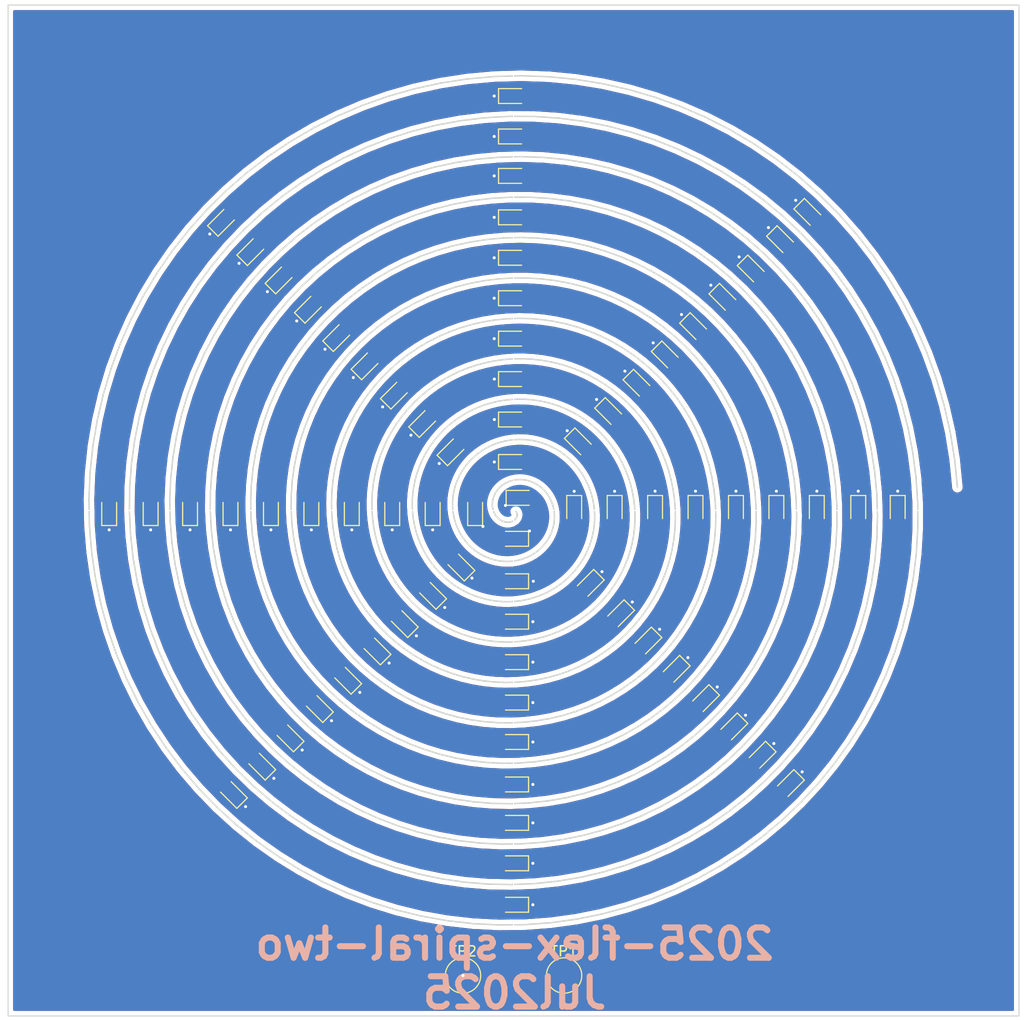
<source format=kicad_pcb>
(kicad_pcb (version 20241229) (generator "pcbnew") (generator_version "9.0")
  (title_block (title "2025-flex-spiral-two") (rev "Jul2025"))
  (layers (0 "F.Cu" signal) (2 "B.Cu" signal) (13 "F.Paste" user) (15 "B.Paste" user) (5 "F.SilkS" user "F.Silkscreen") (7 "B.SilkS" user "B.Silkscreen") (1 "F.Mask" user) (3 "B.Mask" user) (25 "Edge.Cuts" user))
  (net 0 "")
  (net 1 "/C")
  (net 2 "/A")
  (footprint "lib:LED_0603_1608Metric" (layer "F.Cu") (at 113.1 113.1 -135)
    (property "Reference" "D29" (hide yes))
    (property "Value" "led_small")
  )
  (footprint "lib:LED_0603_1608Metric" (layer "F.Cu") (at 100 107 180)
    (property "Reference" "D6" (hide yes))
    (property "Value" "led_small")
  )
  (footprint "lib:LED_0603_1608Metric" (layer "F.Cu") (at 122 100 -90)
    (property "Reference" "D36" (hide yes))
    (property "Value" "led_small")
  )
  (footprint "lib:LED_0603_1608Metric" (layer "F.Cu") (at 80 100 90)
    (property "Reference" "D32" (hide yes))
    (property "Value" "led_small")
  )
  (footprint "lib:LED_0603_1608Metric" (layer "F.Cu") (at 100 134.9 180)
    (property "Reference" "D62" (hide yes))
    (property "Value" "led_small")
  )
  (footprint "lib:LED_0603_1608Metric" (layer "F.Cu") (at 79.9 79.9 45)
    (property "Reference" "D49" (hide yes))
    (property "Value" "led_small")
  )
  (footprint "lib:LED_0603_1608Metric" (layer "F.Cu") (at 112.4 87.6 -45)
    (property "Reference" "D27" (hide yes))
    (property "Value" "led_small")
  )
  (footprint "lib:LED_0603_1608Metric" (layer "F.Cu") (at 110 100 -90)
    (property "Reference" "D12" (hide yes))
    (property "Value" "led_small")
  )
  (footprint "lib:LED_0603_1608Metric" (layer "F.Cu") (at 110.4 110.4 -135)
    (property "Reference" "D21" (hide yes))
    (property "Value" "led_small")
  )
  (footprint "lib:LED_0603_1608Metric" (layer "F.Cu") (at 71.3 71.3 45)
    (property "Reference" "D73" (hide yes))
    (property "Value" "led_small")
  )
  (footprint "lib:LED_0603_1608Metric" (layer "F.Cu") (at 115.2 84.8 -45)
    (property "Reference" "D35" (hide yes))
    (property "Value" "led_small")
  )
  (footprint "lib:LED_0603_1608Metric" (layer "F.Cu") (at 118 100 -90)
    (property "Reference" "D28" (hide yes))
    (property "Value" "led_small")
  )
  (footprint "lib:LED_0603_1608Metric" (layer "F.Cu") (at 88.4 88.4 45)
    (property "Reference" "D25" (hide yes))
    (property "Value" "led_small")
  )
  (footprint "lib:LED_0603_1608Metric" (layer "F.Cu") (at 68 100 90)
    (property "Reference" "D56" (hide yes))
    (property "Value" "led_small")
  )
  (footprint "lib:LED_0603_1608Metric" (layer "F.Cu") (at 100 122.9 180)
    (property "Reference" "D38" (hide yes))
    (property "Value" "led_small")
  )
  (footprint "lib:LED_0603_1608Metric" (layer "F.Cu") (at 72 100 90)
    (property "Reference" "D48" (hide yes))
    (property "Value" "led_small")
  )
  (footprint "lib:LED_0603_1608Metric" (layer "F.Cu") (at 85.5 85.5 45)
    (property "Reference" "D33" (hide yes))
    (property "Value" "led_small")
  )
  (footprint "lib:LED_0603_1608Metric" (layer "F.Cu") (at 100.75 98.75)
    (property "Reference" "D1" (hide yes))
    (property "Value" "led_small")
  )
  (footprint "lib:LED_0603_1608Metric" (layer "F.Cu") (at 120.9 79.1 -45)
    (property "Reference" "D51" (hide yes))
    (property "Value" "led_small")
  )
  (footprint "lib:LED_0603_1608Metric" (layer "F.Cu") (at 100 91)
    (property "Reference" "D10" (hide yes))
    (property "Value" "led_small")
  )
  (footprint "lib:LED_0603_1608Metric" (layer "F.Cu") (at 72.1 127.9 135)
    (property "Reference" "D71" (hide yes))
    (property "Value" "led_small")
  )
  (footprint "lib:LED_0603_1608Metric" (layer "F.Cu") (at 100 102.8 180)
    (property "Reference" "D2" (hide yes))
    (property "Value" "led_small")
  )
  (footprint "lib:LED_0603_1608Metric" (layer "F.Cu") (at 114 100 -90)
    (property "Reference" "D20" (hide yes))
    (property "Value" "led_small")
  )
  (footprint "lib:LED_0603_1608Metric" (layer "F.Cu") (at 100 66.9)
    (property "Reference" "D58" (hide yes))
    (property "Value" "led_small")
  )
  (footprint "lib:LED_0603_1608Metric" (layer "F.Cu") (at 86.3 113.7 135)
    (property "Reference" "D31" (hide yes))
    (property "Value" "led_small")
  )
  (footprint "lib:LED_0603_1608Metric" (layer "F.Cu") (at 123.7 76.3 -45)
    (property "Reference" "D59" (hide yes))
    (property "Value" "led_small")
  )
  (footprint "lib:LED_0603_1608Metric" (layer "F.Cu") (at 100 59)
    (property "Reference" "D74" (hide yes))
    (property "Value" "led_small")
  )
  (footprint "lib:LED_0603_1608Metric" (layer "F.Cu") (at 100 75)
    (property "Reference" "D42" (hide yes))
    (property "Value" "led_small")
  )
  (footprint "lib:LED_0603_1608Metric" (layer "F.Cu") (at 118 82 -45)
    (property "Reference" "D43" (hide yes))
    (property "Value" "led_small")
  )
  (footprint "lib:LED_0603_1608Metric" (layer "F.Cu") (at 100 139 180)
    (property "Reference" "D70" (hide yes))
    (property "Value" "led_small")
  )
  (footprint "lib:TestPoint_Pad_D3.0mm" (layer "F.Cu") (at 105 146)
    (property "Reference" "TP1")
    (property "Value" "A")
  )
  (footprint "lib:LED_0603_1608Metric" (layer "F.Cu") (at 100 79)
    (property "Reference" "D34" (hide yes))
    (property "Value" "led_small")
  )
  (footprint "lib:LED_0603_1608Metric" (layer "F.Cu") (at 121.6 121.6 -135)
    (property "Reference" "D53" (hide yes))
    (property "Value" "led_small")
  )
  (footprint "lib:LED_0603_1608Metric" (layer "F.Cu") (at 134.1 100 -90)
    (property "Reference" "D60" (hide yes))
    (property "Value" "led_small")
  )
  (footprint "lib:LED_0603_1608Metric" (layer "F.Cu") (at 60 100 90)
    (property "Reference" "D72" (hide yes))
    (property "Value" "led_small")
  )
  (footprint "lib:LED_0603_1608Metric" (layer "F.Cu") (at 100 83)
    (property "Reference" "D26" (hide yes))
    (property "Value" "led_small")
  )
  (footprint "lib:LED_0603_1608Metric" (layer "F.Cu") (at 88 100 90)
    (property "Reference" "D16" (hide yes))
    (property "Value" "led_small")
  )
  (footprint "lib:LED_0603_1608Metric" (layer "F.Cu") (at 84 100 90)
    (property "Reference" "D24" (hide yes))
    (property "Value" "led_small")
  )
  (footprint "lib:LED_0603_1608Metric" (layer "F.Cu") (at 100 115 180)
    (property "Reference" "D22" (hide yes))
    (property "Value" "led_small")
  )
  (footprint "lib:LED_0603_1608Metric" (layer "F.Cu") (at 74.9 125.1 135)
    (property "Reference" "D63" (hide yes))
    (property "Value" "led_small")
  )
  (footprint "lib:LED_0603_1608Metric" (layer "F.Cu") (at 94.6 105.4 135)
    (property "Reference" "D7" (hide yes))
    (property "Value" "led_small")
  )
  (footprint "lib:LED_0603_1608Metric" (layer "F.Cu") (at 77 77 45)
    (property "Reference" "D57" (hide yes))
    (property "Value" "led_small")
  )
  (footprint "lib:LED_0603_1608Metric" (layer "F.Cu") (at 100 95.2)
    (property "Reference" "D4" (hide yes))
    (property "Value" "led_small")
  )
  (footprint "lib:LED_0603_1608Metric" (layer "F.Cu") (at 118.8 118.8 -135)
    (property "Reference" "D45" (hide yes))
    (property "Value" "led_small")
  )
  (footprint "lib:LED_0603_1608Metric" (layer "F.Cu") (at 82.7 82.7 45)
    (property "Reference" "D41" (hide yes))
    (property "Value" "led_small")
  )
  (footprint "lib:LED_0603_1608Metric" (layer "F.Cu") (at 77.7 122.3 135)
    (property "Reference" "D55" (hide yes))
    (property "Value" "led_small")
  )
  (footprint "lib:LED_0603_1608Metric" (layer "F.Cu") (at 100 71)
    (property "Reference" "D50" (hide yes))
    (property "Value" "led_small")
  )
  (footprint "lib:LED_0603_1608Metric" (layer "F.Cu") (at 100 130.9 180)
    (property "Reference" "D54" (hide yes))
    (property "Value" "led_small")
  )
  (footprint "lib:LED_0603_1608Metric" (layer "F.Cu") (at 115.9 115.9 -135)
    (property "Reference" "D37" (hide yes))
    (property "Value" "led_small")
  )
  (footprint "lib:LED_0603_1608Metric" (layer "F.Cu") (at 91.2 91.2 45)
    (property "Reference" "D17" (hide yes))
    (property "Value" "led_small")
  )
  (footprint "lib:LED_0603_1608Metric" (layer "F.Cu") (at 64.1 100 90)
    (property "Reference" "D64" (hide yes))
    (property "Value" "led_small")
  )
  (footprint "lib:LED_0603_1608Metric" (layer "F.Cu") (at 129.3 70.7 -45)
    (property "Reference" "D75" (hide yes))
    (property "Value" "led_small")
  )
  (footprint "lib:LED_0603_1608Metric" (layer "F.Cu") (at 100 63)
    (property "Reference" "D66" (hide yes))
    (property "Value" "led_small")
  )
  (footprint "lib:LED_0603_1608Metric" (layer "F.Cu") (at 89 111 135)
    (property "Reference" "D23" (hide yes))
    (property "Value" "led_small")
  )
  (footprint "lib:LED_0603_1608Metric" (layer "F.Cu") (at 100 87)
    (property "Reference" "D18" (hide yes))
    (property "Value" "led_small")
  )
  (footprint "lib:LED_0603_1608Metric" (layer "F.Cu") (at 76 100 90)
    (property "Reference" "D40" (hide yes))
    (property "Value" "led_small")
  )
  (footprint "lib:LED_0603_1608Metric" (layer "F.Cu") (at 106.6 93.4 -45)
    (property "Reference" "D11" (hide yes))
    (property "Value" "led_small")
  )
  (footprint "lib:TestPoint_Pad_D3.0mm" (layer "F.Cu") (at 95 146)
    (property "Reference" "TP2")
    (property "Value" "C")
  )
  (footprint "lib:LED_0603_1608Metric" (layer "F.Cu") (at 107.4 107.4 -135)
    (property "Reference" "D13" (hide yes))
    (property "Value" "led_small")
  )
  (footprint "lib:LED_0603_1608Metric" (layer "F.Cu") (at 126 100 -90)
    (property "Reference" "D44" (hide yes))
    (property "Value" "led_small")
  )
  (footprint "lib:LED_0603_1608Metric" (layer "F.Cu") (at 126.6 73.4 -45)
    (property "Reference" "D67" (hide yes))
    (property "Value" "led_small")
  )
  (footprint "openscad:tree-spiral-two" (layer "F.Cu") (at 100 100)
    (property "Reference" "")
    (property "Value" "")
    (fp_line (start -50 -50) (end 50 -50) (stroke (width 0.1)) (layer "Edge.Cuts"))
    (fp_line (start -50 50) (end -50 -50) (stroke (width 0.1)) (layer "Edge.Cuts"))
    (fp_line (start -42.0271 -1.11765) (end -42.027 -1.11765) (stroke (width 0.1)) (layer "Edge.Cuts"))
    (fp_line (start -42.0271 -1.11658) (end -42.027 -1.11609) (stroke (width 0.1)) (layer "Edge.Cuts"))
    (fp_line (start -42.0271 -1.11609) (end -42.0069 -0.099991) (stroke (width 0.1)) (layer "Edge.Cuts"))
    (fp_line (start -42.027 -1.11765) (end -42.0271 -1.11658) (stroke (width 0.1)) (layer "Edge.Cuts"))
    (fp_line (start -42.027 -1.11609) (end -42.0271 -1.11609) (stroke (width 0.1)) (layer "Edge.Cuts"))
    (fp_line (start -42.0069 -0.099991) (end -41.9569 -0.099991) (stroke (width 0.1)) (layer "Edge.Cuts"))
    (fp_line (start -42.003 0.099991) (end -41.9751 1.50807) (stroke (width 0.1)) (layer "Edge.Cuts"))
    (fp_line (start -41.9771 -1.11626) (end -41.865 -3.73962) (stroke (width 0.1)) (layer "Edge.Cuts"))
    (fp_line (start -41.9751 1.50807) (end -41.975 1.50807) (stroke (width 0.1)) (layer "Edge.Cuts"))
    (fp_line (start -41.975 1.50807) (end -41.9748 1.50961) (stroke (width 0.1)) (layer "Edge.Cuts"))
    (fp_line (start -41.975 1.50963) (end -41.7593 4.12296) (stroke (width 0.1)) (layer "Edge.Cuts"))
    (fp_line (start -41.9748 1.50961) (end -41.975 1.50963) (stroke (width 0.1)) (layer "Edge.Cuts"))
    (fp_line (start -41.9569 -0.099991) (end -41.9771 -1.11626) (stroke (width 0.1)) (layer "Edge.Cuts"))
    (fp_line (start -41.953 0.099991) (end -42.003 0.099991) (stroke (width 0.1)) (layer "Edge.Cuts"))
    (fp_line (start -41.9251 1.50624) (end -41.953 0.099991) (stroke (width 0.1)) (layer "Edge.Cuts"))
    (fp_line (start -41.9149 -3.74243) (end -42.0271 -1.11765) (stroke (width 0.1)) (layer "Edge.Cuts"))
    (fp_line (start -41.9148 -3.74399) (end -41.9146 -3.74397) (stroke (width 0.1)) (layer "Edge.Cuts"))
    (fp_line (start -41.9148 -3.74243) (end -41.9149 -3.74243) (stroke (width 0.1)) (layer "Edge.Cuts"))
    (fp_line (start -41.9146 -3.74397) (end -41.9148 -3.74243) (stroke (width 0.1)) (layer "Edge.Cuts"))
    (fp_line (start -41.865 -3.73962) (end -41.5891 -6.35309) (stroke (width 0.1)) (layer "Edge.Cuts"))
    (fp_line (start -41.7593 4.12296) (end -41.7591 4.12294) (stroke (width 0.1)) (layer "Edge.Cuts"))
    (fp_line (start -41.7591 4.12294) (end -41.7589 4.12448) (stroke (width 0.1)) (layer "Edge.Cuts"))
    (fp_line (start -41.7591 4.12451) (end -41.381 6.71678) (stroke (width 0.1)) (layer "Edge.Cuts"))
    (fp_line (start -41.7589 4.12448) (end -41.7591 4.12451) (stroke (width 0.1)) (layer "Edge.Cuts"))
    (fp_line (start -41.7096 4.11794) (end -41.9251 1.50624) (stroke (width 0.1)) (layer "Edge.Cuts"))
    (fp_line (start -41.6387 -6.35912) (end -41.9148 -3.74399) (stroke (width 0.1)) (layer "Edge.Cuts"))
    (fp_line (start -41.6385 -6.36066) (end -41.6383 -6.36063) (stroke (width 0.1)) (layer "Edge.Cuts"))
    (fp_line (start -41.6385 -6.3591) (end -41.6387 -6.35912) (stroke (width 0.1)) (layer "Edge.Cuts"))
    (fp_line (start -41.6383 -6.36063) (end -41.6385 -6.3591) (stroke (width 0.1)) (layer "Edge.Cuts"))
    (fp_line (start -41.5891 -6.35309) (end -41.1499 -8.94672) (stroke (width 0.1)) (layer "Edge.Cuts"))
    (fp_line (start -41.381 6.71678) (end -41.3808 6.71675) (stroke (width 0.1)) (layer "Edge.Cuts"))
    (fp_line (start -41.3808 6.71675) (end -41.3806 6.71829) (stroke (width 0.1)) (layer "Edge.Cuts"))
    (fp_line (start -41.3807 6.71832) (end -40.8419 9.2795) (stroke (width 0.1)) (layer "Edge.Cuts"))
    (fp_line (start -41.3806 6.71829) (end -41.3807 6.71832) (stroke (width 0.1)) (layer "Edge.Cuts"))
    (fp_line (start -41.3316 6.70885) (end -41.7096 4.11794) (stroke (width 0.1)) (layer "Edge.Cuts"))
    (fp_line (start -41.1991 -8.95587) (end -41.6385 -6.36066) (stroke (width 0.1)) (layer "Edge.Cuts"))
    (fp_line (start -41.1989 -8.95584) (end -41.1991 -8.95587) (stroke (width 0.1)) (layer "Edge.Cuts"))
    (fp_line (start -41.1988 -8.95741) (end -41.1987 -8.9574) (stroke (width 0.1)) (layer "Edge.Cuts"))
    (fp_line (start -41.1987 -8.9574) (end -41.1989 -8.95584) (stroke (width 0.1)) (layer "Edge.Cuts"))
    (fp_line (start -41.1499 -8.94672) (end -40.5491 -11.5102) (stroke (width 0.1)) (layer "Edge.Cuts"))
    (fp_line (start -40.8419 9.2795) (end -40.8417 9.27946) (stroke (width 0.1)) (layer "Edge.Cuts"))
    (fp_line (start -40.8417 9.27946) (end -40.8416 9.28081) (stroke (width 0.1)) (layer "Edge.Cuts"))
    (fp_line (start -40.8416 9.28081) (end -40.1443 11.8011) (stroke (width 0.1)) (layer "Edge.Cuts"))
    (fp_line (start -40.7931 9.26836) (end -41.3316 6.70885) (stroke (width 0.1)) (layer "Edge.Cuts"))
    (fp_line (start -40.5975 -11.5225) (end -41.1988 -8.95741) (stroke (width 0.1)) (layer "Edge.Cuts"))
    (fp_line (start -40.5975 -11.5225) (end -40.5975 -11.5225) (stroke (width 0.1)) (layer "Edge.Cuts"))
    (fp_line (start -40.5974 -11.5233) (end -40.5975 -11.5225) (stroke (width 0.1)) (layer "Edge.Cuts"))
    (fp_line (start -40.5971 -11.524) (end -40.5974 -11.5233) (stroke (width 0.1)) (layer "Edge.Cuts"))
    (fp_line (start -40.5971 -11.524) (end -40.5971 -11.524) (stroke (width 0.1)) (layer "Edge.Cuts"))
    (fp_line (start -40.5491 -11.5102) (end -39.7884 -14.0339) (stroke (width 0.1)) (layer "Edge.Cuts"))
    (fp_line (start -40.1443 11.8011) (end -40.1438 11.8025) (stroke (width 0.1)) (layer "Edge.Cuts"))
    (fp_line (start -40.1439 11.8026) (end -39.2915 14.2719) (stroke (width 0.1)) (layer "Edge.Cuts"))
    (fp_line (start -40.1438 11.8025) (end -40.1439 11.8026) (stroke (width 0.1)) (layer "Edge.Cuts"))
    (fp_line (start -40.0963 11.7872) (end -40.7931 9.26836) (stroke (width 0.1)) (layer "Edge.Cuts"))
    (fp_line (start -39.8361 -14.049) (end -40.5971 -11.524) (stroke (width 0.1)) (layer "Edge.Cuts"))
    (fp_line (start -39.836 -14.0489) (end -39.8361 -14.049) (stroke (width 0.1)) (layer "Edge.Cuts"))
    (fp_line (start -39.8356 -14.0504) (end -39.8354 -14.0504) (stroke (width 0.1)) (layer "Edge.Cuts"))
    (fp_line (start -39.8354 -14.0504) (end -39.836 -14.0489) (stroke (width 0.1)) (layer "Edge.Cuts"))
    (fp_line (start -39.7884 -14.0339) (end -38.8708 -16.5072) (stroke (width 0.1)) (layer "Edge.Cuts"))
    (fp_line (start -39.2915 14.2719) (end -39.2913 14.2718) (stroke (width 0.1)) (layer "Edge.Cuts"))
    (fp_line (start -39.2913 14.2718) (end -39.2907 14.2733) (stroke (width 0.1)) (layer "Edge.Cuts"))
    (fp_line (start -39.2909 14.2733) (end -38.2869 16.6822) (stroke (width 0.1)) (layer "Edge.Cuts"))
    (fp_line (start -39.2907 14.2733) (end -39.2909 14.2733) (stroke (width 0.1)) (layer "Edge.Cuts"))
    (fp_line (start -39.2444 14.2549) (end -40.0963 11.7872) (stroke (width 0.1)) (layer "Edge.Cuts"))
    (fp_line (start -38.9175 -16.5252) (end -39.8356 -14.0504) (stroke (width 0.1)) (layer "Edge.Cuts"))
    (fp_line (start -38.9173 -16.5252) (end -38.9175 -16.5252) (stroke (width 0.1)) (layer "Edge.Cuts"))
    (fp_line (start -38.9169 -16.5267) (end -38.9167 -16.5266) (stroke (width 0.1)) (layer "Edge.Cuts"))
    (fp_line (start -38.9167 -16.5266) (end -38.9173 -16.5252) (stroke (width 0.1)) (layer "Edge.Cuts"))
    (fp_line (start -38.8708 -16.5072) (end -37.7996 -18.9205) (stroke (width 0.1)) (layer "Edge.Cuts"))
    (fp_line (start -38.2869 16.6822) (end -38.2867 16.6822) (stroke (width 0.1)) (layer "Edge.Cuts"))
    (fp_line (start -38.2867 16.6822) (end -38.2861 16.6836) (stroke (width 0.1)) (layer "Edge.Cuts"))
    (fp_line (start -38.2862 16.6837) (end -37.1348 19.0229) (stroke (width 0.1)) (layer "Edge.Cuts"))
    (fp_line (start -38.2861 16.6836) (end -38.2862 16.6837) (stroke (width 0.1)) (layer "Edge.Cuts"))
    (fp_line (start -38.241 16.6624) (end -39.2444 14.2549) (stroke (width 0.1)) (layer "Edge.Cuts"))
    (fp_line (start -38.0231 0.099991) (end -38.0231 0.103775) (stroke (width 0.1)) (layer "Edge.Cuts"))
    (fp_line (start -38.0231 0.103775) (end -38.0231 0.103775) (stroke (width 0.1)) (layer "Edge.Cuts"))
    (fp_line (start -38.0231 0.103775) (end -38.0231 0.104065) (stroke (width 0.1)) (layer "Edge.Cuts"))
    (fp_line (start -38.0231 0.104065) (end -38.0229 0.105347) (stroke (width 0.1)) (layer "Edge.Cuts"))
    (fp_line (start -38.0231 0.105347) (end -37.9027 2.47588) (stroke (width 0.1)) (layer "Edge.Cuts"))
    (fp_line (start -38.0229 0.105347) (end -38.0231 0.105347) (stroke (width 0.1)) (layer "Edge.Cuts"))
    (fp_line (start -38.0207 -0.099991) (end -37.9707 -0.099991) (stroke (width 0.1)) (layer "Edge.Cuts"))
    (fp_line (start -37.9951 -2.27368) (end -37.9949 -2.27367) (stroke (width 0.1)) (layer "Edge.Cuts"))
    (fp_line (start -37.9951 -2.27213) (end -38.0207 -0.099991) (stroke (width 0.1)) (layer "Edge.Cuts"))
    (fp_line (start -37.9951 -2.27213) (end -37.9951 -2.27213) (stroke (width 0.1)) (layer "Edge.Cuts"))
    (fp_line (start -37.9949 -2.27367) (end -37.9951 -2.27213) (stroke (width 0.1)) (layer "Edge.Cuts"))
    (fp_line (start -37.9731 0.099991) (end -38.0231 0.099991) (stroke (width 0.1)) (layer "Edge.Cuts"))
    (fp_line (start -37.9731 0.103577) (end -37.9731 0.099991) (stroke (width 0.1)) (layer "Edge.Cuts"))
    (fp_line (start -37.9707 -0.099991) (end -37.9452 -2.27066) (stroke (width 0.1)) (layer "Edge.Cuts"))
    (fp_line (start -37.9452 -2.27066) (end -37.7687 -4.64125) (stroke (width 0.1)) (layer "Edge.Cuts"))
    (fp_line (start -37.9027 2.47588) (end -37.9026 2.47588) (stroke (width 0.1)) (layer "Edge.Cuts"))
    (fp_line (start -37.9026 2.47588) (end -37.9024 2.4774) (stroke (width 0.1)) (layer "Edge.Cuts"))
    (fp_line (start -37.9026 2.47743) (end -37.6346 4.83336) (stroke (width 0.1)) (layer "Edge.Cuts"))
    (fp_line (start -37.9024 2.4774) (end -37.9026 2.47743) (stroke (width 0.1)) (layer "Edge.Cuts"))
    (fp_line (start -37.8528 2.47247) (end -37.9731 0.103577) (stroke (width 0.1)) (layer "Edge.Cuts"))
    (fp_line (start -37.8449 -18.9415) (end -38.9169 -16.5267) (stroke (width 0.1)) (layer "Edge.Cuts"))
    (fp_line (start -37.8447 -18.9414) (end -37.8449 -18.9415) (stroke (width 0.1)) (layer "Edge.Cuts"))
    (fp_line (start -37.8442 -18.9429) (end -37.8441 -18.9429) (stroke (width 0.1)) (layer "Edge.Cuts"))
    (fp_line (start -37.8441 -18.9429) (end -37.8447 -18.9414) (stroke (width 0.1)) (layer "Edge.Cuts"))
    (fp_line (start -37.8185 -4.64569) (end -37.9951 -2.27368) (stroke (width 0.1)) (layer "Edge.Cuts"))
    (fp_line (start -37.8184 -4.64725) (end -37.8182 -4.64722) (stroke (width 0.1)) (layer "Edge.Cuts"))
    (fp_line (start -37.8184 -4.64568) (end -37.8185 -4.64569) (stroke (width 0.1)) (layer "Edge.Cuts"))
    (fp_line (start -37.8182 -4.64722) (end -37.8184 -4.64568) (stroke (width 0.1)) (layer "Edge.Cuts"))
    (fp_line (start -37.7996 -18.9205) (end -36.5784 -21.2645) (stroke (width 0.1)) (layer "Edge.Cuts"))
    (fp_line (start -37.7687 -4.64125) (end -37.4442 -6.99843) (stroke (width 0.1)) (layer "Edge.Cuts"))
    (fp_line (start -37.6346 4.83336) (end -37.6344 4.83333) (stroke (width 0.1)) (layer "Edge.Cuts"))
    (fp_line (start -37.6344 4.83333) (end -37.6342 4.83487) (stroke (width 0.1)) (layer "Edge.Cuts"))
    (fp_line (start -37.6344 4.8349) (end -37.2201 7.16702) (stroke (width 0.1)) (layer "Edge.Cuts"))
    (fp_line (start -37.6342 4.83487) (end -37.6344 4.8349) (stroke (width 0.1)) (layer "Edge.Cuts"))
    (fp_line (start -37.585 4.82697) (end -37.8528 2.47247) (stroke (width 0.1)) (layer "Edge.Cuts"))
    (fp_line (start -37.4937 -7.00606) (end -37.8184 -4.64725) (stroke (width 0.1)) (layer "Edge.Cuts"))
    (fp_line (start -37.4934 -7.0076) (end -37.4932 -7.00757) (stroke (width 0.1)) (layer "Edge.Cuts"))
    (fp_line (start -37.4934 -7.00603) (end -37.4937 -7.00606) (stroke (width 0.1)) (layer "Edge.Cuts"))
    (fp_line (start -37.4932 -7.00757) (end -37.4934 -7.00603) (stroke (width 0.1)) (layer "Edge.Cuts"))
    (fp_line (start -37.4442 -6.99843) (end -36.9726 -9.33316) (stroke (width 0.1)) (layer "Edge.Cuts"))
    (fp_line (start -37.2201 7.16702) (end -37.22 7.16699) (stroke (width 0.1)) (layer "Edge.Cuts"))
    (fp_line (start -37.22 7.16699) (end -37.2198 7.16855) (stroke (width 0.1)) (layer "Edge.Cuts"))
    (fp_line (start -37.2198 7.16855) (end -37.2198 7.16856) (stroke (width 0.1)) (layer "Edge.Cuts"))
    (fp_line (start -37.2198 7.16856) (end -36.6613 9.46783) (stroke (width 0.1)) (layer "Edge.Cuts"))
    (fp_line (start -37.1711 7.15752) (end -37.585 4.82697) (stroke (width 0.1)) (layer "Edge.Cuts"))
    (fp_line (start -37.1348 19.0229) (end -37.1346 19.0228) (stroke (width 0.1)) (layer "Edge.Cuts"))
    (fp_line (start -37.1346 19.0228) (end -37.134 19.0244) (stroke (width 0.1)) (layer "Edge.Cuts"))
    (fp_line (start -37.134 19.0244) (end -35.8399 21.2849) (stroke (width 0.1)) (layer "Edge.Cuts"))
    (fp_line (start -37.0902 19.0001) (end -38.241 16.6624) (stroke (width 0.1)) (layer "Edge.Cuts"))
    (fp_line (start -37.0214 -9.34395) (end -37.4934 -7.0076) (stroke (width 0.1)) (layer "Edge.Cuts"))
    (fp_line (start -37.0213 -9.34392) (end -37.0214 -9.34395) (stroke (width 0.1)) (layer "Edge.Cuts"))
    (fp_line (start -37.0211 -9.34546) (end -37.0213 -9.34392) (stroke (width 0.1)) (layer "Edge.Cuts"))
    (fp_line (start -36.9726 -9.33316) (end -36.3553 -11.6366) (stroke (width 0.1)) (layer "Edge.Cuts"))
    (fp_line (start -36.6613 9.46783) (end -36.6612 9.46782) (stroke (width 0.1)) (layer "Edge.Cuts"))
    (fp_line (start -36.6612 9.46782) (end -36.6611 9.4684) (stroke (width 0.1)) (layer "Edge.Cuts"))
    (fp_line (start -36.6611 9.4684) (end -36.6608 9.46931) (stroke (width 0.1)) (layer "Edge.Cuts"))
    (fp_line (start -36.6609 9.46935) (end -35.9605 11.7269) (stroke (width 0.1)) (layer "Edge.Cuts"))
    (fp_line (start -36.6608 9.46931) (end -36.6609 9.46935) (stroke (width 0.1)) (layer "Edge.Cuts"))
    (fp_line (start -36.6223 -21.2883) (end -37.8442 -18.9429) (stroke (width 0.1)) (layer "Edge.Cuts"))
    (fp_line (start -36.6222 -21.2883) (end -36.6223 -21.2883) (stroke (width 0.1)) (layer "Edge.Cuts"))
    (fp_line (start -36.6218 -21.2893) (end -36.6222 -21.2883) (stroke (width 0.1)) (layer "Edge.Cuts"))
    (fp_line (start -36.6216 -21.2897) (end -36.6215 -21.2896) (stroke (width 0.1)) (layer "Edge.Cuts"))
    (fp_line (start -36.6215 -21.2896) (end -36.6218 -21.2893) (stroke (width 0.1)) (layer "Edge.Cuts"))
    (fp_line (start -36.6129 9.45525) (end -37.1711 7.15752) (stroke (width 0.1)) (layer "Edge.Cuts"))
    (fp_line (start -36.5784 -21.2645) (end -35.2119 -23.5296) (stroke (width 0.1)) (layer "Edge.Cuts"))
    (fp_line (start -36.4034 -11.6502) (end -37.0211 -9.34546) (stroke (width 0.1)) (layer "Edge.Cuts"))
    (fp_line (start -36.403 -11.6517) (end -36.4028 -11.6516) (stroke (width 0.1)) (layer "Edge.Cuts"))
    (fp_line (start -36.4028 -11.6516) (end -36.4034 -11.6502) (stroke (width 0.1)) (layer "Edge.Cuts"))
    (fp_line (start -36.3553 -11.6366) (end -35.5946 -13.899) (stroke (width 0.1)) (layer "Edge.Cuts"))
    (fp_line (start -35.9605 11.7269) (end -35.9604 11.7268) (stroke (width 0.1)) (layer "Edge.Cuts"))
    (fp_line (start -35.9604 11.7268) (end -35.9598 11.7283) (stroke (width 0.1)) (layer "Edge.Cuts"))
    (fp_line (start -35.96 11.7283) (end -35.1209 13.9353) (stroke (width 0.1)) (layer "Edge.Cuts"))
    (fp_line (start -35.9598 11.7283) (end -35.96 11.7283) (stroke (width 0.1)) (layer "Edge.Cuts"))
    (fp_line (start -35.913 11.7112) (end -36.6129 9.45525) (stroke (width 0.1)) (layer "Edge.Cuts"))
    (fp_line (start -35.8399 21.2849) (end -35.8389 21.2861) (stroke (width 0.1)) (layer "Edge.Cuts"))
    (fp_line (start -35.8391 21.2862) (end -34.4076 23.4594) (stroke (width 0.1)) (layer "Edge.Cuts"))
    (fp_line (start -35.8389 21.2861) (end -35.8391 21.2862) (stroke (width 0.1)) (layer "Edge.Cuts"))
    (fp_line (start -35.7969 21.2593) (end -37.0902 19.0001) (stroke (width 0.1)) (layer "Edge.Cuts"))
    (fp_line (start -35.6417 -13.9156) (end -36.403 -11.6517) (stroke (width 0.1)) (layer "Edge.Cuts"))
    (fp_line (start -35.6416 -13.9156) (end -35.6417 -13.9156) (stroke (width 0.1)) (layer "Edge.Cuts"))
    (fp_line (start -35.6412 -13.9171) (end -35.641 -13.917) (stroke (width 0.1)) (layer "Edge.Cuts"))
    (fp_line (start -35.641 -13.917) (end -35.6416 -13.9156) (stroke (width 0.1)) (layer "Edge.Cuts"))
    (fp_line (start -35.5946 -13.899) (end -34.6931 -16.1117) (stroke (width 0.1)) (layer "Edge.Cuts"))
    (fp_line (start -35.2543 -23.5563) (end -36.6216 -21.2897) (stroke (width 0.1)) (layer "Edge.Cuts"))
    (fp_line (start -35.2542 -23.5562) (end -35.2543 -23.5563) (stroke (width 0.1)) (layer "Edge.Cuts"))
    (fp_line (start -35.2534 -23.5576) (end -35.2533 -23.5575) (stroke (width 0.1)) (layer "Edge.Cuts"))
    (fp_line (start -35.2533 -23.5575) (end -35.2542 -23.5562) (stroke (width 0.1)) (layer "Edge.Cuts"))
    (fp_line (start -35.2119 -23.5296) (end -33.7051 -25.7072) (stroke (width 0.1)) (layer "Edge.Cuts"))
    (fp_line (start -35.1209 13.9353) (end -35.1207 13.9353) (stroke (width 0.1)) (layer "Edge.Cuts"))
    (fp_line (start -35.1207 13.9353) (end -35.1201 13.9367) (stroke (width 0.1)) (layer "Edge.Cuts"))
    (fp_line (start -35.1203 13.9368) (end -34.1459 16.0848) (stroke (width 0.1)) (layer "Edge.Cuts"))
    (fp_line (start -35.1201 13.9367) (end -35.1203 13.9368) (stroke (width 0.1)) (layer "Edge.Cuts"))
    (fp_line (start -35.0745 13.9167) (end -35.913 11.7112) (stroke (width 0.1)) (layer "Edge.Cuts"))
    (fp_line (start -34.7391 -16.1314) (end -35.6412 -13.9171) (stroke (width 0.1)) (layer "Edge.Cuts"))
    (fp_line (start -34.7389 -16.1313) (end -34.7391 -16.1314) (stroke (width 0.1)) (layer "Edge.Cuts"))
    (fp_line (start -34.7384 -16.1328) (end -34.7383 -16.1327) (stroke (width 0.1)) (layer "Edge.Cuts"))
    (fp_line (start -34.7383 -16.1327) (end -34.7389 -16.1313) (stroke (width 0.1)) (layer "Edge.Cuts"))
    (fp_line (start -34.6931 -16.1117) (end -33.6539 -18.2664) (stroke (width 0.1)) (layer "Edge.Cuts"))
    (fp_line (start -34.4076 23.4594) (end -34.4075 23.4593) (stroke (width 0.1)) (layer "Edge.Cuts"))
    (fp_line (start -34.4075 23.4593) (end -34.4065 23.4606) (stroke (width 0.1)) (layer "Edge.Cuts"))
    (fp_line (start -34.4067 23.4607) (end -32.8437 25.5383) (stroke (width 0.1)) (layer "Edge.Cuts"))
    (fp_line (start -34.4065 23.4606) (end -34.4067 23.4607) (stroke (width 0.1)) (layer "Edge.Cuts"))
    (fp_line (start -34.3662 23.4313) (end -35.7969 21.2593) (stroke (width 0.1)) (layer "Edge.Cuts"))
    (fp_line (start -34.1459 16.0848) (end -34.1458 16.0847) (stroke (width 0.1)) (layer "Edge.Cuts"))
    (fp_line (start -34.1458 16.0847) (end -34.1452 16.0862) (stroke (width 0.1)) (layer "Edge.Cuts"))
    (fp_line (start -34.1452 16.0862) (end -34.1452 16.0862) (stroke (width 0.1)) (layer "Edge.Cuts"))
    (fp_line (start -34.1452 16.0862) (end -33.0397 18.167) (stroke (width 0.1)) (layer "Edge.Cuts"))
    (fp_line (start -34.1007 16.0634) (end -35.0745 13.9167) (stroke (width 0.1)) (layer "Edge.Cuts"))
    (fp_line (start -34.0286 -1.03659) (end -34.0285 -1.03659) (stroke (width 0.1)) (layer "Edge.Cuts"))
    (fp_line (start -34.0286 -1.03552) (end -34.0286 -1.03503) (stroke (width 0.1)) (layer "Edge.Cuts"))
    (fp_line (start -34.0286 -1.03503) (end -34.0286 -1.03503) (stroke (width 0.1)) (layer "Edge.Cuts"))
    (fp_line (start -34.0286 -1.03503) (end -34.0104 -0.099991) (stroke (width 0.1)) (layer "Edge.Cuts"))
    (fp_line (start -34.0285 -1.03659) (end -34.0286 -1.03552) (stroke (width 0.1)) (layer "Edge.Cuts"))
    (fp_line (start -34.0104 -0.099991) (end -33.9604 -0.099991) (stroke (width 0.1)) (layer "Edge.Cuts"))
    (fp_line (start -34.0065 0.099991) (end -33.9871 1.08954) (stroke (width 0.1)) (layer "Edge.Cuts"))
    (fp_line (start -33.9871 1.08954) (end -33.9871 1.08954) (stroke (width 0.1)) (layer "Edge.Cuts"))
    (fp_line (start -33.9871 1.08954) (end -33.9869 1.09109) (stroke (width 0.1)) (layer "Edge.Cuts"))
    (fp_line (start -33.9871 1.09111) (end -33.8131 3.20648) (stroke (width 0.1)) (layer "Edge.Cuts"))
    (fp_line (start -33.9869 1.09109) (end -33.9871 1.09111) (stroke (width 0.1)) (layer "Edge.Cuts"))
    (fp_line (start -33.9786 -1.03517) (end -33.8872 -3.15927) (stroke (width 0.1)) (layer "Edge.Cuts"))
    (fp_line (start -33.9604 -0.099991) (end -33.9786 -1.03517) (stroke (width 0.1)) (layer "Edge.Cuts"))
    (fp_line (start -33.9565 0.099991) (end -34.0065 0.099991) (stroke (width 0.1)) (layer "Edge.Cuts"))
    (fp_line (start -33.9372 1.08774) (end -33.9565 0.099991) (stroke (width 0.1)) (layer "Edge.Cuts"))
    (fp_line (start -33.9371 -3.16211) (end -34.0286 -1.03659) (stroke (width 0.1)) (layer "Edge.Cuts"))
    (fp_line (start -33.937 -3.16367) (end -33.9368 -3.16365) (stroke (width 0.1)) (layer "Edge.Cuts"))
    (fp_line (start -33.937 -3.16211) (end -33.9371 -3.16211) (stroke (width 0.1)) (layer "Edge.Cuts"))
    (fp_line (start -33.9368 -3.16365) (end -33.937 -3.16211) (stroke (width 0.1)) (layer "Edge.Cuts"))
    (fp_line (start -33.8872 -3.15927) (end -33.663 -5.27577) (stroke (width 0.1)) (layer "Edge.Cuts"))
    (fp_line (start -33.8131 3.20648) (end -33.8129 3.20647) (stroke (width 0.1)) (layer "Edge.Cuts"))
    (fp_line (start -33.8129 3.20647) (end -33.8127 3.20799) (stroke (width 0.1)) (layer "Edge.Cuts"))
    (fp_line (start -33.8129 3.20802) (end -33.5075 5.30594) (stroke (width 0.1)) (layer "Edge.Cuts"))
    (fp_line (start -33.8127 3.20799) (end -33.8129 3.20802) (stroke (width 0.1)) (layer "Edge.Cuts"))
    (fp_line (start -33.7634 3.20145) (end -33.9372 1.08774) (stroke (width 0.1)) (layer "Edge.Cuts"))
    (fp_line (start -33.7458 -25.7363) (end -35.2534 -23.5576) (stroke (width 0.1)) (layer "Edge.Cuts"))
    (fp_line (start -33.7456 -25.7362) (end -33.7458 -25.7363) (stroke (width 0.1)) (layer "Edge.Cuts"))
    (fp_line (start -33.7448 -25.7376) (end -33.7447 -25.7375) (stroke (width 0.1)) (layer "Edge.Cuts"))
    (fp_line (start -33.7447 -25.7375) (end -33.7456 -25.7362) (stroke (width 0.1)) (layer "Edge.Cuts"))
    (fp_line (start -33.7127 -5.28178) (end -33.937 -3.16367) (stroke (width 0.1)) (layer "Edge.Cuts"))
    (fp_line (start -33.7125 -5.28334) (end -33.7123 -5.28331) (stroke (width 0.1)) (layer "Edge.Cuts"))
    (fp_line (start -33.7125 -5.28177) (end -33.7127 -5.28178) (stroke (width 0.1)) (layer "Edge.Cuts"))
    (fp_line (start -33.7123 -5.28331) (end -33.7125 -5.28177) (stroke (width 0.1)) (layer "Edge.Cuts"))
    (fp_line (start -33.7051 -25.7072) (end -32.0636 -27.7884) (stroke (width 0.1)) (layer "Edge.Cuts"))
    (fp_line (start -33.6987 -18.2886) (end -34.7384 -16.1328) (stroke (width 0.1)) (layer "Edge.Cuts"))
    (fp_line (start -33.6985 -18.2886) (end -33.6987 -18.2886) (stroke (width 0.1)) (layer "Edge.Cuts"))
    (fp_line (start -33.6979 -18.29) (end -33.6985 -18.2886) (stroke (width 0.1)) (layer "Edge.Cuts"))
    (fp_line (start -33.6979 -18.29) (end -33.6979 -18.29) (stroke (width 0.1)) (layer "Edge.Cuts"))
    (fp_line (start -33.663 -5.27577) (end -33.3066 -7.37675) (stroke (width 0.1)) (layer "Edge.Cuts"))
    (fp_line (start -33.6539 -18.2664) (end -32.481 -20.3538) (stroke (width 0.1)) (layer "Edge.Cuts"))
    (fp_line (start -33.5075 5.30594) (end -33.5073 5.30591) (stroke (width 0.1)) (layer "Edge.Cuts"))
    (fp_line (start -33.5073 5.30591) (end -33.5071 5.30745) (stroke (width 0.1)) (layer "Edge.Cuts"))
    (fp_line (start -33.5072 5.30748) (end -33.0719 7.37978) (stroke (width 0.1)) (layer "Edge.Cuts"))
    (fp_line (start -33.5071 5.30745) (end -33.5072 5.30748) (stroke (width 0.1)) (layer "Edge.Cuts"))
    (fp_line (start -33.4581 5.29797) (end -33.7634 3.20145) (stroke (width 0.1)) (layer "Edge.Cuts"))
    (fp_line (start -33.3558 -7.38576) (end -33.7125 -5.28334) (stroke (width 0.1)) (layer "Edge.Cuts"))
    (fp_line (start -33.3556 -7.38573) (end -33.3558 -7.38576) (stroke (width 0.1)) (layer "Edge.Cuts"))
    (fp_line (start -33.3555 -7.38728) (end -33.3554 -7.38727) (stroke (width 0.1)) (layer "Edge.Cuts"))
    (fp_line (start -33.3554 -7.38727) (end -33.3556 -7.38573) (stroke (width 0.1)) (layer "Edge.Cuts"))
    (fp_line (start -33.3066 -7.37675) (end -32.8191 -9.45364) (stroke (width 0.1)) (layer "Edge.Cuts"))
    (fp_line (start -33.0719 7.37978) (end -33.0717 7.37975) (stroke (width 0.1)) (layer "Edge.Cuts"))
    (fp_line (start -33.0717 7.37975) (end -33.0715 7.3811) (stroke (width 0.1)) (layer "Edge.Cuts"))
    (fp_line (start -33.0715 7.3811) (end -33.0715 7.38129) (stroke (width 0.1)) (layer "Edge.Cuts"))
    (fp_line (start -33.0715 7.38129) (end -32.5081 9.41994) (stroke (width 0.1)) (layer "Edge.Cuts"))
    (fp_line (start -33.0397 18.1669) (end -33.0393 18.1677) (stroke (width 0.1)) (layer "Edge.Cuts"))
    (fp_line (start -33.0397 18.167) (end -33.0397 18.1669) (stroke (width 0.1)) (layer "Edge.Cuts"))
    (fp_line (start -33.0393 18.1677) (end -33.0389 18.1683) (stroke (width 0.1)) (layer "Edge.Cuts"))
    (fp_line (start -33.039 18.1683) (end -31.8069 20.1738) (stroke (width 0.1)) (layer "Edge.Cuts"))
    (fp_line (start -33.0389 18.1683) (end -33.039 18.1683) (stroke (width 0.1)) (layer "Edge.Cuts"))
    (fp_line (start -33.0231 7.36865) (end -33.4581 5.29797) (stroke (width 0.1)) (layer "Edge.Cuts"))
    (fp_line (start -32.996 18.1427) (end -34.1007 16.0634) (stroke (width 0.1)) (layer "Edge.Cuts"))
    (fp_line (start -32.8676 -9.46573) (end -33.3555 -7.38728) (stroke (width 0.1)) (layer "Edge.Cuts"))
    (fp_line (start -32.8675 -9.46571) (end -32.8676 -9.46573) (stroke (width 0.1)) (layer "Edge.Cuts"))
    (fp_line (start -32.8674 -9.46649) (end -32.8675 -9.46571) (stroke (width 0.1)) (layer "Edge.Cuts"))
    (fp_line (start -32.8672 -9.46724) (end -32.8671 -9.46721) (stroke (width 0.1)) (layer "Edge.Cuts"))
    (fp_line (start -32.8671 -9.46721) (end -32.8674 -9.46649) (stroke (width 0.1)) (layer "Edge.Cuts"))
    (fp_line (start -32.8437 25.5383) (end -32.8436 25.5381) (stroke (width 0.1)) (layer "Edge.Cuts"))
    (fp_line (start -32.8436 25.5381) (end -32.8426 25.5394) (stroke (width 0.1)) (layer "Edge.Cuts"))
    (fp_line (start -32.8428 25.5395) (end -31.1547 27.5135) (stroke (width 0.1)) (layer "Edge.Cuts"))
    (fp_line (start -32.8426 25.5394) (end -32.8428 25.5395) (stroke (width 0.1)) (layer "Edge.Cuts"))
    (fp_line (start -32.8191 -9.45364) (end -32.2021 -11.4982) (stroke (width 0.1)) (layer "Edge.Cuts"))
    (fp_line (start -32.8043 25.5075) (end -34.3662 23.4313) (stroke (width 0.1)) (layer "Edge.Cuts"))
    (fp_line (start -32.5243 -20.3788) (end -33.6979 -18.29) (stroke (width 0.1)) (layer "Edge.Cuts"))
    (fp_line (start -32.5243 -20.3788) (end -32.5243 -20.3788) (stroke (width 0.1)) (layer "Edge.Cuts"))
    (fp_line (start -32.5241 -20.3791) (end -32.5243 -20.3788) (stroke (width 0.1)) (layer "Edge.Cuts"))
    (fp_line (start -32.5235 -20.3802) (end -32.5234 -20.3801) (stroke (width 0.1)) (layer "Edge.Cuts"))
    (fp_line (start -32.5234 -20.3801) (end -32.5241 -20.3791) (stroke (width 0.1)) (layer "Edge.Cuts"))
    (fp_line (start -32.5081 9.41994) (end -32.5081 9.41994) (stroke (width 0.1)) (layer "Edge.Cuts"))
    (fp_line (start -32.5081 9.41994) (end -32.5075 9.42137) (stroke (width 0.1)) (layer "Edge.Cuts"))
    (fp_line (start -32.5077 9.42143) (end -31.8188 11.4185) (stroke (width 0.1)) (layer "Edge.Cuts"))
    (fp_line (start -32.5075 9.42137) (end -32.5077 9.42143) (stroke (width 0.1)) (layer "Edge.Cuts"))
    (fp_line (start -32.481 -20.3538) (end -31.1786 -22.366) (stroke (width 0.1)) (layer "Edge.Cuts"))
    (fp_line (start -32.4603 9.40555) (end -33.0231 7.36865) (stroke (width 0.1)) (layer "Edge.Cuts"))
    (fp_line (start -32.2497 -11.5135) (end -32.8672 -9.46724) (stroke (width 0.1)) (layer "Edge.Cuts"))
    (fp_line (start -32.2496 -11.5135) (end -32.2497 -11.5135) (stroke (width 0.1)) (layer "Edge.Cuts"))
    (fp_line (start -32.2492 -11.515) (end -32.249 -11.5149) (stroke (width 0.1)) (layer "Edge.Cuts"))
    (fp_line (start -32.249 -11.5149) (end -32.2496 -11.5135) (stroke (width 0.1)) (layer "Edge.Cuts"))
    (fp_line (start -32.2021 -11.4982) (end -31.4576 -13.5027) (stroke (width 0.1)) (layer "Edge.Cuts"))
    (fp_line (start -32.1025 -27.8199) (end -33.7448 -25.7376) (stroke (width 0.1)) (layer "Edge.Cuts"))
    (fp_line (start -32.1023 -27.8198) (end -32.1025 -27.8199) (stroke (width 0.1)) (layer "Edge.Cuts"))
    (fp_line (start -32.1015 -27.8211) (end -32.1013 -27.821) (stroke (width 0.1)) (layer "Edge.Cuts"))
    (fp_line (start -32.1013 -27.821) (end -32.1023 -27.8198) (stroke (width 0.1)) (layer "Edge.Cuts"))
    (fp_line (start -32.0636 -27.7884) (end -30.2937 -29.7648) (stroke (width 0.1)) (layer "Edge.Cuts"))
    (fp_line (start -31.8188 11.4185) (end -31.8187 11.4185) (stroke (width 0.1)) (layer "Edge.Cuts"))
    (fp_line (start -31.8187 11.4185) (end -31.8181 11.4199) (stroke (width 0.1)) (layer "Edge.Cuts"))
    (fp_line (start -31.8183 11.42) (end -31.007 13.3679) (stroke (width 0.1)) (layer "Edge.Cuts"))
    (fp_line (start -31.8181 11.4199) (end -31.8183 11.42) (stroke (width 0.1)) (layer "Edge.Cuts"))
    (fp_line (start -31.8069 20.1738) (end -31.8069 20.1738) (stroke (width 0.1)) (layer "Edge.Cuts"))
    (fp_line (start -31.8069 20.1738) (end -31.8059 20.175) (stroke (width 0.1)) (layer "Edge.Cuts"))
    (fp_line (start -31.8061 20.1751) (end -30.4526 22.0977) (stroke (width 0.1)) (layer "Edge.Cuts"))
    (fp_line (start -31.8059 20.175) (end -31.8061 20.1751) (stroke (width 0.1)) (layer "Edge.Cuts"))
    (fp_line (start -31.7718 11.4016) (end -32.4603 9.40555) (stroke (width 0.1)) (layer "Edge.Cuts"))
    (fp_line (start -31.7647 20.147) (end -32.996 18.1427) (stroke (width 0.1)) (layer "Edge.Cuts"))
    (fp_line (start -31.5042 -13.521) (end -32.2492 -11.515) (stroke (width 0.1)) (layer "Edge.Cuts"))
    (fp_line (start -31.504 -13.521) (end -31.5042 -13.521) (stroke (width 0.1)) (layer "Edge.Cuts"))
    (fp_line (start -31.5036 -13.5225) (end -31.5034 -13.5224) (stroke (width 0.1)) (layer "Edge.Cuts"))
    (fp_line (start -31.5034 -13.5224) (end -31.504 -13.521) (stroke (width 0.1)) (layer "Edge.Cuts"))
    (fp_line (start -31.4576 -13.5027) (end -30.5883 -15.4593) (stroke (width 0.1)) (layer "Edge.Cuts"))
    (fp_line (start -31.2203 -22.3937) (end -32.5235 -20.3802) (stroke (width 0.1)) (layer "Edge.Cuts"))
    (fp_line (start -31.2202 -22.3936) (end -31.2203 -22.3937) (stroke (width 0.1)) (layer "Edge.Cuts"))
    (fp_line (start -31.2194 -22.395) (end -31.2192 -22.3949) (stroke (width 0.1)) (layer "Edge.Cuts"))
    (fp_line (start -31.2192 -22.3949) (end -31.2202 -22.3936) (stroke (width 0.1)) (layer "Edge.Cuts"))
    (fp_line (start -31.1786 -22.366) (end -29.7518 -24.2946) (stroke (width 0.1)) (layer "Edge.Cuts"))
    (fp_line (start -31.1547 27.5135) (end -31.1545 27.5133) (stroke (width 0.1)) (layer "Edge.Cuts"))
    (fp_line (start -31.1545 27.5133) (end -31.1536 27.5146) (stroke (width 0.1)) (layer "Edge.Cuts"))
    (fp_line (start -31.1536 27.5146) (end -31.1536 27.5146) (stroke (width 0.1)) (layer "Edge.Cuts"))
    (fp_line (start -31.1536 27.5146) (end -29.3473 29.3775) (stroke (width 0.1)) (layer "Edge.Cuts"))
    (fp_line (start -31.1172 27.4803) (end -32.8043 25.5075) (stroke (width 0.1)) (layer "Edge.Cuts"))
    (fp_line (start -31.007 13.3679) (end -31.0068 13.3678) (stroke (width 0.1)) (layer "Edge.Cuts"))
    (fp_line (start -31.0068 13.3678) (end -31.0062 13.3692) (stroke (width 0.1)) (layer "Edge.Cuts"))
    (fp_line (start -31.0063 13.3693) (end -30.076 15.2605) (stroke (width 0.1)) (layer "Edge.Cuts"))
    (fp_line (start -31.0062 13.3692) (end -31.0063 13.3693) (stroke (width 0.1)) (layer "Edge.Cuts"))
    (fp_line (start -30.9612 13.3479) (end -31.7718 11.4016) (stroke (width 0.1)) (layer "Edge.Cuts"))
    (fp_line (start -30.6337 -15.4803) (end -31.5036 -13.5225) (stroke (width 0.1)) (layer "Edge.Cuts"))
    (fp_line (start -30.6335 -15.4802) (end -30.6337 -15.4803) (stroke (width 0.1)) (layer "Edge.Cuts"))
    (fp_line (start -30.633 -15.4817) (end -30.6329 -15.4816) (stroke (width 0.1)) (layer "Edge.Cuts"))
    (fp_line (start -30.6329 -15.4816) (end -30.6335 -15.4802) (stroke (width 0.1)) (layer "Edge.Cuts"))
    (fp_line (start -30.5883 -15.4593) (end -29.5972 -17.3599) (stroke (width 0.1)) (layer "Edge.Cuts"))
    (fp_line (start -30.4526 22.0977) (end -30.4524 22.0976) (stroke (width 0.1)) (layer "Edge.Cuts"))
    (fp_line (start -30.4524 22.0976) (end -30.4515 22.0988) (stroke (width 0.1)) (layer "Edge.Cuts"))
    (fp_line (start -30.4516 22.099) (end -28.9822 23.9313) (stroke (width 0.1)) (layer "Edge.Cuts"))
    (fp_line (start -30.4515 22.0988) (end -30.4516 22.099) (stroke (width 0.1)) (layer "Edge.Cuts"))
    (fp_line (start -30.412 22.0685) (end -31.7647 20.147) (stroke (width 0.1)) (layer "Edge.Cuts"))
    (fp_line (start -30.3306 -29.7986) (end -32.1015 -27.8211) (stroke (width 0.1)) (layer "Edge.Cuts"))
    (fp_line (start -30.3304 -29.7985) (end -30.3306 -29.7986) (stroke (width 0.1)) (layer "Edge.Cuts"))
    (fp_line (start -30.3296 -29.7996) (end -30.3304 -29.7985) (stroke (width 0.1)) (layer "Edge.Cuts"))
    (fp_line (start -30.2937 -29.7648) (end -28.4021 -31.6283) (stroke (width 0.1)) (layer "Edge.Cuts"))
    (fp_line (start -30.076 15.2605) (end -30.0759 15.2604) (stroke (width 0.1)) (layer "Edge.Cuts"))
    (fp_line (start -30.0759 15.2604) (end -30.0753 15.2618) (stroke (width 0.1)) (layer "Edge.Cuts"))
    (fp_line (start -30.0753 15.2618) (end -29.0298 17.089) (stroke (width 0.1)) (layer "Edge.Cuts"))
    (fp_line (start -30.0315 15.2376) (end -30.9612 13.3479) (stroke (width 0.1)) (layer "Edge.Cuts"))
    (fp_line (start -30.025 -0.099991) (end -29.975 -0.099991) (stroke (width 0.1)) (layer "Edge.Cuts"))
    (fp_line (start -30.0189 0.099991) (end -29.9295 1.83891) (stroke (width 0.1)) (layer "Edge.Cuts"))
    (fp_line (start -30.0047 -1.91194) (end -30.0045 -1.91193) (stroke (width 0.1)) (layer "Edge.Cuts"))
    (fp_line (start -30.0047 -1.91037) (end -30.025 -0.099991) (stroke (width 0.1)) (layer "Edge.Cuts"))
    (fp_line (start -30.0047 -1.91037) (end -30.0047 -1.91037) (stroke (width 0.1)) (layer "Edge.Cuts"))
    (fp_line (start -30.0045 -1.91193) (end -30.0047 -1.91037) (stroke (width 0.1)) (layer "Edge.Cuts"))
    (fp_line (start -29.975 -0.099991) (end -29.9547 -1.90894) (stroke (width 0.1)) (layer "Edge.Cuts"))
    (fp_line (start -29.9688 0.099991) (end -30.0189 0.099991) (stroke (width 0.1)) (layer "Edge.Cuts"))
    (fp_line (start -29.9547 -1.90894) (end -29.8165 -3.78133) (stroke (width 0.1)) (layer "Edge.Cuts"))
    (fp_line (start -29.9295 1.83891) (end -29.9294 1.83891) (stroke (width 0.1)) (layer "Edge.Cuts"))
    (fp_line (start -29.9294 1.83891) (end -29.9292 1.84044) (stroke (width 0.1)) (layer "Edge.Cuts"))
    (fp_line (start -29.9294 1.84047) (end -29.7167 3.69978) (stroke (width 0.1)) (layer "Edge.Cuts"))
    (fp_line (start -29.9292 1.84044) (end -29.9294 1.84047) (stroke (width 0.1)) (layer "Edge.Cuts"))
    (fp_line (start -29.8796 1.83546) (end -29.9688 0.099991) (stroke (width 0.1)) (layer "Edge.Cuts"))
    (fp_line (start -29.8663 -3.78572) (end -30.0047 -1.91194) (stroke (width 0.1)) (layer "Edge.Cuts"))
    (fp_line (start -29.8661 -3.78728) (end -29.8659 -3.78725) (stroke (width 0.1)) (layer "Edge.Cuts"))
    (fp_line (start -29.8661 -3.78571) (end -29.8663 -3.78572) (stroke (width 0.1)) (layer "Edge.Cuts"))
    (fp_line (start -29.8659 -3.78725) (end -29.8661 -3.78571) (stroke (width 0.1)) (layer "Edge.Cuts"))
    (fp_line (start -29.8165 -3.78133) (end -29.5612 -5.64365) (stroke (width 0.1)) (layer "Edge.Cuts"))
    (fp_line (start -29.7914 -24.3251) (end -31.2194 -22.395) (stroke (width 0.1)) (layer "Edge.Cuts"))
    (fp_line (start -29.7913 -24.325) (end -29.7914 -24.3251) (stroke (width 0.1)) (layer "Edge.Cuts"))
    (fp_line (start -29.7905 -24.3264) (end -29.7903 -24.3262) (stroke (width 0.1)) (layer "Edge.Cuts"))
    (fp_line (start -29.7903 -24.3262) (end -29.7913 -24.325) (stroke (width 0.1)) (layer "Edge.Cuts"))
    (fp_line (start -29.7518 -24.2946) (end -28.2055 -26.1325) (stroke (width 0.1)) (layer "Edge.Cuts"))
    (fp_line (start -29.7167 3.69978) (end -29.7165 3.69975) (stroke (width 0.1)) (layer "Edge.Cuts"))
    (fp_line (start -29.7165 3.69975) (end -29.7163 3.70129) (stroke (width 0.1)) (layer "Edge.Cuts"))
    (fp_line (start -29.7165 3.70132) (end -29.3885 5.54128) (stroke (width 0.1)) (layer "Edge.Cuts"))
    (fp_line (start -29.7163 3.70129) (end -29.7165 3.70132) (stroke (width 0.1)) (layer "Edge.Cuts"))
    (fp_line (start -29.6671 3.69334) (end -29.8796 1.83546) (stroke (width 0.1)) (layer "Edge.Cuts"))
    (fp_line (start -29.6413 -17.3836) (end -30.633 -15.4817) (stroke (width 0.1)) (layer "Edge.Cuts"))
    (fp_line (start -29.6412 -17.3835) (end -29.6413 -17.3836) (stroke (width 0.1)) (layer "Edge.Cuts"))
    (fp_line (start -29.6407 -17.3845) (end -29.6412 -17.3835) (stroke (width 0.1)) (layer "Edge.Cuts"))
    (fp_line (start -29.6405 -17.3849) (end -29.6404 -17.3849) (stroke (width 0.1)) (layer "Edge.Cuts"))
    (fp_line (start -29.6404 -17.3849) (end -29.6407 -17.3845) (stroke (width 0.1)) (layer "Edge.Cuts"))
    (fp_line (start -29.6106 -5.65123) (end -29.8661 -3.78728) (stroke (width 0.1)) (layer "Edge.Cuts"))
    (fp_line (start -29.6104 -5.65277) (end -29.6102 -5.65274) (stroke (width 0.1)) (layer "Edge.Cuts"))
    (fp_line (start -29.6104 -5.6512) (end -29.6106 -5.65123) (stroke (width 0.1)) (layer "Edge.Cuts"))
    (fp_line (start -29.6102 -5.65274) (end -29.6104 -5.6512) (stroke (width 0.1)) (layer "Edge.Cuts"))
    (fp_line (start -29.5972 -17.3599) (end -28.4882 -19.1968) (stroke (width 0.1)) (layer "Edge.Cuts"))
    (fp_line (start -29.5612 -5.64365) (end -29.1895 -7.48874) (stroke (width 0.1)) (layer "Edge.Cuts"))
    (fp_line (start -29.3885 5.54128) (end -29.3883 5.54124) (stroke (width 0.1)) (layer "Edge.Cuts"))
    (fp_line (start -29.3883 5.54124) (end -29.3881 5.54279) (stroke (width 0.1)) (layer "Edge.Cuts"))
    (fp_line (start -29.3882 5.5428) (end -28.9465 7.35625) (stroke (width 0.1)) (layer "Edge.Cuts"))
    (fp_line (start -29.3881 5.54279) (end -29.3882 5.5428) (stroke (width 0.1)) (layer "Edge.Cuts"))
    (fp_line (start -29.3473 29.3775) (end -29.3472 29.3775) (stroke (width 0.1)) (layer "Edge.Cuts"))
    (fp_line (start -29.3472 29.3775) (end -29.347 29.3778) (stroke (width 0.1)) (layer "Edge.Cuts"))
    (fp_line (start -29.347 29.3778) (end -29.3461 29.3785) (stroke (width 0.1)) (layer "Edge.Cuts"))
    (fp_line (start -29.3461 29.3785) (end -29.3461 29.3786) (stroke (width 0.1)) (layer "Edge.Cuts"))
    (fp_line (start -29.3461 29.3786) (end -27.4288 31.1233) (stroke (width 0.1)) (layer "Edge.Cuts"))
    (fp_line (start -29.3394 5.53172) (end -29.6671 3.69334) (stroke (width 0.1)) (layer "Edge.Cuts"))
    (fp_line (start -29.312 29.3421) (end -31.1172 27.4803) (stroke (width 0.1)) (layer "Edge.Cuts"))
    (fp_line (start -29.2384 -7.49954) (end -29.6104 -5.65277) (stroke (width 0.1)) (layer "Edge.Cuts"))
    (fp_line (start -29.2382 -7.49951) (end -29.2384 -7.49954) (stroke (width 0.1)) (layer "Edge.Cuts"))
    (fp_line (start -29.238 -7.50111) (end -29.2382 -7.49951) (stroke (width 0.1)) (layer "Edge.Cuts"))
    (fp_line (start -29.1895 -7.48874) (end -28.7026 -9.30959) (stroke (width 0.1)) (layer "Edge.Cuts"))
    (fp_line (start -29.0298 17.089) (end -29.0289 17.0903) (stroke (width 0.1)) (layer "Edge.Cuts"))
    (fp_line (start -29.029 17.0903) (end -27.8728 18.8465) (stroke (width 0.1)) (layer "Edge.Cuts"))
    (fp_line (start -29.0289 17.0903) (end -29.029 17.0903) (stroke (width 0.1)) (layer "Edge.Cuts"))
    (fp_line (start -28.987 17.0632) (end -30.0315 15.2376) (stroke (width 0.1)) (layer "Edge.Cuts"))
    (fp_line (start -28.9822 23.9313) (end -28.9821 23.9312) (stroke (width 0.1)) (layer "Edge.Cuts"))
    (fp_line (start -28.9821 23.9312) (end -28.9811 23.9324) (stroke (width 0.1)) (layer "Edge.Cuts"))
    (fp_line (start -28.9812 23.9325) (end -27.4019 25.6676) (stroke (width 0.1)) (layer "Edge.Cuts"))
    (fp_line (start -28.9811 23.9324) (end -28.9812 23.9325) (stroke (width 0.1)) (layer "Edge.Cuts"))
    (fp_line (start -28.9465 7.35625) (end -28.9464 7.35623) (stroke (width 0.1)) (layer "Edge.Cuts"))
    (fp_line (start -28.9464 7.35623) (end -28.9463 7.3568) (stroke (width 0.1)) (layer "Edge.Cuts"))
    (fp_line (start -28.9463 7.3568) (end -28.9459 7.35773) (stroke (width 0.1)) (layer "Edge.Cuts"))
    (fp_line (start -28.946 7.35776) (end -28.3926 9.13766) (stroke (width 0.1)) (layer "Edge.Cuts"))
    (fp_line (start -28.9459 7.35773) (end -28.946 7.35776) (stroke (width 0.1)) (layer "Edge.Cuts"))
    (fp_line (start -28.9436 23.8996) (end -30.412 22.0685) (stroke (width 0.1)) (layer "Edge.Cuts"))
    (fp_line (start -28.898 7.34384) (end -29.3394 5.53172) (stroke (width 0.1)) (layer "Edge.Cuts"))
    (fp_line (start -28.7507 -9.32339) (end -29.238 -7.50111) (stroke (width 0.1)) (layer "Edge.Cuts"))
    (fp_line (start -28.7503 -9.32487) (end -28.7501 -9.32483) (stroke (width 0.1)) (layer "Edge.Cuts"))
    (fp_line (start -28.7501 -9.32483) (end -28.7507 -9.32339) (stroke (width 0.1)) (layer "Edge.Cuts"))
    (fp_line (start -28.7026 -9.30959) (end -28.1021 -11.0989) (stroke (width 0.1)) (layer "Edge.Cuts"))
    (fp_line (start -28.5306 -19.2232) (end -29.6405 -17.3849) (stroke (width 0.1)) (layer "Edge.Cuts"))
    (fp_line (start -28.5306 -19.2232) (end -28.5306 -19.2232) (stroke (width 0.1)) (layer "Edge.Cuts"))
    (fp_line (start -28.5298 -19.2245) (end -28.5296 -19.2244) (stroke (width 0.1)) (layer "Edge.Cuts"))
    (fp_line (start -28.5296 -19.2244) (end -28.5306 -19.2232) (stroke (width 0.1)) (layer "Edge.Cuts"))
    (fp_line (start -28.4882 -19.1968) (end -27.2651 -20.9629) (stroke (width 0.1)) (layer "Edge.Cuts"))
    (fp_line (start -28.4367 -31.6644) (end -30.3296 -29.7996) (stroke (width 0.1)) (layer "Edge.Cuts"))
    (fp_line (start -28.4367 -31.6644) (end -28.4367 -31.6644) (stroke (width 0.1)) (layer "Edge.Cuts"))
    (fp_line (start -28.4356 -31.6655) (end -28.4355 -31.6653) (stroke (width 0.1)) (layer "Edge.Cuts"))
    (fp_line (start -28.4355 -31.6653) (end -28.4367 -31.6644) (stroke (width 0.1)) (layer "Edge.Cuts"))
    (fp_line (start -28.4021 -31.6283) (end -26.396 -33.3716) (stroke (width 0.1)) (layer "Edge.Cuts"))
    (fp_line (start -28.3926 9.13766) (end -28.3925 9.13763) (stroke (width 0.1)) (layer "Edge.Cuts"))
    (fp_line (start -28.3925 9.13763) (end -28.3919 9.13907) (stroke (width 0.1)) (layer "Edge.Cuts"))
    (fp_line (start -28.3921 9.13914) (end -27.7294 10.8787) (stroke (width 0.1)) (layer "Edge.Cuts"))
    (fp_line (start -28.3919 9.13907) (end -28.3921 9.13914) (stroke (width 0.1)) (layer "Edge.Cuts"))
    (fp_line (start -28.345 9.12225) (end -28.898 7.34384) (stroke (width 0.1)) (layer "Edge.Cuts"))
    (fp_line (start -28.2431 -26.1654) (end -29.7905 -24.3264) (stroke (width 0.1)) (layer "Edge.Cuts"))
    (fp_line (start -28.243 -26.1653) (end -28.2431 -26.1654) (stroke (width 0.1)) (layer "Edge.Cuts"))
    (fp_line (start -28.2421 -26.1666) (end -28.242 -26.1666) (stroke (width 0.1)) (layer "Edge.Cuts"))
    (fp_line (start -28.242 -26.1666) (end -28.243 -26.1653) (stroke (width 0.1)) (layer "Edge.Cuts"))
    (fp_line (start -28.2055 -26.1325) (end -26.5455 -27.8721) (stroke (width 0.1)) (layer "Edge.Cuts"))
    (fp_line (start -28.1492 -11.1155) (end -28.7503 -9.32487) (stroke (width 0.1)) (layer "Edge.Cuts"))
    (fp_line (start -28.1491 -11.1155) (end -28.1492 -11.1155) (stroke (width 0.1)) (layer "Edge.Cuts"))
    (fp_line (start -28.1487 -11.117) (end -28.1485 -11.1169) (stroke (width 0.1)) (layer "Edge.Cuts"))
    (fp_line (start -28.1485 -11.1169) (end -28.1491 -11.1155) (stroke (width 0.1)) (layer "Edge.Cuts"))
    (fp_line (start -28.1021 -11.0989) (end -27.3901 -12.8492) (stroke (width 0.1)) (layer "Edge.Cuts"))
    (fp_line (start -27.8728 18.8465) (end -27.8727 18.8465) (stroke (width 0.1)) (layer "Edge.Cuts"))
    (fp_line (start -27.8727 18.8465) (end -27.8718 18.8477) (stroke (width 0.1)) (layer "Edge.Cuts"))
    (fp_line (start -27.8719 18.8478) (end -26.6098 20.5264) (stroke (width 0.1)) (layer "Edge.Cuts"))
    (fp_line (start -27.8718 18.8477) (end -27.8719 18.8478) (stroke (width 0.1)) (layer "Edge.Cuts"))
    (fp_line (start -27.8314 18.8185) (end -28.987 17.0632) (stroke (width 0.1)) (layer "Edge.Cuts"))
    (fp_line (start -27.7294 10.8787) (end -27.7292 10.8786) (stroke (width 0.1)) (layer "Edge.Cuts"))
    (fp_line (start -27.7292 10.8786) (end -27.7286 10.88) (stroke (width 0.1)) (layer "Edge.Cuts"))
    (fp_line (start -27.7288 10.8801) (end -26.9597 12.5726) (stroke (width 0.1)) (layer "Edge.Cuts"))
    (fp_line (start -27.7286 10.88) (end -27.7288 10.8801) (stroke (width 0.1)) (layer "Edge.Cuts"))
    (fp_line (start -27.6829 10.8602) (end -28.345 9.12225) (stroke (width 0.1)) (layer "Edge.Cuts"))
    (fp_line (start -27.436 -12.8689) (end -28.1487 -11.117) (stroke (width 0.1)) (layer "Edge.Cuts"))
    (fp_line (start -27.4358 -12.8689) (end -27.436 -12.8689) (stroke (width 0.1)) (layer "Edge.Cuts"))
    (fp_line (start -27.4354 -12.8703) (end -27.4352 -12.8703) (stroke (width 0.1)) (layer "Edge.Cuts"))
    (fp_line (start -27.4352 -12.8703) (end -27.4358 -12.8689) (stroke (width 0.1)) (layer "Edge.Cuts"))
    (fp_line (start -27.4288 31.1233) (end -27.4287 31.1232) (stroke (width 0.1)) (layer "Edge.Cuts"))
    (fp_line (start -27.4287 31.1232) (end -27.4274 31.1241) (stroke (width 0.1)) (layer "Edge.Cuts"))
    (fp_line (start -27.4276 31.1243) (end -25.4069 32.7443) (stroke (width 0.1)) (layer "Edge.Cuts"))
    (fp_line (start -27.4274 31.1241) (end -27.4276 31.1243) (stroke (width 0.1)) (layer "Edge.Cuts"))
    (fp_line (start -27.4019 25.6676) (end -27.4018 25.6675) (stroke (width 0.1)) (layer "Edge.Cuts"))
    (fp_line (start -27.4018 25.6675) (end -27.4011 25.6684) (stroke (width 0.1)) (layer "Edge.Cuts"))
    (fp_line (start -27.4011 25.6684) (end -27.4008 25.6687) (stroke (width 0.1)) (layer "Edge.Cuts"))
    (fp_line (start -27.4008 25.6687) (end -27.4008 25.6687) (stroke (width 0.1)) (layer "Edge.Cuts"))
    (fp_line (start -27.4008 25.6687) (end -25.7179 27.3) (stroke (width 0.1)) (layer "Edge.Cuts"))
    (fp_line (start -27.3957 31.0858) (end -29.312 29.3421) (stroke (width 0.1)) (layer "Edge.Cuts"))
    (fp_line (start -27.3901 -12.8492) (end -26.5689 -14.5541) (stroke (width 0.1)) (layer "Edge.Cuts"))
    (fp_line (start -27.3655 25.6332) (end -28.9436 23.8996) (stroke (width 0.1)) (layer "Edge.Cuts"))
    (fp_line (start -27.3058 -20.992) (end -28.5298 -19.2245) (stroke (width 0.1)) (layer "Edge.Cuts"))
    (fp_line (start -27.3056 -20.9919) (end -27.3058 -20.992) (stroke (width 0.1)) (layer "Edge.Cuts"))
    (fp_line (start -27.3049 -20.9932) (end -27.3047 -20.9931) (stroke (width 0.1)) (layer "Edge.Cuts"))
    (fp_line (start -27.3047 -20.9931) (end -27.3056 -20.9919) (stroke (width 0.1)) (layer "Edge.Cuts"))
    (fp_line (start -27.2651 -20.9629) (end -25.9326 -22.651) (stroke (width 0.1)) (layer "Edge.Cuts"))
    (fp_line (start -26.9597 12.5726) (end -26.9595 12.5725) (stroke (width 0.1)) (layer "Edge.Cuts"))
    (fp_line (start -26.9595 12.5725) (end -26.9589 12.5739) (stroke (width 0.1)) (layer "Edge.Cuts"))
    (fp_line (start -26.959 12.574) (end -26.0869 14.2129) (stroke (width 0.1)) (layer "Edge.Cuts"))
    (fp_line (start -26.9589 12.5739) (end -26.959 12.574) (stroke (width 0.1)) (layer "Edge.Cuts"))
    (fp_line (start -26.9144 12.5513) (end -27.6829 10.8602) (stroke (width 0.1)) (layer "Edge.Cuts"))
    (fp_line (start -26.6136 -14.5766) (end -27.4354 -12.8703) (stroke (width 0.1)) (layer "Edge.Cuts"))
    (fp_line (start -26.6134 -14.5765) (end -26.6136 -14.5766) (stroke (width 0.1)) (layer "Edge.Cuts"))
    (fp_line (start -26.6129 -14.5779) (end -26.6128 -14.5779) (stroke (width 0.1)) (layer "Edge.Cuts"))
    (fp_line (start -26.6128 -14.5779) (end -26.6134 -14.5765) (stroke (width 0.1)) (layer "Edge.Cuts"))
    (fp_line (start -26.6098 20.5264) (end -26.6096 20.5262) (stroke (width 0.1)) (layer "Edge.Cuts"))
    (fp_line (start -26.6096 20.5262) (end -26.6087 20.5275) (stroke (width 0.1)) (layer "Edge.Cuts"))
    (fp_line (start -26.6088 20.5276) (end -25.2458 22.1221) (stroke (width 0.1)) (layer "Edge.Cuts"))
    (fp_line (start -26.6087 20.5275) (end -26.6088 20.5276) (stroke (width 0.1)) (layer "Edge.Cuts"))
    (fp_line (start -26.5811 -27.9072) (end -28.2421 -26.1666) (stroke (width 0.1)) (layer "Edge.Cuts"))
    (fp_line (start -26.5811 -27.9072) (end -26.5811 -27.9072) (stroke (width 0.1)) (layer "Edge.Cuts"))
    (fp_line (start -26.5807 -27.9076) (end -26.5811 -27.9072) (stroke (width 0.1)) (layer "Edge.Cuts"))
    (fp_line (start -26.58 -27.9083) (end -26.58 -27.9082) (stroke (width 0.1)) (layer "Edge.Cuts"))
    (fp_line (start -26.58 -27.9082) (end -26.5807 -27.9076) (stroke (width 0.1)) (layer "Edge.Cuts"))
    (fp_line (start -26.5703 20.4957) (end -27.8314 18.8185) (stroke (width 0.1)) (layer "Edge.Cuts"))
    (fp_line (start -26.5689 -14.5541) (end -25.6415 -16.2066) (stroke (width 0.1)) (layer "Edge.Cuts"))
    (fp_line (start -26.5455 -27.8721) (end -24.7784 -29.5062) (stroke (width 0.1)) (layer "Edge.Cuts"))
    (fp_line (start -26.4281 -33.4099) (end -28.4356 -31.6655) (stroke (width 0.1)) (layer "Edge.Cuts"))
    (fp_line (start -26.428 -33.4098) (end -26.4281 -33.4099) (stroke (width 0.1)) (layer "Edge.Cuts"))
    (fp_line (start -26.4269 -33.4109) (end -26.4268 -33.4108) (stroke (width 0.1)) (layer "Edge.Cuts"))
    (fp_line (start -26.4268 -33.4108) (end -26.428 -33.4098) (stroke (width 0.1)) (layer "Edge.Cuts"))
    (fp_line (start -26.396 -33.3716) (end -24.2828 -34.9878) (stroke (width 0.1)) (layer "Edge.Cuts"))
    (fp_line (start -26.0869 14.2129) (end -26.0868 14.2128) (stroke (width 0.1)) (layer "Edge.Cuts"))
    (fp_line (start -26.0868 14.2128) (end -26.0864 14.2136) (stroke (width 0.1)) (layer "Edge.Cuts"))
    (fp_line (start -26.0864 14.2136) (end -26.086 14.2142) (stroke (width 0.1)) (layer "Edge.Cuts"))
    (fp_line (start -26.0861 14.2142) (end -25.1145 15.7933) (stroke (width 0.1)) (layer "Edge.Cuts"))
    (fp_line (start -26.086 14.2142) (end -26.0861 14.2142) (stroke (width 0.1)) (layer "Edge.Cuts"))
    (fp_line (start -26.0432 14.1885) (end -26.9144 12.5513) (stroke (width 0.1)) (layer "Edge.Cuts"))
    (fp_line (start -26.0315 -0.893661) (end -26.0314 -0.893661) (stroke (width 0.1)) (layer "Edge.Cuts"))
    (fp_line (start -26.0315 -0.892624) (end -26.0315 -0.89209) (stroke (width 0.1)) (layer "Edge.Cuts"))
    (fp_line (start -26.0315 -0.89209) (end -26.0315 -0.89209) (stroke (width 0.1)) (layer "Edge.Cuts"))
    (fp_line (start -26.0315 -0.89209) (end -26.0146 -0.099991) (stroke (width 0.1)) (layer "Edge.Cuts"))
    (fp_line (start -26.0314 -0.893661) (end -26.0315 -0.892624) (stroke (width 0.1)) (layer "Edge.Cuts"))
    (fp_line (start -26.0146 -0.099991) (end -25.9646 -0.099991) (stroke (width 0.1)) (layer "Edge.Cuts"))
    (fp_line (start -26.0103 0.099991) (end -25.9967 0.732864) (stroke (width 0.1)) (layer "Edge.Cuts"))
    (fp_line (start -25.9967 0.732864) (end -25.9967 0.732864) (stroke (width 0.1)) (layer "Edge.Cuts"))
    (fp_line (start -25.9967 0.732864) (end -25.9965 0.734406) (stroke (width 0.1)) (layer "Edge.Cuts"))
    (fp_line (start -25.9966 0.734421) (end -25.8606 2.35156) (stroke (width 0.1)) (layer "Edge.Cuts"))
    (fp_line (start -25.9965 0.734406) (end -25.9966 0.734421) (stroke (width 0.1)) (layer "Edge.Cuts"))
    (fp_line (start -25.9815 -0.89238) (end -25.9147 -2.51718) (stroke (width 0.1)) (layer "Edge.Cuts"))
    (fp_line (start -25.9713 -22.6826) (end -27.3049 -20.9932) (stroke (width 0.1)) (layer "Edge.Cuts"))
    (fp_line (start -25.9711 -22.6825) (end -25.9713 -22.6826) (stroke (width 0.1)) (layer "Edge.Cuts"))
    (fp_line (start -25.9703 -22.6838) (end -25.9702 -22.6837) (stroke (width 0.1)) (layer "Edge.Cuts"))
    (fp_line (start -25.9702 -22.6837) (end -25.9711 -22.6825) (stroke (width 0.1)) (layer "Edge.Cuts"))
    (fp_line (start -25.9646 -2.52011) (end -26.0315 -0.893661) (stroke (width 0.1)) (layer "Edge.Cuts"))
    (fp_line (start -25.9646 -0.099991) (end -25.9815 -0.89238) (stroke (width 0.1)) (layer "Edge.Cuts"))
    (fp_line (start -25.9645 -2.52167) (end -25.9643 -2.52165) (stroke (width 0.1)) (layer "Edge.Cuts"))
    (fp_line (start -25.9645 -2.52011) (end -25.9646 -2.52011) (stroke (width 0.1)) (layer "Edge.Cuts"))
    (fp_line (start -25.9643 -2.52165) (end -25.9645 -2.52011) (stroke (width 0.1)) (layer "Edge.Cuts"))
    (fp_line (start -25.9603 0.099991) (end -26.0103 0.099991) (stroke (width 0.1)) (layer "Edge.Cuts"))
    (fp_line (start -25.9468 0.730911) (end -25.9603 0.099991) (stroke (width 0.1)) (layer "Edge.Cuts"))
    (fp_line (start -25.9326 -22.651) (end -24.4953 -24.2547) (stroke (width 0.1)) (layer "Edge.Cuts"))
    (fp_line (start -25.9147 -2.51718) (end -25.7461 -4.13736) (stroke (width 0.1)) (layer "Edge.Cuts"))
    (fp_line (start -25.8606 2.35156) (end -25.8604 2.35155) (stroke (width 0.1)) (layer "Edge.Cuts"))
    (fp_line (start -25.8604 2.35155) (end -25.8602 2.35309) (stroke (width 0.1)) (layer "Edge.Cuts"))
    (fp_line (start -25.8604 2.35312) (end -25.6239 3.95615) (stroke (width 0.1)) (layer "Edge.Cuts"))
    (fp_line (start -25.8602 2.35309) (end -25.8604 2.35312) (stroke (width 0.1)) (layer "Edge.Cuts"))
    (fp_line (start -25.8108 2.34665) (end -25.9468 0.730911) (stroke (width 0.1)) (layer "Edge.Cuts"))
    (fp_line (start -25.7958 -4.14323) (end -25.9645 -2.52167) (stroke (width 0.1)) (layer "Edge.Cuts"))
    (fp_line (start -25.7956 -4.14479) (end -25.7954 -4.14476) (stroke (width 0.1)) (layer "Edge.Cuts"))
    (fp_line (start -25.7956 -4.14322) (end -25.7958 -4.14323) (stroke (width 0.1)) (layer "Edge.Cuts"))
    (fp_line (start -25.7954 -4.14476) (end -25.7956 -4.14322) (stroke (width 0.1)) (layer "Edge.Cuts"))
    (fp_line (start -25.7461 -4.13736) (end -25.4762 -5.74605) (stroke (width 0.1)) (layer "Edge.Cuts"))
    (fp_line (start -25.7179 27.3) (end -25.7179 27.3) (stroke (width 0.1)) (layer "Edge.Cuts"))
    (fp_line (start -25.7179 27.3) (end -25.7166 27.3009) (stroke (width 0.1)) (layer "Edge.Cuts"))
    (fp_line (start -25.7168 27.301) (end -23.9371 28.8224) (stroke (width 0.1)) (layer "Edge.Cuts"))
    (fp_line (start -25.7166 27.3009) (end -25.7168 27.301) (stroke (width 0.1)) (layer "Edge.Cuts"))
    (fp_line (start -25.6848 -16.2316) (end -26.6129 -14.5779) (stroke (width 0.1)) (layer "Edge.Cuts"))
    (fp_line (start -25.6848 -16.2316) (end -25.6848 -16.2316) (stroke (width 0.1)) (layer "Edge.Cuts"))
    (fp_line (start -25.6847 -16.2319) (end -25.6848 -16.2316) (stroke (width 0.1)) (layer "Edge.Cuts"))
    (fp_line (start -25.684 -16.233) (end -25.6839 -16.2329) (stroke (width 0.1)) (layer "Edge.Cuts"))
    (fp_line (start -25.6839 -16.2329) (end -25.6847 -16.2319) (stroke (width 0.1)) (layer "Edge.Cuts"))
    (fp_line (start -25.6836 27.2636) (end -27.3655 25.6332) (stroke (width 0.1)) (layer "Edge.Cuts"))
    (fp_line (start -25.6415 -16.2066) (end -24.6116 -17.7996) (stroke (width 0.1)) (layer "Edge.Cuts"))
    (fp_line (start -25.6239 3.95615) (end -25.6237 3.95612) (stroke (width 0.1)) (layer "Edge.Cuts"))
    (fp_line (start -25.6237 3.95612) (end -25.6235 3.95764) (stroke (width 0.1)) (layer "Edge.Cuts"))
    (fp_line (start -25.6236 3.95767) (end -25.2879 5.54036) (stroke (width 0.1)) (layer "Edge.Cuts"))
    (fp_line (start -25.6235 3.95764) (end -25.6236 3.95767) (stroke (width 0.1)) (layer "Edge.Cuts"))
    (fp_line (start -25.5745 3.94807) (end -25.8108 2.34665) (stroke (width 0.1)) (layer "Edge.Cuts"))
    (fp_line (start -25.5254 -5.75508) (end -25.7956 -4.14479) (stroke (width 0.1)) (layer "Edge.Cuts"))
    (fp_line (start -25.5252 -5.75505) (end -25.5254 -5.75508) (stroke (width 0.1)) (layer "Edge.Cuts"))
    (fp_line (start -25.5251 -5.75662) (end -25.525 -5.75659) (stroke (width 0.1)) (layer "Edge.Cuts"))
    (fp_line (start -25.525 -5.75659) (end -25.5252 -5.75505) (stroke (width 0.1)) (layer "Edge.Cuts"))
    (fp_line (start -25.4762 -5.74605) (end -25.1058 -7.33737) (stroke (width 0.1)) (layer "Edge.Cuts"))
    (fp_line (start -25.4069 32.7443) (end -25.4067 32.7441) (stroke (width 0.1)) (layer "Edge.Cuts"))
    (fp_line (start -25.4067 32.7441) (end -25.4055 32.745) (stroke (width 0.1)) (layer "Edge.Cuts"))
    (fp_line (start -25.4056 32.7452) (end -23.2897 34.2343) (stroke (width 0.1)) (layer "Edge.Cuts"))
    (fp_line (start -25.4055 32.745) (end -25.4056 32.7452) (stroke (width 0.1)) (layer "Edge.Cuts"))
    (fp_line (start -25.3763 32.7047) (end -27.3957 31.0858) (stroke (width 0.1)) (layer "Edge.Cuts"))
    (fp_line (start -25.2879 5.54036) (end -25.2878 5.54033) (stroke (width 0.1)) (layer "Edge.Cuts"))
    (fp_line (start -25.2878 5.54033) (end -25.2876 5.54164) (stroke (width 0.1)) (layer "Edge.Cuts"))
    (fp_line (start -25.2876 5.54164) (end -25.2875 5.54187) (stroke (width 0.1)) (layer "Edge.Cuts"))
    (fp_line (start -25.2875 5.54187) (end -24.8542 7.09807) (stroke (width 0.1)) (layer "Edge.Cuts"))
    (fp_line (start -25.2458 22.1221) (end -25.2457 22.122) (stroke (width 0.1)) (layer "Edge.Cuts"))
    (fp_line (start -25.2457 22.122) (end -25.2447 22.1232) (stroke (width 0.1)) (layer "Edge.Cuts"))
    (fp_line (start -25.2448 22.1232) (end -23.7866 23.6277) (stroke (width 0.1)) (layer "Edge.Cuts"))
    (fp_line (start -25.2447 22.1232) (end -25.2448 22.1232) (stroke (width 0.1)) (layer "Edge.Cuts"))
    (fp_line (start -25.2391 5.52933) (end -25.5745 3.94807) (stroke (width 0.1)) (layer "Edge.Cuts"))
    (fp_line (start -25.2085 22.0889) (end -26.5703 20.4957) (stroke (width 0.1)) (layer "Edge.Cuts"))
    (fp_line (start -25.1543 -7.34932) (end -25.5251 -5.75662) (stroke (width 0.1)) (layer "Edge.Cuts"))
    (fp_line (start -25.1542 -7.3493) (end -25.1543 -7.34932) (stroke (width 0.1)) (layer "Edge.Cuts"))
    (fp_line (start -25.1541 -7.35011) (end -25.1542 -7.3493) (stroke (width 0.1)) (layer "Edge.Cuts"))
    (fp_line (start -25.1539 -7.35083) (end -25.1538 -7.35081) (stroke (width 0.1)) (layer "Edge.Cuts"))
    (fp_line (start -25.1538 -7.35081) (end -25.1541 -7.35011) (stroke (width 0.1)) (layer "Edge.Cuts"))
    (fp_line (start -25.1145 15.7933) (end -25.1144 15.7933) (stroke (width 0.1)) (layer "Edge.Cuts"))
    (fp_line (start -25.1144 15.7933) (end -25.1135 15.7945) (stroke (width 0.1)) (layer "Edge.Cuts"))
    (fp_line (start -25.1136 15.7946) (end -24.0467 17.3079) (stroke (width 0.1)) (layer "Edge.Cuts"))
    (fp_line (start -25.1135 15.7945) (end -25.1136 15.7946) (stroke (width 0.1)) (layer "Edge.Cuts"))
    (fp_line (start -25.1058 -7.33737) (end -24.6359 -8.90463) (stroke (width 0.1)) (layer "Edge.Cuts"))
    (fp_line (start -25.0723 15.7664) (end -26.0432 14.1885) (stroke (width 0.1)) (layer "Edge.Cuts"))
    (fp_line (start -24.8542 7.09805) (end -24.8536 7.0995) (stroke (width 0.1)) (layer "Edge.Cuts"))
    (fp_line (start -24.8542 7.09807) (end -24.8542 7.09805) (stroke (width 0.1)) (layer "Edge.Cuts"))
    (fp_line (start -24.8537 7.09956) (end -24.3248 8.62331) (stroke (width 0.1)) (layer "Edge.Cuts"))
    (fp_line (start -24.8536 7.0995) (end -24.8537 7.09956) (stroke (width 0.1)) (layer "Edge.Cuts"))
    (fp_line (start -24.8118 -29.5434) (end -26.58 -27.9083) (stroke (width 0.1)) (layer "Edge.Cuts"))
    (fp_line (start -24.8117 -29.5434) (end -24.8118 -29.5434) (stroke (width 0.1)) (layer "Edge.Cuts"))
    (fp_line (start -24.8106 -29.5445) (end -24.8105 -29.5443) (stroke (width 0.1)) (layer "Edge.Cuts"))
    (fp_line (start -24.8105 -29.5443) (end -24.8117 -29.5434) (stroke (width 0.1)) (layer "Edge.Cuts"))
    (fp_line (start -24.8062 7.08406) (end -25.2391 5.52933) (stroke (width 0.1)) (layer "Edge.Cuts"))
    (fp_line (start -24.7784 -29.5062) (end -22.9108 -31.0282) (stroke (width 0.1)) (layer "Edge.Cuts"))
    (fp_line (start -24.6836 -8.91962) (end -25.1539 -7.35083) (stroke (width 0.1)) (layer "Edge.Cuts"))
    (fp_line (start -24.6835 -8.91959) (end -24.6836 -8.91962) (stroke (width 0.1)) (layer "Edge.Cuts"))
    (fp_line (start -24.6831 -8.9211) (end -24.6829 -8.92102) (stroke (width 0.1)) (layer "Edge.Cuts"))
    (fp_line (start -24.6829 -8.92102) (end -24.6835 -8.91959) (stroke (width 0.1)) (layer "Edge.Cuts"))
    (fp_line (start -24.6531 -17.8275) (end -25.684 -16.233) (stroke (width 0.1)) (layer "Edge.Cuts"))
    (fp_line (start -24.653 -17.8274) (end -24.6531 -17.8275) (stroke (width 0.1)) (layer "Edge.Cuts"))
    (fp_line (start -24.6522 -17.8288) (end -24.652 -17.8287) (stroke (width 0.1)) (layer "Edge.Cuts"))
    (fp_line (start -24.652 -17.8287) (end -24.653 -17.8274) (stroke (width 0.1)) (layer "Edge.Cuts"))
    (fp_line (start -24.6359 -8.90463) (end -24.0681 -10.4418) (stroke (width 0.1)) (layer "Edge.Cuts"))
    (fp_line (start -24.6116 -17.7996) (end -23.4824 -19.3274) (stroke (width 0.1)) (layer "Edge.Cuts"))
    (fp_line (start -24.5321 -24.2885) (end -25.9703 -22.6838) (stroke (width 0.1)) (layer "Edge.Cuts"))
    (fp_line (start -24.532 -24.2884) (end -24.5321 -24.2885) (stroke (width 0.1)) (layer "Edge.Cuts"))
    (fp_line (start -24.5312 -24.2895) (end -24.532 -24.2884) (stroke (width 0.1)) (layer "Edge.Cuts"))
    (fp_line (start -24.531 -24.2896) (end -24.5312 -24.2895) (stroke (width 0.1)) (layer "Edge.Cuts"))
    (fp_line (start -24.531 -24.2896) (end -24.531 -24.2896) (stroke (width 0.1)) (layer "Edge.Cuts"))
    (fp_line (start -24.4953 -24.2547) (end -22.959 -25.767) (stroke (width 0.1)) (layer "Edge.Cuts"))
    (fp_line (start -24.3248 8.62331) (end -24.3247 8.62325) (stroke (width 0.1)) (layer "Edge.Cuts"))
    (fp_line (start -24.3247 8.62325) (end -24.3241 8.62468) (stroke (width 0.1)) (layer "Edge.Cuts"))
    (fp_line (start -24.3243 8.62476) (end -23.7021 10.1102) (stroke (width 0.1)) (layer "Edge.Cuts"))
    (fp_line (start -24.3241 8.62468) (end -24.3243 8.62476) (stroke (width 0.1)) (layer "Edge.Cuts"))
    (fp_line (start -24.3125 -35.0281) (end -26.4269 -33.4109) (stroke (width 0.1)) (layer "Edge.Cuts"))
    (fp_line (start -24.3123 -35.0279) (end -24.3125 -35.0281) (stroke (width 0.1)) (layer "Edge.Cuts"))
    (fp_line (start -24.3112 -35.029) (end -24.3111 -35.0288) (stroke (width 0.1)) (layer "Edge.Cuts"))
    (fp_line (start -24.3111 -35.0288) (end -24.3123 -35.0279) (stroke (width 0.1)) (layer "Edge.Cuts"))
    (fp_line (start -24.2828 -34.9878) (end -22.0706 -36.4703) (stroke (width 0.1)) (layer "Edge.Cuts"))
    (fp_line (start -24.2778 8.60622) (end -24.8062 7.08406) (stroke (width 0.1)) (layer "Edge.Cuts"))
    (fp_line (start -24.1148 -10.4598) (end -24.6831 -8.9211) (stroke (width 0.1)) (layer "Edge.Cuts"))
    (fp_line (start -24.1146 -10.4597) (end -24.1148 -10.4598) (stroke (width 0.1)) (layer "Edge.Cuts"))
    (fp_line (start -24.1142 -10.4612) (end -24.114 -10.4611) (stroke (width 0.1)) (layer "Edge.Cuts"))
    (fp_line (start -24.114 -10.4611) (end -24.1146 -10.4597) (stroke (width 0.1)) (layer "Edge.Cuts"))
    (fp_line (start -24.0681 -10.4418) (end -23.4044 -11.9426) (stroke (width 0.1)) (layer "Edge.Cuts"))
    (fp_line (start -24.0467 17.3079) (end -24.0466 17.3078) (stroke (width 0.1)) (layer "Edge.Cuts"))
    (fp_line (start -24.0466 17.3078) (end -24.0456 17.309) (stroke (width 0.1)) (layer "Edge.Cuts"))
    (fp_line (start -24.0458 17.3091) (end -22.888 18.7508) (stroke (width 0.1)) (layer "Edge.Cuts"))
    (fp_line (start -24.0456 17.309) (end -24.0458 17.3091) (stroke (width 0.1)) (layer "Edge.Cuts"))
    (fp_line (start -24.0063 17.2785) (end -25.0723 15.7664) (stroke (width 0.1)) (layer "Edge.Cuts"))
    (fp_line (start -23.9371 28.8224) (end -23.937 28.8223) (stroke (width 0.1)) (layer "Edge.Cuts"))
    (fp_line (start -23.937 28.8223) (end -23.9358 28.8232) (stroke (width 0.1)) (layer "Edge.Cuts"))
    (fp_line (start -23.9359 28.8234) (end -22.0667 30.2291) (stroke (width 0.1)) (layer "Edge.Cuts"))
    (fp_line (start -23.9358 28.8232) (end -23.9359 28.8234) (stroke (width 0.1)) (layer "Edge.Cuts"))
    (fp_line (start -23.9052 28.7839) (end -25.6836 27.2636) (stroke (width 0.1)) (layer "Edge.Cuts"))
    (fp_line (start -23.7866 23.6277) (end -23.7865 23.6277) (stroke (width 0.1)) (layer "Edge.Cuts"))
    (fp_line (start -23.7865 23.6277) (end -23.7863 23.628) (stroke (width 0.1)) (layer "Edge.Cuts"))
    (fp_line (start -23.7863 23.628) (end -23.7854 23.6287) (stroke (width 0.1)) (layer "Edge.Cuts"))
    (fp_line (start -23.7854 23.6287) (end -23.7854 23.6288) (stroke (width 0.1)) (layer "Edge.Cuts"))
    (fp_line (start -23.7854 23.6288) (end -22.2379 25.0375) (stroke (width 0.1)) (layer "Edge.Cuts"))
    (fp_line (start -23.7512 23.5923) (end -25.2085 22.0889) (stroke (width 0.1)) (layer "Edge.Cuts"))
    (fp_line (start -23.7021 10.1102) (end -23.7019 10.1101) (stroke (width 0.1)) (layer "Edge.Cuts"))
    (fp_line (start -23.7019 10.1101) (end -23.7013 10.1115) (stroke (width 0.1)) (layer "Edge.Cuts"))
    (fp_line (start -23.7015 10.1116) (end -22.9888 11.553) (stroke (width 0.1)) (layer "Edge.Cuts"))
    (fp_line (start -23.7013 10.1115) (end -23.7015 10.1116) (stroke (width 0.1)) (layer "Edge.Cuts"))
    (fp_line (start -23.6563 10.0903) (end -24.2778 8.60622) (stroke (width 0.1)) (layer "Edge.Cuts"))
    (fp_line (start -23.5222 -19.3578) (end -24.6522 -17.8288) (stroke (width 0.1)) (layer "Edge.Cuts"))
    (fp_line (start -23.522 -19.3577) (end -23.5222 -19.3578) (stroke (width 0.1)) (layer "Edge.Cuts"))
    (fp_line (start -23.5212 -19.359) (end -23.5211 -19.3589) (stroke (width 0.1)) (layer "Edge.Cuts"))
    (fp_line (start -23.5211 -19.3589) (end -23.522 -19.3577) (stroke (width 0.1)) (layer "Edge.Cuts"))
    (fp_line (start -23.4824 -19.3274) (end -22.2585 -20.7836) (stroke (width 0.1)) (layer "Edge.Cuts"))
    (fp_line (start -23.4498 -11.9636) (end -24.1142 -10.4612) (stroke (width 0.1)) (layer "Edge.Cuts"))
    (fp_line (start -23.4496 -11.9635) (end -23.4498 -11.9636) (stroke (width 0.1)) (layer "Edge.Cuts"))
    (fp_line (start -23.4492 -11.965) (end -23.4491 -11.965) (stroke (width 0.1)) (layer "Edge.Cuts"))
    (fp_line (start -23.4491 -11.965) (end -23.4496 -11.9635) (stroke (width 0.1)) (layer "Edge.Cuts"))
    (fp_line (start -23.4044 -11.9426) (end -22.6471 -13.4014) (stroke (width 0.1)) (layer "Edge.Cuts"))
    (fp_line (start -23.2897 34.2343) (end -23.2896 34.2342) (stroke (width 0.1)) (layer "Edge.Cuts"))
    (fp_line (start -23.2896 34.2342) (end -23.2883 34.2351) (stroke (width 0.1)) (layer "Edge.Cuts"))
    (fp_line (start -23.2884 34.2352) (end -21.0857 35.5879) (stroke (width 0.1)) (layer "Edge.Cuts"))
    (fp_line (start -23.2883 34.2351) (end -23.2884 34.2352) (stroke (width 0.1)) (layer "Edge.Cuts"))
    (fp_line (start -23.2616 34.193) (end -25.3763 32.7047) (stroke (width 0.1)) (layer "Edge.Cuts"))
    (fp_line (start -22.9939 -25.8028) (end -24.531 -24.2896) (stroke (width 0.1)) (layer "Edge.Cuts"))
    (fp_line (start -22.9938 -25.8029) (end -22.9939 -25.8028) (stroke (width 0.1)) (layer "Edge.Cuts"))
    (fp_line (start -22.9925 -25.8041) (end -22.9924 -25.804) (stroke (width 0.1)) (layer "Edge.Cuts"))
    (fp_line (start -22.9924 -25.804) (end -22.9938 -25.8029) (stroke (width 0.1)) (layer "Edge.Cuts"))
    (fp_line (start -22.9888 11.553) (end -22.9887 11.5529) (stroke (width 0.1)) (layer "Edge.Cuts"))
    (fp_line (start -22.9887 11.5529) (end -22.9881 11.5544) (stroke (width 0.1)) (layer "Edge.Cuts"))
    (fp_line (start -22.9881 11.5544) (end -22.188 12.9462) (stroke (width 0.1)) (layer "Edge.Cuts"))
    (fp_line (start -22.959 -25.767) (end -21.3296 -27.1818) (stroke (width 0.1)) (layer "Edge.Cuts"))
    (fp_line (start -22.9443 11.5302) (end -23.6563 10.0903) (stroke (width 0.1)) (layer "Edge.Cuts"))
    (fp_line (start -22.9417 -31.0675) (end -24.8106 -29.5445) (stroke (width 0.1)) (layer "Edge.Cuts"))
    (fp_line (start -22.9416 -31.0673) (end -22.9417 -31.0675) (stroke (width 0.1)) (layer "Edge.Cuts"))
    (fp_line (start -22.9404 -31.0684) (end -22.9403 -31.0683) (stroke (width 0.1)) (layer "Edge.Cuts"))
    (fp_line (start -22.9403 -31.0683) (end -22.9416 -31.0673) (stroke (width 0.1)) (layer "Edge.Cuts"))
    (fp_line (start -22.9108 -31.0282) (end -20.9496 -32.4321) (stroke (width 0.1)) (layer "Edge.Cuts"))
    (fp_line (start -22.888 18.7508) (end -22.8878 18.7507) (stroke (width 0.1)) (layer "Edge.Cuts"))
    (fp_line (start -22.8878 18.7507) (end -22.8869 18.7519) (stroke (width 0.1)) (layer "Edge.Cuts"))
    (fp_line (start -22.887 18.752) (end -21.643 20.1167) (stroke (width 0.1)) (layer "Edge.Cuts"))
    (fp_line (start -22.8869 18.7519) (end -22.887 18.752) (stroke (width 0.1)) (layer "Edge.Cuts"))
    (fp_line (start -22.8494 18.7189) (end -24.0063 17.2785) (stroke (width 0.1)) (layer "Edge.Cuts"))
    (fp_line (start -22.6911 -13.4252) (end -23.4492 -11.965) (stroke (width 0.1)) (layer "Edge.Cuts"))
    (fp_line (start -22.6909 -13.4251) (end -22.6911 -13.4252) (stroke (width 0.1)) (layer "Edge.Cuts"))
    (fp_line (start -22.6905 -13.4262) (end -22.6909 -13.4251) (stroke (width 0.1)) (layer "Edge.Cuts"))
    (fp_line (start -22.6903 -13.4265) (end -22.6902 -13.4265) (stroke (width 0.1)) (layer "Edge.Cuts"))
    (fp_line (start -22.6902 -13.4265) (end -22.6905 -13.4262) (stroke (width 0.1)) (layer "Edge.Cuts"))
    (fp_line (start -22.6471 -13.4014) (end -21.7987 -14.8121) (stroke (width 0.1)) (layer "Edge.Cuts"))
    (fp_line (start -22.2962 -20.8163) (end -23.5212 -19.359) (stroke (width 0.1)) (layer "Edge.Cuts"))
    (fp_line (start -22.2961 -20.8162) (end -22.2962 -20.8163) (stroke (width 0.1)) (layer "Edge.Cuts"))
    (fp_line (start -22.2952 -20.8175) (end -22.2952 -20.8174) (stroke (width 0.1)) (layer "Edge.Cuts"))
    (fp_line (start -22.2952 -20.8174) (end -22.2961 -20.8162) (stroke (width 0.1)) (layer "Edge.Cuts"))
    (fp_line (start -22.2585 -20.7836) (end -20.9442 -22.1621) (stroke (width 0.1)) (layer "Edge.Cuts"))
    (fp_line (start -22.2379 25.0374) (end -22.2366 25.0383) (stroke (width 0.1)) (layer "Edge.Cuts"))
    (fp_line (start -22.2379 25.0375) (end -22.2379 25.0374) (stroke (width 0.1)) (layer "Edge.Cuts"))
    (fp_line (start -22.2368 25.0385) (end -20.6062 26.3462) (stroke (width 0.1)) (layer "Edge.Cuts"))
    (fp_line (start -22.2366 25.0383) (end -22.2368 25.0385) (stroke (width 0.1)) (layer "Edge.Cuts"))
    (fp_line (start -22.2049 25) (end -23.7512 23.5923) (stroke (width 0.1)) (layer "Edge.Cuts"))
    (fp_line (start -22.188 12.9462) (end -22.187 12.9475) (stroke (width 0.1)) (layer "Edge.Cuts"))
    (fp_line (start -22.1872 12.9476) (end -21.303 14.2847) (stroke (width 0.1)) (layer "Edge.Cuts"))
    (fp_line (start -22.187 12.9475) (end -22.1872 12.9476) (stroke (width 0.1)) (layer "Edge.Cuts"))
    (fp_line (start -22.145 12.9207) (end -22.9443 11.5302) (stroke (width 0.1)) (layer "Edge.Cuts"))
    (fp_line (start -22.0978 -36.5123) (end -24.3112 -35.029) (stroke (width 0.1)) (layer "Edge.Cuts"))
    (fp_line (start -22.0977 -36.5121) (end -22.0978 -36.5123) (stroke (width 0.1)) (layer "Edge.Cuts"))
    (fp_line (start -22.0964 -36.5131) (end -22.0977 -36.5121) (stroke (width 0.1)) (layer "Edge.Cuts"))
    (fp_line (start -22.0706 -36.4703) (end -19.7679 -37.8129) (stroke (width 0.1)) (layer "Edge.Cuts"))
    (fp_line (start -22.0667 30.2291) (end -22.0666 30.2289) (stroke (width 0.1)) (layer "Edge.Cuts"))
    (fp_line (start -22.0666 30.2289) (end -22.0653 30.2299) (stroke (width 0.1)) (layer "Edge.Cuts"))
    (fp_line (start -22.0654 30.23) (end -20.1141 31.5148) (stroke (width 0.1)) (layer "Edge.Cuts"))
    (fp_line (start -22.0653 30.2299) (end -22.0654 30.23) (stroke (width 0.1)) (layer "Edge.Cuts"))
    (fp_line (start -22.0372 30.1887) (end -23.9052 28.7839) (stroke (width 0.1)) (layer "Edge.Cuts"))
    (fp_line (start -22.0279 -0.110046) (end -22.0279 -0.110046) (stroke (width 0.1)) (layer "Edge.Cuts"))
    (fp_line (start -22.0279 -0.110046) (end -22.0279 -0.109863) (stroke (width 0.1)) (layer "Edge.Cuts"))
    (fp_line (start -22.0279 -0.109863) (end -22.0277 -0.108475) (stroke (width 0.1)) (layer "Edge.Cuts"))
    (fp_line (start -22.0279 -0.108475) (end -22.0274 -0.099991) (stroke (width 0.1)) (layer "Edge.Cuts"))
    (fp_line (start -22.0277 -0.108475) (end -22.0279 -0.108475) (stroke (width 0.1)) (layer "Edge.Cuts"))
    (fp_line (start -22.0274 -0.099991) (end -21.9773 -0.099991) (stroke (width 0.1)) (layer "Edge.Cuts"))
    (fp_line (start -22.0178 -1.4868) (end -22.0279 -0.110046) (stroke (width 0.1)) (layer "Edge.Cuts"))
    (fp_line (start -22.0177 -1.48836) (end -22.0175 -1.48834) (stroke (width 0.1)) (layer "Edge.Cuts"))
    (fp_line (start -22.0177 -1.4868) (end -22.0178 -1.4868) (stroke (width 0.1)) (layer "Edge.Cuts"))
    (fp_line (start -22.0175 -1.48834) (end -22.0177 -1.4868) (stroke (width 0.1)) (layer "Edge.Cuts"))
    (fp_line (start -22.0163 0.099991) (end -21.952 1.26372) (stroke (width 0.1)) (layer "Edge.Cuts"))
    (fp_line (start -21.9779 -0.110321) (end -21.9678 -1.48566) (stroke (width 0.1)) (layer "Edge.Cuts"))
    (fp_line (start -21.9773 -0.099991) (end -21.9779 -0.110321) (stroke (width 0.1)) (layer "Edge.Cuts"))
    (fp_line (start -21.9678 -1.48566) (end -21.8716 -2.85991) (stroke (width 0.1)) (layer "Edge.Cuts"))
    (fp_line (start -21.9663 0.099991) (end -22.0163 0.099991) (stroke (width 0.1)) (layer "Edge.Cuts"))
    (fp_line (start -21.952 1.26372) (end -21.9519 1.26372) (stroke (width 0.1)) (layer "Edge.Cuts"))
    (fp_line (start -21.9519 1.26372) (end -21.9517 1.26524) (stroke (width 0.1)) (layer "Edge.Cuts"))
    (fp_line (start -21.9519 1.26527) (end -21.7908 2.62761) (stroke (width 0.1)) (layer "Edge.Cuts"))
    (fp_line (start -21.9517 1.26524) (end -21.9519 1.26527) (stroke (width 0.1)) (layer "Edge.Cuts"))
    (fp_line (start -21.9214 -2.86427) (end -22.0177 -1.48836) (stroke (width 0.1)) (layer "Edge.Cuts"))
    (fp_line (start -21.9212 -2.86583) (end -21.921 -2.8658) (stroke (width 0.1)) (layer "Edge.Cuts"))
    (fp_line (start -21.9212 -2.86426) (end -21.9214 -2.86427) (stroke (width 0.1)) (layer "Edge.Cuts"))
    (fp_line (start -21.921 -2.8658) (end -21.9212 -2.86426) (stroke (width 0.1)) (layer "Edge.Cuts"))
    (fp_line (start -21.9022 1.25998) (end -21.9663 0.099991) (stroke (width 0.1)) (layer "Edge.Cuts"))
    (fp_line (start -21.8716 -2.85991) (end -21.6893 -4.22818) (stroke (width 0.1)) (layer "Edge.Cuts"))
    (fp_line (start -21.8411 -14.8386) (end -22.6903 -13.4265) (stroke (width 0.1)) (layer "Edge.Cuts"))
    (fp_line (start -21.8411 -14.8386) (end -21.8411 -14.8386) (stroke (width 0.1)) (layer "Edge.Cuts"))
    (fp_line (start -21.8403 -14.8399) (end -21.8401 -14.8398) (stroke (width 0.1)) (layer "Edge.Cuts"))
    (fp_line (start -21.8401 -14.8398) (end -21.8411 -14.8386) (stroke (width 0.1)) (layer "Edge.Cuts"))
    (fp_line (start -21.7987 -14.8121) (end -20.8624 -16.1692) (stroke (width 0.1)) (layer "Edge.Cuts"))
    (fp_line (start -21.7908 2.62761) (end -21.7905 2.62758) (stroke (width 0.1)) (layer "Edge.Cuts"))
    (fp_line (start -21.7905 2.62758) (end -21.7903 2.62912) (stroke (width 0.1)) (layer "Edge.Cuts"))
    (fp_line (start -21.7905 2.62915) (end -21.545 3.97629) (stroke (width 0.1)) (layer "Edge.Cuts"))
    (fp_line (start -21.7903 2.62912) (end -21.7905 2.62915) (stroke (width 0.1)) (layer "Edge.Cuts"))
    (fp_line (start -21.7412 2.62088) (end -21.9022 1.25998) (stroke (width 0.1)) (layer "Edge.Cuts"))
    (fp_line (start -21.7387 -4.23549) (end -21.9212 -2.86583) (stroke (width 0.1)) (layer "Edge.Cuts"))
    (fp_line (start -21.7385 -4.23703) (end -21.7383 -4.237) (stroke (width 0.1)) (layer "Edge.Cuts"))
    (fp_line (start -21.7385 -4.23546) (end -21.7387 -4.23549) (stroke (width 0.1)) (layer "Edge.Cuts"))
    (fp_line (start -21.7383 -4.237) (end -21.7385 -4.23546) (stroke (width 0.1)) (layer "Edge.Cuts"))
    (fp_line (start -21.6893 -4.22818) (end -21.4213 -5.58463) (stroke (width 0.1)) (layer "Edge.Cuts"))
    (fp_line (start -21.643 20.1167) (end -21.6429 20.1166) (stroke (width 0.1)) (layer "Edge.Cuts"))
    (fp_line (start -21.6429 20.1166) (end -21.6422 20.1175) (stroke (width 0.1)) (layer "Edge.Cuts"))
    (fp_line (start -21.6422 20.1175) (end -21.6419 20.1178) (stroke (width 0.1)) (layer "Edge.Cuts"))
    (fp_line (start -21.6419 20.1178) (end -21.6419 20.1178) (stroke (width 0.1)) (layer "Edge.Cuts"))
    (fp_line (start -21.6419 20.1178) (end -20.3168 21.4004) (stroke (width 0.1)) (layer "Edge.Cuts"))
    (fp_line (start -21.6065 20.0824) (end -22.8494 18.7189) (stroke (width 0.1)) (layer "Edge.Cuts"))
    (fp_line (start -21.545 3.97629) (end -21.5448 3.97626) (stroke (width 0.1)) (layer "Edge.Cuts"))
    (fp_line (start -21.5448 3.97626) (end -21.5446 3.9778) (stroke (width 0.1)) (layer "Edge.Cuts"))
    (fp_line (start -21.5446 3.9778) (end -21.5446 3.97781) (stroke (width 0.1)) (layer "Edge.Cuts"))
    (fp_line (start -21.5446 3.97781) (end -21.2159 5.30457) (stroke (width 0.1)) (layer "Edge.Cuts"))
    (fp_line (start -21.4959 3.96643) (end -21.7412 2.62088) (stroke (width 0.1)) (layer "Edge.Cuts"))
    (fp_line (start -21.4702 -5.59505) (end -21.7385 -4.23703) (stroke (width 0.1)) (layer "Edge.Cuts"))
    (fp_line (start -21.4701 -5.59502) (end -21.4702 -5.59505) (stroke (width 0.1)) (layer "Edge.Cuts"))
    (fp_line (start -21.4699 -5.59657) (end -21.4701 -5.59502) (stroke (width 0.1)) (layer "Edge.Cuts"))
    (fp_line (start -21.4213 -5.58463) (end -21.0685 -6.92413) (stroke (width 0.1)) (layer "Edge.Cuts"))
    (fp_line (start -21.3617 -27.2201) (end -22.9925 -25.8041) (stroke (width 0.1)) (layer "Edge.Cuts"))
    (fp_line (start -21.3616 -27.22) (end -21.3617 -27.2201) (stroke (width 0.1)) (layer "Edge.Cuts"))
    (fp_line (start -21.3605 -27.2211) (end -21.3603 -27.221) (stroke (width 0.1)) (layer "Edge.Cuts"))
    (fp_line (start -21.3603 -27.221) (end -21.3616 -27.22) (stroke (width 0.1)) (layer "Edge.Cuts"))
    (fp_line (start -21.3296 -27.1818) (end -19.6127 -28.4937) (stroke (width 0.1)) (layer "Edge.Cuts"))
    (fp_line (start -21.303 14.2847) (end -21.3029 14.2846) (stroke (width 0.1)) (layer "Edge.Cuts"))
    (fp_line (start -21.3029 14.2846) (end -21.3019 14.2858) (stroke (width 0.1)) (layer "Edge.Cuts"))
    (fp_line (start -21.3021 14.2859) (end -20.3376 15.5632) (stroke (width 0.1)) (layer "Edge.Cuts"))
    (fp_line (start -21.3019 14.2858) (end -21.3021 14.2859) (stroke (width 0.1)) (layer "Edge.Cuts"))
    (fp_line (start -21.2617 14.2565) (end -22.145 12.9207) (stroke (width 0.1)) (layer "Edge.Cuts"))
    (fp_line (start -21.2159 5.30455) (end -21.2158 5.30502) (stroke (width 0.1)) (layer "Edge.Cuts"))
    (fp_line (start -21.2159 5.30457) (end -21.2159 5.30455) (stroke (width 0.1)) (layer "Edge.Cuts"))
    (fp_line (start -21.2158 5.30502) (end -21.2154 5.30603) (stroke (width 0.1)) (layer "Edge.Cuts"))
    (fp_line (start -21.2155 5.30606) (end -20.8053 6.6073) (stroke (width 0.1)) (layer "Edge.Cuts"))
    (fp_line (start -21.2154 5.30603) (end -21.2155 5.30606) (stroke (width 0.1)) (layer "Edge.Cuts"))
    (fp_line (start -21.1676 5.29181) (end -21.4959 3.96643) (stroke (width 0.1)) (layer "Edge.Cuts"))
    (fp_line (start -21.1166 -6.93767) (end -21.4699 -5.59657) (stroke (width 0.1)) (layer "Edge.Cuts"))
    (fp_line (start -21.1162 -6.93906) (end -21.1161 -6.93901) (stroke (width 0.1)) (layer "Edge.Cuts"))
    (fp_line (start -21.1161 -6.93901) (end -21.1166 -6.93767) (stroke (width 0.1)) (layer "Edge.Cuts"))
    (fp_line (start -21.0857 35.5879) (end -21.0856 35.5878) (stroke (width 0.1)) (layer "Edge.Cuts"))
    (fp_line (start -21.0856 35.5878) (end -21.0851 35.5883) (stroke (width 0.1)) (layer "Edge.Cuts"))
    (fp_line (start -21.0851 35.5883) (end -21.0843 35.5886) (stroke (width 0.1)) (layer "Edge.Cuts"))
    (fp_line (start -21.0843 35.5886) (end -21.0843 35.5887) (stroke (width 0.1)) (layer "Edge.Cuts"))
    (fp_line (start -21.0843 35.5887) (end -18.8036 36.8) (stroke (width 0.1)) (layer "Edge.Cuts"))
    (fp_line (start -21.0685 -6.92413) (end -20.6319 -8.2412) (stroke (width 0.1)) (layer "Edge.Cuts"))
    (fp_line (start -21.0601 35.545) (end -23.2616 34.193) (stroke (width 0.1)) (layer "Edge.Cuts"))
    (fp_line (start -20.9799 -22.1972) (end -22.2952 -20.8175) (stroke (width 0.1)) (layer "Edge.Cuts"))
    (fp_line (start -20.9798 -22.1972) (end -20.9799 -22.1972) (stroke (width 0.1)) (layer "Edge.Cuts"))
    (fp_line (start -20.9795 -22.1976) (end -20.9798 -22.1972) (stroke (width 0.1)) (layer "Edge.Cuts"))
    (fp_line (start -20.9788 -22.1983) (end -20.9787 -22.1982) (stroke (width 0.1)) (layer "Edge.Cuts"))
    (fp_line (start -20.9787 -22.1982) (end -20.9795 -22.1976) (stroke (width 0.1)) (layer "Edge.Cuts"))
    (fp_line (start -20.978 -32.4732) (end -22.9404 -31.0684) (stroke (width 0.1)) (layer "Edge.Cuts"))
    (fp_line (start -20.9779 -32.473) (end -20.978 -32.4732) (stroke (width 0.1)) (layer "Edge.Cuts"))
    (fp_line (start -20.9767 -32.474) (end -20.9779 -32.473) (stroke (width 0.1)) (layer "Edge.Cuts"))
    (fp_line (start -20.9767 -32.474) (end -20.9767 -32.474) (stroke (width 0.1)) (layer "Edge.Cuts"))
    (fp_line (start -20.9496 -32.4321) (end -18.9025 -33.7119) (stroke (width 0.1)) (layer "Edge.Cuts"))
    (fp_line (start -20.9442 -22.1621) (end -19.5445 -23.4577) (stroke (width 0.1)) (layer "Edge.Cuts"))
    (fp_line (start -20.9031 -16.1982) (end -21.8403 -14.8399) (stroke (width 0.1)) (layer "Edge.Cuts"))
    (fp_line (start -20.903 -16.1981) (end -20.9031 -16.1982) (stroke (width 0.1)) (layer "Edge.Cuts"))
    (fp_line (start -20.9022 -16.1994) (end -20.902 -16.1993) (stroke (width 0.1)) (layer "Edge.Cuts"))
    (fp_line (start -20.902 -16.1993) (end -20.903 -16.1981) (stroke (width 0.1)) (layer "Edge.Cuts"))
    (fp_line (start -20.8624 -16.1692) (end -19.8416 -17.467) (stroke (width 0.1)) (layer "Edge.Cuts"))
    (fp_line (start -20.8053 6.6073) (end -20.8051 6.60727) (stroke (width 0.1)) (layer "Edge.Cuts"))
    (fp_line (start -20.8051 6.60727) (end -20.8046 6.60869) (stroke (width 0.1)) (layer "Edge.Cuts"))
    (fp_line (start -20.8047 6.60876) (end -20.3149 7.87949) (stroke (width 0.1)) (layer "Edge.Cuts"))
    (fp_line (start -20.8046 6.60869) (end -20.8047 6.60876) (stroke (width 0.1)) (layer "Edge.Cuts"))
    (fp_line (start -20.7578 6.5916) (end -21.1676 5.29181) (stroke (width 0.1)) (layer "Edge.Cuts"))
    (fp_line (start -20.6791 -8.25771) (end -21.1162 -6.93906) (stroke (width 0.1)) (layer "Edge.Cuts"))
    (fp_line (start -20.6789 -8.25766) (end -20.6791 -8.25771) (stroke (width 0.1)) (layer "Edge.Cuts"))
    (fp_line (start -20.6785 -8.25917) (end -20.6783 -8.25909) (stroke (width 0.1)) (layer "Edge.Cuts"))
    (fp_line (start -20.6783 -8.25909) (end -20.6789 -8.25766) (stroke (width 0.1)) (layer "Edge.Cuts"))
    (fp_line (start -20.6319 -8.2412) (end -20.1128 -9.53076) (stroke (width 0.1)) (layer "Edge.Cuts"))
    (fp_line (start -20.6062 26.3462) (end -20.606 26.3461) (stroke (width 0.1)) (layer "Edge.Cuts"))
    (fp_line (start -20.606 26.3461) (end -20.6048 26.347) (stroke (width 0.1)) (layer "Edge.Cuts"))
    (fp_line (start -20.6049 26.3472) (end -18.8979 27.549) (stroke (width 0.1)) (layer "Edge.Cuts"))
    (fp_line (start -20.6048 26.347) (end -20.6049 26.3472) (stroke (width 0.1)) (layer "Edge.Cuts"))
    (fp_line (start -20.5756 26.3067) (end -22.2049 25) (stroke (width 0.1)) (layer "Edge.Cuts"))
    (fp_line (start -20.3376 15.5632) (end -20.3374 15.563) (stroke (width 0.1)) (layer "Edge.Cuts"))
    (fp_line (start -20.3374 15.563) (end -20.3365 15.5643) (stroke (width 0.1)) (layer "Edge.Cuts"))
    (fp_line (start -20.3366 15.5644) (end -19.2958 16.7769) (stroke (width 0.1)) (layer "Edge.Cuts"))
    (fp_line (start -20.3365 15.5643) (end -20.3366 15.5644) (stroke (width 0.1)) (layer "Edge.Cuts"))
    (fp_line (start -20.3168 21.4003) (end -20.3156 21.4013) (stroke (width 0.1)) (layer "Edge.Cuts"))
    (fp_line (start -20.3168 21.4004) (end -20.3168 21.4003) (stroke (width 0.1)) (layer "Edge.Cuts"))
    (fp_line (start -20.3157 21.4014) (end -18.915 22.597) (stroke (width 0.1)) (layer "Edge.Cuts"))
    (fp_line (start -20.3156 21.4013) (end -20.3157 21.4014) (stroke (width 0.1)) (layer "Edge.Cuts"))
    (fp_line (start -20.3149 7.87949) (end -20.3147 7.87941) (stroke (width 0.1)) (layer "Edge.Cuts"))
    (fp_line (start -20.3147 7.87941) (end -20.3141 7.88086) (stroke (width 0.1)) (layer "Edge.Cuts"))
    (fp_line (start -20.3143 7.88094) (end -19.7469 9.11629) (stroke (width 0.1)) (layer "Edge.Cuts"))
    (fp_line (start -20.3141 7.88086) (end -20.3143 7.88094) (stroke (width 0.1)) (layer "Edge.Cuts"))
    (fp_line (start -20.2982 15.5323) (end -21.2617 14.2565) (stroke (width 0.1)) (layer "Edge.Cuts"))
    (fp_line (start -20.2826 21.3639) (end -21.6065 20.0824) (stroke (width 0.1)) (layer "Edge.Cuts"))
    (fp_line (start -20.2685 7.86076) (end -20.7578 6.5916) (stroke (width 0.1)) (layer "Edge.Cuts"))
    (fp_line (start -20.1589 -9.55022) (end -20.6785 -8.25917) (stroke (width 0.1)) (layer "Edge.Cuts"))
    (fp_line (start -20.1587 -9.55014) (end -20.1589 -9.55022) (stroke (width 0.1)) (layer "Edge.Cuts"))
    (fp_line (start -20.1582 -9.55165) (end -20.1581 -9.55157) (stroke (width 0.1)) (layer "Edge.Cuts"))
    (fp_line (start -20.1581 -9.55157) (end -20.1587 -9.55014) (stroke (width 0.1)) (layer "Edge.Cuts"))
    (fp_line (start -20.1141 31.5147) (end -20.1129 31.5156) (stroke (width 0.1)) (layer "Edge.Cuts"))
    (fp_line (start -20.1141 31.5148) (end -20.1141 31.5147) (stroke (width 0.1)) (layer "Edge.Cuts"))
    (fp_line (start -20.1129 31.5156) (end -18.0873 32.6747) (stroke (width 0.1)) (layer "Edge.Cuts"))
    (fp_line (start -20.1128 -9.53076) (end -19.513 -10.7877) (stroke (width 0.1)) (layer "Edge.Cuts"))
    (fp_line (start -20.0871 31.4727) (end -22.0372 30.1887) (stroke (width 0.1)) (layer "Edge.Cuts"))
    (fp_line (start -19.8804 -17.4984) (end -20.9022 -16.1994) (stroke (width 0.1)) (layer "Edge.Cuts"))
    (fp_line (start -19.8803 -17.4983) (end -19.8804 -17.4984) (stroke (width 0.1)) (layer "Edge.Cuts"))
    (fp_line (start -19.8794 -17.4996) (end -19.8793 -17.4995) (stroke (width 0.1)) (layer "Edge.Cuts"))
    (fp_line (start -19.8793 -17.4995) (end -19.8803 -17.4983) (stroke (width 0.1)) (layer "Edge.Cuts"))
    (fp_line (start -19.8416 -17.467) (end -18.7398 -18.7005) (stroke (width 0.1)) (layer "Edge.Cuts"))
    (fp_line (start -19.7924 -37.8565) (end -22.0964 -36.5131) (stroke (width 0.1)) (layer "Edge.Cuts"))
    (fp_line (start -19.7911 -37.8572) (end -19.7911 -37.8571) (stroke (width 0.1)) (layer "Edge.Cuts"))
    (fp_line (start -19.7911 -37.8571) (end -19.7924 -37.8565) (stroke (width 0.1)) (layer "Edge.Cuts"))
    (fp_line (start -19.7679 -37.8129) (end -17.3839 -39.01) (stroke (width 0.1)) (layer "Edge.Cuts"))
    (fp_line (start -19.7469 9.11629) (end -19.7467 9.11621) (stroke (width 0.1)) (layer "Edge.Cuts"))
    (fp_line (start -19.7467 9.11621) (end -19.7461 9.11763) (stroke (width 0.1)) (layer "Edge.Cuts"))
    (fp_line (start -19.7462 9.11768) (end -19.104 10.313) (stroke (width 0.1)) (layer "Edge.Cuts"))
    (fp_line (start -19.7461 9.11763) (end -19.7462 9.11768) (stroke (width 0.1)) (layer "Edge.Cuts"))
    (fp_line (start -19.7019 9.09454) (end -20.2685 7.86076) (stroke (width 0.1)) (layer "Edge.Cuts"))
    (fp_line (start -19.6424 -28.534) (end -21.3605 -27.2211) (stroke (width 0.1)) (layer "Edge.Cuts"))
    (fp_line (start -19.6422 -28.5338) (end -19.6424 -28.534) (stroke (width 0.1)) (layer "Edge.Cuts"))
    (fp_line (start -19.6411 -28.5349) (end -19.641 -28.5348) (stroke (width 0.1)) (layer "Edge.Cuts"))
    (fp_line (start -19.641 -28.5348) (end -19.6422 -28.5338) (stroke (width 0.1)) (layer "Edge.Cuts"))
    (fp_line (start -19.6127 -28.4937) (end -17.815 -29.6973) (stroke (width 0.1)) (layer "Edge.Cuts"))
    (fp_line (start -19.578 -23.4948) (end -20.9788 -22.1983) (stroke (width 0.1)) (layer "Edge.Cuts"))
    (fp_line (start -19.5779 -23.4948) (end -19.578 -23.4948) (stroke (width 0.1)) (layer "Edge.Cuts"))
    (fp_line (start -19.5768 -23.4958) (end -19.5767 -23.4957) (stroke (width 0.1)) (layer "Edge.Cuts"))
    (fp_line (start -19.5767 -23.4957) (end -19.5779 -23.4948) (stroke (width 0.1)) (layer "Edge.Cuts"))
    (fp_line (start -19.5578 -10.8099) (end -20.1582 -9.55165) (stroke (width 0.1)) (layer "Edge.Cuts"))
    (fp_line (start -19.5577 -10.8099) (end -19.5578 -10.8099) (stroke (width 0.1)) (layer "Edge.Cuts"))
    (fp_line (start -19.5571 -10.8113) (end -19.5577 -10.8099) (stroke (width 0.1)) (layer "Edge.Cuts"))
    (fp_line (start -19.5571 -10.8113) (end -19.5571 -10.8113) (stroke (width 0.1)) (layer "Edge.Cuts"))
    (fp_line (start -19.5445 -23.4577) (end -18.0647 -24.6647) (stroke (width 0.1)) (layer "Edge.Cuts"))
    (fp_line (start -19.513 -10.7877) (end -18.8347 -12.0069) (stroke (width 0.1)) (layer "Edge.Cuts"))
    (fp_line (start -19.2958 16.7769) (end -19.2957 16.7768) (stroke (width 0.1)) (layer "Edge.Cuts"))
    (fp_line (start -19.2957 16.7768) (end -19.2947 16.7781) (stroke (width 0.1)) (layer "Edge.Cuts"))
    (fp_line (start -19.2947 16.7781) (end -19.2947 16.7781) (stroke (width 0.1)) (layer "Edge.Cuts"))
    (fp_line (start -19.2947 16.7781) (end -18.1819 17.9214) (stroke (width 0.1)) (layer "Edge.Cuts"))
    (fp_line (start -19.2584 16.7437) (end -20.2982 15.5323) (stroke (width 0.1)) (layer "Edge.Cuts"))
    (fp_line (start -19.104 10.313) (end -19.1039 10.3129) (stroke (width 0.1)) (layer "Edge.Cuts"))
    (fp_line (start -19.1039 10.3129) (end -19.1036 10.3136) (stroke (width 0.1)) (layer "Edge.Cuts"))
    (fp_line (start -19.1036 10.3136) (end -19.1031 10.3143) (stroke (width 0.1)) (layer "Edge.Cuts"))
    (fp_line (start -19.1032 10.3143) (end -18.3887 11.465) (stroke (width 0.1)) (layer "Edge.Cuts"))
    (fp_line (start -19.1031 10.3143) (end -19.1032 10.3143) (stroke (width 0.1)) (layer "Edge.Cuts"))
    (fp_line (start -19.0602 10.2888) (end -19.7019 9.09454) (stroke (width 0.1)) (layer "Edge.Cuts"))
    (fp_line (start -18.9283 -33.7547) (end -20.9767 -32.474) (stroke (width 0.1)) (layer "Edge.Cuts"))
    (fp_line (start -18.9282 -33.7547) (end -18.9283 -33.7547) (stroke (width 0.1)) (layer "Edge.Cuts"))
    (fp_line (start -18.9275 -33.7552) (end -18.9282 -33.7547) (stroke (width 0.1)) (layer "Edge.Cuts"))
    (fp_line (start -18.9269 -33.7555) (end -18.9275 -33.7552) (stroke (width 0.1)) (layer "Edge.Cuts"))
    (fp_line (start -18.9269 -33.7555) (end -18.9269 -33.7555) (stroke (width 0.1)) (layer "Edge.Cuts"))
    (fp_line (start -18.915 22.597) (end -18.9149 22.5969) (stroke (width 0.1)) (layer "Edge.Cuts"))
    (fp_line (start -18.9149 22.5969) (end -18.9136 22.5978) (stroke (width 0.1)) (layer "Edge.Cuts"))
    (fp_line (start -18.9138 22.598) (end -17.4431 23.7023) (stroke (width 0.1)) (layer "Edge.Cuts"))
    (fp_line (start -18.9136 22.5978) (end -18.9138 22.598) (stroke (width 0.1)) (layer "Edge.Cuts"))
    (fp_line (start -18.9025 -33.7119) (end -16.7771 -34.8626) (stroke (width 0.1)) (layer "Edge.Cuts"))
    (fp_line (start -18.8979 27.549) (end -18.8978 27.5489) (stroke (width 0.1)) (layer "Edge.Cuts"))
    (fp_line (start -18.8978 27.5489) (end -18.8965 27.5498) (stroke (width 0.1)) (layer "Edge.Cuts"))
    (fp_line (start -18.8966 27.5499) (end -17.1199 28.6414) (stroke (width 0.1)) (layer "Edge.Cuts"))
    (fp_line (start -18.8965 27.5498) (end -18.8966 27.5499) (stroke (width 0.1)) (layer "Edge.Cuts"))
    (fp_line (start -18.8831 22.5585) (end -20.2826 21.3639) (stroke (width 0.1)) (layer "Edge.Cuts"))
    (fp_line (start -18.878 -12.0318) (end -19.5571 -10.8113) (stroke (width 0.1)) (layer "Edge.Cuts"))
    (fp_line (start -18.878 -12.0318) (end -18.878 -12.0318) (stroke (width 0.1)) (layer "Edge.Cuts"))
    (fp_line (start -18.8778 -12.0321) (end -18.878 -12.0318) (stroke (width 0.1)) (layer "Edge.Cuts"))
    (fp_line (start -18.8772 -12.0331) (end -18.8771 -12.0331) (stroke (width 0.1)) (layer "Edge.Cuts"))
    (fp_line (start -18.8771 -12.0331) (end -18.8778 -12.0321) (stroke (width 0.1)) (layer "Edge.Cuts"))
    (fp_line (start -18.8696 27.5078) (end -20.5756 26.3067) (stroke (width 0.1)) (layer "Edge.Cuts"))
    (fp_line (start -18.8347 -12.0069) (end -18.0802 -13.1831) (stroke (width 0.1)) (layer "Edge.Cuts"))
    (fp_line (start -18.8036 36.7999) (end -18.8021 36.8005) (stroke (width 0.1)) (layer "Edge.Cuts"))
    (fp_line (start -18.8036 36.8) (end -18.8036 36.7999) (stroke (width 0.1)) (layer "Edge.Cuts"))
    (fp_line (start -18.8022 36.8007) (end -16.4525 37.8661) (stroke (width 0.1)) (layer "Edge.Cuts"))
    (fp_line (start -18.8021 36.8005) (end -18.8022 36.8007) (stroke (width 0.1)) (layer "Edge.Cuts"))
    (fp_line (start -18.7808 36.7555) (end -21.0601 35.545) (stroke (width 0.1)) (layer "Edge.Cuts"))
    (fp_line (start -18.7769 -18.7341) (end -19.8794 -17.4996) (stroke (width 0.1)) (layer "Edge.Cuts"))
    (fp_line (start -18.7767 -18.734) (end -18.7769 -18.7341) (stroke (width 0.1)) (layer "Edge.Cuts"))
    (fp_line (start -18.7758 -18.7352) (end -18.7767 -18.734) (stroke (width 0.1)) (layer "Edge.Cuts"))
    (fp_line (start -18.7398 -18.7005) (end -17.5618 -19.8641) (stroke (width 0.1)) (layer "Edge.Cuts"))
    (fp_line (start -18.3887 11.465) (end -18.3887 11.465) (stroke (width 0.1)) (layer "Edge.Cuts"))
    (fp_line (start -18.3887 11.465) (end -18.3877 11.4662) (stroke (width 0.1)) (layer "Edge.Cuts"))
    (fp_line (start -18.3879 11.4663) (end -17.6044 12.568) (stroke (width 0.1)) (layer "Edge.Cuts"))
    (fp_line (start -18.3877 11.4662) (end -18.3879 11.4663) (stroke (width 0.1)) (layer "Edge.Cuts"))
    (fp_line (start -18.3467 11.4379) (end -19.0602 10.2888) (stroke (width 0.1)) (layer "Edge.Cuts"))
    (fp_line (start -18.1819 17.9214) (end -18.1819 17.9214) (stroke (width 0.1)) (layer "Edge.Cuts"))
    (fp_line (start -18.1819 17.9214) (end -18.1817 17.9217) (stroke (width 0.1)) (layer "Edge.Cuts"))
    (fp_line (start -18.1817 17.9217) (end -18.1807 17.9224) (stroke (width 0.1)) (layer "Edge.Cuts"))
    (fp_line (start -18.1808 17.9225) (end -17.0005 18.9924) (stroke (width 0.1)) (layer "Edge.Cuts"))
    (fp_line (start -18.1807 17.9224) (end -18.1808 17.9225) (stroke (width 0.1)) (layer "Edge.Cuts"))
    (fp_line (start -18.1466 17.8861) (end -19.2584 16.7437) (stroke (width 0.1)) (layer "Edge.Cuts"))
    (fp_line (start -18.1218 -13.2108) (end -18.8772 -12.0331) (stroke (width 0.1)) (layer "Edge.Cuts"))
    (fp_line (start -18.1217 -13.2108) (end -18.1218 -13.2108) (stroke (width 0.1)) (layer "Edge.Cuts"))
    (fp_line (start -18.1209 -13.2121) (end -18.1208 -13.212) (stroke (width 0.1)) (layer "Edge.Cuts"))
    (fp_line (start -18.1208 -13.212) (end -18.1217 -13.2108) (stroke (width 0.1)) (layer "Edge.Cuts"))
    (fp_line (start -18.0958 -24.7039) (end -19.5768 -23.4958) (stroke (width 0.1)) (layer "Edge.Cuts"))
    (fp_line (start -18.0956 -24.7037) (end -18.0958 -24.7039) (stroke (width 0.1)) (layer "Edge.Cuts"))
    (fp_line (start -18.0945 -24.7048) (end -18.0944 -24.7047) (stroke (width 0.1)) (layer "Edge.Cuts"))
    (fp_line (start -18.0944 -24.7047) (end -18.0956 -24.7037) (stroke (width 0.1)) (layer "Edge.Cuts"))
    (fp_line (start -18.0873 32.6747) (end -18.0857 32.6754) (stroke (width 0.1)) (layer "Edge.Cuts"))
    (fp_line (start -18.0858 32.6755) (end -15.994 33.7047) (stroke (width 0.1)) (layer "Edge.Cuts"))
    (fp_line (start -18.0857 32.6754) (end -18.0858 32.6755) (stroke (width 0.1)) (layer "Edge.Cuts"))
    (fp_line (start -18.0802 -13.1831) (end -17.2521 -14.3121) (stroke (width 0.1)) (layer "Edge.Cuts"))
    (fp_line (start -18.0647 -24.6647) (end -16.5104 -25.7783) (stroke (width 0.1)) (layer "Edge.Cuts"))
    (fp_line (start -18.063 32.631) (end -20.0871 31.4727) (stroke (width 0.1)) (layer "Edge.Cuts"))
    (fp_line (start -18.0362 -0.688782) (end -18.0361 -0.688782) (stroke (width 0.1)) (layer "Edge.Cuts"))
    (fp_line (start -18.0362 -0.687927) (end -18.0361 -0.68721) (stroke (width 0.1)) (layer "Edge.Cuts"))
    (fp_line (start -18.0362 -0.68721) (end -18.0195 -0.099991) (stroke (width 0.1)) (layer "Edge.Cuts"))
    (fp_line (start -18.0361 -0.688782) (end -18.0362 -0.687927) (stroke (width 0.1)) (layer "Edge.Cuts"))
    (fp_line (start -18.0361 -0.68721) (end -18.0362 -0.68721) (stroke (width 0.1)) (layer "Edge.Cuts"))
    (fp_line (start -18.0195 -0.099991) (end -17.9695 -0.099991) (stroke (width 0.1)) (layer "Edge.Cuts"))
    (fp_line (start -18.0138 0.099991) (end -18.0042 0.43811) (stroke (width 0.1)) (layer "Edge.Cuts"))
    (fp_line (start -18.0042 0.43811) (end -18.0041 0.43811) (stroke (width 0.1)) (layer "Edge.Cuts"))
    (fp_line (start -18.0041 0.43811) (end -18.0039 0.439651) (stroke (width 0.1)) (layer "Edge.Cuts"))
    (fp_line (start -18.0041 0.439667) (end -17.902 1.55833) (stroke (width 0.1)) (layer "Edge.Cuts"))
    (fp_line (start -18.0039 0.439651) (end -18.0041 0.439667) (stroke (width 0.1)) (layer "Edge.Cuts"))
    (fp_line (start -17.9976 -1.81641) (end -18.0362 -0.688782) (stroke (width 0.1)) (layer "Edge.Cuts"))
    (fp_line (start -17.9975 -1.81796) (end -17.9973 -1.81795) (stroke (width 0.1)) (layer "Edge.Cuts"))
    (fp_line (start -17.9975 -1.81641) (end -17.9976 -1.81641) (stroke (width 0.1)) (layer "Edge.Cuts"))
    (fp_line (start -17.9973 -1.81795) (end -17.9975 -1.81641) (stroke (width 0.1)) (layer "Edge.Cuts"))
    (fp_line (start -17.9862 -0.688019) (end -17.9477 -1.81396) (stroke (width 0.1)) (layer "Edge.Cuts"))
    (fp_line (start -17.9695 -0.099991) (end -17.9862 -0.688019) (stroke (width 0.1)) (layer "Edge.Cuts"))
    (fp_line (start -17.9638 0.099991) (end -18.0138 0.099991) (stroke (width 0.1)) (layer "Edge.Cuts"))
    (fp_line (start -17.9542 0.435883) (end -17.9638 0.099991) (stroke (width 0.1)) (layer "Edge.Cuts"))
    (fp_line (start -17.9477 -1.81396) (end -17.8386 -2.93781) (stroke (width 0.1)) (layer "Edge.Cuts"))
    (fp_line (start -17.902 1.55833) (end -17.9018 1.55832) (stroke (width 0.1)) (layer "Edge.Cuts"))
    (fp_line (start -17.9018 1.55832) (end -17.9016 1.55986) (stroke (width 0.1)) (layer "Edge.Cuts"))
    (fp_line (start -17.9018 1.55989) (end -17.7304 2.66753) (stroke (width 0.1)) (layer "Edge.Cuts"))
    (fp_line (start -17.9016 1.55986) (end -17.9018 1.55989) (stroke (width 0.1)) (layer "Edge.Cuts"))
    (fp_line (start -17.8883 -2.94344) (end -17.9975 -1.81796) (stroke (width 0.1)) (layer "Edge.Cuts"))
    (fp_line (start -17.8881 -2.94499) (end -17.8879 -2.94496) (stroke (width 0.1)) (layer "Edge.Cuts"))
    (fp_line (start -17.8881 -2.94342) (end -17.8883 -2.94344) (stroke (width 0.1)) (layer "Edge.Cuts"))
    (fp_line (start -17.8879 -2.94496) (end -17.8881 -2.94342) (stroke (width 0.1)) (layer "Edge.Cuts"))
    (fp_line (start -17.8523 1.55316) (end -17.9542 0.435883) (stroke (width 0.1)) (layer "Edge.Cuts"))
    (fp_line (start -17.8423 -29.7393) (end -19.6411 -28.5349) (stroke (width 0.1)) (layer "Edge.Cuts"))
    (fp_line (start -17.8422 -29.7391) (end -17.8423 -29.7393) (stroke (width 0.1)) (layer "Edge.Cuts"))
    (fp_line (start -17.8408 -29.7402) (end -17.8422 -29.7391) (stroke (width 0.1)) (layer "Edge.Cuts"))
    (fp_line (start -17.8386 -2.93781) (end -17.6591 -4.05511) (stroke (width 0.1)) (layer "Edge.Cuts"))
    (fp_line (start -17.815 -29.6973) (end -15.9436 -30.7874) (stroke (width 0.1)) (layer "Edge.Cuts"))
    (fp_line (start -17.7304 2.66753) (end -17.7302 2.6675) (stroke (width 0.1)) (layer "Edge.Cuts"))
    (fp_line (start -17.7302 2.6675) (end -17.73 2.66904) (stroke (width 0.1)) (layer "Edge.Cuts"))
    (fp_line (start -17.7301 2.66907) (end -17.4903 3.76138) (stroke (width 0.1)) (layer "Edge.Cuts"))
    (fp_line (start -17.73 2.66904) (end -17.7301 2.66907) (stroke (width 0.1)) (layer "Edge.Cuts"))
    (fp_line (start -17.7083 -4.06389) (end -17.8881 -2.94499) (stroke (width 0.1)) (layer "Edge.Cuts"))
    (fp_line (start -17.7081 -4.06386) (end -17.7083 -4.06389) (stroke (width 0.1)) (layer "Edge.Cuts"))
    (fp_line (start -17.708 -4.06543) (end -17.7079 -4.0654) (stroke (width 0.1)) (layer "Edge.Cuts"))
    (fp_line (start -17.7079 -4.0654) (end -17.7081 -4.06386) (stroke (width 0.1)) (layer "Edge.Cuts"))
    (fp_line (start -17.6811 2.65913) (end -17.8523 1.55316) (stroke (width 0.1)) (layer "Edge.Cuts"))
    (fp_line (start -17.6591 -4.05511) (end -17.4094 -5.16164) (stroke (width 0.1)) (layer "Edge.Cuts"))
    (fp_line (start -17.6044 12.568) (end -17.6042 12.5679) (stroke (width 0.1)) (layer "Edge.Cuts"))
    (fp_line (start -17.6042 12.5679) (end -17.6033 12.5692) (stroke (width 0.1)) (layer "Edge.Cuts"))
    (fp_line (start -17.6034 12.5693) (end -16.7541 13.618) (stroke (width 0.1)) (layer "Edge.Cuts"))
    (fp_line (start -17.6033 12.5692) (end -17.6034 12.5693) (stroke (width 0.1)) (layer "Edge.Cuts"))
    (fp_line (start -17.5966 -19.8999) (end -18.7758 -18.7352) (stroke (width 0.1)) (layer "Edge.Cuts"))
    (fp_line (start -17.5965 -19.9) (end -17.5966 -19.8999) (stroke (width 0.1)) (layer "Edge.Cuts"))
    (fp_line (start -17.5953 -19.9012) (end -17.5952 -19.9011) (stroke (width 0.1)) (layer "Edge.Cuts"))
    (fp_line (start -17.5952 -19.9011) (end -17.5965 -19.9) (stroke (width 0.1)) (layer "Edge.Cuts"))
    (fp_line (start -17.564 12.5385) (end -18.3467 11.4379) (stroke (width 0.1)) (layer "Edge.Cuts"))
    (fp_line (start -17.5618 -19.8641) (end -16.3112 -20.9536) (stroke (width 0.1)) (layer "Edge.Cuts"))
    (fp_line (start -17.4903 3.76138) (end -17.4901 3.76135) (stroke (width 0.1)) (layer "Edge.Cuts"))
    (fp_line (start -17.4901 3.76135) (end -17.49 3.7625) (stroke (width 0.1)) (layer "Edge.Cuts"))
    (fp_line (start -17.49 3.7625) (end -17.4898 3.76288) (stroke (width 0.1)) (layer "Edge.Cuts"))
    (fp_line (start -17.4899 3.76289) (end -17.1829 4.83569) (stroke (width 0.1)) (layer "Edge.Cuts"))
    (fp_line (start -17.4898 3.76288) (end -17.4899 3.76289) (stroke (width 0.1)) (layer "Edge.Cuts"))
    (fp_line (start -17.458 -5.17331) (end -17.708 -4.06543) (stroke (width 0.1)) (layer "Edge.Cuts"))
    (fp_line (start -17.4579 -5.17329) (end -17.458 -5.17331) (stroke (width 0.1)) (layer "Edge.Cuts"))
    (fp_line (start -17.4578 -5.17429) (end -17.4579 -5.17329) (stroke (width 0.1)) (layer "Edge.Cuts"))
    (fp_line (start -17.4576 -5.17482) (end -17.4576 -5.1748) (stroke (width 0.1)) (layer "Edge.Cuts"))
    (fp_line (start -17.4576 -5.1748) (end -17.4578 -5.17429) (stroke (width 0.1)) (layer "Edge.Cuts"))
    (fp_line (start -17.4431 23.7023) (end -17.4429 23.7021) (stroke (width 0.1)) (layer "Edge.Cuts"))
    (fp_line (start -17.4429 23.7021) (end -17.4417 23.7031) (stroke (width 0.1)) (layer "Edge.Cuts"))
    (fp_line (start -17.4418 23.7032) (end -15.9071 24.712) (stroke (width 0.1)) (layer "Edge.Cuts"))
    (fp_line (start -17.4417 23.7031) (end -17.4418 23.7032) (stroke (width 0.1)) (layer "Edge.Cuts"))
    (fp_line (start -17.4415 3.75012) (end -17.6811 2.65913) (stroke (width 0.1)) (layer "Edge.Cuts"))
    (fp_line (start -17.4137 23.6618) (end -18.8831 22.5585) (stroke (width 0.1)) (layer "Edge.Cuts"))
    (fp_line (start -17.4094 -5.16164) (end -17.0904 -6.25258) (stroke (width 0.1)) (layer "Edge.Cuts"))
    (fp_line (start -17.4056 -39.0551) (end -19.7911 -37.8572) (stroke (width 0.1)) (layer "Edge.Cuts"))
    (fp_line (start -17.4055 -39.055) (end -17.4056 -39.0551) (stroke (width 0.1)) (layer "Edge.Cuts"))
    (fp_line (start -17.4042 -39.0558) (end -17.4041 -39.0556) (stroke (width 0.1)) (layer "Edge.Cuts"))
    (fp_line (start -17.4041 -39.0556) (end -17.4055 -39.055) (stroke (width 0.1)) (layer "Edge.Cuts"))
    (fp_line (start -17.3839 -39.01) (end -14.9272 -40.057) (stroke (width 0.1)) (layer "Edge.Cuts"))
    (fp_line (start -17.2919 -14.3423) (end -18.1209 -13.2121) (stroke (width 0.1)) (layer "Edge.Cuts"))
    (fp_line (start -17.2917 -14.3422) (end -17.2919 -14.3423) (stroke (width 0.1)) (layer "Edge.Cuts"))
    (fp_line (start -17.2909 -14.3436) (end -17.2908 -14.3434) (stroke (width 0.1)) (layer "Edge.Cuts"))
    (fp_line (start -17.2908 -14.3434) (end -17.2917 -14.3422) (stroke (width 0.1)) (layer "Edge.Cuts"))
    (fp_line (start -17.2521 -14.3121) (end -16.3534 -15.3891) (stroke (width 0.1)) (layer "Edge.Cuts"))
    (fp_line (start -17.1829 4.83569) (end -17.1828 4.83568) (stroke (width 0.1)) (layer "Edge.Cuts"))
    (fp_line (start -17.1828 4.83568) (end -17.1822 4.83713) (stroke (width 0.1)) (layer "Edge.Cuts"))
    (fp_line (start -17.1824 4.83719) (end -16.8097 5.88634) (stroke (width 0.1)) (layer "Edge.Cuts"))
    (fp_line (start -17.1822 4.83713) (end -17.1824 4.83719) (stroke (width 0.1)) (layer "Edge.Cuts"))
    (fp_line (start -17.1382 -6.2673) (end -17.4576 -5.17482) (stroke (width 0.1)) (layer "Edge.Cuts"))
    (fp_line (start -17.1381 -6.26729) (end -17.1382 -6.2673) (stroke (width 0.1)) (layer "Edge.Cuts"))
    (fp_line (start -17.1377 -6.26878) (end -17.1375 -6.26872) (stroke (width 0.1)) (layer "Edge.Cuts"))
    (fp_line (start -17.1375 -6.26872) (end -17.1381 -6.26729) (stroke (width 0.1)) (layer "Edge.Cuts"))
    (fp_line (start -17.1351 4.82111) (end -17.4415 3.75012) (stroke (width 0.1)) (layer "Edge.Cuts"))
    (fp_line (start -17.1199 28.6414) (end -17.1198 28.6414) (stroke (width 0.1)) (layer "Edge.Cuts"))
    (fp_line (start -17.1198 28.6414) (end -17.1193 28.6418) (stroke (width 0.1)) (layer "Edge.Cuts"))
    (fp_line (start -17.1193 28.6418) (end -17.1185 28.6421) (stroke (width 0.1)) (layer "Edge.Cuts"))
    (fp_line (start -17.1185 28.6421) (end -17.1185 28.6422) (stroke (width 0.1)) (layer "Edge.Cuts"))
    (fp_line (start -17.1185 28.6422) (end -15.2793 29.6195) (stroke (width 0.1)) (layer "Edge.Cuts"))
    (fp_line (start -17.0944 28.5984) (end -18.8696 27.5078) (stroke (width 0.1)) (layer "Edge.Cuts"))
    (fp_line (start -17.0904 -6.25258) (end -16.7029 -7.32379) (stroke (width 0.1)) (layer "Edge.Cuts"))
    (fp_line (start -17.0005 18.9924) (end -17.0004 18.9923) (stroke (width 0.1)) (layer "Edge.Cuts"))
    (fp_line (start -17.0004 18.9923) (end -16.9992 18.9933) (stroke (width 0.1)) (layer "Edge.Cuts"))
    (fp_line (start -16.9993 18.9935) (end -15.7564 19.9859) (stroke (width 0.1)) (layer "Edge.Cuts"))
    (fp_line (start -16.9992 18.9933) (end -16.9993 18.9935) (stroke (width 0.1)) (layer "Edge.Cuts"))
    (fp_line (start -16.9676 18.9548) (end -18.1466 17.8861) (stroke (width 0.1)) (layer "Edge.Cuts"))
    (fp_line (start -16.8097 5.88634) (end -16.8096 5.88628) (stroke (width 0.1)) (layer "Edge.Cuts"))
    (fp_line (start -16.8096 5.88628) (end -16.809 5.88771) (stroke (width 0.1)) (layer "Edge.Cuts"))
    (fp_line (start -16.8092 5.88779) (end -16.3726 6.9093) (stroke (width 0.1)) (layer "Edge.Cuts"))
    (fp_line (start -16.809 5.88771) (end -16.8092 5.88779) (stroke (width 0.1)) (layer "Edge.Cuts"))
    (fp_line (start -16.8003 -34.9069) (end -18.9269 -33.7555) (stroke (width 0.1)) (layer "Edge.Cuts"))
    (fp_line (start -16.8002 -34.9069) (end -16.8003 -34.9069) (stroke (width 0.1)) (layer "Edge.Cuts"))
    (fp_line (start -16.7989 -34.9076) (end -16.7988 -34.9075) (stroke (width 0.1)) (layer "Edge.Cuts"))
    (fp_line (start -16.7988 -34.9075) (end -16.8002 -34.9069) (stroke (width 0.1)) (layer "Edge.Cuts"))
    (fp_line (start -16.7771 -34.8626) (end -14.5819 -35.8793) (stroke (width 0.1)) (layer "Edge.Cuts"))
    (fp_line (start -16.7628 5.86905) (end -17.1351 4.82111) (stroke (width 0.1)) (layer "Edge.Cuts"))
    (fp_line (start -16.7541 13.618) (end -16.754 13.6178) (stroke (width 0.1)) (layer "Edge.Cuts"))
    (fp_line (start -16.754 13.6178) (end -16.753 13.6191) (stroke (width 0.1)) (layer "Edge.Cuts"))
    (fp_line (start -16.7531 13.6192) (end -15.8416 14.6109) (stroke (width 0.1)) (layer "Edge.Cuts"))
    (fp_line (start -16.753 13.6191) (end -16.7531 13.6192) (stroke (width 0.1)) (layer "Edge.Cuts"))
    (fp_line (start -16.7497 -7.34148) (end -17.1377 -6.26878) (stroke (width 0.1)) (layer "Edge.Cuts"))
    (fp_line (start -16.7495 -7.34142) (end -16.7497 -7.34148) (stroke (width 0.1)) (layer "Edge.Cuts"))
    (fp_line (start -16.7491 -7.34294) (end -16.7489 -7.34285) (stroke (width 0.1)) (layer "Edge.Cuts"))
    (fp_line (start -16.7489 -7.34285) (end -16.7495 -7.34142) (stroke (width 0.1)) (layer "Edge.Cuts"))
    (fp_line (start -16.7158 13.5858) (end -17.564 12.5385) (stroke (width 0.1)) (layer "Edge.Cuts"))
    (fp_line (start -16.7029 -7.32379) (end -16.2482 -8.37103) (stroke (width 0.1)) (layer "Edge.Cuts"))
    (fp_line (start -16.5389 -25.8194) (end -18.0945 -24.7048) (stroke (width 0.1)) (layer "Edge.Cuts"))
    (fp_line (start -16.5388 -25.8192) (end -16.5389 -25.8194) (stroke (width 0.1)) (layer "Edge.Cuts"))
    (fp_line (start -16.5376 -25.8203) (end -16.5376 -25.8202) (stroke (width 0.1)) (layer "Edge.Cuts"))
    (fp_line (start -16.5376 -25.8202) (end -16.5388 -25.8192) (stroke (width 0.1)) (layer "Edge.Cuts"))
    (fp_line (start -16.5104 -25.7783) (end -14.8874 -26.794) (stroke (width 0.1)) (layer "Edge.Cuts"))
    (fp_line (start -16.4525 37.8659) (end -16.451 37.8665) (stroke (width 0.1)) (layer "Edge.Cuts"))
    (fp_line (start -16.4525 37.8661) (end -16.4525 37.8659) (stroke (width 0.1)) (layer "Edge.Cuts"))
    (fp_line (start -16.4511 37.8667) (end -14.0418 38.7824) (stroke (width 0.1)) (layer "Edge.Cuts"))
    (fp_line (start -16.451 37.8665) (end -16.4511 37.8667) (stroke (width 0.1)) (layer "Edge.Cuts"))
    (fp_line (start -16.4326 37.8203) (end -18.7808 36.7555) (stroke (width 0.1)) (layer "Edge.Cuts"))
    (fp_line (start -16.3913 -15.4216) (end -17.2909 -14.3436) (stroke (width 0.1)) (layer "Edge.Cuts"))
    (fp_line (start -16.3912 -15.4215) (end -16.3913 -15.4216) (stroke (width 0.1)) (layer "Edge.Cuts"))
    (fp_line (start -16.3903 -15.4228) (end -16.3902 -15.4227) (stroke (width 0.1)) (layer "Edge.Cuts"))
    (fp_line (start -16.3902 -15.4227) (end -16.3912 -15.4215) (stroke (width 0.1)) (layer "Edge.Cuts"))
    (fp_line (start -16.3726 6.9093) (end -16.3724 6.90921) (stroke (width 0.1)) (layer "Edge.Cuts"))
    (fp_line (start -16.3724 6.90921) (end -16.3718 6.91064) (stroke (width 0.1)) (layer "Edge.Cuts"))
    (fp_line (start -16.3719 6.91072) (end -15.8735 7.90071) (stroke (width 0.1)) (layer "Edge.Cuts"))
    (fp_line (start -16.3718 6.91064) (end -16.3719 6.91072) (stroke (width 0.1)) (layer "Edge.Cuts"))
    (fp_line (start -16.3534 -15.3891) (end -15.3874 -16.4095) (stroke (width 0.1)) (layer "Edge.Cuts"))
    (fp_line (start -16.3436 -20.9917) (end -17.5953 -19.9012) (stroke (width 0.1)) (layer "Edge.Cuts"))
    (fp_line (start -16.3435 -20.9916) (end -16.3436 -20.9917) (stroke (width 0.1)) (layer "Edge.Cuts"))
    (fp_line (start -16.3424 -20.9927) (end -16.3422 -20.9926) (stroke (width 0.1)) (layer "Edge.Cuts"))
    (fp_line (start -16.3422 -20.9926) (end -16.3435 -20.9916) (stroke (width 0.1)) (layer "Edge.Cuts"))
    (fp_line (start -16.327 6.88889) (end -16.7628 5.86905) (stroke (width 0.1)) (layer "Edge.Cuts"))
    (fp_line (start -16.3112 -20.9536) (end -14.9932 -21.9642) (stroke (width 0.1)) (layer "Edge.Cuts"))
    (fp_line (start -16.2938 -8.39154) (end -16.7491 -7.34294) (stroke (width 0.1)) (layer "Edge.Cuts"))
    (fp_line (start -16.2937 -8.39146) (end -16.2938 -8.39154) (stroke (width 0.1)) (layer "Edge.Cuts"))
    (fp_line (start -16.2932 -8.39296) (end -16.2931 -8.3929) (stroke (width 0.1)) (layer "Edge.Cuts"))
    (fp_line (start -16.2931 -8.3929) (end -16.2937 -8.39146) (stroke (width 0.1)) (layer "Edge.Cuts"))
    (fp_line (start -16.2482 -8.37103) (end -15.7278 -9.38989) (stroke (width 0.1)) (layer "Edge.Cuts"))
    (fp_line (start -15.994 33.7047) (end -15.9939 33.7046) (stroke (width 0.1)) (layer "Edge.Cuts"))
    (fp_line (start -15.9939 33.7046) (end -15.9925 33.7052) (stroke (width 0.1)) (layer "Edge.Cuts"))
    (fp_line (start -15.9926 33.7054) (end -13.8428 34.601) (stroke (width 0.1)) (layer "Edge.Cuts"))
    (fp_line (start -15.9925 33.7052) (end -15.9926 33.7054) (stroke (width 0.1)) (layer "Edge.Cuts"))
    (fp_line (start -15.9725 33.6596) (end -18.063 32.631) (stroke (width 0.1)) (layer "Edge.Cuts"))
    (fp_line (start -15.9682 -30.831) (end -17.8408 -29.7402) (stroke (width 0.1)) (layer "Edge.Cuts"))
    (fp_line (start -15.9669 -30.8317) (end -15.9668 -30.8316) (stroke (width 0.1)) (layer "Edge.Cuts"))
    (fp_line (start -15.9668 -30.8316) (end -15.9682 -30.831) (stroke (width 0.1)) (layer "Edge.Cuts"))
    (fp_line (start -15.9436 -30.7874) (end -14.0057 -31.7595) (stroke (width 0.1)) (layer "Edge.Cuts"))
    (fp_line (start -15.9071 24.712) (end -15.907 24.7119) (stroke (width 0.1)) (layer "Edge.Cuts"))
    (fp_line (start -15.907 24.7119) (end -15.9058 24.7128) (stroke (width 0.1)) (layer "Edge.Cuts"))
    (fp_line (start -15.9058 24.7128) (end -14.3131 25.6226) (stroke (width 0.1)) (layer "Edge.Cuts"))
    (fp_line (start -15.8804 24.6698) (end -17.4137 23.6618) (stroke (width 0.1)) (layer "Edge.Cuts"))
    (fp_line (start -15.8735 7.90071) (end -15.8733 7.90065) (stroke (width 0.1)) (layer "Edge.Cuts"))
    (fp_line (start -15.8733 7.90065) (end -15.8728 7.90196) (stroke (width 0.1)) (layer "Edge.Cuts"))
    (fp_line (start -15.8728 7.90196) (end -15.3146 8.85681) (stroke (width 0.1)) (layer "Edge.Cuts"))
    (fp_line (start -15.8416 14.6109) (end -15.8415 14.6108) (stroke (width 0.1)) (layer "Edge.Cuts"))
    (fp_line (start -15.8415 14.6108) (end -15.8409 14.6116) (stroke (width 0.1)) (layer "Edge.Cuts"))
    (fp_line (start -15.8409 14.6116) (end -15.8405 14.6119) (stroke (width 0.1)) (layer "Edge.Cuts"))
    (fp_line (start -15.8405 14.6119) (end -15.8405 14.612) (stroke (width 0.1)) (layer "Edge.Cuts"))
    (fp_line (start -15.8405 14.612) (end -14.8706 15.543) (stroke (width 0.1)) (layer "Edge.Cuts"))
    (fp_line (start -15.8291 7.87753) (end -16.327 6.88889) (stroke (width 0.1)) (layer "Edge.Cuts"))
    (fp_line (start -15.8054 14.5764) (end -16.7158 13.5858) (stroke (width 0.1)) (layer "Edge.Cuts"))
    (fp_line (start -15.772 -9.41325) (end -16.2932 -8.39296) (stroke (width 0.1)) (layer "Edge.Cuts"))
    (fp_line (start -15.7719 -9.41319) (end -15.772 -9.41325) (stroke (width 0.1)) (layer "Edge.Cuts"))
    (fp_line (start -15.7714 -9.41438) (end -15.7719 -9.41319) (stroke (width 0.1)) (layer "Edge.Cuts"))
    (fp_line (start -15.7713 -9.41463) (end -15.7713 -9.41461) (stroke (width 0.1)) (layer "Edge.Cuts"))
    (fp_line (start -15.7713 -9.41461) (end -15.7714 -9.41438) (stroke (width 0.1)) (layer "Edge.Cuts"))
    (fp_line (start -15.7564 19.9859) (end -15.7563 19.9858) (stroke (width 0.1)) (layer "Edge.Cuts"))
    (fp_line (start -15.7563 19.9858) (end -15.7551 19.9867) (stroke (width 0.1)) (layer "Edge.Cuts"))
    (fp_line (start -15.7552 19.9869) (end -14.4547 20.8983) (stroke (width 0.1)) (layer "Edge.Cuts"))
    (fp_line (start -15.7551 19.9867) (end -15.7552 19.9869) (stroke (width 0.1)) (layer "Edge.Cuts"))
    (fp_line (start -15.7278 -9.38989) (end -15.1435 -10.3764) (stroke (width 0.1)) (layer "Edge.Cuts"))
    (fp_line (start -15.7259 19.9463) (end -16.9676 18.9548) (stroke (width 0.1)) (layer "Edge.Cuts"))
    (fp_line (start -15.4233 -16.4444) (end -16.3903 -15.4228) (stroke (width 0.1)) (layer "Edge.Cuts"))
    (fp_line (start -15.4232 -16.4443) (end -15.4233 -16.4444) (stroke (width 0.1)) (layer "Edge.Cuts"))
    (fp_line (start -15.4228 -16.4448) (end -15.4232 -16.4443) (stroke (width 0.1)) (layer "Edge.Cuts"))
    (fp_line (start -15.4222 -16.4454) (end -15.4221 -16.4454) (stroke (width 0.1)) (layer "Edge.Cuts"))
    (fp_line (start -15.4221 -16.4454) (end -15.4228 -16.4448) (stroke (width 0.1)) (layer "Edge.Cuts"))
    (fp_line (start -15.3874 -16.4095) (end -14.3577 -17.3693) (stroke (width 0.1)) (layer "Edge.Cuts"))
    (fp_line (start -15.3146 8.85681) (end -15.3136 8.85806) (stroke (width 0.1)) (layer "Edge.Cuts"))
    (fp_line (start -15.3137 8.85814) (end -14.6983 9.77402) (stroke (width 0.1)) (layer "Edge.Cuts"))
    (fp_line (start -15.3136 8.85806) (end -15.3137 8.85814) (stroke (width 0.1)) (layer "Edge.Cuts"))
    (fp_line (start -15.2793 29.6195) (end -15.2792 29.6194) (stroke (width 0.1)) (layer "Edge.Cuts"))
    (fp_line (start -15.2792 29.6194) (end -15.2778 29.62) (stroke (width 0.1)) (layer "Edge.Cuts"))
    (fp_line (start -15.2779 29.6201) (end -13.3834 30.4795) (stroke (width 0.1)) (layer "Edge.Cuts"))
    (fp_line (start -15.2778 29.62) (end -15.2779 29.6201) (stroke (width 0.1)) (layer "Edge.Cuts"))
    (fp_line (start -15.2718 8.83086) (end -15.8291 7.87753) (stroke (width 0.1)) (layer "Edge.Cuts"))
    (fp_line (start -15.2565 29.5749) (end -17.0944 28.5984) (stroke (width 0.1)) (layer "Edge.Cuts"))
    (fp_line (start -15.1861 -10.4025) (end -15.7713 -9.41463) (stroke (width 0.1)) (layer "Edge.Cuts"))
    (fp_line (start -15.1861 -10.4025) (end -15.1861 -10.4025) (stroke (width 0.1)) (layer "Edge.Cuts"))
    (fp_line (start -15.1853 -10.4038) (end -15.1852 -10.4037) (stroke (width 0.1)) (layer "Edge.Cuts"))
    (fp_line (start -15.1852 -10.4037) (end -15.1861 -10.4025) (stroke (width 0.1)) (layer "Edge.Cuts"))
    (fp_line (start -15.1435 -10.3764) (end -14.4972 -11.3265) (stroke (width 0.1)) (layer "Edge.Cuts"))
    (fp_line (start -15.023 -22.0044) (end -16.3424 -20.9927) (stroke (width 0.1)) (layer "Edge.Cuts"))
    (fp_line (start -15.0228 -22.0042) (end -15.023 -22.0044) (stroke (width 0.1)) (layer "Edge.Cuts"))
    (fp_line (start -15.0217 -22.0053) (end -15.0216 -22.0052) (stroke (width 0.1)) (layer "Edge.Cuts"))
    (fp_line (start -15.0216 -22.0052) (end -15.0228 -22.0042) (stroke (width 0.1)) (layer "Edge.Cuts"))
    (fp_line (start -14.9932 -21.9642) (end -13.6123 -22.8921) (stroke (width 0.1)) (layer "Edge.Cuts"))
    (fp_line (start -14.9461 -40.1033) (end -17.4042 -39.0558) (stroke (width 0.1)) (layer "Edge.Cuts"))
    (fp_line (start -14.9461 -40.1031) (end -14.9461 -40.1033) (stroke (width 0.1)) (layer "Edge.Cuts"))
    (fp_line (start -14.9447 -40.1038) (end -14.9446 -40.1037) (stroke (width 0.1)) (layer "Edge.Cuts"))
    (fp_line (start -14.9446 -40.1037) (end -14.9461 -40.1031) (stroke (width 0.1)) (layer "Edge.Cuts"))
    (fp_line (start -14.9272 -40.057) (end -12.4076 -40.9492) (stroke (width 0.1)) (layer "Edge.Cuts"))
    (fp_line (start -14.9133 -26.8368) (end -16.5376 -25.8203) (stroke (width 0.1)) (layer "Edge.Cuts"))
    (fp_line (start -14.9132 -26.8367) (end -14.9133 -26.8368) (stroke (width 0.1)) (layer "Edge.Cuts"))
    (fp_line (start -14.9125 -26.8372) (end -14.9132 -26.8367) (stroke (width 0.1)) (layer "Edge.Cuts"))
    (fp_line (start -14.9119 -26.8376) (end -14.9119 -26.8375) (stroke (width 0.1)) (layer "Edge.Cuts"))
    (fp_line (start -14.9119 -26.8375) (end -14.9125 -26.8372) (stroke (width 0.1)) (layer "Edge.Cuts"))
    (fp_line (start -14.8874 -26.794) (end -13.202 -27.7074) (stroke (width 0.1)) (layer "Edge.Cuts"))
    (fp_line (start -14.8706 15.543) (end -14.8705 15.543) (stroke (width 0.1)) (layer "Edge.Cuts"))
    (fp_line (start -14.8705 15.543) (end -14.8693 15.5439) (stroke (width 0.1)) (layer "Edge.Cuts"))
    (fp_line (start -14.8694 15.5441) (end -13.8451 16.4111) (stroke (width 0.1)) (layer "Edge.Cuts"))
    (fp_line (start -14.8693 15.5439) (end -14.8694 15.5441) (stroke (width 0.1)) (layer "Edge.Cuts"))
    (fp_line (start -14.8364 15.5065) (end -15.8054 14.5764) (stroke (width 0.1)) (layer "Edge.Cuts"))
    (fp_line (start -14.6983 9.77402) (end -14.6982 9.77393) (stroke (width 0.1)) (layer "Edge.Cuts"))
    (fp_line (start -14.6982 9.77393) (end -14.6973 9.77516) (stroke (width 0.1)) (layer "Edge.Cuts"))
    (fp_line (start -14.6974 9.7753) (end -14.0275 10.6489) (stroke (width 0.1)) (layer "Edge.Cuts"))
    (fp_line (start -14.6973 9.77516) (end -14.6974 9.7753) (stroke (width 0.1)) (layer "Edge.Cuts"))
    (fp_line (start -14.6572 9.74556) (end -15.2718 8.83086) (stroke (width 0.1)) (layer "Edge.Cuts"))
    (fp_line (start -14.6022 -35.925) (end -16.7989 -34.9076) (stroke (width 0.1)) (layer "Edge.Cuts"))
    (fp_line (start -14.6021 -35.9248) (end -14.6022 -35.925) (stroke (width 0.1)) (layer "Edge.Cuts"))
    (fp_line (start -14.6007 -35.9256) (end -14.6007 -35.9254) (stroke (width 0.1)) (layer "Edge.Cuts"))
    (fp_line (start -14.6007 -35.9254) (end -14.6021 -35.9248) (stroke (width 0.1)) (layer "Edge.Cuts"))
    (fp_line (start -14.5819 -35.8793) (end -12.325 -36.7578) (stroke (width 0.1)) (layer "Edge.Cuts"))
    (fp_line (start -14.5381 -11.3552) (end -15.1853 -10.4038) (stroke (width 0.1)) (layer "Edge.Cuts"))
    (fp_line (start -14.538 -11.3551) (end -14.5381 -11.3552) (stroke (width 0.1)) (layer "Edge.Cuts"))
    (fp_line (start -14.5372 -11.3564) (end -14.537 -11.3563) (stroke (width 0.1)) (layer "Edge.Cuts"))
    (fp_line (start -14.537 -11.3563) (end -14.538 -11.3551) (stroke (width 0.1)) (layer "Edge.Cuts"))
    (fp_line (start -14.4972 -11.3265) (end -13.7912 -12.2363) (stroke (width 0.1)) (layer "Edge.Cuts"))
    (fp_line (start -14.4547 20.8983) (end -14.4546 20.8982) (stroke (width 0.1)) (layer "Edge.Cuts"))
    (fp_line (start -14.4546 20.8982) (end -14.4534 20.8991) (stroke (width 0.1)) (layer "Edge.Cuts"))
    (fp_line (start -14.4534 20.8991) (end -14.4534 20.8992) (stroke (width 0.1)) (layer "Edge.Cuts"))
    (fp_line (start -14.4534 20.8992) (end -13.1006 21.7263) (stroke (width 0.1)) (layer "Edge.Cuts"))
    (fp_line (start -14.4266 20.857) (end -15.7259 19.9463) (stroke (width 0.1)) (layer "Edge.Cuts"))
    (fp_line (start -14.3914 -17.4062) (end -15.4222 -16.4454) (stroke (width 0.1)) (layer "Edge.Cuts"))
    (fp_line (start -14.3914 -17.4062) (end -14.3914 -17.4062) (stroke (width 0.1)) (layer "Edge.Cuts"))
    (fp_line (start -14.3903 -17.4073) (end -14.3901 -17.4071) (stroke (width 0.1)) (layer "Edge.Cuts"))
    (fp_line (start -14.3901 -17.4071) (end -14.3914 -17.4062) (stroke (width 0.1)) (layer "Edge.Cuts"))
    (fp_line (start -14.3577 -17.3693) (end -13.2683 -18.2642) (stroke (width 0.1)) (layer "Edge.Cuts"))
    (fp_line (start -14.3131 25.6226) (end -14.3116 25.6232) (stroke (width 0.1)) (layer "Edge.Cuts"))
    (fp_line (start -14.3117 25.6233) (end -12.6676 26.4307) (stroke (width 0.1)) (layer "Edge.Cuts"))
    (fp_line (start -14.3116 25.6232) (end -14.3117 25.6233) (stroke (width 0.1)) (layer "Edge.Cuts"))
    (fp_line (start -14.289 25.5788) (end -15.8804 24.6698) (stroke (width 0.1)) (layer "Edge.Cuts"))
    (fp_line (start -14.0418 38.7824) (end -14.0417 38.7822) (stroke (width 0.1)) (layer "Edge.Cuts"))
    (fp_line (start -14.0417 38.7822) (end -14.0403 38.7828) (stroke (width 0.1)) (layer "Edge.Cuts"))
    (fp_line (start -14.0403 38.7828) (end -14.0403 38.7829) (stroke (width 0.1)) (layer "Edge.Cuts"))
    (fp_line (start -14.0403 38.7829) (end -11.5809 39.5455) (stroke (width 0.1)) (layer "Edge.Cuts"))
    (fp_line (start -14.0347 -1.00142) (end -14.0301 -0.123947) (stroke (width 0.1)) (layer "Edge.Cuts"))
    (fp_line (start -14.0346 -1.00285) (end -14.0345 -1.00284) (stroke (width 0.1)) (layer "Edge.Cuts"))
    (fp_line (start -14.0345 -1.00284) (end -14.0347 -1.00142) (stroke (width 0.1)) (layer "Edge.Cuts"))
    (fp_line (start -14.0301 -0.123947) (end -14.0299 -0.122391) (stroke (width 0.1)) (layer "Edge.Cuts"))
    (fp_line (start -14.03 -0.122375) (end -14.0285 -0.099991) (stroke (width 0.1)) (layer "Edge.Cuts"))
    (fp_line (start -14.0299 -0.122391) (end -14.03 -0.122375) (stroke (width 0.1)) (layer "Edge.Cuts"))
    (fp_line (start -14.0285 -0.099991) (end -13.9784 -0.099991) (stroke (width 0.1)) (layer "Edge.Cuts"))
    (fp_line (start -14.0275 10.6489) (end -14.0273 10.6488) (stroke (width 0.1)) (layer "Edge.Cuts"))
    (fp_line (start -14.0274 -31.8045) (end -15.9669 -30.8317) (stroke (width 0.1)) (layer "Edge.Cuts"))
    (fp_line (start -14.0274 -31.8044) (end -14.0274 -31.8045) (stroke (width 0.1)) (layer "Edge.Cuts"))
    (fp_line (start -14.0273 10.6488) (end -14.0264 10.65) (stroke (width 0.1)) (layer "Edge.Cuts"))
    (fp_line (start -14.0265 10.6501) (end -13.3048 11.4783) (stroke (width 0.1)) (layer "Edge.Cuts"))
    (fp_line (start -14.0264 10.65) (end -14.0265 10.6501) (stroke (width 0.1)) (layer "Edge.Cuts"))
    (fp_line (start -14.026 -31.8052) (end -14.0259 -31.805) (stroke (width 0.1)) (layer "Edge.Cuts"))
    (fp_line (start -14.0259 -31.805) (end -14.0274 -31.8044) (stroke (width 0.1)) (layer "Edge.Cuts"))
    (fp_line (start -14.0247 38.7354) (end -16.4326 37.8203) (stroke (width 0.1)) (layer "Edge.Cuts"))
    (fp_line (start -14.0149 0.099991) (end -13.9707 0.750473) (stroke (width 0.1)) (layer "Edge.Cuts"))
    (fp_line (start -14.0057 -31.7595) (end -12.0084 -32.6096) (stroke (width 0.1)) (layer "Edge.Cuts"))
    (fp_line (start -13.9882 10.6179) (end -14.6572 9.74556) (stroke (width 0.1)) (layer "Edge.Cuts"))
    (fp_line (start -13.9847 -1.00084) (end -13.9343 -1.87758) (stroke (width 0.1)) (layer "Edge.Cuts"))
    (fp_line (start -13.9842 -1.88124) (end -14.0346 -1.00285) (stroke (width 0.1)) (layer "Edge.Cuts"))
    (fp_line (start -13.984 -1.8828) (end -13.9838 -1.88277) (stroke (width 0.1)) (layer "Edge.Cuts"))
    (fp_line (start -13.984 -1.88123) (end -13.9842 -1.88124) (stroke (width 0.1)) (layer "Edge.Cuts"))
    (fp_line (start -13.9838 -1.88277) (end -13.984 -1.88123) (stroke (width 0.1)) (layer "Edge.Cuts"))
    (fp_line (start -13.9801 -0.124939) (end -13.9847 -1.00084) (stroke (width 0.1)) (layer "Edge.Cuts"))
    (fp_line (start -13.9784 -0.099991) (end -13.9801 -0.124939) (stroke (width 0.1)) (layer "Edge.Cuts"))
    (fp_line (start -13.9707 0.750473) (end -13.9705 0.750458) (stroke (width 0.1)) (layer "Edge.Cuts"))
    (fp_line (start -13.9706 0.752029) (end -13.857 1.61699) (stroke (width 0.1)) (layer "Edge.Cuts"))
    (fp_line (start -13.9705 0.750458) (end -13.9703 0.751999) (stroke (width 0.1)) (layer "Edge.Cuts"))
    (fp_line (start -13.9703 0.751999) (end -13.9706 0.752029) (stroke (width 0.1)) (layer "Edge.Cuts"))
    (fp_line (start -13.9648 0.099991) (end -14.0149 0.099991) (stroke (width 0.1)) (layer "Edge.Cuts"))
    (fp_line (start -13.9343 -1.87758) (end -13.8289 -2.75188) (stroke (width 0.1)) (layer "Edge.Cuts"))
    (fp_line (start -13.9209 0.746246) (end -13.9648 0.099991) (stroke (width 0.1)) (layer "Edge.Cuts"))
    (fp_line (start -13.8784 -2.75877) (end -13.984 -1.8828) (stroke (width 0.1)) (layer "Edge.Cuts"))
    (fp_line (start -13.8782 -2.76033) (end -13.878 -2.7603) (stroke (width 0.1)) (layer "Edge.Cuts"))
    (fp_line (start -13.8782 -2.75874) (end -13.8784 -2.75877) (stroke (width 0.1)) (layer "Edge.Cuts"))
    (fp_line (start -13.878 -2.7603) (end -13.8782 -2.75874) (stroke (width 0.1)) (layer "Edge.Cuts"))
    (fp_line (start -13.857 1.61699) (end -13.8568 1.61696) (stroke (width 0.1)) (layer "Edge.Cuts"))
    (fp_line (start -13.8568 1.61696) (end -13.8566 1.61852) (stroke (width 0.1)) (layer "Edge.Cuts"))
    (fp_line (start -13.8568 1.61855) (end -13.6898 2.47227) (stroke (width 0.1)) (layer "Edge.Cuts"))
    (fp_line (start -13.8566 1.61852) (end -13.8568 1.61855) (stroke (width 0.1)) (layer "Edge.Cuts"))
    (fp_line (start -13.8451 16.4111) (end -13.845 16.4109) (stroke (width 0.1)) (layer "Edge.Cuts"))
    (fp_line (start -13.845 16.4109) (end -13.8437 16.4119) (stroke (width 0.1)) (layer "Edge.Cuts"))
    (fp_line (start -13.8438 16.4121) (end -12.7693 17.2118) (stroke (width 0.1)) (layer "Edge.Cuts"))
    (fp_line (start -13.8437 16.4119) (end -13.8438 16.4121) (stroke (width 0.1)) (layer "Edge.Cuts"))
    (fp_line (start -13.8428 34.601) (end -13.8427 34.6008) (stroke (width 0.1)) (layer "Edge.Cuts"))
    (fp_line (start -13.8427 34.6008) (end -13.8413 34.6014) (stroke (width 0.1)) (layer "Edge.Cuts"))
    (fp_line (start -13.8413 34.6014) (end -13.8413 34.6015) (stroke (width 0.1)) (layer "Edge.Cuts"))
    (fp_line (start -13.8413 34.6015) (end -11.6422 35.3602) (stroke (width 0.1)) (layer "Edge.Cuts"))
    (fp_line (start -13.8302 -12.2675) (end -14.5372 -11.3564) (stroke (width 0.1)) (layer "Edge.Cuts"))
    (fp_line (start -13.8301 -12.2673) (end -13.8302 -12.2675) (stroke (width 0.1)) (layer "Edge.Cuts"))
    (fp_line (start -13.8293 -12.2687) (end -13.8291 -12.2686) (stroke (width 0.1)) (layer "Edge.Cuts"))
    (fp_line (start -13.8291 -12.2686) (end -13.8301 -12.2673) (stroke (width 0.1)) (layer "Edge.Cuts"))
    (fp_line (start -13.8289 -2.75188) (end -13.6684 -3.62057) (stroke (width 0.1)) (layer "Edge.Cuts"))
    (fp_line (start -13.8242 34.5546) (end -15.9725 33.6596) (stroke (width 0.1)) (layer "Edge.Cuts"))
    (fp_line (start -13.8134 16.3724) (end -14.8364 15.5065) (stroke (width 0.1)) (layer "Edge.Cuts"))
    (fp_line (start -13.8076 1.6096) (end -13.9209 0.746246) (stroke (width 0.1)) (layer "Edge.Cuts"))
    (fp_line (start -13.7912 -12.2363) (end -13.028 -13.102) (stroke (width 0.1)) (layer "Edge.Cuts"))
    (fp_line (start -13.7174 -3.63042) (end -13.8782 -2.76033) (stroke (width 0.1)) (layer "Edge.Cuts"))
    (fp_line (start -13.7173 -3.63039) (end -13.7174 -3.63042) (stroke (width 0.1)) (layer "Edge.Cuts"))
    (fp_line (start -13.7171 -3.63194) (end -13.7171 -3.63193) (stroke (width 0.1)) (layer "Edge.Cuts"))
    (fp_line (start -13.7171 -3.63193) (end -13.7173 -3.63039) (stroke (width 0.1)) (layer "Edge.Cuts"))
    (fp_line (start -13.6898 2.47227) (end -13.6897 2.47224) (stroke (width 0.1)) (layer "Edge.Cuts"))
    (fp_line (start -13.6897 2.47224) (end -13.6894 2.47395) (stroke (width 0.1)) (layer "Edge.Cuts"))
    (fp_line (start -13.6894 2.47395) (end -13.47 3.31316) (stroke (width 0.1)) (layer "Edge.Cuts"))
    (fp_line (start -13.6684 -3.62057) (end -13.4533 -4.47981) (stroke (width 0.1)) (layer "Edge.Cuts"))
    (fp_line (start -13.6409 2.46194) (end -13.8076 1.6096) (stroke (width 0.1)) (layer "Edge.Cuts"))
    (fp_line (start -13.6396 -22.934) (end -15.0217 -22.0053) (stroke (width 0.1)) (layer "Edge.Cuts"))
    (fp_line (start -13.6395 -22.9338) (end -13.6396 -22.934) (stroke (width 0.1)) (layer "Edge.Cuts"))
    (fp_line (start -13.6381 -22.9349) (end -13.6395 -22.9338) (stroke (width 0.1)) (layer "Edge.Cuts"))
    (fp_line (start -13.638 -22.9349) (end -13.6381 -22.9349) (stroke (width 0.1)) (layer "Edge.Cuts"))
    (fp_line (start -13.6123 -22.8921) (end -12.1741 -23.733) (stroke (width 0.1)) (layer "Edge.Cuts"))
    (fp_line (start -13.5017 -4.49268) (end -13.7171 -3.63194) (stroke (width 0.1)) (layer "Edge.Cuts"))
    (fp_line (start -13.5016 -4.49307) (end -13.5016 -4.49266) (stroke (width 0.1)) (layer "Edge.Cuts"))
    (fp_line (start -13.5016 -4.49266) (end -13.5017 -4.49268) (stroke (width 0.1)) (layer "Edge.Cuts"))
    (fp_line (start -13.5012 -4.49419) (end -13.5011 -4.49414) (stroke (width 0.1)) (layer "Edge.Cuts"))
    (fp_line (start -13.5011 -4.49414) (end -13.5016 -4.49307) (stroke (width 0.1)) (layer "Edge.Cuts"))
    (fp_line (start -13.47 3.31316) (end -13.4695 3.31447) (stroke (width 0.1)) (layer "Edge.Cuts"))
    (fp_line (start -13.4696 3.31451) (end -13.1988 4.13597) (stroke (width 0.1)) (layer "Edge.Cuts"))
    (fp_line (start -13.4695 3.31447) (end -13.4696 3.31451) (stroke (width 0.1)) (layer "Edge.Cuts"))
    (fp_line (start -13.4533 -4.47981) (end -13.1842 -5.32617) (stroke (width 0.1)) (layer "Edge.Cuts"))
    (fp_line (start -13.4219 3.29962) (end -13.6409 2.46194) (stroke (width 0.1)) (layer "Edge.Cuts"))
    (fp_line (start -13.3834 30.4795) (end -13.3833 30.4793) (stroke (width 0.1)) (layer "Edge.Cuts"))
    (fp_line (start -13.3833 30.4793) (end -13.3819 30.4799) (stroke (width 0.1)) (layer "Edge.Cuts"))
    (fp_line (start -13.382 30.4801) (end -11.4399 31.2186) (stroke (width 0.1)) (layer "Edge.Cuts"))
    (fp_line (start -13.3819 30.4799) (end -13.382 30.4801) (stroke (width 0.1)) (layer "Edge.Cuts"))
    (fp_line (start -13.3634 30.4337) (end -15.2565 29.5749) (stroke (width 0.1)) (layer "Edge.Cuts"))
    (fp_line (start -13.3048 11.4783) (end -13.3047 11.4782) (stroke (width 0.1)) (layer "Edge.Cuts"))
    (fp_line (start -13.3047 11.4782) (end -13.3036 11.4796) (stroke (width 0.1)) (layer "Edge.Cuts"))
    (fp_line (start -13.3036 11.4796) (end -13.3035 11.4796) (stroke (width 0.1)) (layer "Edge.Cuts"))
    (fp_line (start -13.3035 11.4796) (end -12.5335 12.2591) (stroke (width 0.1)) (layer "Edge.Cuts"))
    (fp_line (start -13.2995 -18.3033) (end -14.3903 -17.4073) (stroke (width 0.1)) (layer "Edge.Cuts"))
    (fp_line (start -13.2994 -18.3032) (end -13.2995 -18.3033) (stroke (width 0.1)) (layer "Edge.Cuts"))
    (fp_line (start -13.2983 -18.3043) (end -13.2982 -18.3041) (stroke (width 0.1)) (layer "Edge.Cuts"))
    (fp_line (start -13.2982 -18.3041) (end -13.2994 -18.3032) (stroke (width 0.1)) (layer "Edge.Cuts"))
    (fp_line (start -13.2683 -18.2642) (end -12.123 -19.0909) (stroke (width 0.1)) (layer "Edge.Cuts"))
    (fp_line (start -13.2676 11.4449) (end -13.9882 10.6179) (stroke (width 0.1)) (layer "Edge.Cuts"))
    (fp_line (start -13.2316 -5.34212) (end -13.5012 -4.49419) (stroke (width 0.1)) (layer "Edge.Cuts"))
    (fp_line (start -13.2315 -5.34207) (end -13.2316 -5.34212) (stroke (width 0.1)) (layer "Edge.Cuts"))
    (fp_line (start -13.2311 -5.3436) (end -13.2309 -5.34352) (stroke (width 0.1)) (layer "Edge.Cuts"))
    (fp_line (start -13.2309 -5.34352) (end -13.2315 -5.34207) (stroke (width 0.1)) (layer "Edge.Cuts"))
    (fp_line (start -13.2251 -27.7518) (end -14.9119 -26.8376) (stroke (width 0.1)) (layer "Edge.Cuts"))
    (fp_line (start -13.225 -27.7517) (end -13.2251 -27.7518) (stroke (width 0.1)) (layer "Edge.Cuts"))
    (fp_line (start -13.2237 -27.7525) (end -13.2236 -27.7523) (stroke (width 0.1)) (layer "Edge.Cuts"))
    (fp_line (start -13.2236 -27.7523) (end -13.225 -27.7517) (stroke (width 0.1)) (layer "Edge.Cuts"))
    (fp_line (start -13.202 -27.7074) (end -11.4604 -28.5149) (stroke (width 0.1)) (layer "Edge.Cuts"))
    (fp_line (start -13.1988 4.13597) (end -13.1987 4.13593) (stroke (width 0.1)) (layer "Edge.Cuts"))
    (fp_line (start -13.1987 4.13593) (end -13.1981 4.13737) (stroke (width 0.1)) (layer "Edge.Cuts"))
    (fp_line (start -13.1983 4.13745) (end -12.8776 4.93805) (stroke (width 0.1)) (layer "Edge.Cuts"))
    (fp_line (start -13.1981 4.13737) (end -13.1983 4.13745) (stroke (width 0.1)) (layer "Edge.Cuts"))
    (fp_line (start -13.1842 -5.32617) (end -12.8617 -6.15639) (stroke (width 0.1)) (layer "Edge.Cuts"))
    (fp_line (start -13.1516 4.11957) (end -13.4219 3.29962) (stroke (width 0.1)) (layer "Edge.Cuts"))
    (fp_line (start -13.1006 21.7262) (end -13.1001 21.7266) (stroke (width 0.1)) (layer "Edge.Cuts"))
    (fp_line (start -13.1006 21.7263) (end -13.1006 21.7262) (stroke (width 0.1)) (layer "Edge.Cuts"))
    (fp_line (start -13.1001 21.7266) (end -13.0992 21.727) (stroke (width 0.1)) (layer "Edge.Cuts"))
    (fp_line (start -13.0993 21.7271) (end -11.6997 22.4668) (stroke (width 0.1)) (layer "Edge.Cuts"))
    (fp_line (start -13.0992 21.727) (end -13.0993 21.7271) (stroke (width 0.1)) (layer "Edge.Cuts"))
    (fp_line (start -13.0753 21.6832) (end -14.4266 20.857) (stroke (width 0.1)) (layer "Edge.Cuts"))
    (fp_line (start -13.0651 -13.1356) (end -13.8293 -12.2687) (stroke (width 0.1)) (layer "Edge.Cuts"))
    (fp_line (start -13.065 -13.1355) (end -13.0651 -13.1356) (stroke (width 0.1)) (layer "Edge.Cuts"))
    (fp_line (start -13.0639 -13.1367) (end -13.065 -13.1355) (stroke (width 0.1)) (layer "Edge.Cuts"))
    (fp_line (start -13.028 -13.102) (end -12.2107 -13.9198) (stroke (width 0.1)) (layer "Edge.Cuts"))
    (fp_line (start -12.908 -6.17529) (end -13.2311 -5.3436) (stroke (width 0.1)) (layer "Edge.Cuts"))
    (fp_line (start -12.9078 -6.17522) (end -12.908 -6.17529) (stroke (width 0.1)) (layer "Edge.Cuts"))
    (fp_line (start -12.9073 -6.17674) (end -12.9072 -6.17667) (stroke (width 0.1)) (layer "Edge.Cuts"))
    (fp_line (start -12.9072 -6.17667) (end -12.9078 -6.17522) (stroke (width 0.1)) (layer "Edge.Cuts"))
    (fp_line (start -12.8776 4.93805) (end -12.8774 4.93797) (stroke (width 0.1)) (layer "Edge.Cuts"))
    (fp_line (start -12.8774 4.93797) (end -12.8768 4.93941) (stroke (width 0.1)) (layer "Edge.Cuts"))
    (fp_line (start -12.877 4.93948) (end -12.5078 5.7162) (stroke (width 0.1)) (layer "Edge.Cuts"))
    (fp_line (start -12.8768 4.93941) (end -12.877 4.93948) (stroke (width 0.1)) (layer "Edge.Cuts"))
    (fp_line (start -12.8617 -6.15639) (end -12.4868 -6.96713) (stroke (width 0.1)) (layer "Edge.Cuts"))
    (fp_line (start -12.8315 4.9187) (end -13.1516 4.11957) (stroke (width 0.1)) (layer "Edge.Cuts"))
    (fp_line (start -12.7693 17.2118) (end -12.7692 17.2117) (stroke (width 0.1)) (layer "Edge.Cuts"))
    (fp_line (start -12.7692 17.2117) (end -12.7679 17.2126) (stroke (width 0.1)) (layer "Edge.Cuts"))
    (fp_line (start -12.768 17.2127) (end -11.6477 17.9424) (stroke (width 0.1)) (layer "Edge.Cuts"))
    (fp_line (start -12.7679 17.2126) (end -12.768 17.2127) (stroke (width 0.1)) (layer "Edge.Cuts"))
    (fp_line (start -12.7402 17.1712) (end -13.8134 16.3724) (stroke (width 0.1)) (layer "Edge.Cuts"))
    (fp_line (start -12.6676 26.4307) (end -12.6675 26.4305) (stroke (width 0.1)) (layer "Edge.Cuts"))
    (fp_line (start -12.6675 26.4305) (end -12.6661 26.4311) (stroke (width 0.1)) (layer "Edge.Cuts"))
    (fp_line (start -12.6662 26.4313) (end -10.9771 27.1334) (stroke (width 0.1)) (layer "Edge.Cuts"))
    (fp_line (start -12.6661 26.4311) (end -12.6662 26.4313) (stroke (width 0.1)) (layer "Edge.Cuts"))
    (fp_line (start -12.6462 26.3855) (end -14.289 25.5788) (stroke (width 0.1)) (layer "Edge.Cuts"))
    (fp_line (start -12.5335 12.2591) (end -12.5322 12.26) (stroke (width 0.1)) (layer "Edge.Cuts"))
    (fp_line (start -12.5323 12.2601) (end -11.7166 12.9884) (stroke (width 0.1)) (layer "Edge.Cuts"))
    (fp_line (start -12.5322 12.26) (end -12.5323 12.2601) (stroke (width 0.1)) (layer "Edge.Cuts"))
    (fp_line (start -12.5318 -6.98885) (end -12.9073 -6.17674) (stroke (width 0.1)) (layer "Edge.Cuts"))
    (fp_line (start -12.5316 -6.98877) (end -12.5318 -6.98885) (stroke (width 0.1)) (layer "Edge.Cuts"))
    (fp_line (start -12.5311 -6.99025) (end -12.531 -6.99022) (stroke (width 0.1)) (layer "Edge.Cuts"))
    (fp_line (start -12.531 -6.99022) (end -12.5316 -6.98877) (stroke (width 0.1)) (layer "Edge.Cuts"))
    (fp_line (start -12.5078 5.7162) (end -12.5077 5.71613) (stroke (width 0.1)) (layer "Edge.Cuts"))
    (fp_line (start -12.5077 5.71613) (end -12.5071 5.71756) (stroke (width 0.1)) (layer "Edge.Cuts"))
    (fp_line (start -12.5071 5.71756) (end -12.5071 5.71759) (stroke (width 0.1)) (layer "Edge.Cuts"))
    (fp_line (start -12.5071 5.71759) (end -12.0913 6.4675) (stroke (width 0.1)) (layer "Edge.Cuts"))
    (fp_line (start -12.4988 12.2231) (end -13.2676 11.4449) (stroke (width 0.1)) (layer "Edge.Cuts"))
    (fp_line (start -12.4868 -6.96713) (end -12.0607 -7.75502) (stroke (width 0.1)) (layer "Edge.Cuts"))
    (fp_line (start -12.463 5.69406) (end -12.8315 4.9187) (stroke (width 0.1)) (layer "Edge.Cuts"))
    (fp_line (start -12.4237 -40.9966) (end -14.9447 -40.1038) (stroke (width 0.1)) (layer "Edge.Cuts"))
    (fp_line (start -12.4236 -40.9964) (end -12.4237 -40.9966) (stroke (width 0.1)) (layer "Edge.Cuts"))
    (fp_line (start -12.4222 -40.9971) (end -12.4222 -40.997) (stroke (width 0.1)) (layer "Edge.Cuts"))
    (fp_line (start -12.4222 -40.997) (end -12.4236 -40.9964) (stroke (width 0.1)) (layer "Edge.Cuts"))
    (fp_line (start -12.4076 -40.9492) (end -9.83498 -41.6829) (stroke (width 0.1)) (layer "Edge.Cuts"))
    (fp_line (start -12.3425 -36.8046) (end -14.6007 -35.9256) (stroke (width 0.1)) (layer "Edge.Cuts"))
    (fp_line (start -12.3424 -36.8044) (end -12.3425 -36.8046) (stroke (width 0.1)) (layer "Edge.Cuts"))
    (fp_line (start -12.341 -36.8051) (end -12.341 -36.805) (stroke (width 0.1)) (layer "Edge.Cuts"))
    (fp_line (start -12.341 -36.805) (end -12.3424 -36.8044) (stroke (width 0.1)) (layer "Edge.Cuts"))
    (fp_line (start -12.325 -36.7578) (end -10.0154 -37.4942) (stroke (width 0.1)) (layer "Edge.Cuts"))
    (fp_line (start -12.2454 -13.9559) (end -13.0639 -13.1367) (stroke (width 0.1)) (layer "Edge.Cuts"))
    (fp_line (start -12.2442 -13.9569) (end -12.2441 -13.9568) (stroke (width 0.1)) (layer "Edge.Cuts"))
    (fp_line (start -12.2441 -13.9568) (end -12.2454 -13.9559) (stroke (width 0.1)) (layer "Edge.Cuts"))
    (fp_line (start -12.2107 -13.9198) (end -11.3417 -14.6869) (stroke (width 0.1)) (layer "Edge.Cuts"))
    (fp_line (start -12.1985 -23.7766) (end -13.638 -22.9349) (stroke (width 0.1)) (layer "Edge.Cuts"))
    (fp_line (start -12.1973 -23.7773) (end -12.1972 -23.7771) (stroke (width 0.1)) (layer "Edge.Cuts"))
    (fp_line (start -12.1972 -23.7771) (end -12.1985 -23.7766) (stroke (width 0.1)) (layer "Edge.Cuts"))
    (fp_line (start -12.1741 -23.733) (end -10.6839 -24.4835) (stroke (width 0.1)) (layer "Edge.Cuts"))
    (fp_line (start -12.1517 -19.1319) (end -13.2983 -18.3043) (stroke (width 0.1)) (layer "Edge.Cuts"))
    (fp_line (start -12.1516 -19.1317) (end -12.1517 -19.1319) (stroke (width 0.1)) (layer "Edge.Cuts"))
    (fp_line (start -12.1504 -19.1327) (end -12.1503 -19.1326) (stroke (width 0.1)) (layer "Edge.Cuts"))
    (fp_line (start -12.1503 -19.1326) (end -12.1516 -19.1317) (stroke (width 0.1)) (layer "Edge.Cuts"))
    (fp_line (start -12.123 -19.0909) (end -10.9259 -19.8458) (stroke (width 0.1)) (layer "Edge.Cuts"))
    (fp_line (start -12.1043 -7.77945) (end -12.5311 -6.99025) (stroke (width 0.1)) (layer "Edge.Cuts"))
    (fp_line (start -12.1042 -7.77942) (end -12.1043 -7.77945) (stroke (width 0.1)) (layer "Edge.Cuts"))
    (fp_line (start -12.1039 -7.78006) (end -12.1042 -7.77942) (stroke (width 0.1)) (layer "Edge.Cuts"))
    (fp_line (start -12.1035 -7.78081) (end -12.1034 -7.78075) (stroke (width 0.1)) (layer "Edge.Cuts"))
    (fp_line (start -12.1034 -7.78075) (end -12.1039 -7.78006) (stroke (width 0.1)) (layer "Edge.Cuts"))
    (fp_line (start -12.0913 6.4675) (end -12.0912 6.46747) (stroke (width 0.1)) (layer "Edge.Cuts"))
    (fp_line (start -12.0912 6.46747) (end -12.0911 6.46788) (stroke (width 0.1)) (layer "Edge.Cuts"))
    (fp_line (start -12.0911 6.46788) (end -12.0904 6.4688) (stroke (width 0.1)) (layer "Edge.Cuts"))
    (fp_line (start -12.0905 6.46886) (end -11.6299 7.18918) (stroke (width 0.1)) (layer "Edge.Cuts"))
    (fp_line (start -12.0904 6.4688) (end -12.0905 6.46886) (stroke (width 0.1)) (layer "Edge.Cuts"))
    (fp_line (start -12.0607 -7.75502) (end -11.5848 -8.51672) (stroke (width 0.1)) (layer "Edge.Cuts"))
    (fp_line (start -12.048 6.44249) (end -12.463 5.69406) (stroke (width 0.1)) (layer "Edge.Cuts"))
    (fp_line (start -12.0273 -32.6559) (end -14.026 -31.8052) (stroke (width 0.1)) (layer "Edge.Cuts"))
    (fp_line (start -12.0272 -32.6557) (end -12.0273 -32.6559) (stroke (width 0.1)) (layer "Edge.Cuts"))
    (fp_line (start -12.0258 -32.6565) (end -12.0258 -32.6563) (stroke (width 0.1)) (layer "Edge.Cuts"))
    (fp_line (start -12.0258 -32.6563) (end -12.0272 -32.6557) (stroke (width 0.1)) (layer "Edge.Cuts"))
    (fp_line (start -12.0084 -32.6096) (end -9.95985 -33.334) (stroke (width 0.1)) (layer "Edge.Cuts"))
    (fp_line (start -11.7166 12.9884) (end -11.7165 12.9883) (stroke (width 0.1)) (layer "Edge.Cuts"))
    (fp_line (start -11.7165 12.9883) (end -11.7153 12.9893) (stroke (width 0.1)) (layer "Edge.Cuts"))
    (fp_line (start -11.7155 12.9894) (end -10.8578 13.6637) (stroke (width 0.1)) (layer "Edge.Cuts"))
    (fp_line (start -11.7153 12.9893) (end -11.7155 12.9894) (stroke (width 0.1)) (layer "Edge.Cuts"))
    (fp_line (start -11.6997 22.4668) (end -11.6996 22.4668) (stroke (width 0.1)) (layer "Edge.Cuts"))
    (fp_line (start -11.6996 22.4668) (end -11.6982 22.4673) (stroke (width 0.1)) (layer "Edge.Cuts"))
    (fp_line (start -11.6983 22.4675) (end -10.2574 23.1174) (stroke (width 0.1)) (layer "Edge.Cuts"))
    (fp_line (start -11.6982 22.4673) (end -11.6983 22.4675) (stroke (width 0.1)) (layer "Edge.Cuts"))
    (fp_line (start -11.6839 12.9507) (end -12.4988 12.2231) (stroke (width 0.1)) (layer "Edge.Cuts"))
    (fp_line (start -11.677 22.4223) (end -13.0753 21.6832) (stroke (width 0.1)) (layer "Edge.Cuts"))
    (fp_line (start -11.6477 17.9424) (end -11.6476 17.9423) (stroke (width 0.1)) (layer "Edge.Cuts"))
    (fp_line (start -11.6476 17.9423) (end -11.6465 17.9431) (stroke (width 0.1)) (layer "Edge.Cuts"))
    (fp_line (start -11.6465 17.9431) (end -11.6463 17.9432) (stroke (width 0.1)) (layer "Edge.Cuts"))
    (fp_line (start -11.6463 17.9432) (end -11.6463 17.9432) (stroke (width 0.1)) (layer "Edge.Cuts"))
    (fp_line (start -11.6463 17.9432) (end -10.4849 18.6001) (stroke (width 0.1)) (layer "Edge.Cuts"))
    (fp_line (start -11.6422 35.3602) (end -11.6421 35.3601) (stroke (width 0.1)) (layer "Edge.Cuts"))
    (fp_line (start -11.6421 35.3601) (end -11.6405 35.3607) (stroke (width 0.1)) (layer "Edge.Cuts"))
    (fp_line (start -11.6405 35.3607) (end -9.4008 35.9799) (stroke (width 0.1)) (layer "Edge.Cuts"))
    (fp_line (start -11.6299 7.18918) (end -11.6298 7.18912) (stroke (width 0.1)) (layer "Edge.Cuts"))
    (fp_line (start -11.6298 7.18912) (end -11.6288 7.19034) (stroke (width 0.1)) (layer "Edge.Cuts"))
    (fp_line (start -11.629 7.19046) (end -11.1257 7.87854) (stroke (width 0.1)) (layer "Edge.Cuts"))
    (fp_line (start -11.6288 7.19034) (end -11.629 7.19046) (stroke (width 0.1)) (layer "Edge.Cuts"))
    (fp_line (start -11.6268 -8.54385) (end -12.1035 -7.78081) (stroke (width 0.1)) (layer "Edge.Cuts"))
    (fp_line (start -11.6267 -8.54381) (end -11.6268 -8.54385) (stroke (width 0.1)) (layer "Edge.Cuts"))
    (fp_line (start -11.6265 35.3127) (end -13.8242 34.5546) (stroke (width 0.1)) (layer "Edge.Cuts"))
    (fp_line (start -11.6259 -8.54517) (end -11.6258 -8.54504) (stroke (width 0.1)) (layer "Edge.Cuts"))
    (fp_line (start -11.6258 -8.54504) (end -11.6267 -8.54381) (stroke (width 0.1)) (layer "Edge.Cuts"))
    (fp_line (start -11.6207 17.9003) (end -12.7402 17.1712) (stroke (width 0.1)) (layer "Edge.Cuts"))
    (fp_line (start -11.5881 7.16167) (end -12.048 6.44249) (stroke (width 0.1)) (layer "Edge.Cuts"))
    (fp_line (start -11.5848 -8.51672) (end -11.0607 -9.24924) (stroke (width 0.1)) (layer "Edge.Cuts"))
    (fp_line (start -11.5809 39.5455) (end -11.5808 39.5454) (stroke (width 0.1)) (layer "Edge.Cuts"))
    (fp_line (start -11.5808 39.5454) (end -11.5799 39.5458) (stroke (width 0.1)) (layer "Edge.Cuts"))
    (fp_line (start -11.5799 39.5458) (end -11.5793 39.5459) (stroke (width 0.1)) (layer "Edge.Cuts"))
    (fp_line (start -11.5793 39.5459) (end -11.5793 39.5459) (stroke (width 0.1)) (layer "Edge.Cuts"))
    (fp_line (start -11.5793 39.5459) (end -9.07948 40.1528) (stroke (width 0.1)) (layer "Edge.Cuts"))
    (fp_line (start -11.5668 39.4975) (end -14.0247 38.7354) (stroke (width 0.1)) (layer "Edge.Cuts"))
    (fp_line (start -11.4807 -28.5605) (end -13.2237 -27.7525) (stroke (width 0.1)) (layer "Edge.Cuts"))
    (fp_line (start -11.4807 -28.5604) (end -11.4807 -28.5605) (stroke (width 0.1)) (layer "Edge.Cuts"))
    (fp_line (start -11.4793 -28.5612) (end -11.4792 -28.561) (stroke (width 0.1)) (layer "Edge.Cuts"))
    (fp_line (start -11.4792 -28.561) (end -11.4807 -28.5604) (stroke (width 0.1)) (layer "Edge.Cuts"))
    (fp_line (start -11.4604 -28.5149) (end -9.66943 -29.2128) (stroke (width 0.1)) (layer "Edge.Cuts"))
    (fp_line (start -11.4399 31.2186) (end -11.4398 31.2184) (stroke (width 0.1)) (layer "Edge.Cuts"))
    (fp_line (start -11.4398 31.2184) (end -11.4384 31.219) (stroke (width 0.1)) (layer "Edge.Cuts"))
    (fp_line (start -11.4384 31.219) (end -11.4384 31.2191) (stroke (width 0.1)) (layer "Edge.Cuts"))
    (fp_line (start -11.4384 31.2191) (end -9.45631 31.834) (stroke (width 0.1)) (layer "Edge.Cuts"))
    (fp_line (start -11.423 31.1715) (end -13.3634 30.4337) (stroke (width 0.1)) (layer "Edge.Cuts"))
    (fp_line (start -11.3741 -14.7249) (end -12.2442 -13.9569) (stroke (width 0.1)) (layer "Edge.Cuts"))
    (fp_line (start -11.374 -14.7248) (end -11.3741 -14.7249) (stroke (width 0.1)) (layer "Edge.Cuts"))
    (fp_line (start -11.3729 -14.7259) (end -11.3728 -14.7258) (stroke (width 0.1)) (layer "Edge.Cuts"))
    (fp_line (start -11.3728 -14.7258) (end -11.374 -14.7248) (stroke (width 0.1)) (layer "Edge.Cuts"))
    (fp_line (start -11.3417 -14.6869) (end -10.4244 -15.3996) (stroke (width 0.1)) (layer "Edge.Cuts"))
    (fp_line (start -11.1257 7.87854) (end -11.1255 7.87842) (stroke (width 0.1)) (layer "Edge.Cuts"))
    (fp_line (start -11.1255 7.87842) (end -11.1245 7.87965) (stroke (width 0.1)) (layer "Edge.Cuts"))
    (fp_line (start -11.1247 7.87978) (end -10.5809 8.53308) (stroke (width 0.1)) (layer "Edge.Cuts"))
    (fp_line (start -11.1245 7.87965) (end -11.1247 7.87978) (stroke (width 0.1)) (layer "Edge.Cuts"))
    (fp_line (start -11.101 -9.2789) (end -11.6259 -8.54517) (stroke (width 0.1)) (layer "Edge.Cuts"))
    (fp_line (start -11.1008 -9.27879) (end -11.101 -9.2789) (stroke (width 0.1)) (layer "Edge.Cuts"))
    (fp_line (start -11.1 -9.28015) (end -11.0999 -9.28003) (stroke (width 0.1)) (layer "Edge.Cuts"))
    (fp_line (start -11.0999 -9.28003) (end -11.1008 -9.27879) (stroke (width 0.1)) (layer "Edge.Cuts"))
    (fp_line (start -11.0857 7.84846) (end -11.5881 7.16167) (stroke (width 0.1)) (layer "Edge.Cuts"))
    (fp_line (start -11.0607 -9.24924) (end -10.4904 -9.94923) (stroke (width 0.1)) (layer "Edge.Cuts"))
    (fp_line (start -10.9771 27.1334) (end -10.977 27.1332) (stroke (width 0.1)) (layer "Edge.Cuts"))
    (fp_line (start -10.977 27.1332) (end -10.9756 27.1338) (stroke (width 0.1)) (layer "Edge.Cuts"))
    (fp_line (start -10.9756 27.1338) (end -10.9756 27.134) (stroke (width 0.1)) (layer "Edge.Cuts"))
    (fp_line (start -10.9756 27.134) (end -9.24832 27.7283) (stroke (width 0.1)) (layer "Edge.Cuts"))
    (fp_line (start -10.9585 27.087) (end -12.6462 26.3855) (stroke (width 0.1)) (layer "Edge.Cuts"))
    (fp_line (start -10.9522 -19.8883) (end -12.1504 -19.1327) (stroke (width 0.1)) (layer "Edge.Cuts"))
    (fp_line (start -10.9521 -19.8882) (end -10.9522 -19.8883) (stroke (width 0.1)) (layer "Edge.Cuts"))
    (fp_line (start -10.9514 -19.8888) (end -10.9521 -19.8882) (stroke (width 0.1)) (layer "Edge.Cuts"))
    (fp_line (start -10.9508 -19.8891) (end -10.9514 -19.8888) (stroke (width 0.1)) (layer "Edge.Cuts"))
    (fp_line (start -10.9508 -19.8891) (end -10.9508 -19.8891) (stroke (width 0.1)) (layer "Edge.Cuts"))
    (fp_line (start -10.9259 -19.8458) (end -9.68216 -20.5254) (stroke (width 0.1)) (layer "Edge.Cuts"))
    (fp_line (start -10.8578 13.6637) (end -10.8576 13.6636) (stroke (width 0.1)) (layer "Edge.Cuts"))
    (fp_line (start -10.8576 13.6636) (end -10.8564 13.6645) (stroke (width 0.1)) (layer "Edge.Cuts"))
    (fp_line (start -10.8565 13.6647) (end -9.96037 14.2826) (stroke (width 0.1)) (layer "Edge.Cuts"))
    (fp_line (start -10.8564 13.6645) (end -10.8565 13.6647) (stroke (width 0.1)) (layer "Edge.Cuts"))
    (fp_line (start -10.8275 13.624) (end -11.6839 12.9507) (stroke (width 0.1)) (layer "Edge.Cuts"))
    (fp_line (start -10.7057 -24.5285) (end -12.1973 -23.7773) (stroke (width 0.1)) (layer "Edge.Cuts"))
    (fp_line (start -10.7056 -24.5284) (end -10.7057 -24.5285) (stroke (width 0.1)) (layer "Edge.Cuts"))
    (fp_line (start -10.7043 -24.5291) (end -10.7042 -24.5289) (stroke (width 0.1)) (layer "Edge.Cuts"))
    (fp_line (start -10.7042 -24.5289) (end -10.7056 -24.5284) (stroke (width 0.1)) (layer "Edge.Cuts"))
    (fp_line (start -10.6839 -24.4835) (end -9.14761 -25.1403) (stroke (width 0.1)) (layer "Edge.Cuts"))
    (fp_line (start -10.5809 8.53308) (end -10.5807 8.53296) (stroke (width 0.1)) (layer "Edge.Cuts"))
    (fp_line (start -10.5807 8.53296) (end -10.5798 8.53421) (stroke (width 0.1)) (layer "Edge.Cuts"))
    (fp_line (start -10.5798 8.53421) (end -10.5798 8.53426) (stroke (width 0.1)) (layer "Edge.Cuts"))
    (fp_line (start -10.5798 8.53426) (end -9.99789 9.15044) (stroke (width 0.1)) (layer "Edge.Cuts"))
    (fp_line (start -10.543 8.50046) (end -11.0857 7.84846) (stroke (width 0.1)) (layer "Edge.Cuts"))
    (fp_line (start -10.5286 -9.98154) (end -11.1 -9.28015) (stroke (width 0.1)) (layer "Edge.Cuts"))
    (fp_line (start -10.5285 -9.9814) (end -10.5286 -9.98154) (stroke (width 0.1)) (layer "Edge.Cuts"))
    (fp_line (start -10.5276 -9.98271) (end -10.5275 -9.98264) (stroke (width 0.1)) (layer "Edge.Cuts"))
    (fp_line (start -10.5275 -9.98264) (end -10.5285 -9.9814) (stroke (width 0.1)) (layer "Edge.Cuts"))
    (fp_line (start -10.4904 -9.94923) (end -9.87553 -10.6143) (stroke (width 0.1)) (layer "Edge.Cuts"))
    (fp_line (start -10.4849 18.6001) (end -10.4832 18.6008) (stroke (width 0.1)) (layer "Edge.Cuts"))
    (fp_line (start -10.4833 18.601) (end -9.28514 19.183) (stroke (width 0.1)) (layer "Edge.Cuts"))
    (fp_line (start -10.4832 18.6008) (end -10.4833 18.601) (stroke (width 0.1)) (layer "Edge.Cuts"))
    (fp_line (start -10.4612 18.5561) (end -11.6207 17.9003) (stroke (width 0.1)) (layer "Edge.Cuts"))
    (fp_line (start -10.4545 -15.4396) (end -11.3729 -14.7259) (stroke (width 0.1)) (layer "Edge.Cuts"))
    (fp_line (start -10.4544 -15.4394) (end -10.4545 -15.4396) (stroke (width 0.1)) (layer "Edge.Cuts"))
    (fp_line (start -10.4532 -15.4405) (end -10.4531 -15.4403) (stroke (width 0.1)) (layer "Edge.Cuts"))
    (fp_line (start -10.4531 -15.4403) (end -10.4544 -15.4394) (stroke (width 0.1)) (layer "Edge.Cuts"))
    (fp_line (start -10.4244 -15.3996) (end -9.46248 -16.0549) (stroke (width 0.1)) (layer "Edge.Cuts"))
    (fp_line (start -10.2574 23.1172) (end -10.2559 23.1178) (stroke (width 0.1)) (layer "Edge.Cuts"))
    (fp_line (start -10.2574 23.1174) (end -10.2574 23.1172) (stroke (width 0.1)) (layer "Edge.Cuts"))
    (fp_line (start -10.256 23.118) (end -8.77968 23.6756) (stroke (width 0.1)) (layer "Edge.Cuts"))
    (fp_line (start -10.2559 23.1178) (end -10.256 23.118) (stroke (width 0.1)) (layer "Edge.Cuts"))
    (fp_line (start -10.2377 23.0714) (end -11.677 22.4223) (stroke (width 0.1)) (layer "Edge.Cuts"))
    (fp_line (start -10.0429 -0.421661) (end -10.0429 -0.421661) (stroke (width 0.1)) (layer "Edge.Cuts"))
    (fp_line (start -10.0429 -0.421661) (end -10.0429 -0.421417) (stroke (width 0.1)) (layer "Edge.Cuts"))
    (fp_line (start -10.0429 -0.421417) (end -10.0427 -0.420105) (stroke (width 0.1)) (layer "Edge.Cuts"))
    (fp_line (start -10.0429 -0.420105) (end -10.026 -0.099991) (stroke (width 0.1)) (layer "Edge.Cuts"))
    (fp_line (start -10.0427 -0.420105) (end -10.0429 -0.420105) (stroke (width 0.1)) (layer "Edge.Cuts"))
    (fp_line (start -10.0366 -1.0507) (end -10.0429 -0.421661) (stroke (width 0.1)) (layer "Edge.Cuts"))
    (fp_line (start -10.0366 -1.0507) (end -10.0366 -1.0507) (stroke (width 0.1)) (layer "Edge.Cuts"))
    (fp_line (start -10.0365 -1.05228) (end -10.0363 -1.05226) (stroke (width 0.1)) (layer "Edge.Cuts"))
    (fp_line (start -10.0363 -1.05226) (end -10.0366 -1.0507) (stroke (width 0.1)) (layer "Edge.Cuts"))
    (fp_line (start -10.0298 -37.5421) (end -12.341 -36.8051) (stroke (width 0.1)) (layer "Edge.Cuts"))
    (fp_line (start -10.0298 -37.542) (end -10.0298 -37.5421) (stroke (width 0.1)) (layer "Edge.Cuts"))
    (fp_line (start -10.0287 -37.5424) (end -10.0298 -37.542) (stroke (width 0.1)) (layer "Edge.Cuts"))
    (fp_line (start -10.0284 -37.5425) (end -10.0283 -37.5425) (stroke (width 0.1)) (layer "Edge.Cuts"))
    (fp_line (start -10.0283 -37.5425) (end -10.0287 -37.5424) (stroke (width 0.1)) (layer "Edge.Cuts"))
    (fp_line (start -10.026 -0.099991) (end -9.97589 -0.099991) (stroke (width 0.1)) (layer "Edge.Cuts"))
    (fp_line (start -10.0154 -37.4942) (end -7.66187 -38.0856) (stroke (width 0.1)) (layer "Edge.Cuts"))
    (fp_line (start -10.0154 0.099991) (end -10.0098 0.205612) (stroke (width 0.1)) (layer "Edge.Cuts"))
    (fp_line (start -10.0098 0.205612) (end -10.0097 0.205612) (stroke (width 0.1)) (layer "Edge.Cuts"))
    (fp_line (start -10.0097 0.205612) (end -10.0095 0.207138) (stroke (width 0.1)) (layer "Edge.Cuts"))
    (fp_line (start -10.0097 0.207169) (end -9.93781 0.827118) (stroke (width 0.1)) (layer "Edge.Cuts"))
    (fp_line (start -10.0095 0.207138) (end -10.0097 0.207169) (stroke (width 0.1)) (layer "Edge.Cuts"))
    (fp_line (start -9.99789 9.15044) (end -9.99783 9.15038) (stroke (width 0.1)) (layer "Edge.Cuts"))
    (fp_line (start -9.99783 9.15038) (end -9.99739 9.15096) (stroke (width 0.1)) (layer "Edge.Cuts"))
    (fp_line (start -9.99739 9.15096) (end -9.9967 9.15147) (stroke (width 0.1)) (layer "Edge.Cuts"))
    (fp_line (start -9.99678 9.15155) (end -9.37921 9.72839) (stroke (width 0.1)) (layer "Edge.Cuts"))
    (fp_line (start -9.9967 9.15147) (end -9.99678 9.15155) (stroke (width 0.1)) (layer "Edge.Cuts"))
    (fp_line (start -9.99289 -0.421997) (end -9.98659 -1.04961) (stroke (width 0.1)) (layer "Edge.Cuts"))
    (fp_line (start -9.9906 -1.68216) (end -10.0365 -1.05228) (stroke (width 0.1)) (layer "Edge.Cuts"))
    (fp_line (start -9.99043 -1.68372) (end -9.99023 -1.68369) (stroke (width 0.1)) (layer "Edge.Cuts"))
    (fp_line (start -9.99043 -1.68214) (end -9.9906 -1.68216) (stroke (width 0.1)) (layer "Edge.Cuts"))
    (fp_line (start -9.99023 -1.68369) (end -9.99043 -1.68214) (stroke (width 0.1)) (layer "Edge.Cuts"))
    (fp_line (start -9.98659 -1.04961) (end -9.9408 -1.6778) (stroke (width 0.1)) (layer "Edge.Cuts"))
    (fp_line (start -9.97589 -0.099991) (end -9.99289 -0.421997) (stroke (width 0.1)) (layer "Edge.Cuts"))
    (fp_line (start -9.97554 -33.3815) (end -12.0258 -32.6565) (stroke (width 0.1)) (layer "Edge.Cuts"))
    (fp_line (start -9.97548 -33.3813) (end -9.97554 -33.3815) (stroke (width 0.1)) (layer "Edge.Cuts"))
    (fp_line (start -9.97406 -33.382) (end -9.97404 -33.3819) (stroke (width 0.1)) (layer "Edge.Cuts"))
    (fp_line (start -9.97404 -33.3819) (end -9.97548 -33.3813) (stroke (width 0.1)) (layer "Edge.Cuts"))
    (fp_line (start -9.96535 0.099991) (end -10.0154 0.099991) (stroke (width 0.1)) (layer "Edge.Cuts"))
    (fp_line (start -9.96201 9.1156) (end -10.543 8.50046) (stroke (width 0.1)) (layer "Edge.Cuts"))
    (fp_line (start -9.96037 14.2826) (end -9.96027 14.2824) (stroke (width 0.1)) (layer "Edge.Cuts"))
    (fp_line (start -9.96027 14.2824) (end -9.95903 14.2834) (stroke (width 0.1)) (layer "Edge.Cuts"))
    (fp_line (start -9.95995 0.202255) (end -9.96535 0.099991) (stroke (width 0.1)) (layer "Edge.Cuts"))
    (fp_line (start -9.95985 -33.334) (end -7.86716 -33.9298) (stroke (width 0.1)) (layer "Edge.Cuts"))
    (fp_line (start -9.95906 14.2834) (end -9.02817 14.8428) (stroke (width 0.1)) (layer "Edge.Cuts"))
    (fp_line (start -9.95903 14.2834) (end -9.95906 14.2834) (stroke (width 0.1)) (layer "Edge.Cuts"))
    (fp_line (start -9.9408 -1.6778) (end -9.85533 -2.30437) (stroke (width 0.1)) (layer "Edge.Cuts"))
    (fp_line (start -9.93781 0.827118) (end -9.93759 0.827087) (stroke (width 0.1)) (layer "Edge.Cuts"))
    (fp_line (start -9.93759 0.827087) (end -9.93739 0.828644) (stroke (width 0.1)) (layer "Edge.Cuts"))
    (fp_line (start -9.93758 0.828674) (end -9.82738 1.44046) (stroke (width 0.1)) (layer "Edge.Cuts"))
    (fp_line (start -9.93739 0.828644) (end -9.93758 0.828674) (stroke (width 0.1)) (layer "Edge.Cuts"))
    (fp_line (start -9.93256 14.241) (end -10.8275 13.624) (stroke (width 0.1)) (layer "Edge.Cuts"))
    (fp_line (start -9.91173 -10.6488) (end -10.5276 -9.98271) (stroke (width 0.1)) (layer "Edge.Cuts"))
    (fp_line (start -9.91165 -10.6487) (end -9.91173 -10.6488) (stroke (width 0.1)) (layer "Edge.Cuts"))
    (fp_line (start -9.91106 -10.6495) (end -9.91165 -10.6487) (stroke (width 0.1)) (layer "Edge.Cuts"))
    (fp_line (start -9.91063 -10.6499) (end -9.91058 -10.6499) (stroke (width 0.1)) (layer "Edge.Cuts"))
    (fp_line (start -9.91058 -10.6499) (end -9.91106 -10.6495) (stroke (width 0.1)) (layer "Edge.Cuts"))
    (fp_line (start -9.90477 -2.31194) (end -9.99043 -1.68372) (stroke (width 0.1)) (layer "Edge.Cuts"))
    (fp_line (start -9.90456 -2.3119) (end -9.90477 -2.31194) (stroke (width 0.1)) (layer "Edge.Cuts"))
    (fp_line (start -9.90451 -2.31349) (end -9.90436 -2.31346) (stroke (width 0.1)) (layer "Edge.Cuts"))
    (fp_line (start -9.90436 -2.31346) (end -9.90456 -2.3119) (stroke (width 0.1)) (layer "Edge.Cuts"))
    (fp_line (start -9.88823 0.820557) (end -9.95995 0.202255) (stroke (width 0.1)) (layer "Edge.Cuts"))
    (fp_line (start -9.87553 -10.6143) (end -9.21867 -11.241) (stroke (width 0.1)) (layer "Edge.Cuts"))
    (fp_line (start -9.85533 -2.30437) (end -9.73032 -2.92671) (stroke (width 0.1)) (layer "Edge.Cuts"))
    (fp_line (start -9.84793 -41.7312) (end -12.4222 -40.9971) (stroke (width 0.1)) (layer "Edge.Cuts"))
    (fp_line (start -9.84792 -41.7312) (end -9.84793 -41.7312) (stroke (width 0.1)) (layer "Edge.Cuts"))
    (fp_line (start -9.84753 -41.7313) (end -9.84792 -41.7312) (stroke (width 0.1)) (layer "Edge.Cuts"))
    (fp_line (start -9.84641 -41.7316) (end -9.84637 -41.7315) (stroke (width 0.1)) (layer "Edge.Cuts"))
    (fp_line (start -9.84637 -41.7315) (end -9.84753 -41.7313) (stroke (width 0.1)) (layer "Edge.Cuts"))
    (fp_line (start -9.83498 -41.6829) (end -7.21878 -42.2551) (stroke (width 0.1)) (layer "Edge.Cuts"))
    (fp_line (start -9.82738 1.44046) (end -9.82719 1.44043) (stroke (width 0.1)) (layer "Edge.Cuts"))
    (fp_line (start -9.82719 1.44043) (end -9.827 1.44197) (stroke (width 0.1)) (layer "Edge.Cuts"))
    (fp_line (start -9.82704 1.44199) (end -9.67928 2.04324) (stroke (width 0.1)) (layer "Edge.Cuts"))
    (fp_line (start -9.827 1.44197) (end -9.82704 1.44199) (stroke (width 0.1)) (layer "Edge.Cuts"))
    (fp_line (start -9.77913 -2.93753) (end -9.90451 -2.31349) (stroke (width 0.1)) (layer "Edge.Cuts"))
    (fp_line (start -9.77898 -2.9375) (end -9.77913 -2.93753) (stroke (width 0.1)) (layer "Edge.Cuts"))
    (fp_line (start -9.77876 -2.93915) (end -9.77898 -2.9375) (stroke (width 0.1)) (layer "Edge.Cuts"))
    (fp_line (start -9.77832 1.43071) (end -9.88823 0.820557) (stroke (width 0.1)) (layer "Edge.Cuts"))
    (fp_line (start -9.73032 -2.92671) (end -9.56572 -3.54294) (stroke (width 0.1)) (layer "Edge.Cuts"))
    (fp_line (start -9.70557 -20.5696) (end -10.9508 -19.8891) (stroke (width 0.1)) (layer "Edge.Cuts"))
    (fp_line (start -9.70554 -20.5695) (end -9.70557 -20.5696) (stroke (width 0.1)) (layer "Edge.Cuts"))
    (fp_line (start -9.70416 -20.5703) (end -9.70409 -20.5701) (stroke (width 0.1)) (layer "Edge.Cuts"))
    (fp_line (start -9.70409 -20.5701) (end -9.70554 -20.5695) (stroke (width 0.1)) (layer "Edge.Cuts"))
    (fp_line (start -9.68694 -29.2596) (end -11.4793 -28.5612) (stroke (width 0.1)) (layer "Edge.Cuts"))
    (fp_line (start -9.68686 -29.2594) (end -9.68694 -29.2596) (stroke (width 0.1)) (layer "Edge.Cuts"))
    (fp_line (start -9.68547 -29.2601) (end -9.68542 -29.26) (stroke (width 0.1)) (layer "Edge.Cuts"))
    (fp_line (start -9.68542 -29.26) (end -9.68686 -29.2594) (stroke (width 0.1)) (layer "Edge.Cuts"))
    (fp_line (start -9.68216 -20.5254) (end -8.39618 -21.1269) (stroke (width 0.1)) (layer "Edge.Cuts"))
    (fp_line (start -9.67928 2.04324) (end -9.67921 2.04323) (stroke (width 0.1)) (layer "Edge.Cuts"))
    (fp_line (start -9.67921 2.04323) (end -9.67915 2.04375) (stroke (width 0.1)) (layer "Edge.Cuts"))
    (fp_line (start -9.67915 2.04375) (end -9.67876 2.04472) (stroke (width 0.1)) (layer "Edge.Cuts"))
    (fp_line (start -9.67886 2.04475) (end -9.49442 2.63319) (stroke (width 0.1)) (layer "Edge.Cuts"))
    (fp_line (start -9.67876 2.04472) (end -9.67886 2.04475) (stroke (width 0.1)) (layer "Edge.Cuts"))
    (fp_line (start -9.66943 -29.2128) (end -7.83615 -29.7981) (stroke (width 0.1)) (layer "Edge.Cuts"))
    (fp_line (start -9.63089 2.03062) (end -9.77832 1.43071) (stroke (width 0.1)) (layer "Edge.Cuts"))
    (fp_line (start -9.61388 -3.55644) (end -9.77876 -2.93915) (stroke (width 0.1)) (layer "Edge.Cuts"))
    (fp_line (start -9.61342 -3.55792) (end -9.61328 -3.55788) (stroke (width 0.1)) (layer "Edge.Cuts"))
    (fp_line (start -9.61328 -3.55788) (end -9.61388 -3.55644) (stroke (width 0.1)) (layer "Edge.Cuts"))
    (fp_line (start -9.56572 -3.54294) (end -9.36224 -4.14929) (stroke (width 0.1)) (layer "Edge.Cuts"))
    (fp_line (start -9.49442 2.63319) (end -9.49431 2.63316) (stroke (width 0.1)) (layer "Edge.Cuts"))
    (fp_line (start -9.49431 2.63316) (end -9.49371 2.6346) (stroke (width 0.1)) (layer "Edge.Cuts"))
    (fp_line (start -9.4939 2.63467) (end -9.2738 3.20807) (stroke (width 0.1)) (layer "Edge.Cuts"))
    (fp_line (start -9.49371 2.6346) (end -9.4939 2.63467) (stroke (width 0.1)) (layer "Edge.Cuts"))
    (fp_line (start -9.48994 -16.0967) (end -10.4532 -15.4405) (stroke (width 0.1)) (layer "Edge.Cuts"))
    (fp_line (start -9.48984 -16.0965) (end -9.48994 -16.0967) (stroke (width 0.1)) (layer "Edge.Cuts"))
    (fp_line (start -9.48862 -16.0975) (end -9.4886 -16.0975) (stroke (width 0.1)) (layer "Edge.Cuts"))
    (fp_line (start -9.4886 -16.0975) (end -9.48984 -16.0965) (stroke (width 0.1)) (layer "Edge.Cuts"))
    (fp_line (start -9.46248 -16.0549) (end -8.45926 -16.65) (stroke (width 0.1)) (layer "Edge.Cuts"))
    (fp_line (start -9.45631 31.834) (end -9.45628 31.8339) (stroke (width 0.1)) (layer "Edge.Cuts"))
    (fp_line (start -9.45628 31.8339) (end -9.45538 31.8343) (stroke (width 0.1)) (layer "Edge.Cuts"))
    (fp_line (start -9.45538 31.8343) (end -9.45479 31.8344) (stroke (width 0.1)) (layer "Edge.Cuts"))
    (fp_line (start -9.4548 31.8344) (end -7.4406 32.3237) (stroke (width 0.1)) (layer "Edge.Cuts"))
    (fp_line (start -9.45479 31.8344) (end -9.4548 31.8344) (stroke (width 0.1)) (layer "Edge.Cuts"))
    (fp_line (start -9.44691 2.61754) (end -9.63089 2.03062) (stroke (width 0.1)) (layer "Edge.Cuts"))
    (fp_line (start -9.44217 31.786) (end -11.423 31.1715) (stroke (width 0.1)) (layer "Edge.Cuts"))
    (fp_line (start -9.40935 -4.16608) (end -9.61342 -3.55792) (stroke (width 0.1)) (layer "Edge.Cuts"))
    (fp_line (start -9.40919 -4.16603) (end -9.40935 -4.16608) (stroke (width 0.1)) (layer "Edge.Cuts"))
    (fp_line (start -9.4088 -4.16754) (end -9.4086 -4.16747) (stroke (width 0.1)) (layer "Edge.Cuts"))
    (fp_line (start -9.4086 -4.16747) (end -9.40919 -4.16603) (stroke (width 0.1)) (layer "Edge.Cuts"))
    (fp_line (start -9.4008 35.9799) (end -9.40079 35.9798) (stroke (width 0.1)) (layer "Edge.Cuts"))
    (fp_line (start -9.40079 35.9798) (end -9.4006 35.9799) (stroke (width 0.1)) (layer "Edge.Cuts"))
    (fp_line (start -9.4006 35.9799) (end -9.39925 35.9801) (stroke (width 0.1)) (layer "Edge.Cuts"))
    (fp_line (start -9.39928 35.9802) (end -7.12753 36.4577) (stroke (width 0.1)) (layer "Edge.Cuts"))
    (fp_line (start -9.39925 35.9801) (end -9.39928 35.9802) (stroke (width 0.1)) (layer "Edge.Cuts"))
    (fp_line (start -9.38821 35.9315) (end -11.6265 35.3127) (stroke (width 0.1)) (layer "Edge.Cuts"))
    (fp_line (start -9.37921 9.72839) (end -9.37915 9.72833) (stroke (width 0.1)) (layer "Edge.Cuts"))
    (fp_line (start -9.37915 9.72833) (end -9.37791 9.72928) (stroke (width 0.1)) (layer "Edge.Cuts"))
    (fp_line (start -9.37804 9.72943) (end -8.72749 10.2649) (stroke (width 0.1)) (layer "Edge.Cuts"))
    (fp_line (start -9.37791 9.72928) (end -9.37804 9.72943) (stroke (width 0.1)) (layer "Edge.Cuts"))
    (fp_line (start -9.36224 -4.14929) (end -9.12003 -4.74449) (stroke (width 0.1)) (layer "Edge.Cuts"))
    (fp_line (start -9.3456 9.69139) (end -9.96201 9.1156) (stroke (width 0.1)) (layer "Edge.Cuts"))
    (fp_line (start -9.28514 19.183) (end -9.28506 19.1828) (stroke (width 0.1)) (layer "Edge.Cuts"))
    (fp_line (start -9.28506 19.1828) (end -9.28365 19.1834) (stroke (width 0.1)) (layer "Edge.Cuts"))
    (fp_line (start -9.28372 19.1836) (end -8.05379 19.6886) (stroke (width 0.1)) (layer "Edge.Cuts"))
    (fp_line (start -9.28365 19.1834) (end -9.28372 19.1836) (stroke (width 0.1)) (layer "Edge.Cuts"))
    (fp_line (start -9.2738 3.20807) (end -9.27362 3.20799) (stroke (width 0.1)) (layer "Edge.Cuts"))
    (fp_line (start -9.27362 3.20799) (end -9.27303 3.20944) (stroke (width 0.1)) (layer "Edge.Cuts"))
    (fp_line (start -9.27319 3.20952) (end -9.0186 3.76572) (stroke (width 0.1)) (layer "Edge.Cuts"))
    (fp_line (start -9.27303 3.20944) (end -9.27319 3.20952) (stroke (width 0.1)) (layer "Edge.Cuts"))
    (fp_line (start -9.26408 19.1376) (end -10.4612 18.5561) (stroke (width 0.1)) (layer "Edge.Cuts"))
    (fp_line (start -9.2525 -11.2778) (end -9.91063 -10.6499) (stroke (width 0.1)) (layer "Edge.Cuts"))
    (fp_line (start -9.25246 -11.2778) (end -9.2525 -11.2778) (stroke (width 0.1)) (layer "Edge.Cuts"))
    (fp_line (start -9.25133 -11.2789) (end -9.25121 -11.2787) (stroke (width 0.1)) (layer "Edge.Cuts"))
    (fp_line (start -9.25121 -11.2787) (end -9.25246 -11.2778) (stroke (width 0.1)) (layer "Edge.Cuts"))
    (fp_line (start -9.24832 27.7283) (end -9.24826 27.7281) (stroke (width 0.1)) (layer "Edge.Cuts"))
    (fp_line (start -9.24826 27.7281) (end -9.24683 27.7287) (stroke (width 0.1)) (layer "Edge.Cuts"))
    (fp_line (start -9.24683 27.7287) (end -7.48799 28.2134) (stroke (width 0.1)) (layer "Edge.Cuts"))
    (fp_line (start -9.23271 27.6808) (end -10.9585 27.087) (stroke (width 0.1)) (layer "Edge.Cuts"))
    (fp_line (start -9.2274 3.18944) (end -9.44691 2.61754) (stroke (width 0.1)) (layer "Edge.Cuts"))
    (fp_line (start -9.21867 -11.241) (end -8.52184 -11.8271) (stroke (width 0.1)) (layer "Edge.Cuts"))
    (fp_line (start -9.16637 -25.1867) (end -10.7043 -24.5291) (stroke (width 0.1)) (layer "Edge.Cuts"))
    (fp_line (start -9.16628 -25.1865) (end -9.16637 -25.1867) (stroke (width 0.1)) (layer "Edge.Cuts"))
    (fp_line (start -9.16606 -4.76401) (end -9.4088 -4.16754) (stroke (width 0.1)) (layer "Edge.Cuts"))
    (fp_line (start -9.16586 -4.76393) (end -9.16606 -4.76401) (stroke (width 0.1)) (layer "Edge.Cuts"))
    (fp_line (start -9.16544 -4.76544) (end -9.16527 -4.76537) (stroke (width 0.1)) (layer "Edge.Cuts"))
    (fp_line (start -9.16527 -4.76537) (end -9.16586 -4.76393) (stroke (width 0.1)) (layer "Edge.Cuts"))
    (fp_line (start -9.16492 -25.1872) (end -9.16486 -25.1871) (stroke (width 0.1)) (layer "Edge.Cuts"))
    (fp_line (start -9.16486 -25.1871) (end -9.16628 -25.1865) (stroke (width 0.1)) (layer "Edge.Cuts"))
    (fp_line (start -9.14761 -25.1403) (end -7.57047 -25.7008) (stroke (width 0.1)) (layer "Edge.Cuts"))
    (fp_line (start -9.12003 -4.74449) (end -8.84004 -5.32523) (stroke (width 0.1)) (layer "Edge.Cuts"))
    (fp_line (start -9.07948 40.1528) (end -9.07947 40.1528) (stroke (width 0.1)) (layer "Edge.Cuts"))
    (fp_line (start -9.07947 40.1528) (end -9.07793 40.153) (stroke (width 0.1)) (layer "Edge.Cuts"))
    (fp_line (start -9.07796 40.1532) (end -6.5475 40.6022) (stroke (width 0.1)) (layer "Edge.Cuts"))
    (fp_line (start -9.07793 40.153) (end -9.07796 40.1532) (stroke (width 0.1)) (layer "Edge.Cuts"))
    (fp_line (start -9.06845 40.1041) (end -11.5668 39.4975) (stroke (width 0.1)) (layer "Edge.Cuts"))
    (fp_line (start -9.02817 14.8428) (end -9.02814 14.8428) (stroke (width 0.1)) (layer "Edge.Cuts"))
    (fp_line (start -9.02814 14.8428) (end -9.02779 14.843) (stroke (width 0.1)) (layer "Edge.Cuts"))
    (fp_line (start -9.02779 14.843) (end -9.02673 14.8435) (stroke (width 0.1)) (layer "Edge.Cuts"))
    (fp_line (start -9.02679 14.8436) (end -8.06496 15.3425) (stroke (width 0.1)) (layer "Edge.Cuts"))
    (fp_line (start -9.02673 14.8435) (end -9.02679 14.8436) (stroke (width 0.1)) (layer "Edge.Cuts"))
    (fp_line (start -9.0186 3.76572) (end -9.01842 3.76564) (stroke (width 0.1)) (layer "Edge.Cuts"))
    (fp_line (start -9.01842 3.76564) (end -9.01782 3.76707) (stroke (width 0.1)) (layer "Edge.Cuts"))
    (fp_line (start -9.01791 3.76712) (end -8.7301 4.30408) (stroke (width 0.1)) (layer "Edge.Cuts"))
    (fp_line (start -9.01782 3.76707) (end -9.01791 3.76712) (stroke (width 0.1)) (layer "Edge.Cuts"))
    (fp_line (start -9.00302 14.7996) (end -9.93256 14.241) (stroke (width 0.1)) (layer "Edge.Cuts"))
    (fp_line (start -8.9735 3.74417) (end -9.2274 3.18944) (stroke (width 0.1)) (layer "Edge.Cuts"))
    (fp_line (start -8.88469 -5.34773) (end -9.16544 -4.76544) (stroke (width 0.1)) (layer "Edge.Cuts"))
    (fp_line (start -8.88454 -5.34766) (end -8.88469 -5.34773) (stroke (width 0.1)) (layer "Edge.Cuts"))
    (fp_line (start -8.88397 -5.34914) (end -8.88393 -5.34911) (stroke (width 0.1)) (layer "Edge.Cuts"))
    (fp_line (start -8.88393 -5.34911) (end -8.88454 -5.34766) (stroke (width 0.1)) (layer "Edge.Cuts"))
    (fp_line (start -8.84004 -5.32523) (end -8.52287 -5.88963) (stroke (width 0.1)) (layer "Edge.Cuts"))
    (fp_line (start -8.77968 23.6756) (end -8.7796 23.6754) (stroke (width 0.1)) (layer "Edge.Cuts"))
    (fp_line (start -8.7796 23.6754) (end -8.77817 23.676) (stroke (width 0.1)) (layer "Edge.Cuts"))
    (fp_line (start -8.7782 23.6761) (end -7.27229 24.1396) (stroke (width 0.1)) (layer "Edge.Cuts"))
    (fp_line (start -8.77817 23.676) (end -8.7782 23.6761) (stroke (width 0.1)) (layer "Edge.Cuts"))
    (fp_line (start -8.7627 23.6286) (end -10.2377 23.0714) (stroke (width 0.1)) (layer "Edge.Cuts"))
    (fp_line (start -8.7301 4.30408) (end -8.73003 4.30403) (stroke (width 0.1)) (layer "Edge.Cuts"))
    (fp_line (start -8.73003 4.30403) (end -8.72972 4.30476) (stroke (width 0.1)) (layer "Edge.Cuts"))
    (fp_line (start -8.72972 4.30476) (end -8.72923 4.30539) (stroke (width 0.1)) (layer "Edge.Cuts"))
    (fp_line (start -8.72931 4.30544) (end -8.4097 4.82117) (stroke (width 0.1)) (layer "Edge.Cuts"))
    (fp_line (start -8.72923 4.30539) (end -8.72931 4.30544) (stroke (width 0.1)) (layer "Edge.Cuts"))
    (fp_line (start -8.72749 10.2649) (end -8.72737 10.2648) (stroke (width 0.1)) (layer "Edge.Cuts"))
    (fp_line (start -8.72737 10.2648) (end -8.72614 10.2657) (stroke (width 0.1)) (layer "Edge.Cuts"))
    (fp_line (start -8.72626 10.2659) (end -8.04549 10.7581) (stroke (width 0.1)) (layer "Edge.Cuts"))
    (fp_line (start -8.72614 10.2657) (end -8.72626 10.2659) (stroke (width 0.1)) (layer "Edge.Cuts"))
    (fp_line (start -8.6964 10.2258) (end -9.3456 9.69139) (stroke (width 0.1)) (layer "Edge.Cuts"))
    (fp_line (start -8.68645 4.27969) (end -8.9735 3.74417) (stroke (width 0.1)) (layer "Edge.Cuts"))
    (fp_line (start -8.56607 -5.91486) (end -8.88397 -5.34914) (stroke (width 0.1)) (layer "Edge.Cuts"))
    (fp_line (start -8.56602 -5.91483) (end -8.56607 -5.91486) (stroke (width 0.1)) (layer "Edge.Cuts"))
    (fp_line (start -8.56592 -5.9151) (end -8.56602 -5.91483) (stroke (width 0.1)) (layer "Edge.Cuts"))
    (fp_line (start -8.56525 -5.9162) (end -8.56514 -5.91612) (stroke (width 0.1)) (layer "Edge.Cuts"))
    (fp_line (start -8.56514 -5.91612) (end -8.56592 -5.9151) (stroke (width 0.1)) (layer "Edge.Cuts"))
    (fp_line (start -8.55328 -11.866) (end -9.25133 -11.2789) (stroke (width 0.1)) (layer "Edge.Cuts"))
    (fp_line (start -8.55316 -11.8659) (end -8.55328 -11.866) (stroke (width 0.1)) (layer "Edge.Cuts"))
    (fp_line (start -8.55205 -11.867) (end -8.55193 -11.8668) (stroke (width 0.1)) (layer "Edge.Cuts"))
    (fp_line (start -8.55193 -11.8668) (end -8.55316 -11.8659) (stroke (width 0.1)) (layer "Edge.Cuts"))
    (fp_line (start -8.52287 -5.88963) (end -8.16953 -6.43524) (stroke (width 0.1)) (layer "Edge.Cuts"))
    (fp_line (start -8.52184 -11.8271) (end -7.78767 -12.37) (stroke (width 0.1)) (layer "Edge.Cuts"))
    (fp_line (start -8.48404 -16.6935) (end -9.48862 -16.0975) (stroke (width 0.1)) (layer "Edge.Cuts"))
    (fp_line (start -8.48402 -16.6934) (end -8.48404 -16.6935) (stroke (width 0.1)) (layer "Edge.Cuts"))
    (fp_line (start -8.4838 -16.6936) (end -8.48402 -16.6934) (stroke (width 0.1)) (layer "Edge.Cuts"))
    (fp_line (start -8.48268 -16.6942) (end -8.48262 -16.6941) (stroke (width 0.1)) (layer "Edge.Cuts"))
    (fp_line (start -8.48262 -16.6941) (end -8.4838 -16.6936) (stroke (width 0.1)) (layer "Edge.Cuts"))
    (fp_line (start -8.45926 -16.65) (end -7.41852 -17.1824) (stroke (width 0.1)) (layer "Edge.Cuts"))
    (fp_line (start -8.41655 -21.1726) (end -9.70416 -20.5703) (stroke (width 0.1)) (layer "Edge.Cuts"))
    (fp_line (start -8.41647 -21.1724) (end -8.41655 -21.1726) (stroke (width 0.1)) (layer "Edge.Cuts"))
    (fp_line (start -8.41512 -21.1732) (end -8.41504 -21.173) (stroke (width 0.1)) (layer "Edge.Cuts"))
    (fp_line (start -8.41504 -21.173) (end -8.41647 -21.1724) (stroke (width 0.1)) (layer "Edge.Cuts"))
    (fp_line (start -8.4097 4.82117) (end -8.40962 4.82112) (stroke (width 0.1)) (layer "Edge.Cuts"))
    (fp_line (start -8.40962 4.82112) (end -8.40868 4.82237) (stroke (width 0.1)) (layer "Edge.Cuts"))
    (fp_line (start -8.40883 4.82248) (end -8.05893 5.31512) (stroke (width 0.1)) (layer "Edge.Cuts"))
    (fp_line (start -8.40868 4.82237) (end -8.40883 4.82248) (stroke (width 0.1)) (layer "Edge.Cuts"))
    (fp_line (start -8.39618 -21.1269) (end -7.07237 -21.648) (stroke (width 0.1)) (layer "Edge.Cuts"))
    (fp_line (start -8.36755 4.79427) (end -8.68645 4.27969) (stroke (width 0.1)) (layer "Edge.Cuts"))
    (fp_line (start -8.21115 -6.46295) (end -8.56525 -5.9162) (stroke (width 0.1)) (layer "Edge.Cuts"))
    (fp_line (start -8.21104 -6.46288) (end -8.21115 -6.46295) (stroke (width 0.1)) (layer "Edge.Cuts"))
    (fp_line (start -8.21027 -6.46425) (end -8.2101 -6.46413) (stroke (width 0.1)) (layer "Edge.Cuts"))
    (fp_line (start -8.2101 -6.46413) (end -8.21104 -6.46288) (stroke (width 0.1)) (layer "Edge.Cuts"))
    (fp_line (start -8.16953 -6.43524) (end -7.78131 -6.95946) (stroke (width 0.1)) (layer "Edge.Cuts"))
    (fp_line (start -8.06496 15.3425) (end -8.0649 15.3424) (stroke (width 0.1)) (layer "Edge.Cuts"))
    (fp_line (start -8.0649 15.3424) (end -8.06345 15.343) (stroke (width 0.1)) (layer "Edge.Cuts"))
    (fp_line (start -8.06354 15.3432) (end -7.07463 15.78) (stroke (width 0.1)) (layer "Edge.Cuts"))
    (fp_line (start -8.06345 15.343) (end -8.06354 15.3432) (stroke (width 0.1)) (layer "Edge.Cuts"))
    (fp_line (start -8.05893 5.31512) (end -8.05878 5.31502) (stroke (width 0.1)) (layer "Edge.Cuts"))
    (fp_line (start -8.05878 5.31502) (end -8.05783 5.31625) (stroke (width 0.1)) (layer "Edge.Cuts"))
    (fp_line (start -8.05798 5.31638) (end -7.67943 5.78418) (stroke (width 0.1)) (layer "Edge.Cuts"))
    (fp_line (start -8.05783 5.31625) (end -8.05798 5.31638) (stroke (width 0.1)) (layer "Edge.Cuts"))
    (fp_line (start -8.05379 19.6886) (end -8.05371 19.6884) (stroke (width 0.1)) (layer "Edge.Cuts"))
    (fp_line (start -8.05371 19.6884) (end -8.05228 19.689) (stroke (width 0.1)) (layer "Edge.Cuts"))
    (fp_line (start -8.05232 19.6892) (end -6.79559 20.1155) (stroke (width 0.1)) (layer "Edge.Cuts"))
    (fp_line (start -8.05228 19.689) (end -8.05232 19.6892) (stroke (width 0.1)) (layer "Edge.Cuts"))
    (fp_line (start -8.04549 10.7581) (end -8.04536 10.7579) (stroke (width 0.1)) (layer "Edge.Cuts"))
    (fp_line (start -8.04536 10.7579) (end -8.04413 10.7589) (stroke (width 0.1)) (layer "Edge.Cuts"))
    (fp_line (start -8.04419 10.759) (end -7.33603 11.2063) (stroke (width 0.1)) (layer "Edge.Cuts"))
    (fp_line (start -8.04413 10.7589) (end -8.04419 10.759) (stroke (width 0.1)) (layer "Edge.Cuts"))
    (fp_line (start -8.0426 15.2978) (end -9.00302 14.7996) (stroke (width 0.1)) (layer "Edge.Cuts"))
    (fp_line (start -8.03554 19.6421) (end -9.26408 19.1376) (stroke (width 0.1)) (layer "Edge.Cuts"))
    (fp_line (start -8.01865 5.28551) (end -8.36755 4.79427) (stroke (width 0.1)) (layer "Edge.Cuts"))
    (fp_line (start -8.01691 10.7171) (end -8.6964 10.2258) (stroke (width 0.1)) (layer "Edge.Cuts"))
    (fp_line (start -7.88007 -33.9781) (end -9.97406 -33.382) (stroke (width 0.1)) (layer "Edge.Cuts"))
    (fp_line (start -7.88005 -33.9781) (end -7.88007 -33.9781) (stroke (width 0.1)) (layer "Edge.Cuts"))
    (fp_line (start -7.87968 -33.9782) (end -7.88005 -33.9781) (stroke (width 0.1)) (layer "Edge.Cuts"))
    (fp_line (start -7.87856 -33.9785) (end -7.87852 -33.9784) (stroke (width 0.1)) (layer "Edge.Cuts"))
    (fp_line (start -7.87852 -33.9784) (end -7.87968 -33.9782) (stroke (width 0.1)) (layer "Edge.Cuts"))
    (fp_line (start -7.86716 -33.9298) (end -5.73914 -34.3942) (stroke (width 0.1)) (layer "Edge.Cuts"))
    (fp_line (start -7.8506 -29.846) (end -9.68547 -29.2601) (stroke (width 0.1)) (layer "Edge.Cuts"))
    (fp_line (start -7.85057 -29.8459) (end -7.8506 -29.846) (stroke (width 0.1)) (layer "Edge.Cuts"))
    (fp_line (start -7.84947 -29.8464) (end -7.85057 -29.8459) (stroke (width 0.1)) (layer "Edge.Cuts"))
    (fp_line (start -7.84911 -29.8465) (end -7.84909 -29.8464) (stroke (width 0.1)) (layer "Edge.Cuts"))
    (fp_line (start -7.84909 -29.8464) (end -7.84947 -29.8464) (stroke (width 0.1)) (layer "Edge.Cuts"))
    (fp_line (start -7.83615 -29.7981) (end -5.96741 -30.2684) (stroke (width 0.1)) (layer "Edge.Cuts"))
    (fp_line (start -7.82111 -6.98973) (end -8.21027 -6.46425) (stroke (width 0.1)) (layer "Edge.Cuts"))
    (fp_line (start -7.82094 -6.98961) (end -7.82111 -6.98973) (stroke (width 0.1)) (layer "Edge.Cuts"))
    (fp_line (start -7.82014 -6.99095) (end -7.81999 -6.99083) (stroke (width 0.1)) (layer "Edge.Cuts"))
    (fp_line (start -7.81999 -6.99083) (end -7.82094 -6.98961) (stroke (width 0.1)) (layer "Edge.Cuts"))
    (fp_line (start -7.81664 -12.4107) (end -8.55205 -11.867) (stroke (width 0.1)) (layer "Edge.Cuts"))
    (fp_line (start -7.81651 -12.4106) (end -7.81664 -12.4107) (stroke (width 0.1)) (layer "Edge.Cuts"))
    (fp_line (start -7.81535 -12.4116) (end -7.81528 -12.4115) (stroke (width 0.1)) (layer "Edge.Cuts"))
    (fp_line (start -7.81528 -12.4115) (end -7.81651 -12.4106) (stroke (width 0.1)) (layer "Edge.Cuts"))
    (fp_line (start -7.78767 -12.37) (end -7.01875 -12.8673) (stroke (width 0.1)) (layer "Edge.Cuts"))
    (fp_line (start -7.78131 -6.95946) (end -7.35962 -7.45995) (stroke (width 0.1)) (layer "Edge.Cuts"))
    (fp_line (start -7.67943 5.78418) (end -7.67926 5.78404) (stroke (width 0.1)) (layer "Edge.Cuts"))
    (fp_line (start -7.67926 5.78404) (end -7.67831 5.78529) (stroke (width 0.1)) (layer "Edge.Cuts"))
    (fp_line (start -7.67841 5.78537) (end -7.27292 6.22667) (stroke (width 0.1)) (layer "Edge.Cuts"))
    (fp_line (start -7.67831 5.78529) (end -7.67841 5.78537) (stroke (width 0.1)) (layer "Edge.Cuts"))
    (fp_line (start -7.67325 -38.1343) (end -10.0284 -37.5425) (stroke (width 0.1)) (layer "Edge.Cuts"))
    (fp_line (start -7.67323 -38.1342) (end -7.67325 -38.1343) (stroke (width 0.1)) (layer "Edge.Cuts"))
    (fp_line (start -7.67172 -38.1346) (end -7.67169 -38.1344) (stroke (width 0.1)) (layer "Edge.Cuts"))
    (fp_line (start -7.67169 -38.1344) (end -7.67323 -38.1342) (stroke (width 0.1)) (layer "Edge.Cuts"))
    (fp_line (start -7.66187 -38.0856) (end -5.27335 -38.5292) (stroke (width 0.1)) (layer "Edge.Cuts"))
    (fp_line (start -7.64099 5.7522) (end -8.01865 5.28551) (stroke (width 0.1)) (layer "Edge.Cuts"))
    (fp_line (start -7.58656 -25.7482) (end -9.16492 -25.1872) (stroke (width 0.1)) (layer "Edge.Cuts"))
    (fp_line (start -7.5865 -25.748) (end -7.58656 -25.7482) (stroke (width 0.1)) (layer "Edge.Cuts"))
    (fp_line (start -7.58508 -25.7486) (end -7.58507 -25.7486) (stroke (width 0.1)) (layer "Edge.Cuts"))
    (fp_line (start -7.58507 -25.7486) (end -7.5865 -25.748) (stroke (width 0.1)) (layer "Edge.Cuts"))
    (fp_line (start -7.57047 -25.7008) (end -5.95937 -26.1623) (stroke (width 0.1)) (layer "Edge.Cuts"))
    (fp_line (start -7.48799 28.2134) (end -7.48662 28.2136) (stroke (width 0.1)) (layer "Edge.Cuts"))
    (fp_line (start -7.48665 28.2137) (end -5.70357 28.5869) (stroke (width 0.1)) (layer "Edge.Cuts"))
    (fp_line (start -7.48662 28.2136) (end -7.48665 28.2137) (stroke (width 0.1)) (layer "Edge.Cuts"))
    (fp_line (start -7.4761 28.1648) (end -9.23271 27.6808) (stroke (width 0.1)) (layer "Edge.Cuts"))
    (fp_line (start -7.4406 32.3237) (end -7.44058 32.3236) (stroke (width 0.1)) (layer "Edge.Cuts"))
    (fp_line (start -7.44058 -17.2273) (end -8.48268 -16.6942) (stroke (width 0.1)) (layer "Edge.Cuts"))
    (fp_line (start -7.44058 32.3236) (end -7.43903 32.3239) (stroke (width 0.1)) (layer "Edge.Cuts"))
    (fp_line (start -7.44052 -17.2272) (end -7.44058 -17.2273) (stroke (width 0.1)) (layer "Edge.Cuts"))
    (fp_line (start -7.43918 -17.228) (end -7.43909 -17.2278) (stroke (width 0.1)) (layer "Edge.Cuts"))
    (fp_line (start -7.43909 -17.2278) (end -7.44052 -17.2272) (stroke (width 0.1)) (layer "Edge.Cuts"))
    (fp_line (start -7.43906 32.324) (end -5.40067 32.6861) (stroke (width 0.1)) (layer "Edge.Cuts"))
    (fp_line (start -7.43903 32.3239) (end -7.43906 32.324) (stroke (width 0.1)) (layer "Edge.Cuts"))
    (fp_line (start -7.42955 32.2749) (end -9.44217 31.786) (stroke (width 0.1)) (layer "Edge.Cuts"))
    (fp_line (start -7.41852 -17.1824) (end -6.3441 -17.6497) (stroke (width 0.1)) (layer "Edge.Cuts"))
    (fp_line (start -7.39722 -7.4929) (end -7.82014 -6.99095) (stroke (width 0.1)) (layer "Edge.Cuts"))
    (fp_line (start -7.39706 -7.49278) (end -7.39722 -7.4929) (stroke (width 0.1)) (layer "Edge.Cuts"))
    (fp_line (start -7.39616 -7.49406) (end -7.39612 -7.49402) (stroke (width 0.1)) (layer "Edge.Cuts"))
    (fp_line (start -7.39612 -7.49402) (end -7.39706 -7.49278) (stroke (width 0.1)) (layer "Edge.Cuts"))
    (fp_line (start -7.35962 -7.45995) (end -6.9052 -7.93527) (stroke (width 0.1)) (layer "Edge.Cuts"))
    (fp_line (start -7.33603 11.2063) (end -7.33597 11.2063) (stroke (width 0.1)) (layer "Edge.Cuts"))
    (fp_line (start -7.33597 11.2063) (end -7.33519 11.2069) (stroke (width 0.1)) (layer "Edge.Cuts"))
    (fp_line (start -7.33519 11.2069) (end -7.33466 11.2071) (stroke (width 0.1)) (layer "Edge.Cuts"))
    (fp_line (start -7.33469 11.2071) (end -6.6021 11.6081) (stroke (width 0.1)) (layer "Edge.Cuts"))
    (fp_line (start -7.33466 11.2071) (end -7.33469 11.2071) (stroke (width 0.1)) (layer "Edge.Cuts"))
    (fp_line (start -7.30992 11.1637) (end -8.01691 10.7171) (stroke (width 0.1)) (layer "Edge.Cuts"))
    (fp_line (start -7.27292 6.22667) (end -7.27284 6.22659) (stroke (width 0.1)) (layer "Edge.Cuts"))
    (fp_line (start -7.27284 6.22659) (end -7.2722 6.22743) (stroke (width 0.1)) (layer "Edge.Cuts"))
    (fp_line (start -7.27229 24.1396) (end -7.27226 24.1395) (stroke (width 0.1)) (layer "Edge.Cuts"))
    (fp_line (start -7.27226 24.1395) (end -7.27141 24.1399) (stroke (width 0.1)) (layer "Edge.Cuts"))
    (fp_line (start -7.2722 6.22743) (end -7.27179 6.22774) (stroke (width 0.1)) (layer "Edge.Cuts"))
    (fp_line (start -7.27184 6.22778) (end -6.84125 6.64107) (stroke (width 0.1)) (layer "Edge.Cuts"))
    (fp_line (start -7.27179 6.22774) (end -7.27184 6.22778) (stroke (width 0.1)) (layer "Edge.Cuts"))
    (fp_line (start -7.27141 24.1399) (end -7.27077 24.14) (stroke (width 0.1)) (layer "Edge.Cuts"))
    (fp_line (start -7.27078 24.1401) (end -5.74127 24.508) (stroke (width 0.1)) (layer "Edge.Cuts"))
    (fp_line (start -7.27077 24.14) (end -7.27078 24.1401) (stroke (width 0.1)) (layer "Edge.Cuts"))
    (fp_line (start -7.2583 24.0916) (end -8.7627 23.6286) (stroke (width 0.1)) (layer "Edge.Cuts"))
    (fp_line (start -7.23682 6.19208) (end -7.64099 5.7522) (stroke (width 0.1)) (layer "Edge.Cuts"))
    (fp_line (start -7.2289 -42.3041) (end -9.84641 -41.7316) (stroke (width 0.1)) (layer "Edge.Cuts"))
    (fp_line (start -7.22887 -42.3039) (end -7.2289 -42.3041) (stroke (width 0.1)) (layer "Edge.Cuts"))
    (fp_line (start -7.22736 -42.3044) (end -7.22733 -42.3041) (stroke (width 0.1)) (layer "Edge.Cuts"))
    (fp_line (start -7.22733 -42.3041) (end -7.22887 -42.3039) (stroke (width 0.1)) (layer "Edge.Cuts"))
    (fp_line (start -7.21878 -42.2551) (end -4.57005 -42.663) (stroke (width 0.1)) (layer "Edge.Cuts"))
    (fp_line (start -7.12753 36.4577) (end -7.1275 36.4576) (stroke (width 0.1)) (layer "Edge.Cuts"))
    (fp_line (start -7.1275 36.4576) (end -7.12596 36.4578) (stroke (width 0.1)) (layer "Edge.Cuts"))
    (fp_line (start -7.12599 36.458) (end -4.83131 36.7923) (stroke (width 0.1)) (layer "Edge.Cuts"))
    (fp_line (start -7.12596 36.4578) (end -7.12599 36.458) (stroke (width 0.1)) (layer "Edge.Cuts"))
    (fp_line (start -7.11803 36.4086) (end -9.38821 35.9315) (stroke (width 0.1)) (layer "Edge.Cuts"))
    (fp_line (start -7.09004 -21.6947) (end -8.41512 -21.1732) (stroke (width 0.1)) (layer "Edge.Cuts"))
    (fp_line (start -7.08997 -21.6945) (end -7.09004 -21.6947) (stroke (width 0.1)) (layer "Edge.Cuts"))
    (fp_line (start -7.08858 -21.6953) (end -7.08853 -21.6951) (stroke (width 0.1)) (layer "Edge.Cuts"))
    (fp_line (start -7.08853 -21.6951) (end -7.08997 -21.6945) (stroke (width 0.1)) (layer "Edge.Cuts"))
    (fp_line (start -7.07463 15.78) (end -7.07455 15.7798) (stroke (width 0.1)) (layer "Edge.Cuts"))
    (fp_line (start -7.07455 15.7798) (end -7.07312 15.7804) (stroke (width 0.1)) (layer "Edge.Cuts"))
    (fp_line (start -7.07318 15.7806) (end -6.06123 16.1538) (stroke (width 0.1)) (layer "Edge.Cuts"))
    (fp_line (start -7.07312 15.7804) (end -7.07318 15.7806) (stroke (width 0.1)) (layer "Edge.Cuts"))
    (fp_line (start -7.07237 -21.648) (end -5.71643 -22.086) (stroke (width 0.1)) (layer "Edge.Cuts"))
    (fp_line (start -7.05507 15.734) (end -8.0426 15.2978) (stroke (width 0.1)) (layer "Edge.Cuts"))
    (fp_line (start -7.04526 -12.9097) (end -7.81535 -12.4116) (stroke (width 0.1)) (layer "Edge.Cuts"))
    (fp_line (start -7.04518 -12.9096) (end -7.04526 -12.9097) (stroke (width 0.1)) (layer "Edge.Cuts"))
    (fp_line (start -7.04419 -12.9103) (end -7.04518 -12.9096) (stroke (width 0.1)) (layer "Edge.Cuts"))
    (fp_line (start -7.04391 -12.9105) (end -7.0439 -12.9104) (stroke (width 0.1)) (layer "Edge.Cuts"))
    (fp_line (start -7.0439 -12.9104) (end -7.04419 -12.9103) (stroke (width 0.1)) (layer "Edge.Cuts"))
    (fp_line (start -7.01875 -12.8673) (end -6.21834 -13.3165) (stroke (width 0.1)) (layer "Edge.Cuts"))
    (fp_line (start -6.94089 -7.97032) (end -7.39616 -7.49406) (stroke (width 0.1)) (layer "Edge.Cuts"))
    (fp_line (start -6.94084 -7.97028) (end -6.94089 -7.97032) (stroke (width 0.1)) (layer "Edge.Cuts"))
    (fp_line (start -6.94049 -7.97072) (end -6.94084 -7.97028) (stroke (width 0.1)) (layer "Edge.Cuts"))
    (fp_line (start -6.93977 -7.97142) (end -6.9397 -7.97133) (stroke (width 0.1)) (layer "Edge.Cuts"))
    (fp_line (start -6.9397 -7.97133) (end -6.94049 -7.97072) (stroke (width 0.1)) (layer "Edge.Cuts"))
    (fp_line (start -6.9052 -7.93527) (end -6.4203 -8.38266) (stroke (width 0.1)) (layer "Edge.Cuts"))
    (fp_line (start -6.84125 6.64107) (end -6.8412 6.64102) (stroke (width 0.1)) (layer "Edge.Cuts"))
    (fp_line (start -6.8412 6.64102) (end -6.83997 6.64197) (stroke (width 0.1)) (layer "Edge.Cuts"))
    (fp_line (start -6.84009 6.64212) (end -6.38632 7.02596) (stroke (width 0.1)) (layer "Edge.Cuts"))
    (fp_line (start -6.83997 6.64197) (end -6.84009 6.64212) (stroke (width 0.1)) (layer "Edge.Cuts"))
    (fp_line (start -6.80714 6.60449) (end -7.23682 6.19208) (stroke (width 0.1)) (layer "Edge.Cuts"))
    (fp_line (start -6.79559 20.1155) (end -6.79555 20.1154) (stroke (width 0.1)) (layer "Edge.Cuts"))
    (fp_line (start -6.79555 20.1154) (end -6.79404 20.116) (stroke (width 0.1)) (layer "Edge.Cuts"))
    (fp_line (start -6.79404 20.116) (end -5.51556 20.4623) (stroke (width 0.1)) (layer "Edge.Cuts"))
    (fp_line (start -6.7803 20.0679) (end -8.03554 19.6421) (stroke (width 0.1)) (layer "Edge.Cuts"))
    (fp_line (start -6.6021 11.6081) (end -6.60207 11.608) (stroke (width 0.1)) (layer "Edge.Cuts"))
    (fp_line (start -6.60207 11.608) (end -6.60062 11.6086) (stroke (width 0.1)) (layer "Edge.Cuts"))
    (fp_line (start -6.60069 11.6088) (end -5.84669 11.962) (stroke (width 0.1)) (layer "Edge.Cuts"))
    (fp_line (start -6.60062 11.6086) (end -6.60069 11.6088) (stroke (width 0.1)) (layer "Edge.Cuts"))
    (fp_line (start -6.57875 11.5639) (end -7.30992 11.1637) (stroke (width 0.1)) (layer "Edge.Cuts"))
    (fp_line (start -6.5475 40.6022) (end -6.54747 40.6021) (stroke (width 0.1)) (layer "Edge.Cuts"))
    (fp_line (start -6.54747 40.6021) (end -6.54593 40.6023) (stroke (width 0.1)) (layer "Edge.Cuts"))
    (fp_line (start -6.54596 40.6025) (end -3.99486 40.8923) (stroke (width 0.1)) (layer "Edge.Cuts"))
    (fp_line (start -6.54593 40.6023) (end -6.54596 40.6025) (stroke (width 0.1)) (layer "Edge.Cuts"))
    (fp_line (start -6.53957 40.5529) (end -9.06845 40.1041) (stroke (width 0.1)) (layer "Edge.Cuts"))
    (fp_line (start -6.4537 -8.41986) (end -6.93977 -7.97142) (stroke (width 0.1)) (layer "Edge.Cuts"))
    (fp_line (start -6.45364 -8.41978) (end -6.4537 -8.41986) (stroke (width 0.1)) (layer "Edge.Cuts"))
    (fp_line (start -6.45251 -8.4209) (end -6.45239 -8.42075) (stroke (width 0.1)) (layer "Edge.Cuts"))
    (fp_line (start -6.45239 -8.42075) (end -6.45364 -8.41978) (stroke (width 0.1)) (layer "Edge.Cuts"))
    (fp_line (start -6.4203 -8.38266) (end -5.90637 -8.80031) (stroke (width 0.1)) (layer "Edge.Cuts"))
    (fp_line (start -6.38632 7.02596) (end -6.38622 7.02582) (stroke (width 0.1)) (layer "Edge.Cuts"))
    (fp_line (start -6.38622 7.02582) (end -6.38498 7.02676) (stroke (width 0.1)) (layer "Edge.Cuts"))
    (fp_line (start -6.3851 7.02693) (end -5.91014 7.38008) (stroke (width 0.1)) (layer "Edge.Cuts"))
    (fp_line (start -6.38498 7.02676) (end -6.3851 7.02693) (stroke (width 0.1)) (layer "Edge.Cuts"))
    (fp_line (start -6.36351 -17.6958) (end -7.43918 -17.228) (stroke (width 0.1)) (layer "Edge.Cuts"))
    (fp_line (start -6.36343 -17.6956) (end -6.36351 -17.6958) (stroke (width 0.1)) (layer "Edge.Cuts"))
    (fp_line (start -6.36206 -17.6964) (end -6.362 -17.6962) (stroke (width 0.1)) (layer "Edge.Cuts"))
    (fp_line (start -6.362 -17.6962) (end -6.36343 -17.6956) (stroke (width 0.1)) (layer "Edge.Cuts"))
    (fp_line (start -6.3546 6.98732) (end -6.80714 6.60449) (stroke (width 0.1)) (layer "Edge.Cuts"))
    (fp_line (start -6.3441 -17.6497) (end -5.24037 -18.0498) (stroke (width 0.1)) (layer "Edge.Cuts"))
    (fp_line (start -6.242 -13.3605) (end -7.04391 -12.9105) (stroke (width 0.1)) (layer "Edge.Cuts"))
    (fp_line (start -6.24199 -13.3605) (end -6.242 -13.3605) (stroke (width 0.1)) (layer "Edge.Cuts"))
    (fp_line (start -6.24062 -13.3613) (end -6.24054 -13.3611) (stroke (width 0.1)) (layer "Edge.Cuts"))
    (fp_line (start -6.24054 -13.3611) (end -6.24199 -13.3605) (stroke (width 0.1)) (layer "Edge.Cuts"))
    (fp_line (start -6.21834 -13.3165) (end -5.38895 -13.716) (stroke (width 0.1)) (layer "Edge.Cuts"))
    (fp_line (start -6.06123 16.1538) (end -6.06117 16.1536) (stroke (width 0.1)) (layer "Edge.Cuts"))
    (fp_line (start -6.06117 16.1536) (end -6.05972 16.1542) (stroke (width 0.1)) (layer "Edge.Cuts"))
    (fp_line (start -6.05975 16.1543) (end -5.02882 16.4628) (stroke (width 0.1)) (layer "Edge.Cuts"))
    (fp_line (start -6.05972 16.1542) (end -6.05975 16.1543) (stroke (width 0.1)) (layer "Edge.Cuts"))
    (fp_line (start -6.05579 -0.454575) (end -6.05559 -0.453003) (stroke (width 0.1)) (layer "Edge.Cuts"))
    (fp_line (start -6.05574 -0.452988) (end -6.0341 -0.099991) (stroke (width 0.1)) (layer "Edge.Cuts"))
    (fp_line (start -6.05559 -0.453003) (end -6.05574 -0.452988) (stroke (width 0.1)) (layer "Edge.Cuts"))
    (fp_line (start -6.05502 -0.835815) (end -6.05579 -0.454575) (stroke (width 0.1)) (layer "Edge.Cuts"))
    (fp_line (start -6.05498 -0.837402) (end -6.05482 -0.837387) (stroke (width 0.1)) (layer "Edge.Cuts"))
    (fp_line (start -6.05482 -0.837387) (end -6.05502 -0.835815) (stroke (width 0.1)) (layer "Edge.Cuts"))
    (fp_line (start -6.04474 16.1066) (end -7.05507 15.734) (stroke (width 0.1)) (layer "Edge.Cuts"))
    (fp_line (start -6.0341 -0.099991) (end -5.98401 -0.099991) (stroke (width 0.1)) (layer "Edge.Cuts"))
    (fp_line (start -6.03 -1.22032) (end -6.05498 -0.837402) (stroke (width 0.1)) (layer "Edge.Cuts"))
    (fp_line (start -6.02985 -1.22189) (end -6.02963 -1.22186) (stroke (width 0.1)) (layer "Edge.Cuts"))
    (fp_line (start -6.02983 -1.22031) (end -6.03 -1.22032) (stroke (width 0.1)) (layer "Edge.Cuts"))
    (fp_line (start -6.02963 -1.22186) (end -6.02983 -1.22031) (stroke (width 0.1)) (layer "Edge.Cuts"))
    (fp_line (start -6.01073 0.099991) (end -5.98572 0.300049) (stroke (width 0.1)) (layer "Edge.Cuts"))
    (fp_line (start -6.00578 -0.455276) (end -6.00504 -0.834824) (stroke (width 0.1)) (layer "Edge.Cuts"))
    (fp_line (start -6.00504 -0.834824) (end -5.98015 -1.21626) (stroke (width 0.1)) (layer "Edge.Cuts"))
    (fp_line (start -5.98572 0.300049) (end -5.9855 0.300018) (stroke (width 0.1)) (layer "Edge.Cuts"))
    (fp_line (start -5.9855 0.300018) (end -5.98531 0.301575) (stroke (width 0.1)) (layer "Edge.Cuts"))
    (fp_line (start -5.98547 0.301605) (end -5.91576 0.668884) (stroke (width 0.1)) (layer "Edge.Cuts"))
    (fp_line (start -5.98531 0.301575) (end -5.98547 0.301605) (stroke (width 0.1)) (layer "Edge.Cuts"))
    (fp_line (start -5.98401 -0.099991) (end -6.00578 -0.455276) (stroke (width 0.1)) (layer "Edge.Cuts"))
    (fp_line (start -5.98042 -1.60492) (end -6.02985 -1.22189) (stroke (width 0.1)) (layer "Edge.Cuts"))
    (fp_line (start -5.98021 -1.60489) (end -5.98042 -1.60492) (stroke (width 0.1)) (layer "Edge.Cuts"))
    (fp_line (start -5.98016 -1.60648) (end -5.98001 -1.60645) (stroke (width 0.1)) (layer "Edge.Cuts"))
    (fp_line (start -5.98015 -1.21626) (end -5.93095 -1.59763) (stroke (width 0.1)) (layer "Edge.Cuts"))
    (fp_line (start -5.98001 -1.60645) (end -5.98021 -1.60489) (stroke (width 0.1)) (layer "Edge.Cuts"))
    (fp_line (start -5.97881 -30.3171) (end -7.84911 -29.8465) (stroke (width 0.1)) (layer "Edge.Cuts"))
    (fp_line (start -5.97879 -30.3171) (end -5.97881 -30.3171) (stroke (width 0.1)) (layer "Edge.Cuts"))
    (fp_line (start -5.97728 -30.3175) (end -5.97725 -30.3173) (stroke (width 0.1)) (layer "Edge.Cuts"))
    (fp_line (start -5.97725 -30.3173) (end -5.97879 -30.3171) (stroke (width 0.1)) (layer "Edge.Cuts"))
    (fp_line (start -5.97238 -26.2105) (end -7.58508 -25.7486) (stroke (width 0.1)) (layer "Edge.Cuts"))
    (fp_line (start -5.97237 -26.2105) (end -5.97238 -26.2105) (stroke (width 0.1)) (layer "Edge.Cuts"))
    (fp_line (start -5.97197 -26.2107) (end -5.97237 -26.2105) (stroke (width 0.1)) (layer "Edge.Cuts"))
    (fp_line (start -5.97087 -26.2109) (end -5.97084 -26.2108) (stroke (width 0.1)) (layer "Edge.Cuts"))
    (fp_line (start -5.97084 -26.2108) (end -5.97197 -26.2107) (stroke (width 0.1)) (layer "Edge.Cuts"))
    (fp_line (start -5.96741 -30.2684) (end -4.07051 -30.6215) (stroke (width 0.1)) (layer "Edge.Cuts"))
    (fp_line (start -5.96036 0.099991) (end -6.01073 0.099991) (stroke (width 0.1)) (layer "Edge.Cuts"))
    (fp_line (start -5.95937 -26.1623) (end -4.32011 -26.5227) (stroke (width 0.1)) (layer "Edge.Cuts"))
    (fp_line (start -5.93738 -8.83955) (end -6.45251 -8.4209) (stroke (width 0.1)) (layer "Edge.Cuts"))
    (fp_line (start -5.93726 -8.8394) (end -5.93738 -8.83955) (stroke (width 0.1)) (layer "Edge.Cuts"))
    (fp_line (start -5.9362 0.293045) (end -5.96036 0.099991) (stroke (width 0.1)) (layer "Edge.Cuts"))
    (fp_line (start -5.93613 -8.84052) (end -5.936 -8.84036) (stroke (width 0.1)) (layer "Edge.Cuts"))
    (fp_line (start -5.936 -8.84036) (end -5.93726 -8.8394) (stroke (width 0.1)) (layer "Edge.Cuts"))
    (fp_line (start -5.93095 -1.59763) (end -5.85727 -1.97775) (stroke (width 0.1)) (layer "Edge.Cuts"))
    (fp_line (start -5.91576 0.668884) (end -5.91559 0.668854) (stroke (width 0.1)) (layer "Edge.Cuts"))
    (fp_line (start -5.91559 0.668854) (end -5.91537 0.670425) (stroke (width 0.1)) (layer "Edge.Cuts"))
    (fp_line (start -5.91541 0.670425) (end -5.82324 1.03017) (stroke (width 0.1)) (layer "Edge.Cuts"))
    (fp_line (start -5.91537 0.670425) (end -5.91541 0.670425) (stroke (width 0.1)) (layer "Edge.Cuts"))
    (fp_line (start -5.91014 7.38008) (end -5.91002 7.37991) (stroke (width 0.1)) (layer "Edge.Cuts"))
    (fp_line (start -5.91002 7.37991) (end -5.90878 7.38086) (stroke (width 0.1)) (layer "Edge.Cuts"))
    (fp_line (start -5.90886 7.38098) (end -5.41475 7.70227) (stroke (width 0.1)) (layer "Edge.Cuts"))
    (fp_line (start -5.90878 7.38086) (end -5.90886 7.38098) (stroke (width 0.1)) (layer "Edge.Cuts"))
    (fp_line (start -5.90637 -8.80031) (end -5.36539 -9.18631) (stroke (width 0.1)) (layer "Edge.Cuts"))
    (fp_line (start -5.9062 -1.98804) (end -5.98016 -1.60648) (stroke (width 0.1)) (layer "Edge.Cuts"))
    (fp_line (start -5.90605 -1.98801) (end -5.9062 -1.98804) (stroke (width 0.1)) (layer "Edge.Cuts"))
    (fp_line (start -5.90585 -1.98958) (end -5.90605 -1.98801) (stroke (width 0.1)) (layer "Edge.Cuts"))
    (fp_line (start -5.88086 7.33954) (end -6.3546 6.98732) (stroke (width 0.1)) (layer "Edge.Cuts"))
    (fp_line (start -5.86681 0.658676) (end -5.9362 0.293045) (stroke (width 0.1)) (layer "Edge.Cuts"))
    (fp_line (start -5.85727 -1.97775) (end -5.75917 -2.35466) (stroke (width 0.1)) (layer "Edge.Cuts"))
    (fp_line (start -5.84669 11.962) (end -5.84662 11.9619) (stroke (width 0.1)) (layer "Edge.Cuts"))
    (fp_line (start -5.84662 11.9619) (end -5.84518 11.9625) (stroke (width 0.1)) (layer "Edge.Cuts"))
    (fp_line (start -5.84526 11.9627) (end -5.07292 12.2671) (stroke (width 0.1)) (layer "Edge.Cuts"))
    (fp_line (start -5.84518 11.9625) (end -5.84526 11.9627) (stroke (width 0.1)) (layer "Edge.Cuts"))
    (fp_line (start -5.82629 11.9164) (end -6.57875 11.5639) (stroke (width 0.1)) (layer "Edge.Cuts"))
    (fp_line (start -5.82324 1.03017) (end -5.8232 1.03015) (stroke (width 0.1)) (layer "Edge.Cuts"))
    (fp_line (start -5.8232 1.03015) (end -5.82317 1.03043) (stroke (width 0.1)) (layer "Edge.Cuts"))
    (fp_line (start -5.82317 1.03043) (end -5.82266 1.03165) (stroke (width 0.1)) (layer "Edge.Cuts"))
    (fp_line (start -5.8228 1.03169) (end -5.70885 1.38254) (stroke (width 0.1)) (layer "Edge.Cuts"))
    (fp_line (start -5.82266 1.03165) (end -5.8228 1.03169) (stroke (width 0.1)) (layer "Edge.Cuts"))
    (fp_line (start -5.80728 -2.36829) (end -5.90585 -1.98958) (stroke (width 0.1)) (layer "Edge.Cuts"))
    (fp_line (start -5.80688 -2.36963) (end -5.80675 -2.36958) (stroke (width 0.1)) (layer "Edge.Cuts"))
    (fp_line (start -5.80675 -2.36958) (end -5.80728 -2.36829) (stroke (width 0.1)) (layer "Edge.Cuts"))
    (fp_line (start -5.77499 1.01698) (end -5.86681 0.658676) (stroke (width 0.1)) (layer "Edge.Cuts"))
    (fp_line (start -5.75917 -2.35466) (end -5.6366 -2.72731) (stroke (width 0.1)) (layer "Edge.Cuts"))
    (fp_line (start -5.74898 -34.4432) (end -7.87856 -33.9785) (stroke (width 0.1)) (layer "Edge.Cuts"))
    (fp_line (start -5.74895 -34.4431) (end -5.74898 -34.4432) (stroke (width 0.1)) (layer "Edge.Cuts"))
    (fp_line (start -5.74744 -34.4435) (end -5.74741 -34.4433) (stroke (width 0.1)) (layer "Edge.Cuts"))
    (fp_line (start -5.74741 -34.4433) (end -5.74895 -34.4431) (stroke (width 0.1)) (layer "Edge.Cuts"))
    (fp_line (start -5.74127 24.508) (end -5.74126 24.5079) (stroke (width 0.1)) (layer "Edge.Cuts"))
    (fp_line (start -5.74126 24.5079) (end -5.73972 24.5081) (stroke (width 0.1)) (layer "Edge.Cuts"))
    (fp_line (start -5.73975 24.5083) (end -4.19267 24.7795) (stroke (width 0.1)) (layer "Edge.Cuts"))
    (fp_line (start -5.73972 24.5081) (end -5.73975 24.5083) (stroke (width 0.1)) (layer "Edge.Cuts"))
    (fp_line (start -5.73914 -34.3942) (end -3.58362 -34.7251) (stroke (width 0.1)) (layer "Edge.Cuts"))
    (fp_line (start -5.73112 -22.1338) (end -7.08858 -21.6953) (stroke (width 0.1)) (layer "Edge.Cuts"))
    (fp_line (start -5.73108 -22.1336) (end -5.73112 -22.1338) (stroke (width 0.1)) (layer "Edge.Cuts"))
    (fp_line (start -5.73039 24.4592) (end -7.2583 24.0916) (stroke (width 0.1)) (layer "Edge.Cuts"))
    (fp_line (start -5.72992 -22.1341) (end -5.73108 -22.1336) (stroke (width 0.1)) (layer "Edge.Cuts"))
    (fp_line (start -5.72963 -22.1342) (end -5.72961 -22.1342) (stroke (width 0.1)) (layer "Edge.Cuts"))
    (fp_line (start -5.72961 -22.1342) (end -5.72992 -22.1341) (stroke (width 0.1)) (layer "Edge.Cuts"))
    (fp_line (start -5.71643 -22.086) (end -4.33336 -22.4389) (stroke (width 0.1)) (layer "Edge.Cuts"))
    (fp_line (start -5.70885 1.38254) (end -5.70871 1.38249) (stroke (width 0.1)) (layer "Edge.Cuts"))
    (fp_line (start -5.70871 1.38249) (end -5.70811 1.38394) (stroke (width 0.1)) (layer "Edge.Cuts"))
    (fp_line (start -5.70831 1.38402) (end -5.57332 1.72467) (stroke (width 0.1)) (layer "Edge.Cuts"))
    (fp_line (start -5.70811 1.38394) (end -5.70831 1.38402) (stroke (width 0.1)) (layer "Edge.Cuts"))
    (fp_line (start -5.70357 28.5869) (end -5.70354 28.5868) (stroke (width 0.1)) (layer "Edge.Cuts"))
    (fp_line (start -5.70354 28.5868) (end -5.702 28.587) (stroke (width 0.1)) (layer "Edge.Cuts"))
    (fp_line (start -5.70203 28.5872) (end -3.90158 28.8479) (stroke (width 0.1)) (layer "Edge.Cuts"))
    (fp_line (start -5.702 28.587) (end -5.70203 28.5872) (stroke (width 0.1)) (layer "Edge.Cuts"))
    (fp_line (start -5.69412 28.5378) (end -7.4761 28.1648) (stroke (width 0.1)) (layer "Edge.Cuts"))
    (fp_line (start -5.6839 -2.74355) (end -5.80688 -2.36963) (stroke (width 0.1)) (layer "Edge.Cuts"))
    (fp_line (start -5.68376 -2.7435) (end -5.6839 -2.74355) (stroke (width 0.1)) (layer "Edge.Cuts"))
    (fp_line (start -5.68336 -2.74503) (end -5.68315 -2.74495) (stroke (width 0.1)) (layer "Edge.Cuts"))
    (fp_line (start -5.68315 -2.74495) (end -5.68376 -2.7435) (stroke (width 0.1)) (layer "Edge.Cuts"))
    (fp_line (start -5.66154 1.36627) (end -5.77499 1.01698) (stroke (width 0.1)) (layer "Edge.Cuts"))
    (fp_line (start -5.6366 -2.72731) (end -5.48994 -3.09351) (stroke (width 0.1)) (layer "Edge.Cuts"))
    (fp_line (start -5.57332 1.72467) (end -5.57314 1.72459) (stroke (width 0.1)) (layer "Edge.Cuts"))
    (fp_line (start -5.57314 1.72459) (end -5.57253 1.72604) (stroke (width 0.1)) (layer "Edge.Cuts"))
    (fp_line (start -5.57269 1.72612) (end -5.41751 2.05533) (stroke (width 0.1)) (layer "Edge.Cuts"))
    (fp_line (start -5.57253 1.72604) (end -5.57269 1.72612) (stroke (width 0.1)) (layer "Edge.Cuts"))
    (fp_line (start -5.5361 -3.11273) (end -5.68336 -2.74503) (stroke (width 0.1)) (layer "Edge.Cuts"))
    (fp_line (start -5.5359 -3.11266) (end -5.5361 -3.11273) (stroke (width 0.1)) (layer "Edge.Cuts"))
    (fp_line (start -5.53548 -3.11418) (end -5.53531 -3.11411) (stroke (width 0.1)) (layer "Edge.Cuts"))
    (fp_line (start -5.53531 -3.11411) (end -5.5359 -3.11266) (stroke (width 0.1)) (layer "Edge.Cuts"))
    (fp_line (start -5.52715 1.70549) (end -5.66154 1.36627) (stroke (width 0.1)) (layer "Edge.Cuts"))
    (fp_line (start -5.51556 20.4623) (end -5.51401 20.4625) (stroke (width 0.1)) (layer "Edge.Cuts"))
    (fp_line (start -5.51404 20.4627) (end -4.2188 20.7279) (stroke (width 0.1)) (layer "Edge.Cuts"))
    (fp_line (start -5.51401 20.4625) (end -5.51404 20.4627) (stroke (width 0.1)) (layer "Edge.Cuts"))
    (fp_line (start -5.50352 20.4138) (end -6.7803 20.0679) (stroke (width 0.1)) (layer "Edge.Cuts"))
    (fp_line (start -5.48994 -3.09351) (end -5.31949 -3.45183) (stroke (width 0.1)) (layer "Edge.Cuts"))
    (fp_line (start -5.41751 2.05533) (end -5.41734 2.05525) (stroke (width 0.1)) (layer "Edge.Cuts"))
    (fp_line (start -5.41734 2.05525) (end -5.41675 2.05672) (stroke (width 0.1)) (layer "Edge.Cuts"))
    (fp_line (start -5.41678 2.05673) (end -5.24229 2.37331) (stroke (width 0.1)) (layer "Edge.Cuts"))
    (fp_line (start -5.41675 2.05672) (end -5.41678 2.05673) (stroke (width 0.1)) (layer "Edge.Cuts"))
    (fp_line (start -5.41475 7.70227) (end -5.41467 7.70215) (stroke (width 0.1)) (layer "Edge.Cuts"))
    (fp_line (start -5.41467 7.70215) (end -5.41362 7.70296) (stroke (width 0.1)) (layer "Edge.Cuts"))
    (fp_line (start -5.41362 7.70296) (end -5.41341 7.70305) (stroke (width 0.1)) (layer "Edge.Cuts"))
    (fp_line (start -5.41342 7.70308) (end -4.90228 7.99152) (stroke (width 0.1)) (layer "Edge.Cuts"))
    (fp_line (start -5.41341 7.70305) (end -5.41342 7.70308) (stroke (width 0.1)) (layer "Edge.Cuts"))
    (fp_line (start -5.40988 -13.7614) (end -6.24062 -13.3613) (stroke (width 0.1)) (layer "Edge.Cuts"))
    (fp_line (start -5.40981 -13.7612) (end -5.40988 -13.7614) (stroke (width 0.1)) (layer "Edge.Cuts"))
    (fp_line (start -5.40845 -13.762) (end -5.40837 -13.7618) (stroke (width 0.1)) (layer "Edge.Cuts"))
    (fp_line (start -5.40837 -13.7618) (end -5.40981 -13.7612) (stroke (width 0.1)) (layer "Edge.Cuts"))
    (fp_line (start -5.40067 32.6861) (end -5.40063 32.6859) (stroke (width 0.1)) (layer "Edge.Cuts"))
    (fp_line (start -5.40063 32.6859) (end -5.39908 32.6861) (stroke (width 0.1)) (layer "Edge.Cuts"))
    (fp_line (start -5.39911 32.6863) (end -3.34454 32.92) (stroke (width 0.1)) (layer "Edge.Cuts"))
    (fp_line (start -5.39908 32.6861) (end -5.39911 32.6863) (stroke (width 0.1)) (layer "Edge.Cuts"))
    (fp_line (start -5.39374 -9.22751) (end -5.93613 -8.84052) (stroke (width 0.1)) (layer "Edge.Cuts"))
    (fp_line (start -5.39362 -9.22734) (end -5.39374 -9.22751) (stroke (width 0.1)) (layer "Edge.Cuts"))
    (fp_line (start -5.39276 32.6367) (end -7.42955 32.2749) (stroke (width 0.1)) (layer "Edge.Cuts"))
    (fp_line (start -5.39244 -9.22838) (end -5.3924 -9.22829) (stroke (width 0.1)) (layer "Edge.Cuts"))
    (fp_line (start -5.3924 -9.22829) (end -5.39362 -9.22734) (stroke (width 0.1)) (layer "Edge.Cuts"))
    (fp_line (start -5.38895 -13.716) (end -4.53377 -14.0637) (stroke (width 0.1)) (layer "Edge.Cuts"))
    (fp_line (start -5.38826 7.65985) (end -5.88086 7.33954) (stroke (width 0.1)) (layer "Edge.Cuts"))
    (fp_line (start -5.37262 2.03329) (end -5.52715 1.70549) (stroke (width 0.1)) (layer "Edge.Cuts"))
    (fp_line (start -5.36539 -9.18631) (end -4.79886 -9.53912) (stroke (width 0.1)) (layer "Edge.Cuts"))
    (fp_line (start -5.36426 -3.47411) (end -5.53548 -3.11418) (stroke (width 0.1)) (layer "Edge.Cuts"))
    (fp_line (start -5.36409 -3.47403) (end -5.36426 -3.47411) (stroke (width 0.1)) (layer "Edge.Cuts"))
    (fp_line (start -5.36354 -3.47551) (end -5.36348 -3.47548) (stroke (width 0.1)) (layer "Edge.Cuts"))
    (fp_line (start -5.36348 -3.47548) (end -5.36409 -3.47403) (stroke (width 0.1)) (layer "Edge.Cuts"))
    (fp_line (start -5.31949 -3.45183) (end -5.12544 -3.80106) (stroke (width 0.1)) (layer "Edge.Cuts"))
    (fp_line (start -5.28183 -38.5785) (end -7.67172 -38.1346) (stroke (width 0.1)) (layer "Edge.Cuts"))
    (fp_line (start -5.2818 -38.5783) (end -5.28183 -38.5785) (stroke (width 0.1)) (layer "Edge.Cuts"))
    (fp_line (start -5.28029 -38.5787) (end -5.28026 -38.5785) (stroke (width 0.1)) (layer "Edge.Cuts"))
    (fp_line (start -5.28026 -38.5785) (end -5.2818 -38.5783) (stroke (width 0.1)) (layer "Edge.Cuts"))
    (fp_line (start -5.27335 -38.5292) (end -2.85954 -38.823) (stroke (width 0.1)) (layer "Edge.Cuts"))
    (fp_line (start -5.25691 -18.097) (end -6.36206 -17.6964) (stroke (width 0.1)) (layer "Edge.Cuts"))
    (fp_line (start -5.25685 -18.0968) (end -5.25691 -18.097) (stroke (width 0.1)) (layer "Edge.Cuts"))
    (fp_line (start -5.25543 -18.0974) (end -5.25542 -18.0974) (stroke (width 0.1)) (layer "Edge.Cuts"))
    (fp_line (start -5.25542 -18.0974) (end -5.25685 -18.0968) (stroke (width 0.1)) (layer "Edge.Cuts"))
    (fp_line (start -5.24229 2.37331) (end -5.24225 2.37328) (stroke (width 0.1)) (layer "Edge.Cuts"))
    (fp_line (start -5.24225 2.37328) (end -5.24205 2.37375) (stroke (width 0.1)) (layer "Edge.Cuts"))
    (fp_line (start -5.24205 2.37375) (end -5.24139 2.3746) (stroke (width 0.1)) (layer "Edge.Cuts"))
    (fp_line (start -5.24149 2.37466) (end -5.04865 2.67749) (stroke (width 0.1)) (layer "Edge.Cuts"))
    (fp_line (start -5.24139 2.3746) (end -5.24149 2.37466) (stroke (width 0.1)) (layer "Edge.Cuts"))
    (fp_line (start -5.24037 -18.0498) (end -4.11177 -18.3806) (stroke (width 0.1)) (layer "Edge.Cuts"))
    (fp_line (start -5.19887 2.34851) (end -5.37262 2.03329) (stroke (width 0.1)) (layer "Edge.Cuts"))
    (fp_line (start -5.16875 -3.82607) (end -5.36354 -3.47551) (stroke (width 0.1)) (layer "Edge.Cuts"))
    (fp_line (start -5.16872 -3.82605) (end -5.16875 -3.82607) (stroke (width 0.1)) (layer "Edge.Cuts"))
    (fp_line (start -5.16855 -3.82643) (end -5.16872 -3.82605) (stroke (width 0.1)) (layer "Edge.Cuts"))
    (fp_line (start -5.16794 -3.82742) (end -5.16783 -3.82736) (stroke (width 0.1)) (layer "Edge.Cuts"))
    (fp_line (start -5.16783 -3.82736) (end -5.16855 -3.82643) (stroke (width 0.1)) (layer "Edge.Cuts"))
    (fp_line (start -5.12544 -3.80106) (end -4.90848 -4.13937) (stroke (width 0.1)) (layer "Edge.Cuts"))
    (fp_line (start -5.07292 12.2671) (end -5.07285 12.2669) (stroke (width 0.1)) (layer "Edge.Cuts"))
    (fp_line (start -5.07285 12.2669) (end -5.07141 12.2675) (stroke (width 0.1)) (layer "Edge.Cuts"))
    (fp_line (start -5.07146 12.2676) (end -4.28395 12.5224) (stroke (width 0.1)) (layer "Edge.Cuts"))
    (fp_line (start -5.07141 12.2675) (end -5.07146 12.2676) (stroke (width 0.1)) (layer "Edge.Cuts"))
    (fp_line (start -5.05545 12.2202) (end -5.82629 11.9164) (stroke (width 0.1)) (layer "Edge.Cuts"))
    (fp_line (start -5.04865 2.67749) (end -5.04855 2.67743) (stroke (width 0.1)) (layer "Edge.Cuts"))
    (fp_line (start -5.04855 2.67743) (end -5.04759 2.67868) (stroke (width 0.1)) (layer "Edge.Cuts"))
    (fp_line (start -5.04776 2.6788) (end -4.83762 2.96683) (stroke (width 0.1)) (layer "Edge.Cuts"))
    (fp_line (start -5.04759 2.67868) (end -5.04776 2.6788) (stroke (width 0.1)) (layer "Edge.Cuts"))
    (fp_line (start -5.02882 16.4628) (end -5.02879 16.4627) (stroke (width 0.1)) (layer "Edge.Cuts"))
    (fp_line (start -5.02879 16.4627) (end -5.02812 16.463) (stroke (width 0.1)) (layer "Edge.Cuts"))
    (fp_line (start -5.02812 16.463) (end -5.0273 16.4631) (stroke (width 0.1)) (layer "Edge.Cuts"))
    (fp_line (start -5.02731 16.4632) (end -3.98152 16.7061) (stroke (width 0.1)) (layer "Edge.Cuts"))
    (fp_line (start -5.0273 16.4631) (end -5.02731 16.4632) (stroke (width 0.1)) (layer "Edge.Cuts"))
    (fp_line (start -5.0154 16.4146) (end -6.04474 16.1066) (stroke (width 0.1)) (layer "Edge.Cuts"))
    (fp_line (start -5.00679 2.65013) (end -5.19887 2.34851) (stroke (width 0.1)) (layer "Edge.Cuts"))
    (fp_line (start -4.9501 -4.16708) (end -5.16794 -3.82742) (stroke (width 0.1)) (layer "Edge.Cuts"))
    (fp_line (start -4.95 -4.16702) (end -4.9501 -4.16708) (stroke (width 0.1)) (layer "Edge.Cuts"))
    (fp_line (start -4.94922 -4.16838) (end -4.94905 -4.16826) (stroke (width 0.1)) (layer "Edge.Cuts"))
    (fp_line (start -4.94905 -4.16826) (end -4.95 -4.16702) (stroke (width 0.1)) (layer "Edge.Cuts"))
    (fp_line (start -4.90848 -4.13937) (end -4.66914 -4.46533) (stroke (width 0.1)) (layer "Edge.Cuts"))
    (fp_line (start -4.90228 7.99152) (end -4.90227 7.99149) (stroke (width 0.1)) (layer "Edge.Cuts"))
    (fp_line (start -4.90227 7.99149) (end -4.90082 7.9921) (stroke (width 0.1)) (layer "Edge.Cuts"))
    (fp_line (start -4.90089 7.99225) (end -4.37492 8.24696) (stroke (width 0.1)) (layer "Edge.Cuts"))
    (fp_line (start -4.90082 7.9921) (end -4.90089 7.99225) (stroke (width 0.1)) (layer "Edge.Cuts"))
    (fp_line (start -4.87846 7.94756) (end -5.38826 7.65985) (stroke (width 0.1)) (layer "Edge.Cuts"))
    (fp_line (start -4.83762 2.96683) (end -4.83746 2.96671) (stroke (width 0.1)) (layer "Edge.Cuts"))
    (fp_line (start -4.83746 2.96671) (end -4.8365 2.96796) (stroke (width 0.1)) (layer "Edge.Cuts"))
    (fp_line (start -4.83665 2.96808) (end -4.61029 3.24034) (stroke (width 0.1)) (layer "Edge.Cuts"))
    (fp_line (start -4.8365 2.96796) (end -4.83665 2.96808) (stroke (width 0.1)) (layer "Edge.Cuts"))
    (fp_line (start -4.83131 36.7923) (end -4.83128 36.7921) (stroke (width 0.1)) (layer "Edge.Cuts"))
    (fp_line (start -4.83128 36.7921) (end -4.82974 36.7923) (stroke (width 0.1)) (layer "Edge.Cuts"))
    (fp_line (start -4.82976 36.7924) (end -2.52115 36.9825) (stroke (width 0.1)) (layer "Edge.Cuts"))
    (fp_line (start -4.82974 36.7923) (end -4.82976 36.7924) (stroke (width 0.1)) (layer "Edge.Cuts"))
    (fp_line (start -4.82497 36.7427) (end -7.11803 36.4086) (stroke (width 0.1)) (layer "Edge.Cuts"))
    (fp_line (start -4.82475 -9.58192) (end -5.39244 -9.22838) (stroke (width 0.1)) (layer "Edge.Cuts"))
    (fp_line (start -4.82471 -9.58185) (end -4.82475 -9.58192) (stroke (width 0.1)) (layer "Edge.Cuts"))
    (fp_line (start -4.82404 -9.58235) (end -4.82471 -9.58185) (stroke (width 0.1)) (layer "Edge.Cuts"))
    (fp_line (start -4.82339 -9.5827) (end -4.82336 -9.58263) (stroke (width 0.1)) (layer "Edge.Cuts"))
    (fp_line (start -4.82336 -9.58263) (end -4.82404 -9.58235) (stroke (width 0.1)) (layer "Edge.Cuts"))
    (fp_line (start -4.79886 -9.53912) (end -4.20946 -9.85677) (stroke (width 0.1)) (layer "Edge.Cuts"))
    (fp_line (start -4.79768 2.93674) (end -5.00679 2.65013) (stroke (width 0.1)) (layer "Edge.Cuts"))
    (fp_line (start -4.70892 -4.49564) (end -4.94922 -4.16838) (stroke (width 0.1)) (layer "Edge.Cuts"))
    (fp_line (start -4.70876 -4.49551) (end -4.70892 -4.49564) (stroke (width 0.1)) (layer "Edge.Cuts"))
    (fp_line (start -4.70795 -4.49687) (end -4.70781 -4.49675) (stroke (width 0.1)) (layer "Edge.Cuts"))
    (fp_line (start -4.70781 -4.49675) (end -4.70876 -4.49551) (stroke (width 0.1)) (layer "Edge.Cuts"))
    (fp_line (start -4.66914 -4.46533) (end -4.40802 -4.77759) (stroke (width 0.1)) (layer "Edge.Cuts"))
    (fp_line (start -4.61029 3.24034) (end -4.61014 3.24022) (stroke (width 0.1)) (layer "Edge.Cuts"))
    (fp_line (start -4.61014 3.24022) (end -4.60919 3.24146) (stroke (width 0.1)) (layer "Edge.Cuts"))
    (fp_line (start -4.60925 3.24152) (end -4.36783 3.49713) (stroke (width 0.1)) (layer "Edge.Cuts"))
    (fp_line (start -4.60919 3.24146) (end -4.60925 3.24152) (stroke (width 0.1)) (layer "Edge.Cuts"))
    (fp_line (start -4.57674 -42.7125) (end -7.22736 -42.3044) (stroke (width 0.1)) (layer "Edge.Cuts"))
    (fp_line (start -4.57671 -42.7123) (end -4.57674 -42.7125) (stroke (width 0.1)) (layer "Edge.Cuts"))
    (fp_line (start -4.57518 -42.7127) (end -4.57516 -42.7125) (stroke (width 0.1)) (layer "Edge.Cuts"))
    (fp_line (start -4.57516 -42.7125) (end -4.57671 -42.7123) (stroke (width 0.1)) (layer "Edge.Cuts"))
    (fp_line (start -4.57249 3.20761) (end -4.79768 2.93674) (stroke (width 0.1)) (layer "Edge.Cuts"))
    (fp_line (start -4.57005 -42.663) (end -1.89801 -42.9049) (stroke (width 0.1)) (layer "Edge.Cuts"))
    (fp_line (start -4.552 -14.1103) (end -5.40845 -13.762) (stroke (width 0.1)) (layer "Edge.Cuts"))
    (fp_line (start -4.55193 -14.1101) (end -4.552 -14.1103) (stroke (width 0.1)) (layer "Edge.Cuts"))
    (fp_line (start -4.55054 -14.1108) (end -4.55049 -14.1107) (stroke (width 0.1)) (layer "Edge.Cuts"))
    (fp_line (start -4.55049 -14.1107) (end -4.55193 -14.1101) (stroke (width 0.1)) (layer "Edge.Cuts"))
    (fp_line (start -4.53377 -14.0637) (end -3.6564 -14.358) (stroke (width 0.1)) (layer "Edge.Cuts"))
    (fp_line (start -4.44592 -4.81021) (end -4.70795 -4.49687) (stroke (width 0.1)) (layer "Edge.Cuts"))
    (fp_line (start -4.44577 -4.81009) (end -4.44592 -4.81021) (stroke (width 0.1)) (layer "Edge.Cuts"))
    (fp_line (start -4.44487 -4.8114) (end -4.44481 -4.81134) (stroke (width 0.1)) (layer "Edge.Cuts"))
    (fp_line (start -4.44481 -4.81134) (end -4.44577 -4.81009) (stroke (width 0.1)) (layer "Edge.Cuts"))
    (fp_line (start -4.40802 -4.77759) (end -4.12607 -5.07449) (stroke (width 0.1)) (layer "Edge.Cuts"))
    (fp_line (start -4.37492 8.24696) (end -4.37485 8.24681) (stroke (width 0.1)) (layer "Edge.Cuts"))
    (fp_line (start -4.37485 8.24681) (end -4.37341 8.24741) (stroke (width 0.1)) (layer "Edge.Cuts"))
    (fp_line (start -4.37349 8.2476) (end -3.83485 8.46788) (stroke (width 0.1)) (layer "Edge.Cuts"))
    (fp_line (start -4.37341 8.24741) (end -4.37349 8.2476) (stroke (width 0.1)) (layer "Edge.Cuts"))
    (fp_line (start -4.36783 3.49713) (end -4.36777 3.49707) (stroke (width 0.1)) (layer "Edge.Cuts"))
    (fp_line (start -4.36777 3.49707) (end -4.36732 3.49763) (stroke (width 0.1)) (layer "Edge.Cuts"))
    (fp_line (start -4.36732 3.49763) (end -4.36662 3.49817) (stroke (width 0.1)) (layer "Edge.Cuts"))
    (fp_line (start -4.3667 3.49825) (end -4.11139 3.73637) (stroke (width 0.1)) (layer "Edge.Cuts"))
    (fp_line (start -4.36662 3.49817) (end -4.3667 3.49825) (stroke (width 0.1)) (layer "Edge.Cuts"))
    (fp_line (start -4.35384 8.20161) (end -4.87846 7.94756) (stroke (width 0.1)) (layer "Edge.Cuts"))
    (fp_line (start -4.34502 -22.4876) (end -5.72963 -22.1342) (stroke (width 0.1)) (layer "Edge.Cuts"))
    (fp_line (start -4.345 -22.4875) (end -4.34502 -22.4876) (stroke (width 0.1)) (layer "Edge.Cuts"))
    (fp_line (start -4.34349 -22.4879) (end -4.34346 -22.4877) (stroke (width 0.1)) (layer "Edge.Cuts"))
    (fp_line (start -4.34346 -22.4877) (end -4.345 -22.4875) (stroke (width 0.1)) (layer "Edge.Cuts"))
    (fp_line (start -4.33336 -22.4389) (end -2.92856 -22.7052) (stroke (width 0.1)) (layer "Edge.Cuts"))
    (fp_line (start -4.33206 3.46216) (end -4.57249 3.20761) (stroke (width 0.1)) (layer "Edge.Cuts"))
    (fp_line (start -4.33002 -26.5717) (end -5.97087 -26.2109) (stroke (width 0.1)) (layer "Edge.Cuts"))
    (fp_line (start -4.32999 -26.5715) (end -4.33002 -26.5717) (stroke (width 0.1)) (layer "Edge.Cuts"))
    (fp_line (start -4.32849 -26.572) (end -4.32846 -26.5717) (stroke (width 0.1)) (layer "Edge.Cuts"))
    (fp_line (start -4.32846 -26.5717) (end -4.32999 -26.5715) (stroke (width 0.1)) (layer "Edge.Cuts"))
    (fp_line (start -4.32011 -26.5227) (end -2.65907 -26.7803) (stroke (width 0.1)) (layer "Edge.Cuts"))
    (fp_line (start -4.28395 12.5224) (end -4.28391 12.5222) (stroke (width 0.1)) (layer "Edge.Cuts"))
    (fp_line (start -4.28391 12.5222) (end -4.28271 12.5227) (stroke (width 0.1)) (layer "Edge.Cuts"))
    (fp_line (start -4.28271 12.5227) (end -4.28244 12.5228) (stroke (width 0.1)) (layer "Edge.Cuts"))
    (fp_line (start -4.28244 12.5228) (end -4.28244 12.5228) (stroke (width 0.1)) (layer "Edge.Cuts"))
    (fp_line (start -4.28244 12.5228) (end -3.48294 12.7271) (stroke (width 0.1)) (layer "Edge.Cuts"))
    (fp_line (start -4.26917 12.4746) (end -5.05545 12.2202) (stroke (width 0.1)) (layer "Edge.Cuts"))
    (fp_line (start -4.23247 -9.90115) (end -4.82339 -9.5827) (stroke (width 0.1)) (layer "Edge.Cuts"))
    (fp_line (start -4.23244 -9.90108) (end -4.23247 -9.90115) (stroke (width 0.1)) (layer "Edge.Cuts"))
    (fp_line (start -4.23106 -9.90186) (end -4.23099 -9.90167) (stroke (width 0.1)) (layer "Edge.Cuts"))
    (fp_line (start -4.23099 -9.90167) (end -4.23244 -9.90108) (stroke (width 0.1)) (layer "Edge.Cuts"))
    (fp_line (start -4.2188 20.7279) (end -4.21877 20.7277) (stroke (width 0.1)) (layer "Edge.Cuts"))
    (fp_line (start -4.21877 20.7277) (end -4.21722 20.7279) (stroke (width 0.1)) (layer "Edge.Cuts"))
    (fp_line (start -4.21725 20.7281) (end -2.91043 20.9115) (stroke (width 0.1)) (layer "Edge.Cuts"))
    (fp_line (start -4.21722 20.7279) (end -4.21725 20.7281) (stroke (width 0.1)) (layer "Edge.Cuts"))
    (fp_line (start -4.20946 -9.85677) (end -3.59895 -10.1379) (stroke (width 0.1)) (layer "Edge.Cuts"))
    (fp_line (start -4.20944 20.6787) (end -5.50352 20.4138) (stroke (width 0.1)) (layer "Edge.Cuts"))
    (fp_line (start -4.19267 24.7795) (end -4.19264 24.7793) (stroke (width 0.1)) (layer "Edge.Cuts"))
    (fp_line (start -4.19264 24.7793) (end -4.1911 24.7795) (stroke (width 0.1)) (layer "Edge.Cuts"))
    (fp_line (start -4.19112 24.7797) (end -2.6326 24.9534) (stroke (width 0.1)) (layer "Edge.Cuts"))
    (fp_line (start -4.1911 24.7795) (end -4.19112 24.7797) (stroke (width 0.1)) (layer "Edge.Cuts"))
    (fp_line (start -4.18469 24.7301) (end -5.73039 24.4592) (stroke (width 0.1)) (layer "Edge.Cuts"))
    (fp_line (start -4.1619 -5.10939) (end -4.44487 -4.8114) (stroke (width 0.1)) (layer "Edge.Cuts"))
    (fp_line (start -4.16183 -5.10933) (end -4.1619 -5.10939) (stroke (width 0.1)) (layer "Edge.Cuts"))
    (fp_line (start -4.16144 -5.10985) (end -4.16183 -5.10933) (stroke (width 0.1)) (layer "Edge.Cuts"))
    (fp_line (start -4.16077 -5.11049) (end -4.16071 -5.11041) (stroke (width 0.1)) (layer "Edge.Cuts"))
    (fp_line (start -4.16071 -5.11041) (end -4.16144 -5.10985) (stroke (width 0.1)) (layer "Edge.Cuts"))
    (fp_line (start -4.12607 -5.07449) (end -3.82419 -5.35468) (stroke (width 0.1)) (layer "Edge.Cuts"))
    (fp_line (start -4.12502 -18.4288) (end -5.25543 -18.0974) (stroke (width 0.1)) (layer "Edge.Cuts"))
    (fp_line (start -4.125 -18.4287) (end -4.12502 -18.4288) (stroke (width 0.1)) (layer "Edge.Cuts"))
    (fp_line (start -4.12445 -18.429) (end -4.125 -18.4287) (stroke (width 0.1)) (layer "Edge.Cuts"))
    (fp_line (start -4.12349 -18.4292) (end -4.12347 -18.4291) (stroke (width 0.1)) (layer "Edge.Cuts"))
    (fp_line (start -4.12347 -18.4291) (end -4.12445 -18.429) (stroke (width 0.1)) (layer "Edge.Cuts"))
    (fp_line (start -4.11177 -18.3806) (end -2.96198 -18.6408) (stroke (width 0.1)) (layer "Edge.Cuts"))
    (fp_line (start -4.11139 3.73637) (end -4.11131 3.7363) (stroke (width 0.1)) (layer "Edge.Cuts"))
    (fp_line (start -4.11131 3.7363) (end -4.11008 3.73726) (stroke (width 0.1)) (layer "Edge.Cuts"))
    (fp_line (start -4.1102 3.73741) (end -3.84225 3.95735) (stroke (width 0.1)) (layer "Edge.Cuts"))
    (fp_line (start -4.11008 3.73726) (end -4.1102 3.73741) (stroke (width 0.1)) (layer "Edge.Cuts"))
    (fp_line (start -4.0788 -30.6708) (end -5.97728 -30.3175) (stroke (width 0.1)) (layer "Edge.Cuts"))
    (fp_line (start -4.07877 -30.6706) (end -4.0788 -30.6708) (stroke (width 0.1)) (layer "Edge.Cuts"))
    (fp_line (start -4.07796 3.69919) (end -4.33206 3.46216) (stroke (width 0.1)) (layer "Edge.Cuts"))
    (fp_line (start -4.07726 -30.6711) (end -4.07722 -30.6708) (stroke (width 0.1)) (layer "Edge.Cuts"))
    (fp_line (start -4.07722 -30.6708) (end -4.07877 -30.6706) (stroke (width 0.1)) (layer "Edge.Cuts"))
    (fp_line (start -4.07051 -30.6215) (end -2.15257 -30.8557) (stroke (width 0.1)) (layer "Edge.Cuts"))
    (fp_line (start -3.99486 40.8923) (end -3.99483 40.8921) (stroke (width 0.1)) (layer "Edge.Cuts"))
    (fp_line (start -3.99483 40.8921) (end -3.9933 40.8923) (stroke (width 0.1)) (layer "Edge.Cuts"))
    (fp_line (start -3.9933 40.8923) (end -3.9933 40.8925) (stroke (width 0.1)) (layer "Edge.Cuts"))
    (fp_line (start -3.9933 40.8925) (end -1.43156 41.0222) (stroke (width 0.1)) (layer "Edge.Cuts"))
    (fp_line (start -3.99014 40.8425) (end -6.53957 40.5529) (stroke (width 0.1)) (layer "Edge.Cuts"))
    (fp_line (start -3.98152 16.7061) (end -3.98149 16.7059) (stroke (width 0.1)) (layer "Edge.Cuts"))
    (fp_line (start -3.98149 16.7059) (end -3.97995 16.7062) (stroke (width 0.1)) (layer "Edge.Cuts"))
    (fp_line (start -3.97998 16.7064) (end -2.92351 16.8829) (stroke (width 0.1)) (layer "Edge.Cuts"))
    (fp_line (start -3.97995 16.7062) (end -3.97998 16.7064) (stroke (width 0.1)) (layer "Edge.Cuts"))
    (fp_line (start -3.97093 16.6572) (end -5.0154 16.4146) (stroke (width 0.1)) (layer "Edge.Cuts"))
    (fp_line (start -3.90158 28.8479) (end -3.90155 28.8477) (stroke (width 0.1)) (layer "Edge.Cuts"))
    (fp_line (start -3.90155 28.8477) (end -3.90001 28.8479) (stroke (width 0.1)) (layer "Edge.Cuts"))
    (fp_line (start -3.90002 28.8481) (end -2.08928 28.9956) (stroke (width 0.1)) (layer "Edge.Cuts"))
    (fp_line (start -3.90001 28.8479) (end -3.90002 28.8481) (stroke (width 0.1)) (layer "Edge.Cuts"))
    (fp_line (start -3.89529 28.7983) (end -5.69412 28.5378) (stroke (width 0.1)) (layer "Edge.Cuts"))
    (fp_line (start -3.85777 -5.39174) (end -4.16077 -5.11049) (stroke (width 0.1)) (layer "Edge.Cuts"))
    (fp_line (start -3.8577 -5.39166) (end -3.85777 -5.39174) (stroke (width 0.1)) (layer "Edge.Cuts"))
    (fp_line (start -3.85658 -5.39278) (end -3.85645 -5.39262) (stroke (width 0.1)) (layer "Edge.Cuts"))
    (fp_line (start -3.85645 -5.39262) (end -3.8577 -5.39166) (stroke (width 0.1)) (layer "Edge.Cuts"))
    (fp_line (start -3.84225 3.95735) (end -3.84213 3.9572) (stroke (width 0.1)) (layer "Edge.Cuts"))
    (fp_line (start -3.84213 3.9572) (end -3.84088 3.95815) (stroke (width 0.1)) (layer "Edge.Cuts"))
    (fp_line (start -3.841 3.95831) (end -3.56168 4.15941) (stroke (width 0.1)) (layer "Edge.Cuts"))
    (fp_line (start -3.84088 3.95815) (end -3.841 3.95831) (stroke (width 0.1)) (layer "Edge.Cuts"))
    (fp_line (start -3.83485 8.46788) (end -3.83478 8.46768) (stroke (width 0.1)) (layer "Edge.Cuts"))
    (fp_line (start -3.83478 8.46768) (end -3.83333 8.46828) (stroke (width 0.1)) (layer "Edge.Cuts"))
    (fp_line (start -3.83337 8.46843) (end -3.28433 8.65367) (stroke (width 0.1)) (layer "Edge.Cuts"))
    (fp_line (start -3.83333 8.46828) (end -3.83337 8.46843) (stroke (width 0.1)) (layer "Edge.Cuts"))
    (fp_line (start -3.82419 -5.35468) (end -3.50337 -5.61681) (stroke (width 0.1)) (layer "Edge.Cuts"))
    (fp_line (start -3.81662 8.42131) (end -4.35384 8.20161) (stroke (width 0.1)) (layer "Edge.Cuts"))
    (fp_line (start -3.81113 3.91821) (end -4.07796 3.69919) (stroke (width 0.1)) (layer "Edge.Cuts"))
    (fp_line (start -3.67162 -14.4056) (end -4.55054 -14.1108) (stroke (width 0.1)) (layer "Edge.Cuts"))
    (fp_line (start -3.67157 -14.4055) (end -3.67162 -14.4056) (stroke (width 0.1)) (layer "Edge.Cuts"))
    (fp_line (start -3.67012 -14.4061) (end -3.67157 -14.4055) (stroke (width 0.1)) (layer "Edge.Cuts"))
    (fp_line (start -3.6564 -14.358) (end -2.75984 -14.5974) (stroke (width 0.1)) (layer "Edge.Cuts"))
    (fp_line (start -3.61909 -10.1837) (end -4.23106 -9.90186) (stroke (width 0.1)) (layer "Edge.Cuts"))
    (fp_line (start -3.619 -10.1835) (end -3.61909 -10.1837) (stroke (width 0.1)) (layer "Edge.Cuts"))
    (fp_line (start -3.61766 -10.1843) (end -3.61758 -10.1841) (stroke (width 0.1)) (layer "Edge.Cuts"))
    (fp_line (start -3.61758 -10.1841) (end -3.619 -10.1835) (stroke (width 0.1)) (layer "Edge.Cuts"))
    (fp_line (start -3.59895 -10.1379) (end -2.9696 -10.3812) (stroke (width 0.1)) (layer "Edge.Cuts"))
    (fp_line (start -3.59053 -34.7746) (end -5.74744 -34.4435) (stroke (width 0.1)) (layer "Edge.Cuts"))
    (fp_line (start -3.5905 -34.7744) (end -3.59053 -34.7746) (stroke (width 0.1)) (layer "Edge.Cuts"))
    (fp_line (start -3.58899 -34.7748) (end -3.58897 -34.7746) (stroke (width 0.1)) (layer "Edge.Cuts"))
    (fp_line (start -3.58897 -34.7746) (end -3.5905 -34.7744) (stroke (width 0.1)) (layer "Edge.Cuts"))
    (fp_line (start -3.58362 -34.7251) (end -1.40942 -34.9209) (stroke (width 0.1)) (layer "Edge.Cuts"))
    (fp_line (start -3.56168 4.15941) (end -3.56155 4.15924) (stroke (width 0.1)) (layer "Edge.Cuts"))
    (fp_line (start -3.56155 4.15924) (end -3.56029 4.1602) (stroke (width 0.1)) (layer "Edge.Cuts"))
    (fp_line (start -3.56035 4.16029) (end -3.27095 4.34198) (stroke (width 0.1)) (layer "Edge.Cuts"))
    (fp_line (start -3.56029 4.1602) (end -3.56035 4.16029) (stroke (width 0.1)) (layer "Edge.Cuts"))
    (fp_line (start -3.53453 -5.65593) (end -3.85658 -5.39278) (stroke (width 0.1)) (layer "Edge.Cuts"))
    (fp_line (start -3.53441 -5.65578) (end -3.53453 -5.65593) (stroke (width 0.1)) (layer "Edge.Cuts"))
    (fp_line (start -3.53328 -5.65689) (end -3.53316 -5.65672) (stroke (width 0.1)) (layer "Edge.Cuts"))
    (fp_line (start -3.53316 -5.65672) (end -3.53441 -5.65578) (stroke (width 0.1)) (layer "Edge.Cuts"))
    (fp_line (start -3.53313 4.11836) (end -3.81113 3.91821) (stroke (width 0.1)) (layer "Edge.Cuts"))
    (fp_line (start -3.50337 -5.61681) (end -3.16484 -5.85953) (stroke (width 0.1)) (layer "Edge.Cuts"))
    (fp_line (start -3.48294 12.7271) (end -3.48293 12.7271) (stroke (width 0.1)) (layer "Edge.Cuts"))
    (fp_line (start -3.48293 12.7271) (end -3.48137 12.7273) (stroke (width 0.1)) (layer "Edge.Cuts"))
    (fp_line (start -3.4814 12.7274) (end -2.67311 12.8808) (stroke (width 0.1)) (layer "Edge.Cuts"))
    (fp_line (start -3.48137 12.7273) (end -3.4814 12.7274) (stroke (width 0.1)) (layer "Edge.Cuts"))
    (fp_line (start -3.47125 12.6785) (end -4.26917 12.4746) (stroke (width 0.1)) (layer "Edge.Cuts"))
    (fp_line (start -3.34454 32.92) (end -3.34451 32.9198) (stroke (width 0.1)) (layer "Edge.Cuts"))
    (fp_line (start -3.34451 32.9198) (end -3.34299 32.92) (stroke (width 0.1)) (layer "Edge.Cuts"))
    (fp_line (start -3.34299 32.92) (end -3.34299 32.9201) (stroke (width 0.1)) (layer "Edge.Cuts"))
    (fp_line (start -3.34299 32.9201) (end -1.2803 33.0249) (stroke (width 0.1)) (layer "Edge.Cuts"))
    (fp_line (start -3.33958 32.8702) (end -5.39276 32.6367) (stroke (width 0.1)) (layer "Edge.Cuts"))
    (fp_line (start -3.28433 8.65367) (end -3.28429 8.65352) (stroke (width 0.1)) (layer "Edge.Cuts"))
    (fp_line (start -3.28429 8.65352) (end -3.28281 8.65413) (stroke (width 0.1)) (layer "Edge.Cuts"))
    (fp_line (start -3.28281 8.65413) (end -2.72563 8.80391) (stroke (width 0.1)) (layer "Edge.Cuts"))
    (fp_line (start -3.27095 4.34198) (end -3.2709 4.3419) (stroke (width 0.1)) (layer "Edge.Cuts"))
    (fp_line (start -3.2709 4.3419) (end -3.27016 4.34247) (stroke (width 0.1)) (layer "Edge.Cuts"))
    (fp_line (start -3.27016 4.34247) (end -3.26955 4.34273) (stroke (width 0.1)) (layer "Edge.Cuts"))
    (fp_line (start -3.26958 4.34279) (end -2.97142 4.50462) (stroke (width 0.1)) (layer "Edge.Cuts"))
    (fp_line (start -3.26955 4.34273) (end -3.26958 4.34279) (stroke (width 0.1)) (layer "Edge.Cuts"))
    (fp_line (start -3.26897 8.60609) (end -3.81662 8.42131) (stroke (width 0.1)) (layer "Edge.Cuts"))
    (fp_line (start -3.24503 4.29922) (end -3.53313 4.11836) (stroke (width 0.1)) (layer "Edge.Cuts"))
    (fp_line (start -3.19327 -5.90067) (end -3.53328 -5.65689) (stroke (width 0.1)) (layer "Edge.Cuts"))
    (fp_line (start -3.19315 -5.90051) (end -3.19327 -5.90067) (stroke (width 0.1)) (layer "Edge.Cuts"))
    (fp_line (start -3.19196 -5.90154) (end -3.19191 -5.90146) (stroke (width 0.1)) (layer "Edge.Cuts"))
    (fp_line (start -3.19191 -5.90146) (end -3.19315 -5.90051) (stroke (width 0.1)) (layer "Edge.Cuts"))
    (fp_line (start -3.16484 -5.85953) (end -2.80936 -6.08188) (stroke (width 0.1)) (layer "Edge.Cuts"))
    (fp_line (start -2.98691 -10.4281) (end -3.61766 -10.1843) (stroke (width 0.1)) (layer "Edge.Cuts"))
    (fp_line (start -2.98683 -10.4279) (end -2.98691 -10.4281) (stroke (width 0.1)) (layer "Edge.Cuts"))
    (fp_line (start -2.98543 -10.4286) (end -2.98538 -10.4285) (stroke (width 0.1)) (layer "Edge.Cuts"))
    (fp_line (start -2.98538 -10.4285) (end -2.98683 -10.4279) (stroke (width 0.1)) (layer "Edge.Cuts"))
    (fp_line (start -2.97215 -18.6898) (end -4.12349 -18.4292) (stroke (width 0.1)) (layer "Edge.Cuts"))
    (fp_line (start -2.97212 -18.6897) (end -2.97215 -18.6898) (stroke (width 0.1)) (layer "Edge.Cuts"))
    (fp_line (start -2.97142 4.50462) (end -2.97137 4.50455) (stroke (width 0.1)) (layer "Edge.Cuts"))
    (fp_line (start -2.97137 4.50455) (end -2.96992 4.50516) (stroke (width 0.1)) (layer "Edge.Cuts"))
    (fp_line (start -2.97061 -18.69) (end -2.97058 -18.6898) (stroke (width 0.1)) (layer "Edge.Cuts"))
    (fp_line (start -2.97058 -18.6898) (end -2.97212 -18.6897) (stroke (width 0.1)) (layer "Edge.Cuts"))
    (fp_line (start -2.97 4.50533) (end -2.66444 4.64691) (stroke (width 0.1)) (layer "Edge.Cuts"))
    (fp_line (start -2.96992 4.50516) (end -2.97 4.50533) (stroke (width 0.1)) (layer "Edge.Cuts"))
    (fp_line (start -2.9696 -10.3812) (end -2.32397 -10.5852) (stroke (width 0.1)) (layer "Edge.Cuts"))
    (fp_line (start -2.96198 -18.6408) (end -1.79553 -18.829) (stroke (width 0.1)) (layer "Edge.Cuts"))
    (fp_line (start -2.94832 4.46027) (end -3.24503 4.29922) (stroke (width 0.1)) (layer "Edge.Cuts"))
    (fp_line (start -2.93707 -22.7545) (end -4.34349 -22.4879) (stroke (width 0.1)) (layer "Edge.Cuts"))
    (fp_line (start -2.93704 -22.7543) (end -2.93707 -22.7545) (stroke (width 0.1)) (layer "Edge.Cuts"))
    (fp_line (start -2.93553 -22.7547) (end -2.9355 -22.7545) (stroke (width 0.1)) (layer "Edge.Cuts"))
    (fp_line (start -2.9355 -22.7545) (end -2.93704 -22.7543) (stroke (width 0.1)) (layer "Edge.Cuts"))
    (fp_line (start -2.92856 -22.7052) (end -1.50739 -22.8835) (stroke (width 0.1)) (layer "Edge.Cuts"))
    (fp_line (start -2.92351 16.8829) (end -2.92348 16.8827) (stroke (width 0.1)) (layer "Edge.Cuts"))
    (fp_line (start -2.92348 16.8827) (end -2.92194 16.8829) (stroke (width 0.1)) (layer "Edge.Cuts"))
    (fp_line (start -2.92195 16.8831) (end -1.85896 16.993) (stroke (width 0.1)) (layer "Edge.Cuts"))
    (fp_line (start -2.92194 16.8829) (end -2.92195 16.8831) (stroke (width 0.1)) (layer "Edge.Cuts"))
    (fp_line (start -2.91588 16.8335) (end -3.97093 16.6572) (stroke (width 0.1)) (layer "Edge.Cuts"))
    (fp_line (start -2.91043 20.9115) (end -2.9104 20.9113) (stroke (width 0.1)) (layer "Edge.Cuts"))
    (fp_line (start -2.9104 20.9113) (end -2.90886 20.9115) (stroke (width 0.1)) (layer "Edge.Cuts"))
    (fp_line (start -2.90887 20.9117) (end -1.59561 21.0128) (stroke (width 0.1)) (layer "Edge.Cuts"))
    (fp_line (start -2.90886 20.9115) (end -2.90887 20.9117) (stroke (width 0.1)) (layer "Edge.Cuts"))
    (fp_line (start -2.90446 20.8618) (end -4.20944 20.6787) (stroke (width 0.1)) (layer "Edge.Cuts"))
    (fp_line (start -2.86485 -38.8727) (end -5.28029 -38.5787) (stroke (width 0.1)) (layer "Edge.Cuts"))
    (fp_line (start -2.86482 -38.8725) (end -2.86485 -38.8727) (stroke (width 0.1)) (layer "Edge.Cuts"))
    (fp_line (start -2.8633 -38.8729) (end -2.86328 -38.8727) (stroke (width 0.1)) (layer "Edge.Cuts"))
    (fp_line (start -2.86328 -38.8727) (end -2.86482 -38.8725) (stroke (width 0.1)) (layer "Edge.Cuts"))
    (fp_line (start -2.85954 -38.823) (end -0.429382 -38.9656) (stroke (width 0.1)) (layer "Edge.Cuts"))
    (fp_line (start -2.83517 -6.12471) (end -3.19196 -5.90154) (stroke (width 0.1)) (layer "Edge.Cuts"))
    (fp_line (start -2.83511 -6.12462) (end -2.83517 -6.12471) (stroke (width 0.1)) (layer "Edge.Cuts"))
    (fp_line (start -2.83441 -6.12517) (end -2.83511 -6.12462) (stroke (width 0.1)) (layer "Edge.Cuts"))
    (fp_line (start -2.8338 -6.1255) (end -2.83377 -6.12544) (stroke (width 0.1)) (layer "Edge.Cuts"))
    (fp_line (start -2.83377 -6.12544) (end -2.83441 -6.12517) (stroke (width 0.1)) (layer "Edge.Cuts"))
    (fp_line (start -2.80936 -6.08188) (end -2.43857 -6.28249) (stroke (width 0.1)) (layer "Edge.Cuts"))
    (fp_line (start -2.77209 -14.6459) (end -3.67012 -14.4061) (stroke (width 0.1)) (layer "Edge.Cuts"))
    (fp_line (start -2.77055 -14.6462) (end -2.77052 -14.6461) (stroke (width 0.1)) (layer "Edge.Cuts"))
    (fp_line (start -2.77052 -14.6461) (end -2.77209 -14.6459) (stroke (width 0.1)) (layer "Edge.Cuts"))
    (fp_line (start -2.75984 -14.5974) (end -1.84773 -14.7807) (stroke (width 0.1)) (layer "Edge.Cuts"))
    (fp_line (start -2.72563 8.80391) (end -2.72408 8.80411) (stroke (width 0.1)) (layer "Edge.Cuts"))
    (fp_line (start -2.72411 8.80428) (end -2.16104 8.91829) (stroke (width 0.1)) (layer "Edge.Cuts"))
    (fp_line (start -2.72408 8.80411) (end -2.72411 8.80428) (stroke (width 0.1)) (layer "Edge.Cuts"))
    (fp_line (start -2.71336 8.75543) (end -3.26897 8.60609) (stroke (width 0.1)) (layer "Edge.Cuts"))
    (fp_line (start -2.67311 12.8808) (end -2.67308 12.8807) (stroke (width 0.1)) (layer "Edge.Cuts"))
    (fp_line (start -2.67308 12.8807) (end -2.67154 12.8809) (stroke (width 0.1)) (layer "Edge.Cuts"))
    (fp_line (start -2.67157 12.8811) (end -1.85773 12.9833) (stroke (width 0.1)) (layer "Edge.Cuts"))
    (fp_line (start -2.67154 12.8809) (end -2.67157 12.8811) (stroke (width 0.1)) (layer "Edge.Cuts"))
    (fp_line (start -2.66585 -26.8298) (end -4.32849 -26.572) (stroke (width 0.1)) (layer "Edge.Cuts"))
    (fp_line (start -2.66582 -26.8296) (end -2.66585 -26.8298) (stroke (width 0.1)) (layer "Edge.Cuts"))
    (fp_line (start -2.66455 12.8316) (end -3.47125 12.6785) (stroke (width 0.1)) (layer "Edge.Cuts"))
    (fp_line (start -2.66444 4.64691) (end -2.66437 4.64674) (stroke (width 0.1)) (layer "Edge.Cuts"))
    (fp_line (start -2.66437 4.64674) (end -2.6629 4.64734) (stroke (width 0.1)) (layer "Edge.Cuts"))
    (fp_line (start -2.66429 -26.83) (end -2.66428 -26.8298) (stroke (width 0.1)) (layer "Edge.Cuts"))
    (fp_line (start -2.66428 -26.8298) (end -2.66582 -26.8296) (stroke (width 0.1)) (layer "Edge.Cuts"))
    (fp_line (start -2.66298 4.64754) (end -2.35136 4.76859) (stroke (width 0.1)) (layer "Edge.Cuts"))
    (fp_line (start -2.6629 4.64734) (end -2.66298 4.64754) (stroke (width 0.1)) (layer "Edge.Cuts"))
    (fp_line (start -2.65907 -26.7803) (end -0.982513 -26.9339) (stroke (width 0.1)) (layer "Edge.Cuts"))
    (fp_line (start -2.64417 4.6012) (end -2.94832 4.46027) (stroke (width 0.1)) (layer "Edge.Cuts"))
    (fp_line (start -2.6326 24.9534) (end -2.63257 24.9532) (stroke (width 0.1)) (layer "Edge.Cuts"))
    (fp_line (start -2.63257 24.9532) (end -2.63104 24.9534) (stroke (width 0.1)) (layer "Edge.Cuts"))
    (fp_line (start -2.63104 24.9534) (end -2.63104 24.9536) (stroke (width 0.1)) (layer "Edge.Cuts"))
    (fp_line (start -2.63104 24.9536) (end -1.06718 25.0294) (stroke (width 0.1)) (layer "Edge.Cuts"))
    (fp_line (start -2.62781 24.9037) (end -4.18469 24.7301) (stroke (width 0.1)) (layer "Edge.Cuts"))
    (fp_line (start -2.52115 36.9825) (end -2.52113 36.9823) (stroke (width 0.1)) (layer "Edge.Cuts"))
    (fp_line (start -2.52113 36.9823) (end -2.51959 36.9825) (stroke (width 0.1)) (layer "Edge.Cuts"))
    (fp_line (start -2.51959 36.9825) (end -2.51959 36.9826) (stroke (width 0.1)) (layer "Edge.Cuts"))
    (fp_line (start -2.51959 36.9826) (end -0.2061 37.028) (stroke (width 0.1)) (layer "Edge.Cuts"))
    (fp_line (start -2.51778 36.9326) (end -4.82497 36.7427) (stroke (width 0.1)) (layer "Edge.Cuts"))
    (fp_line (start -2.46149 -6.32693) (end -2.8338 -6.1255) (stroke (width 0.1)) (layer "Edge.Cuts"))
    (fp_line (start -2.46144 -6.32686) (end -2.46149 -6.32693) (stroke (width 0.1)) (layer "Edge.Cuts"))
    (fp_line (start -2.46008 -6.32764) (end -2.46001 -6.32745) (stroke (width 0.1)) (layer "Edge.Cuts"))
    (fp_line (start -2.46001 -6.32745) (end -2.46144 -6.32686) (stroke (width 0.1)) (layer "Edge.Cuts"))
    (fp_line (start -2.43857 -6.28249) (end -2.05344 -6.46046) (stroke (width 0.1)) (layer "Edge.Cuts"))
    (fp_line (start -2.35136 4.76859) (end -2.35129 4.7684) (stroke (width 0.1)) (layer "Edge.Cuts"))
    (fp_line (start -2.35129 4.7684) (end -2.34984 4.76901) (stroke (width 0.1)) (layer "Edge.Cuts"))
    (fp_line (start -2.34987 4.76912) (end -2.03355 4.86945) (stroke (width 0.1)) (layer "Edge.Cuts"))
    (fp_line (start -2.34984 4.76901) (end -2.34987 4.76912) (stroke (width 0.1)) (layer "Edge.Cuts"))
    (fp_line (start -2.33827 -10.6332) (end -2.98543 -10.4286) (stroke (width 0.1)) (layer "Edge.Cuts"))
    (fp_line (start -2.33824 -10.633) (end -2.33827 -10.6332) (stroke (width 0.1)) (layer "Edge.Cuts"))
    (fp_line (start -2.33722 -10.6335) (end -2.33824 -10.633) (stroke (width 0.1)) (layer "Edge.Cuts"))
    (fp_line (start -2.33678 -10.6336) (end -2.33676 -10.6335) (stroke (width 0.1)) (layer "Edge.Cuts"))
    (fp_line (start -2.33676 -10.6335) (end -2.33722 -10.6335) (stroke (width 0.1)) (layer "Edge.Cuts"))
    (fp_line (start -2.33409 4.72166) (end -2.64417 4.6012) (stroke (width 0.1)) (layer "Edge.Cuts"))
    (fp_line (start -2.32397 -10.5852) (end -1.6642 -10.7491) (stroke (width 0.1)) (layer "Edge.Cuts"))
    (fp_line (start -2.16104 8.91829) (end -2.16101 8.91814) (stroke (width 0.1)) (layer "Edge.Cuts"))
    (fp_line (start -2.16101 8.91814) (end -2.15947 8.91835) (stroke (width 0.1)) (layer "Edge.Cuts"))
    (fp_line (start -2.1595 8.91856) (end -1.59285 8.99669) (stroke (width 0.1)) (layer "Edge.Cuts"))
    (fp_line (start -2.15947 8.91835) (end -2.1595 8.91856) (stroke (width 0.1)) (layer "Edge.Cuts"))
    (fp_line (start -2.15791 -30.9054) (end -4.07726 -30.6711) (stroke (width 0.1)) (layer "Edge.Cuts"))
    (fp_line (start -2.15788 -30.9052) (end -2.15791 -30.9054) (stroke (width 0.1)) (layer "Edge.Cuts"))
    (fp_line (start -2.15636 -30.9055) (end -2.15634 -30.9054) (stroke (width 0.1)) (layer "Edge.Cuts"))
    (fp_line (start -2.15634 -30.9054) (end -2.15788 -30.9052) (stroke (width 0.1)) (layer "Edge.Cuts"))
    (fp_line (start -2.15257 -30.8557) (end -0.221298 -30.9697) (stroke (width 0.1)) (layer "Edge.Cuts"))
    (fp_line (start -2.15181 8.86916) (end -2.71336 8.75543) (stroke (width 0.1)) (layer "Edge.Cuts"))
    (fp_line (start -2.11826 -0.638138) (end -2.11819 -0.637619) (stroke (width 0.1)) (layer "Edge.Cuts"))
    (fp_line (start -2.11826 -0.637619) (end -2.11533 -0.496429) (stroke (width 0.1)) (layer "Edge.Cuts"))
    (fp_line (start -2.11824 -0.639313) (end -2.1181 -0.639313) (stroke (width 0.1)) (layer "Edge.Cuts"))
    (fp_line (start -2.11819 -0.637619) (end -2.11826 -0.637619) (stroke (width 0.1)) (layer "Edge.Cuts"))
    (fp_line (start -2.1181 -0.639313) (end -2.11826 -0.638138) (stroke (width 0.1)) (layer "Edge.Cuts"))
    (fp_line (start -2.11533 -0.496429) (end -2.11526 -0.496429) (stroke (width 0.1)) (layer "Edge.Cuts"))
    (fp_line (start -2.11526 -0.496429) (end -2.11504 -0.494766) (stroke (width 0.1)) (layer "Edge.Cuts"))
    (fp_line (start -2.11522 -0.494751) (end -2.10298 -0.356445) (stroke (width 0.1)) (layer "Edge.Cuts"))
    (fp_line (start -2.11504 -0.494766) (end -2.11522 -0.494751) (stroke (width 0.1)) (layer "Edge.Cuts"))
    (fp_line (start -2.11156 -0.782761) (end -2.11824 -0.639313) (stroke (width 0.1)) (layer "Edge.Cuts"))
    (fp_line (start -2.11142 -0.784439) (end -2.11121 -0.784409) (stroke (width 0.1)) (layer "Edge.Cuts"))
    (fp_line (start -2.11142 -0.782761) (end -2.11156 -0.782761) (stroke (width 0.1)) (layer "Edge.Cuts"))
    (fp_line (start -2.11121 -0.784409) (end -2.11142 -0.782761) (stroke (width 0.1)) (layer "Edge.Cuts"))
    (fp_line (start -2.10298 -0.356445) (end -2.10278 -0.356461) (stroke (width 0.1)) (layer "Edge.Cuts"))
    (fp_line (start -2.10278 -0.356461) (end -2.10257 -0.354797) (stroke (width 0.1)) (layer "Edge.Cuts"))
    (fp_line (start -2.10277 -0.354767) (end -2.08156 -0.219971) (stroke (width 0.1)) (layer "Edge.Cuts"))
    (fp_line (start -2.10257 -0.354797) (end -2.10277 -0.354767) (stroke (width 0.1)) (layer "Edge.Cuts"))
    (fp_line (start -2.09483 -0.929489) (end -2.11142 -0.784439) (stroke (width 0.1)) (layer "Edge.Cuts"))
    (fp_line (start -2.09464 -0.929459) (end -2.09483 -0.929489) (stroke (width 0.1)) (layer "Edge.Cuts"))
    (fp_line (start -2.09459 -0.931152) (end -2.09442 -0.931122) (stroke (width 0.1)) (layer "Edge.Cuts"))
    (fp_line (start -2.09442 -0.931122) (end -2.09464 -0.929459) (stroke (width 0.1)) (layer "Edge.Cuts"))
    (fp_line (start -2.08928 28.9956) (end -2.08926 28.9954) (stroke (width 0.1)) (layer "Edge.Cuts"))
    (fp_line (start -2.08926 28.9954) (end -2.08772 28.9956) (stroke (width 0.1)) (layer "Edge.Cuts"))
    (fp_line (start -2.08772 28.9956) (end -2.08772 28.9957) (stroke (width 0.1)) (layer "Edge.Cuts"))
    (fp_line (start -2.08772 28.9957) (end -0.273773 29.0297) (stroke (width 0.1)) (layer "Edge.Cuts"))
    (fp_line (start -2.08597 28.9457) (end -3.89529 28.7983) (stroke (width 0.1)) (layer "Edge.Cuts"))
    (fp_line (start -2.08156 -0.219971) (end -2.08136 -0.220001) (stroke (width 0.1)) (layer "Edge.Cuts"))
    (fp_line (start -2.08136 -0.220001) (end -2.08113 -0.218323) (stroke (width 0.1)) (layer "Edge.Cuts"))
    (fp_line (start -2.08124 -0.218292) (end -2.05428 -0.099991) (stroke (width 0.1)) (layer "Edge.Cuts"))
    (fp_line (start -2.08113 -0.218323) (end -2.08124 -0.218292) (stroke (width 0.1)) (layer "Edge.Cuts"))
    (fp_line (start -2.07355 -6.50624) (end -2.46008 -6.32764) (stroke (width 0.1)) (layer "Edge.Cuts"))
    (fp_line (start -2.07347 -6.50607) (end -2.07355 -6.50624) (stroke (width 0.1)) (layer "Edge.Cuts"))
    (fp_line (start -2.0721 -6.50685) (end -2.07202 -6.50667) (stroke (width 0.1)) (layer "Edge.Cuts"))
    (fp_line (start -2.07202 -6.50667) (end -2.07347 -6.50607) (stroke (width 0.1)) (layer "Edge.Cuts"))
    (fp_line (start -2.06825 -0.637726) (end -2.06163 -0.779633) (stroke (width 0.1)) (layer "Edge.Cuts"))
    (fp_line (start -2.0679 -1.07713) (end -2.09459 -0.931152) (stroke (width 0.1)) (layer "Edge.Cuts"))
    (fp_line (start -2.06772 -1.0771) (end -2.0679 -1.07713) (stroke (width 0.1)) (layer "Edge.Cuts"))
    (fp_line (start -2.06755 -1.07877) (end -2.0675 -1.07875) (stroke (width 0.1)) (layer "Edge.Cuts"))
    (fp_line (start -2.0675 -1.07875) (end -2.06772 -1.0771) (stroke (width 0.1)) (layer "Edge.Cuts"))
    (fp_line (start -2.06534 -0.498337) (end -2.06825 -0.637726) (stroke (width 0.1)) (layer "Edge.Cuts"))
    (fp_line (start -2.06163 -0.779633) (end -2.04526 -0.922974) (stroke (width 0.1)) (layer "Edge.Cuts"))
    (fp_line (start -2.05428 -0.099991) (end -2.00301 -0.099991) (stroke (width 0.1)) (layer "Edge.Cuts"))
    (fp_line (start -2.05344 -6.46046) (end -1.65543 -6.61476) (stroke (width 0.1)) (layer "Edge.Cuts"))
    (fp_line (start -2.05327 -0.361816) (end -2.06534 -0.498337) (stroke (width 0.1)) (layer "Edge.Cuts"))
    (fp_line (start -2.04526 -0.922974) (end -2.01889 -1.06725) (stroke (width 0.1)) (layer "Edge.Cuts"))
    (fp_line (start -2.03355 4.86945) (end -2.03352 4.86934) (stroke (width 0.1)) (layer "Edge.Cuts"))
    (fp_line (start -2.03352 4.86934) (end -2.03247 4.86977) (stroke (width 0.1)) (layer "Edge.Cuts"))
    (fp_line (start -2.03247 4.86977) (end -2.03201 4.86983) (stroke (width 0.1)) (layer "Edge.Cuts"))
    (fp_line (start -2.0323 -0.228561) (end -2.05327 -0.361816) (stroke (width 0.1)) (layer "Edge.Cuts"))
    (fp_line (start -2.03203 4.86987) (end -1.7124 4.94936) (stroke (width 0.1)) (layer "Edge.Cuts"))
    (fp_line (start -2.03201 4.86983) (end -2.03203 4.86987) (stroke (width 0.1)) (layer "Edge.Cuts"))
    (fp_line (start -2.03056 -1.22496) (end -2.06755 -1.07877) (stroke (width 0.1)) (layer "Edge.Cuts"))
    (fp_line (start -2.03052 -1.22495) (end -2.03056 -1.22496) (stroke (width 0.1)) (layer "Edge.Cuts"))
    (fp_line (start -2.03047 -1.2253) (end -2.03052 -1.22495) (stroke (width 0.1)) (layer "Edge.Cuts"))
    (fp_line (start -2.03011 -1.22656) (end -2.02997 -1.22652) (stroke (width 0.1)) (layer "Edge.Cuts"))
    (fp_line (start -2.02997 -1.22652) (end -2.03047 -1.2253) (stroke (width 0.1)) (layer "Edge.Cuts"))
    (fp_line (start -2.01915 4.82155) (end -2.33409 4.72166) (stroke (width 0.1)) (layer "Edge.Cuts"))
    (fp_line (start -2.01889 -1.06725) (end -1.98225 -1.21202) (stroke (width 0.1)) (layer "Edge.Cuts"))
    (fp_line (start -2.00301 -0.099991) (end -2.0323 -0.228561) (stroke (width 0.1)) (layer "Edge.Cuts"))
    (fp_line (start -1.99063 0.099991) (end -1.96693 0.162842) (stroke (width 0.1)) (layer "Edge.Cuts"))
    (fp_line (start -1.98271 -1.37224) (end -2.03011 -1.22656) (stroke (width 0.1)) (layer "Edge.Cuts"))
    (fp_line (start -1.98257 -1.37219) (end -1.98271 -1.37224) (stroke (width 0.1)) (layer "Edge.Cuts"))
    (fp_line (start -1.98225 -1.21202) (end -1.93544 -1.3559) (stroke (width 0.1)) (layer "Edge.Cuts"))
    (fp_line (start -1.98213 -1.37379) (end -1.98195 -1.37372) (stroke (width 0.1)) (layer "Edge.Cuts"))
    (fp_line (start -1.98195 -1.37372) (end -1.98257 -1.37219) (stroke (width 0.1)) (layer "Edge.Cuts"))
    (fp_line (start -1.96693 0.162842) (end -1.96675 0.162781) (stroke (width 0.1)) (layer "Edge.Cuts"))
    (fp_line (start -1.96675 0.162781) (end -1.96609 0.164352) (stroke (width 0.1)) (layer "Edge.Cuts"))
    (fp_line (start -1.96628 0.164429) (end -1.91348 0.279907) (stroke (width 0.1)) (layer "Edge.Cuts"))
    (fp_line (start -1.96609 0.164352) (end -1.96628 0.164429) (stroke (width 0.1)) (layer "Edge.Cuts"))
    (fp_line (start -1.93719 0.099991) (end -1.99063 0.099991) (stroke (width 0.1)) (layer "Edge.Cuts"))
    (fp_line (start -1.93544 -1.3559) (end -1.87811 -1.49893) (stroke (width 0.1)) (layer "Edge.Cuts"))
    (fp_line (start -1.92426 -1.51822) (end -1.98213 -1.37379) (stroke (width 0.1)) (layer "Edge.Cuts"))
    (fp_line (start -1.92406 -1.51814) (end -1.92426 -1.51822) (stroke (width 0.1)) (layer "Edge.Cuts"))
    (fp_line (start -1.92358 -1.51974) (end -1.92343 -1.51967) (stroke (width 0.1)) (layer "Edge.Cuts"))
    (fp_line (start -1.92343 -1.51967) (end -1.92406 -1.51814) (stroke (width 0.1)) (layer "Edge.Cuts"))
    (fp_line (start -1.92047 0.144348) (end -1.93719 0.099991) (stroke (width 0.1)) (layer "Edge.Cuts"))
    (fp_line (start -1.91348 0.279907) (end -1.9133 0.279816) (stroke (width 0.1)) (layer "Edge.Cuts"))
    (fp_line (start -1.9133 0.279816) (end -1.91264 0.281403) (stroke (width 0.1)) (layer "Edge.Cuts"))
    (fp_line (start -1.9127 0.281448) (end -1.85323 0.390945) (stroke (width 0.1)) (layer "Edge.Cuts"))
    (fp_line (start -1.91264 0.281403) (end -1.9127 0.281448) (stroke (width 0.1)) (layer "Edge.Cuts"))
    (fp_line (start -1.90175 -42.9548) (end -4.57518 -42.7127) (stroke (width 0.1)) (layer "Edge.Cuts"))
    (fp_line (start -1.90173 -42.9546) (end -1.90175 -42.9548) (stroke (width 0.1)) (layer "Edge.Cuts"))
    (fp_line (start -1.90019 -42.9548) (end -1.90173 -42.9546) (stroke (width 0.1)) (layer "Edge.Cuts"))
    (fp_line (start -1.90019 -42.9548) (end -1.90019 -42.9548) (stroke (width 0.1)) (layer "Edge.Cuts"))
    (fp_line (start -1.89801 -42.9049) (end -0.099991 -42.9548) (stroke (width 0.1)) (layer "Edge.Cuts"))
    (fp_line (start -1.87811 -1.49893) (end -1.8103 -1.64014) (stroke (width 0.1)) (layer "Edge.Cuts"))
    (fp_line (start -1.86841 0.25824) (end -1.92047 0.144348) (stroke (width 0.1)) (layer "Edge.Cuts"))
    (fp_line (start -1.85896 16.993) (end -1.85895 16.9928) (stroke (width 0.1)) (layer "Edge.Cuts"))
    (fp_line (start -1.85895 16.9928) (end -1.85741 16.993) (stroke (width 0.1)) (layer "Edge.Cuts"))
    (fp_line (start -1.85773 12.9833) (end -1.8577 12.9831) (stroke (width 0.1)) (layer "Edge.Cuts"))
    (fp_line (start -1.8577 12.9831) (end -1.85616 12.9833) (stroke (width 0.1)) (layer "Edge.Cuts"))
    (fp_line (start -1.85741 16.993) (end -1.85741 16.9931) (stroke (width 0.1)) (layer "Edge.Cuts"))
    (fp_line (start -1.85741 16.9931) (end -0.792114 17.0362) (stroke (width 0.1)) (layer "Edge.Cuts"))
    (fp_line (start -1.85683 -14.8299) (end -2.77055 -14.6462) (stroke (width 0.1)) (layer "Edge.Cuts"))
    (fp_line (start -1.8568 -14.8298) (end -1.85683 -14.8299) (stroke (width 0.1)) (layer "Edge.Cuts"))
    (fp_line (start -1.85617 12.9834) (end -1.04001 13.0343) (stroke (width 0.1)) (layer "Edge.Cuts"))
    (fp_line (start -1.85616 12.9833) (end -1.85617 12.9834) (stroke (width 0.1)) (layer "Edge.Cuts"))
    (fp_line (start -1.85529 -14.8302) (end -1.85526 -14.83) (stroke (width 0.1)) (layer "Edge.Cuts"))
    (fp_line (start -1.85526 -14.83) (end -1.8568 -14.8298) (stroke (width 0.1)) (layer "Edge.Cuts"))
    (fp_line (start -1.85518 -1.66217) (end -1.92358 -1.51974) (stroke (width 0.1)) (layer "Edge.Cuts"))
    (fp_line (start -1.85503 -1.66209) (end -1.85518 -1.66217) (stroke (width 0.1)) (layer "Edge.Cuts"))
    (fp_line (start -1.85451 16.9432) (end -2.91588 16.8335) (stroke (width 0.1)) (layer "Edge.Cuts"))
    (fp_line (start -1.85442 -1.66365) (end -1.85439 -1.66364) (stroke (width 0.1)) (layer "Edge.Cuts"))
    (fp_line (start -1.85439 -1.66364) (end -1.85503 -1.66209) (stroke (width 0.1)) (layer "Edge.Cuts"))
    (fp_line (start -1.85323 0.390945) (end -1.85315 0.390915) (stroke (width 0.1)) (layer "Edge.Cuts"))
    (fp_line (start -1.85315 0.390915) (end -1.85291 0.39151) (stroke (width 0.1)) (layer "Edge.Cuts"))
    (fp_line (start -1.85291 0.39151) (end -1.85223 0.39238) (stroke (width 0.1)) (layer "Edge.Cuts"))
    (fp_line (start -1.85239 12.9335) (end -2.66455 12.8316) (stroke (width 0.1)) (layer "Edge.Cuts"))
    (fp_line (start -1.85234 0.392441) (end -1.78671 0.49559) (stroke (width 0.1)) (layer "Edge.Cuts"))
    (fp_line (start -1.85223 0.39238) (end -1.85234 0.392441) (stroke (width 0.1)) (layer "Edge.Cuts"))
    (fp_line (start -1.84773 -14.7807) (end -0.923477 -14.907) (stroke (width 0.1)) (layer "Edge.Cuts"))
    (fp_line (start -1.8103 -1.64014) (end -1.73238 -1.77806) (stroke (width 0.1)) (layer "Edge.Cuts"))
    (fp_line (start -1.80962 0.36647) (end -1.86841 0.25824) (stroke (width 0.1)) (layer "Edge.Cuts"))
    (fp_line (start -1.80278 -18.8785) (end -2.97061 -18.69) (stroke (width 0.1)) (layer "Edge.Cuts"))
    (fp_line (start -1.80275 -18.8783) (end -1.80278 -18.8785) (stroke (width 0.1)) (layer "Edge.Cuts"))
    (fp_line (start -1.80122 -18.8787) (end -1.80121 -18.8785) (stroke (width 0.1)) (layer "Edge.Cuts"))
    (fp_line (start -1.80121 -18.8785) (end -1.80275 -18.8783) (stroke (width 0.1)) (layer "Edge.Cuts"))
    (fp_line (start -1.79553 -18.829) (end -0.617386 -18.9442) (stroke (width 0.1)) (layer "Edge.Cuts"))
    (fp_line (start -1.78671 0.49559) (end -1.78662 0.495529) (stroke (width 0.1)) (layer "Edge.Cuts"))
    (fp_line (start -1.78662 0.495529) (end -1.78557 0.496902) (stroke (width 0.1)) (layer "Edge.Cuts"))
    (fp_line (start -1.78574 0.497025) (end -1.71452 0.593491) (stroke (width 0.1)) (layer "Edge.Cuts"))
    (fp_line (start -1.78557 0.496902) (end -1.78574 0.497025) (stroke (width 0.1)) (layer "Edge.Cuts"))
    (fp_line (start -1.77551 -1.8033) (end -1.85442 -1.66365) (stroke (width 0.1)) (layer "Edge.Cuts"))
    (fp_line (start -1.77542 -1.80353) (end -1.77551 -1.8033) (stroke (width 0.1)) (layer "Edge.Cuts"))
    (fp_line (start -1.77467 -1.80473) (end -1.77455 -1.80466) (stroke (width 0.1)) (layer "Edge.Cuts"))
    (fp_line (start -1.77455 -1.80466) (end -1.77542 -1.80353) (stroke (width 0.1)) (layer "Edge.Cuts"))
    (fp_line (start -1.74496 0.468048) (end -1.80962 0.36647) (stroke (width 0.1)) (layer "Edge.Cuts"))
    (fp_line (start -1.73238 -1.77806) (end -1.644 -1.91283) (stroke (width 0.1)) (layer "Edge.Cuts"))
    (fp_line (start -1.71452 0.593491) (end -1.71436 0.593369) (stroke (width 0.1)) (layer "Edge.Cuts"))
    (fp_line (start -1.71436 0.593369) (end -1.7133 0.594742) (stroke (width 0.1)) (layer "Edge.Cuts"))
    (fp_line (start -1.71344 0.594864) (end -1.63721 0.684372) (stroke (width 0.1)) (layer "Edge.Cuts"))
    (fp_line (start -1.7133 0.594742) (end -1.71344 0.594864) (stroke (width 0.1)) (layer "Edge.Cuts"))
    (fp_line (start -1.7124 4.94936) (end -1.71239 4.94931) (stroke (width 0.1)) (layer "Edge.Cuts"))
    (fp_line (start -1.71239 4.94931) (end -1.71082 4.94952) (stroke (width 0.1)) (layer "Edge.Cuts"))
    (fp_line (start -1.71085 4.94969) (end -1.38925 5.00832) (stroke (width 0.1)) (layer "Edge.Cuts"))
    (fp_line (start -1.71082 4.94952) (end -1.71085 4.94969) (stroke (width 0.1)) (layer "Edge.Cuts"))
    (fp_line (start -1.70116 4.90063) (end -2.01915 4.82155) (stroke (width 0.1)) (layer "Edge.Cuts"))
    (fp_line (start -1.68539 -1.94089) (end -1.77467 -1.80473) (stroke (width 0.1)) (layer "Edge.Cuts"))
    (fp_line (start -1.68527 -1.94081) (end -1.68539 -1.94089) (stroke (width 0.1)) (layer "Edge.Cuts"))
    (fp_line (start -1.68443 -1.94225) (end -1.68427 -1.94211) (stroke (width 0.1)) (layer "Edge.Cuts"))
    (fp_line (start -1.68427 -1.94211) (end -1.68527 -1.94081) (stroke (width 0.1)) (layer "Edge.Cuts"))
    (fp_line (start -1.67566 -10.7978) (end -2.33678 -10.6336) (stroke (width 0.1)) (layer "Edge.Cuts"))
    (fp_line (start -1.67564 -10.7977) (end -1.67566 -10.7978) (stroke (width 0.1)) (layer "Edge.Cuts"))
    (fp_line (start -1.67476 0.563156) (end -1.74496 0.468048) (stroke (width 0.1)) (layer "Edge.Cuts"))
    (fp_line (start -1.67413 -10.7981) (end -1.6741 -10.7979) (stroke (width 0.1)) (layer "Edge.Cuts"))
    (fp_line (start -1.6741 -10.7979) (end -1.67564 -10.7977) (stroke (width 0.1)) (layer "Edge.Cuts"))
    (fp_line (start -1.67279 -6.66165) (end -2.0721 -6.50685) (stroke (width 0.1)) (layer "Edge.Cuts"))
    (fp_line (start -1.67271 -6.66147) (end -1.67279 -6.66165) (stroke (width 0.1)) (layer "Edge.Cuts"))
    (fp_line (start -1.67131 -6.66217) (end -1.67128 -6.66206) (stroke (width 0.1)) (layer "Edge.Cuts"))
    (fp_line (start -1.67128 -6.66206) (end -1.67271 -6.66147) (stroke (width 0.1)) (layer "Edge.Cuts"))
    (fp_line (start -1.6642 -10.7491) (end -0.993286 -10.8717) (stroke (width 0.1)) (layer "Edge.Cuts"))
    (fp_line (start -1.65543 -6.61476) (end -1.24634 -6.74434) (stroke (width 0.1)) (layer "Edge.Cuts"))
    (fp_line (start -1.644 -1.91283) (end -1.54547 -2.04335) (stroke (width 0.1)) (layer "Edge.Cuts"))
    (fp_line (start -1.63721 0.684372) (end -1.63707 0.684265) (stroke (width 0.1)) (layer "Edge.Cuts"))
    (fp_line (start -1.63707 0.684265) (end -1.636 0.685638) (stroke (width 0.1)) (layer "Edge.Cuts"))
    (fp_line (start -1.63603 0.685669) (end -1.55539 0.767975) (stroke (width 0.1)) (layer "Edge.Cuts"))
    (fp_line (start -1.636 0.685638) (end -1.63603 0.685669) (stroke (width 0.1)) (layer "Edge.Cuts"))
    (fp_line (start -1.59978 0.651215) (end -1.67476 0.563156) (stroke (width 0.1)) (layer "Edge.Cuts"))
    (fp_line (start -1.59561 21.0128) (end -1.5956 21.0126) (stroke (width 0.1)) (layer "Edge.Cuts"))
    (fp_line (start -1.5956 21.0126) (end -1.59406 21.0128) (stroke (width 0.1)) (layer "Edge.Cuts"))
    (fp_line (start -1.59406 21.0128) (end -1.59406 21.0128) (stroke (width 0.1)) (layer "Edge.Cuts"))
    (fp_line (start -1.59406 21.0128) (end -0.279526 21.0316) (stroke (width 0.1)) (layer "Edge.Cuts"))
    (fp_line (start -1.59285 8.99669) (end -1.59282 8.99648) (stroke (width 0.1)) (layer "Edge.Cuts"))
    (fp_line (start -1.59282 8.99648) (end -1.59128 8.99667) (stroke (width 0.1)) (layer "Edge.Cuts"))
    (fp_line (start -1.59262 20.9628) (end -2.90446 20.8618) (stroke (width 0.1)) (layer "Edge.Cuts"))
    (fp_line (start -1.59129 8.99684) (end -1.02333 9.03908) (stroke (width 0.1)) (layer "Edge.Cuts"))
    (fp_line (start -1.59128 8.99667) (end -1.59129 8.99684) (stroke (width 0.1)) (layer "Edge.Cuts"))
    (fp_line (start -1.58682 8.94705) (end -2.15181 8.86916) (stroke (width 0.1)) (layer "Edge.Cuts"))
    (fp_line (start -1.58488 -2.07411) (end -1.68443 -1.94225) (stroke (width 0.1)) (layer "Edge.Cuts"))
    (fp_line (start -1.58472 -2.07399) (end -1.58488 -2.07411) (stroke (width 0.1)) (layer "Edge.Cuts"))
    (fp_line (start -1.58385 -2.07541) (end -1.58371 -2.0753) (stroke (width 0.1)) (layer "Edge.Cuts"))
    (fp_line (start -1.58371 -2.0753) (end -1.58472 -2.07399) (stroke (width 0.1)) (layer "Edge.Cuts"))
    (fp_line (start -1.55539 0.767975) (end -1.55536 0.767944) (stroke (width 0.1)) (layer "Edge.Cuts"))
    (fp_line (start -1.55536 0.767944) (end -1.55521 0.768158) (stroke (width 0.1)) (layer "Edge.Cuts"))
    (fp_line (start -1.55521 0.768158) (end -1.55402 0.769073) (stroke (width 0.1)) (layer "Edge.Cuts"))
    (fp_line (start -1.55411 0.76918) (end -1.46964 0.844101) (stroke (width 0.1)) (layer "Edge.Cuts"))
    (fp_line (start -1.55402 0.769073) (end -1.55411 0.76918) (stroke (width 0.1)) (layer "Edge.Cuts"))
    (fp_line (start -1.54547 -2.04335) (end -1.43681 -2.16908) (stroke (width 0.1)) (layer "Edge.Cuts"))
    (fp_line (start -1.52028 0.732361) (end -1.59978 0.651215) (stroke (width 0.1)) (layer "Edge.Cuts"))
    (fp_line (start -1.51273 -22.9332) (end -2.93553 -22.7547) (stroke (width 0.1)) (layer "Edge.Cuts"))
    (fp_line (start -1.5127 -22.933) (end -1.51273 -22.9332) (stroke (width 0.1)) (layer "Edge.Cuts"))
    (fp_line (start -1.51117 -22.9334) (end -1.51115 -22.9332) (stroke (width 0.1)) (layer "Edge.Cuts"))
    (fp_line (start -1.51115 -22.9332) (end -1.5127 -22.933) (stroke (width 0.1)) (layer "Edge.Cuts"))
    (fp_line (start -1.50739 -22.8835) (end -0.099991 -22.9712) (stroke (width 0.1)) (layer "Edge.Cuts"))
    (fp_line (start -1.47424 -2.20224) (end -1.58385 -2.07541) (stroke (width 0.1)) (layer "Edge.Cuts"))
    (fp_line (start -1.47412 -2.20213) (end -1.47424 -2.20224) (stroke (width 0.1)) (layer "Edge.Cuts"))
    (fp_line (start -1.47295 -2.20363) (end -1.47412 -2.20213) (stroke (width 0.1)) (layer "Edge.Cuts"))
    (fp_line (start -1.46964 0.844101) (end -1.46954 0.843994) (stroke (width 0.1)) (layer "Edge.Cuts"))
    (fp_line (start -1.46954 0.843994) (end -1.46815 0.845047) (stroke (width 0.1)) (layer "Edge.Cuts"))
    (fp_line (start -1.46828 0.845215) (end -1.38058 0.912598) (stroke (width 0.1)) (layer "Edge.Cuts"))
    (fp_line (start -1.46815 0.845047) (end -1.46828 0.845215) (stroke (width 0.1)) (layer "Edge.Cuts"))
    (fp_line (start -1.43706 0.806152) (end -1.52028 0.732361) (stroke (width 0.1)) (layer "Edge.Cuts"))
    (fp_line (start -1.43681 -2.16908) (end -1.31882 -2.2887) (stroke (width 0.1)) (layer "Edge.Cuts"))
    (fp_line (start -1.43156 41.0221) (end -1.4303 41.0223) (stroke (width 0.1)) (layer "Edge.Cuts"))
    (fp_line (start -1.43156 41.0222) (end -1.43156 41.0221) (stroke (width 0.1)) (layer "Edge.Cuts"))
    (fp_line (start -1.4303 41.0223) (end -1.42999 41.0222) (stroke (width 0.1)) (layer "Edge.Cuts"))
    (fp_line (start -1.42999 41.0222) (end -1.42999 41.0223) (stroke (width 0.1)) (layer "Edge.Cuts"))
    (fp_line (start -1.42999 41.0223) (end -0.099991 41.0064) (stroke (width 0.1)) (layer "Edge.Cuts"))
    (fp_line (start -1.42981 40.9723) (end -3.99014 40.8425) (stroke (width 0.1)) (layer "Edge.Cuts"))
    (fp_line (start -1.41313 -34.9707) (end -3.58899 -34.7748) (stroke (width 0.1)) (layer "Edge.Cuts"))
    (fp_line (start -1.41312 -34.9706) (end -1.41313 -34.9707) (stroke (width 0.1)) (layer "Edge.Cuts"))
    (fp_line (start -1.41158 -34.9708) (end -1.41312 -34.9706) (stroke (width 0.1)) (layer "Edge.Cuts"))
    (fp_line (start -1.41158 -34.9708) (end -1.41158 -34.9708) (stroke (width 0.1)) (layer "Edge.Cuts"))
    (fp_line (start -1.40942 -34.9209) (end -0.099991 -34.9566) (stroke (width 0.1)) (layer "Edge.Cuts"))
    (fp_line (start -1.38925 5.00832) (end -1.38922 5.00813) (stroke (width 0.1)) (layer "Edge.Cuts"))
    (fp_line (start -1.38922 5.00813) (end -1.38765 5.00835) (stroke (width 0.1)) (layer "Edge.Cuts"))
    (fp_line (start -1.38768 5.00856) (end -1.06546 5.04639) (stroke (width 0.1)) (layer "Edge.Cuts"))
    (fp_line (start -1.38765 5.00835) (end -1.38768 5.00856) (stroke (width 0.1)) (layer "Edge.Cuts"))
    (fp_line (start -1.3812 4.95897) (end -1.70116 4.90063) (stroke (width 0.1)) (layer "Edge.Cuts"))
    (fp_line (start -1.38058 0.912598) (end -1.38045 0.91243) (stroke (width 0.1)) (layer "Edge.Cuts"))
    (fp_line (start -1.38045 0.91243) (end -1.37906 0.913483) (stroke (width 0.1)) (layer "Edge.Cuts"))
    (fp_line (start -1.37915 0.91362) (end -1.28885 0.973343) (stroke (width 0.1)) (layer "Edge.Cuts"))
    (fp_line (start -1.37906 0.913483) (end -1.37915 0.91362) (stroke (width 0.1)) (layer "Edge.Cuts"))
    (fp_line (start -1.35356 -2.32465) (end -1.47295 -2.20363) (stroke (width 0.1)) (layer "Edge.Cuts"))
    (fp_line (start -1.35249 -2.32565) (end -1.35239 -2.32555) (stroke (width 0.1)) (layer "Edge.Cuts"))
    (fp_line (start -1.35239 -2.32555) (end -1.35356 -2.32465) (stroke (width 0.1)) (layer "Edge.Cuts"))
    (fp_line (start -1.35081 0.872406) (end -1.43706 0.806152) (stroke (width 0.1)) (layer "Edge.Cuts"))
    (fp_line (start -1.31882 -2.2887) (end -1.19096 -2.40227) (stroke (width 0.1)) (layer "Edge.Cuts"))
    (fp_line (start -1.28885 0.973343) (end -1.28876 0.973206) (stroke (width 0.1)) (layer "Edge.Cuts"))
    (fp_line (start -1.28876 0.973206) (end -1.28755 0.974136) (stroke (width 0.1)) (layer "Edge.Cuts"))
    (fp_line (start -1.28755 0.974136) (end -1.28731 0.974243) (stroke (width 0.1)) (layer "Edge.Cuts"))
    (fp_line (start -1.28732 0.974274) (end -1.19502 1.02629) (stroke (width 0.1)) (layer "Edge.Cuts"))
    (fp_line (start -1.28731 0.974243) (end -1.28732 0.974274) (stroke (width 0.1)) (layer "Edge.Cuts"))
    (fp_line (start -1.2803 33.0247) (end -1.27904 33.0249) (stroke (width 0.1)) (layer "Edge.Cuts"))
    (fp_line (start -1.2803 33.0249) (end -1.2803 33.0247) (stroke (width 0.1)) (layer "Edge.Cuts"))
    (fp_line (start -1.27904 33.0249) (end -1.27875 33.0249) (stroke (width 0.1)) (layer "Edge.Cuts"))
    (fp_line (start -1.27875 33.0249) (end -1.27875 33.0249) (stroke (width 0.1)) (layer "Edge.Cuts"))
    (fp_line (start -1.27875 33.0249) (end -0.099991 33.011) (stroke (width 0.1)) (layer "Edge.Cuts"))
    (fp_line (start -1.27855 32.9749) (end -3.33958 32.8702) (stroke (width 0.1)) (layer "Edge.Cuts"))
    (fp_line (start -1.26198 0.931168) (end -1.35081 0.872406) (stroke (width 0.1)) (layer "Edge.Cuts"))
    (fp_line (start -1.26067 -6.79225) (end -1.67131 -6.66217) (stroke (width 0.1)) (layer "Edge.Cuts"))
    (fp_line (start -1.26064 -6.79214) (end -1.26067 -6.79225) (stroke (width 0.1)) (layer "Edge.Cuts"))
    (fp_line (start -1.2596 -6.79257) (end -1.26064 -6.79214) (stroke (width 0.1)) (layer "Edge.Cuts"))
    (fp_line (start -1.25916 -6.79268) (end -1.25914 -6.79263) (stroke (width 0.1)) (layer "Edge.Cuts"))
    (fp_line (start -1.25914 -6.79263) (end -1.2596 -6.79257) (stroke (width 0.1)) (layer "Edge.Cuts"))
    (fp_line (start -1.24634 -6.74434) (end -0.827271 -6.84856) (stroke (width 0.1)) (layer "Edge.Cuts"))
    (fp_line (start -1.22354 -2.4402) (end -1.35249 -2.32565) (stroke (width 0.1)) (layer "Edge.Cuts"))
    (fp_line (start -1.22343 -2.44009) (end -1.22354 -2.4402) (stroke (width 0.1)) (layer "Edge.Cuts"))
    (fp_line (start -1.22227 -2.44125) (end -1.22214 -2.44109) (stroke (width 0.1)) (layer "Edge.Cuts"))
    (fp_line (start -1.22214 -2.44109) (end -1.22343 -2.44009) (stroke (width 0.1)) (layer "Edge.Cuts"))
    (fp_line (start -1.19502 1.02629) (end -1.19337 1.02696) (stroke (width 0.1)) (layer "Edge.Cuts"))
    (fp_line (start -1.19344 1.02711) (end -1.09972 1.07143) (stroke (width 0.1)) (layer "Edge.Cuts"))
    (fp_line (start -1.19337 1.02696) (end -1.19344 1.02711) (stroke (width 0.1)) (layer "Edge.Cuts"))
    (fp_line (start -1.19096 -2.40227) (end -1.054 -2.50867) (stroke (width 0.1)) (layer "Edge.Cuts"))
    (fp_line (start -1.17111 0.982361) (end -1.26198 0.931168) (stroke (width 0.1)) (layer "Edge.Cuts"))
    (fp_line (start -1.09972 1.07143) (end -1.09964 1.07126) (stroke (width 0.1)) (layer "Edge.Cuts"))
    (fp_line (start -1.09964 1.07126) (end -1.09799 1.07195) (stroke (width 0.1)) (layer "Edge.Cuts"))
    (fp_line (start -1.09807 1.07213) (end -1.00356 1.10876) (stroke (width 0.1)) (layer "Edge.Cuts"))
    (fp_line (start -1.09799 1.07195) (end -1.09807 1.07213) (stroke (width 0.1)) (layer "Edge.Cuts"))
    (fp_line (start -1.08417 -2.54855) (end -1.22227 -2.44125) (stroke (width 0.1)) (layer "Edge.Cuts"))
    (fp_line (start -1.08403 -2.54839) (end -1.08417 -2.54855) (stroke (width 0.1)) (layer "Edge.Cuts"))
    (fp_line (start -1.08284 -2.54953) (end -1.08273 -2.54938) (stroke (width 0.1)) (layer "Edge.Cuts"))
    (fp_line (start -1.08273 -2.54938) (end -1.08403 -2.54839) (stroke (width 0.1)) (layer "Edge.Cuts"))
    (fp_line (start -1.07927 1.0258) (end -1.17111 0.982361) (stroke (width 0.1)) (layer "Edge.Cuts"))
    (fp_line (start -1.06718 25.0293) (end -1.06598 25.0294) (stroke (width 0.1)) (layer "Edge.Cuts"))
    (fp_line (start -1.06718 25.0294) (end -1.06718 25.0293) (stroke (width 0.1)) (layer "Edge.Cuts"))
    (fp_line (start -1.06598 25.0294) (end -1.06563 25.0294) (stroke (width 0.1)) (layer "Edge.Cuts"))
    (fp_line (start -1.06563 25.0294) (end -1.06563 25.0294) (stroke (width 0.1)) (layer "Edge.Cuts"))
    (fp_line (start -1.06563 25.0294) (end -0.099991 25.0158) (stroke (width 0.1)) (layer "Edge.Cuts"))
    (fp_line (start -1.0656 24.9794) (end -2.62781 24.9037) (stroke (width 0.1)) (layer "Edge.Cuts"))
    (fp_line (start -1.06546 5.04639) (end -1.06543 5.04617) (stroke (width 0.1)) (layer "Edge.Cuts"))
    (fp_line (start -1.06543 5.04617) (end -1.06386 5.04639) (stroke (width 0.1)) (layer "Edge.Cuts"))
    (fp_line (start -1.06387 5.04652) (end -0.742371 5.06372) (stroke (width 0.1)) (layer "Edge.Cuts"))
    (fp_line (start -1.06386 5.04639) (end -1.06387 5.04652) (stroke (width 0.1)) (layer "Edge.Cuts"))
    (fp_line (start -1.06047 4.99664) (end -1.3812 4.95897) (stroke (width 0.1)) (layer "Edge.Cuts"))
    (fp_line (start -1.054 -2.50867) (end -0.908646 -2.60703) (stroke (width 0.1)) (layer "Edge.Cuts"))
    (fp_line (start -1.04001 13.0343) (end -1.03999 13.0341) (stroke (width 0.1)) (layer "Edge.Cuts"))
    (fp_line (start -1.03999 13.0341) (end -1.03845 13.0343) (stroke (width 0.1)) (layer "Edge.Cuts"))
    (fp_line (start -1.03845 13.0343) (end -0.223175 13.034) (stroke (width 0.1)) (layer "Edge.Cuts"))
    (fp_line (start -1.03763 12.9843) (end -1.85239 12.9335) (stroke (width 0.1)) (layer "Edge.Cuts"))
    (fp_line (start -1.02333 9.03908) (end -1.02332 9.03889) (stroke (width 0.1)) (layer "Edge.Cuts"))
    (fp_line (start -1.02332 9.03889) (end -1.02176 9.03909) (stroke (width 0.1)) (layer "Edge.Cuts"))
    (fp_line (start -1.02176 9.03909) (end -1.02176 9.03914) (stroke (width 0.1)) (layer "Edge.Cuts"))
    (fp_line (start -1.02176 9.03914) (end -0.454742 9.04559) (stroke (width 0.1)) (layer "Edge.Cuts"))
    (fp_line (start -1.02055 8.98914) (end -1.58682 8.94705) (stroke (width 0.1)) (layer "Edge.Cuts"))
    (fp_line (start -1.00356 1.10876) (end -1.00348 1.10858) (stroke (width 0.1)) (layer "Edge.Cuts"))
    (fp_line (start -1.00348 1.10858) (end -1.00182 1.10927) (stroke (width 0.1)) (layer "Edge.Cuts"))
    (fp_line (start -1.00185 1.10936) (end -0.90712 1.1384) (stroke (width 0.1)) (layer "Edge.Cuts"))
    (fp_line (start -1.00182 1.10927) (end -1.00185 1.10936) (stroke (width 0.1)) (layer "Edge.Cuts"))
    (fp_line (start -1.00159 -10.921) (end -1.67413 -10.7981) (stroke (width 0.1)) (layer "Edge.Cuts"))
    (fp_line (start -1.00156 -10.9208) (end -1.00159 -10.921) (stroke (width 0.1)) (layer "Edge.Cuts"))
    (fp_line (start -1.00003 -10.9212) (end -1 -10.921) (stroke (width 0.1)) (layer "Edge.Cuts"))
    (fp_line (start -1 -10.921) (end -1.00156 -10.9208) (stroke (width 0.1)) (layer "Edge.Cuts"))
    (fp_line (start -0.993286 -10.8717) (end -0.313583 -10.9522) (stroke (width 0.1)) (layer "Edge.Cuts"))
    (fp_line (start -0.986374 1.06181) (end -1.07927 1.0258) (stroke (width 0.1)) (layer "Edge.Cuts"))
    (fp_line (start -0.986313 -26.9837) (end -2.66429 -26.83) (stroke (width 0.1)) (layer "Edge.Cuts"))
    (fp_line (start -0.986298 -26.9835) (end -0.986313 -26.9837) (stroke (width 0.1)) (layer "Edge.Cuts"))
    (fp_line (start -0.984756 -26.9838) (end -0.984756 -26.9837) (stroke (width 0.1)) (layer "Edge.Cuts"))
    (fp_line (start -0.984756 -26.9837) (end -0.986298 -26.9835) (stroke (width 0.1)) (layer "Edge.Cuts"))
    (fp_line (start -0.982513 -26.9339) (end -0.099991 -26.9593) (stroke (width 0.1)) (layer "Edge.Cuts"))
    (fp_line (start -0.935974 -2.6489) (end -1.08284 -2.54953) (stroke (width 0.1)) (layer "Edge.Cuts"))
    (fp_line (start -0.935883 -2.64876) (end -0.935974 -2.6489) (stroke (width 0.1)) (layer "Edge.Cuts"))
    (fp_line (start -0.934433 -2.64986) (end -0.935883 -2.64876) (stroke (width 0.1)) (layer "Edge.Cuts"))
    (fp_line (start -0.929382 -14.9566) (end -1.85529 -14.8302) (stroke (width 0.1)) (layer "Edge.Cuts"))
    (fp_line (start -0.929352 -14.9564) (end -0.929382 -14.9566) (stroke (width 0.1)) (layer "Edge.Cuts"))
    (fp_line (start -0.927826 -14.9568) (end -0.927811 -14.9566) (stroke (width 0.1)) (layer "Edge.Cuts"))
    (fp_line (start -0.927811 -14.9566) (end -0.929352 -14.9564) (stroke (width 0.1)) (layer "Edge.Cuts"))
    (fp_line (start -0.923477 -14.907) (end -0.099991 -14.9673) (stroke (width 0.1)) (layer "Edge.Cuts"))
    (fp_line (start -0.908646 -2.60703) (end -0.75499 -2.6969) (stroke (width 0.1)) (layer "Edge.Cuts"))
    (fp_line (start -0.90712 1.1384) (end -0.907089 1.13829) (stroke (width 0.1)) (layer "Edge.Cuts"))
    (fp_line (start -0.907089 1.13829) (end -0.90625 1.13864) (stroke (width 0.1)) (layer "Edge.Cuts"))
    (fp_line (start -0.90625 1.13864) (end -0.905319 1.13876) (stroke (width 0.1)) (layer "Edge.Cuts"))
    (fp_line (start -0.90535 1.13887) (end -0.810974 1.16043) (stroke (width 0.1)) (layer "Edge.Cuts"))
    (fp_line (start -0.905319 1.13876) (end -0.90535 1.13887) (stroke (width 0.1)) (layer "Edge.Cuts"))
    (fp_line (start -0.893188 1.09036) (end -0.986374 1.06181) (stroke (width 0.1)) (layer "Edge.Cuts"))
    (fp_line (start -0.838745 -6.89723) (end -1.25916 -6.79268) (stroke (width 0.1)) (layer "Edge.Cuts"))
    (fp_line (start -0.83873 -6.89719) (end -0.838745 -6.89723) (stroke (width 0.1)) (layer "Edge.Cuts"))
    (fp_line (start -0.837204 -6.89757) (end -0.837173 -6.89738) (stroke (width 0.1)) (layer "Edge.Cuts"))
    (fp_line (start -0.837173 -6.89738) (end -0.83873 -6.89719) (stroke (width 0.1)) (layer "Edge.Cuts"))
    (fp_line (start -0.827271 -6.84856) (end -0.400314 -6.92657) (stroke (width 0.1)) (layer "Edge.Cuts"))
    (fp_line (start -0.810974 1.16043) (end -0.810959 1.16034) (stroke (width 0.1)) (layer "Edge.Cuts"))
    (fp_line (start -0.810959 1.16034) (end -0.809143 1.16058) (stroke (width 0.1)) (layer "Edge.Cuts"))
    (fp_line (start -0.809174 1.16078) (end -0.715698 1.17503) (stroke (width 0.1)) (layer "Edge.Cuts"))
    (fp_line (start -0.809143 1.16058) (end -0.809174 1.16078) (stroke (width 0.1)) (layer "Edge.Cuts"))
    (fp_line (start -0.800644 1.11151) (end -0.893188 1.09036) (stroke (width 0.1)) (layer "Edge.Cuts"))
    (fp_line (start -0.792114 17.0361) (end -0.791107 17.0362) (stroke (width 0.1)) (layer "Edge.Cuts"))
    (fp_line (start -0.792114 17.0362) (end -0.792114 17.0361) (stroke (width 0.1)) (layer "Edge.Cuts"))
    (fp_line (start -0.791107 17.0362) (end -0.790558 17.0361) (stroke (width 0.1)) (layer "Edge.Cuts"))
    (fp_line (start -0.790894 16.9862) (end -1.85451 16.9432) (stroke (width 0.1)) (layer "Edge.Cuts"))
    (fp_line (start -0.790558 17.0361) (end -0.790558 17.0362) (stroke (width 0.1)) (layer "Edge.Cuts"))
    (fp_line (start -0.790558 17.0362) (end -0.099991 17.0209) (stroke (width 0.1)) (layer "Edge.Cuts"))
    (fp_line (start -0.779312 -2.74059) (end -0.934433 -2.64986) (stroke (width 0.1)) (layer "Edge.Cuts"))
    (fp_line (start -0.777985 -2.74129) (end -0.777924 -2.74117) (stroke (width 0.1)) (layer "Edge.Cuts"))
    (fp_line (start -0.777924 -2.74117) (end -0.779312 -2.74059) (stroke (width 0.1)) (layer "Edge.Cuts"))
    (fp_line (start -0.75499 -2.6969) (end -0.593506 -2.77766) (stroke (width 0.1)) (layer "Edge.Cuts"))
    (fp_line (start -0.742371 5.06372) (end -0.742355 5.06358) (stroke (width 0.1)) (layer "Edge.Cuts"))
    (fp_line (start -0.742355 5.06358) (end -0.741028 5.06375) (stroke (width 0.1)) (layer "Edge.Cuts"))
    (fp_line (start -0.741028 5.06375) (end -0.740784 5.06372) (stroke (width 0.1)) (layer "Edge.Cuts"))
    (fp_line (start -0.740784 5.06372) (end -0.740784 5.06375) (stroke (width 0.1)) (layer "Edge.Cuts"))
    (fp_line (start -0.740784 5.06375) (end -0.421295 5.06055) (stroke (width 0.1)) (layer "Edge.Cuts"))
    (fp_line (start -0.740631 5.01375) (end -1.06047 4.99664) (stroke (width 0.1)) (layer "Edge.Cuts"))
    (fp_line (start -0.715698 1.17503) (end -0.715668 1.17484) (stroke (width 0.1)) (layer "Edge.Cuts"))
    (fp_line (start -0.715668 1.17484) (end -0.713852 1.17508) (stroke (width 0.1)) (layer "Edge.Cuts"))
    (fp_line (start -0.713867 1.17525) (end -0.621841 1.18239) (stroke (width 0.1)) (layer "Edge.Cuts"))
    (fp_line (start -0.713852 1.17508) (end -0.713867 1.17525) (stroke (width 0.1)) (layer "Edge.Cuts"))
    (fp_line (start -0.709106 1.12547) (end -0.800644 1.11151) (stroke (width 0.1)) (layer "Edge.Cuts"))
    (fp_line (start -0.621841 1.18239) (end -0.621826 1.18221) (stroke (width 0.1)) (layer "Edge.Cuts"))
    (fp_line (start -0.621826 1.18221) (end -0.619919 1.18246) (stroke (width 0.1)) (layer "Edge.Cuts"))
    (fp_line (start -0.621414 -18.994) (end -1.80122 -18.8787) (stroke (width 0.1)) (layer "Edge.Cuts"))
    (fp_line (start -0.621399 -18.9938) (end -0.621414 -18.994) (stroke (width 0.1)) (layer "Edge.Cuts"))
    (fp_line (start -0.619919 1.18246) (end -0.529922 1.18274) (stroke (width 0.1)) (layer "Edge.Cuts"))
    (fp_line (start -0.619843 -18.9941) (end -0.619843 -18.994) (stroke (width 0.1)) (layer "Edge.Cuts"))
    (fp_line (start -0.619843 -18.994) (end -0.621399 -18.9938) (stroke (width 0.1)) (layer "Edge.Cuts"))
    (fp_line (start -0.618927 1.13246) (end -0.709106 1.12547) (stroke (width 0.1)) (layer "Edge.Cuts"))
    (fp_line (start -0.617386 -18.9442) (end -0.099991 -18.9622) (stroke (width 0.1)) (layer "Edge.Cuts"))
    (fp_line (start -0.615051 -2.82277) (end -0.777985 -2.74129) (stroke (width 0.1)) (layer "Edge.Cuts"))
    (fp_line (start -0.61499 -2.82265) (end -0.615051 -2.82277) (stroke (width 0.1)) (layer "Edge.Cuts"))
    (fp_line (start -0.613571 -2.82346) (end -0.613495 -2.82326) (stroke (width 0.1)) (layer "Edge.Cuts"))
    (fp_line (start -0.613495 -2.82326) (end -0.61499 -2.82265) (stroke (width 0.1)) (layer "Edge.Cuts"))
    (fp_line (start -0.593506 -2.77766) (end -0.424927 -2.84859) (stroke (width 0.1)) (layer "Edge.Cuts"))
    (fp_line (start -0.53096 1.13277) (end -0.618927 1.13246) (stroke (width 0.1)) (layer "Edge.Cuts"))
    (fp_line (start -0.529922 1.18274) (end -0.528061 1.18251) (stroke (width 0.1)) (layer "Edge.Cuts"))
    (fp_line (start -0.528061 1.18251) (end -0.528046 1.18268) (stroke (width 0.1)) (layer "Edge.Cuts"))
    (fp_line (start -0.528046 1.18268) (end -0.440445 1.17638) (stroke (width 0.1)) (layer "Edge.Cuts"))
    (fp_line (start -0.454971 8.99559) (end -1.02055 8.98914) (stroke (width 0.1)) (layer "Edge.Cuts"))
    (fp_line (start -0.454742 9.04556) (end -0.454453 9.04561) (stroke (width 0.1)) (layer "Edge.Cuts"))
    (fp_line (start -0.454742 9.04559) (end -0.454742 9.04556) (stroke (width 0.1)) (layer "Edge.Cuts"))
    (fp_line (start -0.454453 9.04561) (end -0.453171 9.04544) (stroke (width 0.1)) (layer "Edge.Cuts"))
    (fp_line (start -0.453171 9.04544) (end -0.453171 9.04556) (stroke (width 0.1)) (layer "Edge.Cuts"))
    (fp_line (start -0.453171 9.04556) (end -0.099991 9.02739) (stroke (width 0.1)) (layer "Edge.Cuts"))
    (fp_line (start -0.444885 1.12656) (end -0.53096 1.13277) (stroke (width 0.1)) (layer "Edge.Cuts"))
    (fp_line (start -0.44342 -2.89505) (end -0.613571 -2.82346) (stroke (width 0.1)) (layer "Edge.Cuts"))
    (fp_line (start -0.443344 -2.89485) (end -0.44342 -2.89505) (stroke (width 0.1)) (layer "Edge.Cuts"))
    (fp_line (start -0.441895 -2.89563) (end -0.441833 -2.89548) (stroke (width 0.1)) (layer "Edge.Cuts"))
    (fp_line (start -0.441833 -2.89548) (end -0.443344 -2.89485) (stroke (width 0.1)) (layer "Edge.Cuts"))
    (fp_line (start -0.44046 1.17621) (end -0.438583 1.17596) (stroke (width 0.1)) (layer "Edge.Cuts"))
    (fp_line (start -0.440445 1.17638) (end -0.44046 1.17621) (stroke (width 0.1)) (layer "Edge.Cuts"))
    (fp_line (start -0.438583 1.17596) (end -0.438553 1.17616) (stroke (width 0.1)) (layer "Edge.Cuts"))
    (fp_line (start -0.438553 1.17616) (end -0.353867 1.16357) (stroke (width 0.1)) (layer "Edge.Cuts"))
    (fp_line (start -0.431732 -39.0156) (end -2.8633 -38.8729) (stroke (width 0.1)) (layer "Edge.Cuts"))
    (fp_line (start -0.431717 -39.0154) (end -0.431732 -39.0156) (stroke (width 0.1)) (layer "Edge.Cuts"))
    (fp_line (start -0.430267 -39.0156) (end -0.431717 -39.0154) (stroke (width 0.1)) (layer "Edge.Cuts"))
    (fp_line (start -0.429382 -38.9656) (end -0.099991 -38.9643) (stroke (width 0.1)) (layer "Edge.Cuts"))
    (fp_line (start -0.424927 -2.84859) (end -0.249649 -2.90921) (stroke (width 0.1)) (layer "Edge.Cuts"))
    (fp_line (start -0.422913 5.01059) (end -0.740631 5.01375) (stroke (width 0.1)) (layer "Edge.Cuts"))
    (fp_line (start -0.421295 5.06052) (end -0.419724 5.0603) (stroke (width 0.1)) (layer "Edge.Cuts"))
    (fp_line (start -0.421295 5.06055) (end -0.421295 5.06052) (stroke (width 0.1)) (layer "Edge.Cuts"))
    (fp_line (start -0.419724 5.0603) (end -0.419708 5.06049) (stroke (width 0.1)) (layer "Edge.Cuts"))
    (fp_line (start -0.419708 5.06049) (end -0.103531 5.0372) (stroke (width 0.1)) (layer "Edge.Cuts"))
    (fp_line (start -0.4086 -6.97588) (end -0.837204 -6.89757) (stroke (width 0.1)) (layer "Edge.Cuts"))
    (fp_line (start -0.408569 -6.97569) (end -0.4086 -6.97588) (stroke (width 0.1)) (layer "Edge.Cuts"))
    (fp_line (start -0.407043 -6.97612) (end -0.407013 -6.97591) (stroke (width 0.1)) (layer "Edge.Cuts"))
    (fp_line (start -0.407013 -6.97591) (end -0.408569 -6.97569) (stroke (width 0.1)) (layer "Edge.Cuts"))
    (fp_line (start -0.400314 -6.92657) (end -0.099991 -6.96208) (stroke (width 0.1)) (layer "Edge.Cuts"))
    (fp_line (start -0.362167 1.11426) (end -0.444885 1.12656) (stroke (width 0.1)) (layer "Edge.Cuts"))
    (fp_line (start -0.353897 1.16338) (end -0.35202 1.16312) (stroke (width 0.1)) (layer "Edge.Cuts"))
    (fp_line (start -0.353867 1.16357) (end -0.353897 1.16338) (stroke (width 0.1)) (layer "Edge.Cuts"))
    (fp_line (start -0.35202 1.16312) (end -0.35199 1.16322) (stroke (width 0.1)) (layer "Edge.Cuts"))
    (fp_line (start -0.35199 1.16322) (end -0.27063 1.1447) (stroke (width 0.1)) (layer "Edge.Cuts"))
    (fp_line (start -0.318649 -11.002) (end -1.00003 -10.9212) (stroke (width 0.1)) (layer "Edge.Cuts"))
    (fp_line (start -0.318619 -11.0018) (end -0.318649 -11.002) (stroke (width 0.1)) (layer "Edge.Cuts"))
    (fp_line (start -0.317093 -11.0021) (end -0.317078 -11.002) (stroke (width 0.1)) (layer "Edge.Cuts"))
    (fp_line (start -0.317078 -11.002) (end -0.318619 -11.0018) (stroke (width 0.1)) (layer "Edge.Cuts"))
    (fp_line (start -0.313583 -10.9522) (end -0.099991 -10.9641) (stroke (width 0.1)) (layer "Edge.Cuts"))
    (fp_line (start -0.282578 1.09615) (end -0.362167 1.11426) (stroke (width 0.1)) (layer "Edge.Cuts"))
    (fp_line (start -0.279526 20.9816) (end -1.59262 20.9628) (stroke (width 0.1)) (layer "Edge.Cuts"))
    (fp_line (start -0.279526 21.0316) (end -0.279526 21.0316) (stroke (width 0.1)) (layer "Edge.Cuts"))
    (fp_line (start -0.279526 21.0316) (end -0.27916 21.0316) (stroke (width 0.1)) (layer "Edge.Cuts"))
    (fp_line (start -0.27916 21.0316) (end -0.277954 21.0314) (stroke (width 0.1)) (layer "Edge.Cuts"))
    (fp_line (start -0.277954 21.0314) (end -0.277954 21.0316) (stroke (width 0.1)) (layer "Edge.Cuts"))
    (fp_line (start -0.277954 21.0316) (end -0.099991 21.023) (stroke (width 0.1)) (layer "Edge.Cuts"))
    (fp_line (start -0.273773 29.0297) (end -0.273773 29.0297) (stroke (width 0.1)) (layer "Edge.Cuts"))
    (fp_line (start -0.273773 29.0297) (end -0.2733 29.0297) (stroke (width 0.1)) (layer "Edge.Cuts"))
    (fp_line (start -0.273682 28.9797) (end -2.08597 28.9457) (stroke (width 0.1)) (layer "Edge.Cuts"))
    (fp_line (start -0.2733 29.0297) (end -0.272217 29.0296) (stroke (width 0.1)) (layer "Edge.Cuts"))
    (fp_line (start -0.272217 29.0296) (end -0.272217 29.0297) (stroke (width 0.1)) (layer "Edge.Cuts"))
    (fp_line (start -0.272217 29.0297) (end -0.099991 29.0222) (stroke (width 0.1)) (layer "Edge.Cuts"))
    (fp_line (start -0.27066 1.14459) (end -0.269714 1.14447) (stroke (width 0.1)) (layer "Edge.Cuts"))
    (fp_line (start -0.27063 1.1447) (end -0.27066 1.14459) (stroke (width 0.1)) (layer "Edge.Cuts"))
    (fp_line (start -0.269714 1.14447) (end -0.268799 1.14409) (stroke (width 0.1)) (layer "Edge.Cuts"))
    (fp_line (start -0.268799 1.14409) (end -0.268768 1.1442) (stroke (width 0.1)) (layer "Edge.Cuts"))
    (fp_line (start -0.268768 1.1442) (end -0.191162 1.12012) (stroke (width 0.1)) (layer "Edge.Cuts"))
    (fp_line (start -0.265137 -2.95676) (end -0.441895 -2.89563) (stroke (width 0.1)) (layer "Edge.Cuts"))
    (fp_line (start -0.265076 -2.95659) (end -0.265137 -2.95676) (stroke (width 0.1)) (layer "Edge.Cuts"))
    (fp_line (start -0.263443 -2.95728) (end -0.265076 -2.95659) (stroke (width 0.1)) (layer "Edge.Cuts"))
    (fp_line (start -0.249649 -2.90921) (end -0.099991 -2.95024) (stroke (width 0.1)) (layer "Edge.Cuts"))
    (fp_line (start -0.224045 12.984) (end -1.03763 12.9843) (stroke (width 0.1)) (layer "Edge.Cuts"))
    (fp_line (start -0.223663 -31.0196) (end -2.15636 -30.9055) (stroke (width 0.1)) (layer "Edge.Cuts"))
    (fp_line (start -0.223648 -31.0195) (end -0.223663 -31.0196) (stroke (width 0.1)) (layer "Edge.Cuts"))
    (fp_line (start -0.223175 13.034) (end -0.221619 13.0338) (stroke (width 0.1)) (layer "Edge.Cuts"))
    (fp_line (start -0.222183 -31.0197) (end -0.223648 -31.0195) (stroke (width 0.1)) (layer "Edge.Cuts"))
    (fp_line (start -0.221619 13.0338) (end -0.221603 13.034) (stroke (width 0.1)) (layer "Edge.Cuts"))
    (fp_line (start -0.221603 13.034) (end -0.099991 13.0263) (stroke (width 0.1)) (layer "Edge.Cuts"))
    (fp_line (start -0.221298 -30.9697) (end -0.099991 -30.9692) (stroke (width 0.1)) (layer "Edge.Cuts"))
    (fp_line (start -0.206879 1.07263) (end -0.282578 1.09615) (stroke (width 0.1)) (layer "Edge.Cuts"))
    (fp_line (start -0.2061 37.0279) (end -0.205612 37.028) (stroke (width 0.1)) (layer "Edge.Cuts"))
    (fp_line (start -0.2061 37.028) (end -0.2061 37.0279) (stroke (width 0.1)) (layer "Edge.Cuts"))
    (fp_line (start -0.205948 36.978) (end -2.51778 36.9326) (stroke (width 0.1)) (layer "Edge.Cuts"))
    (fp_line (start -0.205612 37.028) (end -0.204544 37.0278) (stroke (width 0.1)) (layer "Edge.Cuts"))
    (fp_line (start -0.204544 37.0278) (end -0.204544 37.028) (stroke (width 0.1)) (layer "Edge.Cuts"))
    (fp_line (start -0.204544 37.028) (end -0.099991 37.0235) (stroke (width 0.1)) (layer "Edge.Cuts"))
    (fp_line (start -0.191193 1.12001) (end -0.189407 1.11928) (stroke (width 0.1)) (layer "Edge.Cuts"))
    (fp_line (start -0.191162 1.12012) (end -0.191193 1.12001) (stroke (width 0.1)) (layer "Edge.Cuts"))
    (fp_line (start -0.189407 1.11928) (end -0.189331 1.11946) (stroke (width 0.1)) (layer "Edge.Cuts"))
    (fp_line (start -0.189331 1.11946) (end -0.115829 1.09021) (stroke (width 0.1)) (layer "Edge.Cuts"))
    (fp_line (start -0.135147 1.04408) (end -0.206879 1.07263) (stroke (width 0.1)) (layer "Edge.Cuts"))
    (fp_line (start -0.115906 1.09001) (end -0.11412 1.08928) (stroke (width 0.1)) (layer "Edge.Cuts"))
    (fp_line (start -0.115829 1.09021) (end -0.115906 1.09001) (stroke (width 0.1)) (layer "Edge.Cuts"))
    (fp_line (start -0.11412 1.08928) (end -0.114044 1.08942) (stroke (width 0.1)) (layer "Edge.Cuts"))
    (fp_line (start -0.114044 1.08942) (end -0.099991 1.08249) (stroke (width 0.1)) (layer "Edge.Cuts"))
    (fp_line (start -0.107971 4.9874) (end -0.422913 5.01059) (stroke (width 0.1)) (layer "Edge.Cuts"))
    (fp_line (start -0.103546 5.03703) (end -0.10199 5.03683) (stroke (width 0.1)) (layer "Edge.Cuts"))
    (fp_line (start -0.103531 5.0372) (end -0.103546 5.03703) (stroke (width 0.1)) (layer "Edge.Cuts"))
    (fp_line (start -0.10199 5.03683) (end -0.101959 5.03703) (stroke (width 0.1)) (layer "Edge.Cuts"))
    (fp_line (start -0.101959 5.03703) (end -0.099991 5.03676) (stroke (width 0.1)) (layer "Edge.Cuts"))
    (fp_line (start -0.099991 -43.0049) (end -1.90019 -42.9548) (stroke (width 0.1)) (layer "Edge.Cuts"))
    (fp_line (start -0.099991 -42.9548) (end -0.099991 -43.0049) (stroke (width 0.1)) (layer "Edge.Cuts"))
    (fp_line (start -0.099991 -39.0143) (end -0.430267 -39.0156) (stroke (width 0.1)) (layer "Edge.Cuts"))
    (fp_line (start -0.099991 -38.9643) (end -0.099991 -39.0143) (stroke (width 0.1)) (layer "Edge.Cuts"))
    (fp_line (start -0.099991 -35.0066) (end -1.41158 -34.9708) (stroke (width 0.1)) (layer "Edge.Cuts"))
    (fp_line (start -0.099991 -34.9566) (end -0.099991 -35.0066) (stroke (width 0.1)) (layer "Edge.Cuts"))
    (fp_line (start -0.099991 -31.0192) (end -0.222183 -31.0197) (stroke (width 0.1)) (layer "Edge.Cuts"))
    (fp_line (start -0.099991 -30.9692) (end -0.099991 -31.0192) (stroke (width 0.1)) (layer "Edge.Cuts"))
    (fp_line (start -0.099991 -27.0093) (end -0.984756 -26.9838) (stroke (width 0.1)) (layer "Edge.Cuts"))
    (fp_line (start -0.099991 -26.9593) (end -0.099991 -27.0093) (stroke (width 0.1)) (layer "Edge.Cuts"))
    (fp_line (start -0.099991 -23.0213) (end -1.51117 -22.9334) (stroke (width 0.1)) (layer "Edge.Cuts"))
    (fp_line (start -0.099991 -22.9712) (end -0.099991 -23.0213) (stroke (width 0.1)) (layer "Edge.Cuts"))
    (fp_line (start -0.099991 -19.0123) (end -0.619843 -18.9941) (stroke (width 0.1)) (layer "Edge.Cuts"))
    (fp_line (start -0.099991 -18.9622) (end -0.099991 -19.0123) (stroke (width 0.1)) (layer "Edge.Cuts"))
    (fp_line (start -0.099991 -15.0175) (end -0.927826 -14.9568) (stroke (width 0.1)) (layer "Edge.Cuts"))
    (fp_line (start -0.099991 -14.9673) (end -0.099991 -15.0175) (stroke (width 0.1)) (layer "Edge.Cuts"))
    (fp_line (start -0.099991 -11.0141) (end -0.317093 -11.0021) (stroke (width 0.1)) (layer "Edge.Cuts"))
    (fp_line (start -0.099991 -10.9641) (end -0.099991 -11.0141) (stroke (width 0.1)) (layer "Edge.Cuts"))
    (fp_line (start -0.099991 -7.01244) (end -0.407043 -6.97612) (stroke (width 0.1)) (layer "Edge.Cuts"))
    (fp_line (start -0.099991 -6.96208) (end -0.099991 -7.01244) (stroke (width 0.1)) (layer "Edge.Cuts"))
    (fp_line (start -0.099991 -3.00209) (end -0.263443 -2.95728) (stroke (width 0.1)) (layer "Edge.Cuts"))
    (fp_line (start -0.099991 -2.95024) (end -0.099991 -3.00209) (stroke (width 0.1)) (layer "Edge.Cuts"))
    (fp_line (start -0.099991 1.02676) (end -0.135147 1.04408) (stroke (width 0.1)) (layer "Edge.Cuts"))
    (fp_line (start -0.099991 1.08249) (end -0.099991 1.02676) (stroke (width 0.1)) (layer "Edge.Cuts"))
    (fp_line (start -0.099991 4.9863) (end -0.107971 4.9874) (stroke (width 0.1)) (layer "Edge.Cuts"))
    (fp_line (start -0.099991 5.03676) (end -0.099991 4.9863) (stroke (width 0.1)) (layer "Edge.Cuts"))
    (fp_line (start -0.099991 8.97733) (end -0.454971 8.99559) (stroke (width 0.1)) (layer "Edge.Cuts"))
    (fp_line (start -0.099991 9.02739) (end -0.099991 8.97733) (stroke (width 0.1)) (layer "Edge.Cuts"))
    (fp_line (start -0.099991 12.9762) (end -0.224045 12.984) (stroke (width 0.1)) (layer "Edge.Cuts"))
    (fp_line (start -0.099991 13.0263) (end -0.099991 12.9762) (stroke (width 0.1)) (layer "Edge.Cuts"))
    (fp_line (start -0.099991 16.9709) (end -0.790894 16.9862) (stroke (width 0.1)) (layer "Edge.Cuts"))
    (fp_line (start -0.099991 17.0209) (end -0.099991 16.9709) (stroke (width 0.1)) (layer "Edge.Cuts"))
    (fp_line (start -0.099991 20.9729) (end -0.279526 20.9816) (stroke (width 0.1)) (layer "Edge.Cuts"))
    (fp_line (start -0.099991 21.023) (end -0.099991 20.9729) (stroke (width 0.1)) (layer "Edge.Cuts"))
    (fp_line (start -0.099991 24.9658) (end -1.0656 24.9794) (stroke (width 0.1)) (layer "Edge.Cuts"))
    (fp_line (start -0.099991 25.0158) (end -0.099991 24.9658) (stroke (width 0.1)) (layer "Edge.Cuts"))
    (fp_line (start -0.099991 28.9721) (end -0.273682 28.9797) (stroke (width 0.1)) (layer "Edge.Cuts"))
    (fp_line (start -0.099991 29.0222) (end -0.099991 28.9721) (stroke (width 0.1)) (layer "Edge.Cuts"))
    (fp_line (start -0.099991 32.961) (end -1.27855 32.9749) (stroke (width 0.1)) (layer "Edge.Cuts"))
    (fp_line (start -0.099991 33.011) (end -0.099991 32.961) (stroke (width 0.1)) (layer "Edge.Cuts"))
    (fp_line (start -0.099991 36.9734) (end -0.205948 36.978) (stroke (width 0.1)) (layer "Edge.Cuts"))
    (fp_line (start -0.099991 37.0235) (end -0.099991 36.9734) (stroke (width 0.1)) (layer "Edge.Cuts"))
    (fp_line (start -0.099991 40.9564) (end -1.42981 40.9723) (stroke (width 0.1)) (layer "Edge.Cuts"))
    (fp_line (start -0.099991 41.0064) (end -0.099991 40.9564) (stroke (width 0.1)) (layer "Edge.Cuts"))
    (fp_line (start 0.099991 -43.0104) (end 0.099991 -42.9604) (stroke (width 0.1)) (layer "Edge.Cuts"))
    (fp_line (start 0.099991 -42.9604) (end 0.786118 -42.9794) (stroke (width 0.1)) (layer "Edge.Cuts"))
    (fp_line (start 0.099991 -39.0135) (end 0.099991 -38.9635) (stroke (width 0.1)) (layer "Edge.Cuts"))
    (fp_line (start 0.099991 -38.9635) (end 2.0069 -38.9561) (stroke (width 0.1)) (layer "Edge.Cuts"))
    (fp_line (start 0.099991 -35.0121) (end 0.099991 -34.9621) (stroke (width 0.1)) (layer "Edge.Cuts"))
    (fp_line (start 0.099991 -34.9621) (end 0.775238 -34.9805) (stroke (width 0.1)) (layer "Edge.Cuts"))
    (fp_line (start 0.099991 -31.0185) (end 0.099991 -30.9685) (stroke (width 0.1)) (layer "Edge.Cuts"))
    (fp_line (start 0.099991 -30.9685) (end 1.71533 -30.9627) (stroke (width 0.1)) (layer "Edge.Cuts"))
    (fp_line (start 0.099991 -27.0151) (end 0.099991 -26.965) (stroke (width 0.1)) (layer "Edge.Cuts"))
    (fp_line (start 0.099991 -26.965) (end 0.702606 -26.9824) (stroke (width 0.1)) (layer "Edge.Cuts"))
    (fp_line (start 0.099991 -23.0227) (end 0.099991 -22.9727) (stroke (width 0.1)) (layer "Edge.Cuts"))
    (fp_line (start 0.099991 -22.9727) (end 1.36212 -22.9723) (stroke (width 0.1)) (layer "Edge.Cuts"))
    (fp_line (start 0.099991 -19.0192) (end 0.099991 -18.9692) (stroke (width 0.1)) (layer "Edge.Cuts"))
    (fp_line (start 0.099991 -18.9692) (end 0.56839 -18.9855) (stroke (width 0.1)) (layer "Edge.Cuts"))
    (fp_line (start 0.099991 -15.0263) (end 0.099991 -14.9763) (stroke (width 0.1)) (layer "Edge.Cuts"))
    (fp_line (start 0.099991 -14.9763) (end 0.94754 -14.9852) (stroke (width 0.1)) (layer "Edge.Cuts"))
    (fp_line (start 0.099991 -11.0252) (end 0.099991 -10.9751) (stroke (width 0.1)) (layer "Edge.Cuts"))
    (fp_line (start 0.099991 -10.9751) (end 0.37233 -10.9902) (stroke (width 0.1)) (layer "Edge.Cuts"))
    (fp_line (start 0.099991 -7.03156) (end 0.099991 -6.98149) (stroke (width 0.1)) (layer "Edge.Cuts"))
    (fp_line (start 0.099991 -6.98149) (end 0.471436 -7.00183) (stroke (width 0.1)) (layer "Edge.Cuts"))
    (fp_line (start 0.099991 -3.04451) (end 0.099991 -2.99347) (stroke (width 0.1)) (layer "Edge.Cuts"))
    (fp_line (start 0.099991 -2.99347) (end 0.117935 -2.99715) (stroke (width 0.1)) (layer "Edge.Cuts"))
    (fp_line (start 0.099991 0.892532) (end 0.099991 0.957901) (stroke (width 0.1)) (layer "Edge.Cuts"))
    (fp_line (start 0.099991 0.957901) (end 0.137711 0.926147) (stroke (width 0.1)) (layer "Edge.Cuts"))
    (fp_line (start 0.099991 4.95872) (end 0.099991 5.0092) (stroke (width 0.1)) (layer "Edge.Cuts"))
    (fp_line (start 0.099991 5.0092) (end 0.209641 4.99408) (stroke (width 0.1)) (layer "Edge.Cuts"))
    (fp_line (start 0.099991 8.96704) (end 0.099991 9.01711) (stroke (width 0.1)) (layer "Edge.Cuts"))
    (fp_line (start 0.099991 9.01711) (end 0.110641 9.01656) (stroke (width 0.1)) (layer "Edge.Cuts"))
    (fp_line (start 0.099991 12.9635) (end 0.099991 13.0136) (stroke (width 0.1)) (layer "Edge.Cuts"))
    (fp_line (start 0.099991 13.0136) (end 0.589539 12.9827) (stroke (width 0.1)) (layer "Edge.Cuts"))
    (fp_line (start 0.099991 16.9664) (end 0.099991 17.0164) (stroke (width 0.1)) (layer "Edge.Cuts"))
    (fp_line (start 0.099991 17.0164) (end 0.272842 17.0126) (stroke (width 0.1)) (layer "Edge.Cuts"))
    (fp_line (start 0.099991 20.9633) (end 0.099991 21.0133) (stroke (width 0.1)) (layer "Edge.Cuts"))
    (fp_line (start 0.099991 21.0133) (end 1.03267 20.9683) (stroke (width 0.1)) (layer "Edge.Cuts"))
    (fp_line (start 0.099991 24.963) (end 0.099991 25.013) (stroke (width 0.1)) (layer "Edge.Cuts"))
    (fp_line (start 0.099991 25.013) (end 0.497406 25.0074) (stroke (width 0.1)) (layer "Edge.Cuts"))
    (fp_line (start 0.099991 28.9633) (end 0.099991 29.0134) (stroke (width 0.1)) (layer "Edge.Cuts"))
    (fp_line (start 0.099991 29.0134) (end 1.53781 28.9504) (stroke (width 0.1)) (layer "Edge.Cuts"))
    (fp_line (start 0.099991 32.9586) (end 0.099991 33.0086) (stroke (width 0.1)) (layer "Edge.Cuts"))
    (fp_line (start 0.099991 33.0086) (end 0.783936 33.0006) (stroke (width 0.1)) (layer "Edge.Cuts"))
    (fp_line (start 0.099991 36.9648) (end 0.099991 37.0149) (stroke (width 0.1)) (layer "Edge.Cuts"))
    (fp_line (start 0.099991 37.0149) (end 2.10477 36.9288) (stroke (width 0.1)) (layer "Edge.Cuts"))
    (fp_line (start 0.099991 40.9541) (end 0.099991 41.0041) (stroke (width 0.1)) (layer "Edge.Cuts"))
    (fp_line (start 0.099991 41.0041) (end 1.13234 40.9918) (stroke (width 0.1)) (layer "Edge.Cuts"))
    (fp_line (start 0.104675 0.888596) (end 0.099991 0.892532) (stroke (width 0.1)) (layer "Edge.Cuts"))
    (fp_line (start 0.107178 8.96667) (end 0.099991 8.96704) (stroke (width 0.1)) (layer "Edge.Cuts"))
    (fp_line (start 0.108673 -3.0463) (end 0.099991 -3.04451) (stroke (width 0.1)) (layer "Edge.Cuts"))
    (fp_line (start 0.108704 -3.04614) (end 0.108673 -3.0463) (stroke (width 0.1)) (layer "Edge.Cuts"))
    (fp_line (start 0.110291 -3.04657) (end 0.110321 -3.04636) (stroke (width 0.1)) (layer "Edge.Cuts"))
    (fp_line (start 0.110321 -3.04636) (end 0.108704 -3.04614) (stroke (width 0.1)) (layer "Edge.Cuts"))
    (fp_line (start 0.110641 9.01642) (end 0.112167 9.01622) (stroke (width 0.1)) (layer "Edge.Cuts"))
    (fp_line (start 0.110641 9.01656) (end 0.110641 9.01642) (stroke (width 0.1)) (layer "Edge.Cuts"))
    (fp_line (start 0.112167 9.01622) (end 0.112198 9.01643) (stroke (width 0.1)) (layer "Edge.Cuts"))
    (fp_line (start 0.112198 9.01643) (end 0.670624 8.95236) (stroke (width 0.1)) (layer "Edge.Cuts"))
    (fp_line (start 0.117935 -2.99715) (end 0.308838 -3.02351) (stroke (width 0.1)) (layer "Edge.Cuts"))
    (fp_line (start 0.137589 0.92601) (end 0.139297 0.924698) (stroke (width 0.1)) (layer "Edge.Cuts"))
    (fp_line (start 0.137711 0.926147) (end 0.137589 0.92601) (stroke (width 0.1)) (layer "Edge.Cuts"))
    (fp_line (start 0.139297 0.924698) (end 0.187912 0.876343) (stroke (width 0.1)) (layer "Edge.Cuts"))
    (fp_line (start 0.151855 0.84169) (end 0.104675 0.888596) (stroke (width 0.1)) (layer "Edge.Cuts"))
    (fp_line (start 0.187912 0.876343) (end 0.189209 0.87468) (stroke (width 0.1)) (layer "Edge.Cuts"))
    (fp_line (start 0.189209 0.87468) (end 0.189346 0.874802) (stroke (width 0.1)) (layer "Edge.Cuts"))
    (fp_line (start 0.189346 0.874802) (end 0.232483 0.82402) (stroke (width 0.1)) (layer "Edge.Cuts"))
    (fp_line (start 0.193649 0.792511) (end 0.151855 0.84169) (stroke (width 0.1)) (layer "Edge.Cuts"))
    (fp_line (start 0.197815 0.099991) (end 0.205444 0.106094) (stroke (width 0.1)) (layer "Edge.Cuts"))
    (fp_line (start 0.201904 4.94467) (end 0.099991 4.95872) (stroke (width 0.1)) (layer "Edge.Cuts"))
    (fp_line (start 0.205444 0.106094) (end 0.233521 0.134583) (stroke (width 0.1)) (layer "Edge.Cuts"))
    (fp_line (start 0.20961 4.99387) (end 0.211182 4.99365) (stroke (width 0.1)) (layer "Edge.Cuts"))
    (fp_line (start 0.209641 4.99408) (end 0.20961 4.99387) (stroke (width 0.1)) (layer "Edge.Cuts"))
    (fp_line (start 0.211182 4.99365) (end 0.211212 4.9938) (stroke (width 0.1)) (layer "Edge.Cuts"))
    (fp_line (start 0.211212 4.9938) (end 0.517059 4.93166) (stroke (width 0.1)) (layer "Edge.Cuts"))
    (fp_line (start 0.229935 0.741547) (end 0.193649 0.792511) (stroke (width 0.1)) (layer "Edge.Cuts"))
    (fp_line (start 0.232346 0.823898) (end 0.233627 0.82222) (stroke (width 0.1)) (layer "Edge.Cuts"))
    (fp_line (start 0.232483 0.82402) (end 0.232346 0.823898) (stroke (width 0.1)) (layer "Edge.Cuts"))
    (fp_line (start 0.233521 0.134583) (end 0.258774 0.166885) (stroke (width 0.1)) (layer "Edge.Cuts"))
    (fp_line (start 0.233627 0.82222) (end 0.233795 0.822342) (stroke (width 0.1)) (layer "Edge.Cuts"))
    (fp_line (start 0.233795 0.822342) (end 0.271286 0.769669) (stroke (width 0.1)) (layer "Edge.Cuts"))
    (fp_line (start 0.258774 0.166885) (end 0.280869 0.202835) (stroke (width 0.1)) (layer "Edge.Cuts"))
    (fp_line (start 0.260605 0.689423) (end 0.229935 0.741547) (stroke (width 0.1)) (layer "Edge.Cuts"))
    (fp_line (start 0.269608 0.099991) (end 0.197815 0.099991) (stroke (width 0.1)) (layer "Edge.Cuts"))
    (fp_line (start 0.269958 0.100311) (end 0.269608 0.099991) (stroke (width 0.1)) (layer "Edge.Cuts"))
    (fp_line (start 0.271072 16.9626) (end 0.099991 16.9664) (stroke (width 0.1)) (layer "Edge.Cuts"))
    (fp_line (start 0.271118 0.769547) (end 0.27243 0.767838) (stroke (width 0.1)) (layer "Edge.Cuts"))
    (fp_line (start 0.271286 0.769669) (end 0.271118 0.769547) (stroke (width 0.1)) (layer "Edge.Cuts"))
    (fp_line (start 0.271805 0.102722) (end 0.269958 0.100311) (stroke (width 0.1)) (layer "Edge.Cuts"))
    (fp_line (start 0.271973 0.1026) (end 0.271805 0.102722) (stroke (width 0.1)) (layer "Edge.Cuts"))
    (fp_line (start 0.27243 0.767838) (end 0.272461 0.767853) (stroke (width 0.1)) (layer "Edge.Cuts"))
    (fp_line (start 0.272461 0.767853) (end 0.30426 0.713806) (stroke (width 0.1)) (layer "Edge.Cuts"))
    (fp_line (start 0.272842 17.0125) (end 0.274399 17.0123) (stroke (width 0.1)) (layer "Edge.Cuts"))
    (fp_line (start 0.272842 17.0126) (end 0.272842 17.0125) (stroke (width 0.1)) (layer "Edge.Cuts"))
    (fp_line (start 0.274399 17.0123) (end 0.274414 17.0125) (stroke (width 0.1)) (layer "Edge.Cuts"))
    (fp_line (start 0.274414 17.0125) (end 1.33179 16.9227) (stroke (width 0.1)) (layer "Edge.Cuts"))
    (fp_line (start 0.280869 0.202835) (end 0.299469 0.242203) (stroke (width 0.1)) (layer "Edge.Cuts"))
    (fp_line (start 0.28569 0.636597) (end 0.260605 0.689423) (stroke (width 0.1)) (layer "Edge.Cuts"))
    (fp_line (start 0.298859 0.137329) (end 0.299026 0.137207) (stroke (width 0.1)) (layer "Edge.Cuts"))
    (fp_line (start 0.299026 0.137207) (end 0.271973 0.1026) (stroke (width 0.1)) (layer "Edge.Cuts"))
    (fp_line (start 0.299469 0.242203) (end 0.314178 0.284653) (stroke (width 0.1)) (layer "Edge.Cuts"))
    (fp_line (start 0.300568 0.139557) (end 0.298859 0.137329) (stroke (width 0.1)) (layer "Edge.Cuts"))
    (fp_line (start 0.300629 0.139511) (end 0.300568 0.139557) (stroke (width 0.1)) (layer "Edge.Cuts"))
    (fp_line (start 0.30278 -3.07315) (end 0.110291 -3.04657) (stroke (width 0.1)) (layer "Edge.Cuts"))
    (fp_line (start 0.302811 -3.07295) (end 0.30278 -3.07315) (stroke (width 0.1)) (layer "Edge.Cuts"))
    (fp_line (start 0.30423 0.713791) (end 0.304367 0.713623) (stroke (width 0.1)) (layer "Edge.Cuts"))
    (fp_line (start 0.30426 0.713806) (end 0.30423 0.713791) (stroke (width 0.1)) (layer "Edge.Cuts"))
    (fp_line (start 0.304367 0.713623) (end 0.30513 0.711777) (stroke (width 0.1)) (layer "Edge.Cuts"))
    (fp_line (start 0.304398 -3.07332) (end 0.304413 -3.07317) (stroke (width 0.1)) (layer "Edge.Cuts"))
    (fp_line (start 0.304413 -3.07317) (end 0.302811 -3.07295) (stroke (width 0.1)) (layer "Edge.Cuts"))
    (fp_line (start 0.30513 0.711777) (end 0.305298 0.711853) (stroke (width 0.1)) (layer "Edge.Cuts"))
    (fp_line (start 0.305298 0.711853) (end 0.33139 0.656921) (stroke (width 0.1)) (layer "Edge.Cuts"))
    (fp_line (start 0.305328 0.583374) (end 0.28569 0.636597) (stroke (width 0.1)) (layer "Edge.Cuts"))
    (fp_line (start 0.308838 -3.02351) (end 0.50325 -3.03757) (stroke (width 0.1)) (layer "Edge.Cuts"))
    (fp_line (start 0.314178 0.284653) (end 0.324722 0.329956) (stroke (width 0.1)) (layer "Edge.Cuts"))
    (fp_line (start 0.319504 0.53038) (end 0.305328 0.583374) (stroke (width 0.1)) (layer "Edge.Cuts"))
    (fp_line (start 0.324142 0.177917) (end 0.324219 0.177872) (stroke (width 0.1)) (layer "Edge.Cuts"))
    (fp_line (start 0.324219 0.177872) (end 0.300629 0.139511) (stroke (width 0.1)) (layer "Edge.Cuts"))
    (fp_line (start 0.32457 0.178467) (end 0.324142 0.177917) (stroke (width 0.1)) (layer "Edge.Cuts"))
    (fp_line (start 0.324722 0.329956) (end 0.330734 0.377335) (stroke (width 0.1)) (layer "Edge.Cuts"))
    (fp_line (start 0.325363 0.180374) (end 0.32457 0.178467) (stroke (width 0.1)) (layer "Edge.Cuts"))
    (fp_line (start 0.325531 0.180298) (end 0.325363 0.180374) (stroke (width 0.1)) (layer "Edge.Cuts"))
    (fp_line (start 0.328339 0.478134) (end 0.319504 0.53038) (stroke (width 0.1)) (layer "Edge.Cuts"))
    (fp_line (start 0.330734 0.377335) (end 0.332031 0.427017) (stroke (width 0.1)) (layer "Edge.Cuts"))
    (fp_line (start 0.331207 0.656845) (end 0.332077 0.65477) (stroke (width 0.1)) (layer "Edge.Cuts"))
    (fp_line (start 0.33139 0.656921) (end 0.331207 0.656845) (stroke (width 0.1)) (layer "Edge.Cuts"))
    (fp_line (start 0.332031 0.427017) (end 0.328339 0.478134) (stroke (width 0.1)) (layer "Edge.Cuts"))
    (fp_line (start 0.332077 0.65477) (end 0.33226 0.654846) (stroke (width 0.1)) (layer "Edge.Cuts"))
    (fp_line (start 0.33226 0.654846) (end 0.352646 0.599533) (stroke (width 0.1)) (layer "Edge.Cuts"))
    (fp_line (start 0.345108 0.222198) (end 0.345276 0.222122) (stroke (width 0.1)) (layer "Edge.Cuts"))
    (fp_line (start 0.345276 0.222122) (end 0.325531 0.180298) (stroke (width 0.1)) (layer "Edge.Cuts"))
    (fp_line (start 0.34613 0.224655) (end 0.345108 0.222198) (stroke (width 0.1)) (layer "Edge.Cuts"))
    (fp_line (start 0.346283 0.224609) (end 0.34613 0.224655) (stroke (width 0.1)) (layer "Edge.Cuts"))
    (fp_line (start 0.352478 0.599472) (end 0.353348 0.597351) (stroke (width 0.1)) (layer "Edge.Cuts"))
    (fp_line (start 0.352646 0.599533) (end 0.352478 0.599472) (stroke (width 0.1)) (layer "Edge.Cuts"))
    (fp_line (start 0.353348 0.597351) (end 0.368103 0.542145) (stroke (width 0.1)) (layer "Edge.Cuts"))
    (fp_line (start 0.36171 0.269608) (end 0.361862 0.269562) (stroke (width 0.1)) (layer "Edge.Cuts"))
    (fp_line (start 0.361862 0.269562) (end 0.346283 0.224609) (stroke (width 0.1)) (layer "Edge.Cuts"))
    (fp_line (start 0.362396 0.271271) (end 0.36171 0.269608) (stroke (width 0.1)) (layer "Edge.Cuts"))
    (fp_line (start 0.362503 0.272095) (end 0.362396 0.271271) (stroke (width 0.1)) (layer "Edge.Cuts"))
    (fp_line (start 0.362595 0.272079) (end 0.362503 0.272095) (stroke (width 0.1)) (layer "Edge.Cuts"))
    (fp_line (start 0.368103 0.542145) (end 0.368408 0.539825) (stroke (width 0.1)) (layer "Edge.Cuts"))
    (fp_line (start 0.368408 0.539825) (end 0.368607 0.539856) (stroke (width 0.1)) (layer "Edge.Cuts"))
    (fp_line (start 0.368607 0.539856) (end 0.377853 0.48526) (stroke (width 0.1)) (layer "Edge.Cuts"))
    (fp_line (start 0.370483 -11.0402) (end 0.099991 -11.0252) (stroke (width 0.1)) (layer "Edge.Cuts"))
    (fp_line (start 0.370483 -11.04) (end 0.370483 -11.0402) (stroke (width 0.1)) (layer "Edge.Cuts"))
    (fp_line (start 0.371857 -11.0402) (end 0.370483 -11.04) (stroke (width 0.1)) (layer "Edge.Cuts"))
    (fp_line (start 0.37204 -11.0402) (end 0.371857 -11.0402) (stroke (width 0.1)) (layer "Edge.Cuts"))
    (fp_line (start 0.37204 -11.0402) (end 0.37204 -11.0402) (stroke (width 0.1)) (layer "Edge.Cuts"))
    (fp_line (start 0.37233 -10.9902) (end 1.062 -10.9851) (stroke (width 0.1)) (layer "Edge.Cuts"))
    (fp_line (start 0.373596 0.319809) (end 0.373703 0.319778) (stroke (width 0.1)) (layer "Edge.Cuts"))
    (fp_line (start 0.373703 0.319778) (end 0.362595 0.272079) (stroke (width 0.1)) (layer "Edge.Cuts"))
    (fp_line (start 0.373932 0.322342) (end 0.373596 0.319809) (stroke (width 0.1)) (layer "Edge.Cuts"))
    (fp_line (start 0.374146 0.322311) (end 0.373932 0.322342) (stroke (width 0.1)) (layer "Edge.Cuts"))
    (fp_line (start 0.377655 0.485229) (end 0.377975 0.482864) (stroke (width 0.1)) (layer "Edge.Cuts"))
    (fp_line (start 0.377853 0.48526) (end 0.377655 0.485229) (stroke (width 0.1)) (layer "Edge.Cuts"))
    (fp_line (start 0.377975 0.482864) (end 0.378128 0.48288) (stroke (width 0.1)) (layer "Edge.Cuts"))
    (fp_line (start 0.378128 0.48288) (end 0.381989 0.429337) (stroke (width 0.1)) (layer "Edge.Cuts"))
    (fp_line (start 0.380295 0.372406) (end 0.380508 0.372375) (stroke (width 0.1)) (layer "Edge.Cuts"))
    (fp_line (start 0.380508 0.372375) (end 0.374146 0.322311) (stroke (width 0.1)) (layer "Edge.Cuts"))
    (fp_line (start 0.380615 0.374878) (end 0.380295 0.372406) (stroke (width 0.1)) (layer "Edge.Cuts"))
    (fp_line (start 0.380692 0.374878) (end 0.380615 0.374878) (stroke (width 0.1)) (layer "Edge.Cuts"))
    (fp_line (start 0.381821 0.429321) (end 0.38205 0.427551) (stroke (width 0.1)) (layer "Edge.Cuts"))
    (fp_line (start 0.381958 0.426895) (end 0.38205 0.426895) (stroke (width 0.1)) (layer "Edge.Cuts"))
    (fp_line (start 0.381989 0.429337) (end 0.381821 0.429321) (stroke (width 0.1)) (layer "Edge.Cuts"))
    (fp_line (start 0.38205 0.426895) (end 0.380692 0.374878) (stroke (width 0.1)) (layer "Edge.Cuts"))
    (fp_line (start 0.38205 0.427551) (end 0.381958 0.426895) (stroke (width 0.1)) (layer "Edge.Cuts"))
    (fp_line (start 0.469635 -7.0518) (end 0.099991 -7.03156) (stroke (width 0.1)) (layer "Edge.Cuts"))
    (fp_line (start 0.46965 -7.05165) (end 0.469635 -7.0518) (stroke (width 0.1)) (layer "Edge.Cuts"))
    (fp_line (start 0.470993 -7.05183) (end 0.46965 -7.05165) (stroke (width 0.1)) (layer "Edge.Cuts"))
    (fp_line (start 0.471207 -7.05183) (end 0.471207 -7.0518) (stroke (width 0.1)) (layer "Edge.Cuts"))
    (fp_line (start 0.471207 -7.0518) (end 0.470993 -7.05183) (stroke (width 0.1)) (layer "Edge.Cuts"))
    (fp_line (start 0.471436 -7.00183) (end 0.913086 -6.99815) (stroke (width 0.1)) (layer "Edge.Cuts"))
    (fp_line (start 0.496017 24.9574) (end 0.099991 24.963) (stroke (width 0.1)) (layer "Edge.Cuts"))
    (fp_line (start 0.497406 25.0074) (end 0.497406 25.0074) (stroke (width 0.1)) (layer "Edge.Cuts"))
    (fp_line (start 0.497406 25.0074) (end 0.498962 25.0072) (stroke (width 0.1)) (layer "Edge.Cuts"))
    (fp_line (start 0.498962 25.0072) (end 0.498978 25.0073) (stroke (width 0.1)) (layer "Edge.Cuts"))
    (fp_line (start 0.498978 25.0073) (end 2.05511 24.8878) (stroke (width 0.1)) (layer "Edge.Cuts"))
    (fp_line (start 0.500641 -3.08751) (end 0.304398 -3.07332) (stroke (width 0.1)) (layer "Edge.Cuts"))
    (fp_line (start 0.500656 -3.08734) (end 0.500641 -3.08751) (stroke (width 0.1)) (layer "Edge.Cuts"))
    (fp_line (start 0.502258 -3.08757) (end 0.502258 -3.08754) (stroke (width 0.1)) (layer "Edge.Cuts"))
    (fp_line (start 0.502258 -3.08754) (end 0.500656 -3.08734) (stroke (width 0.1)) (layer "Edge.Cuts"))
    (fp_line (start 0.50325 -3.03757) (end 0.700836 -3.039) (stroke (width 0.1)) (layer "Edge.Cuts"))
    (fp_line (start 0.506348 4.88281) (end 0.201904 4.94467) (stroke (width 0.1)) (layer "Edge.Cuts"))
    (fp_line (start 0.517029 4.9315) (end 0.518555 4.9313) (stroke (width 0.1)) (layer "Edge.Cuts"))
    (fp_line (start 0.517059 4.93166) (end 0.517029 4.9315) (stroke (width 0.1)) (layer "Edge.Cuts"))
    (fp_line (start 0.518555 4.9313) (end 0.817429 4.85049) (stroke (width 0.1)) (layer "Edge.Cuts"))
    (fp_line (start 0.567337 -19.0355) (end 0.099991 -19.0192) (stroke (width 0.1)) (layer "Edge.Cuts"))
    (fp_line (start 0.567337 -19.0354) (end 0.567337 -19.0355) (stroke (width 0.1)) (layer "Edge.Cuts"))
    (fp_line (start 0.568207 -19.0355) (end 0.567337 -19.0354) (stroke (width 0.1)) (layer "Edge.Cuts"))
    (fp_line (start 0.56839 -18.9855) (end 1.75668 -18.9526) (stroke (width 0.1)) (layer "Edge.Cuts"))
    (fp_line (start 0.568893 -19.0355) (end 0.568893 -19.0354) (stroke (width 0.1)) (layer "Edge.Cuts"))
    (fp_line (start 0.568893 -19.0354) (end 0.568207 -19.0355) (stroke (width 0.1)) (layer "Edge.Cuts"))
    (fp_line (start 0.585693 12.9329) (end 0.099991 12.9635) (stroke (width 0.1)) (layer "Edge.Cuts"))
    (fp_line (start 0.589523 12.9826) (end 0.591064 12.9824) (stroke (width 0.1)) (layer "Edge.Cuts"))
    (fp_line (start 0.589539 12.9827) (end 0.589523 12.9826) (stroke (width 0.1)) (layer "Edge.Cuts"))
    (fp_line (start 0.591064 12.9824) (end 0.591095 12.9826) (stroke (width 0.1)) (layer "Edge.Cuts"))
    (fp_line (start 0.591095 12.9826) (end 1.395 12.881) (stroke (width 0.1)) (layer "Edge.Cuts"))
    (fp_line (start 0.663925 8.90282) (end 0.107178 8.96667) (stroke (width 0.1)) (layer "Edge.Cuts"))
    (fp_line (start 0.670593 8.95216) (end 0.67215 8.95195) (stroke (width 0.1)) (layer "Edge.Cuts"))
    (fp_line (start 0.670624 8.95236) (end 0.670593 8.95216) (stroke (width 0.1)) (layer "Edge.Cuts"))
    (fp_line (start 0.67215 8.95195) (end 0.67218 8.95213) (stroke (width 0.1)) (layer "Edge.Cuts"))
    (fp_line (start 0.67218 8.95213) (end 1.22305 8.85358) (stroke (width 0.1)) (layer "Edge.Cuts"))
    (fp_line (start 0.700836 -3.039) (end 0.900528 -3.02745) (stroke (width 0.1)) (layer "Edge.Cuts"))
    (fp_line (start 0.701447 -3.08899) (end 0.502258 -3.08757) (stroke (width 0.1)) (layer "Edge.Cuts"))
    (fp_line (start 0.701447 -3.08896) (end 0.701447 -3.08899) (stroke (width 0.1)) (layer "Edge.Cuts"))
    (fp_line (start 0.70163 -3.08899) (end 0.701447 -3.08896) (stroke (width 0.1)) (layer "Edge.Cuts"))
    (fp_line (start 0.702011 -27.0324) (end 0.099991 -27.0151) (stroke (width 0.1)) (layer "Edge.Cuts"))
    (fp_line (start 0.702011 -27.0323) (end 0.702011 -27.0324) (stroke (width 0.1)) (layer "Edge.Cuts"))
    (fp_line (start 0.702606 -26.9824) (end 2.39021 -26.9255) (stroke (width 0.1)) (layer "Edge.Cuts"))
    (fp_line (start 0.702728 -27.0324) (end 0.702011 -27.0323) (stroke (width 0.1)) (layer "Edge.Cuts"))
    (fp_line (start 0.703064 -3.08881) (end 0.70163 -3.08899) (stroke (width 0.1)) (layer "Edge.Cuts"))
    (fp_line (start 0.703079 -3.08896) (end 0.703064 -3.08881) (stroke (width 0.1)) (layer "Edge.Cuts"))
    (fp_line (start 0.703568 -27.0324) (end 0.703568 -27.0323) (stroke (width 0.1)) (layer "Edge.Cuts"))
    (fp_line (start 0.703568 -27.0323) (end 0.702728 -27.0324) (stroke (width 0.1)) (layer "Edge.Cuts"))
    (fp_line (start 0.77475 -35.0305) (end 0.099991 -35.0121) (stroke (width 0.1)) (layer "Edge.Cuts"))
    (fp_line (start 0.77475 -35.0304) (end 0.77475 -35.0305) (stroke (width 0.1)) (layer "Edge.Cuts"))
    (fp_line (start 0.775238 -34.9805) (end 2.96208 -34.9034) (stroke (width 0.1)) (layer "Edge.Cuts"))
    (fp_line (start 0.775436 -35.0305) (end 0.77475 -35.0304) (stroke (width 0.1)) (layer "Edge.Cuts"))
    (fp_line (start 0.776306 -35.0305) (end 0.776306 -35.0304) (stroke (width 0.1)) (layer "Edge.Cuts"))
    (fp_line (start 0.776306 -35.0304) (end 0.775436 -35.0305) (stroke (width 0.1)) (layer "Edge.Cuts"))
    (fp_line (start 0.782486 32.9506) (end 0.099991 32.9586) (stroke (width 0.1)) (layer "Edge.Cuts"))
    (fp_line (start 0.783936 33.0005) (end 0.785492 33.0003) (stroke (width 0.1)) (layer "Edge.Cuts"))
    (fp_line (start 0.783936 33.0006) (end 0.783936 33.0005) (stroke (width 0.1)) (layer "Edge.Cuts"))
    (fp_line (start 0.785492 33.0003) (end 0.785507 33.0005) (stroke (width 0.1)) (layer "Edge.Cuts"))
    (fp_line (start 0.785507 33.0005) (end 2.84018 32.8475) (stroke (width 0.1)) (layer "Edge.Cuts"))
    (fp_line (start 0.785599 -43.0294) (end 0.099991 -43.0104) (stroke (width 0.1)) (layer "Edge.Cuts"))
    (fp_line (start 0.785599 -43.0294) (end 0.785599 -43.0294) (stroke (width 0.1)) (layer "Edge.Cuts"))
    (fp_line (start 0.786118 -42.9794) (end 3.47241 -42.8861) (stroke (width 0.1)) (layer "Edge.Cuts"))
    (fp_line (start 0.786285 -43.0295) (end 0.785599 -43.0294) (stroke (width 0.1)) (layer "Edge.Cuts"))
    (fp_line (start 0.787155 -43.0294) (end 0.786285 -43.0295) (stroke (width 0.1)) (layer "Edge.Cuts"))
    (fp_line (start 0.787155 -43.0294) (end 0.787155 -43.0294) (stroke (width 0.1)) (layer "Edge.Cuts"))
    (fp_line (start 0.803635 4.80244) (end 0.506348 4.88281) (stroke (width 0.1)) (layer "Edge.Cuts"))
    (fp_line (start 0.817429 4.85049) (end 0.81897 4.84987) (stroke (width 0.1)) (layer "Edge.Cuts"))
    (fp_line (start 0.81897 4.84987) (end 0.819031 4.85002) (stroke (width 0.1)) (layer "Edge.Cuts"))
    (fp_line (start 0.819031 4.85002) (end 1.10986 4.75119) (stroke (width 0.1)) (layer "Edge.Cuts"))
    (fp_line (start 0.900528 -3.02745) (end 1.10173 -3.00262) (stroke (width 0.1)) (layer "Edge.Cuts"))
    (fp_line (start 0.904358 -3.07716) (end 0.904373 -3.0773) (stroke (width 0.1)) (layer "Edge.Cuts"))
    (fp_line (start 0.904373 -3.0773) (end 0.703079 -3.08896) (stroke (width 0.1)) (layer "Edge.Cuts"))
    (fp_line (start 0.90596 -3.07695) (end 0.904358 -3.07716) (stroke (width 0.1)) (layer "Edge.Cuts"))
    (fp_line (start 0.905991 -3.07716) (end 0.90596 -3.07695) (stroke (width 0.1)) (layer "Edge.Cuts"))
    (fp_line (start 0.913086 -6.99815) (end 1.35609 -6.96651) (stroke (width 0.1)) (layer "Edge.Cuts"))
    (fp_line (start 0.914322 -7.04816) (end 0.471207 -7.05183) (stroke (width 0.1)) (layer "Edge.Cuts"))
    (fp_line (start 0.914322 -7.04813) (end 0.914322 -7.04816) (stroke (width 0.1)) (layer "Edge.Cuts"))
    (fp_line (start 0.915878 -7.04793) (end 0.914322 -7.04813) (stroke (width 0.1)) (layer "Edge.Cuts"))
    (fp_line (start 0.915894 -7.0481) (end 0.915878 -7.04793) (stroke (width 0.1)) (layer "Edge.Cuts"))
    (fp_line (start 0.94754 -14.9852) (end 1.88654 -14.9363) (stroke (width 0.1)) (layer "Edge.Cuts"))
    (fp_line (start 0.947586 -15.0352) (end 0.099991 -15.0263) (stroke (width 0.1)) (layer "Edge.Cuts"))
    (fp_line (start 0.947586 -15.0352) (end 0.947586 -15.0352) (stroke (width 0.1)) (layer "Edge.Cuts"))
    (fp_line (start 0.947845 -15.0352) (end 0.947586 -15.0352) (stroke (width 0.1)) (layer "Edge.Cuts"))
    (fp_line (start 0.949158 -15.0352) (end 0.949158 -15.0351) (stroke (width 0.1)) (layer "Edge.Cuts"))
    (fp_line (start 0.949158 -15.0351) (end 0.947845 -15.0352) (stroke (width 0.1)) (layer "Edge.Cuts"))
    (fp_line (start 1.02945 20.9184) (end 0.099991 20.9633) (stroke (width 0.1)) (layer "Edge.Cuts"))
    (fp_line (start 1.03267 20.9681) (end 1.03419 20.9679) (stroke (width 0.1)) (layer "Edge.Cuts"))
    (fp_line (start 1.03267 20.9683) (end 1.03267 20.9681) (stroke (width 0.1)) (layer "Edge.Cuts"))
    (fp_line (start 1.03419 20.9679) (end 1.03423 20.9681) (stroke (width 0.1)) (layer "Edge.Cuts"))
    (fp_line (start 1.03423 20.9681) (end 2.33589 20.8233) (stroke (width 0.1)) (layer "Edge.Cuts"))
    (fp_line (start 1.062 -10.9851) (end 1.75221 -10.9366) (stroke (width 0.1)) (layer "Edge.Cuts"))
    (fp_line (start 1.06314 -11.0351) (end 0.37204 -11.0402) (stroke (width 0.1)) (layer "Edge.Cuts"))
    (fp_line (start 1.06314 -11.035) (end 1.06314 -11.0351) (stroke (width 0.1)) (layer "Edge.Cuts"))
    (fp_line (start 1.0647 -11.0349) (end 1.06314 -11.035) (stroke (width 0.1)) (layer "Edge.Cuts"))
    (fp_line (start 1.06471 -11.035) (end 1.0647 -11.0349) (stroke (width 0.1)) (layer "Edge.Cuts"))
    (fp_line (start 1.09306 4.70409) (end 0.803635 4.80244) (stroke (width 0.1)) (layer "Edge.Cuts"))
    (fp_line (start 1.10173 -3.00262) (end 1.30283 -2.96446) (stroke (width 0.1)) (layer "Edge.Cuts"))
    (fp_line (start 1.10849 -3.05197) (end 1.10852 -3.05217) (stroke (width 0.1)) (layer "Edge.Cuts"))
    (fp_line (start 1.10852 -3.05217) (end 0.905991 -3.07716) (stroke (width 0.1)) (layer "Edge.Cuts"))
    (fp_line (start 1.10982 4.75104) (end 1.11128 4.75043) (stroke (width 0.1)) (layer "Edge.Cuts"))
    (fp_line (start 1.10986 4.75119) (end 1.10982 4.75104) (stroke (width 0.1)) (layer "Edge.Cuts"))
    (fp_line (start 1.11009 -3.05176) (end 1.10849 -3.05197) (stroke (width 0.1)) (layer "Edge.Cuts"))
    (fp_line (start 1.11012 -3.05193) (end 1.11009 -3.05176) (stroke (width 0.1)) (layer "Edge.Cuts"))
    (fp_line (start 1.11128 4.75043) (end 1.11136 4.75063) (stroke (width 0.1)) (layer "Edge.Cuts"))
    (fp_line (start 1.11136 4.75063) (end 1.39305 4.63448) (stroke (width 0.1)) (layer "Edge.Cuts"))
    (fp_line (start 1.13086 40.9418) (end 0.099991 40.9541) (stroke (width 0.1)) (layer "Edge.Cuts"))
    (fp_line (start 1.13234 40.9917) (end 1.13388 40.9915) (stroke (width 0.1)) (layer "Edge.Cuts"))
    (fp_line (start 1.13234 40.9918) (end 1.13234 40.9917) (stroke (width 0.1)) (layer "Edge.Cuts"))
    (fp_line (start 1.13388 40.9915) (end 1.1339 40.9917) (stroke (width 0.1)) (layer "Edge.Cuts"))
    (fp_line (start 1.1339 40.9917) (end 3.68687 40.8014) (stroke (width 0.1)) (layer "Edge.Cuts"))
    (fp_line (start 1.21342 8.8045) (end 0.663925 8.90282) (stroke (width 0.1)) (layer "Edge.Cuts"))
    (fp_line (start 1.22302 8.85339) (end 1.22456 8.8532) (stroke (width 0.1)) (layer "Edge.Cuts"))
    (fp_line (start 1.22305 8.85358) (end 1.22302 8.85339) (stroke (width 0.1)) (layer "Edge.Cuts"))
    (fp_line (start 1.22456 8.8532) (end 1.22458 8.85326) (stroke (width 0.1)) (layer "Edge.Cuts"))
    (fp_line (start 1.22458 8.85326) (end 1.76576 8.7209) (stroke (width 0.1)) (layer "Edge.Cuts"))
    (fp_line (start 1.30283 -2.96446) (end 1.50368 -2.91267) (stroke (width 0.1)) (layer "Edge.Cuts"))
    (fp_line (start 1.31297 -3.01324) (end 1.313 -3.01341) (stroke (width 0.1)) (layer "Edge.Cuts"))
    (fp_line (start 1.313 -3.01341) (end 1.11012 -3.05193) (stroke (width 0.1)) (layer "Edge.Cuts"))
    (fp_line (start 1.31458 -3.01303) (end 1.31297 -3.01324) (stroke (width 0.1)) (layer "Edge.Cuts"))
    (fp_line (start 1.31459 -3.01306) (end 1.31458 -3.01303) (stroke (width 0.1)) (layer "Edge.Cuts"))
    (fp_line (start 1.32681 16.8729) (end 0.271072 16.9626) (stroke (width 0.1)) (layer "Edge.Cuts"))
    (fp_line (start 1.33177 16.9225) (end 1.33331 16.9223) (stroke (width 0.1)) (layer "Edge.Cuts"))
    (fp_line (start 1.33179 16.9227) (end 1.33177 16.9225) (stroke (width 0.1)) (layer "Edge.Cuts"))
    (fp_line (start 1.33331 16.9223) (end 1.33334 16.9225) (stroke (width 0.1)) (layer "Edge.Cuts"))
    (fp_line (start 1.33334 16.9225) (end 2.38058 16.7671) (stroke (width 0.1)) (layer "Edge.Cuts"))
    (fp_line (start 1.35609 -6.96651) (end 1.79848 -6.90674) (stroke (width 0.1)) (layer "Edge.Cuts"))
    (fp_line (start 1.36034 -7.01617) (end 1.36035 -7.01634) (stroke (width 0.1)) (layer "Edge.Cuts"))
    (fp_line (start 1.36035 -7.01634) (end 0.915894 -7.0481) (stroke (width 0.1)) (layer "Edge.Cuts"))
    (fp_line (start 1.36189 -7.01596) (end 1.36034 -7.01617) (stroke (width 0.1)) (layer "Edge.Cuts"))
    (fp_line (start 1.36192 -7.01617) (end 1.36189 -7.01596) (stroke (width 0.1)) (layer "Edge.Cuts"))
    (fp_line (start 1.36212 -22.9723) (end 2.79904 -22.8819) (stroke (width 0.1)) (layer "Edge.Cuts"))
    (fp_line (start 1.36298 -23.0223) (end 0.099991 -23.0227) (stroke (width 0.1)) (layer "Edge.Cuts"))
    (fp_line (start 1.36452 -23.0221) (end 1.36298 -23.0223) (stroke (width 0.1)) (layer "Edge.Cuts"))
    (fp_line (start 1.36453 -23.0223) (end 1.36452 -23.0221) (stroke (width 0.1)) (layer "Edge.Cuts"))
    (fp_line (start 1.37329 4.58853) (end 1.09306 4.70409) (stroke (width 0.1)) (layer "Edge.Cuts"))
    (fp_line (start 1.3882 12.8315) (end 0.585693 12.9329) (stroke (width 0.1)) (layer "Edge.Cuts"))
    (fp_line (start 1.39297 4.63428) (end 1.39442 4.63367) (stroke (width 0.1)) (layer "Edge.Cuts"))
    (fp_line (start 1.39305 4.63448) (end 1.39297 4.63428) (stroke (width 0.1)) (layer "Edge.Cuts"))
    (fp_line (start 1.39442 4.63367) (end 1.3945 4.63382) (stroke (width 0.1)) (layer "Edge.Cuts"))
    (fp_line (start 1.3945 4.63382) (end 1.66602 4.50108) (stroke (width 0.1)) (layer "Edge.Cuts"))
    (fp_line (start 1.39497 12.8808) (end 1.39651 12.8806) (stroke (width 0.1)) (layer "Edge.Cuts"))
    (fp_line (start 1.395 12.881) (end 1.39497 12.8808) (stroke (width 0.1)) (layer "Edge.Cuts"))
    (fp_line (start 1.39651 12.8806) (end 1.39655 12.8808) (stroke (width 0.1)) (layer "Edge.Cuts"))
    (fp_line (start 1.39655 12.8808) (end 2.19008 12.7295) (stroke (width 0.1)) (layer "Edge.Cuts"))
    (fp_line (start 1.50368 -2.91267) (end 1.70294 -2.84727) (stroke (width 0.1)) (layer "Edge.Cuts"))
    (fp_line (start 1.51689 -2.96086) (end 1.51691 -2.96089) (stroke (width 0.1)) (layer "Edge.Cuts"))
    (fp_line (start 1.51691 -2.96089) (end 1.31459 -3.01306) (stroke (width 0.1)) (layer "Edge.Cuts"))
    (fp_line (start 1.51714 -2.96083) (end 1.51689 -2.96086) (stroke (width 0.1)) (layer "Edge.Cuts"))
    (fp_line (start 1.51842 -2.9603) (end 1.51714 -2.96083) (stroke (width 0.1)) (layer "Edge.Cuts"))
    (fp_line (start 1.51846 -2.96043) (end 1.51842 -2.9603) (stroke (width 0.1)) (layer "Edge.Cuts"))
    (fp_line (start 1.53467 28.9005) (end 0.099991 28.9633) (stroke (width 0.1)) (layer "Edge.Cuts"))
    (fp_line (start 1.53781 28.9503) (end 1.53935 28.9501) (stroke (width 0.1)) (layer "Edge.Cuts"))
    (fp_line (start 1.53781 28.9504) (end 1.53781 28.9503) (stroke (width 0.1)) (layer "Edge.Cuts"))
    (fp_line (start 1.53935 28.9501) (end 1.53937 28.9503) (stroke (width 0.1)) (layer "Edge.Cuts"))
    (fp_line (start 1.53937 28.9503) (end 3.33844 28.7583) (stroke (width 0.1)) (layer "Edge.Cuts"))
    (fp_line (start 1.6434 4.45648) (end 1.37329 4.58853) (stroke (width 0.1)) (layer "Edge.Cuts"))
    (fp_line (start 1.66594 4.50093) (end 1.66754 4.50027) (stroke (width 0.1)) (layer "Edge.Cuts"))
    (fp_line (start 1.66602 4.50108) (end 1.66594 4.50093) (stroke (width 0.1)) (layer "Edge.Cuts"))
    (fp_line (start 1.66754 4.50027) (end 1.92783 4.35184) (stroke (width 0.1)) (layer "Edge.Cuts"))
    (fp_line (start 1.70294 -2.84727) (end 1.89996 -2.76817) (stroke (width 0.1)) (layer "Edge.Cuts"))
    (fp_line (start 1.71533 -30.9627) (end 3.65071 -30.8346) (stroke (width 0.1)) (layer "Edge.Cuts"))
    (fp_line (start 1.71634 -31.0127) (end 0.099991 -31.0185) (stroke (width 0.1)) (layer "Edge.Cuts"))
    (fp_line (start 1.71797 -31.0125) (end 1.71634 -31.0127) (stroke (width 0.1)) (layer "Edge.Cuts"))
    (fp_line (start 1.71799 -31.0127) (end 1.71797 -31.0125) (stroke (width 0.1)) (layer "Edge.Cuts"))
    (fp_line (start 1.71927 -2.89438) (end 1.71931 -2.89452) (stroke (width 0.1)) (layer "Edge.Cuts"))
    (fp_line (start 1.71931 -2.89452) (end 1.51846 -2.96043) (stroke (width 0.1)) (layer "Edge.Cuts"))
    (fp_line (start 1.72076 -2.89377) (end 1.71927 -2.89438) (stroke (width 0.1)) (layer "Edge.Cuts"))
    (fp_line (start 1.72084 -2.89397) (end 1.72076 -2.89377) (stroke (width 0.1)) (layer "Edge.Cuts"))
    (fp_line (start 1.75221 -10.9366) (end 2.44055 -10.8446) (stroke (width 0.1)) (layer "Edge.Cuts"))
    (fp_line (start 1.75323 8.6725) (end 1.21342 8.8045) (stroke (width 0.1)) (layer "Edge.Cuts"))
    (fp_line (start 1.75659 -10.9863) (end 1.75661 -10.9864) (stroke (width 0.1)) (layer "Edge.Cuts"))
    (fp_line (start 1.75661 -10.9864) (end 1.06471 -11.035) (stroke (width 0.1)) (layer "Edge.Cuts"))
    (fp_line (start 1.75668 -18.9526) (end 2.94307 -18.8452) (stroke (width 0.1)) (layer "Edge.Cuts"))
    (fp_line (start 1.75813 -10.9861) (end 1.75659 -10.9863) (stroke (width 0.1)) (layer "Edge.Cuts"))
    (fp_line (start 1.75816 -10.9863) (end 1.75813 -10.9861) (stroke (width 0.1)) (layer "Edge.Cuts"))
    (fp_line (start 1.75885 -19.0025) (end 0.568893 -19.0355) (stroke (width 0.1)) (layer "Edge.Cuts"))
    (fp_line (start 1.75885 -19.0025) (end 1.75885 -19.0025) (stroke (width 0.1)) (layer "Edge.Cuts"))
    (fp_line (start 1.76039 -19.0023) (end 1.75885 -19.0025) (stroke (width 0.1)) (layer "Edge.Cuts"))
    (fp_line (start 1.76041 -19.0024) (end 1.76039 -19.0023) (stroke (width 0.1)) (layer "Edge.Cuts"))
    (fp_line (start 1.76575 8.72084) (end 1.7663 8.72076) (stroke (width 0.1)) (layer "Edge.Cuts"))
    (fp_line (start 1.76576 8.7209) (end 1.76575 8.72084) (stroke (width 0.1)) (layer "Edge.Cuts"))
    (fp_line (start 1.7663 8.72076) (end 1.76724 8.72037) (stroke (width 0.1)) (layer "Edge.Cuts"))
    (fp_line (start 1.76724 8.72037) (end 1.76727 8.72047) (stroke (width 0.1)) (layer "Edge.Cuts"))
    (fp_line (start 1.76727 8.72047) (end 2.29671 8.55515) (stroke (width 0.1)) (layer "Edge.Cuts"))
    (fp_line (start 1.79848 -6.90674) (end 2.23874 -6.81873) (stroke (width 0.1)) (layer "Edge.Cuts"))
    (fp_line (start 1.80594 -6.95596) (end 1.80597 -6.95618) (stroke (width 0.1)) (layer "Edge.Cuts"))
    (fp_line (start 1.80597 -6.95618) (end 1.36192 -7.01617) (stroke (width 0.1)) (layer "Edge.Cuts"))
    (fp_line (start 1.80748 -6.95576) (end 1.80594 -6.95596) (stroke (width 0.1)) (layer "Edge.Cuts"))
    (fp_line (start 1.80751 -6.95592) (end 1.80748 -6.95576) (stroke (width 0.1)) (layer "Edge.Cuts"))
    (fp_line (start 1.88654 -14.9363) (end 2.82314 -14.8284) (stroke (width 0.1)) (layer "Edge.Cuts"))
    (fp_line (start 1.88982 -14.9862) (end 0.949158 -15.0352) (stroke (width 0.1)) (layer "Edge.Cuts"))
    (fp_line (start 1.88982 -14.9861) (end 1.88982 -14.9862) (stroke (width 0.1)) (layer "Edge.Cuts"))
    (fp_line (start 1.89134 -14.9859) (end 1.88982 -14.9861) (stroke (width 0.1)) (layer "Edge.Cuts"))
    (fp_line (start 1.89137 -14.9861) (end 1.89134 -14.9859) (stroke (width 0.1)) (layer "Edge.Cuts"))
    (fp_line (start 1.89996 -2.76817) (end 2.09355 -2.67551) (stroke (width 0.1)) (layer "Edge.Cuts"))
    (fp_line (start 1.90244 4.30875) (end 1.6434 4.45648) (stroke (width 0.1)) (layer "Edge.Cuts"))
    (fp_line (start 1.91919 -2.8141) (end 1.91927 -2.8143) (stroke (width 0.1)) (layer "Edge.Cuts"))
    (fp_line (start 1.91927 -2.8143) (end 1.72084 -2.89397) (stroke (width 0.1)) (layer "Edge.Cuts"))
    (fp_line (start 1.92067 -2.81349) (end 1.91919 -2.8141) (stroke (width 0.1)) (layer "Edge.Cuts"))
    (fp_line (start 1.92075 -2.81364) (end 1.92067 -2.81349) (stroke (width 0.1)) (layer "Edge.Cuts"))
    (fp_line (start 1.92783 4.35184) (end 1.92911 4.35088) (stroke (width 0.1)) (layer "Edge.Cuts"))
    (fp_line (start 1.92911 4.35088) (end 1.92918 4.351) (stroke (width 0.1)) (layer "Edge.Cuts"))
    (fp_line (start 1.92918 4.351) (end 2.17757 4.18759) (stroke (width 0.1)) (layer "Edge.Cuts"))
    (fp_line (start 2.0069 -38.9561) (end 4.44084 -38.7942) (stroke (width 0.1)) (layer "Edge.Cuts"))
    (fp_line (start 2.00793 -39.0061) (end 0.099991 -39.0135) (stroke (width 0.1)) (layer "Edge.Cuts"))
    (fp_line (start 2.00958 -39.0059) (end 2.00793 -39.0061) (stroke (width 0.1)) (layer "Edge.Cuts"))
    (fp_line (start 2.0096 -39.006) (end 2.00958 -39.0059) (stroke (width 0.1)) (layer "Edge.Cuts"))
    (fp_line (start 2.05049 24.8381) (end 0.496017 24.9574) (stroke (width 0.1)) (layer "Edge.Cuts"))
    (fp_line (start 2.0551 24.8877) (end 2.05664 24.8875) (stroke (width 0.1)) (layer "Edge.Cuts"))
    (fp_line (start 2.05511 24.8878) (end 2.0551 24.8877) (stroke (width 0.1)) (layer "Edge.Cuts"))
    (fp_line (start 2.05664 24.8875) (end 2.05667 24.8877) (stroke (width 0.1)) (layer "Edge.Cuts"))
    (fp_line (start 2.05667 24.8877) (end 3.59984 24.6715) (stroke (width 0.1)) (layer "Edge.Cuts"))
    (fp_line (start 2.09355 -2.67551) (end 2.28271 -2.56944) (stroke (width 0.1)) (layer "Edge.Cuts"))
    (fp_line (start 2.1017 36.8789) (end 0.099991 36.9648) (stroke (width 0.1)) (layer "Edge.Cuts"))
    (fp_line (start 2.10477 36.9287) (end 2.10631 36.9285) (stroke (width 0.1)) (layer "Edge.Cuts"))
    (fp_line (start 2.10477 36.9288) (end 2.10477 36.9287) (stroke (width 0.1)) (layer "Edge.Cuts"))
    (fp_line (start 2.10631 36.9285) (end 2.10632 36.9287) (stroke (width 0.1)) (layer "Edge.Cuts"))
    (fp_line (start 2.10632 36.9287) (end 4.40247 36.6857) (stroke (width 0.1)) (layer "Edge.Cuts"))
    (fp_line (start 2.11575 -2.72011) (end 2.11583 -2.72028) (stroke (width 0.1)) (layer "Edge.Cuts"))
    (fp_line (start 2.11583 -2.72028) (end 1.92075 -2.81364) (stroke (width 0.1)) (layer "Edge.Cuts"))
    (fp_line (start 2.11725 -2.7195) (end 2.11575 -2.72011) (stroke (width 0.1)) (layer "Edge.Cuts"))
    (fp_line (start 2.11726 -2.71953) (end 2.11725 -2.7195) (stroke (width 0.1)) (layer "Edge.Cuts"))
    (fp_line (start 2.14944 4.14626) (end 1.90244 4.30875) (stroke (width 0.1)) (layer "Edge.Cuts"))
    (fp_line (start 2.17749 4.18747) (end 2.17874 4.18651) (stroke (width 0.1)) (layer "Edge.Cuts"))
    (fp_line (start 2.17757 4.18759) (end 2.17749 4.18747) (stroke (width 0.1)) (layer "Edge.Cuts"))
    (fp_line (start 2.17874 4.18651) (end 2.17886 4.18668) (stroke (width 0.1)) (layer "Edge.Cuts"))
    (fp_line (start 2.17886 4.18668) (end 2.41438 4.00929) (stroke (width 0.1)) (layer "Edge.Cuts"))
    (fp_line (start 2.18005 12.6805) (end 1.3882 12.8315) (stroke (width 0.1)) (layer "Edge.Cuts"))
    (fp_line (start 2.19005 12.7294) (end 2.19159 12.7291) (stroke (width 0.1)) (layer "Edge.Cuts"))
    (fp_line (start 2.19008 12.7295) (end 2.19005 12.7294) (stroke (width 0.1)) (layer "Edge.Cuts"))
    (fp_line (start 2.19159 12.7291) (end 2.1916 12.7292) (stroke (width 0.1)) (layer "Edge.Cuts"))
    (fp_line (start 2.1916 12.7292) (end 2.97171 12.5292) (stroke (width 0.1)) (layer "Edge.Cuts"))
    (fp_line (start 2.23874 -6.81873) (end 2.67497 -6.70255) (stroke (width 0.1)) (layer "Edge.Cuts"))
    (fp_line (start 2.2493 -6.86745) (end 2.24933 -6.8676) (stroke (width 0.1)) (layer "Edge.Cuts"))
    (fp_line (start 2.24933 -6.8676) (end 1.80751 -6.95592) (stroke (width 0.1)) (layer "Edge.Cuts"))
    (fp_line (start 2.25085 -6.86725) (end 2.2493 -6.86745) (stroke (width 0.1)) (layer "Edge.Cuts"))
    (fp_line (start 2.28084 8.50774) (end 1.75323 8.6725) (stroke (width 0.1)) (layer "Edge.Cuts"))
    (fp_line (start 2.28271 -2.56944) (end 2.46709 -2.44981) (stroke (width 0.1)) (layer "Edge.Cuts"))
    (fp_line (start 2.29668 8.55504) (end 2.29813 8.55444) (stroke (width 0.1)) (layer "Edge.Cuts"))
    (fp_line (start 2.29671 8.55515) (end 2.29668 8.55504) (stroke (width 0.1)) (layer "Edge.Cuts"))
    (fp_line (start 2.29813 8.55444) (end 2.2982 8.55464) (stroke (width 0.1)) (layer "Edge.Cuts"))
    (fp_line (start 2.2982 8.55464) (end 2.81389 8.35728) (stroke (width 0.1)) (layer "Edge.Cuts"))
    (fp_line (start 2.30801 -2.61253) (end 2.30803 -2.61256) (stroke (width 0.1)) (layer "Edge.Cuts"))
    (fp_line (start 2.30803 -2.61256) (end 2.11726 -2.71953) (stroke (width 0.1)) (layer "Edge.Cuts"))
    (fp_line (start 2.3083 -2.61241) (end 2.30801 -2.61253) (stroke (width 0.1)) (layer "Edge.Cuts"))
    (fp_line (start 2.30934 -2.61162) (end 2.3083 -2.61241) (stroke (width 0.1)) (layer "Edge.Cuts"))
    (fp_line (start 2.30942 -2.61172) (end 2.30934 -2.61162) (stroke (width 0.1)) (layer "Edge.Cuts"))
    (fp_line (start 2.32947 20.7737) (end 1.02945 20.9184) (stroke (width 0.1)) (layer "Edge.Cuts"))
    (fp_line (start 2.33588 20.8231) (end 2.3374 20.8229) (stroke (width 0.1)) (layer "Edge.Cuts"))
    (fp_line (start 2.33589 20.8233) (end 2.33588 20.8231) (stroke (width 0.1)) (layer "Edge.Cuts"))
    (fp_line (start 2.3374 20.8229) (end 2.33743 20.8231) (stroke (width 0.1)) (layer "Edge.Cuts"))
    (fp_line (start 2.33743 20.8231) (end 3.62505 20.5975) (stroke (width 0.1)) (layer "Edge.Cuts"))
    (fp_line (start 2.37242 16.7177) (end 1.32681 16.8729) (stroke (width 0.1)) (layer "Edge.Cuts"))
    (fp_line (start 2.38055 16.7668) (end 2.3821 16.7666) (stroke (width 0.1)) (layer "Edge.Cuts"))
    (fp_line (start 2.38058 16.7671) (end 2.38055 16.7668) (stroke (width 0.1)) (layer "Edge.Cuts"))
    (fp_line (start 2.3821 16.7666) (end 2.38213 16.7668) (stroke (width 0.1)) (layer "Edge.Cuts"))
    (fp_line (start 2.38213 16.7668) (end 3.41516 16.5467) (stroke (width 0.1)) (layer "Edge.Cuts"))
    (fp_line (start 2.38365 3.96985) (end 2.14944 4.14626) (stroke (width 0.1)) (layer "Edge.Cuts"))
    (fp_line (start 2.39021 -26.9255) (end 4.0732 -26.763) (stroke (width 0.1)) (layer "Edge.Cuts"))
    (fp_line (start 2.39259 -26.9754) (end 0.703568 -27.0324) (stroke (width 0.1)) (layer "Edge.Cuts"))
    (fp_line (start 2.39259 -26.9753) (end 2.39259 -26.9754) (stroke (width 0.1)) (layer "Edge.Cuts"))
    (fp_line (start 2.39413 -26.9751) (end 2.39259 -26.9753) (stroke (width 0.1)) (layer "Edge.Cuts"))
    (fp_line (start 2.39415 -26.9753) (end 2.39413 -26.9751) (stroke (width 0.1)) (layer "Edge.Cuts"))
    (fp_line (start 2.41426 4.00912) (end 2.41551 4.00816) (stroke (width 0.1)) (layer "Edge.Cuts"))
    (fp_line (start 2.41438 4.00929) (end 2.41426 4.00912) (stroke (width 0.1)) (layer "Edge.Cuts"))
    (fp_line (start 2.41551 4.00816) (end 2.41562 4.0083) (stroke (width 0.1)) (layer "Edge.Cuts"))
    (fp_line (start 2.41562 4.0083) (end 2.63751 3.8179) (stroke (width 0.1)) (layer "Edge.Cuts"))
    (fp_line (start 2.44055 -10.8446) (end 3.12453 -10.7092) (stroke (width 0.1)) (layer "Edge.Cuts"))
    (fp_line (start 2.44809 -10.8939) (end 2.44812 -10.8941) (stroke (width 0.1)) (layer "Edge.Cuts"))
    (fp_line (start 2.44812 -10.8941) (end 1.75816 -10.9863) (stroke (width 0.1)) (layer "Edge.Cuts"))
    (fp_line (start 2.44963 -10.8936) (end 2.44809 -10.8939) (stroke (width 0.1)) (layer "Edge.Cuts"))
    (fp_line (start 2.44966 -10.8938) (end 2.44963 -10.8936) (stroke (width 0.1)) (layer "Edge.Cuts"))
    (fp_line (start 2.46709 -2.44981) (end 2.64511 -2.31726) (stroke (width 0.1)) (layer "Edge.Cuts"))
    (fp_line (start 2.49487 -2.49123) (end 2.49495 -2.49135) (stroke (width 0.1)) (layer "Edge.Cuts"))
    (fp_line (start 2.49495 -2.49135) (end 2.30942 -2.61172) (stroke (width 0.1)) (layer "Edge.Cuts"))
    (fp_line (start 2.49614 -2.49025) (end 2.49487 -2.49123) (stroke (width 0.1)) (layer "Edge.Cuts"))
    (fp_line (start 2.49628 -2.49043) (end 2.49614 -2.49025) (stroke (width 0.1)) (layer "Edge.Cuts"))
    (fp_line (start 2.60429 3.78052) (end 2.38365 3.96985) (stroke (width 0.1)) (layer "Edge.Cuts"))
    (fp_line (start 2.63741 3.81778) (end 2.63892 3.8166) (stroke (width 0.1)) (layer "Edge.Cuts"))
    (fp_line (start 2.63751 3.8179) (end 2.63741 3.81778) (stroke (width 0.1)) (layer "Edge.Cuts"))
    (fp_line (start 2.63892 3.8166) (end 2.63904 3.81645) (stroke (width 0.1)) (layer "Edge.Cuts"))
    (fp_line (start 2.63904 3.81645) (end 2.84648 3.6142) (stroke (width 0.1)) (layer "Edge.Cuts"))
    (fp_line (start 2.64511 -2.31726) (end 2.81616 -2.17186) (stroke (width 0.1)) (layer "Edge.Cuts"))
    (fp_line (start 2.67497 -6.70255) (end 3.10522 -6.55843) (stroke (width 0.1)) (layer "Edge.Cuts"))
    (fp_line (start 2.67551 -2.3567) (end 2.67563 -2.35687) (stroke (width 0.1)) (layer "Edge.Cuts"))
    (fp_line (start 2.67563 -2.35687) (end 2.49628 -2.49043) (stroke (width 0.1)) (layer "Edge.Cuts"))
    (fp_line (start 2.67677 -2.35573) (end 2.67551 -2.3567) (stroke (width 0.1)) (layer "Edge.Cuts"))
    (fp_line (start 2.67688 -2.35587) (end 2.67677 -2.35573) (stroke (width 0.1)) (layer "Edge.Cuts"))
    (fp_line (start 2.68867 -6.75064) (end 2.25085 -6.86725) (stroke (width 0.1)) (layer "Edge.Cuts"))
    (fp_line (start 2.69009 -6.75006) (end 2.68867 -6.75064) (stroke (width 0.1)) (layer "Edge.Cuts"))
    (fp_line (start 2.69014 -6.7502) (end 2.69009 -6.75006) (stroke (width 0.1)) (layer "Edge.Cuts"))
    (fp_line (start 2.79512 8.31094) (end 2.28084 8.50774) (stroke (width 0.1)) (layer "Edge.Cuts"))
    (fp_line (start 2.79904 -22.8819) (end 4.23021 -22.7015) (stroke (width 0.1)) (layer "Edge.Cuts"))
    (fp_line (start 2.80309 -22.9316) (end 2.8031 -22.9317) (stroke (width 0.1)) (layer "Edge.Cuts"))
    (fp_line (start 2.8031 -22.9317) (end 1.36453 -23.0223) (stroke (width 0.1)) (layer "Edge.Cuts"))
    (fp_line (start 2.80463 -22.9314) (end 2.80309 -22.9316) (stroke (width 0.1)) (layer "Edge.Cuts"))
    (fp_line (start 2.80466 -22.9316) (end 2.80463 -22.9314) (stroke (width 0.1)) (layer "Edge.Cuts"))
    (fp_line (start 2.81079 3.57915) (end 2.60429 3.78052) (stroke (width 0.1)) (layer "Edge.Cuts"))
    (fp_line (start 2.81381 8.3571) (end 2.81526 8.35651) (stroke (width 0.1)) (layer "Edge.Cuts"))
    (fp_line (start 2.81389 8.35728) (end 2.81381 8.3571) (stroke (width 0.1)) (layer "Edge.Cuts"))
    (fp_line (start 2.81526 8.35651) (end 2.81534 8.35667) (stroke (width 0.1)) (layer "Edge.Cuts"))
    (fp_line (start 2.81534 8.35667) (end 3.31537 8.12837) (stroke (width 0.1)) (layer "Edge.Cuts"))
    (fp_line (start 2.81616 -2.17186) (end 2.97914 -2.01416) (stroke (width 0.1)) (layer "Edge.Cuts"))
    (fp_line (start 2.82314 -14.8284) (end 3.75357 -14.6617) (stroke (width 0.1)) (layer "Edge.Cuts"))
    (fp_line (start 2.82956 -14.8778) (end 2.82959 -14.878) (stroke (width 0.1)) (layer "Edge.Cuts"))
    (fp_line (start 2.82959 -14.878) (end 1.89137 -14.9861) (stroke (width 0.1)) (layer "Edge.Cuts"))
    (fp_line (start 2.83112 -14.8776) (end 2.82956 -14.8778) (stroke (width 0.1)) (layer "Edge.Cuts"))
    (fp_line (start 2.83115 -14.8777) (end 2.83112 -14.8776) (stroke (width 0.1)) (layer "Edge.Cuts"))
    (fp_line (start 2.83574 32.7977) (end 0.782486 32.9506) (stroke (width 0.1)) (layer "Edge.Cuts"))
    (fp_line (start 2.84016 32.8474) (end 2.84171 32.8472) (stroke (width 0.1)) (layer "Edge.Cuts"))
    (fp_line (start 2.84018 32.8475) (end 2.84016 32.8474) (stroke (width 0.1)) (layer "Edge.Cuts"))
    (fp_line (start 2.84171 32.8472) (end 2.84174 32.8474) (stroke (width 0.1)) (layer "Edge.Cuts"))
    (fp_line (start 2.84174 32.8474) (end 4.88037 32.5667) (stroke (width 0.1)) (layer "Edge.Cuts"))
    (fp_line (start 2.84648 3.6142) (end 2.84726 3.61317) (stroke (width 0.1)) (layer "Edge.Cuts"))
    (fp_line (start 2.84726 3.61317) (end 2.84735 3.61327) (stroke (width 0.1)) (layer "Edge.Cuts"))
    (fp_line (start 2.84735 3.61327) (end 3.03996 3.39989) (stroke (width 0.1)) (layer "Edge.Cuts"))
    (fp_line (start 2.849 -2.20932) (end 2.84912 -2.20946) (stroke (width 0.1)) (layer "Edge.Cuts"))
    (fp_line (start 2.84912 -2.20946) (end 2.67688 -2.35587) (stroke (width 0.1)) (layer "Edge.Cuts"))
    (fp_line (start 2.85028 -2.20834) (end 2.849 -2.20932) (stroke (width 0.1)) (layer "Edge.Cuts"))
    (fp_line (start 2.85031 -2.20837) (end 2.85028 -2.20834) (stroke (width 0.1)) (layer "Edge.Cuts"))
    (fp_line (start 2.94307 -18.8452) (end 4.12308 -18.6634) (stroke (width 0.1)) (layer "Edge.Cuts"))
    (fp_line (start 2.94843 -18.8947) (end 2.94844 -18.8949) (stroke (width 0.1)) (layer "Edge.Cuts"))
    (fp_line (start 2.94844 -18.8949) (end 1.76041 -19.0024) (stroke (width 0.1)) (layer "Edge.Cuts"))
    (fp_line (start 2.94997 -18.8945) (end 2.94843 -18.8947) (stroke (width 0.1)) (layer "Edge.Cuts"))
    (fp_line (start 2.95 -18.8947) (end 2.94997 -18.8945) (stroke (width 0.1)) (layer "Edge.Cuts"))
    (fp_line (start 2.95859 12.4809) (end 2.18005 12.6805) (stroke (width 0.1)) (layer "Edge.Cuts"))
    (fp_line (start 2.96208 -34.9034) (end 5.14207 -34.6896) (stroke (width 0.1)) (layer "Edge.Cuts"))
    (fp_line (start 2.96458 -34.9534) (end 0.776306 -35.0305) (stroke (width 0.1)) (layer "Edge.Cuts"))
    (fp_line (start 2.96458 -34.9533) (end 2.96458 -34.9534) (stroke (width 0.1)) (layer "Edge.Cuts"))
    (fp_line (start 2.96613 -34.9531) (end 2.96458 -34.9533) (stroke (width 0.1)) (layer "Edge.Cuts"))
    (fp_line (start 2.96614 -34.9533) (end 2.96613 -34.9531) (stroke (width 0.1)) (layer "Edge.Cuts"))
    (fp_line (start 2.97171 12.5291) (end 2.97197 12.5291) (stroke (width 0.1)) (layer "Edge.Cuts"))
    (fp_line (start 2.97171 12.5292) (end 2.97171 12.5291) (stroke (width 0.1)) (layer "Edge.Cuts"))
    (fp_line (start 2.97197 12.5291) (end 2.97316 12.5286) (stroke (width 0.1)) (layer "Edge.Cuts"))
    (fp_line (start 2.97316 12.5286) (end 2.97321 12.5287) (stroke (width 0.1)) (layer "Edge.Cuts"))
    (fp_line (start 2.97321 12.5287) (end 3.73689 12.281) (stroke (width 0.1)) (layer "Edge.Cuts"))
    (fp_line (start 2.97914 -2.01416) (end 3.13342 -1.84435) (stroke (width 0.1)) (layer "Edge.Cuts"))
    (fp_line (start 3.00229 3.36702) (end 2.81079 3.57915) (stroke (width 0.1)) (layer "Edge.Cuts"))
    (fp_line (start 3.0145 -2.04945) (end 3.01453 -2.04948) (stroke (width 0.1)) (layer "Edge.Cuts"))
    (fp_line (start 3.01453 -2.04948) (end 2.85031 -2.20837) (stroke (width 0.1)) (layer "Edge.Cuts"))
    (fp_line (start 3.01483 -2.04919) (end 3.0145 -2.04945) (stroke (width 0.1)) (layer "Edge.Cuts"))
    (fp_line (start 3.01556 -2.04823) (end 3.01483 -2.04919) (stroke (width 0.1)) (layer "Edge.Cuts"))
    (fp_line (start 3.01566 -2.04832) (end 3.01556 -2.04823) (stroke (width 0.1)) (layer "Edge.Cuts"))
    (fp_line (start 3.03986 3.3998) (end 3.04083 3.39853) (stroke (width 0.1)) (layer "Edge.Cuts"))
    (fp_line (start 3.03996 3.39989) (end 3.03986 3.3998) (stroke (width 0.1)) (layer "Edge.Cuts"))
    (fp_line (start 3.04083 3.39853) (end 3.041 3.39867) (stroke (width 0.1)) (layer "Edge.Cuts"))
    (fp_line (start 3.041 3.39867) (end 3.21809 3.17538) (stroke (width 0.1)) (layer "Edge.Cuts"))
    (fp_line (start 3.10522 -6.55843) (end 3.52818 -6.38643) (stroke (width 0.1)) (layer "Edge.Cuts"))
    (fp_line (start 3.12201 -6.60536) (end 3.12206 -6.60551) (stroke (width 0.1)) (layer "Edge.Cuts"))
    (fp_line (start 3.12206 -6.60551) (end 2.69014 -6.7502) (stroke (width 0.1)) (layer "Edge.Cuts"))
    (fp_line (start 3.12346 -6.60477) (end 3.12201 -6.60536) (stroke (width 0.1)) (layer "Edge.Cuts"))
    (fp_line (start 3.12354 -6.60497) (end 3.12346 -6.60477) (stroke (width 0.1)) (layer "Edge.Cuts"))
    (fp_line (start 3.12453 -10.7092) (end 3.8009 -10.5305) (stroke (width 0.1)) (layer "Edge.Cuts"))
    (fp_line (start 3.13342 -1.84435) (end 3.27789 -1.66318) (stroke (width 0.1)) (layer "Edge.Cuts"))
    (fp_line (start 3.13489 -10.7579) (end 3.13492 -10.7581) (stroke (width 0.1)) (layer "Edge.Cuts"))
    (fp_line (start 3.13492 -10.7581) (end 2.44966 -10.8938) (stroke (width 0.1)) (layer "Edge.Cuts"))
    (fp_line (start 3.13644 -10.7577) (end 3.13489 -10.7579) (stroke (width 0.1)) (layer "Edge.Cuts"))
    (fp_line (start 3.17085 -1.87729) (end 3.17096 -1.87738) (stroke (width 0.1)) (layer "Edge.Cuts"))
    (fp_line (start 3.17096 -1.87738) (end 3.01566 -2.04832) (stroke (width 0.1)) (layer "Edge.Cuts"))
    (fp_line (start 3.17183 -1.87602) (end 3.17085 -1.87729) (stroke (width 0.1)) (layer "Edge.Cuts"))
    (fp_line (start 3.172 -1.87616) (end 3.17183 -1.87602) (stroke (width 0.1)) (layer "Edge.Cuts"))
    (fp_line (start 3.17847 3.14487) (end 3.00229 3.36702) (stroke (width 0.1)) (layer "Edge.Cuts"))
    (fp_line (start 3.21793 3.17526) (end 3.2189 3.174) (stroke (width 0.1)) (layer "Edge.Cuts"))
    (fp_line (start 3.21809 3.17538) (end 3.21793 3.17526) (stroke (width 0.1)) (layer "Edge.Cuts"))
    (fp_line (start 3.2189 3.174) (end 3.21904 3.1741) (stroke (width 0.1)) (layer "Edge.Cuts"))
    (fp_line (start 3.21904 3.1741) (end 3.38017 2.94202) (stroke (width 0.1)) (layer "Edge.Cuts"))
    (fp_line (start 3.27789 -1.66318) (end 3.41193 -1.47093) (stroke (width 0.1)) (layer "Edge.Cuts"))
    (fp_line (start 3.29378 8.08327) (end 2.79512 8.31094) (stroke (width 0.1)) (layer "Edge.Cuts"))
    (fp_line (start 3.31529 8.12819) (end 3.31674 8.12758) (stroke (width 0.1)) (layer "Edge.Cuts"))
    (fp_line (start 3.31537 8.12837) (end 3.31529 8.12819) (stroke (width 0.1)) (layer "Edge.Cuts"))
    (fp_line (start 3.31674 8.12758) (end 3.31679 8.12767) (stroke (width 0.1)) (layer "Edge.Cuts"))
    (fp_line (start 3.31679 8.12767) (end 3.7993 7.86958) (stroke (width 0.1)) (layer "Edge.Cuts"))
    (fp_line (start 3.31735 -1.69354) (end 3.31752 -1.69368) (stroke (width 0.1)) (layer "Edge.Cuts"))
    (fp_line (start 3.31752 -1.69368) (end 3.172 -1.87616) (stroke (width 0.1)) (layer "Edge.Cuts"))
    (fp_line (start 3.31831 -1.69228) (end 3.31735 -1.69354) (stroke (width 0.1)) (layer "Edge.Cuts"))
    (fp_line (start 3.31847 -1.69238) (end 3.31831 -1.69228) (stroke (width 0.1)) (layer "Edge.Cuts"))
    (fp_line (start 3.33234 28.7087) (end 1.53467 28.9005) (stroke (width 0.1)) (layer "Edge.Cuts"))
    (fp_line (start 3.33842 28.7581) (end 3.33997 28.7579) (stroke (width 0.1)) (layer "Edge.Cuts"))
    (fp_line (start 3.33844 28.7583) (end 3.33842 28.7581) (stroke (width 0.1)) (layer "Edge.Cuts"))
    (fp_line (start 3.33864 2.91415) (end 3.17847 3.14487) (stroke (width 0.1)) (layer "Edge.Cuts"))
    (fp_line (start 3.33997 28.7579) (end 3.34 28.7581) (stroke (width 0.1)) (layer "Edge.Cuts"))
    (fp_line (start 3.34 28.7581) (end 5.12111 28.4545) (stroke (width 0.1)) (layer "Edge.Cuts"))
    (fp_line (start 3.38002 2.94191) (end 3.381 2.94064) (stroke (width 0.1)) (layer "Edge.Cuts"))
    (fp_line (start 3.38017 2.94202) (end 3.38002 2.94191) (stroke (width 0.1)) (layer "Edge.Cuts"))
    (fp_line (start 3.381 2.94064) (end 3.38103 2.94067) (stroke (width 0.1)) (layer "Edge.Cuts"))
    (fp_line (start 3.38103 2.94067) (end 3.52577 2.7009) (stroke (width 0.1)) (layer "Edge.Cuts"))
    (fp_line (start 3.40384 16.498) (end 2.37242 16.7177) (stroke (width 0.1)) (layer "Edge.Cuts"))
    (fp_line (start 3.41193 -1.47093) (end 3.53444 -1.26866) (stroke (width 0.1)) (layer "Edge.Cuts"))
    (fp_line (start 3.41513 16.5465) (end 3.41641 16.5464) (stroke (width 0.1)) (layer "Edge.Cuts"))
    (fp_line (start 3.41516 16.5467) (end 3.41513 16.5465) (stroke (width 0.1)) (layer "Edge.Cuts"))
    (fp_line (start 3.41641 16.5464) (end 3.41666 16.5463) (stroke (width 0.1)) (layer "Edge.Cuts"))
    (fp_line (start 3.41666 16.5463) (end 3.41667 16.5463) (stroke (width 0.1)) (layer "Edge.Cuts"))
    (fp_line (start 3.41667 16.5463) (end 4.43152 16.2627) (stroke (width 0.1)) (layer "Edge.Cuts"))
    (fp_line (start 3.45322 -1.49881) (end 3.45337 -1.49892) (stroke (width 0.1)) (layer "Edge.Cuts"))
    (fp_line (start 3.45337 -1.49892) (end 3.31847 -1.69238) (stroke (width 0.1)) (layer "Edge.Cuts"))
    (fp_line (start 3.45419 -1.49754) (end 3.45322 -1.49881) (stroke (width 0.1)) (layer "Edge.Cuts"))
    (fp_line (start 3.45424 -1.49757) (end 3.45419 -1.49754) (stroke (width 0.1)) (layer "Edge.Cuts"))
    (fp_line (start 3.47241 -42.8861) (end 6.15009 -42.6248) (stroke (width 0.1)) (layer "Edge.Cuts"))
    (fp_line (start 3.47487 -42.936) (end 0.787155 -43.0294) (stroke (width 0.1)) (layer "Edge.Cuts"))
    (fp_line (start 3.47487 -42.9359) (end 3.47487 -42.936) (stroke (width 0.1)) (layer "Edge.Cuts"))
    (fp_line (start 3.47641 -42.9357) (end 3.47487 -42.9359) (stroke (width 0.1)) (layer "Edge.Cuts"))
    (fp_line (start 3.47643 -42.9359) (end 3.47641 -42.9357) (stroke (width 0.1)) (layer "Edge.Cuts"))
    (fp_line (start 3.48245 2.67592) (end 3.33864 2.91415) (stroke (width 0.1)) (layer "Edge.Cuts"))
    (fp_line (start 3.52573 2.70087) (end 3.52602 2.70049) (stroke (width 0.1)) (layer "Edge.Cuts"))
    (fp_line (start 3.52577 2.7009) (end 3.52573 2.70087) (stroke (width 0.1)) (layer "Edge.Cuts"))
    (fp_line (start 3.52602 2.70049) (end 3.52644 2.69945) (stroke (width 0.1)) (layer "Edge.Cuts"))
    (fp_line (start 3.52644 2.69945) (end 3.52655 2.69951) (stroke (width 0.1)) (layer "Edge.Cuts"))
    (fp_line (start 3.52655 2.69951) (end 3.65457 2.45319) (stroke (width 0.1)) (layer "Edge.Cuts"))
    (fp_line (start 3.52818 -6.38643) (end 3.94148 -6.18719) (stroke (width 0.1)) (layer "Edge.Cuts"))
    (fp_line (start 3.53444 -1.26866) (end 3.64505 -1.0564) (stroke (width 0.1)) (layer "Edge.Cuts"))
    (fp_line (start 3.5477 -6.43224) (end 3.54778 -6.43243) (stroke (width 0.1)) (layer "Edge.Cuts"))
    (fp_line (start 3.54778 -6.43243) (end 3.12354 -6.60497) (stroke (width 0.1)) (layer "Edge.Cuts"))
    (fp_line (start 3.54913 -6.43164) (end 3.5477 -6.43224) (stroke (width 0.1)) (layer "Edge.Cuts"))
    (fp_line (start 3.54921 -6.43179) (end 3.54913 -6.43164) (stroke (width 0.1)) (layer "Edge.Cuts"))
    (fp_line (start 3.57765 -1.2937) (end 3.5777 -1.29373) (stroke (width 0.1)) (layer "Edge.Cuts"))
    (fp_line (start 3.5777 -1.29373) (end 3.45424 -1.49757) (stroke (width 0.1)) (layer "Edge.Cuts"))
    (fp_line (start 3.57797 -1.29329) (end 3.57765 -1.2937) (stroke (width 0.1)) (layer "Edge.Cuts"))
    (fp_line (start 3.57838 -1.29228) (end 3.57797 -1.29329) (stroke (width 0.1)) (layer "Edge.Cuts"))
    (fp_line (start 3.57849 -1.29234) (end 3.57838 -1.29228) (stroke (width 0.1)) (layer "Edge.Cuts"))
    (fp_line (start 3.59227 24.6221) (end 2.05049 24.8381) (stroke (width 0.1)) (layer "Edge.Cuts"))
    (fp_line (start 3.59981 24.6713) (end 3.60135 24.6711) (stroke (width 0.1)) (layer "Edge.Cuts"))
    (fp_line (start 3.59984 24.6715) (end 3.59981 24.6713) (stroke (width 0.1)) (layer "Edge.Cuts"))
    (fp_line (start 3.60135 24.6711) (end 3.60138 24.6712) (stroke (width 0.1)) (layer "Edge.Cuts"))
    (fp_line (start 3.60138 24.6712) (end 5.12558 24.3596) (stroke (width 0.1)) (layer "Edge.Cuts"))
    (fp_line (start 3.60986 2.43082) (end 3.48245 2.67592) (stroke (width 0.1)) (layer "Edge.Cuts"))
    (fp_line (start 3.61569 20.5484) (end 2.32947 20.7737) (stroke (width 0.1)) (layer "Edge.Cuts"))
    (fp_line (start 3.62502 20.5974) (end 3.62656 20.5972) (stroke (width 0.1)) (layer "Edge.Cuts"))
    (fp_line (start 3.62505 20.5975) (end 3.62502 20.5974) (stroke (width 0.1)) (layer "Edge.Cuts"))
    (fp_line (start 3.62656 20.5972) (end 3.62657 20.5972) (stroke (width 0.1)) (layer "Edge.Cuts"))
    (fp_line (start 3.62657 20.5972) (end 4.89514 20.2922) (stroke (width 0.1)) (layer "Edge.Cuts"))
    (fp_line (start 3.64505 -1.0564) (end 3.74268 -0.835541) (stroke (width 0.1)) (layer "Edge.Cuts"))
    (fp_line (start 3.65071 -30.8346) (end 5.57675 -30.5856) (stroke (width 0.1)) (layer "Edge.Cuts"))
    (fp_line (start 3.65446 2.45312) (end 3.65508 2.45166) (stroke (width 0.1)) (layer "Edge.Cuts"))
    (fp_line (start 3.65457 2.45319) (end 3.65446 2.45312) (stroke (width 0.1)) (layer "Edge.Cuts"))
    (fp_line (start 3.65477 -30.8843) (end 3.65479 -30.8845) (stroke (width 0.1)) (layer "Edge.Cuts"))
    (fp_line (start 3.65479 -30.8845) (end 1.71799 -31.0127) (stroke (width 0.1)) (layer "Edge.Cuts"))
    (fp_line (start 3.65508 2.45166) (end 3.65527 2.45175) (stroke (width 0.1)) (layer "Edge.Cuts"))
    (fp_line (start 3.65527 2.45175) (end 3.76634 2.20001) (stroke (width 0.1)) (layer "Edge.Cuts"))
    (fp_line (start 3.65631 -30.8841) (end 3.65477 -30.8843) (stroke (width 0.1)) (layer "Edge.Cuts"))
    (fp_line (start 3.65634 -30.8843) (end 3.65631 -30.8841) (stroke (width 0.1)) (layer "Edge.Cuts"))
    (fp_line (start 3.68217 40.7516) (end 1.13086 40.9418) (stroke (width 0.1)) (layer "Edge.Cuts"))
    (fp_line (start 3.68686 40.8012) (end 3.6884 40.801) (stroke (width 0.1)) (layer "Edge.Cuts"))
    (fp_line (start 3.68687 40.8014) (end 3.68686 40.8012) (stroke (width 0.1)) (layer "Edge.Cuts"))
    (fp_line (start 3.6884 40.801) (end 3.68843 40.8012) (stroke (width 0.1)) (layer "Edge.Cuts"))
    (fp_line (start 3.68843 40.8012) (end 6.22205 40.4521) (stroke (width 0.1)) (layer "Edge.Cuts"))
    (fp_line (start 3.68964 -1.07877) (end 3.68974 -1.07883) (stroke (width 0.1)) (layer "Edge.Cuts"))
    (fp_line (start 3.68974 -1.07883) (end 3.57849 -1.29234) (stroke (width 0.1)) (layer "Edge.Cuts"))
    (fp_line (start 3.69025 -1.07729) (end 3.68964 -1.07877) (stroke (width 0.1)) (layer "Edge.Cuts"))
    (fp_line (start 3.69044 -1.07738) (end 3.69025 -1.07729) (stroke (width 0.1)) (layer "Edge.Cuts"))
    (fp_line (start 3.7202 2.18073) (end 3.60986 2.43082) (stroke (width 0.1)) (layer "Edge.Cuts"))
    (fp_line (start 3.72075 12.2337) (end 2.95859 12.4809) (stroke (width 0.1)) (layer "Edge.Cuts"))
    (fp_line (start 3.73685 12.2809) (end 3.73828 12.2803) (stroke (width 0.1)) (layer "Edge.Cuts"))
    (fp_line (start 3.73689 12.281) (end 3.73685 12.2809) (stroke (width 0.1)) (layer "Edge.Cuts"))
    (fp_line (start 3.73828 12.2803) (end 3.73836 12.2805) (stroke (width 0.1)) (layer "Edge.Cuts"))
    (fp_line (start 3.73836 12.2805) (end 4.48273 11.9864) (stroke (width 0.1)) (layer "Edge.Cuts"))
    (fp_line (start 3.74268 -0.835541) (end 3.82689 -0.606339) (stroke (width 0.1)) (layer "Edge.Cuts"))
    (fp_line (start 3.75357 -14.6617) (end 4.67424 -14.4364) (stroke (width 0.1)) (layer "Edge.Cuts"))
    (fp_line (start 3.76317 -14.7105) (end 3.7632 -14.7107) (stroke (width 0.1)) (layer "Edge.Cuts"))
    (fp_line (start 3.7632 -14.7107) (end 2.83115 -14.8777) (stroke (width 0.1)) (layer "Edge.Cuts"))
    (fp_line (start 3.76472 -14.7103) (end 3.76317 -14.7105) (stroke (width 0.1)) (layer "Edge.Cuts"))
    (fp_line (start 3.76474 -14.7104) (end 3.76472 -14.7103) (stroke (width 0.1)) (layer "Edge.Cuts"))
    (fp_line (start 3.76614 2.19992) (end 3.76675 2.19847) (stroke (width 0.1)) (layer "Edge.Cuts"))
    (fp_line (start 3.76634 2.20001) (end 3.76614 2.19992) (stroke (width 0.1)) (layer "Edge.Cuts"))
    (fp_line (start 3.76675 2.19847) (end 3.76694 2.19853) (stroke (width 0.1)) (layer "Edge.Cuts"))
    (fp_line (start 3.76694 2.19853) (end 3.86087 1.94254) (stroke (width 0.1)) (layer "Edge.Cuts"))
    (fp_line (start 3.77518 7.82579) (end 3.29378 8.08327) (stroke (width 0.1)) (layer "Edge.Cuts"))
    (fp_line (start 3.78857 -0.854843) (end 3.78877 -0.854935) (stroke (width 0.1)) (layer "Edge.Cuts"))
    (fp_line (start 3.78877 -0.854935) (end 3.69044 -1.07738) (stroke (width 0.1)) (layer "Edge.Cuts"))
    (fp_line (start 3.78918 -0.853378) (end 3.78857 -0.854843) (stroke (width 0.1)) (layer "Edge.Cuts"))
    (fp_line (start 3.78937 -0.853439) (end 3.78918 -0.853378) (stroke (width 0.1)) (layer "Edge.Cuts"))
    (fp_line (start 3.79926 7.86951) (end 3.80002 7.86919) (stroke (width 0.1)) (layer "Edge.Cuts"))
    (fp_line (start 3.7993 7.86958) (end 3.79926 7.86951) (stroke (width 0.1)) (layer "Edge.Cuts"))
    (fp_line (start 3.80002 7.86919) (end 3.80063 7.86871) (stroke (width 0.1)) (layer "Edge.Cuts"))
    (fp_line (start 3.80063 7.86871) (end 3.80067 7.86879) (stroke (width 0.1)) (layer "Edge.Cuts"))
    (fp_line (start 3.80067 7.86879) (end 4.26393 7.58223) (stroke (width 0.1)) (layer "Edge.Cuts"))
    (fp_line (start 3.8009 -10.5305) (end 4.467 -10.3091) (stroke (width 0.1)) (layer "Edge.Cuts"))
    (fp_line (start 3.81366 1.92604) (end 3.7202 2.18073) (stroke (width 0.1)) (layer "Edge.Cuts"))
    (fp_line (start 3.81433 -10.5787) (end 3.13644 -10.7577) (stroke (width 0.1)) (layer "Edge.Cuts"))
    (fp_line (start 3.8157 -10.5781) (end 3.81433 -10.5787) (stroke (width 0.1)) (layer "Edge.Cuts"))
    (fp_line (start 3.81575 -10.5782) (end 3.8157 -10.5781) (stroke (width 0.1)) (layer "Edge.Cuts"))
    (fp_line (start 3.82689 -0.606339) (end 3.89685 -0.370056) (stroke (width 0.1)) (layer "Edge.Cuts"))
    (fp_line (start 3.8607 1.94247) (end 3.86131 1.94101) (stroke (width 0.1)) (layer "Edge.Cuts"))
    (fp_line (start 3.86087 1.94254) (end 3.8607 1.94247) (stroke (width 0.1)) (layer "Edge.Cuts"))
    (fp_line (start 3.86131 1.94101) (end 3.86137 1.94102) (stroke (width 0.1)) (layer "Edge.Cuts"))
    (fp_line (start 3.86137 1.94102) (end 3.9381 1.68192) (stroke (width 0.1)) (layer "Edge.Cuts"))
    (fp_line (start 3.87389 -0.622787) (end 3.87407 -0.622849) (stroke (width 0.1)) (layer "Edge.Cuts"))
    (fp_line (start 3.87407 -0.622849) (end 3.78937 -0.853439) (stroke (width 0.1)) (layer "Edge.Cuts"))
    (fp_line (start 3.87451 -0.621292) (end 3.87389 -0.622787) (stroke (width 0.1)) (layer "Edge.Cuts"))
    (fp_line (start 3.87459 -0.621323) (end 3.87451 -0.621292) (stroke (width 0.1)) (layer "Edge.Cuts"))
    (fp_line (start 3.88991 1.66855) (end 3.81366 1.92604) (stroke (width 0.1)) (layer "Edge.Cuts"))
    (fp_line (start 3.89685 -0.370056) (end 3.95212 -0.127228) (stroke (width 0.1)) (layer "Edge.Cuts"))
    (fp_line (start 3.93802 1.68188) (end 3.93826 1.68129) (stroke (width 0.1)) (layer "Edge.Cuts"))
    (fp_line (start 3.9381 1.68192) (end 3.93802 1.68188) (stroke (width 0.1)) (layer "Edge.Cuts"))
    (fp_line (start 3.93826 1.68129) (end 3.93839 1.68034) (stroke (width 0.1)) (layer "Edge.Cuts"))
    (fp_line (start 3.93839 1.68034) (end 3.93849 1.68037) (stroke (width 0.1)) (layer "Edge.Cuts"))
    (fp_line (start 3.93849 1.68037) (end 3.99797 1.41928) (stroke (width 0.1)) (layer "Edge.Cuts"))
    (fp_line (start 3.94148 -6.18719) (end 4.3437 -5.96106) (stroke (width 0.1)) (layer "Edge.Cuts"))
    (fp_line (start 3.94496 -0.383392) (end 3.94504 -0.383423) (stroke (width 0.1)) (layer "Edge.Cuts"))
    (fp_line (start 3.94504 -0.383423) (end 3.87459 -0.621323) (stroke (width 0.1)) (layer "Edge.Cuts"))
    (fp_line (start 3.94521 -0.382797) (end 3.94496 -0.383392) (stroke (width 0.1)) (layer "Edge.Cuts"))
    (fp_line (start 3.94533 -0.381836) (end 3.94521 -0.382797) (stroke (width 0.1)) (layer "Edge.Cuts"))
    (fp_line (start 3.94543 -0.381866) (end 3.94533 -0.381836) (stroke (width 0.1)) (layer "Edge.Cuts"))
    (fp_line (start 3.94904 1.40895) (end 3.88991 1.66855) (stroke (width 0.1)) (layer "Edge.Cuts"))
    (fp_line (start 3.95212 -0.127228) (end 3.95651 -0.099991) (stroke (width 0.1)) (layer "Edge.Cuts"))
    (fp_line (start 3.95651 -0.099991) (end 4.00716 -0.099991) (stroke (width 0.1)) (layer "Edge.Cuts"))
    (fp_line (start 3.96391 -6.23169) (end 3.96399 -6.23184) (stroke (width 0.1)) (layer "Edge.Cuts"))
    (fp_line (start 3.96399 -6.23184) (end 3.54921 -6.43179) (stroke (width 0.1)) (layer "Edge.Cuts"))
    (fp_line (start 3.96536 -6.23108) (end 3.96391 -6.23169) (stroke (width 0.1)) (layer "Edge.Cuts"))
    (fp_line (start 3.96539 -6.23112) (end 3.96536 -6.23108) (stroke (width 0.1)) (layer "Edge.Cuts"))
    (fp_line (start 3.98874 0.099991) (end 3.99214 0.121063) (stroke (width 0.1)) (layer "Edge.Cuts"))
    (fp_line (start 3.9911 1.14853) (end 3.94904 1.40895) (stroke (width 0.1)) (layer "Edge.Cuts"))
    (fp_line (start 3.99214 0.121063) (end 4.01639 0.373627) (stroke (width 0.1)) (layer "Edge.Cuts"))
    (fp_line (start 3.99786 1.41925) (end 3.99808 1.41769) (stroke (width 0.1)) (layer "Edge.Cuts"))
    (fp_line (start 3.99797 1.41928) (end 3.99786 1.41925) (stroke (width 0.1)) (layer "Edge.Cuts"))
    (fp_line (start 3.99808 1.41769) (end 3.99828 1.41772) (stroke (width 0.1)) (layer "Edge.Cuts"))
    (fp_line (start 3.99828 1.41772) (end 4.04057 1.15579) (stroke (width 0.1)) (layer "Edge.Cuts"))
    (fp_line (start 4.00095 -0.137512) (end 4.00105 -0.137543) (stroke (width 0.1)) (layer "Edge.Cuts"))
    (fp_line (start 4.00105 -0.137543) (end 3.94543 -0.381866) (stroke (width 0.1)) (layer "Edge.Cuts"))
    (fp_line (start 4.00116 -0.135941) (end 4.00095 -0.137512) (stroke (width 0.1)) (layer "Edge.Cuts"))
    (fp_line (start 4.00136 -0.135971) (end 4.00116 -0.135941) (stroke (width 0.1)) (layer "Edge.Cuts"))
    (fp_line (start 4.00716 -0.099991) (end 4.00136 -0.135971) (stroke (width 0.1)) (layer "Edge.Cuts"))
    (fp_line (start 4.01619 0.888397) (end 3.9911 1.14853) (stroke (width 0.1)) (layer "Edge.Cuts"))
    (fp_line (start 4.01639 0.373627) (end 4.02452 0.629898) (stroke (width 0.1)) (layer "Edge.Cuts"))
    (fp_line (start 4.02452 0.629898) (end 4.01619 0.888397) (stroke (width 0.1)) (layer "Edge.Cuts"))
    (fp_line (start 4.03938 0.099991) (end 3.98874 0.099991) (stroke (width 0.1)) (layer "Edge.Cuts"))
    (fp_line (start 4.04037 1.15576) (end 4.04057 1.15421) (stroke (width 0.1)) (layer "Edge.Cuts"))
    (fp_line (start 4.04057 1.15421) (end 4.04079 1.15422) (stroke (width 0.1)) (layer "Edge.Cuts"))
    (fp_line (start 4.04057 1.15579) (end 4.04037 1.15576) (stroke (width 0.1)) (layer "Edge.Cuts"))
    (fp_line (start 4.04079 1.15422) (end 4.06602 0.892578) (stroke (width 0.1)) (layer "Edge.Cuts"))
    (fp_line (start 4.04141 0.113846) (end 4.04161 0.113815) (stroke (width 0.1)) (layer "Edge.Cuts"))
    (fp_line (start 4.04161 0.113815) (end 4.03938 0.099991) (stroke (width 0.1)) (layer "Edge.Cuts"))
    (fp_line (start 4.04163 0.115417) (end 4.04141 0.113846) (stroke (width 0.1)) (layer "Edge.Cuts"))
    (fp_line (start 4.04182 0.115402) (end 4.04163 0.115417) (stroke (width 0.1)) (layer "Edge.Cuts"))
    (fp_line (start 4.06583 0.892563) (end 4.06604 0.890976) (stroke (width 0.1)) (layer "Edge.Cuts"))
    (fp_line (start 4.06602 0.892578) (end 4.06583 0.892563) (stroke (width 0.1)) (layer "Edge.Cuts"))
    (fp_line (start 4.06604 0.369736) (end 4.06624 0.36972) (stroke (width 0.1)) (layer "Edge.Cuts"))
    (fp_line (start 4.06604 0.890976) (end 4.06613 0.890976) (stroke (width 0.1)) (layer "Edge.Cuts"))
    (fp_line (start 4.06613 0.890976) (end 4.07452 0.630722) (stroke (width 0.1)) (layer "Edge.Cuts"))
    (fp_line (start 4.06624 0.36972) (end 4.04182 0.115402) (stroke (width 0.1)) (layer "Edge.Cuts"))
    (fp_line (start 4.06624 0.371307) (end 4.06604 0.369736) (stroke (width 0.1)) (layer "Edge.Cuts"))
    (fp_line (start 4.06635 0.371307) (end 4.06624 0.371307) (stroke (width 0.1)) (layer "Edge.Cuts"))
    (fp_line (start 4.0732 -26.763) (end 5.74516 -26.4952) (stroke (width 0.1)) (layer "Edge.Cuts"))
    (fp_line (start 4.07443 0.62912) (end 4.07452 0.62912) (stroke (width 0.1)) (layer "Edge.Cuts"))
    (fp_line (start 4.07443 0.630722) (end 4.07454 0.629913) (stroke (width 0.1)) (layer "Edge.Cuts"))
    (fp_line (start 4.07452 0.62912) (end 4.06635 0.371307) (stroke (width 0.1)) (layer "Edge.Cuts"))
    (fp_line (start 4.07452 0.630722) (end 4.07443 0.630722) (stroke (width 0.1)) (layer "Edge.Cuts"))
    (fp_line (start 4.07454 0.629913) (end 4.07443 0.62912) (stroke (width 0.1)) (layer "Edge.Cuts"))
    (fp_line (start 4.07875 -26.8124) (end 4.07877 -26.8127) (stroke (width 0.1)) (layer "Edge.Cuts"))
    (fp_line (start 4.07877 -26.8127) (end 2.39415 -26.9753) (stroke (width 0.1)) (layer "Edge.Cuts"))
    (fp_line (start 4.08029 -26.8122) (end 4.07875 -26.8124) (stroke (width 0.1)) (layer "Edge.Cuts"))
    (fp_line (start 4.08032 -26.8125) (end 4.08029 -26.8122) (stroke (width 0.1)) (layer "Edge.Cuts"))
    (fp_line (start 4.12308 -18.6634) (end 5.29164 -18.4077) (stroke (width 0.1)) (layer "Edge.Cuts"))
    (fp_line (start 4.13139 -18.7125) (end 4.13142 -18.7127) (stroke (width 0.1)) (layer "Edge.Cuts"))
    (fp_line (start 4.13142 -18.7127) (end 2.95 -18.8947) (stroke (width 0.1)) (layer "Edge.Cuts"))
    (fp_line (start 4.13293 -18.7123) (end 4.13139 -18.7125) (stroke (width 0.1)) (layer "Edge.Cuts"))
    (fp_line (start 4.13297 -18.7124) (end 4.13293 -18.7123) (stroke (width 0.1)) (layer "Edge.Cuts"))
    (fp_line (start 4.23021 -22.7015) (end 5.64951 -22.4315) (stroke (width 0.1)) (layer "Edge.Cuts"))
    (fp_line (start 4.23695 7.54012) (end 3.77518 7.82579) (stroke (width 0.1)) (layer "Edge.Cuts"))
    (fp_line (start 4.2372 -22.7508) (end 4.23723 -22.751) (stroke (width 0.1)) (layer "Edge.Cuts"))
    (fp_line (start 4.23723 -22.751) (end 2.80466 -22.9316) (stroke (width 0.1)) (layer "Edge.Cuts"))
    (fp_line (start 4.23874 -22.7506) (end 4.2372 -22.7508) (stroke (width 0.1)) (layer "Edge.Cuts"))
    (fp_line (start 4.23877 -22.7508) (end 4.23874 -22.7506) (stroke (width 0.1)) (layer "Edge.Cuts"))
    (fp_line (start 4.26389 7.58215) (end 4.26512 7.58119) (stroke (width 0.1)) (layer "Edge.Cuts"))
    (fp_line (start 4.26393 7.58223) (end 4.26389 7.58215) (stroke (width 0.1)) (layer "Edge.Cuts"))
    (fp_line (start 4.26512 7.58119) (end 4.26524 7.58136) (stroke (width 0.1)) (layer "Edge.Cuts"))
    (fp_line (start 4.26524 7.58136) (end 4.70757 7.2677) (stroke (width 0.1)) (layer "Edge.Cuts"))
    (fp_line (start 4.3437 -5.96106) (end 4.73296 -5.70874) (stroke (width 0.1)) (layer "Edge.Cuts"))
    (fp_line (start 4.36891 -6.00421) (end 4.36893 -6.00424) (stroke (width 0.1)) (layer "Edge.Cuts"))
    (fp_line (start 4.36893 -6.00424) (end 3.96539 -6.23112) (stroke (width 0.1)) (layer "Edge.Cuts"))
    (fp_line (start 4.36917 -6.0041) (end 4.36891 -6.00421) (stroke (width 0.1)) (layer "Edge.Cuts"))
    (fp_line (start 4.37019 -6.00333) (end 4.36917 -6.0041) (stroke (width 0.1)) (layer "Edge.Cuts"))
    (fp_line (start 4.37027 -6.00343) (end 4.37019 -6.00333) (stroke (width 0.1)) (layer "Edge.Cuts"))
    (fp_line (start 4.39645 36.6361) (end 2.1017 36.8789) (stroke (width 0.1)) (layer "Edge.Cuts"))
    (fp_line (start 4.40245 36.6855) (end 4.40399 36.6853) (stroke (width 0.1)) (layer "Edge.Cuts"))
    (fp_line (start 4.40247 36.6857) (end 4.40245 36.6855) (stroke (width 0.1)) (layer "Edge.Cuts"))
    (fp_line (start 4.40399 36.6853) (end 4.40402 36.6855) (stroke (width 0.1)) (layer "Edge.Cuts"))
    (fp_line (start 4.40402 36.6855) (end 6.67804 36.3) (stroke (width 0.1)) (layer "Edge.Cuts"))
    (fp_line (start 4.41736 16.2147) (end 3.40384 16.498) (stroke (width 0.1)) (layer "Edge.Cuts"))
    (fp_line (start 4.4315 16.2626) (end 4.43295 16.262) (stroke (width 0.1)) (layer "Edge.Cuts"))
    (fp_line (start 4.43152 16.2627) (end 4.4315 16.2626) (stroke (width 0.1)) (layer "Edge.Cuts"))
    (fp_line (start 4.43295 16.262) (end 4.43301 16.2622) (stroke (width 0.1)) (layer "Edge.Cuts"))
    (fp_line (start 4.43301 16.2622) (end 5.4258 15.9165) (stroke (width 0.1)) (layer "Edge.Cuts"))
    (fp_line (start 4.44084 -38.7942) (end 6.86209 -38.4803) (stroke (width 0.1)) (layer "Edge.Cuts"))
    (fp_line (start 4.44492 -38.8439) (end 4.44493 -38.844) (stroke (width 0.1)) (layer "Edge.Cuts"))
    (fp_line (start 4.44493 -38.844) (end 2.0096 -39.006) (stroke (width 0.1)) (layer "Edge.Cuts"))
    (fp_line (start 4.44646 -38.8437) (end 4.44492 -38.8439) (stroke (width 0.1)) (layer "Edge.Cuts"))
    (fp_line (start 4.44649 -38.8439) (end 4.44646 -38.8437) (stroke (width 0.1)) (layer "Edge.Cuts"))
    (fp_line (start 4.46362 11.9402) (end 3.72075 12.2337) (stroke (width 0.1)) (layer "Edge.Cuts"))
    (fp_line (start 4.467 -10.3091) (end 5.12021 -10.0454) (stroke (width 0.1)) (layer "Edge.Cuts"))
    (fp_line (start 4.48265 11.9862) (end 4.48409 11.9856) (stroke (width 0.1)) (layer "Edge.Cuts"))
    (fp_line (start 4.48273 11.9864) (end 4.48265 11.9862) (stroke (width 0.1)) (layer "Edge.Cuts"))
    (fp_line (start 4.48332 -10.3562) (end 4.48337 -10.3563) (stroke (width 0.1)) (layer "Edge.Cuts"))
    (fp_line (start 4.48337 -10.3563) (end 3.81575 -10.5782) (stroke (width 0.1)) (layer "Edge.Cuts"))
    (fp_line (start 4.48409 11.9856) (end 4.48416 11.9857) (stroke (width 0.1)) (layer "Edge.Cuts"))
    (fp_line (start 4.48416 11.9857) (end 5.20641 11.6467) (stroke (width 0.1)) (layer "Edge.Cuts"))
    (fp_line (start 4.48476 -10.3556) (end 4.48332 -10.3562) (stroke (width 0.1)) (layer "Edge.Cuts"))
    (fp_line (start 4.48483 -10.3558) (end 4.48476 -10.3556) (stroke (width 0.1)) (layer "Edge.Cuts"))
    (fp_line (start 4.67424 -14.4364) (end 5.58153 -14.1533) (stroke (width 0.1)) (layer "Edge.Cuts"))
    (fp_line (start 4.67798 7.22739) (end 4.23695 7.54012) (stroke (width 0.1)) (layer "Edge.Cuts"))
    (fp_line (start 4.68692 -14.4848) (end 4.68694 -14.4848) (stroke (width 0.1)) (layer "Edge.Cuts"))
    (fp_line (start 4.68694 -14.4848) (end 3.76474 -14.7104) (stroke (width 0.1)) (layer "Edge.Cuts"))
    (fp_line (start 4.68747 -14.4847) (end 4.68692 -14.4848) (stroke (width 0.1)) (layer "Edge.Cuts"))
    (fp_line (start 4.68842 -14.4843) (end 4.68747 -14.4847) (stroke (width 0.1)) (layer "Edge.Cuts"))
    (fp_line (start 4.68845 -14.4844) (end 4.68842 -14.4843) (stroke (width 0.1)) (layer "Edge.Cuts"))
    (fp_line (start 4.70744 7.26753) (end 4.70869 7.26659) (stroke (width 0.1)) (layer "Edge.Cuts"))
    (fp_line (start 4.70757 7.2677) (end 4.70744 7.26753) (stroke (width 0.1)) (layer "Edge.Cuts"))
    (fp_line (start 4.70869 7.26659) (end 4.70882 7.26674) (stroke (width 0.1)) (layer "Edge.Cuts"))
    (fp_line (start 4.70882 7.26674) (end 5.12865 6.92749) (stroke (width 0.1)) (layer "Edge.Cuts"))
    (fp_line (start 4.73296 -5.70874) (end 5.1075 -5.431) (stroke (width 0.1)) (layer "Edge.Cuts"))
    (fp_line (start 4.76074 -5.75017) (end 4.76082 -5.75027) (stroke (width 0.1)) (layer "Edge.Cuts"))
    (fp_line (start 4.76082 -5.75027) (end 4.37027 -6.00343) (stroke (width 0.1)) (layer "Edge.Cuts"))
    (fp_line (start 4.76198 -5.74921) (end 4.76074 -5.75017) (stroke (width 0.1)) (layer "Edge.Cuts"))
    (fp_line (start 4.7621 -5.74937) (end 4.76198 -5.74921) (stroke (width 0.1)) (layer "Edge.Cuts"))
    (fp_line (start 4.87274 32.5172) (end 2.83574 32.7977) (stroke (width 0.1)) (layer "Edge.Cuts"))
    (fp_line (start 4.88034 32.5664) (end 4.88188 32.5662) (stroke (width 0.1)) (layer "Edge.Cuts"))
    (fp_line (start 4.88037 32.5667) (end 4.88034 32.5664) (stroke (width 0.1)) (layer "Edge.Cuts"))
    (fp_line (start 4.88188 32.5662) (end 4.88191 32.5664) (stroke (width 0.1)) (layer "Edge.Cuts"))
    (fp_line (start 4.88191 32.5664) (end 6.89659 32.1593) (stroke (width 0.1)) (layer "Edge.Cuts"))
    (fp_line (start 4.88268 20.2438) (end 3.61569 20.5484) (stroke (width 0.1)) (layer "Edge.Cuts"))
    (fp_line (start 4.89513 20.2921) (end 4.89577 20.2921) (stroke (width 0.1)) (layer "Edge.Cuts"))
    (fp_line (start 4.89514 20.2922) (end 4.89513 20.2921) (stroke (width 0.1)) (layer "Edge.Cuts"))
    (fp_line (start 4.89577 20.2921) (end 4.89662 20.2917) (stroke (width 0.1)) (layer "Edge.Cuts"))
    (fp_line (start 4.89662 20.2917) (end 4.89665 20.2918) (stroke (width 0.1)) (layer "Edge.Cuts"))
    (fp_line (start 4.89665 20.2918) (end 6.1413 19.9088) (stroke (width 0.1)) (layer "Edge.Cuts"))
    (fp_line (start 5.09657 6.88911) (end 4.67798 7.22739) (stroke (width 0.1)) (layer "Edge.Cuts"))
    (fp_line (start 5.1075 -5.431) (end 5.46573 -5.12863) (stroke (width 0.1)) (layer "Edge.Cuts"))
    (fp_line (start 5.11186 28.4053) (end 3.33234 28.7087) (stroke (width 0.1)) (layer "Edge.Cuts"))
    (fp_line (start 5.11487 24.3107) (end 3.59227 24.6221) (stroke (width 0.1)) (layer "Edge.Cuts"))
    (fp_line (start 5.12021 -10.0454) (end 5.75774 -9.74031) (stroke (width 0.1)) (layer "Edge.Cuts"))
    (fp_line (start 5.12108 28.4543) (end 5.12262 28.4541) (stroke (width 0.1)) (layer "Edge.Cuts"))
    (fp_line (start 5.12111 28.4545) (end 5.12108 28.4543) (stroke (width 0.1)) (layer "Edge.Cuts"))
    (fp_line (start 5.12262 28.4541) (end 5.12263 28.4542) (stroke (width 0.1)) (layer "Edge.Cuts"))
    (fp_line (start 5.12263 28.4542) (end 6.87888 28.0404) (stroke (width 0.1)) (layer "Edge.Cuts"))
    (fp_line (start 5.12555 24.3594) (end 5.12704 24.3592) (stroke (width 0.1)) (layer "Edge.Cuts"))
    (fp_line (start 5.12558 24.3596) (end 5.12555 24.3594) (stroke (width 0.1)) (layer "Edge.Cuts"))
    (fp_line (start 5.12704 24.3592) (end 6.62639 23.9535) (stroke (width 0.1)) (layer "Edge.Cuts"))
    (fp_line (start 5.12851 6.92732) (end 5.12975 6.92638) (stroke (width 0.1)) (layer "Edge.Cuts"))
    (fp_line (start 5.12865 6.92749) (end 5.12851 6.92732) (stroke (width 0.1)) (layer "Edge.Cuts"))
    (fp_line (start 5.12975 6.92638) (end 5.12984 6.92647) (stroke (width 0.1)) (layer "Edge.Cuts"))
    (fp_line (start 5.12984 6.92647) (end 5.5257 6.56319) (stroke (width 0.1)) (layer "Edge.Cuts"))
    (fp_line (start 5.13782 -5.4705) (end 5.13794 -5.47067) (stroke (width 0.1)) (layer "Edge.Cuts"))
    (fp_line (start 5.13794 -5.47067) (end 4.7621 -5.74937) (stroke (width 0.1)) (layer "Edge.Cuts"))
    (fp_line (start 5.13905 -5.46956) (end 5.13782 -5.4705) (stroke (width 0.1)) (layer "Edge.Cuts"))
    (fp_line (start 5.13918 -5.4697) (end 5.13905 -5.46956) (stroke (width 0.1)) (layer "Edge.Cuts"))
    (fp_line (start 5.13945 -10.0913) (end 5.13953 -10.0915) (stroke (width 0.1)) (layer "Edge.Cuts"))
    (fp_line (start 5.13953 -10.0915) (end 4.48483 -10.3558) (stroke (width 0.1)) (layer "Edge.Cuts"))
    (fp_line (start 5.14088 -10.0907) (end 5.13945 -10.0913) (stroke (width 0.1)) (layer "Edge.Cuts"))
    (fp_line (start 5.14096 -10.0909) (end 5.14088 -10.0907) (stroke (width 0.1)) (layer "Edge.Cuts"))
    (fp_line (start 5.14207 -34.6896) (end 7.30693 -34.3397) (stroke (width 0.1)) (layer "Edge.Cuts"))
    (fp_line (start 5.14778 -34.7391) (end 5.1478 -34.7393) (stroke (width 0.1)) (layer "Edge.Cuts"))
    (fp_line (start 5.1478 -34.7393) (end 2.96614 -34.9533) (stroke (width 0.1)) (layer "Edge.Cuts"))
    (fp_line (start 5.14931 -34.7389) (end 5.14778 -34.7391) (stroke (width 0.1)) (layer "Edge.Cuts"))
    (fp_line (start 5.14934 -34.7391) (end 5.14931 -34.7389) (stroke (width 0.1)) (layer "Edge.Cuts"))
    (fp_line (start 5.1844 11.6017) (end 4.46362 11.9402) (stroke (width 0.1)) (layer "Edge.Cuts"))
    (fp_line (start 5.20633 11.6465) (end 5.20776 11.6459) (stroke (width 0.1)) (layer "Edge.Cuts"))
    (fp_line (start 5.20641 11.6467) (end 5.20633 11.6465) (stroke (width 0.1)) (layer "Edge.Cuts"))
    (fp_line (start 5.20776 11.6459) (end 5.20779 11.6459) (stroke (width 0.1)) (layer "Edge.Cuts"))
    (fp_line (start 5.20779 11.6459) (end 5.90521 11.2635) (stroke (width 0.1)) (layer "Edge.Cuts"))
    (fp_line (start 5.29164 -18.4077) (end 6.44437 -18.0787) (stroke (width 0.1)) (layer "Edge.Cuts"))
    (fp_line (start 5.3031 -18.4562) (end 5.30313 -18.4563) (stroke (width 0.1)) (layer "Edge.Cuts"))
    (fp_line (start 5.30313 -18.4563) (end 4.13297 -18.7124) (stroke (width 0.1)) (layer "Edge.Cuts"))
    (fp_line (start 5.30426 -18.4561) (end 5.3031 -18.4562) (stroke (width 0.1)) (layer "Edge.Cuts"))
    (fp_line (start 5.30464 -18.4559) (end 5.30426 -18.4561) (stroke (width 0.1)) (layer "Edge.Cuts"))
    (fp_line (start 5.30466 -18.456) (end 5.30464 -18.4559) (stroke (width 0.1)) (layer "Edge.Cuts"))
    (fp_line (start 5.40865 15.8695) (end 4.41736 16.2147) (stroke (width 0.1)) (layer "Edge.Cuts"))
    (fp_line (start 5.42574 15.9163) (end 5.42717 15.9157) (stroke (width 0.1)) (layer "Edge.Cuts"))
    (fp_line (start 5.4258 15.9165) (end 5.42574 15.9163) (stroke (width 0.1)) (layer "Edge.Cuts"))
    (fp_line (start 5.42717 15.9157) (end 5.42725 15.9159) (stroke (width 0.1)) (layer "Edge.Cuts"))
    (fp_line (start 5.42725 15.9159) (end 6.39417 15.5097) (stroke (width 0.1)) (layer "Edge.Cuts"))
    (fp_line (start 5.46573 -5.12863) (end 5.80602 -4.80264) (stroke (width 0.1)) (layer "Edge.Cuts"))
    (fp_line (start 5.49127 6.5269) (end 5.09657 6.88911) (stroke (width 0.1)) (layer "Edge.Cuts"))
    (fp_line (start 5.49849 -5.16617) (end 5.49861 -5.16631) (stroke (width 0.1)) (layer "Edge.Cuts"))
    (fp_line (start 5.49861 -5.16631) (end 5.13918 -5.4697) (stroke (width 0.1)) (layer "Edge.Cuts"))
    (fp_line (start 5.49974 -5.16521) (end 5.49849 -5.16617) (stroke (width 0.1)) (layer "Edge.Cuts"))
    (fp_line (start 5.49979 -5.16525) (end 5.49974 -5.16521) (stroke (width 0.1)) (layer "Edge.Cuts"))
    (fp_line (start 5.52562 6.5631) (end 5.52647 6.56244) (stroke (width 0.1)) (layer "Edge.Cuts"))
    (fp_line (start 5.5257 6.56319) (end 5.52562 6.5631) (stroke (width 0.1)) (layer "Edge.Cuts"))
    (fp_line (start 5.52647 6.56244) (end 5.52678 6.56204) (stroke (width 0.1)) (layer "Edge.Cuts"))
    (fp_line (start 5.52678 6.56204) (end 5.52682 6.56209) (stroke (width 0.1)) (layer "Edge.Cuts"))
    (fp_line (start 5.52682 6.56209) (end 5.89737 6.17645) (stroke (width 0.1)) (layer "Edge.Cuts"))
    (fp_line (start 5.57675 -30.5856) (end 7.48572 -30.2161) (stroke (width 0.1)) (layer "Edge.Cuts"))
    (fp_line (start 5.58153 -14.1533) (end 6.47127 -13.8132) (stroke (width 0.1)) (layer "Edge.Cuts"))
    (fp_line (start 5.58379 -30.6348) (end 5.58382 -30.6351) (stroke (width 0.1)) (layer "Edge.Cuts"))
    (fp_line (start 5.58382 -30.6351) (end 3.65634 -30.8843) (stroke (width 0.1)) (layer "Edge.Cuts"))
    (fp_line (start 5.58533 -30.6346) (end 5.58379 -30.6348) (stroke (width 0.1)) (layer "Edge.Cuts"))
    (fp_line (start 5.58536 -30.6348) (end 5.58533 -30.6346) (stroke (width 0.1)) (layer "Edge.Cuts"))
    (fp_line (start 5.59706 -14.2007) (end 5.59709 -14.2008) (stroke (width 0.1)) (layer "Edge.Cuts"))
    (fp_line (start 5.59709 -14.2008) (end 4.68845 -14.4844) (stroke (width 0.1)) (layer "Edge.Cuts"))
    (fp_line (start 5.5985 -14.2001) (end 5.59706 -14.2007) (stroke (width 0.1)) (layer "Edge.Cuts"))
    (fp_line (start 5.59857 -14.2003) (end 5.5985 -14.2001) (stroke (width 0.1)) (layer "Edge.Cuts"))
    (fp_line (start 5.64951 -22.4315) (end 7.05162 -22.0728) (stroke (width 0.1)) (layer "Edge.Cuts"))
    (fp_line (start 5.65965 -22.4803) (end 5.65968 -22.4805) (stroke (width 0.1)) (layer "Edge.Cuts"))
    (fp_line (start 5.65968 -22.4805) (end 4.23877 -22.7508) (stroke (width 0.1)) (layer "Edge.Cuts"))
    (fp_line (start 5.66119 -22.4801) (end 5.65965 -22.4803) (stroke (width 0.1)) (layer "Edge.Cuts"))
    (fp_line (start 5.66121 -22.4802) (end 5.66119 -22.4801) (stroke (width 0.1)) (layer "Edge.Cuts"))
    (fp_line (start 5.74516 -26.4952) (end 7.39963 -26.1229) (stroke (width 0.1)) (layer "Edge.Cuts"))
    (fp_line (start 5.75391 -26.5442) (end 5.75394 -26.5444) (stroke (width 0.1)) (layer "Edge.Cuts"))
    (fp_line (start 5.75394 -26.5444) (end 4.08032 -26.8125) (stroke (width 0.1)) (layer "Edge.Cuts"))
    (fp_line (start 5.75545 -26.544) (end 5.75391 -26.5442) (stroke (width 0.1)) (layer "Edge.Cuts"))
    (fp_line (start 5.75548 -26.5441) (end 5.75545 -26.544) (stroke (width 0.1)) (layer "Edge.Cuts"))
    (fp_line (start 5.75774 -9.74031) (end 6.37727 -9.39456) (stroke (width 0.1)) (layer "Edge.Cuts"))
    (fp_line (start 5.77997 -9.7849) (end 5.78004 -9.78505) (stroke (width 0.1)) (layer "Edge.Cuts"))
    (fp_line (start 5.78004 -9.78505) (end 5.14096 -10.0909) (stroke (width 0.1)) (layer "Edge.Cuts"))
    (fp_line (start 5.78142 -9.78429) (end 5.77997 -9.7849) (stroke (width 0.1)) (layer "Edge.Cuts"))
    (fp_line (start 5.78143 -9.78433) (end 5.78142 -9.78429) (stroke (width 0.1)) (layer "Edge.Cuts"))
    (fp_line (start 5.80602 -4.80264) (end 6.12691 -4.45393) (stroke (width 0.1)) (layer "Edge.Cuts"))
    (fp_line (start 5.84117 -4.8381) (end 5.84122 -4.83815) (stroke (width 0.1)) (layer "Edge.Cuts"))
    (fp_line (start 5.84122 -4.83815) (end 5.49979 -5.16525) (stroke (width 0.1)) (layer "Edge.Cuts"))
    (fp_line (start 5.8416 -4.83777) (end 5.84117 -4.8381) (stroke (width 0.1)) (layer "Edge.Cuts"))
    (fp_line (start 5.84224 -4.83693) (end 5.8416 -4.83777) (stroke (width 0.1)) (layer "Edge.Cuts"))
    (fp_line (start 5.84233 -4.83702) (end 5.84224 -4.83693) (stroke (width 0.1)) (layer "Edge.Cuts"))
    (fp_line (start 5.86084 6.1423) (end 5.49127 6.5269) (stroke (width 0.1)) (layer "Edge.Cuts"))
    (fp_line (start 5.88049 11.22) (end 5.1844 11.6017) (stroke (width 0.1)) (layer "Edge.Cuts"))
    (fp_line (start 5.89732 6.17642) (end 5.89828 6.17517) (stroke (width 0.1)) (layer "Edge.Cuts"))
    (fp_line (start 5.89737 6.17645) (end 5.89732 6.17642) (stroke (width 0.1)) (layer "Edge.Cuts"))
    (fp_line (start 5.89828 6.17517) (end 5.89842 6.17528) (stroke (width 0.1)) (layer "Edge.Cuts"))
    (fp_line (start 5.89842 6.17528) (end 6.24243 5.76903) (stroke (width 0.1)) (layer "Edge.Cuts"))
    (fp_line (start 5.90518 11.2634) (end 5.90569 11.2632) (stroke (width 0.1)) (layer "Edge.Cuts"))
    (fp_line (start 5.90521 11.2635) (end 5.90518 11.2634) (stroke (width 0.1)) (layer "Edge.Cuts"))
    (fp_line (start 5.90569 11.2632) (end 5.90649 11.2626) (stroke (width 0.1)) (layer "Edge.Cuts"))
    (fp_line (start 5.90649 11.2626) (end 5.90656 11.2627) (stroke (width 0.1)) (layer "Edge.Cuts"))
    (fp_line (start 5.90656 11.2627) (end 6.57655 10.8386) (stroke (width 0.1)) (layer "Edge.Cuts"))
    (fp_line (start 6.12579 19.8613) (end 4.88268 20.2438) (stroke (width 0.1)) (layer "Edge.Cuts"))
    (fp_line (start 6.12691 -4.45393) (end 6.4267 -4.08391) (stroke (width 0.1)) (layer "Edge.Cuts"))
    (fp_line (start 6.14127 19.9087) (end 6.1427 19.9081) (stroke (width 0.1)) (layer "Edge.Cuts"))
    (fp_line (start 6.1413 19.9088) (end 6.14127 19.9087) (stroke (width 0.1)) (layer "Edge.Cuts"))
    (fp_line (start 6.1427 19.9081) (end 6.14278 19.9083) (stroke (width 0.1)) (layer "Edge.Cuts"))
    (fp_line (start 6.14278 19.9083) (end 7.35872 19.4492) (stroke (width 0.1)) (layer "Edge.Cuts"))
    (fp_line (start 6.15009 -42.6248) (end 8.80824 -42.1965) (stroke (width 0.1)) (layer "Edge.Cuts"))
    (fp_line (start 6.1555 -42.6743) (end 6.15552 -42.6745) (stroke (width 0.1)) (layer "Edge.Cuts"))
    (fp_line (start 6.15552 -42.6745) (end 3.47643 -42.9359) (stroke (width 0.1)) (layer "Edge.Cuts"))
    (fp_line (start 6.15704 -42.6741) (end 6.1555 -42.6743) (stroke (width 0.1)) (layer "Edge.Cuts"))
    (fp_line (start 6.15707 -42.6743) (end 6.15704 -42.6741) (stroke (width 0.1)) (layer "Edge.Cuts"))
    (fp_line (start 6.16411 -4.48718) (end 6.16418 -4.48726) (stroke (width 0.1)) (layer "Edge.Cuts"))
    (fp_line (start 6.16418 -4.48726) (end 5.84233 -4.83702) (stroke (width 0.1)) (layer "Edge.Cuts"))
    (fp_line (start 6.16505 -4.48593) (end 6.16411 -4.48718) (stroke (width 0.1)) (layer "Edge.Cuts"))
    (fp_line (start 6.16522 -4.48607) (end 6.16505 -4.48593) (stroke (width 0.1)) (layer "Edge.Cuts"))
    (fp_line (start 6.2038 5.73726) (end 5.86084 6.1423) (stroke (width 0.1)) (layer "Edge.Cuts"))
    (fp_line (start 6.21442 40.4027) (end 3.68217 40.7516) (stroke (width 0.1)) (layer "Edge.Cuts"))
    (fp_line (start 6.22202 40.4519) (end 6.22356 40.4517) (stroke (width 0.1)) (layer "Edge.Cuts"))
    (fp_line (start 6.22205 40.4521) (end 6.22202 40.4519) (stroke (width 0.1)) (layer "Edge.Cuts"))
    (fp_line (start 6.22356 40.4517) (end 6.22359 40.4519) (stroke (width 0.1)) (layer "Edge.Cuts"))
    (fp_line (start 6.22359 40.4519) (end 8.72803 39.9456) (stroke (width 0.1)) (layer "Edge.Cuts"))
    (fp_line (start 6.24229 5.76891) (end 6.24324 5.76767) (stroke (width 0.1)) (layer "Edge.Cuts"))
    (fp_line (start 6.24243 5.76903) (end 6.24229 5.76891) (stroke (width 0.1)) (layer "Edge.Cuts"))
    (fp_line (start 6.24324 5.76767) (end 6.24341 5.76779) (stroke (width 0.1)) (layer "Edge.Cuts"))
    (fp_line (start 6.24341 5.76779) (end 6.55972 5.34273) (stroke (width 0.1)) (layer "Edge.Cuts"))
    (fp_line (start 6.37418 15.4639) (end 5.40865 15.8695) (stroke (width 0.1)) (layer "Edge.Cuts"))
    (fp_line (start 6.37727 -9.39456) (end 6.97594 -9.00937) (stroke (width 0.1)) (layer "Edge.Cuts"))
    (fp_line (start 6.39407 15.5095) (end 6.39552 15.5089) (stroke (width 0.1)) (layer "Edge.Cuts"))
    (fp_line (start 6.39417 15.5097) (end 6.39407 15.5095) (stroke (width 0.1)) (layer "Edge.Cuts"))
    (fp_line (start 6.39552 15.5089) (end 6.39558 15.509) (stroke (width 0.1)) (layer "Edge.Cuts"))
    (fp_line (start 6.39558 15.509) (end 7.33298 15.0443) (stroke (width 0.1)) (layer "Edge.Cuts"))
    (fp_line (start 6.40227 -9.43781) (end 6.40228 -9.43785) (stroke (width 0.1)) (layer "Edge.Cuts"))
    (fp_line (start 6.40228 -9.43785) (end 5.78143 -9.78433) (stroke (width 0.1)) (layer "Edge.Cuts"))
    (fp_line (start 6.4026 -9.43767) (end 6.40227 -9.43781) (stroke (width 0.1)) (layer "Edge.Cuts"))
    (fp_line (start 6.40356 -9.43694) (end 6.4026 -9.43767) (stroke (width 0.1)) (layer "Edge.Cuts"))
    (fp_line (start 6.40363 -9.43704) (end 6.40356 -9.43694) (stroke (width 0.1)) (layer "Edge.Cuts"))
    (fp_line (start 6.4267 -4.08391) (end 6.70398 -3.69388) (stroke (width 0.1)) (layer "Edge.Cuts"))
    (fp_line (start 6.44437 -18.0787) (end 7.57683 -17.6774) (stroke (width 0.1)) (layer "Edge.Cuts"))
    (fp_line (start 6.45889 -18.1265) (end 6.45891 -18.1266) (stroke (width 0.1)) (layer "Edge.Cuts"))
    (fp_line (start 6.45891 -18.1266) (end 5.30466 -18.456) (stroke (width 0.1)) (layer "Edge.Cuts"))
    (fp_line (start 6.46034 -18.1259) (end 6.45889 -18.1265) (stroke (width 0.1)) (layer "Edge.Cuts"))
    (fp_line (start 6.4604 -18.1261) (end 6.46034 -18.1259) (stroke (width 0.1)) (layer "Edge.Cuts"))
    (fp_line (start 6.46585 -4.1147) (end 6.466 -4.11482) (stroke (width 0.1)) (layer "Edge.Cuts"))
    (fp_line (start 6.466 -4.11482) (end 6.16522 -4.48607) (stroke (width 0.1)) (layer "Edge.Cuts"))
    (fp_line (start 6.4668 -4.11345) (end 6.46585 -4.1147) (stroke (width 0.1)) (layer "Edge.Cuts"))
    (fp_line (start 6.46696 -4.11357) (end 6.4668 -4.11345) (stroke (width 0.1)) (layer "Edge.Cuts"))
    (fp_line (start 6.47127 -13.8132) (end 7.34076 -13.4168) (stroke (width 0.1)) (layer "Edge.Cuts"))
    (fp_line (start 6.48994 -13.8593) (end 6.49002 -13.8595) (stroke (width 0.1)) (layer "Edge.Cuts"))
    (fp_line (start 6.49002 -13.8595) (end 5.59857 -14.2003) (stroke (width 0.1)) (layer "Edge.Cuts"))
    (fp_line (start 6.49139 -13.8587) (end 6.48994 -13.8593) (stroke (width 0.1)) (layer "Edge.Cuts"))
    (fp_line (start 6.49147 -13.8589) (end 6.49139 -13.8587) (stroke (width 0.1)) (layer "Edge.Cuts"))
    (fp_line (start 6.5192 5.31343) (end 6.2038 5.73726) (stroke (width 0.1)) (layer "Edge.Cuts"))
    (fp_line (start 6.54904 10.7969) (end 5.88049 11.22) (stroke (width 0.1)) (layer "Edge.Cuts"))
    (fp_line (start 6.55956 5.34261) (end 6.56052 5.34135) (stroke (width 0.1)) (layer "Edge.Cuts"))
    (fp_line (start 6.55972 5.34273) (end 6.55956 5.34261) (stroke (width 0.1)) (layer "Edge.Cuts"))
    (fp_line (start 6.56052 5.34135) (end 6.56062 5.34143) (stroke (width 0.1)) (layer "Edge.Cuts"))
    (fp_line (start 6.56062 5.34143) (end 6.84827 4.89941) (stroke (width 0.1)) (layer "Edge.Cuts"))
    (fp_line (start 6.57649 10.8385) (end 6.57773 10.8376) (stroke (width 0.1)) (layer "Edge.Cuts"))
    (fp_line (start 6.57655 10.8386) (end 6.57649 10.8385) (stroke (width 0.1)) (layer "Edge.Cuts"))
    (fp_line (start 6.57773 10.8376) (end 6.57785 10.8378) (stroke (width 0.1)) (layer "Edge.Cuts"))
    (fp_line (start 6.57785 10.8378) (end 7.21797 10.374) (stroke (width 0.1)) (layer "Edge.Cuts"))
    (fp_line (start 6.61266 23.9054) (end 5.11487 24.3107) (stroke (width 0.1)) (layer "Edge.Cuts"))
    (fp_line (start 6.62639 23.9535) (end 6.6279 23.9529) (stroke (width 0.1)) (layer "Edge.Cuts"))
    (fp_line (start 6.6279 23.9529) (end 6.62794 23.9531) (stroke (width 0.1)) (layer "Edge.Cuts"))
    (fp_line (start 6.62794 23.9531) (end 8.09665 23.4552) (stroke (width 0.1)) (layer "Edge.Cuts"))
    (fp_line (start 6.66887 36.2509) (end 4.39645 36.6361) (stroke (width 0.1)) (layer "Edge.Cuts"))
    (fp_line (start 6.67801 36.2998) (end 6.67955 36.2996) (stroke (width 0.1)) (layer "Edge.Cuts"))
    (fp_line (start 6.67804 36.3) (end 6.67801 36.2998) (stroke (width 0.1)) (layer "Edge.Cuts"))
    (fp_line (start 6.67955 36.2996) (end 6.67957 36.2997) (stroke (width 0.1)) (layer "Edge.Cuts"))
    (fp_line (start 6.67957 36.2997) (end 8.92265 35.7734) (stroke (width 0.1)) (layer "Edge.Cuts"))
    (fp_line (start 6.70398 -3.69388) (end 6.95763 -3.28487) (stroke (width 0.1)) (layer "Edge.Cuts"))
    (fp_line (start 6.74509 -3.72202) (end 6.74524 -3.72212) (stroke (width 0.1)) (layer "Edge.Cuts"))
    (fp_line (start 6.74524 -3.72212) (end 6.46696 -4.11357) (stroke (width 0.1)) (layer "Edge.Cuts"))
    (fp_line (start 6.74603 -3.72076) (end 6.74509 -3.72202) (stroke (width 0.1)) (layer "Edge.Cuts"))
    (fp_line (start 6.74611 -3.72081) (end 6.74603 -3.72076) (stroke (width 0.1)) (layer "Edge.Cuts"))
    (fp_line (start 6.80586 4.87291) (end 6.5192 5.31343) (stroke (width 0.1)) (layer "Edge.Cuts"))
    (fp_line (start 6.84816 4.89934) (end 6.84897 4.89828) (stroke (width 0.1)) (layer "Edge.Cuts"))
    (fp_line (start 6.84827 4.89941) (end 6.84816 4.89934) (stroke (width 0.1)) (layer "Edge.Cuts"))
    (fp_line (start 6.84897 4.89828) (end 6.84906 4.89806) (stroke (width 0.1)) (layer "Edge.Cuts"))
    (fp_line (start 6.84906 4.89806) (end 6.84909 4.89807) (stroke (width 0.1)) (layer "Edge.Cuts"))
    (fp_line (start 6.84909 4.89807) (end 7.10718 4.44101) (stroke (width 0.1)) (layer "Edge.Cuts"))
    (fp_line (start 6.86209 -38.4803) (end 9.26154 -38.0152) (stroke (width 0.1)) (layer "Edge.Cuts"))
    (fp_line (start 6.86679 27.9919) (end 5.11186 28.4053) (stroke (width 0.1)) (layer "Edge.Cuts"))
    (fp_line (start 6.86938 -38.5295) (end 6.86942 -38.5297) (stroke (width 0.1)) (layer "Edge.Cuts"))
    (fp_line (start 6.86942 -38.5297) (end 4.44649 -38.8439) (stroke (width 0.1)) (layer "Edge.Cuts"))
    (fp_line (start 6.87093 -38.5293) (end 6.86938 -38.5295) (stroke (width 0.1)) (layer "Edge.Cuts"))
    (fp_line (start 6.87096 -38.5295) (end 6.87093 -38.5293) (stroke (width 0.1)) (layer "Edge.Cuts"))
    (fp_line (start 6.87886 28.0403) (end 6.87961 28.0402) (stroke (width 0.1)) (layer "Edge.Cuts"))
    (fp_line (start 6.87888 28.0404) (end 6.87886 28.0403) (stroke (width 0.1)) (layer "Edge.Cuts"))
    (fp_line (start 6.87961 28.0402) (end 6.88036 28.0399) (stroke (width 0.1)) (layer "Edge.Cuts"))
    (fp_line (start 6.88036 28.0399) (end 6.88039 28.04) (stroke (width 0.1)) (layer "Edge.Cuts"))
    (fp_line (start 6.88039 28.04) (end 8.60495 27.518) (stroke (width 0.1)) (layer "Edge.Cuts"))
    (fp_line (start 6.88605 32.1105) (end 4.87274 32.5172) (stroke (width 0.1)) (layer "Edge.Cuts"))
    (fp_line (start 6.89656 32.1592) (end 6.89812 32.159) (stroke (width 0.1)) (layer "Edge.Cuts"))
    (fp_line (start 6.89659 32.1593) (end 6.89656 32.1592) (stroke (width 0.1)) (layer "Edge.Cuts"))
    (fp_line (start 6.89812 32.159) (end 8.88103 31.6275) (stroke (width 0.1)) (layer "Edge.Cuts"))
    (fp_line (start 6.95763 -3.28487) (end 7.18614 -2.85867) (stroke (width 0.1)) (layer "Edge.Cuts"))
    (fp_line (start 6.97594 -9.00937) (end 7.55118 -8.58603) (stroke (width 0.1)) (layer "Edge.Cuts"))
    (fp_line (start 7.00046 -3.3105) (end 7.00053 -3.31055) (stroke (width 0.1)) (layer "Edge.Cuts"))
    (fp_line (start 7.00053 -3.31055) (end 6.74611 -3.72081) (stroke (width 0.1)) (layer "Edge.Cuts"))
    (fp_line (start 7.00095 -3.30986) (end 7.00046 -3.3105) (stroke (width 0.1)) (layer "Edge.Cuts"))
    (fp_line (start 7.00125 -3.30913) (end 7.00095 -3.30986) (stroke (width 0.1)) (layer "Edge.Cuts"))
    (fp_line (start 7.00133 -3.30917) (end 7.00125 -3.30913) (stroke (width 0.1)) (layer "Edge.Cuts"))
    (fp_line (start 7.00356 -9.0509) (end 7.00362 -9.05099) (stroke (width 0.1)) (layer "Edge.Cuts"))
    (fp_line (start 7.00362 -9.05099) (end 6.40363 -9.43704) (stroke (width 0.1)) (layer "Edge.Cuts"))
    (fp_line (start 7.00479 -9.04994) (end 7.00356 -9.0509) (stroke (width 0.1)) (layer "Edge.Cuts"))
    (fp_line (start 7.00491 -9.05011) (end 7.00479 -9.04994) (stroke (width 0.1)) (layer "Edge.Cuts"))
    (fp_line (start 7.05162 -22.0728) (end 8.43117 -21.6263) (stroke (width 0.1)) (layer "Edge.Cuts"))
    (fp_line (start 7.06308 4.41747) (end 6.80586 4.87291) (stroke (width 0.1)) (layer "Edge.Cuts"))
    (fp_line (start 7.06485 -22.121) (end 7.06487 -22.121) (stroke (width 0.1)) (layer "Edge.Cuts"))
    (fp_line (start 7.06487 -22.121) (end 5.66121 -22.4802) (stroke (width 0.1)) (layer "Edge.Cuts"))
    (fp_line (start 7.06514 -22.121) (end 7.06485 -22.121) (stroke (width 0.1)) (layer "Edge.Cuts"))
    (fp_line (start 7.06631 -22.1205) (end 7.06514 -22.121) (stroke (width 0.1)) (layer "Edge.Cuts"))
    (fp_line (start 7.06636 -22.1206) (end 7.06631 -22.1205) (stroke (width 0.1)) (layer "Edge.Cuts"))
    (fp_line (start 7.10715 4.44099) (end 7.10776 4.43954) (stroke (width 0.1)) (layer "Edge.Cuts"))
    (fp_line (start 7.10718 4.44101) (end 7.10715 4.44099) (stroke (width 0.1)) (layer "Edge.Cuts"))
    (fp_line (start 7.10776 4.43954) (end 7.10791 4.43962) (stroke (width 0.1)) (layer "Edge.Cuts"))
    (fp_line (start 7.10791 4.43962) (end 7.33569 3.96948) (stroke (width 0.1)) (layer "Edge.Cuts"))
    (fp_line (start 7.18614 -2.85867) (end 7.38858 -2.41637) (stroke (width 0.1)) (layer "Edge.Cuts"))
    (fp_line (start 7.18805 10.334) (end 6.54904 10.7969) (stroke (width 0.1)) (layer "Edge.Cuts"))
    (fp_line (start 7.21785 10.3739) (end 7.21909 10.3729) (stroke (width 0.1)) (layer "Edge.Cuts"))
    (fp_line (start 7.21797 10.374) (end 7.21785 10.3739) (stroke (width 0.1)) (layer "Edge.Cuts"))
    (fp_line (start 7.21909 10.3729) (end 7.21921 10.3731) (stroke (width 0.1)) (layer "Edge.Cuts"))
    (fp_line (start 7.21921 10.3731) (end 7.82712 9.87177) (stroke (width 0.1)) (layer "Edge.Cuts"))
    (fp_line (start 7.23055 -2.88148) (end 7.23062 -2.88153) (stroke (width 0.1)) (layer "Edge.Cuts"))
    (fp_line (start 7.23062 -2.88153) (end 7.00133 -3.30917) (stroke (width 0.1)) (layer "Edge.Cuts"))
    (fp_line (start 7.23114 -2.88005) (end 7.23055 -2.88148) (stroke (width 0.1)) (layer "Edge.Cuts"))
    (fp_line (start 7.23131 -2.88013) (end 7.23114 -2.88005) (stroke (width 0.1)) (layer "Edge.Cuts"))
    (fp_line (start 7.29034 3.94839) (end 7.06308 4.41747) (stroke (width 0.1)) (layer "Edge.Cuts"))
    (fp_line (start 7.30693 -34.3397) (end 9.44833 -33.8545) (stroke (width 0.1)) (layer "Edge.Cuts"))
    (fp_line (start 7.31003 14.9998) (end 6.37418 15.4639) (stroke (width 0.1)) (layer "Edge.Cuts"))
    (fp_line (start 7.3158 -34.3887) (end 7.31583 -34.3889) (stroke (width 0.1)) (layer "Edge.Cuts"))
    (fp_line (start 7.31583 -34.3889) (end 5.14934 -34.7391) (stroke (width 0.1)) (layer "Edge.Cuts"))
    (fp_line (start 7.31734 -34.3885) (end 7.3158 -34.3887) (stroke (width 0.1)) (layer "Edge.Cuts"))
    (fp_line (start 7.31735 -34.3886) (end 7.31734 -34.3885) (stroke (width 0.1)) (layer "Edge.Cuts"))
    (fp_line (start 7.3329 15.0441) (end 7.33437 15.0435) (stroke (width 0.1)) (layer "Edge.Cuts"))
    (fp_line (start 7.33298 15.0443) (end 7.3329 15.0441) (stroke (width 0.1)) (layer "Edge.Cuts"))
    (fp_line (start 7.33437 15.0435) (end 8.23869 14.5223) (stroke (width 0.1)) (layer "Edge.Cuts"))
    (fp_line (start 7.33554 3.96941) (end 7.33614 3.96797) (stroke (width 0.1)) (layer "Edge.Cuts"))
    (fp_line (start 7.33569 3.96948) (end 7.33554 3.96941) (stroke (width 0.1)) (layer "Edge.Cuts"))
    (fp_line (start 7.33614 3.96797) (end 7.33633 3.96805) (stroke (width 0.1)) (layer "Edge.Cuts"))
    (fp_line (start 7.33633 3.96805) (end 7.5332 3.48682) (stroke (width 0.1)) (layer "Edge.Cuts"))
    (fp_line (start 7.34035 19.4026) (end 6.12579 19.8613) (stroke (width 0.1)) (layer "Edge.Cuts"))
    (fp_line (start 7.34076 -13.4168) (end 8.18553 -12.9658) (stroke (width 0.1)) (layer "Edge.Cuts"))
    (fp_line (start 7.35864 19.449) (end 7.36008 19.4484) (stroke (width 0.1)) (layer "Edge.Cuts"))
    (fp_line (start 7.35872 19.4492) (end 7.35864 19.449) (stroke (width 0.1)) (layer "Edge.Cuts"))
    (fp_line (start 7.36008 19.4484) (end 7.36017 19.4486) (stroke (width 0.1)) (layer "Edge.Cuts"))
    (fp_line (start 7.36017 19.4486) (end 8.54276 18.9153) (stroke (width 0.1)) (layer "Edge.Cuts"))
    (fp_line (start 7.36201 -13.4618) (end 7.36211 -13.462) (stroke (width 0.1)) (layer "Edge.Cuts"))
    (fp_line (start 7.36211 -13.462) (end 6.49147 -13.8589) (stroke (width 0.1)) (layer "Edge.Cuts"))
    (fp_line (start 7.36346 -13.4612) (end 7.36201 -13.4618) (stroke (width 0.1)) (layer "Edge.Cuts"))
    (fp_line (start 7.36351 -13.4613) (end 7.36346 -13.4612) (stroke (width 0.1)) (layer "Edge.Cuts"))
    (fp_line (start 7.38858 -2.41637) (end 7.56351 -1.96042) (stroke (width 0.1)) (layer "Edge.Cuts"))
    (fp_line (start 7.39963 -26.1229) (end 9.03021 -25.6472) (stroke (width 0.1)) (layer "Edge.Cuts"))
    (fp_line (start 7.41147 -26.1714) (end 7.4115 -26.1715) (stroke (width 0.1)) (layer "Edge.Cuts"))
    (fp_line (start 7.4115 -26.1715) (end 5.75548 -26.5441) (stroke (width 0.1)) (layer "Edge.Cuts"))
    (fp_line (start 7.41248 -26.1712) (end 7.41147 -26.1714) (stroke (width 0.1)) (layer "Edge.Cuts"))
    (fp_line (start 7.41299 -26.171) (end 7.41248 -26.1712) (stroke (width 0.1)) (layer "Edge.Cuts"))
    (fp_line (start 7.41301 -26.1711) (end 7.41299 -26.171) (stroke (width 0.1)) (layer "Edge.Cuts"))
    (fp_line (start 7.43411 -2.43658) (end 7.4343 -2.43666) (stroke (width 0.1)) (layer "Edge.Cuts"))
    (fp_line (start 7.4343 -2.43666) (end 7.23131 -2.88013) (stroke (width 0.1)) (layer "Edge.Cuts"))
    (fp_line (start 7.43471 -2.43513) (end 7.43411 -2.43658) (stroke (width 0.1)) (layer "Edge.Cuts"))
    (fp_line (start 7.43491 -2.43521) (end 7.43471 -2.43513) (stroke (width 0.1)) (layer "Edge.Cuts"))
    (fp_line (start 7.48572 -30.2161) (end 9.37004 -29.7276) (stroke (width 0.1)) (layer "Edge.Cuts"))
    (fp_line (start 7.4866 3.46866) (end 7.29034 3.94839) (stroke (width 0.1)) (layer "Edge.Cuts"))
    (fp_line (start 7.4959 -30.2649) (end 7.49593 -30.2651) (stroke (width 0.1)) (layer "Edge.Cuts"))
    (fp_line (start 7.49593 -30.2651) (end 5.58536 -30.6348) (stroke (width 0.1)) (layer "Edge.Cuts"))
    (fp_line (start 7.49768 -30.2647) (end 7.4959 -30.2649) (stroke (width 0.1)) (layer "Edge.Cuts"))
    (fp_line (start 7.533 3.48674) (end 7.5336 3.48531) (stroke (width 0.1)) (layer "Edge.Cuts"))
    (fp_line (start 7.5332 3.48682) (end 7.533 3.48674) (stroke (width 0.1)) (layer "Edge.Cuts"))
    (fp_line (start 7.5336 3.48531) (end 7.53375 3.48535) (stroke (width 0.1)) (layer "Edge.Cuts"))
    (fp_line (start 7.53375 3.48535) (end 7.6992 2.99506) (stroke (width 0.1)) (layer "Edge.Cuts"))
    (fp_line (start 7.55118 -8.58603) (end 8.10092 -8.1257) (stroke (width 0.1)) (layer "Edge.Cuts"))
    (fp_line (start 7.56351 -1.96042) (end 7.71024 -1.49179) (stroke (width 0.1)) (layer "Edge.Cuts"))
    (fp_line (start 7.57683 -17.6774) (end 8.68414 -17.2051) (stroke (width 0.1)) (layer "Edge.Cuts"))
    (fp_line (start 7.58142 -8.6256) (end 7.58154 -8.62576) (stroke (width 0.1)) (layer "Edge.Cuts"))
    (fp_line (start 7.58154 -8.62576) (end 7.00491 -9.05011) (stroke (width 0.1)) (layer "Edge.Cuts"))
    (fp_line (start 7.58266 -8.62465) (end 7.58142 -8.6256) (stroke (width 0.1)) (layer "Edge.Cuts"))
    (fp_line (start 7.58278 -8.6248) (end 7.58266 -8.62465) (stroke (width 0.1)) (layer "Edge.Cuts"))
    (fp_line (start 7.59409 -17.7242) (end 7.59415 -17.7243) (stroke (width 0.1)) (layer "Edge.Cuts"))
    (fp_line (start 7.59415 -17.7243) (end 6.4604 -18.1261) (stroke (width 0.1)) (layer "Edge.Cuts"))
    (fp_line (start 7.59552 -17.7236) (end 7.59409 -17.7242) (stroke (width 0.1)) (layer "Edge.Cuts"))
    (fp_line (start 7.59561 -17.7238) (end 7.59552 -17.7236) (stroke (width 0.1)) (layer "Edge.Cuts"))
    (fp_line (start 7.61031 -1.97746) (end 7.61049 -1.97754) (stroke (width 0.1)) (layer "Edge.Cuts"))
    (fp_line (start 7.61049 -1.97754) (end 7.43491 -2.43521) (stroke (width 0.1)) (layer "Edge.Cuts"))
    (fp_line (start 7.6109 -1.97603) (end 7.61031 -1.97746) (stroke (width 0.1)) (layer "Edge.Cuts"))
    (fp_line (start 7.61101 -1.97606) (end 7.6109 -1.97603) (stroke (width 0.1)) (layer "Edge.Cuts"))
    (fp_line (start 7.65157 2.97981) (end 7.4866 3.46866) (stroke (width 0.1)) (layer "Edge.Cuts"))
    (fp_line (start 7.69905 2.99501) (end 7.69966 2.99353) (stroke (width 0.1)) (layer "Edge.Cuts"))
    (fp_line (start 7.6992 2.99506) (end 7.69905 2.99501) (stroke (width 0.1)) (layer "Edge.Cuts"))
    (fp_line (start 7.69966 2.99353) (end 7.83333 2.49623) (stroke (width 0.1)) (layer "Edge.Cuts"))
    (fp_line (start 7.71024 -1.49179) (end 7.82785 -1.01224) (stroke (width 0.1)) (layer "Edge.Cuts"))
    (fp_line (start 7.7581 -1.50586) (end 7.75821 -1.50589) (stroke (width 0.1)) (layer "Edge.Cuts"))
    (fp_line (start 7.75821 -1.50589) (end 7.61101 -1.97606) (stroke (width 0.1)) (layer "Edge.Cuts"))
    (fp_line (start 7.7585 -1.5049) (end 7.7581 -1.50586) (stroke (width 0.1)) (layer "Edge.Cuts"))
    (fp_line (start 7.75858 -1.50436) (end 7.7585 -1.5049) (stroke (width 0.1)) (layer "Edge.Cuts"))
    (fp_line (start 7.75864 -1.50438) (end 7.75858 -1.50436) (stroke (width 0.1)) (layer "Edge.Cuts"))
    (fp_line (start 7.78485 2.48395) (end 7.65157 2.97981) (stroke (width 0.1)) (layer "Edge.Cuts"))
    (fp_line (start 7.79474 9.83365) (end 7.18805 10.334) (stroke (width 0.1)) (layer "Edge.Cuts"))
    (fp_line (start 7.827 9.87161) (end 7.82823 9.87067) (stroke (width 0.1)) (layer "Edge.Cuts"))
    (fp_line (start 7.82712 9.87177) (end 7.827 9.87161) (stroke (width 0.1)) (layer "Edge.Cuts"))
    (fp_line (start 7.82785 -1.01224) (end 7.91548 -0.524094) (stroke (width 0.1)) (layer "Edge.Cuts"))
    (fp_line (start 7.82823 9.87067) (end 7.82829 9.87074) (stroke (width 0.1)) (layer "Edge.Cuts"))
    (fp_line (start 7.82829 9.87074) (end 8.40179 9.33405) (stroke (width 0.1)) (layer "Edge.Cuts"))
    (fp_line (start 7.83333 2.49623) (end 7.83354 2.49466) (stroke (width 0.1)) (layer "Edge.Cuts"))
    (fp_line (start 7.83354 2.49466) (end 7.83369 2.49469) (stroke (width 0.1)) (layer "Edge.Cuts"))
    (fp_line (start 7.83369 2.49469) (end 7.93536 1.99239) (stroke (width 0.1)) (layer "Edge.Cuts"))
    (fp_line (start 7.87653 -1.02347) (end 7.87659 -1.02348) (stroke (width 0.1)) (layer "Edge.Cuts"))
    (fp_line (start 7.87659 -1.02348) (end 7.75864 -1.50438) (stroke (width 0.1)) (layer "Edge.Cuts"))
    (fp_line (start 7.87672 -1.02191) (end 7.87653 -1.02347) (stroke (width 0.1)) (layer "Edge.Cuts"))
    (fp_line (start 7.87691 -1.02194) (end 7.87672 -1.02191) (stroke (width 0.1)) (layer "Edge.Cuts"))
    (fp_line (start 7.8862 1.9832) (end 7.78485 2.48395) (stroke (width 0.1)) (layer "Edge.Cuts"))
    (fp_line (start 7.91548 -0.524094) (end 7.96434 -0.099991) (stroke (width 0.1)) (layer "Edge.Cuts"))
    (fp_line (start 7.93521 1.99236) (end 7.93542 1.9908) (stroke (width 0.1)) (layer "Edge.Cuts"))
    (fp_line (start 7.93536 1.99239) (end 7.93521 1.99236) (stroke (width 0.1)) (layer "Edge.Cuts"))
    (fp_line (start 7.93542 1.9908) (end 7.93562 1.99083) (stroke (width 0.1)) (layer "Edge.Cuts"))
    (fp_line (start 7.93562 1.99083) (end 8.00519 1.48558) (stroke (width 0.1)) (layer "Edge.Cuts"))
    (fp_line (start 7.95555 1.47958) (end 7.8862 1.9832) (stroke (width 0.1)) (layer "Edge.Cuts"))
    (fp_line (start 7.96434 -0.099991) (end 8.01468 -0.099991) (stroke (width 0.1)) (layer "Edge.Cuts"))
    (fp_line (start 7.96465 -0.53212) (end 7.96483 -0.53215) (stroke (width 0.1)) (layer "Edge.Cuts"))
    (fp_line (start 7.96483 -0.53215) (end 7.87691 -1.02194) (stroke (width 0.1)) (layer "Edge.Cuts"))
    (fp_line (start 7.96484 -0.530563) (end 7.96465 -0.53212) (stroke (width 0.1)) (layer "Edge.Cuts"))
    (fp_line (start 7.96506 -0.530594) (end 7.96484 -0.530563) (stroke (width 0.1)) (layer "Edge.Cuts"))
    (fp_line (start 7.97923 0.099991) (end 7.99852 0.471756) (stroke (width 0.1)) (layer "Edge.Cuts"))
    (fp_line (start 7.99292 0.975098) (end 7.95555 1.47958) (stroke (width 0.1)) (layer "Edge.Cuts"))
    (fp_line (start 7.99852 0.471756) (end 7.99292 0.975098) (stroke (width 0.1)) (layer "Edge.Cuts"))
    (fp_line (start 8.00499 1.48555) (end 8.00519 1.48399) (stroke (width 0.1)) (layer "Edge.Cuts"))
    (fp_line (start 8.00519 1.48399) (end 8.00536 1.48401) (stroke (width 0.1)) (layer "Edge.Cuts"))
    (fp_line (start 8.00519 1.48558) (end 8.00499 1.48555) (stroke (width 0.1)) (layer "Edge.Cuts"))
    (fp_line (start 8.00536 1.48401) (end 8.04286 0.977859) (stroke (width 0.1)) (layer "Edge.Cuts"))
    (fp_line (start 8.01468 -0.099991) (end 7.96506 -0.530594) (stroke (width 0.1)) (layer "Edge.Cuts"))
    (fp_line (start 8.0293 0.099991) (end 7.97923 0.099991) (stroke (width 0.1)) (layer "Edge.Cuts"))
    (fp_line (start 8.04268 0.977844) (end 8.04289 0.976288) (stroke (width 0.1)) (layer "Edge.Cuts"))
    (fp_line (start 8.04286 0.977859) (end 8.04268 0.977844) (stroke (width 0.1)) (layer "Edge.Cuts"))
    (fp_line (start 8.04289 0.976288) (end 8.04292 0.976288) (stroke (width 0.1)) (layer "Edge.Cuts"))
    (fp_line (start 8.04292 0.976288) (end 8.04851 0.471252) (stroke (width 0.1)) (layer "Edge.Cuts"))
    (fp_line (start 8.04834 0.469681) (end 8.04848 0.469681) (stroke (width 0.1)) (layer "Edge.Cuts"))
    (fp_line (start 8.04848 0.469681) (end 8.0293 0.099991) (stroke (width 0.1)) (layer "Edge.Cuts"))
    (fp_line (start 8.04848 0.471252) (end 8.04851 0.470978) (stroke (width 0.1)) (layer "Edge.Cuts"))
    (fp_line (start 8.04851 0.470978) (end 8.04834 0.469681) (stroke (width 0.1)) (layer "Edge.Cuts"))
    (fp_line (start 8.04851 0.471252) (end 8.04848 0.471252) (stroke (width 0.1)) (layer "Edge.Cuts"))
    (fp_line (start 8.07988 23.4081) (end 6.61266 23.9054) (stroke (width 0.1)) (layer "Edge.Cuts"))
    (fp_line (start 8.0966 23.4551) (end 8.09804 23.4545) (stroke (width 0.1)) (layer "Edge.Cuts"))
    (fp_line (start 8.09665 23.4552) (end 8.0966 23.4551) (stroke (width 0.1)) (layer "Edge.Cuts"))
    (fp_line (start 8.09804 23.4545) (end 8.09811 23.4547) (stroke (width 0.1)) (layer "Edge.Cuts"))
    (fp_line (start 8.09811 23.4547) (end 9.53053 22.867) (stroke (width 0.1)) (layer "Edge.Cuts"))
    (fp_line (start 8.10092 -8.1257) (end 8.62241 -7.63025) (stroke (width 0.1)) (layer "Edge.Cuts"))
    (fp_line (start 8.13347 -8.16342) (end 8.13359 -8.16356) (stroke (width 0.1)) (layer "Edge.Cuts"))
    (fp_line (start 8.13359 -8.16356) (end 7.58278 -8.6248) (stroke (width 0.1)) (layer "Edge.Cuts"))
    (fp_line (start 8.13472 -8.16248) (end 8.13347 -8.16342) (stroke (width 0.1)) (layer "Edge.Cuts"))
    (fp_line (start 8.13477 -8.16252) (end 8.13472 -8.16248) (stroke (width 0.1)) (layer "Edge.Cuts"))
    (fp_line (start 8.18553 -12.9658) (end 9.00267 -12.4615) (stroke (width 0.1)) (layer "Edge.Cuts"))
    (fp_line (start 8.20975 -13.0094) (end 8.20979 -13.0095) (stroke (width 0.1)) (layer "Edge.Cuts"))
    (fp_line (start 8.20979 -13.0095) (end 7.36351 -13.4613) (stroke (width 0.1)) (layer "Edge.Cuts"))
    (fp_line (start 8.21053 -13.0091) (end 8.20975 -13.0094) (stroke (width 0.1)) (layer "Edge.Cuts"))
    (fp_line (start 8.21111 -13.0087) (end 8.21053 -13.0091) (stroke (width 0.1)) (layer "Edge.Cuts"))
    (fp_line (start 8.21115 -13.0087) (end 8.21111 -13.0087) (stroke (width 0.1)) (layer "Edge.Cuts"))
    (fp_line (start 8.21306 14.4793) (end 7.31003 14.9998) (stroke (width 0.1)) (layer "Edge.Cuts"))
    (fp_line (start 8.23869 14.5223) (end 8.23993 14.5213) (stroke (width 0.1)) (layer "Edge.Cuts"))
    (fp_line (start 8.23993 14.5213) (end 8.24001 14.5215) (stroke (width 0.1)) (layer "Edge.Cuts"))
    (fp_line (start 8.24001 14.5215) (end 9.10789 13.946) (stroke (width 0.1)) (layer "Edge.Cuts"))
    (fp_line (start 8.36722 9.29791) (end 7.79474 9.83365) (stroke (width 0.1)) (layer "Edge.Cuts"))
    (fp_line (start 8.40173 9.33397) (end 8.40239 9.33347) (stroke (width 0.1)) (layer "Edge.Cuts"))
    (fp_line (start 8.40179 9.33405) (end 8.40173 9.33397) (stroke (width 0.1)) (layer "Edge.Cuts"))
    (fp_line (start 8.40239 9.33347) (end 8.40285 9.33287) (stroke (width 0.1)) (layer "Edge.Cuts"))
    (fp_line (start 8.40285 9.33287) (end 8.40291 9.33293) (stroke (width 0.1)) (layer "Edge.Cuts"))
    (fp_line (start 8.40291 9.33293) (end 8.93999 8.76318) (stroke (width 0.1)) (layer "Edge.Cuts"))
    (fp_line (start 8.43117 -21.6263) (end 9.78218 -21.0935) (stroke (width 0.1)) (layer "Edge.Cuts"))
    (fp_line (start 8.44714 -21.6735) (end 8.44719 -21.6736) (stroke (width 0.1)) (layer "Edge.Cuts"))
    (fp_line (start 8.44719 -21.6736) (end 7.06636 -22.1206) (stroke (width 0.1)) (layer "Edge.Cuts"))
    (fp_line (start 8.44858 -21.6729) (end 8.44714 -21.6735) (stroke (width 0.1)) (layer "Edge.Cuts"))
    (fp_line (start 8.44865 -21.6731) (end 8.44858 -21.6729) (stroke (width 0.1)) (layer "Edge.Cuts"))
    (fp_line (start 8.52148 18.87) (end 7.34035 19.4026) (stroke (width 0.1)) (layer "Edge.Cuts"))
    (fp_line (start 8.54268 18.9151) (end 8.54411 18.9145) (stroke (width 0.1)) (layer "Edge.Cuts"))
    (fp_line (start 8.54276 18.9153) (end 8.54268 18.9151) (stroke (width 0.1)) (layer "Edge.Cuts"))
    (fp_line (start 8.54411 18.9145) (end 8.54416 18.9146) (stroke (width 0.1)) (layer "Edge.Cuts"))
    (fp_line (start 8.54416 18.9146) (end 9.6889 18.3096) (stroke (width 0.1)) (layer "Edge.Cuts"))
    (fp_line (start 8.58978 27.4704) (end 6.86679 27.9919) (stroke (width 0.1)) (layer "Edge.Cuts"))
    (fp_line (start 8.60492 27.518) (end 8.60637 27.5174) (stroke (width 0.1)) (layer "Edge.Cuts"))
    (fp_line (start 8.60495 27.518) (end 8.60492 27.518) (stroke (width 0.1)) (layer "Edge.Cuts"))
    (fp_line (start 8.60637 27.5174) (end 8.60643 27.5175) (stroke (width 0.1)) (layer "Edge.Cuts"))
    (fp_line (start 8.60643 27.5175) (end 10.2927 26.8897) (stroke (width 0.1)) (layer "Edge.Cuts"))
    (fp_line (start 8.62241 -7.63025) (end 9.11342 -7.10139) (stroke (width 0.1)) (layer "Edge.Cuts"))
    (fp_line (start 8.65735 -7.66592) (end 8.65739 -7.66597) (stroke (width 0.1)) (layer "Edge.Cuts"))
    (fp_line (start 8.65739 -7.66597) (end 8.13477 -8.16252) (stroke (width 0.1)) (layer "Edge.Cuts"))
    (fp_line (start 8.65785 -7.66553) (end 8.65735 -7.66592) (stroke (width 0.1)) (layer "Edge.Cuts"))
    (fp_line (start 8.65843 -7.66478) (end 8.65785 -7.66553) (stroke (width 0.1)) (layer "Edge.Cuts"))
    (fp_line (start 8.65851 -7.66486) (end 8.65843 -7.66478) (stroke (width 0.1)) (layer "Edge.Cuts"))
    (fp_line (start 8.68414 -17.2051) (end 9.7619 -16.6635) (stroke (width 0.1)) (layer "Edge.Cuts"))
    (fp_line (start 8.70421 -17.2507) (end 8.7043 -17.2509) (stroke (width 0.1)) (layer "Edge.Cuts"))
    (fp_line (start 8.7043 -17.2509) (end 7.59561 -17.7238) (stroke (width 0.1)) (layer "Edge.Cuts"))
    (fp_line (start 8.70566 -17.2501) (end 8.70421 -17.2507) (stroke (width 0.1)) (layer "Edge.Cuts"))
    (fp_line (start 8.70572 -17.2502) (end 8.70566 -17.2501) (stroke (width 0.1)) (layer "Edge.Cuts"))
    (fp_line (start 8.71724 39.8968) (end 6.21442 40.4027) (stroke (width 0.1)) (layer "Edge.Cuts"))
    (fp_line (start 8.728 39.9455) (end 8.72954 39.9453) (stroke (width 0.1)) (layer "Edge.Cuts"))
    (fp_line (start 8.72803 39.9456) (end 8.728 39.9455) (stroke (width 0.1)) (layer "Edge.Cuts"))
    (fp_line (start 8.72954 39.9453) (end 11.1951 39.2842) (stroke (width 0.1)) (layer "Edge.Cuts"))
    (fp_line (start 8.80824 -42.1965) (end 11.4373 -41.6022) (stroke (width 0.1)) (layer "Edge.Cuts"))
    (fp_line (start 8.81703 -42.2455) (end 8.81706 -42.2457) (stroke (width 0.1)) (layer "Edge.Cuts"))
    (fp_line (start 8.81706 -42.2457) (end 6.15707 -42.6743) (stroke (width 0.1)) (layer "Edge.Cuts"))
    (fp_line (start 8.81856 -42.2453) (end 8.81703 -42.2455) (stroke (width 0.1)) (layer "Edge.Cuts"))
    (fp_line (start 8.81859 -42.2454) (end 8.81856 -42.2453) (stroke (width 0.1)) (layer "Edge.Cuts"))
    (fp_line (start 8.86742 31.5794) (end 6.88605 32.1105) (stroke (width 0.1)) (layer "Edge.Cuts"))
    (fp_line (start 8.88103 31.6275) (end 8.88248 31.6269) (stroke (width 0.1)) (layer "Edge.Cuts"))
    (fp_line (start 8.88248 31.6269) (end 8.88252 31.627) (stroke (width 0.1)) (layer "Edge.Cuts"))
    (fp_line (start 8.88252 31.627) (end 10.826 30.9735) (stroke (width 0.1)) (layer "Edge.Cuts"))
    (fp_line (start 8.90308 8.72945) (end 8.36722 9.29791) (stroke (width 0.1)) (layer "Edge.Cuts"))
    (fp_line (start 8.91057 35.7249) (end 6.66887 36.2509) (stroke (width 0.1)) (layer "Edge.Cuts"))
    (fp_line (start 8.92264 35.7733) (end 8.92342 35.7732) (stroke (width 0.1)) (layer "Edge.Cuts"))
    (fp_line (start 8.92265 35.7734) (end 8.92264 35.7733) (stroke (width 0.1)) (layer "Edge.Cuts"))
    (fp_line (start 8.92342 35.7732) (end 8.92413 35.7729) (stroke (width 0.1)) (layer "Edge.Cuts"))
    (fp_line (start 8.92413 35.7729) (end 8.92416 35.773) (stroke (width 0.1)) (layer "Edge.Cuts"))
    (fp_line (start 8.92416 35.773) (end 11.1276 35.1084) (stroke (width 0.1)) (layer "Edge.Cuts"))
    (fp_line (start 8.93993 8.76312) (end 8.94087 8.76189) (stroke (width 0.1)) (layer "Edge.Cuts"))
    (fp_line (start 8.93999 8.76318) (end 8.93993 8.76312) (stroke (width 0.1)) (layer "Edge.Cuts"))
    (fp_line (start 8.94087 8.76189) (end 8.94102 8.76202) (stroke (width 0.1)) (layer "Edge.Cuts"))
    (fp_line (start 8.94102 8.76202) (end 9.43977 8.16167) (stroke (width 0.1)) (layer "Edge.Cuts"))
    (fp_line (start 9.00267 -12.4615) (end 9.78871 -11.9056) (stroke (width 0.1)) (layer "Edge.Cuts"))
    (fp_line (start 9.02959 -12.5035) (end 9.02963 -12.5036) (stroke (width 0.1)) (layer "Edge.Cuts"))
    (fp_line (start 9.02963 -12.5036) (end 8.21115 -13.0087) (stroke (width 0.1)) (layer "Edge.Cuts"))
    (fp_line (start 9.03021 -25.6472) (end 10.6298 -25.0698) (stroke (width 0.1)) (layer "Edge.Cuts"))
    (fp_line (start 9.03084 -12.5026) (end 9.02959 -12.5035) (stroke (width 0.1)) (layer "Edge.Cuts"))
    (fp_line (start 9.03094 -12.5027) (end 9.03084 -12.5026) (stroke (width 0.1)) (layer "Edge.Cuts"))
    (fp_line (start 9.04488 -25.6949) (end 9.04489 -25.695) (stroke (width 0.1)) (layer "Edge.Cuts"))
    (fp_line (start 9.04489 -25.695) (end 7.41301 -26.1711) (stroke (width 0.1)) (layer "Edge.Cuts"))
    (fp_line (start 9.04631 -25.6943) (end 9.04488 -25.6949) (stroke (width 0.1)) (layer "Edge.Cuts"))
    (fp_line (start 9.04637 -25.6945) (end 9.04631 -25.6943) (stroke (width 0.1)) (layer "Edge.Cuts"))
    (fp_line (start 9.07964 13.9048) (end 8.21306 14.4793) (stroke (width 0.1)) (layer "Edge.Cuts"))
    (fp_line (start 9.1078 13.9459) (end 9.10904 13.9449) (stroke (width 0.1)) (layer "Edge.Cuts"))
    (fp_line (start 9.10789 13.946) (end 9.1078 13.9459) (stroke (width 0.1)) (layer "Edge.Cuts"))
    (fp_line (start 9.10904 13.9449) (end 9.10918 13.9451) (stroke (width 0.1)) (layer "Edge.Cuts"))
    (fp_line (start 9.10918 13.9451) (end 9.93738 13.318) (stroke (width 0.1)) (layer "Edge.Cuts"))
    (fp_line (start 9.11342 -7.10139) (end 9.5721 -6.54066) (stroke (width 0.1)) (layer "Edge.Cuts"))
    (fp_line (start 9.15062 -7.13466) (end 9.1507 -7.13472) (stroke (width 0.1)) (layer "Edge.Cuts"))
    (fp_line (start 9.1507 -7.13472) (end 8.65851 -7.66486) (stroke (width 0.1)) (layer "Edge.Cuts"))
    (fp_line (start 9.15157 -7.13342) (end 9.15062 -7.13466) (stroke (width 0.1)) (layer "Edge.Cuts"))
    (fp_line (start 9.15172 -7.13354) (end 9.15157 -7.13342) (stroke (width 0.1)) (layer "Edge.Cuts"))
    (fp_line (start 9.26154 -38.0152) (end 11.6299 -37.4005) (stroke (width 0.1)) (layer "Edge.Cuts"))
    (fp_line (start 9.27193 -38.0639) (end 9.27196 -38.0641) (stroke (width 0.1)) (layer "Edge.Cuts"))
    (fp_line (start 9.27196 -38.0641) (end 6.87096 -38.5295) (stroke (width 0.1)) (layer "Edge.Cuts"))
    (fp_line (start 9.27371 -38.0637) (end 9.27193 -38.0639) (stroke (width 0.1)) (layer "Edge.Cuts"))
    (fp_line (start 9.37004 -29.7276) (end 11.2231 -29.1214) (stroke (width 0.1)) (layer "Edge.Cuts"))
    (fp_line (start 9.38358 -29.7757) (end 9.38359 -29.7758) (stroke (width 0.1)) (layer "Edge.Cuts"))
    (fp_line (start 9.38359 -29.7758) (end 7.49768 -30.2647) (stroke (width 0.1)) (layer "Edge.Cuts"))
    (fp_line (start 9.38379 -29.7757) (end 9.38358 -29.7757) (stroke (width 0.1)) (layer "Edge.Cuts"))
    (fp_line (start 9.38504 -29.7752) (end 9.38379 -29.7757) (stroke (width 0.1)) (layer "Edge.Cuts"))
    (fp_line (start 9.38509 -29.7753) (end 9.38504 -29.7752) (stroke (width 0.1)) (layer "Edge.Cuts"))
    (fp_line (start 9.40083 8.13029) (end 8.90308 8.72945) (stroke (width 0.1)) (layer "Edge.Cuts"))
    (fp_line (start 9.43962 8.16154) (end 9.44057 8.16031) (stroke (width 0.1)) (layer "Edge.Cuts"))
    (fp_line (start 9.43977 8.16167) (end 9.43962 8.16154) (stroke (width 0.1)) (layer "Edge.Cuts"))
    (fp_line (start 9.44057 8.16031) (end 9.44073 8.16043) (stroke (width 0.1)) (layer "Edge.Cuts"))
    (fp_line (start 9.44073 8.16043) (end 9.89946 7.53203) (stroke (width 0.1)) (layer "Edge.Cuts"))
    (fp_line (start 9.44833 -33.8545) (end 11.5573 -33.2359) (stroke (width 0.1)) (layer "Edge.Cuts"))
    (fp_line (start 9.46011 -33.903) (end 9.46014 -33.9031) (stroke (width 0.1)) (layer "Edge.Cuts"))
    (fp_line (start 9.46014 -33.9031) (end 7.31735 -34.3886) (stroke (width 0.1)) (layer "Edge.Cuts"))
    (fp_line (start 9.46109 -33.9029) (end 9.46011 -33.903) (stroke (width 0.1)) (layer "Edge.Cuts"))
    (fp_line (start 9.46164 -33.9026) (end 9.46109 -33.9029) (stroke (width 0.1)) (layer "Edge.Cuts"))
    (fp_line (start 9.46165 -33.9027) (end 9.46164 -33.9026) (stroke (width 0.1)) (layer "Edge.Cuts"))
    (fp_line (start 9.51091 22.821) (end 8.07988 23.4081) (stroke (width 0.1)) (layer "Edge.Cuts"))
    (fp_line (start 9.53046 22.8668) (end 9.53189 22.8662) (stroke (width 0.1)) (layer "Edge.Cuts"))
    (fp_line (start 9.53053 22.867) (end 9.53046 22.8668) (stroke (width 0.1)) (layer "Edge.Cuts"))
    (fp_line (start 9.53189 22.8662) (end 9.53197 22.8664) (stroke (width 0.1)) (layer "Edge.Cuts"))
    (fp_line (start 9.53197 22.8664) (end 10.9226 22.1914) (stroke (width 0.1)) (layer "Edge.Cuts"))
    (fp_line (start 9.5721 -6.54066) (end 9.99603 -5.95052) (stroke (width 0.1)) (layer "Edge.Cuts"))
    (fp_line (start 9.61116 -6.57158) (end 9.61131 -6.5717) (stroke (width 0.1)) (layer "Edge.Cuts"))
    (fp_line (start 9.61131 -6.5717) (end 9.15172 -7.13354) (stroke (width 0.1)) (layer "Edge.Cuts"))
    (fp_line (start 9.61211 -6.57034) (end 9.61116 -6.57158) (stroke (width 0.1)) (layer "Edge.Cuts"))
    (fp_line (start 9.61226 -6.57045) (end 9.61211 -6.57034) (stroke (width 0.1)) (layer "Edge.Cuts"))
    (fp_line (start 9.66473 18.2659) (end 8.52148 18.87) (stroke (width 0.1)) (layer "Edge.Cuts"))
    (fp_line (start 9.68886 18.3095) (end 9.68973 18.3092) (stroke (width 0.1)) (layer "Edge.Cuts"))
    (fp_line (start 9.6889 18.3096) (end 9.68886 18.3095) (stroke (width 0.1)) (layer "Edge.Cuts"))
    (fp_line (start 9.68973 18.3092) (end 9.69023 18.3088) (stroke (width 0.1)) (layer "Edge.Cuts"))
    (fp_line (start 9.69023 18.3088) (end 9.69026 18.3089) (stroke (width 0.1)) (layer "Edge.Cuts"))
    (fp_line (start 9.69026 18.3089) (end 10.7928 17.6348) (stroke (width 0.1)) (layer "Edge.Cuts"))
    (fp_line (start 9.7619 -16.6635) (end 10.8057 -16.0543) (stroke (width 0.1)) (layer "Edge.Cuts"))
    (fp_line (start 9.78218 -21.0935) (end 11.0996 -20.4763) (stroke (width 0.1)) (layer "Edge.Cuts"))
    (fp_line (start 9.78484 -16.7078) (end 9.7849 -16.7079) (stroke (width 0.1)) (layer "Edge.Cuts"))
    (fp_line (start 9.7849 -16.7079) (end 8.70572 -17.2502) (stroke (width 0.1)) (layer "Edge.Cuts"))
    (fp_line (start 9.78627 -16.7072) (end 9.78484 -16.7078) (stroke (width 0.1)) (layer "Edge.Cuts"))
    (fp_line (start 9.78871 -11.9056) (end 10.5404 -11.3) (stroke (width 0.1)) (layer "Edge.Cuts"))
    (fp_line (start 9.80107 -21.1396) (end 9.80115 -21.1398) (stroke (width 0.1)) (layer "Edge.Cuts"))
    (fp_line (start 9.80115 -21.1398) (end 8.44865 -21.6731) (stroke (width 0.1)) (layer "Edge.Cuts"))
    (fp_line (start 9.80251 -21.139) (end 9.80107 -21.1396) (stroke (width 0.1)) (layer "Edge.Cuts"))
    (fp_line (start 9.80258 -21.1392) (end 9.80251 -21.139) (stroke (width 0.1)) (layer "Edge.Cuts"))
    (fp_line (start 9.81813 -11.9458) (end 9.81824 -11.9459) (stroke (width 0.1)) (layer "Edge.Cuts"))
    (fp_line (start 9.81824 -11.9459) (end 9.03094 -12.5027) (stroke (width 0.1)) (layer "Edge.Cuts"))
    (fp_line (start 9.81937 -11.9448) (end 9.81813 -11.9458) (stroke (width 0.1)) (layer "Edge.Cuts"))
    (fp_line (start 9.81949 -11.945) (end 9.81937 -11.9448) (stroke (width 0.1)) (layer "Edge.Cuts"))
    (fp_line (start 9.85861 7.50317) (end 9.40083 8.13029) (stroke (width 0.1)) (layer "Edge.Cuts"))
    (fp_line (start 9.89929 7.53191) (end 9.90024 7.53067) (stroke (width 0.1)) (layer "Edge.Cuts"))
    (fp_line (start 9.89946 7.53203) (end 9.89929 7.53191) (stroke (width 0.1)) (layer "Edge.Cuts"))
    (fp_line (start 9.90024 7.53067) (end 9.90034 7.53073) (stroke (width 0.1)) (layer "Edge.Cuts"))
    (fp_line (start 9.90034 7.53073) (end 10.3175 6.87694) (stroke (width 0.1)) (layer "Edge.Cuts"))
    (fp_line (start 9.90663 13.2786) (end 9.07964 13.9048) (stroke (width 0.1)) (layer "Edge.Cuts"))
    (fp_line (start 9.93724 13.3179) (end 9.93849 13.3169) (stroke (width 0.1)) (layer "Edge.Cuts"))
    (fp_line (start 9.93738 13.318) (end 9.93724 13.3179) (stroke (width 0.1)) (layer "Edge.Cuts"))
    (fp_line (start 9.93849 13.3169) (end 9.9386 13.317) (stroke (width 0.1)) (layer "Edge.Cuts"))
    (fp_line (start 9.9386 13.317) (end 10.7241 12.641) (stroke (width 0.1)) (layer "Edge.Cuts"))
    (fp_line (start 9.99603 -5.95052) (end 10.3836 -5.3327) (stroke (width 0.1)) (layer "Edge.Cuts"))
    (fp_line (start 10.037 -5.97879) (end 10.0372 -5.9789) (stroke (width 0.1)) (layer "Edge.Cuts"))
    (fp_line (start 10.0372 -5.9789) (end 9.61226 -6.57045) (stroke (width 0.1)) (layer "Edge.Cuts"))
    (fp_line (start 10.038 -5.97755) (end 10.037 -5.97879) (stroke (width 0.1)) (layer "Edge.Cuts"))
    (fp_line (start 10.0381 -5.9776) (end 10.038 -5.97755) (stroke (width 0.1)) (layer "Edge.Cuts"))
    (fp_line (start 10.2746 26.8431) (end 8.58978 27.4704) (stroke (width 0.1)) (layer "Edge.Cuts"))
    (fp_line (start 10.2749 6.85065) (end 9.85861 7.50317) (stroke (width 0.1)) (layer "Edge.Cuts"))
    (fp_line (start 10.2926 26.8895) (end 10.2941 26.8889) (stroke (width 0.1)) (layer "Edge.Cuts"))
    (fp_line (start 10.2927 26.8897) (end 10.2926 26.8895) (stroke (width 0.1)) (layer "Edge.Cuts"))
    (fp_line (start 10.2941 26.8889) (end 10.2941 26.8891) (stroke (width 0.1)) (layer "Edge.Cuts"))
    (fp_line (start 10.2941 26.8891) (end 11.9356 26.1581) (stroke (width 0.1)) (layer "Edge.Cuts"))
    (fp_line (start 10.3174 6.87686) (end 10.318 6.87599) (stroke (width 0.1)) (layer "Edge.Cuts"))
    (fp_line (start 10.3175 6.87694) (end 10.3174 6.87686) (stroke (width 0.1)) (layer "Edge.Cuts"))
    (fp_line (start 10.318 6.87599) (end 10.3182 6.87556) (stroke (width 0.1)) (layer "Edge.Cuts"))
    (fp_line (start 10.3182 6.87556) (end 10.3183 6.8756) (stroke (width 0.1)) (layer "Edge.Cuts"))
    (fp_line (start 10.3183 6.8756) (end 10.6924 6.19913) (stroke (width 0.1)) (layer "Edge.Cuts"))
    (fp_line (start 10.3836 -5.3327) (end 10.7329 -4.6895) (stroke (width 0.1)) (layer "Edge.Cuts"))
    (fp_line (start 10.4263 -5.35843) (end 10.4264 -5.35849) (stroke (width 0.1)) (layer "Edge.Cuts"))
    (fp_line (start 10.4264 -5.35849) (end 10.0381 -5.9776) (stroke (width 0.1)) (layer "Edge.Cuts"))
    (fp_line (start 10.4269 -5.3577) (end 10.4263 -5.35843) (stroke (width 0.1)) (layer "Edge.Cuts"))
    (fp_line (start 10.4272 -5.35713) (end 10.4272 -5.3571) (stroke (width 0.1)) (layer "Edge.Cuts"))
    (fp_line (start 10.4272 -5.3571) (end 10.4269 -5.3577) (stroke (width 0.1)) (layer "Edge.Cuts"))
    (fp_line (start 10.5404 -11.3) (end 11.2543 -10.6471) (stroke (width 0.1)) (layer "Edge.Cuts"))
    (fp_line (start 10.5722 -11.3383) (end 10.5723 -11.3385) (stroke (width 0.1)) (layer "Edge.Cuts"))
    (fp_line (start 10.5723 -11.3385) (end 9.81949 -11.945) (stroke (width 0.1)) (layer "Edge.Cuts"))
    (fp_line (start 10.5735 -11.3374) (end 10.5722 -11.3383) (stroke (width 0.1)) (layer "Edge.Cuts"))
    (fp_line (start 10.5735 -11.3374) (end 10.5735 -11.3374) (stroke (width 0.1)) (layer "Edge.Cuts"))
    (fp_line (start 10.6298 -25.0698) (end 12.1929 -24.3924) (stroke (width 0.1)) (layer "Edge.Cuts"))
    (fp_line (start 10.6476 -25.1163) (end 10.6477 -25.1165) (stroke (width 0.1)) (layer "Edge.Cuts"))
    (fp_line (start 10.6477 -25.1165) (end 9.04637 -25.6945) (stroke (width 0.1)) (layer "Edge.Cuts"))
    (fp_line (start 10.6483 6.17567) (end 10.2749 6.85065) (stroke (width 0.1)) (layer "Edge.Cuts"))
    (fp_line (start 10.649 -25.1158) (end 10.6476 -25.1163) (stroke (width 0.1)) (layer "Edge.Cuts"))
    (fp_line (start 10.6491 -25.116) (end 10.649 -25.1158) (stroke (width 0.1)) (layer "Edge.Cuts"))
    (fp_line (start 10.691 12.6035) (end 9.90663 13.2786) (stroke (width 0.1)) (layer "Edge.Cuts"))
    (fp_line (start 10.6924 6.19911) (end 10.693 6.19766) (stroke (width 0.1)) (layer "Edge.Cuts"))
    (fp_line (start 10.6924 6.19913) (end 10.6924 6.19911) (stroke (width 0.1)) (layer "Edge.Cuts"))
    (fp_line (start 10.693 6.19766) (end 10.6931 6.19774) (stroke (width 0.1)) (layer "Edge.Cuts"))
    (fp_line (start 10.6931 6.19774) (end 11.0231 5.5014) (stroke (width 0.1)) (layer "Edge.Cuts"))
    (fp_line (start 10.724 12.6409) (end 10.7252 12.6399) (stroke (width 0.1)) (layer "Edge.Cuts"))
    (fp_line (start 10.7241 12.641) (end 10.724 12.6409) (stroke (width 0.1)) (layer "Edge.Cuts"))
    (fp_line (start 10.7252 12.6399) (end 10.7252 12.64) (stroke (width 0.1)) (layer "Edge.Cuts"))
    (fp_line (start 10.7252 12.64) (end 11.4651 11.9178) (stroke (width 0.1)) (layer "Edge.Cuts"))
    (fp_line (start 10.7329 -4.6895) (end 11.0423 -4.02364) (stroke (width 0.1)) (layer "Edge.Cuts"))
    (fp_line (start 10.766 17.5926) (end 9.66473 18.2659) (stroke (width 0.1)) (layer "Edge.Cuts"))
    (fp_line (start 10.7772 -4.71272) (end 10.4272 -5.35713) (stroke (width 0.1)) (layer "Edge.Cuts"))
    (fp_line (start 10.7772 -4.71269) (end 10.7772 -4.71272) (stroke (width 0.1)) (layer "Edge.Cuts"))
    (fp_line (start 10.7778 -4.71124) (end 10.7772 -4.71269) (stroke (width 0.1)) (layer "Edge.Cuts"))
    (fp_line (start 10.7779 -4.71133) (end 10.7778 -4.71124) (stroke (width 0.1)) (layer "Edge.Cuts"))
    (fp_line (start 10.7928 17.6347) (end 10.794 17.6338) (stroke (width 0.1)) (layer "Edge.Cuts"))
    (fp_line (start 10.7928 17.6348) (end 10.7928 17.6347) (stroke (width 0.1)) (layer "Edge.Cuts"))
    (fp_line (start 10.794 17.6338) (end 10.7941 17.6339) (stroke (width 0.1)) (layer "Edge.Cuts"))
    (fp_line (start 10.7941 17.6339) (end 11.8504 16.8937) (stroke (width 0.1)) (layer "Edge.Cuts"))
    (fp_line (start 10.8057 -16.0543) (end 11.8115 -15.3797) (stroke (width 0.1)) (layer "Edge.Cuts"))
    (fp_line (start 10.8094 30.9263) (end 8.86742 31.5794) (stroke (width 0.1)) (layer "Edge.Cuts"))
    (fp_line (start 10.8259 30.9733) (end 10.8274 30.9727) (stroke (width 0.1)) (layer "Edge.Cuts"))
    (fp_line (start 10.826 30.9735) (end 10.8259 30.9733) (stroke (width 0.1)) (layer "Edge.Cuts"))
    (fp_line (start 10.8274 30.9727) (end 10.8275 30.9729) (stroke (width 0.1)) (layer "Edge.Cuts"))
    (fp_line (start 10.8275 30.9729) (end 12.724 30.2001) (stroke (width 0.1)) (layer "Edge.Cuts"))
    (fp_line (start 10.8315 -16.0972) (end 9.78627 -16.7072) (stroke (width 0.1)) (layer "Edge.Cuts"))
    (fp_line (start 10.8328 -16.0961) (end 10.8315 -16.0972) (stroke (width 0.1)) (layer "Edge.Cuts"))
    (fp_line (start 10.8329 -16.0963) (end 10.8328 -16.0961) (stroke (width 0.1)) (layer "Edge.Cuts"))
    (fp_line (start 10.9001 22.1468) (end 9.51091 22.821) (stroke (width 0.1)) (layer "Edge.Cuts"))
    (fp_line (start 10.9225 22.1912) (end 10.924 22.1906) (stroke (width 0.1)) (layer "Edge.Cuts"))
    (fp_line (start 10.9226 22.1914) (end 10.9225 22.1912) (stroke (width 0.1)) (layer "Edge.Cuts"))
    (fp_line (start 10.924 22.1906) (end 10.924 22.1907) (stroke (width 0.1)) (layer "Edge.Cuts"))
    (fp_line (start 10.924 22.1907) (end 12.2676 21.4313) (stroke (width 0.1)) (layer "Edge.Cuts"))
    (fp_line (start 10.9776 5.4807) (end 10.6483 6.17567) (stroke (width 0.1)) (layer "Edge.Cuts"))
    (fp_line (start 11.023 5.50133) (end 11.0236 5.49989) (stroke (width 0.1)) (layer "Edge.Cuts"))
    (fp_line (start 11.0231 5.5014) (end 11.023 5.50133) (stroke (width 0.1)) (layer "Edge.Cuts"))
    (fp_line (start 11.0236 5.49989) (end 11.0238 5.49997) (stroke (width 0.1)) (layer "Edge.Cuts"))
    (fp_line (start 11.0238 5.49997) (end 11.3086 4.78665) (stroke (width 0.1)) (layer "Edge.Cuts"))
    (fp_line (start 11.0423 -4.02364) (end 11.3102 -3.33728) (stroke (width 0.1)) (layer "Edge.Cuts"))
    (fp_line (start 11.0878 -4.04393) (end 11.0879 -4.04401) (stroke (width 0.1)) (layer "Edge.Cuts"))
    (fp_line (start 11.0879 -4.04401) (end 10.7779 -4.71133) (stroke (width 0.1)) (layer "Edge.Cuts"))
    (fp_line (start 11.0883 -4.0425) (end 11.0878 -4.04393) (stroke (width 0.1)) (layer "Edge.Cuts"))
    (fp_line (start 11.0885 -4.04257) (end 11.0883 -4.0425) (stroke (width 0.1)) (layer "Edge.Cuts"))
    (fp_line (start 11.0996 -20.4763) (end 12.3779 -19.7769) (stroke (width 0.1)) (layer "Edge.Cuts"))
    (fp_line (start 11.1123 35.0607) (end 8.91057 35.7249) (stroke (width 0.1)) (layer "Edge.Cuts"))
    (fp_line (start 11.1213 -20.5212) (end 11.1214 -20.5213) (stroke (width 0.1)) (layer "Edge.Cuts"))
    (fp_line (start 11.1214 -20.5213) (end 9.80258 -21.1392) (stroke (width 0.1)) (layer "Edge.Cuts"))
    (fp_line (start 11.1227 -20.5206) (end 11.1213 -20.5212) (stroke (width 0.1)) (layer "Edge.Cuts"))
    (fp_line (start 11.1227 -20.5206) (end 11.1227 -20.5206) (stroke (width 0.1)) (layer "Edge.Cuts"))
    (fp_line (start 11.1276 35.1083) (end 11.129 35.1077) (stroke (width 0.1)) (layer "Edge.Cuts"))
    (fp_line (start 11.1276 35.1084) (end 11.1276 35.1083) (stroke (width 0.1)) (layer "Edge.Cuts"))
    (fp_line (start 11.129 35.1077) (end 11.1291 35.1078) (stroke (width 0.1)) (layer "Edge.Cuts"))
    (fp_line (start 11.1291 35.1078) (end 13.2843 34.3077) (stroke (width 0.1)) (layer "Edge.Cuts"))
    (fp_line (start 11.1812 39.2362) (end 8.71724 39.8968) (stroke (width 0.1)) (layer "Edge.Cuts"))
    (fp_line (start 11.1951 39.2842) (end 11.1965 39.2836) (stroke (width 0.1)) (layer "Edge.Cuts"))
    (fp_line (start 11.1965 39.2836) (end 11.1965 39.2838) (stroke (width 0.1)) (layer "Edge.Cuts"))
    (fp_line (start 11.1965 39.2838) (end 13.6136 38.4708) (stroke (width 0.1)) (layer "Edge.Cuts"))
    (fp_line (start 11.2231 -29.1214) (end 13.0368 -28.3997) (stroke (width 0.1)) (layer "Edge.Cuts"))
    (fp_line (start 11.2393 -29.1687) (end 9.38509 -29.7753) (stroke (width 0.1)) (layer "Edge.Cuts"))
    (fp_line (start 11.2393 -29.1685) (end 11.2393 -29.1687) (stroke (width 0.1)) (layer "Edge.Cuts"))
    (fp_line (start 11.2407 -29.1679) (end 11.2393 -29.1685) (stroke (width 0.1)) (layer "Edge.Cuts"))
    (fp_line (start 11.2408 -29.1681) (end 11.2407 -29.1679) (stroke (width 0.1)) (layer "Edge.Cuts"))
    (fp_line (start 11.2543 -10.6471) (end 11.928 -9.94873) (stroke (width 0.1)) (layer "Edge.Cuts"))
    (fp_line (start 11.2618 4.76907) (end 10.9776 5.4807) (stroke (width 0.1)) (layer "Edge.Cuts"))
    (fp_line (start 11.2887 -10.6832) (end 11.2888 -10.6833) (stroke (width 0.1)) (layer "Edge.Cuts"))
    (fp_line (start 11.2888 -10.6833) (end 10.5735 -11.3374) (stroke (width 0.1)) (layer "Edge.Cuts"))
    (fp_line (start 11.2896 -10.6826) (end 11.2887 -10.6832) (stroke (width 0.1)) (layer "Edge.Cuts"))
    (fp_line (start 11.2899 -10.6822) (end 11.2896 -10.6826) (stroke (width 0.1)) (layer "Edge.Cuts"))
    (fp_line (start 11.2899 -10.6822) (end 11.2899 -10.6822) (stroke (width 0.1)) (layer "Edge.Cuts"))
    (fp_line (start 11.3084 4.78658) (end 11.309 4.78514) (stroke (width 0.1)) (layer "Edge.Cuts"))
    (fp_line (start 11.3086 4.78665) (end 11.3084 4.78658) (stroke (width 0.1)) (layer "Edge.Cuts"))
    (fp_line (start 11.309 4.78514) (end 11.3091 4.78519) (stroke (width 0.1)) (layer "Edge.Cuts"))
    (fp_line (start 11.3091 4.78519) (end 11.548 4.05779) (stroke (width 0.1)) (layer "Edge.Cuts"))
    (fp_line (start 11.3102 -3.33728) (end 11.5353 -2.63324) (stroke (width 0.1)) (layer "Edge.Cuts"))
    (fp_line (start 11.3568 -3.35475) (end 11.357 -3.35483) (stroke (width 0.1)) (layer "Edge.Cuts"))
    (fp_line (start 11.357 -3.35483) (end 11.0885 -4.04257) (stroke (width 0.1)) (layer "Edge.Cuts"))
    (fp_line (start 11.3574 -3.3533) (end 11.3568 -3.35475) (stroke (width 0.1)) (layer "Edge.Cuts"))
    (fp_line (start 11.3575 -3.35335) (end 11.3574 -3.3533) (stroke (width 0.1)) (layer "Edge.Cuts"))
    (fp_line (start 11.4296 11.8826) (end 10.691 12.6035) (stroke (width 0.1)) (layer "Edge.Cuts"))
    (fp_line (start 11.4373 -41.6022) (end 14.026 -40.8444) (stroke (width 0.1)) (layer "Edge.Cuts"))
    (fp_line (start 11.449 -41.6509) (end 8.81859 -42.2454) (stroke (width 0.1)) (layer "Edge.Cuts"))
    (fp_line (start 11.449 -41.6508) (end 11.449 -41.6509) (stroke (width 0.1)) (layer "Edge.Cuts"))
    (fp_line (start 11.45 -41.6506) (end 11.449 -41.6508) (stroke (width 0.1)) (layer "Edge.Cuts"))
    (fp_line (start 11.4505 -41.6505) (end 11.4505 -41.6504) (stroke (width 0.1)) (layer "Edge.Cuts"))
    (fp_line (start 11.4505 -41.6504) (end 11.45 -41.6506) (stroke (width 0.1)) (layer "Edge.Cuts"))
    (fp_line (start 11.4651 11.9178) (end 11.4651 11.9178) (stroke (width 0.1)) (layer "Edge.Cuts"))
    (fp_line (start 11.4651 11.9178) (end 11.4653 11.9176) (stroke (width 0.1)) (layer "Edge.Cuts"))
    (fp_line (start 11.4653 11.9176) (end 11.4661 11.9166) (stroke (width 0.1)) (layer "Edge.Cuts"))
    (fp_line (start 11.4661 11.9166) (end 11.4662 11.9167) (stroke (width 0.1)) (layer "Edge.Cuts"))
    (fp_line (start 11.4662 11.9167) (end 12.1578 11.1516) (stroke (width 0.1)) (layer "Edge.Cuts"))
    (fp_line (start 11.5002 4.04297) (end 11.2618 4.76907) (stroke (width 0.1)) (layer "Edge.Cuts"))
    (fp_line (start 11.5353 -2.63324) (end 11.7165 -1.91411) (stroke (width 0.1)) (layer "Edge.Cuts"))
    (fp_line (start 11.5478 4.05774) (end 11.5484 4.05646) (stroke (width 0.1)) (layer "Edge.Cuts"))
    (fp_line (start 11.548 4.05779) (end 11.5478 4.05774) (stroke (width 0.1)) (layer "Edge.Cuts"))
    (fp_line (start 11.5484 4.05646) (end 11.7406 3.31775) (stroke (width 0.1)) (layer "Edge.Cuts"))
    (fp_line (start 11.5573 -33.2359) (end 13.6262 -32.4858) (stroke (width 0.1)) (layer "Edge.Cuts"))
    (fp_line (start 11.5723 -33.2836) (end 9.46165 -33.9027) (stroke (width 0.1)) (layer "Edge.Cuts"))
    (fp_line (start 11.5723 -33.2836) (end 11.5723 -33.2836) (stroke (width 0.1)) (layer "Edge.Cuts"))
    (fp_line (start 11.5737 -33.283) (end 11.5723 -33.2836) (stroke (width 0.1)) (layer "Edge.Cuts"))
    (fp_line (start 11.5738 -33.2831) (end 11.5737 -33.283) (stroke (width 0.1)) (layer "Edge.Cuts"))
    (fp_line (start 11.5831 -2.64774) (end 11.5832 -2.64778) (stroke (width 0.1)) (layer "Edge.Cuts"))
    (fp_line (start 11.5832 -2.64778) (end 11.3575 -3.35335) (stroke (width 0.1)) (layer "Edge.Cuts"))
    (fp_line (start 11.5835 -2.64664) (end 11.5831 -2.64774) (stroke (width 0.1)) (layer "Edge.Cuts"))
    (fp_line (start 11.5836 -2.64627) (end 11.5836 -2.64626) (stroke (width 0.1)) (layer "Edge.Cuts"))
    (fp_line (start 11.5836 -2.64626) (end 11.5835 -2.64664) (stroke (width 0.1)) (layer "Edge.Cuts"))
    (fp_line (start 11.6299 -37.4005) (end 13.9573 -36.6382) (stroke (width 0.1)) (layer "Edge.Cuts"))
    (fp_line (start 11.6433 -37.4486) (end 9.27371 -38.0637) (stroke (width 0.1)) (layer "Edge.Cuts"))
    (fp_line (start 11.6446 -37.4482) (end 11.6446 -37.4481) (stroke (width 0.1)) (layer "Edge.Cuts"))
    (fp_line (start 11.6446 -37.4481) (end 11.6433 -37.4486) (stroke (width 0.1)) (layer "Edge.Cuts"))
    (fp_line (start 11.692 3.30602) (end 11.5002 4.04297) (stroke (width 0.1)) (layer "Edge.Cuts"))
    (fp_line (start 11.7165 -1.91411) (end 11.8528 -1.18257) (stroke (width 0.1)) (layer "Edge.Cuts"))
    (fp_line (start 11.7406 3.31775) (end 11.7408 3.31619) (stroke (width 0.1)) (layer "Edge.Cuts"))
    (fp_line (start 11.7408 3.31619) (end 11.7409 3.31622) (stroke (width 0.1)) (layer "Edge.Cuts"))
    (fp_line (start 11.7409 3.31622) (end 11.886 2.56955) (stroke (width 0.1)) (layer "Edge.Cuts"))
    (fp_line (start 11.7652 -1.92555) (end 11.5836 -2.64627) (stroke (width 0.1)) (layer "Edge.Cuts"))
    (fp_line (start 11.7652 -1.92554) (end 11.7652 -1.92555) (stroke (width 0.1)) (layer "Edge.Cuts"))
    (fp_line (start 11.7654 -1.92398) (end 11.7652 -1.92554) (stroke (width 0.1)) (layer "Edge.Cuts"))
    (fp_line (start 11.7655 -1.92401) (end 11.7654 -1.92398) (stroke (width 0.1)) (layer "Edge.Cuts"))
    (fp_line (start 11.8115 -15.3797) (end 12.7752 -14.6419) (stroke (width 0.1)) (layer "Edge.Cuts"))
    (fp_line (start 11.8211 16.8531) (end 10.766 17.5926) (stroke (width 0.1)) (layer "Edge.Cuts"))
    (fp_line (start 11.8368 2.56067) (end 11.692 3.30602) (stroke (width 0.1)) (layer "Edge.Cuts"))
    (fp_line (start 11.84 -15.4206) (end 11.8401 -15.4207) (stroke (width 0.1)) (layer "Edge.Cuts"))
    (fp_line (start 11.8401 -15.4207) (end 10.8329 -16.0963) (stroke (width 0.1)) (layer "Edge.Cuts"))
    (fp_line (start 11.8412 -15.4196) (end 11.84 -15.4206) (stroke (width 0.1)) (layer "Edge.Cuts"))
    (fp_line (start 11.8414 -15.4198) (end 11.8412 -15.4196) (stroke (width 0.1)) (layer "Edge.Cuts"))
    (fp_line (start 11.8503 16.8935) (end 11.8515 16.8925) (stroke (width 0.1)) (layer "Edge.Cuts"))
    (fp_line (start 11.8504 16.8937) (end 11.8503 16.8935) (stroke (width 0.1)) (layer "Edge.Cuts"))
    (fp_line (start 11.8515 16.8925) (end 11.8516 16.8927) (stroke (width 0.1)) (layer "Edge.Cuts"))
    (fp_line (start 11.8516 16.8927) (end 12.8576 16.0894) (stroke (width 0.1)) (layer "Edge.Cuts"))
    (fp_line (start 11.8528 -1.18257) (end 11.9433 -0.441299) (stroke (width 0.1)) (layer "Edge.Cuts"))
    (fp_line (start 11.8858 2.56952) (end 11.886 2.56798) (stroke (width 0.1)) (layer "Edge.Cuts"))
    (fp_line (start 11.886 2.56798) (end 11.8862 2.56801) (stroke (width 0.1)) (layer "Edge.Cuts"))
    (fp_line (start 11.886 2.56955) (end 11.8858 2.56952) (stroke (width 0.1)) (layer "Edge.Cuts"))
    (fp_line (start 11.8862 2.56801) (end 11.9839 1.81618) (stroke (width 0.1)) (layer "Edge.Cuts"))
    (fp_line (start 11.9019 -1.19086) (end 11.9021 -1.19089) (stroke (width 0.1)) (layer "Edge.Cuts"))
    (fp_line (start 11.9021 -1.19089) (end 11.7655 -1.92401) (stroke (width 0.1)) (layer "Edge.Cuts"))
    (fp_line (start 11.9021 -1.18932) (end 11.9019 -1.19086) (stroke (width 0.1)) (layer "Edge.Cuts"))
    (fp_line (start 11.9023 -1.18935) (end 11.9021 -1.18932) (stroke (width 0.1)) (layer "Edge.Cuts"))
    (fp_line (start 11.9143 26.1129) (end 10.2746 26.8431) (stroke (width 0.1)) (layer "Edge.Cuts"))
    (fp_line (start 11.928 -9.94873) (end 12.5583 -9.2077) (stroke (width 0.1)) (layer "Edge.Cuts"))
    (fp_line (start 11.9342 1.81052) (end 11.8368 2.56067) (stroke (width 0.1)) (layer "Edge.Cuts"))
    (fp_line (start 11.9355 26.1579) (end 11.9369 26.1573) (stroke (width 0.1)) (layer "Edge.Cuts"))
    (fp_line (start 11.9356 26.1581) (end 11.9355 26.1579) (stroke (width 0.1)) (layer "Edge.Cuts"))
    (fp_line (start 11.9369 26.1573) (end 11.937 26.1574) (stroke (width 0.1)) (layer "Edge.Cuts"))
    (fp_line (start 11.937 26.1574) (end 13.5274 25.3264) (stroke (width 0.1)) (layer "Edge.Cuts"))
    (fp_line (start 11.9433 -0.441299) (end 11.9634 -0.099991) (stroke (width 0.1)) (layer "Edge.Cuts"))
    (fp_line (start 11.9634 -0.099991) (end 12.0135 -0.099991) (stroke (width 0.1)) (layer "Edge.Cuts"))
    (fp_line (start 11.9646 -9.98286) (end 11.2899 -10.6822) (stroke (width 0.1)) (layer "Edge.Cuts"))
    (fp_line (start 11.9646 -9.98282) (end 11.9646 -9.98286) (stroke (width 0.1)) (layer "Edge.Cuts"))
    (fp_line (start 11.9655 -9.98158) (end 11.9646 -9.98282) (stroke (width 0.1)) (layer "Edge.Cuts"))
    (fp_line (start 11.9656 -9.9817) (end 11.9655 -9.98158) (stroke (width 0.1)) (layer "Edge.Cuts"))
    (fp_line (start 11.9752 0.099991) (end 11.9873 0.306671) (stroke (width 0.1)) (layer "Edge.Cuts"))
    (fp_line (start 11.9837 1.81615) (end 11.9839 1.81461) (stroke (width 0.1)) (layer "Edge.Cuts"))
    (fp_line (start 11.9839 1.81461) (end 11.9841 1.81462) (stroke (width 0.1)) (layer "Edge.Cuts"))
    (fp_line (start 11.9839 1.81618) (end 11.9837 1.81615) (stroke (width 0.1)) (layer "Edge.Cuts"))
    (fp_line (start 11.9841 1.81462) (end 12.0343 1.06062) (stroke (width 0.1)) (layer "Edge.Cuts"))
    (fp_line (start 11.9844 1.05817) (end 11.9342 1.81052) (stroke (width 0.1)) (layer "Edge.Cuts"))
    (fp_line (start 11.9873 0.306671) (end 11.9844 1.05817) (stroke (width 0.1)) (layer "Edge.Cuts"))
    (fp_line (start 11.9928 -0.446609) (end 11.993 -0.44664) (stroke (width 0.1)) (layer "Edge.Cuts"))
    (fp_line (start 11.993 -0.44664) (end 11.9023 -1.18935) (stroke (width 0.1)) (layer "Edge.Cuts"))
    (fp_line (start 11.993 -0.445068) (end 11.9928 -0.446609) (stroke (width 0.1)) (layer "Edge.Cuts"))
    (fp_line (start 11.9931 -0.445084) (end 11.993 -0.445068) (stroke (width 0.1)) (layer "Edge.Cuts"))
    (fp_line (start 12.0135 -0.099991) (end 11.9931 -0.445084) (stroke (width 0.1)) (layer "Edge.Cuts"))
    (fp_line (start 12.0252 0.099991) (end 11.9752 0.099991) (stroke (width 0.1)) (layer "Edge.Cuts"))
    (fp_line (start 12.0342 1.06061) (end 12.0344 1.05896) (stroke (width 0.1)) (layer "Edge.Cuts"))
    (fp_line (start 12.0343 1.06062) (end 12.0342 1.06061) (stroke (width 0.1)) (layer "Edge.Cuts"))
    (fp_line (start 12.0344 1.05896) (end 12.0373 0.305878) (stroke (width 0.1)) (layer "Edge.Cuts"))
    (fp_line (start 12.0371 0.304321) (end 12.0373 0.304306) (stroke (width 0.1)) (layer "Edge.Cuts"))
    (fp_line (start 12.0373 0.304306) (end 12.0252 0.099991) (stroke (width 0.1)) (layer "Edge.Cuts"))
    (fp_line (start 12.0373 0.305878) (end 12.0371 0.304321) (stroke (width 0.1)) (layer "Edge.Cuts"))
    (fp_line (start 12.1202 11.1186) (end 11.4296 11.8826) (stroke (width 0.1)) (layer "Edge.Cuts"))
    (fp_line (start 12.1577 11.1515) (end 12.1586 11.1502) (stroke (width 0.1)) (layer "Edge.Cuts"))
    (fp_line (start 12.1578 11.1516) (end 12.1577 11.1515) (stroke (width 0.1)) (layer "Edge.Cuts"))
    (fp_line (start 12.1586 11.1502) (end 12.1588 11.1504) (stroke (width 0.1)) (layer "Edge.Cuts"))
    (fp_line (start 12.1588 11.1504) (end 12.7996 10.3454) (stroke (width 0.1)) (layer "Edge.Cuts"))
    (fp_line (start 12.1929 -24.3924) (end 13.7124 -23.6177) (stroke (width 0.1)) (layer "Edge.Cuts"))
    (fp_line (start 12.2133 -24.4378) (end 12.2134 -24.438) (stroke (width 0.1)) (layer "Edge.Cuts"))
    (fp_line (start 12.2134 -24.438) (end 10.6491 -25.116) (stroke (width 0.1)) (layer "Edge.Cuts"))
    (fp_line (start 12.2148 -24.4374) (end 12.2148 -24.4372) (stroke (width 0.1)) (layer "Edge.Cuts"))
    (fp_line (start 12.2148 -24.4372) (end 12.2133 -24.4378) (stroke (width 0.1)) (layer "Edge.Cuts"))
    (fp_line (start 12.2424 21.3881) (end 10.9001 22.1468) (stroke (width 0.1)) (layer "Edge.Cuts"))
    (fp_line (start 12.2676 21.4313) (end 12.2676 21.4313) (stroke (width 0.1)) (layer "Edge.Cuts"))
    (fp_line (start 12.2676 21.4313) (end 12.2678 21.4312) (stroke (width 0.1)) (layer "Edge.Cuts"))
    (fp_line (start 12.2678 21.4312) (end 12.2688 21.4304) (stroke (width 0.1)) (layer "Edge.Cuts"))
    (fp_line (start 12.2688 21.4304) (end 12.2689 21.4305) (stroke (width 0.1)) (layer "Edge.Cuts"))
    (fp_line (start 12.2689 21.4305) (end 13.5603 20.59) (stroke (width 0.1)) (layer "Edge.Cuts"))
    (fp_line (start 12.3779 -19.7769) (end 13.612 -18.9976) (stroke (width 0.1)) (layer "Edge.Cuts"))
    (fp_line (start 12.4025 -19.8204) (end 11.1227 -20.5206) (stroke (width 0.1)) (layer "Edge.Cuts"))
    (fp_line (start 12.4025 -19.8203) (end 12.4025 -19.8204) (stroke (width 0.1)) (layer "Edge.Cuts"))
    (fp_line (start 12.403 -19.8201) (end 12.4025 -19.8203) (stroke (width 0.1)) (layer "Edge.Cuts"))
    (fp_line (start 12.4038 -19.8195) (end 12.403 -19.8201) (stroke (width 0.1)) (layer "Edge.Cuts"))
    (fp_line (start 12.4039 -19.8196) (end 12.4038 -19.8195) (stroke (width 0.1)) (layer "Edge.Cuts"))
    (fp_line (start 12.5583 -9.2077) (end 13.1423 -8.42696) (stroke (width 0.1)) (layer "Edge.Cuts"))
    (fp_line (start 12.5967 -9.23947) (end 12.5968 -9.23959) (stroke (width 0.1)) (layer "Edge.Cuts"))
    (fp_line (start 12.5968 -9.23959) (end 11.9656 -9.9817) (stroke (width 0.1)) (layer "Edge.Cuts"))
    (fp_line (start 12.5977 -9.23825) (end 12.5967 -9.23947) (stroke (width 0.1)) (layer "Edge.Cuts"))
    (fp_line (start 12.5978 -9.23837) (end 12.5977 -9.23825) (stroke (width 0.1)) (layer "Edge.Cuts"))
    (fp_line (start 12.7043 30.1542) (end 10.8094 30.9263) (stroke (width 0.1)) (layer "Edge.Cuts"))
    (fp_line (start 12.7239 30.1999) (end 12.7253 30.1993) (stroke (width 0.1)) (layer "Edge.Cuts"))
    (fp_line (start 12.724 30.2001) (end 12.7239 30.1999) (stroke (width 0.1)) (layer "Edge.Cuts"))
    (fp_line (start 12.7253 30.1993) (end 12.7254 30.1995) (stroke (width 0.1)) (layer "Edge.Cuts"))
    (fp_line (start 12.7254 30.1995) (end 14.5677 29.3108) (stroke (width 0.1)) (layer "Edge.Cuts"))
    (fp_line (start 12.76 10.3148) (end 12.1202 11.1186) (stroke (width 0.1)) (layer "Edge.Cuts"))
    (fp_line (start 12.7752 -14.6419) (end 13.6928 -13.8436) (stroke (width 0.1)) (layer "Edge.Cuts"))
    (fp_line (start 12.7995 10.3453) (end 12.8004 10.344) (stroke (width 0.1)) (layer "Edge.Cuts"))
    (fp_line (start 12.7996 10.3454) (end 12.7995 10.3453) (stroke (width 0.1)) (layer "Edge.Cuts"))
    (fp_line (start 12.8004 10.344) (end 12.8006 10.3441) (stroke (width 0.1)) (layer "Edge.Cuts"))
    (fp_line (start 12.8006 10.3441) (end 13.3884 9.50272) (stroke (width 0.1)) (layer "Edge.Cuts"))
    (fp_line (start 12.8062 -14.6809) (end 12.8063 -14.6811) (stroke (width 0.1)) (layer "Edge.Cuts"))
    (fp_line (start 12.8063 -14.6811) (end 11.8414 -15.4198) (stroke (width 0.1)) (layer "Edge.Cuts"))
    (fp_line (start 12.8074 -14.6799) (end 12.8062 -14.6809) (stroke (width 0.1)) (layer "Edge.Cuts"))
    (fp_line (start 12.8075 -14.6801) (end 12.8074 -14.6799) (stroke (width 0.1)) (layer "Edge.Cuts"))
    (fp_line (start 12.8257 16.0509) (end 11.8211 16.8531) (stroke (width 0.1)) (layer "Edge.Cuts"))
    (fp_line (start 12.8574 16.0893) (end 12.8587 16.0883) (stroke (width 0.1)) (layer "Edge.Cuts"))
    (fp_line (start 12.8576 16.0894) (end 12.8574 16.0893) (stroke (width 0.1)) (layer "Edge.Cuts"))
    (fp_line (start 12.8587 16.0883) (end 12.8587 16.0884) (stroke (width 0.1)) (layer "Edge.Cuts"))
    (fp_line (start 12.8587 16.0884) (end 13.8107 15.2255) (stroke (width 0.1)) (layer "Edge.Cuts"))
    (fp_line (start 13.0368 -28.3997) (end 14.8037 -27.5651) (stroke (width 0.1)) (layer "Edge.Cuts"))
    (fp_line (start 13.0558 -28.4457) (end 13.0559 -28.4459) (stroke (width 0.1)) (layer "Edge.Cuts"))
    (fp_line (start 13.0559 -28.4459) (end 11.2408 -29.1681) (stroke (width 0.1)) (layer "Edge.Cuts"))
    (fp_line (start 13.0572 -28.4451) (end 13.0558 -28.4457) (stroke (width 0.1)) (layer "Edge.Cuts"))
    (fp_line (start 13.0573 -28.4453) (end 13.0572 -28.4451) (stroke (width 0.1)) (layer "Edge.Cuts"))
    (fp_line (start 13.1423 -8.42696) (end 13.678 -7.60866) (stroke (width 0.1)) (layer "Edge.Cuts"))
    (fp_line (start 13.1827 -8.45612) (end 13.1828 -8.45624) (stroke (width 0.1)) (layer "Edge.Cuts"))
    (fp_line (start 13.1828 -8.45624) (end 12.5978 -9.23837) (stroke (width 0.1)) (layer "Edge.Cuts"))
    (fp_line (start 13.1836 -8.45488) (end 13.1827 -8.45612) (stroke (width 0.1)) (layer "Edge.Cuts"))
    (fp_line (start 13.1837 -8.45496) (end 13.1836 -8.45488) (stroke (width 0.1)) (layer "Edge.Cuts"))
    (fp_line (start 13.2661 34.2611) (end 11.1123 35.0607) (stroke (width 0.1)) (layer "Edge.Cuts"))
    (fp_line (start 13.2843 34.3075) (end 13.2857 34.3069) (stroke (width 0.1)) (layer "Edge.Cuts"))
    (fp_line (start 13.2843 34.3077) (end 13.2843 34.3075) (stroke (width 0.1)) (layer "Edge.Cuts"))
    (fp_line (start 13.2857 34.3069) (end 13.2858 34.3071) (stroke (width 0.1)) (layer "Edge.Cuts"))
    (fp_line (start 13.2858 34.3071) (end 15.3846 33.3748) (stroke (width 0.1)) (layer "Edge.Cuts"))
    (fp_line (start 13.3468 9.47481) (end 12.76 10.3148) (stroke (width 0.1)) (layer "Edge.Cuts"))
    (fp_line (start 13.3882 9.50261) (end 13.3891 9.50136) (stroke (width 0.1)) (layer "Edge.Cuts"))
    (fp_line (start 13.3884 9.50272) (end 13.3882 9.50261) (stroke (width 0.1)) (layer "Edge.Cuts"))
    (fp_line (start 13.3891 9.50136) (end 13.3892 9.5014) (stroke (width 0.1)) (layer "Edge.Cuts"))
    (fp_line (start 13.3892 9.5014) (end 13.9219 8.62697) (stroke (width 0.1)) (layer "Edge.Cuts"))
    (fp_line (start 13.5035 25.2825) (end 11.9143 26.1129) (stroke (width 0.1)) (layer "Edge.Cuts"))
    (fp_line (start 13.5273 25.3263) (end 13.5283 25.3259) (stroke (width 0.1)) (layer "Edge.Cuts"))
    (fp_line (start 13.5274 25.3264) (end 13.5273 25.3263) (stroke (width 0.1)) (layer "Edge.Cuts"))
    (fp_line (start 13.5283 25.3259) (end 13.5287 25.3256) (stroke (width 0.1)) (layer "Edge.Cuts"))
    (fp_line (start 13.5287 25.3256) (end 13.5287 25.3257) (stroke (width 0.1)) (layer "Edge.Cuts"))
    (fp_line (start 13.5287 25.3257) (end 15.0619 24.3982) (stroke (width 0.1)) (layer "Edge.Cuts"))
    (fp_line (start 13.5323 20.5486) (end 12.2424 21.3881) (stroke (width 0.1)) (layer "Edge.Cuts"))
    (fp_line (start 13.5603 20.5899) (end 13.5615 20.589) (stroke (width 0.1)) (layer "Edge.Cuts"))
    (fp_line (start 13.5603 20.59) (end 13.5603 20.5899) (stroke (width 0.1)) (layer "Edge.Cuts"))
    (fp_line (start 13.5615 20.589) (end 13.5616 20.5891) (stroke (width 0.1)) (layer "Edge.Cuts"))
    (fp_line (start 13.5616 20.5891) (end 14.796 19.6711) (stroke (width 0.1)) (layer "Edge.Cuts"))
    (fp_line (start 13.597 38.4236) (end 11.1812 39.2362) (stroke (width 0.1)) (layer "Edge.Cuts"))
    (fp_line (start 13.612 -18.9976) (end 14.7972 -18.1411) (stroke (width 0.1)) (layer "Edge.Cuts"))
    (fp_line (start 13.6135 38.4706) (end 13.615 38.47) (stroke (width 0.1)) (layer "Edge.Cuts"))
    (fp_line (start 13.6136 38.4708) (end 13.6135 38.4706) (stroke (width 0.1)) (layer "Edge.Cuts"))
    (fp_line (start 13.615 38.47) (end 13.6151 38.4702) (stroke (width 0.1)) (layer "Edge.Cuts"))
    (fp_line (start 13.6151 38.4702) (end 15.9743 37.5088) (stroke (width 0.1)) (layer "Edge.Cuts"))
    (fp_line (start 13.6262 -32.4858) (end 15.6463 -31.6069) (stroke (width 0.1)) (layer "Edge.Cuts"))
    (fp_line (start 13.6394 -19.0394) (end 12.4039 -19.8196) (stroke (width 0.1)) (layer "Edge.Cuts"))
    (fp_line (start 13.6394 -19.0393) (end 13.6394 -19.0394) (stroke (width 0.1)) (layer "Edge.Cuts"))
    (fp_line (start 13.6406 -19.0383) (end 13.6394 -19.0393) (stroke (width 0.1)) (layer "Edge.Cuts"))
    (fp_line (start 13.6407 -19.0385) (end 13.6406 -19.0383) (stroke (width 0.1)) (layer "Edge.Cuts"))
    (fp_line (start 13.6439 -32.5324) (end 13.644 -32.5325) (stroke (width 0.1)) (layer "Edge.Cuts"))
    (fp_line (start 13.644 -32.5325) (end 11.5738 -33.2831) (stroke (width 0.1)) (layer "Edge.Cuts"))
    (fp_line (start 13.6453 -32.5318) (end 13.6439 -32.5324) (stroke (width 0.1)) (layer "Edge.Cuts"))
    (fp_line (start 13.6454 -32.532) (end 13.6453 -32.5318) (stroke (width 0.1)) (layer "Edge.Cuts"))
    (fp_line (start 13.678 -7.60866) (end 14.1623 -6.7569) (stroke (width 0.1)) (layer "Edge.Cuts"))
    (fp_line (start 13.6928 -13.8436) (end 14.5604 -12.9879) (stroke (width 0.1)) (layer "Edge.Cuts"))
    (fp_line (start 13.7124 -23.6177) (end 15.1831 -22.7481) (stroke (width 0.1)) (layer "Edge.Cuts"))
    (fp_line (start 13.7199 -7.6356) (end 13.72 -7.63568) (stroke (width 0.1)) (layer "Edge.Cuts"))
    (fp_line (start 13.72 -7.63568) (end 13.1837 -8.45496) (stroke (width 0.1)) (layer "Edge.Cuts"))
    (fp_line (start 13.7208 -7.63449) (end 13.7199 -7.6356) (stroke (width 0.1)) (layer "Edge.Cuts"))
    (fp_line (start 13.7261 -13.8807) (end 13.7262 -13.8808) (stroke (width 0.1)) (layer "Edge.Cuts"))
    (fp_line (start 13.7262 -13.8808) (end 12.8075 -14.6801) (stroke (width 0.1)) (layer "Edge.Cuts"))
    (fp_line (start 13.7274 -13.8797) (end 13.7261 -13.8807) (stroke (width 0.1)) (layer "Edge.Cuts"))
    (fp_line (start 13.7359 -23.6619) (end 12.2148 -24.4374) (stroke (width 0.1)) (layer "Edge.Cuts"))
    (fp_line (start 13.7359 -23.6618) (end 13.7359 -23.6619) (stroke (width 0.1)) (layer "Edge.Cuts"))
    (fp_line (start 13.7371 -23.6613) (end 13.7359 -23.6618) (stroke (width 0.1)) (layer "Edge.Cuts"))
    (fp_line (start 13.7373 -23.6611) (end 13.7371 -23.6613) (stroke (width 0.1)) (layer "Edge.Cuts"))
    (fp_line (start 13.7373 -23.6611) (end 13.7373 -23.6611) (stroke (width 0.1)) (layer "Edge.Cuts"))
    (fp_line (start 13.7766 15.1889) (end 12.8257 16.0509) (stroke (width 0.1)) (layer "Edge.Cuts"))
    (fp_line (start 13.8106 15.2254) (end 13.8115 15.2246) (stroke (width 0.1)) (layer "Edge.Cuts"))
    (fp_line (start 13.8107 15.2255) (end 13.8106 15.2254) (stroke (width 0.1)) (layer "Edge.Cuts"))
    (fp_line (start 13.8115 15.2246) (end 13.8118 15.2243) (stroke (width 0.1)) (layer "Edge.Cuts"))
    (fp_line (start 13.8118 15.2243) (end 13.8118 15.2244) (stroke (width 0.1)) (layer "Edge.Cuts"))
    (fp_line (start 13.8118 15.2244) (end 14.7061 14.3054) (stroke (width 0.1)) (layer "Edge.Cuts"))
    (fp_line (start 13.8788 8.60173) (end 13.3468 9.47481) (stroke (width 0.1)) (layer "Edge.Cuts"))
    (fp_line (start 13.9219 8.62694) (end 13.9222 8.62646) (stroke (width 0.1)) (layer "Edge.Cuts"))
    (fp_line (start 13.9219 8.62697) (end 13.9219 8.62694) (stroke (width 0.1)) (layer "Edge.Cuts"))
    (fp_line (start 13.9222 8.62646) (end 13.9226 8.62556) (stroke (width 0.1)) (layer "Edge.Cuts"))
    (fp_line (start 13.9226 8.62556) (end 13.9227 8.62561) (stroke (width 0.1)) (layer "Edge.Cuts"))
    (fp_line (start 13.9227 8.62561) (end 14.3985 7.72177) (stroke (width 0.1)) (layer "Edge.Cuts"))
    (fp_line (start 13.9573 -36.6382) (end 16.2349 -35.7311) (stroke (width 0.1)) (layer "Edge.Cuts"))
    (fp_line (start 13.9735 -36.6854) (end 13.9736 -36.6855) (stroke (width 0.1)) (layer "Edge.Cuts"))
    (fp_line (start 13.9736 -36.6855) (end 11.6446 -37.4482) (stroke (width 0.1)) (layer "Edge.Cuts"))
    (fp_line (start 13.975 -36.6848) (end 13.9735 -36.6854) (stroke (width 0.1)) (layer "Edge.Cuts"))
    (fp_line (start 13.9751 -36.685) (end 13.975 -36.6848) (stroke (width 0.1)) (layer "Edge.Cuts"))
    (fp_line (start 14.026 -40.8444) (end 16.5653 -39.9252) (stroke (width 0.1)) (layer "Edge.Cuts"))
    (fp_line (start 14.0411 -40.8921) (end 11.4505 -41.6505) (stroke (width 0.1)) (layer "Edge.Cuts"))
    (fp_line (start 14.0411 -40.892) (end 14.0411 -40.8921) (stroke (width 0.1)) (layer "Edge.Cuts"))
    (fp_line (start 14.0425 -40.8914) (end 14.0411 -40.892) (stroke (width 0.1)) (layer "Edge.Cuts"))
    (fp_line (start 14.0426 -40.8916) (end 14.0425 -40.8914) (stroke (width 0.1)) (layer "Edge.Cuts"))
    (fp_line (start 14.1623 -6.7569) (end 14.5935 -5.87405) (stroke (width 0.1)) (layer "Edge.Cuts"))
    (fp_line (start 14.206 -6.78111) (end 13.7208 -7.63449) (stroke (width 0.1)) (layer "Edge.Cuts"))
    (fp_line (start 14.2067 -6.77951) (end 14.206 -6.78111) (stroke (width 0.1)) (layer "Edge.Cuts"))
    (fp_line (start 14.2068 -6.77959) (end 14.2067 -6.77951) (stroke (width 0.1)) (layer "Edge.Cuts"))
    (fp_line (start 14.3539 7.69911) (end 13.8788 8.60173) (stroke (width 0.1)) (layer "Edge.Cuts"))
    (fp_line (start 14.3984 7.72173) (end 14.399 7.72028) (stroke (width 0.1)) (layer "Edge.Cuts"))
    (fp_line (start 14.3985 7.72177) (end 14.3984 7.72173) (stroke (width 0.1)) (layer "Edge.Cuts"))
    (fp_line (start 14.399 7.72028) (end 14.3992 7.72037) (stroke (width 0.1)) (layer "Edge.Cuts"))
    (fp_line (start 14.3992 7.72037) (end 14.8165 6.79079) (stroke (width 0.1)) (layer "Edge.Cuts"))
    (fp_line (start 14.5452 29.2662) (end 12.7043 30.1542) (stroke (width 0.1)) (layer "Edge.Cuts"))
    (fp_line (start 14.5604 -12.9879) (end 15.3745 -12.0777) (stroke (width 0.1)) (layer "Edge.Cuts"))
    (fp_line (start 14.5676 29.3107) (end 14.5691 29.3101) (stroke (width 0.1)) (layer "Edge.Cuts"))
    (fp_line (start 14.5677 29.3108) (end 14.5676 29.3107) (stroke (width 0.1)) (layer "Edge.Cuts"))
    (fp_line (start 14.5691 29.3101) (end 14.5691 29.3101) (stroke (width 0.1)) (layer "Edge.Cuts"))
    (fp_line (start 14.5691 29.3101) (end 16.3501 28.3092) (stroke (width 0.1)) (layer "Edge.Cuts"))
    (fp_line (start 14.5935 -5.87405) (end 14.9697 -4.96364) (stroke (width 0.1)) (layer "Edge.Cuts"))
    (fp_line (start 14.5962 -13.0228) (end 13.7274 -13.8797) (stroke (width 0.1)) (layer "Edge.Cuts"))
    (fp_line (start 14.5971 -13.0216) (end 14.5962 -13.0228) (stroke (width 0.1)) (layer "Edge.Cuts"))
    (fp_line (start 14.5972 -13.0217) (end 14.5971 -13.0216) (stroke (width 0.1)) (layer "Edge.Cuts"))
    (fp_line (start 14.6387 -5.8952) (end 14.6388 -5.89528) (stroke (width 0.1)) (layer "Edge.Cuts"))
    (fp_line (start 14.6388 -5.89528) (end 14.2068 -6.77959) (stroke (width 0.1)) (layer "Edge.Cuts"))
    (fp_line (start 14.6393 -5.89377) (end 14.6387 -5.8952) (stroke (width 0.1)) (layer "Edge.Cuts"))
    (fp_line (start 14.6394 -5.89384) (end 14.6393 -5.89377) (stroke (width 0.1)) (layer "Edge.Cuts"))
    (fp_line (start 14.6697 14.2711) (end 13.7766 15.1889) (stroke (width 0.1)) (layer "Edge.Cuts"))
    (fp_line (start 14.7061 14.3054) (end 14.7061 14.3054) (stroke (width 0.1)) (layer "Edge.Cuts"))
    (fp_line (start 14.7061 14.3054) (end 14.7071 14.3041) (stroke (width 0.1)) (layer "Edge.Cuts"))
    (fp_line (start 14.7071 14.3041) (end 14.7072 14.3042) (stroke (width 0.1)) (layer "Edge.Cuts"))
    (fp_line (start 14.7072 14.3042) (end 15.5407 13.333) (stroke (width 0.1)) (layer "Edge.Cuts"))
    (fp_line (start 14.7656 19.6313) (end 13.5323 20.5486) (stroke (width 0.1)) (layer "Edge.Cuts"))
    (fp_line (start 14.7706 6.771) (end 14.3539 7.69911) (stroke (width 0.1)) (layer "Edge.Cuts"))
    (fp_line (start 14.7959 19.6709) (end 14.7971 19.6699) (stroke (width 0.1)) (layer "Edge.Cuts"))
    (fp_line (start 14.796 19.6711) (end 14.7959 19.6709) (stroke (width 0.1)) (layer "Edge.Cuts"))
    (fp_line (start 14.7971 19.6699) (end 14.7972 19.6701) (stroke (width 0.1)) (layer "Edge.Cuts"))
    (fp_line (start 14.7972 -18.1411) (end 15.9285 -17.2105) (stroke (width 0.1)) (layer "Edge.Cuts"))
    (fp_line (start 14.7972 19.6701) (end 15.9699 18.6783) (stroke (width 0.1)) (layer "Edge.Cuts"))
    (fp_line (start 14.8037 -27.5651) (end 16.5178 -26.6203) (stroke (width 0.1)) (layer "Edge.Cuts"))
    (fp_line (start 14.8163 6.7907) (end 14.8169 6.78926) (stroke (width 0.1)) (layer "Edge.Cuts"))
    (fp_line (start 14.8165 6.79079) (end 14.8163 6.7907) (stroke (width 0.1)) (layer "Edge.Cuts"))
    (fp_line (start 14.8169 6.78926) (end 14.8171 6.78934) (stroke (width 0.1)) (layer "Edge.Cuts"))
    (fp_line (start 14.8171 6.78934) (end 15.1746 5.83781) (stroke (width 0.1)) (layer "Edge.Cuts"))
    (fp_line (start 14.8258 -27.6098) (end 14.8259 -27.6099) (stroke (width 0.1)) (layer "Edge.Cuts"))
    (fp_line (start 14.8259 -27.6099) (end 13.0573 -28.4453) (stroke (width 0.1)) (layer "Edge.Cuts"))
    (fp_line (start 14.827 -18.1809) (end 14.8271 -18.1811) (stroke (width 0.1)) (layer "Edge.Cuts"))
    (fp_line (start 14.8271 -18.1811) (end 13.6407 -19.0385) (stroke (width 0.1)) (layer "Edge.Cuts"))
    (fp_line (start 14.8273 -27.6092) (end 14.8273 -27.6091) (stroke (width 0.1)) (layer "Edge.Cuts"))
    (fp_line (start 14.8273 -27.6091) (end 14.8258 -27.6098) (stroke (width 0.1)) (layer "Edge.Cuts"))
    (fp_line (start 14.8282 -18.18) (end 14.827 -18.1809) (stroke (width 0.1)) (layer "Edge.Cuts"))
    (fp_line (start 14.8284 -18.1802) (end 14.8282 -18.18) (stroke (width 0.1)) (layer "Edge.Cuts"))
    (fp_line (start 14.9697 -4.96364) (end 15.289 -4.02899) (stroke (width 0.1)) (layer "Edge.Cuts"))
    (fp_line (start 15.016 -4.98187) (end 15.0162 -4.98196) (stroke (width 0.1)) (layer "Edge.Cuts"))
    (fp_line (start 15.0162 -4.98196) (end 14.6394 -5.89384) (stroke (width 0.1)) (layer "Edge.Cuts"))
    (fp_line (start 15.0166 -4.98044) (end 15.016 -4.98187) (stroke (width 0.1)) (layer "Edge.Cuts"))
    (fp_line (start 15.0168 -4.9805) (end 15.0166 -4.98044) (stroke (width 0.1)) (layer "Edge.Cuts"))
    (fp_line (start 15.0354 24.3558) (end 13.5035 25.2825) (stroke (width 0.1)) (layer "Edge.Cuts"))
    (fp_line (start 15.0619 24.3982) (end 15.0619 24.3982) (stroke (width 0.1)) (layer "Edge.Cuts"))
    (fp_line (start 15.0619 24.3982) (end 15.0631 24.3972) (stroke (width 0.1)) (layer "Edge.Cuts"))
    (fp_line (start 15.0631 24.3972) (end 15.0632 24.3974) (stroke (width 0.1)) (layer "Edge.Cuts"))
    (fp_line (start 15.0632 24.3974) (end 16.5334 23.3773) (stroke (width 0.1)) (layer "Edge.Cuts"))
    (fp_line (start 15.1275 5.82095) (end 14.7706 6.771) (stroke (width 0.1)) (layer "Edge.Cuts"))
    (fp_line (start 15.1744 5.83774) (end 15.175 5.8363) (stroke (width 0.1)) (layer "Edge.Cuts"))
    (fp_line (start 15.1746 5.83781) (end 15.1744 5.83774) (stroke (width 0.1)) (layer "Edge.Cuts"))
    (fp_line (start 15.175 5.8363) (end 15.1751 5.83633) (stroke (width 0.1)) (layer "Edge.Cuts"))
    (fp_line (start 15.1751 5.83633) (end 15.4716 4.86667) (stroke (width 0.1)) (layer "Edge.Cuts"))
    (fp_line (start 15.1831 -22.7481) (end 16.5983 -21.7872) (stroke (width 0.1)) (layer "Edge.Cuts"))
    (fp_line (start 15.2087 -22.791) (end 13.7373 -23.6611) (stroke (width 0.1)) (layer "Edge.Cuts"))
    (fp_line (start 15.2089 -22.791) (end 15.2087 -22.791) (stroke (width 0.1)) (layer "Edge.Cuts"))
    (fp_line (start 15.2103 -22.7899) (end 15.2089 -22.791) (stroke (width 0.1)) (layer "Edge.Cuts"))
    (fp_line (start 15.2104 -22.79) (end 15.2103 -22.7899) (stroke (width 0.1)) (layer "Edge.Cuts"))
    (fp_line (start 15.289 -4.02899) (end 15.5498 -3.07402) (stroke (width 0.1)) (layer "Edge.Cuts"))
    (fp_line (start 15.3364 -4.04442) (end 15.3365 -4.04446) (stroke (width 0.1)) (layer "Edge.Cuts"))
    (fp_line (start 15.3365 -4.04446) (end 15.0168 -4.9805) (stroke (width 0.1)) (layer "Edge.Cuts"))
    (fp_line (start 15.337 -4.04297) (end 15.3364 -4.04442) (stroke (width 0.1)) (layer "Edge.Cuts"))
    (fp_line (start 15.3635 33.3295) (end 13.2661 34.2611) (stroke (width 0.1)) (layer "Edge.Cuts"))
    (fp_line (start 15.3745 -12.0777) (end 16.1316 -11.1164) (stroke (width 0.1)) (layer "Edge.Cuts"))
    (fp_line (start 15.3845 33.3746) (end 15.3859 33.374) (stroke (width 0.1)) (layer "Edge.Cuts"))
    (fp_line (start 15.3846 33.3748) (end 15.3845 33.3746) (stroke (width 0.1)) (layer "Edge.Cuts"))
    (fp_line (start 15.3859 33.374) (end 15.386 33.3741) (stroke (width 0.1)) (layer "Edge.Cuts"))
    (fp_line (start 15.386 33.3741) (end 17.4202 32.3137) (stroke (width 0.1)) (layer "Edge.Cuts"))
    (fp_line (start 15.4122 -12.1102) (end 15.4123 -12.1104) (stroke (width 0.1)) (layer "Edge.Cuts"))
    (fp_line (start 15.4123 -12.1104) (end 14.5972 -13.0217) (stroke (width 0.1)) (layer "Edge.Cuts"))
    (fp_line (start 15.4131 -12.109) (end 15.4122 -12.1102) (stroke (width 0.1)) (layer "Edge.Cuts"))
    (fp_line (start 15.4133 -12.1092) (end 15.4131 -12.109) (stroke (width 0.1)) (layer "Edge.Cuts"))
    (fp_line (start 15.4236 4.85281) (end 15.1275 5.82095) (stroke (width 0.1)) (layer "Edge.Cuts"))
    (fp_line (start 15.4716 4.86664) (end 15.4719 4.86583) (stroke (width 0.1)) (layer "Edge.Cuts"))
    (fp_line (start 15.4716 4.86667) (end 15.4716 4.86664) (stroke (width 0.1)) (layer "Edge.Cuts"))
    (fp_line (start 15.4719 4.86583) (end 15.472 4.86514) (stroke (width 0.1)) (layer "Edge.Cuts"))
    (fp_line (start 15.472 4.86514) (end 15.4721 4.86516) (stroke (width 0.1)) (layer "Edge.Cuts"))
    (fp_line (start 15.4721 4.86516) (end 15.7068 3.88127) (stroke (width 0.1)) (layer "Edge.Cuts"))
    (fp_line (start 15.5023 13.301) (end 14.6697 14.2711) (stroke (width 0.1)) (layer "Edge.Cuts"))
    (fp_line (start 15.5406 13.3329) (end 15.5415 13.3316) (stroke (width 0.1)) (layer "Edge.Cuts"))
    (fp_line (start 15.5407 13.333) (end 15.5406 13.3329) (stroke (width 0.1)) (layer "Edge.Cuts"))
    (fp_line (start 15.5415 13.3316) (end 15.5417 13.3318) (stroke (width 0.1)) (layer "Edge.Cuts"))
    (fp_line (start 15.5417 13.3318) (end 16.3114 12.3123) (stroke (width 0.1)) (layer "Edge.Cuts"))
    (fp_line (start 15.5498 -3.07402) (end 15.7509 -2.10185) (stroke (width 0.1)) (layer "Edge.Cuts"))
    (fp_line (start 15.5983 -3.08626) (end 15.337 -4.04297) (stroke (width 0.1)) (layer "Edge.Cuts"))
    (fp_line (start 15.5984 -3.08482) (end 15.5983 -3.08626) (stroke (width 0.1)) (layer "Edge.Cuts"))
    (fp_line (start 15.5986 -3.08485) (end 15.5984 -3.08482) (stroke (width 0.1)) (layer "Edge.Cuts"))
    (fp_line (start 15.6463 -31.6069) (end 17.6096 -30.6025) (stroke (width 0.1)) (layer "Edge.Cuts"))
    (fp_line (start 15.658 3.87053) (end 15.4236 4.85281) (stroke (width 0.1)) (layer "Edge.Cuts"))
    (fp_line (start 15.6669 -31.6525) (end 13.6454 -32.532) (stroke (width 0.1)) (layer "Edge.Cuts"))
    (fp_line (start 15.6669 -31.6523) (end 15.6669 -31.6525) (stroke (width 0.1)) (layer "Edge.Cuts"))
    (fp_line (start 15.6683 -31.6517) (end 15.6669 -31.6523) (stroke (width 0.1)) (layer "Edge.Cuts"))
    (fp_line (start 15.6684 -31.6518) (end 15.6683 -31.6517) (stroke (width 0.1)) (layer "Edge.Cuts"))
    (fp_line (start 15.7067 3.88126) (end 15.7069 3.87971) (stroke (width 0.1)) (layer "Edge.Cuts"))
    (fp_line (start 15.7068 3.88127) (end 15.7067 3.88126) (stroke (width 0.1)) (layer "Edge.Cuts"))
    (fp_line (start 15.7069 3.87971) (end 15.7071 3.87975) (stroke (width 0.1)) (layer "Edge.Cuts"))
    (fp_line (start 15.7071 3.87975) (end 15.8794 2.88554) (stroke (width 0.1)) (layer "Edge.Cuts"))
    (fp_line (start 15.7509 -2.10185) (end 15.8911 -1.11682) (stroke (width 0.1)) (layer "Edge.Cuts"))
    (fp_line (start 15.7999 -2.11133) (end 15.8 -2.11136) (stroke (width 0.1)) (layer "Edge.Cuts"))
    (fp_line (start 15.8 -2.11136) (end 15.5986 -3.08485) (stroke (width 0.1)) (layer "Edge.Cuts"))
    (fp_line (start 15.8 -2.10979) (end 15.7999 -2.11133) (stroke (width 0.1)) (layer "Edge.Cuts"))
    (fp_line (start 15.8003 -2.10982) (end 15.8 -2.10979) (stroke (width 0.1)) (layer "Edge.Cuts"))
    (fp_line (start 15.83 2.87767) (end 15.658 3.87053) (stroke (width 0.1)) (layer "Edge.Cuts"))
    (fp_line (start 15.8792 2.88551) (end 15.8794 2.88397) (stroke (width 0.1)) (layer "Edge.Cuts"))
    (fp_line (start 15.8794 2.88397) (end 15.8796 2.88399) (stroke (width 0.1)) (layer "Edge.Cuts"))
    (fp_line (start 15.8794 2.88554) (end 15.8792 2.88551) (stroke (width 0.1)) (layer "Edge.Cuts"))
    (fp_line (start 15.8796 2.88399) (end 15.9891 1.88344) (stroke (width 0.1)) (layer "Edge.Cuts"))
    (fp_line (start 15.8911 -1.11682) (end 15.9696 -0.122513) (stroke (width 0.1)) (layer "Edge.Cuts"))
    (fp_line (start 15.9285 -17.2105) (end 17.0011 -16.2095) (stroke (width 0.1)) (layer "Edge.Cuts"))
    (fp_line (start 15.9369 18.6406) (end 14.7656 19.6313) (stroke (width 0.1)) (layer "Edge.Cuts"))
    (fp_line (start 15.9393 1.87877) (end 15.83 2.87767) (stroke (width 0.1)) (layer "Edge.Cuts"))
    (fp_line (start 15.9405 -1.12314) (end 15.9407 -1.12317) (stroke (width 0.1)) (layer "Edge.Cuts"))
    (fp_line (start 15.9407 -1.12317) (end 15.8003 -2.10982) (stroke (width 0.1)) (layer "Edge.Cuts"))
    (fp_line (start 15.9407 -1.1216) (end 15.9405 -1.12314) (stroke (width 0.1)) (layer "Edge.Cuts"))
    (fp_line (start 15.9409 -1.12161) (end 15.9407 -1.1216) (stroke (width 0.1)) (layer "Edge.Cuts"))
    (fp_line (start 15.9545 37.4628) (end 13.597 38.4236) (stroke (width 0.1)) (layer "Edge.Cuts"))
    (fp_line (start 15.9607 -17.2486) (end 15.9608 -17.2487) (stroke (width 0.1)) (layer "Edge.Cuts"))
    (fp_line (start 15.9608 -17.2487) (end 14.8284 -18.1802) (stroke (width 0.1)) (layer "Edge.Cuts"))
    (fp_line (start 15.9619 -17.2476) (end 15.9607 -17.2486) (stroke (width 0.1)) (layer "Edge.Cuts"))
    (fp_line (start 15.962 -17.2477) (end 15.9619 -17.2476) (stroke (width 0.1)) (layer "Edge.Cuts"))
    (fp_line (start 15.9696 -0.122513) (end 15.97 -0.099991) (stroke (width 0.1)) (layer "Edge.Cuts"))
    (fp_line (start 15.9698 18.6781) (end 15.971 18.6772) (stroke (width 0.1)) (layer "Edge.Cuts"))
    (fp_line (start 15.9699 18.6783) (end 15.9698 18.6781) (stroke (width 0.1)) (layer "Edge.Cuts"))
    (fp_line (start 15.97 -0.099991) (end 16.02 -0.099991) (stroke (width 0.1)) (layer "Edge.Cuts"))
    (fp_line (start 15.971 18.6772) (end 15.971 18.6772) (stroke (width 0.1)) (layer "Edge.Cuts"))
    (fp_line (start 15.971 18.6772) (end 17.0776 17.6157) (stroke (width 0.1)) (layer "Edge.Cuts"))
    (fp_line (start 15.9732 0.099991) (end 15.9858 0.877487) (stroke (width 0.1)) (layer "Edge.Cuts"))
    (fp_line (start 15.9742 37.5086) (end 15.9756 37.508) (stroke (width 0.1)) (layer "Edge.Cuts"))
    (fp_line (start 15.9743 37.5088) (end 15.9742 37.5086) (stroke (width 0.1)) (layer "Edge.Cuts"))
    (fp_line (start 15.9756 37.508) (end 15.9757 37.5081) (stroke (width 0.1)) (layer "Edge.Cuts"))
    (fp_line (start 15.9757 37.5081) (end 18.268 36.4022) (stroke (width 0.1)) (layer "Edge.Cuts"))
    (fp_line (start 15.9858 0.877487) (end 15.9393 1.87877) (stroke (width 0.1)) (layer "Edge.Cuts"))
    (fp_line (start 15.9889 1.88342) (end 15.9891 1.88188) (stroke (width 0.1)) (layer "Edge.Cuts"))
    (fp_line (start 15.9891 1.88188) (end 15.9892 1.88188) (stroke (width 0.1)) (layer "Edge.Cuts"))
    (fp_line (start 15.9891 1.88344) (end 15.9889 1.88342) (stroke (width 0.1)) (layer "Edge.Cuts"))
    (fp_line (start 15.9892 1.88188) (end 16.0358 0.878906) (stroke (width 0.1)) (layer "Edge.Cuts"))
    (fp_line (start 16.0193 -0.125626) (end 16.0195 -0.125641) (stroke (width 0.1)) (layer "Edge.Cuts"))
    (fp_line (start 16.0195 -0.125641) (end 15.9409 -1.12161) (stroke (width 0.1)) (layer "Edge.Cuts"))
    (fp_line (start 16.0195 -0.124069) (end 16.0193 -0.125626) (stroke (width 0.1)) (layer "Edge.Cuts"))
    (fp_line (start 16.0196 -0.124069) (end 16.0195 -0.124069) (stroke (width 0.1)) (layer "Edge.Cuts"))
    (fp_line (start 16.02 -0.099991) (end 16.0196 -0.124069) (stroke (width 0.1)) (layer "Edge.Cuts"))
    (fp_line (start 16.0232 0.099991) (end 15.9732 0.099991) (stroke (width 0.1)) (layer "Edge.Cuts"))
    (fp_line (start 16.0357 0.878906) (end 16.0358 0.877747) (stroke (width 0.1)) (layer "Edge.Cuts"))
    (fp_line (start 16.0358 0.87735) (end 16.0232 0.099991) (stroke (width 0.1)) (layer "Edge.Cuts"))
    (fp_line (start 16.0358 0.87735) (end 16.0358 0.87735) (stroke (width 0.1)) (layer "Edge.Cuts"))
    (fp_line (start 16.0358 0.877747) (end 16.0358 0.87735) (stroke (width 0.1)) (layer "Edge.Cuts"))
    (fp_line (start 16.0358 0.878906) (end 16.0357 0.878906) (stroke (width 0.1)) (layer "Edge.Cuts"))
    (fp_line (start 16.1316 -11.1164) (end 16.8285 -10.1076) (stroke (width 0.1)) (layer "Edge.Cuts"))
    (fp_line (start 16.1712 -11.1465) (end 16.1714 -11.1466) (stroke (width 0.1)) (layer "Edge.Cuts"))
    (fp_line (start 16.1714 -11.1466) (end 15.4133 -12.1092) (stroke (width 0.1)) (layer "Edge.Cuts"))
    (fp_line (start 16.1722 -11.1453) (end 16.1712 -11.1465) (stroke (width 0.1)) (layer "Edge.Cuts"))
    (fp_line (start 16.1723 -11.1454) (end 16.1722 -11.1453) (stroke (width 0.1)) (layer "Edge.Cuts"))
    (fp_line (start 16.2349 -35.7311) (end 18.4535 -34.6826) (stroke (width 0.1)) (layer "Edge.Cuts"))
    (fp_line (start 16.254 -35.7771) (end 16.2541 -35.7773) (stroke (width 0.1)) (layer "Edge.Cuts"))
    (fp_line (start 16.2541 -35.7773) (end 13.9751 -36.685) (stroke (width 0.1)) (layer "Edge.Cuts"))
    (fp_line (start 16.2555 -35.7767) (end 16.2555 -35.7765) (stroke (width 0.1)) (layer "Edge.Cuts"))
    (fp_line (start 16.2555 -35.7765) (end 16.254 -35.7771) (stroke (width 0.1)) (layer "Edge.Cuts"))
    (fp_line (start 16.2711 12.2828) (end 15.5023 13.301) (stroke (width 0.1)) (layer "Edge.Cuts"))
    (fp_line (start 16.3112 12.3122) (end 16.3122 12.311) (stroke (width 0.1)) (layer "Edge.Cuts"))
    (fp_line (start 16.3114 12.3123) (end 16.3112 12.3122) (stroke (width 0.1)) (layer "Edge.Cuts"))
    (fp_line (start 16.3122 12.311) (end 16.3123 12.3111) (stroke (width 0.1)) (layer "Edge.Cuts"))
    (fp_line (start 16.3123 12.3111) (end 17.0154 11.2476) (stroke (width 0.1)) (layer "Edge.Cuts"))
    (fp_line (start 16.3249 28.266) (end 14.5452 29.2662) (stroke (width 0.1)) (layer "Edge.Cuts"))
    (fp_line (start 16.3501 28.3092) (end 16.3501 28.3092) (stroke (width 0.1)) (layer "Edge.Cuts"))
    (fp_line (start 16.3501 28.3092) (end 16.3504 28.3091) (stroke (width 0.1)) (layer "Edge.Cuts"))
    (fp_line (start 16.3504 28.3091) (end 16.3514 28.3083) (stroke (width 0.1)) (layer "Edge.Cuts"))
    (fp_line (start 16.3514 28.3083) (end 16.3514 28.3084) (stroke (width 0.1)) (layer "Edge.Cuts"))
    (fp_line (start 16.3514 28.3084) (end 18.0643 27.1996) (stroke (width 0.1)) (layer "Edge.Cuts"))
    (fp_line (start 16.5043 23.3367) (end 15.0354 24.3558) (stroke (width 0.1)) (layer "Edge.Cuts"))
    (fp_line (start 16.5178 -26.6203) (end 18.171 -25.5693) (stroke (width 0.1)) (layer "Edge.Cuts"))
    (fp_line (start 16.5333 23.3772) (end 16.5346 23.3763) (stroke (width 0.1)) (layer "Edge.Cuts"))
    (fp_line (start 16.5334 23.3773) (end 16.5333 23.3772) (stroke (width 0.1)) (layer "Edge.Cuts"))
    (fp_line (start 16.5346 23.3763) (end 16.5347 23.3764) (stroke (width 0.1)) (layer "Edge.Cuts"))
    (fp_line (start 16.5347 23.3764) (end 17.9363 22.2681) (stroke (width 0.1)) (layer "Edge.Cuts"))
    (fp_line (start 16.5424 -26.6638) (end 14.8273 -27.6092) (stroke (width 0.1)) (layer "Edge.Cuts"))
    (fp_line (start 16.5424 -26.6637) (end 16.5424 -26.6638) (stroke (width 0.1)) (layer "Edge.Cuts"))
    (fp_line (start 16.5429 -26.6636) (end 16.5424 -26.6637) (stroke (width 0.1)) (layer "Edge.Cuts"))
    (fp_line (start 16.5437 -26.6629) (end 16.5429 -26.6636) (stroke (width 0.1)) (layer "Edge.Cuts"))
    (fp_line (start 16.5438 -26.663) (end 16.5437 -26.6629) (stroke (width 0.1)) (layer "Edge.Cuts"))
    (fp_line (start 16.5653 -39.9252) (end 19.0443 -38.8483) (stroke (width 0.1)) (layer "Edge.Cuts"))
    (fp_line (start 16.5829 -39.9718) (end 16.583 -39.972) (stroke (width 0.1)) (layer "Edge.Cuts"))
    (fp_line (start 16.583 -39.972) (end 14.0426 -40.8916) (stroke (width 0.1)) (layer "Edge.Cuts"))
    (fp_line (start 16.5844 -39.9712) (end 16.5829 -39.9718) (stroke (width 0.1)) (layer "Edge.Cuts"))
    (fp_line (start 16.5845 -39.9714) (end 16.5844 -39.9712) (stroke (width 0.1)) (layer "Edge.Cuts"))
    (fp_line (start 16.5983 -21.7872) (end 17.9527 -20.738) (stroke (width 0.1)) (layer "Edge.Cuts"))
    (fp_line (start 16.6269 -21.8279) (end 16.627 -21.828) (stroke (width 0.1)) (layer "Edge.Cuts"))
    (fp_line (start 16.627 -21.828) (end 15.2104 -22.79) (stroke (width 0.1)) (layer "Edge.Cuts"))
    (fp_line (start 16.6282 -21.827) (end 16.6269 -21.8279) (stroke (width 0.1)) (layer "Edge.Cuts"))
    (fp_line (start 16.6283 -21.8271) (end 16.6282 -21.827) (stroke (width 0.1)) (layer "Edge.Cuts"))
    (fp_line (start 16.8285 -10.1076) (end 17.4623 -9.05504) (stroke (width 0.1)) (layer "Edge.Cuts"))
    (fp_line (start 16.87 -10.1352) (end 16.8701 -10.1353) (stroke (width 0.1)) (layer "Edge.Cuts"))
    (fp_line (start 16.8701 -10.1353) (end 16.1723 -11.1454) (stroke (width 0.1)) (layer "Edge.Cuts"))
    (fp_line (start 16.8709 -10.134) (end 16.87 -10.1352) (stroke (width 0.1)) (layer "Edge.Cuts"))
    (fp_line (start 16.871 -10.134) (end 16.8709 -10.134) (stroke (width 0.1)) (layer "Edge.Cuts"))
    (fp_line (start 16.9732 11.2207) (end 16.2711 12.2828) (stroke (width 0.1)) (layer "Edge.Cuts"))
    (fp_line (start 17.0011 -16.2095) (end 18.0108 -15.1416) (stroke (width 0.1)) (layer "Edge.Cuts"))
    (fp_line (start 17.0153 11.2475) (end 17.0162 11.2463) (stroke (width 0.1)) (layer "Edge.Cuts"))
    (fp_line (start 17.0154 11.2476) (end 17.0153 11.2475) (stroke (width 0.1)) (layer "Edge.Cuts"))
    (fp_line (start 17.0162 11.2463) (end 17.6502 10.143) (stroke (width 0.1)) (layer "Edge.Cuts"))
    (fp_line (start 17.0357 -16.2455) (end 17.0358 -16.2456) (stroke (width 0.1)) (layer "Edge.Cuts"))
    (fp_line (start 17.0358 -16.2456) (end 15.962 -17.2477) (stroke (width 0.1)) (layer "Edge.Cuts"))
    (fp_line (start 17.0364 -16.245) (end 17.0357 -16.2455) (stroke (width 0.1)) (layer "Edge.Cuts"))
    (fp_line (start 17.0368 -16.2444) (end 17.0364 -16.245) (stroke (width 0.1)) (layer "Edge.Cuts"))
    (fp_line (start 17.0369 -16.2445) (end 17.0368 -16.2444) (stroke (width 0.1)) (layer "Edge.Cuts"))
    (fp_line (start 17.0426 17.58) (end 15.9369 18.6406) (stroke (width 0.1)) (layer "Edge.Cuts"))
    (fp_line (start 17.0776 17.6157) (end 17.0776 17.6157) (stroke (width 0.1)) (layer "Edge.Cuts"))
    (fp_line (start 17.0776 17.6157) (end 17.078 17.6154) (stroke (width 0.1)) (layer "Edge.Cuts"))
    (fp_line (start 17.078 17.6154) (end 17.0786 17.6145) (stroke (width 0.1)) (layer "Edge.Cuts"))
    (fp_line (start 17.0786 17.6145) (end 17.0787 17.6146) (stroke (width 0.1)) (layer "Edge.Cuts"))
    (fp_line (start 17.0787 17.6146) (end 18.1151 16.4879) (stroke (width 0.1)) (layer "Edge.Cuts"))
    (fp_line (start 17.3965 32.2697) (end 15.3635 33.3295) (stroke (width 0.1)) (layer "Edge.Cuts"))
    (fp_line (start 17.4202 32.3136) (end 17.4212 32.3132) (stroke (width 0.1)) (layer "Edge.Cuts"))
    (fp_line (start 17.4202 32.3137) (end 17.4202 32.3136) (stroke (width 0.1)) (layer "Edge.Cuts"))
    (fp_line (start 17.4212 32.3132) (end 17.4216 32.3129) (stroke (width 0.1)) (layer "Edge.Cuts"))
    (fp_line (start 17.4216 32.3129) (end 17.4216 32.313) (stroke (width 0.1)) (layer "Edge.Cuts"))
    (fp_line (start 17.4216 32.313) (end 19.3835 31.1288) (stroke (width 0.1)) (layer "Edge.Cuts"))
    (fp_line (start 17.4623 -9.05504) (end 18.0302 -7.96268) (stroke (width 0.1)) (layer "Edge.Cuts"))
    (fp_line (start 17.5055 -9.08011) (end 17.5056 -9.08014) (stroke (width 0.1)) (layer "Edge.Cuts"))
    (fp_line (start 17.5056 -9.08014) (end 16.871 -10.134) (stroke (width 0.1)) (layer "Edge.Cuts"))
    (fp_line (start 17.5058 -9.07974) (end 17.5055 -9.08011) (stroke (width 0.1)) (layer "Edge.Cuts"))
    (fp_line (start 17.5062 -9.07872) (end 17.5058 -9.07974) (stroke (width 0.1)) (layer "Edge.Cuts"))
    (fp_line (start 17.5063 -9.07878) (end 17.5062 -9.07872) (stroke (width 0.1)) (layer "Edge.Cuts"))
    (fp_line (start 17.6064 10.1188) (end 16.9732 11.2207) (stroke (width 0.1)) (layer "Edge.Cuts"))
    (fp_line (start 17.6096 -30.6025) (end 19.5088 -29.476) (stroke (width 0.1)) (layer "Edge.Cuts"))
    (fp_line (start 17.6331 -30.6465) (end 17.6332 -30.6466) (stroke (width 0.1)) (layer "Edge.Cuts"))
    (fp_line (start 17.6332 -30.6466) (end 15.6684 -31.6518) (stroke (width 0.1)) (layer "Edge.Cuts"))
    (fp_line (start 17.6343 -30.646) (end 17.6331 -30.6465) (stroke (width 0.1)) (layer "Edge.Cuts"))
    (fp_line (start 17.6346 -30.6459) (end 17.6346 -30.6458) (stroke (width 0.1)) (layer "Edge.Cuts"))
    (fp_line (start 17.6346 -30.6458) (end 17.6343 -30.646) (stroke (width 0.1)) (layer "Edge.Cuts"))
    (fp_line (start 17.6502 10.143) (end 17.6508 10.1415) (stroke (width 0.1)) (layer "Edge.Cuts"))
    (fp_line (start 17.6508 10.1415) (end 17.6509 10.1416) (stroke (width 0.1)) (layer "Edge.Cuts"))
    (fp_line (start 17.6509 10.1416) (end 18.2136 9.00314) (stroke (width 0.1)) (layer "Edge.Cuts"))
    (fp_line (start 17.9046 22.2294) (end 16.5043 23.3367) (stroke (width 0.1)) (layer "Edge.Cuts"))
    (fp_line (start 17.9362 22.2679) (end 17.9374 22.2669) (stroke (width 0.1)) (layer "Edge.Cuts"))
    (fp_line (start 17.9363 22.2681) (end 17.9362 22.2679) (stroke (width 0.1)) (layer "Edge.Cuts"))
    (fp_line (start 17.9374 22.2669) (end 17.9375 22.267) (stroke (width 0.1)) (layer "Edge.Cuts"))
    (fp_line (start 17.9375 22.267) (end 19.2653 21.0749) (stroke (width 0.1)) (layer "Edge.Cuts"))
    (fp_line (start 17.9527 -20.738) (end 19.2407 -19.6047) (stroke (width 0.1)) (layer "Edge.Cuts"))
    (fp_line (start 17.9838 -20.7768) (end 17.984 -20.777) (stroke (width 0.1)) (layer "Edge.Cuts"))
    (fp_line (start 17.984 -20.777) (end 16.6283 -21.8271) (stroke (width 0.1)) (layer "Edge.Cuts"))
    (fp_line (start 17.9851 -20.7759) (end 17.9838 -20.7768) (stroke (width 0.1)) (layer "Edge.Cuts"))
    (fp_line (start 17.9852 -20.776) (end 17.9851 -20.7759) (stroke (width 0.1)) (layer "Edge.Cuts"))
    (fp_line (start 18.0108 -15.1416) (end 18.9533 -14.0109) (stroke (width 0.1)) (layer "Edge.Cuts"))
    (fp_line (start 18.0302 -7.96268) (end 18.5296 -6.8349) (stroke (width 0.1)) (layer "Edge.Cuts"))
    (fp_line (start 18.0365 27.1581) (end 16.3249 28.266) (stroke (width 0.1)) (layer "Edge.Cuts"))
    (fp_line (start 18.0476 -15.1754) (end 18.0477 -15.1754) (stroke (width 0.1)) (layer "Edge.Cuts"))
    (fp_line (start 18.0477 -15.1754) (end 17.0369 -16.2445) (stroke (width 0.1)) (layer "Edge.Cuts"))
    (fp_line (start 18.0485 -15.1741) (end 18.0476 -15.1754) (stroke (width 0.1)) (layer "Edge.Cuts"))
    (fp_line (start 18.0487 -15.1743) (end 18.0485 -15.1741) (stroke (width 0.1)) (layer "Edge.Cuts"))
    (fp_line (start 18.0643 27.1995) (end 18.0655 27.1985) (stroke (width 0.1)) (layer "Edge.Cuts"))
    (fp_line (start 18.0643 27.1996) (end 18.0643 27.1995) (stroke (width 0.1)) (layer "Edge.Cuts"))
    (fp_line (start 18.0655 27.1985) (end 18.0656 27.1987) (stroke (width 0.1)) (layer "Edge.Cuts"))
    (fp_line (start 18.0656 27.1987) (end 19.7039 25.9865) (stroke (width 0.1)) (layer "Edge.Cuts"))
    (fp_line (start 18.0748 -7.98506) (end 18.0749 -7.98511) (stroke (width 0.1)) (layer "Edge.Cuts"))
    (fp_line (start 18.0749 -7.98511) (end 17.5063 -9.07878) (stroke (width 0.1)) (layer "Edge.Cuts"))
    (fp_line (start 18.0754 -7.98361) (end 18.0748 -7.98506) (stroke (width 0.1)) (layer "Edge.Cuts"))
    (fp_line (start 18.0756 -7.98369) (end 18.0754 -7.98361) (stroke (width 0.1)) (layer "Edge.Cuts"))
    (fp_line (start 18.0779 16.4546) (end 17.0426 17.58) (stroke (width 0.1)) (layer "Edge.Cuts"))
    (fp_line (start 18.1151 16.4878) (end 18.116 16.4866) (stroke (width 0.1)) (layer "Edge.Cuts"))
    (fp_line (start 18.1151 16.4879) (end 18.1151 16.4878) (stroke (width 0.1)) (layer "Edge.Cuts"))
    (fp_line (start 18.116 16.4866) (end 18.1161 16.4867) (stroke (width 0.1)) (layer "Edge.Cuts"))
    (fp_line (start 18.1161 16.4867) (end 19.0786 15.2994) (stroke (width 0.1)) (layer "Edge.Cuts"))
    (fp_line (start 18.1684 8.98181) (end 17.6064 10.1188) (stroke (width 0.1)) (layer "Edge.Cuts"))
    (fp_line (start 18.171 -25.5693) (end 19.7577 -24.4152) (stroke (width 0.1)) (layer "Edge.Cuts"))
    (fp_line (start 18.1985 -25.6108) (end 18.1986 -25.6109) (stroke (width 0.1)) (layer "Edge.Cuts"))
    (fp_line (start 18.1986 -25.6109) (end 16.5438 -26.663) (stroke (width 0.1)) (layer "Edge.Cuts"))
    (fp_line (start 18.1998 -25.6099) (end 18.1985 -25.6108) (stroke (width 0.1)) (layer "Edge.Cuts"))
    (fp_line (start 18.1999 -25.6101) (end 18.1998 -25.6099) (stroke (width 0.1)) (layer "Edge.Cuts"))
    (fp_line (start 18.2134 9.00307) (end 18.214 9.00163) (stroke (width 0.1)) (layer "Edge.Cuts"))
    (fp_line (start 18.2136 9.00314) (end 18.2134 9.00307) (stroke (width 0.1)) (layer "Edge.Cuts"))
    (fp_line (start 18.214 9.00163) (end 18.2142 9.00172) (stroke (width 0.1)) (layer "Edge.Cuts"))
    (fp_line (start 18.2142 9.00172) (end 18.7037 7.83258) (stroke (width 0.1)) (layer "Edge.Cuts"))
    (fp_line (start 18.2457 36.3575) (end 15.9545 37.4628) (stroke (width 0.1)) (layer "Edge.Cuts"))
    (fp_line (start 18.2679 36.4021) (end 18.2694 36.4015) (stroke (width 0.1)) (layer "Edge.Cuts"))
    (fp_line (start 18.268 36.4022) (end 18.2679 36.4021) (stroke (width 0.1)) (layer "Edge.Cuts"))
    (fp_line (start 18.2694 36.4015) (end 18.2694 36.4015) (stroke (width 0.1)) (layer "Edge.Cuts"))
    (fp_line (start 18.2694 36.4015) (end 20.486 35.1558) (stroke (width 0.1)) (layer "Edge.Cuts"))
    (fp_line (start 18.4535 -34.6826) (end 20.6046 -33.4961) (stroke (width 0.1)) (layer "Edge.Cuts"))
    (fp_line (start 18.4756 -34.7272) (end 18.4757 -34.7274) (stroke (width 0.1)) (layer "Edge.Cuts"))
    (fp_line (start 18.4757 -34.7274) (end 16.2555 -35.7767) (stroke (width 0.1)) (layer "Edge.Cuts"))
    (fp_line (start 18.4771 -34.7267) (end 18.4771 -34.7266) (stroke (width 0.1)) (layer "Edge.Cuts"))
    (fp_line (start 18.4771 -34.7266) (end 18.4756 -34.7272) (stroke (width 0.1)) (layer "Edge.Cuts"))
    (fp_line (start 18.5296 -6.8349) (end 18.9585 -5.67564) (stroke (width 0.1)) (layer "Edge.Cuts"))
    (fp_line (start 18.5755 -6.85425) (end 18.5757 -6.85432) (stroke (width 0.1)) (layer "Edge.Cuts"))
    (fp_line (start 18.5757 -6.85432) (end 18.0756 -7.98369) (stroke (width 0.1)) (layer "Edge.Cuts"))
    (fp_line (start 18.5761 -6.85281) (end 18.5755 -6.85425) (stroke (width 0.1)) (layer "Edge.Cuts"))
    (fp_line (start 18.5763 -6.85287) (end 18.5761 -6.85281) (stroke (width 0.1)) (layer "Edge.Cuts"))
    (fp_line (start 18.6572 7.81407) (end 18.1684 8.98181) (stroke (width 0.1)) (layer "Edge.Cuts"))
    (fp_line (start 18.7035 7.8325) (end 18.7041 7.83107) (stroke (width 0.1)) (layer "Edge.Cuts"))
    (fp_line (start 18.7037 7.83258) (end 18.7035 7.8325) (stroke (width 0.1)) (layer "Edge.Cuts"))
    (fp_line (start 18.7041 7.83107) (end 18.7042 7.83112) (stroke (width 0.1)) (layer "Edge.Cuts"))
    (fp_line (start 18.7042 7.83112) (end 19.1188 6.63602) (stroke (width 0.1)) (layer "Edge.Cuts"))
    (fp_line (start 18.9533 -14.0109) (end 19.8248 -12.8213) (stroke (width 0.1)) (layer "Edge.Cuts"))
    (fp_line (start 18.9585 -5.67564) (end 19.3147 -4.48946) (stroke (width 0.1)) (layer "Edge.Cuts"))
    (fp_line (start 18.9921 -14.0421) (end 18.9922 -14.0422) (stroke (width 0.1)) (layer "Edge.Cuts"))
    (fp_line (start 18.9922 -14.0422) (end 18.0487 -15.1743) (stroke (width 0.1)) (layer "Edge.Cuts"))
    (fp_line (start 18.9931 -14.0409) (end 18.9921 -14.0421) (stroke (width 0.1)) (layer "Edge.Cuts"))
    (fp_line (start 18.9932 -14.041) (end 18.9931 -14.0409) (stroke (width 0.1)) (layer "Edge.Cuts"))
    (fp_line (start 19.0055 -5.69206) (end 19.0057 -5.69214) (stroke (width 0.1)) (layer "Edge.Cuts"))
    (fp_line (start 19.0057 -5.69214) (end 18.5763 -6.85287) (stroke (width 0.1)) (layer "Edge.Cuts"))
    (fp_line (start 19.0061 -5.69061) (end 19.0055 -5.69206) (stroke (width 0.1)) (layer "Edge.Cuts"))
    (fp_line (start 19.0062 -5.69064) (end 19.0061 -5.69061) (stroke (width 0.1)) (layer "Edge.Cuts"))
    (fp_line (start 19.0392 15.2686) (end 18.0779 16.4546) (stroke (width 0.1)) (layer "Edge.Cuts"))
    (fp_line (start 19.0443 -38.8483) (end 21.4532 -37.6176) (stroke (width 0.1)) (layer "Edge.Cuts"))
    (fp_line (start 19.0647 -38.8937) (end 19.0648 -38.8939) (stroke (width 0.1)) (layer "Edge.Cuts"))
    (fp_line (start 19.0648 -38.8939) (end 16.5845 -39.9714) (stroke (width 0.1)) (layer "Edge.Cuts"))
    (fp_line (start 19.0661 -38.8931) (end 19.0647 -38.8937) (stroke (width 0.1)) (layer "Edge.Cuts"))
    (fp_line (start 19.0662 -38.8932) (end 19.0661 -38.8931) (stroke (width 0.1)) (layer "Edge.Cuts"))
    (fp_line (start 19.0713 6.62032) (end 18.6572 7.81407) (stroke (width 0.1)) (layer "Edge.Cuts"))
    (fp_line (start 19.0784 15.2992) (end 19.0793 15.298) (stroke (width 0.1)) (layer "Edge.Cuts"))
    (fp_line (start 19.0786 15.2994) (end 19.0784 15.2992) (stroke (width 0.1)) (layer "Edge.Cuts"))
    (fp_line (start 19.0793 15.298) (end 19.0795 15.2981) (stroke (width 0.1)) (layer "Edge.Cuts"))
    (fp_line (start 19.0795 15.2981) (end 19.9644 14.0549) (stroke (width 0.1)) (layer "Edge.Cuts"))
    (fp_line (start 19.1186 6.63597) (end 19.1192 6.63452) (stroke (width 0.1)) (layer "Edge.Cuts"))
    (fp_line (start 19.1188 6.63602) (end 19.1186 6.63597) (stroke (width 0.1)) (layer "Edge.Cuts"))
    (fp_line (start 19.1192 6.63452) (end 19.1192 6.63454) (stroke (width 0.1)) (layer "Edge.Cuts"))
    (fp_line (start 19.1192 6.63454) (end 19.4576 5.41824) (stroke (width 0.1)) (layer "Edge.Cuts"))
    (fp_line (start 19.2312 21.0383) (end 17.9046 22.2294) (stroke (width 0.1)) (layer "Edge.Cuts"))
    (fp_line (start 19.2407 -19.6047) (end 20.4574 -18.391) (stroke (width 0.1)) (layer "Edge.Cuts"))
    (fp_line (start 19.2652 21.0748) (end 19.2663 21.074) (stroke (width 0.1)) (layer "Edge.Cuts"))
    (fp_line (start 19.2653 21.0749) (end 19.2652 21.0748) (stroke (width 0.1)) (layer "Edge.Cuts"))
    (fp_line (start 19.2663 21.074) (end 20.5154 19.8028) (stroke (width 0.1)) (layer "Edge.Cuts"))
    (fp_line (start 19.2743 -19.6414) (end 19.2744 -19.6416) (stroke (width 0.1)) (layer "Edge.Cuts"))
    (fp_line (start 19.2744 -19.6416) (end 17.9852 -20.776) (stroke (width 0.1)) (layer "Edge.Cuts"))
    (fp_line (start 19.2756 -19.6405) (end 19.2743 -19.6414) (stroke (width 0.1)) (layer "Edge.Cuts"))
    (fp_line (start 19.3147 -4.48946) (end 19.5967 -3.28067) (stroke (width 0.1)) (layer "Edge.Cuts"))
    (fp_line (start 19.357 31.0863) (end 17.3965 32.2697) (stroke (width 0.1)) (layer "Edge.Cuts"))
    (fp_line (start 19.3627 -4.50291) (end 19.3628 -4.50294) (stroke (width 0.1)) (layer "Edge.Cuts"))
    (fp_line (start 19.3628 -4.50294) (end 19.0062 -5.69064) (stroke (width 0.1)) (layer "Edge.Cuts"))
    (fp_line (start 19.363 -4.50223) (end 19.3627 -4.50291) (stroke (width 0.1)) (layer "Edge.Cuts"))
    (fp_line (start 19.3631 -4.50142) (end 19.363 -4.50223) (stroke (width 0.1)) (layer "Edge.Cuts"))
    (fp_line (start 19.3632 -4.50143) (end 19.3631 -4.50142) (stroke (width 0.1)) (layer "Edge.Cuts"))
    (fp_line (start 19.3835 31.1288) (end 19.3835 31.1288) (stroke (width 0.1)) (layer "Edge.Cuts"))
    (fp_line (start 19.3835 31.1288) (end 19.3847 31.1278) (stroke (width 0.1)) (layer "Edge.Cuts"))
    (fp_line (start 19.3847 31.1278) (end 19.3848 31.1279) (stroke (width 0.1)) (layer "Edge.Cuts"))
    (fp_line (start 19.3848 31.1279) (end 21.2668 29.8249) (stroke (width 0.1)) (layer "Edge.Cuts"))
    (fp_line (start 19.4092 5.40555) (end 19.0713 6.62032) (stroke (width 0.1)) (layer "Edge.Cuts"))
    (fp_line (start 19.4576 5.41801) (end 19.4578 5.4167) (stroke (width 0.1)) (layer "Edge.Cuts"))
    (fp_line (start 19.4576 5.41823) (end 19.4576 5.41801) (stroke (width 0.1)) (layer "Edge.Cuts"))
    (fp_line (start 19.4576 5.41824) (end 19.4576 5.41823) (stroke (width 0.1)) (layer "Edge.Cuts"))
    (fp_line (start 19.4578 5.4167) (end 19.458 5.41673) (stroke (width 0.1)) (layer "Edge.Cuts"))
    (fp_line (start 19.458 5.41673) (end 19.7191 4.1841) (stroke (width 0.1)) (layer "Edge.Cuts"))
    (fp_line (start 19.5088 -29.476) (end 21.3356 -28.2317) (stroke (width 0.1)) (layer "Edge.Cuts"))
    (fp_line (start 19.5349 -29.5186) (end 17.6346 -30.6459) (stroke (width 0.1)) (layer "Edge.Cuts"))
    (fp_line (start 19.5349 -29.5186) (end 19.5349 -29.5186) (stroke (width 0.1)) (layer "Edge.Cuts"))
    (fp_line (start 19.5361 -29.5176) (end 19.5349 -29.5186) (stroke (width 0.1)) (layer "Edge.Cuts"))
    (fp_line (start 19.5362 -29.5178) (end 19.5361 -29.5176) (stroke (width 0.1)) (layer "Edge.Cuts"))
    (fp_line (start 19.5967 -3.28067) (end 19.8029 -2.0545) (stroke (width 0.1)) (layer "Edge.Cuts"))
    (fp_line (start 19.6454 -3.29132) (end 19.6455 -3.29134) (stroke (width 0.1)) (layer "Edge.Cuts"))
    (fp_line (start 19.6455 -3.29134) (end 19.3632 -4.50143) (stroke (width 0.1)) (layer "Edge.Cuts"))
    (fp_line (start 19.6456 -3.28976) (end 19.6454 -3.29132) (stroke (width 0.1)) (layer "Edge.Cuts"))
    (fp_line (start 19.6458 -3.28979) (end 19.6456 -3.28976) (stroke (width 0.1)) (layer "Edge.Cuts"))
    (fp_line (start 19.67 4.17447) (end 19.4092 5.40555) (stroke (width 0.1)) (layer "Edge.Cuts"))
    (fp_line (start 19.6737 25.9467) (end 18.0365 27.1581) (stroke (width 0.1)) (layer "Edge.Cuts"))
    (fp_line (start 19.7038 25.9863) (end 19.705 25.9854) (stroke (width 0.1)) (layer "Edge.Cuts"))
    (fp_line (start 19.7039 25.9865) (end 19.7038 25.9863) (stroke (width 0.1)) (layer "Edge.Cuts"))
    (fp_line (start 19.705 25.9854) (end 19.7051 25.9855) (stroke (width 0.1)) (layer "Edge.Cuts"))
    (fp_line (start 19.7051 25.9855) (end 21.2626 24.6749) (stroke (width 0.1)) (layer "Edge.Cuts"))
    (fp_line (start 19.719 4.18407) (end 19.7192 4.18253) (stroke (width 0.1)) (layer "Edge.Cuts"))
    (fp_line (start 19.7191 4.1841) (end 19.719 4.18407) (stroke (width 0.1)) (layer "Edge.Cuts"))
    (fp_line (start 19.7192 4.18253) (end 19.7194 4.18256) (stroke (width 0.1)) (layer "Edge.Cuts"))
    (fp_line (start 19.7194 4.18256) (end 19.9026 2.93848) (stroke (width 0.1)) (layer "Edge.Cuts"))
    (fp_line (start 19.7577 -24.4152) (end 21.271 -23.1628) (stroke (width 0.1)) (layer "Edge.Cuts"))
    (fp_line (start 19.7876 -24.455) (end 19.7877 -24.4552) (stroke (width 0.1)) (layer "Edge.Cuts"))
    (fp_line (start 19.7877 -24.4552) (end 18.1999 -25.6101) (stroke (width 0.1)) (layer "Edge.Cuts"))
    (fp_line (start 19.7888 -24.4541) (end 19.7876 -24.455) (stroke (width 0.1)) (layer "Edge.Cuts"))
    (fp_line (start 19.789 -24.4542) (end 19.7888 -24.4541) (stroke (width 0.1)) (layer "Edge.Cuts"))
    (fp_line (start 19.8029 -2.0545) (end 19.9323 -0.815079) (stroke (width 0.1)) (layer "Edge.Cuts"))
    (fp_line (start 19.8248 -12.8213) (end 20.6217 -11.5773) (stroke (width 0.1)) (layer "Edge.Cuts"))
    (fp_line (start 19.8521 -2.06194) (end 19.8523 -2.06197) (stroke (width 0.1)) (layer "Edge.Cuts"))
    (fp_line (start 19.8523 -2.06197) (end 19.6458 -3.28979) (stroke (width 0.1)) (layer "Edge.Cuts"))
    (fp_line (start 19.8523 -2.06039) (end 19.8521 -2.06194) (stroke (width 0.1)) (layer "Edge.Cuts"))
    (fp_line (start 19.8525 -2.06041) (end 19.8523 -2.06039) (stroke (width 0.1)) (layer "Edge.Cuts"))
    (fp_line (start 19.853 2.93201) (end 19.67 4.17447) (stroke (width 0.1)) (layer "Edge.Cuts"))
    (fp_line (start 19.8655 -12.85) (end 19.8656 -12.8502) (stroke (width 0.1)) (layer "Edge.Cuts"))
    (fp_line (start 19.8656 -12.8502) (end 18.9932 -14.041) (stroke (width 0.1)) (layer "Edge.Cuts"))
    (fp_line (start 19.8664 -12.8488) (end 19.8655 -12.85) (stroke (width 0.1)) (layer "Edge.Cuts"))
    (fp_line (start 19.8665 -12.8489) (end 19.8664 -12.8488) (stroke (width 0.1)) (layer "Edge.Cuts"))
    (fp_line (start 19.9024 2.93845) (end 19.9026 2.9369) (stroke (width 0.1)) (layer "Edge.Cuts"))
    (fp_line (start 19.9026 2.9369) (end 19.9027 2.93692) (stroke (width 0.1)) (layer "Edge.Cuts"))
    (fp_line (start 19.9026 2.93848) (end 19.9024 2.93845) (stroke (width 0.1)) (layer "Edge.Cuts"))
    (fp_line (start 19.9027 2.93692) (end 20.0076 1.68629) (stroke (width 0.1)) (layer "Edge.Cuts"))
    (fp_line (start 19.9231 14.0267) (end 19.0392 15.2686) (stroke (width 0.1)) (layer "Edge.Cuts"))
    (fp_line (start 19.9323 -0.815079) (end 19.962 -0.099991) (stroke (width 0.1)) (layer "Edge.Cuts"))
    (fp_line (start 19.9577 1.6828) (end 19.853 2.93201) (stroke (width 0.1)) (layer "Edge.Cuts"))
    (fp_line (start 19.962 -0.099991) (end 20.012 -0.099991) (stroke (width 0.1)) (layer "Edge.Cuts"))
    (fp_line (start 19.9642 14.0548) (end 19.9651 14.0536) (stroke (width 0.1)) (layer "Edge.Cuts"))
    (fp_line (start 19.9644 14.0549) (end 19.9642 14.0548) (stroke (width 0.1)) (layer "Edge.Cuts"))
    (fp_line (start 19.9651 14.0536) (end 19.9652 14.0536) (stroke (width 0.1)) (layer "Edge.Cuts"))
    (fp_line (start 19.9652 14.0536) (end 20.7693 12.7597) (stroke (width 0.1)) (layer "Edge.Cuts"))
    (fp_line (start 19.9703 0.099991) (end 19.9841 0.43222) (stroke (width 0.1)) (layer "Edge.Cuts"))
    (fp_line (start 19.9819 -0.81958) (end 19.9821 -0.819595) (stroke (width 0.1)) (layer "Edge.Cuts"))
    (fp_line (start 19.9821 -0.819595) (end 19.8525 -2.06041) (stroke (width 0.1)) (layer "Edge.Cuts"))
    (fp_line (start 19.9821 -0.818039) (end 19.9819 -0.81958) (stroke (width 0.1)) (layer "Edge.Cuts"))
    (fp_line (start 19.9822 -0.818039) (end 19.9821 -0.818039) (stroke (width 0.1)) (layer "Edge.Cuts"))
    (fp_line (start 19.9841 0.43222) (end 19.9577 1.6828) (stroke (width 0.1)) (layer "Edge.Cuts"))
    (fp_line (start 20.0074 1.68628) (end 20.0076 1.68472) (stroke (width 0.1)) (layer "Edge.Cuts"))
    (fp_line (start 20.0076 1.68472) (end 20.0077 1.68472) (stroke (width 0.1)) (layer "Edge.Cuts"))
    (fp_line (start 20.0076 1.68629) (end 20.0074 1.68628) (stroke (width 0.1)) (layer "Edge.Cuts"))
    (fp_line (start 20.0077 1.68472) (end 20.0341 0.43248) (stroke (width 0.1)) (layer "Edge.Cuts"))
    (fp_line (start 20.012 -0.099991) (end 19.9822 -0.818039) (stroke (width 0.1)) (layer "Edge.Cuts"))
    (fp_line (start 20.0203 0.099991) (end 19.9703 0.099991) (stroke (width 0.1)) (layer "Edge.Cuts"))
    (fp_line (start 20.034 0.430908) (end 20.0341 0.430908) (stroke (width 0.1)) (layer "Edge.Cuts"))
    (fp_line (start 20.034 0.43248) (end 20.0341 0.431946) (stroke (width 0.1)) (layer "Edge.Cuts"))
    (fp_line (start 20.0341 0.430908) (end 20.0203 0.099991) (stroke (width 0.1)) (layer "Edge.Cuts"))
    (fp_line (start 20.0341 0.431946) (end 20.034 0.430908) (stroke (width 0.1)) (layer "Edge.Cuts"))
    (fp_line (start 20.0341 0.43248) (end 20.034 0.43248) (stroke (width 0.1)) (layer "Edge.Cuts"))
    (fp_line (start 20.4574 -18.391) (end 21.5971 -17.1023) (stroke (width 0.1)) (layer "Edge.Cuts"))
    (fp_line (start 20.4608 35.1126) (end 18.2457 36.3575) (stroke (width 0.1)) (layer "Edge.Cuts"))
    (fp_line (start 20.4791 19.7685) (end 19.2312 21.0383) (stroke (width 0.1)) (layer "Edge.Cuts"))
    (fp_line (start 20.486 35.1557) (end 20.4862 35.1556) (stroke (width 0.1)) (layer "Edge.Cuts"))
    (fp_line (start 20.486 35.1558) (end 20.486 35.1557) (stroke (width 0.1)) (layer "Edge.Cuts"))
    (fp_line (start 20.4862 35.1556) (end 20.4872 35.1548) (stroke (width 0.1)) (layer "Edge.Cuts"))
    (fp_line (start 20.4872 35.1548) (end 20.4873 35.155) (stroke (width 0.1)) (layer "Edge.Cuts"))
    (fp_line (start 20.4873 35.155) (end 22.6196 33.7745) (stroke (width 0.1)) (layer "Edge.Cuts"))
    (fp_line (start 20.4932 -18.4259) (end 19.2756 -19.6405) (stroke (width 0.1)) (layer "Edge.Cuts"))
    (fp_line (start 20.4942 -18.4247) (end 20.4932 -18.4259) (stroke (width 0.1)) (layer "Edge.Cuts"))
    (fp_line (start 20.4943 -18.4248) (end 20.4942 -18.4247) (stroke (width 0.1)) (layer "Edge.Cuts"))
    (fp_line (start 20.5154 19.8028) (end 20.5163 19.8016) (stroke (width 0.1)) (layer "Edge.Cuts"))
    (fp_line (start 20.5163 19.8016) (end 20.5164 19.8017) (stroke (width 0.1)) (layer "Edge.Cuts"))
    (fp_line (start 20.5164 19.8017) (end 21.6819 18.457) (stroke (width 0.1)) (layer "Edge.Cuts"))
    (fp_line (start 20.6046 -33.4961) (end 22.6795 -32.1763) (stroke (width 0.1)) (layer "Edge.Cuts"))
    (fp_line (start 20.6217 -11.5773) (end 21.3403 -10.2841) (stroke (width 0.1)) (layer "Edge.Cuts"))
    (fp_line (start 20.6295 -33.5395) (end 18.4771 -34.7267) (stroke (width 0.1)) (layer "Edge.Cuts"))
    (fp_line (start 20.6295 -33.5394) (end 20.6295 -33.5395) (stroke (width 0.1)) (layer "Edge.Cuts"))
    (fp_line (start 20.6299 -33.5392) (end 20.6295 -33.5394) (stroke (width 0.1)) (layer "Edge.Cuts"))
    (fp_line (start 20.6308 -33.5386) (end 20.6299 -33.5392) (stroke (width 0.1)) (layer "Edge.Cuts"))
    (fp_line (start 20.6309 -33.5387) (end 20.6308 -33.5386) (stroke (width 0.1)) (layer "Edge.Cuts"))
    (fp_line (start 20.6641 -11.6037) (end 20.6642 -11.6038) (stroke (width 0.1)) (layer "Edge.Cuts"))
    (fp_line (start 20.6642 -11.6038) (end 19.8665 -12.8489) (stroke (width 0.1)) (layer "Edge.Cuts"))
    (fp_line (start 20.6648 -11.6028) (end 20.6641 -11.6037) (stroke (width 0.1)) (layer "Edge.Cuts"))
    (fp_line (start 20.6649 -11.6024) (end 20.6648 -11.6028) (stroke (width 0.1)) (layer "Edge.Cuts"))
    (fp_line (start 20.665 -11.6024) (end 20.6649 -11.6024) (stroke (width 0.1)) (layer "Edge.Cuts"))
    (fp_line (start 20.7264 12.734) (end 19.9231 14.0267) (stroke (width 0.1)) (layer "Edge.Cuts"))
    (fp_line (start 20.7692 12.7597) (end 20.7697 12.759) (stroke (width 0.1)) (layer "Edge.Cuts"))
    (fp_line (start 20.7693 12.7597) (end 20.7692 12.7597) (stroke (width 0.1)) (layer "Edge.Cuts"))
    (fp_line (start 20.7697 12.759) (end 20.77 12.7583) (stroke (width 0.1)) (layer "Edge.Cuts"))
    (fp_line (start 20.77 12.7583) (end 20.7701 12.7584) (stroke (width 0.1)) (layer "Edge.Cuts"))
    (fp_line (start 20.7701 12.7584) (end 21.4906 11.4189) (stroke (width 0.1)) (layer "Edge.Cuts"))
    (fp_line (start 21.2298 24.6372) (end 19.6737 25.9467) (stroke (width 0.1)) (layer "Edge.Cuts"))
    (fp_line (start 21.2378 29.7842) (end 19.357 31.0863) (stroke (width 0.1)) (layer "Edge.Cuts"))
    (fp_line (start 21.2624 24.6748) (end 21.2637 24.6738) (stroke (width 0.1)) (layer "Edge.Cuts"))
    (fp_line (start 21.2626 24.6749) (end 21.2624 24.6748) (stroke (width 0.1)) (layer "Edge.Cuts"))
    (fp_line (start 21.2637 24.6738) (end 21.2637 24.6739) (stroke (width 0.1)) (layer "Edge.Cuts"))
    (fp_line (start 21.2637 24.6739) (end 22.7344 23.2702) (stroke (width 0.1)) (layer "Edge.Cuts"))
    (fp_line (start 21.2667 29.8248) (end 21.2679 29.8239) (stroke (width 0.1)) (layer "Edge.Cuts"))
    (fp_line (start 21.2668 29.8249) (end 21.2667 29.8248) (stroke (width 0.1)) (layer "Edge.Cuts"))
    (fp_line (start 21.2679 29.8239) (end 21.2681 29.824) (stroke (width 0.1)) (layer "Edge.Cuts"))
    (fp_line (start 21.2681 29.824) (end 23.0631 28.4075) (stroke (width 0.1)) (layer "Edge.Cuts"))
    (fp_line (start 21.271 -23.1628) (end 22.705 -21.8165) (stroke (width 0.1)) (layer "Edge.Cuts"))
    (fp_line (start 21.3033 -23.2007) (end 21.3035 -23.2008) (stroke (width 0.1)) (layer "Edge.Cuts"))
    (fp_line (start 21.3035 -23.2008) (end 19.789 -24.4542) (stroke (width 0.1)) (layer "Edge.Cuts"))
    (fp_line (start 21.3046 -23.1998) (end 21.3046 -23.1997) (stroke (width 0.1)) (layer "Edge.Cuts"))
    (fp_line (start 21.3046 -23.1997) (end 21.3033 -23.2007) (stroke (width 0.1)) (layer "Edge.Cuts"))
    (fp_line (start 21.3356 -28.2317) (end 23.0832 -26.8742) (stroke (width 0.1)) (layer "Edge.Cuts"))
    (fp_line (start 21.3403 -10.2841) (end 21.9779 -8.94606) (stroke (width 0.1)) (layer "Edge.Cuts"))
    (fp_line (start 21.3644 -28.2724) (end 21.3645 -28.2726) (stroke (width 0.1)) (layer "Edge.Cuts"))
    (fp_line (start 21.3645 -28.2726) (end 19.5362 -29.5178) (stroke (width 0.1)) (layer "Edge.Cuts"))
    (fp_line (start 21.3656 -28.2715) (end 21.3644 -28.2724) (stroke (width 0.1)) (layer "Edge.Cuts"))
    (fp_line (start 21.3657 -28.2717) (end 21.3656 -28.2715) (stroke (width 0.1)) (layer "Edge.Cuts"))
    (fp_line (start 21.3844 -10.3077) (end 20.665 -11.6024) (stroke (width 0.1)) (layer "Edge.Cuts"))
    (fp_line (start 21.3844 -10.3077) (end 21.3844 -10.3077) (stroke (width 0.1)) (layer "Edge.Cuts"))
    (fp_line (start 21.385 -10.3062) (end 21.3844 -10.3077) (stroke (width 0.1)) (layer "Edge.Cuts"))
    (fp_line (start 21.3851 -10.3063) (end 21.385 -10.3062) (stroke (width 0.1)) (layer "Edge.Cuts"))
    (fp_line (start 21.4462 11.3959) (end 20.7264 12.734) (stroke (width 0.1)) (layer "Edge.Cuts"))
    (fp_line (start 21.4532 -37.6176) (end 23.7826 -36.2375) (stroke (width 0.1)) (layer "Edge.Cuts"))
    (fp_line (start 21.4765 -37.6618) (end 19.0662 -38.8932) (stroke (width 0.1)) (layer "Edge.Cuts"))
    (fp_line (start 21.4765 -37.6616) (end 21.4765 -37.6618) (stroke (width 0.1)) (layer "Edge.Cuts"))
    (fp_line (start 21.4777 -37.6611) (end 21.4765 -37.6616) (stroke (width 0.1)) (layer "Edge.Cuts"))
    (fp_line (start 21.4779 -37.661) (end 21.4777 -37.6611) (stroke (width 0.1)) (layer "Edge.Cuts"))
    (fp_line (start 21.4779 -37.661) (end 21.4779 -37.661) (stroke (width 0.1)) (layer "Edge.Cuts"))
    (fp_line (start 21.4905 11.4189) (end 21.4911 11.4174) (stroke (width 0.1)) (layer "Edge.Cuts"))
    (fp_line (start 21.4906 11.4189) (end 21.4905 11.4189) (stroke (width 0.1)) (layer "Edge.Cuts"))
    (fp_line (start 21.4911 11.4174) (end 21.4913 11.4175) (stroke (width 0.1)) (layer "Edge.Cuts"))
    (fp_line (start 21.4913 11.4175) (end 22.1256 10.0379) (stroke (width 0.1)) (layer "Edge.Cuts"))
    (fp_line (start 21.5971 -17.1023) (end 22.6559 -15.7426) (stroke (width 0.1)) (layer "Edge.Cuts"))
    (fp_line (start 21.6351 -17.1346) (end 21.6353 -17.1347) (stroke (width 0.1)) (layer "Edge.Cuts"))
    (fp_line (start 21.6353 -17.1347) (end 20.4943 -18.4248) (stroke (width 0.1)) (layer "Edge.Cuts"))
    (fp_line (start 21.6361 -17.1333) (end 21.6351 -17.1346) (stroke (width 0.1)) (layer "Edge.Cuts"))
    (fp_line (start 21.6363 -17.1335) (end 21.6361 -17.1333) (stroke (width 0.1)) (layer "Edge.Cuts"))
    (fp_line (start 21.6435 18.425) (end 20.4791 19.7685) (stroke (width 0.1)) (layer "Edge.Cuts"))
    (fp_line (start 21.6818 18.4569) (end 21.6827 18.4557) (stroke (width 0.1)) (layer "Edge.Cuts"))
    (fp_line (start 21.6819 18.457) (end 21.6818 18.4569) (stroke (width 0.1)) (layer "Edge.Cuts"))
    (fp_line (start 21.6827 18.4557) (end 21.6829 18.4558) (stroke (width 0.1)) (layer "Edge.Cuts"))
    (fp_line (start 21.6829 18.4558) (end 22.7605 17.0429) (stroke (width 0.1)) (layer "Edge.Cuts"))
    (fp_line (start 21.9779 -8.94606) (end 22.5315 -7.56857) (stroke (width 0.1)) (layer "Edge.Cuts"))
    (fp_line (start 22.0232 -8.96684) (end 22.0233 -8.96692) (stroke (width 0.1)) (layer "Edge.Cuts"))
    (fp_line (start 22.0233 -8.96692) (end 21.3851 -10.3063) (stroke (width 0.1)) (layer "Edge.Cuts"))
    (fp_line (start 22.0238 -8.96541) (end 22.0232 -8.96684) (stroke (width 0.1)) (layer "Edge.Cuts"))
    (fp_line (start 22.024 -8.96548) (end 22.0238 -8.96541) (stroke (width 0.1)) (layer "Edge.Cuts"))
    (fp_line (start 22.0798 10.0177) (end 21.4462 11.3959) (stroke (width 0.1)) (layer "Edge.Cuts"))
    (fp_line (start 22.1255 10.0378) (end 22.1261 10.0364) (stroke (width 0.1)) (layer "Edge.Cuts"))
    (fp_line (start 22.1256 10.0379) (end 22.1255 10.0378) (stroke (width 0.1)) (layer "Edge.Cuts"))
    (fp_line (start 22.1261 10.0364) (end 22.1262 10.0364) (stroke (width 0.1)) (layer "Edge.Cuts"))
    (fp_line (start 22.1262 10.0364) (end 22.6722 8.62218) (stroke (width 0.1)) (layer "Edge.Cuts"))
    (fp_line (start 22.5315 -7.56857) (end 22.9986 -6.1568) (stroke (width 0.1)) (layer "Edge.Cuts"))
    (fp_line (start 22.5779 -7.58644) (end 22.5781 -7.58652) (stroke (width 0.1)) (layer "Edge.Cuts"))
    (fp_line (start 22.5781 -7.58652) (end 22.024 -8.96548) (stroke (width 0.1)) (layer "Edge.Cuts"))
    (fp_line (start 22.5785 -7.58501) (end 22.5779 -7.58644) (stroke (width 0.1)) (layer "Edge.Cuts"))
    (fp_line (start 22.5787 -7.58505) (end 22.5785 -7.58501) (stroke (width 0.1)) (layer "Edge.Cuts"))
    (fp_line (start 22.5918 33.733) (end 20.4608 35.1126) (stroke (width 0.1)) (layer "Edge.Cuts"))
    (fp_line (start 22.6196 33.7744) (end 22.6208 33.7735) (stroke (width 0.1)) (layer "Edge.Cuts"))
    (fp_line (start 22.6196 33.7745) (end 22.6196 33.7744) (stroke (width 0.1)) (layer "Edge.Cuts"))
    (fp_line (start 22.6208 33.7735) (end 22.6209 33.7736) (stroke (width 0.1)) (layer "Edge.Cuts"))
    (fp_line (start 22.6209 33.7736) (end 24.6609 32.2642) (stroke (width 0.1)) (layer "Edge.Cuts"))
    (fp_line (start 22.6252 8.60497) (end 22.0798 10.0177) (stroke (width 0.1)) (layer "Edge.Cuts"))
    (fp_line (start 22.6559 -15.7426) (end 23.629 -14.3173) (stroke (width 0.1)) (layer "Edge.Cuts"))
    (fp_line (start 22.672 8.6221) (end 22.6726 8.62067) (stroke (width 0.1)) (layer "Edge.Cuts"))
    (fp_line (start 22.6722 8.62218) (end 22.672 8.6221) (stroke (width 0.1)) (layer "Edge.Cuts"))
    (fp_line (start 22.6726 8.62067) (end 22.6727 8.6207) (stroke (width 0.1)) (layer "Edge.Cuts"))
    (fp_line (start 22.6727 8.6207) (end 23.1285 7.17746) (stroke (width 0.1)) (layer "Edge.Cuts"))
    (fp_line (start 22.6795 -32.1763) (end 24.6699 -30.7279) (stroke (width 0.1)) (layer "Edge.Cuts"))
    (fp_line (start 22.6957 -15.7725) (end 22.6959 -15.7726) (stroke (width 0.1)) (layer "Edge.Cuts"))
    (fp_line (start 22.6959 -15.7726) (end 21.6363 -17.1335) (stroke (width 0.1)) (layer "Edge.Cuts"))
    (fp_line (start 22.6967 -15.7712) (end 22.6957 -15.7725) (stroke (width 0.1)) (layer "Edge.Cuts"))
    (fp_line (start 22.6968 -15.7713) (end 22.6967 -15.7712) (stroke (width 0.1)) (layer "Edge.Cuts"))
    (fp_line (start 22.6995 23.2345) (end 21.2298 24.6372) (stroke (width 0.1)) (layer "Edge.Cuts"))
    (fp_line (start 22.705 -21.8165) (end 24.0537 -20.3814) (stroke (width 0.1)) (layer "Edge.Cuts"))
    (fp_line (start 22.707 -32.218) (end 20.6309 -33.5387) (stroke (width 0.1)) (layer "Edge.Cuts"))
    (fp_line (start 22.707 -32.2179) (end 22.707 -32.218) (stroke (width 0.1)) (layer "Edge.Cuts"))
    (fp_line (start 22.7082 -32.217) (end 22.707 -32.2179) (stroke (width 0.1)) (layer "Edge.Cuts"))
    (fp_line (start 22.7083 -32.2171) (end 22.7082 -32.217) (stroke (width 0.1)) (layer "Edge.Cuts"))
    (fp_line (start 22.7202 17.0133) (end 21.6435 18.425) (stroke (width 0.1)) (layer "Edge.Cuts"))
    (fp_line (start 22.7344 23.2702) (end 22.7344 23.2702) (stroke (width 0.1)) (layer "Edge.Cuts"))
    (fp_line (start 22.7344 23.2702) (end 22.7348 23.2698) (stroke (width 0.1)) (layer "Edge.Cuts"))
    (fp_line (start 22.7348 23.2698) (end 22.7354 23.269) (stroke (width 0.1)) (layer "Edge.Cuts"))
    (fp_line (start 22.7354 23.269) (end 22.7355 23.2691) (stroke (width 0.1)) (layer "Edge.Cuts"))
    (fp_line (start 22.7355 23.2691) (end 24.1139 21.7782) (stroke (width 0.1)) (layer "Edge.Cuts"))
    (fp_line (start 22.7396 -21.8524) (end 22.7397 -21.8525) (stroke (width 0.1)) (layer "Edge.Cuts"))
    (fp_line (start 22.7397 -21.8525) (end 21.3046 -23.1998) (stroke (width 0.1)) (layer "Edge.Cuts"))
    (fp_line (start 22.7402 -21.8519) (end 22.7396 -21.8524) (stroke (width 0.1)) (layer "Edge.Cuts"))
    (fp_line (start 22.7407 -21.8513) (end 22.7402 -21.8519) (stroke (width 0.1)) (layer "Edge.Cuts"))
    (fp_line (start 22.7408 -21.8514) (end 22.7407 -21.8513) (stroke (width 0.1)) (layer "Edge.Cuts"))
    (fp_line (start 22.7604 17.0428) (end 22.7613 17.0415) (stroke (width 0.1)) (layer "Edge.Cuts"))
    (fp_line (start 22.7605 17.0429) (end 22.7604 17.0428) (stroke (width 0.1)) (layer "Edge.Cuts"))
    (fp_line (start 22.7613 17.0415) (end 22.7615 17.0416) (stroke (width 0.1)) (layer "Edge.Cuts"))
    (fp_line (start 22.7615 17.0416) (end 23.7473 15.5662) (stroke (width 0.1)) (layer "Edge.Cuts"))
    (fp_line (start 22.9986 -6.1568) (end 23.3773 -4.71619) (stroke (width 0.1)) (layer "Edge.Cuts"))
    (fp_line (start 23.0315 28.3687) (end 21.2378 29.7842) (stroke (width 0.1)) (layer "Edge.Cuts"))
    (fp_line (start 23.0462 -6.17174) (end 23.0463 -6.17178) (stroke (width 0.1)) (layer "Edge.Cuts"))
    (fp_line (start 23.0463 -6.17178) (end 22.5787 -7.58505) (stroke (width 0.1)) (layer "Edge.Cuts"))
    (fp_line (start 23.0468 -6.17027) (end 23.0462 -6.17174) (stroke (width 0.1)) (layer "Edge.Cuts"))
    (fp_line (start 23.0629 28.4073) (end 23.0642 28.4064) (stroke (width 0.1)) (layer "Edge.Cuts"))
    (fp_line (start 23.0631 28.4075) (end 23.0629 28.4073) (stroke (width 0.1)) (layer "Edge.Cuts"))
    (fp_line (start 23.0642 28.4064) (end 23.0643 28.4065) (stroke (width 0.1)) (layer "Edge.Cuts"))
    (fp_line (start 23.0643 28.4065) (end 24.7654 26.8823) (stroke (width 0.1)) (layer "Edge.Cuts"))
    (fp_line (start 23.0806 7.16318) (end 22.6252 8.60497) (stroke (width 0.1)) (layer "Edge.Cuts"))
    (fp_line (start 23.0832 -26.8742) (end 24.7446 -25.4083) (stroke (width 0.1)) (layer "Edge.Cuts"))
    (fp_line (start 23.1144 -26.913) (end 23.1145 -26.9131) (stroke (width 0.1)) (layer "Edge.Cuts"))
    (fp_line (start 23.1145 -26.9131) (end 21.3657 -28.2717) (stroke (width 0.1)) (layer "Edge.Cuts"))
    (fp_line (start 23.1156 -26.912) (end 23.1144 -26.913) (stroke (width 0.1)) (layer "Edge.Cuts"))
    (fp_line (start 23.1158 -26.9122) (end 23.1156 -26.912) (stroke (width 0.1)) (layer "Edge.Cuts"))
    (fp_line (start 23.1283 7.17743) (end 23.1288 7.17639) (stroke (width 0.1)) (layer "Edge.Cuts"))
    (fp_line (start 23.1285 7.17746) (end 23.1283 7.17743) (stroke (width 0.1)) (layer "Edge.Cuts"))
    (fp_line (start 23.1288 7.17593) (end 23.1289 7.17595) (stroke (width 0.1)) (layer "Edge.Cuts"))
    (fp_line (start 23.1288 7.17639) (end 23.1288 7.17593) (stroke (width 0.1)) (layer "Edge.Cuts"))
    (fp_line (start 23.1289 7.17595) (end 23.493 5.70946) (stroke (width 0.1)) (layer "Edge.Cuts"))
    (fp_line (start 23.3773 -4.71619) (end 23.6656 -3.25211) (stroke (width 0.1)) (layer "Edge.Cuts"))
    (fp_line (start 23.4258 -4.72826) (end 23.0468 -6.17027) (stroke (width 0.1)) (layer "Edge.Cuts"))
    (fp_line (start 23.426 -4.72658) (end 23.4258 -4.72826) (stroke (width 0.1)) (layer "Edge.Cuts"))
    (fp_line (start 23.4262 -4.72661) (end 23.426 -4.72658) (stroke (width 0.1)) (layer "Edge.Cuts"))
    (fp_line (start 23.4443 5.698) (end 23.0806 7.16318) (stroke (width 0.1)) (layer "Edge.Cuts"))
    (fp_line (start 23.4929 5.70944) (end 23.4931 5.7079) (stroke (width 0.1)) (layer "Edge.Cuts"))
    (fp_line (start 23.493 5.70946) (end 23.4929 5.70944) (stroke (width 0.1)) (layer "Edge.Cuts"))
    (fp_line (start 23.4931 5.7079) (end 23.4933 5.70793) (stroke (width 0.1)) (layer "Edge.Cuts"))
    (fp_line (start 23.4933 5.70793) (end 23.7645 4.22398) (stroke (width 0.1)) (layer "Edge.Cuts"))
    (fp_line (start 23.629 -14.3173) (end 24.5124 -12.832) (stroke (width 0.1)) (layer "Edge.Cuts"))
    (fp_line (start 23.6656 -3.25211) (end 23.8622 -1.77065) (stroke (width 0.1)) (layer "Edge.Cuts"))
    (fp_line (start 23.6706 -14.3447) (end 23.6708 -14.3448) (stroke (width 0.1)) (layer "Edge.Cuts"))
    (fp_line (start 23.6708 -14.3448) (end 22.6968 -15.7713) (stroke (width 0.1)) (layer "Edge.Cuts"))
    (fp_line (start 23.6716 -14.3435) (end 23.6706 -14.3447) (stroke (width 0.1)) (layer "Edge.Cuts"))
    (fp_line (start 23.6716 -14.3435) (end 23.6716 -14.3435) (stroke (width 0.1)) (layer "Edge.Cuts"))
    (fp_line (start 23.7053 15.539) (end 22.7202 17.0133) (stroke (width 0.1)) (layer "Edge.Cuts"))
    (fp_line (start 23.7147 -3.26112) (end 23.7148 -3.26115) (stroke (width 0.1)) (layer "Edge.Cuts"))
    (fp_line (start 23.7148 -3.26115) (end 23.4262 -4.72661) (stroke (width 0.1)) (layer "Edge.Cuts"))
    (fp_line (start 23.7149 -3.25958) (end 23.7147 -3.26112) (stroke (width 0.1)) (layer "Edge.Cuts"))
    (fp_line (start 23.7151 -3.25961) (end 23.7149 -3.25958) (stroke (width 0.1)) (layer "Edge.Cuts"))
    (fp_line (start 23.7152 4.21593) (end 23.4443 5.698) (stroke (width 0.1)) (layer "Edge.Cuts"))
    (fp_line (start 23.7472 15.5661) (end 23.7482 15.5648) (stroke (width 0.1)) (layer "Edge.Cuts"))
    (fp_line (start 23.7473 15.5662) (end 23.7472 15.5661) (stroke (width 0.1)) (layer "Edge.Cuts"))
    (fp_line (start 23.7482 15.5648) (end 24.6386 14.0329) (stroke (width 0.1)) (layer "Edge.Cuts"))
    (fp_line (start 23.7643 4.22395) (end 23.7645 4.22241) (stroke (width 0.1)) (layer "Edge.Cuts"))
    (fp_line (start 23.7645 4.22241) (end 23.7647 4.22244) (stroke (width 0.1)) (layer "Edge.Cuts"))
    (fp_line (start 23.7645 4.22398) (end 23.7643 4.22395) (stroke (width 0.1)) (layer "Edge.Cuts"))
    (fp_line (start 23.7647 4.22244) (end 23.9424 2.72693) (stroke (width 0.1)) (layer "Edge.Cuts"))
    (fp_line (start 23.7826 -36.2375) (end 26.0234 -34.7131) (stroke (width 0.1)) (layer "Edge.Cuts"))
    (fp_line (start 23.8088 -36.2801) (end 21.4779 -37.661) (stroke (width 0.1)) (layer "Edge.Cuts"))
    (fp_line (start 23.8088 -36.28) (end 23.8088 -36.2801) (stroke (width 0.1)) (layer "Edge.Cuts"))
    (fp_line (start 23.81 -36.2791) (end 23.8088 -36.28) (stroke (width 0.1)) (layer "Edge.Cuts"))
    (fp_line (start 23.8101 -36.2792) (end 23.81 -36.2791) (stroke (width 0.1)) (layer "Edge.Cuts"))
    (fp_line (start 23.8622 -1.77065) (end 23.966 -0.277313) (stroke (width 0.1)) (layer "Edge.Cuts"))
    (fp_line (start 23.8927 2.72183) (end 23.7152 4.21593) (stroke (width 0.1)) (layer "Edge.Cuts"))
    (fp_line (start 23.9117 -1.77649) (end 23.9119 -1.77652) (stroke (width 0.1)) (layer "Edge.Cuts"))
    (fp_line (start 23.9119 -1.77652) (end 23.7151 -3.25961) (stroke (width 0.1)) (layer "Edge.Cuts"))
    (fp_line (start 23.9119 -1.77495) (end 23.9117 -1.77649) (stroke (width 0.1)) (layer "Edge.Cuts"))
    (fp_line (start 23.912 -1.77496) (end 23.9119 -1.77495) (stroke (width 0.1)) (layer "Edge.Cuts"))
    (fp_line (start 23.9422 2.7269) (end 23.9424 2.72536) (stroke (width 0.1)) (layer "Edge.Cuts"))
    (fp_line (start 23.9424 2.72536) (end 23.9425 2.72537) (stroke (width 0.1)) (layer "Edge.Cuts"))
    (fp_line (start 23.9424 2.72693) (end 23.9422 2.7269) (stroke (width 0.1)) (layer "Edge.Cuts"))
    (fp_line (start 23.9425 2.72537) (end 24.0262 1.22415) (stroke (width 0.1)) (layer "Edge.Cuts"))
    (fp_line (start 23.966 -0.277313) (end 23.9672 -0.099991) (stroke (width 0.1)) (layer "Edge.Cuts"))
    (fp_line (start 23.9672 -0.099991) (end 24.0172 -0.099991) (stroke (width 0.1)) (layer "Edge.Cuts"))
    (fp_line (start 23.9686 0.099991) (end 23.9763 1.22202) (stroke (width 0.1)) (layer "Edge.Cuts"))
    (fp_line (start 23.9763 1.22202) (end 23.8927 2.72183) (stroke (width 0.1)) (layer "Edge.Cuts"))
    (fp_line (start 24.0158 -0.279984) (end 24.0159 -0.279999) (stroke (width 0.1)) (layer "Edge.Cuts"))
    (fp_line (start 24.0159 -0.279999) (end 23.912 -1.77496) (stroke (width 0.1)) (layer "Edge.Cuts"))
    (fp_line (start 24.016 -0.278427) (end 24.0158 -0.279984) (stroke (width 0.1)) (layer "Edge.Cuts"))
    (fp_line (start 24.0172 -0.099991) (end 24.016 -0.278427) (stroke (width 0.1)) (layer "Edge.Cuts"))
    (fp_line (start 24.0186 0.099991) (end 23.9686 0.099991) (stroke (width 0.1)) (layer "Edge.Cuts"))
    (fp_line (start 24.0261 1.22414) (end 24.0263 1.22275) (stroke (width 0.1)) (layer "Edge.Cuts"))
    (fp_line (start 24.0262 1.22415) (end 24.0261 1.22414) (stroke (width 0.1)) (layer "Edge.Cuts"))
    (fp_line (start 24.0263 1.22275) (end 24.0186 0.099991) (stroke (width 0.1)) (layer "Edge.Cuts"))
    (fp_line (start 24.0537 -20.3814) (end 25.3115 -18.8632) (stroke (width 0.1)) (layer "Edge.Cuts"))
    (fp_line (start 24.0767 21.7448) (end 22.6995 23.2345) (stroke (width 0.1)) (layer "Edge.Cuts"))
    (fp_line (start 24.0905 -20.4153) (end 22.7408 -21.8514) (stroke (width 0.1)) (layer "Edge.Cuts"))
    (fp_line (start 24.0905 -20.4152) (end 24.0905 -20.4153) (stroke (width 0.1)) (layer "Edge.Cuts"))
    (fp_line (start 24.0914 -20.414) (end 24.0905 -20.4152) (stroke (width 0.1)) (layer "Edge.Cuts"))
    (fp_line (start 24.0916 -20.4141) (end 24.0914 -20.414) (stroke (width 0.1)) (layer "Edge.Cuts"))
    (fp_line (start 24.1139 21.7781) (end 24.1148 21.7768) (stroke (width 0.1)) (layer "Edge.Cuts"))
    (fp_line (start 24.1139 21.7782) (end 24.1139 21.7781) (stroke (width 0.1)) (layer "Edge.Cuts"))
    (fp_line (start 24.1148 21.7768) (end 24.115 21.777) (stroke (width 0.1)) (layer "Edge.Cuts"))
    (fp_line (start 24.115 21.777) (end 25.396 20.2047) (stroke (width 0.1)) (layer "Edge.Cuts"))
    (fp_line (start 24.5124 -12.832) (end 25.3023 -11.2921) (stroke (width 0.1)) (layer "Edge.Cuts"))
    (fp_line (start 24.5557 -12.8568) (end 24.5558 -12.8568) (stroke (width 0.1)) (layer "Edge.Cuts"))
    (fp_line (start 24.5558 -12.8568) (end 23.6716 -14.3435) (stroke (width 0.1)) (layer "Edge.Cuts"))
    (fp_line (start 24.5559 -12.8566) (end 24.5557 -12.8568) (stroke (width 0.1)) (layer "Edge.Cuts"))
    (fp_line (start 24.5564 -12.8554) (end 24.5559 -12.8566) (stroke (width 0.1)) (layer "Edge.Cuts"))
    (fp_line (start 24.5565 -12.8555) (end 24.5564 -12.8554) (stroke (width 0.1)) (layer "Edge.Cuts"))
    (fp_line (start 24.5949 14.0087) (end 23.7053 15.539) (stroke (width 0.1)) (layer "Edge.Cuts"))
    (fp_line (start 24.6305 32.2244) (end 22.5918 33.733) (stroke (width 0.1)) (layer "Edge.Cuts"))
    (fp_line (start 24.6386 14.0329) (end 24.6392 14.0314) (stroke (width 0.1)) (layer "Edge.Cuts"))
    (fp_line (start 24.6392 14.0314) (end 24.6394 14.0315) (stroke (width 0.1)) (layer "Edge.Cuts"))
    (fp_line (start 24.6394 14.0315) (end 25.4313 12.4491) (stroke (width 0.1)) (layer "Edge.Cuts"))
    (fp_line (start 24.6607 32.264) (end 24.662 32.2631) (stroke (width 0.1)) (layer "Edge.Cuts"))
    (fp_line (start 24.6609 32.2642) (end 24.6607 32.264) (stroke (width 0.1)) (layer "Edge.Cuts"))
    (fp_line (start 24.662 32.2631) (end 24.6621 32.2632) (stroke (width 0.1)) (layer "Edge.Cuts"))
    (fp_line (start 24.6621 32.2632) (end 26.6018 30.6308) (stroke (width 0.1)) (layer "Edge.Cuts"))
    (fp_line (start 24.6699 -30.7279) (end 26.5677 -29.1564) (stroke (width 0.1)) (layer "Edge.Cuts"))
    (fp_line (start 24.6998 -30.7677) (end 24.6999 -30.7679) (stroke (width 0.1)) (layer "Edge.Cuts"))
    (fp_line (start 24.6999 -30.7679) (end 22.7083 -32.2171) (stroke (width 0.1)) (layer "Edge.Cuts"))
    (fp_line (start 24.701 -30.7668) (end 24.6998 -30.7677) (stroke (width 0.1)) (layer "Edge.Cuts"))
    (fp_line (start 24.7011 -30.7669) (end 24.701 -30.7668) (stroke (width 0.1)) (layer "Edge.Cuts"))
    (fp_line (start 24.7315 26.8455) (end 23.0315 28.3687) (stroke (width 0.1)) (layer "Edge.Cuts"))
    (fp_line (start 24.7446 -25.4083) (end 26.3126 -23.8401) (stroke (width 0.1)) (layer "Edge.Cuts"))
    (fp_line (start 24.7653 26.8822) (end 24.7664 26.8813) (stroke (width 0.1)) (layer "Edge.Cuts"))
    (fp_line (start 24.7654 26.8823) (end 24.7653 26.8822) (stroke (width 0.1)) (layer "Edge.Cuts"))
    (fp_line (start 24.7664 26.8813) (end 26.3674 25.2554) (stroke (width 0.1)) (layer "Edge.Cuts"))
    (fp_line (start 24.778 -25.4453) (end 24.7782 -25.4454) (stroke (width 0.1)) (layer "Edge.Cuts"))
    (fp_line (start 24.7782 -25.4454) (end 23.1158 -26.9122) (stroke (width 0.1)) (layer "Edge.Cuts"))
    (fp_line (start 24.7793 -25.4443) (end 24.778 -25.4453) (stroke (width 0.1)) (layer "Edge.Cuts"))
    (fp_line (start 25.3023 -11.2921) (end 25.9956 -9.70349) (stroke (width 0.1)) (layer "Edge.Cuts"))
    (fp_line (start 25.3115 -18.8632) (end 26.4735 -17.2673) (stroke (width 0.1)) (layer "Edge.Cuts"))
    (fp_line (start 25.3471 -11.3141) (end 25.3472 -11.3142) (stroke (width 0.1)) (layer "Edge.Cuts"))
    (fp_line (start 25.3472 -11.3142) (end 24.5565 -12.8555) (stroke (width 0.1)) (layer "Edge.Cuts"))
    (fp_line (start 25.3477 -11.3127) (end 25.3471 -11.3141) (stroke (width 0.1)) (layer "Edge.Cuts"))
    (fp_line (start 25.3479 -11.3128) (end 25.3477 -11.3127) (stroke (width 0.1)) (layer "Edge.Cuts"))
    (fp_line (start 25.3504 -18.8944) (end 25.3505 -18.8945) (stroke (width 0.1)) (layer "Edge.Cuts"))
    (fp_line (start 25.3505 -18.8945) (end 24.0916 -20.4141) (stroke (width 0.1)) (layer "Edge.Cuts"))
    (fp_line (start 25.3513 -18.8931) (end 25.3504 -18.8944) (stroke (width 0.1)) (layer "Edge.Cuts"))
    (fp_line (start 25.3515 -18.8932) (end 25.3513 -18.8931) (stroke (width 0.1)) (layer "Edge.Cuts"))
    (fp_line (start 25.3567 20.1738) (end 24.0767 21.7448) (stroke (width 0.1)) (layer "Edge.Cuts"))
    (fp_line (start 25.3862 12.4274) (end 24.5949 14.0087) (stroke (width 0.1)) (layer "Edge.Cuts"))
    (fp_line (start 25.3958 20.2046) (end 25.3968 20.2034) (stroke (width 0.1)) (layer "Edge.Cuts"))
    (fp_line (start 25.396 20.2047) (end 25.3958 20.2046) (stroke (width 0.1)) (layer "Edge.Cuts"))
    (fp_line (start 25.3968 20.2034) (end 25.3969 20.2035) (stroke (width 0.1)) (layer "Edge.Cuts"))
    (fp_line (start 25.3969 20.2035) (end 26.5757 18.5563) (stroke (width 0.1)) (layer "Edge.Cuts"))
    (fp_line (start 25.4311 12.449) (end 25.4317 12.4475) (stroke (width 0.1)) (layer "Edge.Cuts"))
    (fp_line (start 25.4313 12.4491) (end 25.4311 12.449) (stroke (width 0.1)) (layer "Edge.Cuts"))
    (fp_line (start 25.4317 12.4475) (end 25.4319 12.4476) (stroke (width 0.1)) (layer "Edge.Cuts"))
    (fp_line (start 25.4319 12.4476) (end 26.1224 10.8211) (stroke (width 0.1)) (layer "Edge.Cuts"))
    (fp_line (start 25.9956 -9.70349) (end 26.5889 -8.07256) (stroke (width 0.1)) (layer "Edge.Cuts"))
    (fp_line (start 26.0234 -34.7131) (end 28.1667 -33.0501) (stroke (width 0.1)) (layer "Edge.Cuts"))
    (fp_line (start 26.0415 -9.72276) (end 26.0417 -9.72285) (stroke (width 0.1)) (layer "Edge.Cuts"))
    (fp_line (start 26.0417 -9.72285) (end 25.3479 -11.3128) (stroke (width 0.1)) (layer "Edge.Cuts"))
    (fp_line (start 26.0421 -9.72134) (end 26.0415 -9.72276) (stroke (width 0.1)) (layer "Edge.Cuts"))
    (fp_line (start 26.0422 -9.72141) (end 26.0421 -9.72134) (stroke (width 0.1)) (layer "Edge.Cuts"))
    (fp_line (start 26.0521 -34.7539) (end 26.0522 -34.754) (stroke (width 0.1)) (layer "Edge.Cuts"))
    (fp_line (start 26.0522 -34.754) (end 23.8101 -36.2792) (stroke (width 0.1)) (layer "Edge.Cuts"))
    (fp_line (start 26.0533 -34.7529) (end 26.0521 -34.7539) (stroke (width 0.1)) (layer "Edge.Cuts"))
    (fp_line (start 26.0535 -34.7531) (end 26.0533 -34.7529) (stroke (width 0.1)) (layer "Edge.Cuts"))
    (fp_line (start 26.0761 10.8023) (end 25.3862 12.4274) (stroke (width 0.1)) (layer "Edge.Cuts"))
    (fp_line (start 26.1222 10.821) (end 26.1228 10.8196) (stroke (width 0.1)) (layer "Edge.Cuts"))
    (fp_line (start 26.1224 10.8211) (end 26.1222 10.821) (stroke (width 0.1)) (layer "Edge.Cuts"))
    (fp_line (start 26.1228 10.8196) (end 26.123 10.8196) (stroke (width 0.1)) (layer "Edge.Cuts"))
    (fp_line (start 26.123 10.8196) (end 26.7097 9.15547) (stroke (width 0.1)) (layer "Edge.Cuts"))
    (fp_line (start 26.3126 -23.8401) (end 27.7814 -22.1747) (stroke (width 0.1)) (layer "Edge.Cuts"))
    (fp_line (start 26.3311 25.221) (end 24.7315 26.8455) (stroke (width 0.1)) (layer "Edge.Cuts"))
    (fp_line (start 26.3486 -23.8748) (end 24.7793 -25.4443) (stroke (width 0.1)) (layer "Edge.Cuts"))
    (fp_line (start 26.3495 -23.8735) (end 26.3486 -23.8748) (stroke (width 0.1)) (layer "Edge.Cuts"))
    (fp_line (start 26.3496 -23.8736) (end 26.3495 -23.8735) (stroke (width 0.1)) (layer "Edge.Cuts"))
    (fp_line (start 26.3674 25.2554) (end 26.3683 25.2542) (stroke (width 0.1)) (layer "Edge.Cuts"))
    (fp_line (start 26.3683 25.2542) (end 26.3684 25.2543) (stroke (width 0.1)) (layer "Edge.Cuts"))
    (fp_line (start 26.3684 25.2543) (end 27.8629 23.5336) (stroke (width 0.1)) (layer "Edge.Cuts"))
    (fp_line (start 26.4735 -17.2673) (end 27.5349 -15.5998) (stroke (width 0.1)) (layer "Edge.Cuts"))
    (fp_line (start 26.5143 -17.2958) (end 26.5145 -17.296) (stroke (width 0.1)) (layer "Edge.Cuts"))
    (fp_line (start 26.5145 -17.296) (end 25.3515 -18.8932) (stroke (width 0.1)) (layer "Edge.Cuts"))
    (fp_line (start 26.5153 -17.2946) (end 26.5143 -17.2958) (stroke (width 0.1)) (layer "Edge.Cuts"))
    (fp_line (start 26.5154 -17.2947) (end 26.5153 -17.2946) (stroke (width 0.1)) (layer "Edge.Cuts"))
    (fp_line (start 26.5346 18.5278) (end 25.3567 20.1738) (stroke (width 0.1)) (layer "Edge.Cuts"))
    (fp_line (start 26.5677 -29.1564) (end 28.3655 -27.4678) (stroke (width 0.1)) (layer "Edge.Cuts"))
    (fp_line (start 26.5689 30.5932) (end 24.6305 32.2244) (stroke (width 0.1)) (layer "Edge.Cuts"))
    (fp_line (start 26.5756 18.5562) (end 26.5765 18.5549) (stroke (width 0.1)) (layer "Edge.Cuts"))
    (fp_line (start 26.5757 18.5563) (end 26.5756 18.5562) (stroke (width 0.1)) (layer "Edge.Cuts"))
    (fp_line (start 26.5765 18.5549) (end 26.5766 18.555) (stroke (width 0.1)) (layer "Edge.Cuts"))
    (fp_line (start 26.5766 18.555) (end 27.6489 16.8394) (stroke (width 0.1)) (layer "Edge.Cuts"))
    (fp_line (start 26.5889 -8.07256) (end 27.08 -6.40504) (stroke (width 0.1)) (layer "Edge.Cuts"))
    (fp_line (start 26.6001 -29.1943) (end 26.6002 -29.1945) (stroke (width 0.1)) (layer "Edge.Cuts"))
    (fp_line (start 26.6002 -29.1945) (end 24.7011 -30.7669) (stroke (width 0.1)) (layer "Edge.Cuts"))
    (fp_line (start 26.6013 -29.1934) (end 26.6001 -29.1943) (stroke (width 0.1)) (layer "Edge.Cuts"))
    (fp_line (start 26.6014 -29.1934) (end 26.6013 -29.1934) (stroke (width 0.1)) (layer "Edge.Cuts"))
    (fp_line (start 26.6017 30.6307) (end 26.6029 30.6297) (stroke (width 0.1)) (layer "Edge.Cuts"))
    (fp_line (start 26.6018 30.6308) (end 26.6017 30.6307) (stroke (width 0.1)) (layer "Edge.Cuts"))
    (fp_line (start 26.6029 30.6297) (end 26.603 30.6298) (stroke (width 0.1)) (layer "Edge.Cuts"))
    (fp_line (start 26.603 30.6298) (end 28.4351 28.8811) (stroke (width 0.1)) (layer "Edge.Cuts"))
    (fp_line (start 26.636 -8.08882) (end 26.6362 -8.08888) (stroke (width 0.1)) (layer "Edge.Cuts"))
    (fp_line (start 26.6362 -8.08888) (end 26.0422 -9.72141) (stroke (width 0.1)) (layer "Edge.Cuts"))
    (fp_line (start 26.6366 -8.08739) (end 26.636 -8.08882) (stroke (width 0.1)) (layer "Edge.Cuts"))
    (fp_line (start 26.6367 -8.0874) (end 26.6366 -8.08739) (stroke (width 0.1)) (layer "Edge.Cuts"))
    (fp_line (start 26.6622 9.13963) (end 26.0761 10.8023) (stroke (width 0.1)) (layer "Edge.Cuts"))
    (fp_line (start 26.7095 9.15541) (end 26.7101 9.15396) (stroke (width 0.1)) (layer "Edge.Cuts"))
    (fp_line (start 26.7097 9.15547) (end 26.7095 9.15541) (stroke (width 0.1)) (layer "Edge.Cuts"))
    (fp_line (start 26.7101 9.15396) (end 26.7101 9.15398) (stroke (width 0.1)) (layer "Edge.Cuts"))
    (fp_line (start 26.7101 9.15398) (end 27.191 7.4588) (stroke (width 0.1)) (layer "Edge.Cuts"))
    (fp_line (start 27.08 -6.40504) (end 27.4663 -4.70813) (stroke (width 0.1)) (layer "Edge.Cuts"))
    (fp_line (start 27.1281 -6.41856) (end 26.6367 -8.0874) (stroke (width 0.1)) (layer "Edge.Cuts"))
    (fp_line (start 27.1281 -6.41855) (end 27.1281 -6.41856) (stroke (width 0.1)) (layer "Edge.Cuts"))
    (fp_line (start 27.1283 -6.41798) (end 27.1281 -6.41855) (stroke (width 0.1)) (layer "Edge.Cuts"))
    (fp_line (start 27.1284 -6.41702) (end 27.1283 -6.41798) (stroke (width 0.1)) (layer "Edge.Cuts"))
    (fp_line (start 27.1285 -6.41705) (end 27.1284 -6.41702) (stroke (width 0.1)) (layer "Edge.Cuts"))
    (fp_line (start 27.1426 7.44597) (end 26.6622 9.13963) (stroke (width 0.1)) (layer "Edge.Cuts"))
    (fp_line (start 27.1909 7.45879) (end 27.1911 7.45845) (stroke (width 0.1)) (layer "Edge.Cuts"))
    (fp_line (start 27.191 7.4588) (end 27.1909 7.45879) (stroke (width 0.1)) (layer "Edge.Cuts"))
    (fp_line (start 27.1911 7.45845) (end 27.1912 7.45726) (stroke (width 0.1)) (layer "Edge.Cuts"))
    (fp_line (start 27.1912 7.45726) (end 27.1913 7.45729) (stroke (width 0.1)) (layer "Edge.Cuts"))
    (fp_line (start 27.1913 7.45729) (end 27.5648 5.73779) (stroke (width 0.1)) (layer "Edge.Cuts"))
    (fp_line (start 27.4663 -4.70813) (end 27.7463 -2.98747) (stroke (width 0.1)) (layer "Edge.Cuts"))
    (fp_line (start 27.5152 -4.71832) (end 27.5153 -4.71835) (stroke (width 0.1)) (layer "Edge.Cuts"))
    (fp_line (start 27.5153 -4.71835) (end 27.1285 -6.41705) (stroke (width 0.1)) (layer "Edge.Cuts"))
    (fp_line (start 27.5154 -4.7168) (end 27.5152 -4.71832) (stroke (width 0.1)) (layer "Edge.Cuts"))
    (fp_line (start 27.5156 -4.71683) (end 27.5154 -4.7168) (stroke (width 0.1)) (layer "Edge.Cuts"))
    (fp_line (start 27.5158 5.72804) (end 27.1426 7.44597) (stroke (width 0.1)) (layer "Edge.Cuts"))
    (fp_line (start 27.5349 -15.5998) (end 28.4914 -13.8666) (stroke (width 0.1)) (layer "Edge.Cuts"))
    (fp_line (start 27.5647 5.73776) (end 27.5649 5.73624) (stroke (width 0.1)) (layer "Edge.Cuts"))
    (fp_line (start 27.5648 5.73779) (end 27.5647 5.73776) (stroke (width 0.1)) (layer "Edge.Cuts"))
    (fp_line (start 27.5649 5.73624) (end 27.5651 5.73627) (stroke (width 0.1)) (layer "Edge.Cuts"))
    (fp_line (start 27.5651 5.73627) (end 27.83 3.99925) (stroke (width 0.1)) (layer "Edge.Cuts"))
    (fp_line (start 27.5775 -15.6257) (end 27.5776 -15.6257) (stroke (width 0.1)) (layer "Edge.Cuts"))
    (fp_line (start 27.5776 -15.6257) (end 26.5154 -17.2947) (stroke (width 0.1)) (layer "Edge.Cuts"))
    (fp_line (start 27.5782 -15.6248) (end 27.5775 -15.6257) (stroke (width 0.1)) (layer "Edge.Cuts"))
    (fp_line (start 27.5784 -15.6244) (end 27.5784 -15.6243) (stroke (width 0.1)) (layer "Edge.Cuts"))
    (fp_line (start 27.5784 -15.6243) (end 27.5782 -15.6248) (stroke (width 0.1)) (layer "Edge.Cuts"))
    (fp_line (start 27.606 16.8136) (end 26.5346 18.5278) (stroke (width 0.1)) (layer "Edge.Cuts"))
    (fp_line (start 27.6488 16.8394) (end 27.6493 16.8387) (stroke (width 0.1)) (layer "Edge.Cuts"))
    (fp_line (start 27.6489 16.8394) (end 27.6488 16.8394) (stroke (width 0.1)) (layer "Edge.Cuts"))
    (fp_line (start 27.6493 16.8387) (end 27.6496 16.8381) (stroke (width 0.1)) (layer "Edge.Cuts"))
    (fp_line (start 27.6496 16.8381) (end 27.6497 16.8381) (stroke (width 0.1)) (layer "Edge.Cuts"))
    (fp_line (start 27.6497 16.8381) (end 28.6115 15.0611) (stroke (width 0.1)) (layer "Edge.Cuts"))
    (fp_line (start 27.7463 -2.98747) (end 27.9185 -1.25052) (stroke (width 0.1)) (layer "Edge.Cuts"))
    (fp_line (start 27.7804 3.99242) (end 27.5158 5.72804) (stroke (width 0.1)) (layer "Edge.Cuts"))
    (fp_line (start 27.7814 -22.1747) (end 29.1447 -20.4192) (stroke (width 0.1)) (layer "Edge.Cuts"))
    (fp_line (start 27.7956 -2.99478) (end 27.7958 -2.99481) (stroke (width 0.1)) (layer "Edge.Cuts"))
    (fp_line (start 27.7958 -2.99481) (end 27.5156 -4.71683) (stroke (width 0.1)) (layer "Edge.Cuts"))
    (fp_line (start 27.7958 -2.99326) (end 27.7956 -2.99478) (stroke (width 0.1)) (layer "Edge.Cuts"))
    (fp_line (start 27.796 -2.99327) (end 27.7958 -2.99326) (stroke (width 0.1)) (layer "Edge.Cuts"))
    (fp_line (start 27.8193 -22.2072) (end 27.8194 -22.2073) (stroke (width 0.1)) (layer "Edge.Cuts"))
    (fp_line (start 27.8194 -22.2073) (end 26.3496 -23.8736) (stroke (width 0.1)) (layer "Edge.Cuts"))
    (fp_line (start 27.8203 -22.2059) (end 27.8193 -22.2072) (stroke (width 0.1)) (layer "Edge.Cuts"))
    (fp_line (start 27.8204 -22.2061) (end 27.8203 -22.2059) (stroke (width 0.1)) (layer "Edge.Cuts"))
    (fp_line (start 27.8246 23.5014) (end 26.3311 25.221) (stroke (width 0.1)) (layer "Edge.Cuts"))
    (fp_line (start 27.8298 3.99922) (end 27.83 3.9977) (stroke (width 0.1)) (layer "Edge.Cuts"))
    (fp_line (start 27.83 3.9977) (end 27.8302 3.99771) (stroke (width 0.1)) (layer "Edge.Cuts"))
    (fp_line (start 27.83 3.99925) (end 27.8298 3.99922) (stroke (width 0.1)) (layer "Edge.Cuts"))
    (fp_line (start 27.8302 3.99771) (end 27.9858 2.25002) (stroke (width 0.1)) (layer "Edge.Cuts"))
    (fp_line (start 27.8628 23.5334) (end 27.8637 23.5322) (stroke (width 0.1)) (layer "Edge.Cuts"))
    (fp_line (start 27.8629 23.5336) (end 27.8628 23.5334) (stroke (width 0.1)) (layer "Edge.Cuts"))
    (fp_line (start 27.8637 23.5322) (end 27.8639 23.5323) (stroke (width 0.1)) (layer "Edge.Cuts"))
    (fp_line (start 27.8639 23.5323) (end 29.2465 21.7236) (stroke (width 0.1)) (layer "Edge.Cuts"))
    (fp_line (start 27.9185 -1.25052) (end 27.9602 -0.099991) (stroke (width 0.1)) (layer "Edge.Cuts"))
    (fp_line (start 27.9359 2.24637) (end 27.7804 3.99242) (stroke (width 0.1)) (layer "Edge.Cuts"))
    (fp_line (start 27.9602 -0.099991) (end 28.0103 -0.099991) (stroke (width 0.1)) (layer "Edge.Cuts"))
    (fp_line (start 27.9675 0.099991) (end 27.9819 0.496536) (stroke (width 0.1)) (layer "Edge.Cuts"))
    (fp_line (start 27.9681 -1.25462) (end 27.9683 -1.25464) (stroke (width 0.1)) (layer "Edge.Cuts"))
    (fp_line (start 27.9683 -1.25464) (end 27.796 -2.99327) (stroke (width 0.1)) (layer "Edge.Cuts"))
    (fp_line (start 27.9683 -1.25308) (end 27.9681 -1.25462) (stroke (width 0.1)) (layer "Edge.Cuts"))
    (fp_line (start 27.9684 -1.25308) (end 27.9683 -1.25308) (stroke (width 0.1)) (layer "Edge.Cuts"))
    (fp_line (start 27.9819 0.496536) (end 27.9359 2.24637) (stroke (width 0.1)) (layer "Edge.Cuts"))
    (fp_line (start 27.9856 2.25) (end 27.9858 2.24846) (stroke (width 0.1)) (layer "Edge.Cuts"))
    (fp_line (start 27.9858 2.24846) (end 27.9859 2.24846) (stroke (width 0.1)) (layer "Edge.Cuts"))
    (fp_line (start 27.9858 2.25002) (end 27.9856 2.25) (stroke (width 0.1)) (layer "Edge.Cuts"))
    (fp_line (start 27.9859 2.24846) (end 28.0319 0.496948) (stroke (width 0.1)) (layer "Edge.Cuts"))
    (fp_line (start 28.0103 -0.099991) (end 27.9684 -1.25308) (stroke (width 0.1)) (layer "Edge.Cuts"))
    (fp_line (start 28.0175 0.099991) (end 27.9675 0.099991) (stroke (width 0.1)) (layer "Edge.Cuts"))
    (fp_line (start 28.0318 0.495377) (end 28.0319 0.495377) (stroke (width 0.1)) (layer "Edge.Cuts"))
    (fp_line (start 28.0318 0.496948) (end 28.0319 0.496292) (stroke (width 0.1)) (layer "Edge.Cuts"))
    (fp_line (start 28.0319 0.495377) (end 28.0175 0.099991) (stroke (width 0.1)) (layer "Edge.Cuts"))
    (fp_line (start 28.0319 0.496292) (end 28.0318 0.495377) (stroke (width 0.1)) (layer "Edge.Cuts"))
    (fp_line (start 28.0319 0.496948) (end 28.0318 0.496948) (stroke (width 0.1)) (layer "Edge.Cuts"))
    (fp_line (start 28.1667 -33.0501) (end 30.2035 -31.2551) (stroke (width 0.1)) (layer "Edge.Cuts"))
    (fp_line (start 28.1977 -33.0891) (end 28.1978 -33.0892) (stroke (width 0.1)) (layer "Edge.Cuts"))
    (fp_line (start 28.1978 -33.0892) (end 26.0535 -34.7531) (stroke (width 0.1)) (layer "Edge.Cuts"))
    (fp_line (start 28.1989 -33.0881) (end 28.1977 -33.0891) (stroke (width 0.1)) (layer "Edge.Cuts"))
    (fp_line (start 28.199 -33.0882) (end 28.1989 -33.0881) (stroke (width 0.1)) (layer "Edge.Cuts"))
    (fp_line (start 28.3655 -27.4678) (end 30.056 -25.6683) (stroke (width 0.1)) (layer "Edge.Cuts"))
    (fp_line (start 28.4 28.8455) (end 26.5689 30.5932) (stroke (width 0.1)) (layer "Edge.Cuts"))
    (fp_line (start 28.4003 -27.5037) (end 26.6014 -29.1934) (stroke (width 0.1)) (layer "Edge.Cuts"))
    (fp_line (start 28.4003 -27.5036) (end 28.4003 -27.5037) (stroke (width 0.1)) (layer "Edge.Cuts"))
    (fp_line (start 28.4009 -27.5032) (end 28.4003 -27.5036) (stroke (width 0.1)) (layer "Edge.Cuts"))
    (fp_line (start 28.4014 -27.5026) (end 28.4014 -27.5025) (stroke (width 0.1)) (layer "Edge.Cuts"))
    (fp_line (start 28.4014 -27.5025) (end 28.4009 -27.5032) (stroke (width 0.1)) (layer "Edge.Cuts"))
    (fp_line (start 28.4351 28.8811) (end 28.4351 28.8811) (stroke (width 0.1)) (layer "Edge.Cuts"))
    (fp_line (start 28.4351 28.8811) (end 28.4356 28.8807) (stroke (width 0.1)) (layer "Edge.Cuts"))
    (fp_line (start 28.4356 28.8807) (end 28.4362 28.8799) (stroke (width 0.1)) (layer "Edge.Cuts"))
    (fp_line (start 28.4362 28.8799) (end 28.4362 28.88) (stroke (width 0.1)) (layer "Edge.Cuts"))
    (fp_line (start 28.4362 28.88) (end 30.1539 27.0222) (stroke (width 0.1)) (layer "Edge.Cuts"))
    (fp_line (start 28.4914 -13.8666) (end 29.3386 -12.0752) (stroke (width 0.1)) (layer "Edge.Cuts"))
    (fp_line (start 28.5355 -13.8901) (end 27.5784 -15.6244) (stroke (width 0.1)) (layer "Edge.Cuts"))
    (fp_line (start 28.5355 -13.8901) (end 28.5355 -13.8901) (stroke (width 0.1)) (layer "Edge.Cuts"))
    (fp_line (start 28.5361 -13.8887) (end 28.5355 -13.8901) (stroke (width 0.1)) (layer "Edge.Cuts"))
    (fp_line (start 28.5362 -13.8887) (end 28.5361 -13.8887) (stroke (width 0.1)) (layer "Edge.Cuts"))
    (fp_line (start 28.5671 15.0381) (end 27.606 16.8136) (stroke (width 0.1)) (layer "Edge.Cuts"))
    (fp_line (start 28.6114 15.0611) (end 28.612 15.0596) (stroke (width 0.1)) (layer "Edge.Cuts"))
    (fp_line (start 28.6115 15.0611) (end 28.6114 15.0611) (stroke (width 0.1)) (layer "Edge.Cuts"))
    (fp_line (start 28.612 15.0596) (end 28.6122 15.0597) (stroke (width 0.1)) (layer "Edge.Cuts"))
    (fp_line (start 28.6122 15.0597) (end 29.46 13.2283) (stroke (width 0.1)) (layer "Edge.Cuts"))
    (fp_line (start 29.1447 -20.4192) (end 30.3972 -18.5797) (stroke (width 0.1)) (layer "Edge.Cuts"))
    (fp_line (start 29.1846 -20.449) (end 29.1848 -20.4492) (stroke (width 0.1)) (layer "Edge.Cuts"))
    (fp_line (start 29.1848 -20.4492) (end 27.8204 -22.2061) (stroke (width 0.1)) (layer "Edge.Cuts"))
    (fp_line (start 29.1855 -20.4478) (end 29.1846 -20.449) (stroke (width 0.1)) (layer "Edge.Cuts"))
    (fp_line (start 29.1857 -20.4479) (end 29.1855 -20.4478) (stroke (width 0.1)) (layer "Edge.Cuts"))
    (fp_line (start 29.2062 21.6939) (end 27.8246 23.5014) (stroke (width 0.1)) (layer "Edge.Cuts"))
    (fp_line (start 29.2463 21.7234) (end 29.2472 21.7222) (stroke (width 0.1)) (layer "Edge.Cuts"))
    (fp_line (start 29.2465 21.7236) (end 29.2463 21.7234) (stroke (width 0.1)) (layer "Edge.Cuts"))
    (fp_line (start 29.2472 21.7222) (end 29.2474 21.7223) (stroke (width 0.1)) (layer "Edge.Cuts"))
    (fp_line (start 29.2474 21.7223) (end 30.5128 19.8328) (stroke (width 0.1)) (layer "Edge.Cuts"))
    (fp_line (start 29.3386 -12.0752) (end 30.0732 -10.232) (stroke (width 0.1)) (layer "Edge.Cuts"))
    (fp_line (start 29.384 -12.0958) (end 29.3842 -12.0959) (stroke (width 0.1)) (layer "Edge.Cuts"))
    (fp_line (start 29.3842 -12.0959) (end 28.5362 -13.8887) (stroke (width 0.1)) (layer "Edge.Cuts"))
    (fp_line (start 29.3846 -12.0943) (end 29.384 -12.0958) (stroke (width 0.1)) (layer "Edge.Cuts"))
    (fp_line (start 29.3848 -12.0944) (end 29.3846 -12.0943) (stroke (width 0.1)) (layer "Edge.Cuts"))
    (fp_line (start 29.4143 13.208) (end 28.5671 15.0381) (stroke (width 0.1)) (layer "Edge.Cuts"))
    (fp_line (start 29.4598 13.2283) (end 29.4604 13.2268) (stroke (width 0.1)) (layer "Edge.Cuts"))
    (fp_line (start 29.46 13.2283) (end 29.4598 13.2283) (stroke (width 0.1)) (layer "Edge.Cuts"))
    (fp_line (start 29.4604 13.2268) (end 29.4606 13.2269) (stroke (width 0.1)) (layer "Edge.Cuts"))
    (fp_line (start 29.4606 13.2269) (end 30.1915 11.3485) (stroke (width 0.1)) (layer "Edge.Cuts"))
    (fp_line (start 30.056 -25.6683) (end 31.6324 -23.7648) (stroke (width 0.1)) (layer "Edge.Cuts"))
    (fp_line (start 30.0732 -10.232) (end 30.692 -8.34404) (stroke (width 0.1)) (layer "Edge.Cuts"))
    (fp_line (start 30.0929 -25.7019) (end 30.093 -25.702) (stroke (width 0.1)) (layer "Edge.Cuts"))
    (fp_line (start 30.093 -25.702) (end 28.4014 -27.5026) (stroke (width 0.1)) (layer "Edge.Cuts"))
    (fp_line (start 30.0939 -25.7007) (end 30.0929 -25.7019) (stroke (width 0.1)) (layer "Edge.Cuts"))
    (fp_line (start 30.094 -25.7008) (end 30.0939 -25.7007) (stroke (width 0.1)) (layer "Edge.Cuts"))
    (fp_line (start 30.1166 26.9888) (end 28.4 28.8455) (stroke (width 0.1)) (layer "Edge.Cuts"))
    (fp_line (start 30.1198 -10.2497) (end 30.12 -10.2497) (stroke (width 0.1)) (layer "Edge.Cuts"))
    (fp_line (start 30.12 -10.2497) (end 29.3848 -12.0944) (stroke (width 0.1)) (layer "Edge.Cuts"))
    (fp_line (start 30.1204 -10.2482) (end 30.1198 -10.2497) (stroke (width 0.1)) (layer "Edge.Cuts"))
    (fp_line (start 30.1205 -10.2483) (end 30.1204 -10.2482) (stroke (width 0.1)) (layer "Edge.Cuts"))
    (fp_line (start 30.1445 11.3313) (end 29.4143 13.208) (stroke (width 0.1)) (layer "Edge.Cuts"))
    (fp_line (start 30.1538 27.0221) (end 30.1548 27.0208) (stroke (width 0.1)) (layer "Edge.Cuts"))
    (fp_line (start 30.1539 27.0222) (end 30.1538 27.0221) (stroke (width 0.1)) (layer "Edge.Cuts"))
    (fp_line (start 30.1548 27.0208) (end 30.1549 27.021) (stroke (width 0.1)) (layer "Edge.Cuts"))
    (fp_line (start 30.1549 27.021) (end 31.7516 25.0613) (stroke (width 0.1)) (layer "Edge.Cuts"))
    (fp_line (start 30.1913 11.3484) (end 30.1919 11.347) (stroke (width 0.1)) (layer "Edge.Cuts"))
    (fp_line (start 30.1915 11.3485) (end 30.1913 11.3484) (stroke (width 0.1)) (layer "Edge.Cuts"))
    (fp_line (start 30.1919 11.347) (end 30.192 11.347) (stroke (width 0.1)) (layer "Edge.Cuts"))
    (fp_line (start 30.192 11.347) (end 30.8033 9.42892) (stroke (width 0.1)) (layer "Edge.Cuts"))
    (fp_line (start 30.2035 -31.2551) (end 32.1262 -29.3343) (stroke (width 0.1)) (layer "Edge.Cuts"))
    (fp_line (start 30.2371 -31.2919) (end 30.2372 -31.292) (stroke (width 0.1)) (layer "Edge.Cuts"))
    (fp_line (start 30.2372 -31.292) (end 28.199 -33.0882) (stroke (width 0.1)) (layer "Edge.Cuts"))
    (fp_line (start 30.2383 -31.2909) (end 30.2371 -31.2919) (stroke (width 0.1)) (layer "Edge.Cuts"))
    (fp_line (start 30.3972 -18.5797) (end 31.5334 -16.6634) (stroke (width 0.1)) (layer "Edge.Cuts"))
    (fp_line (start 30.4388 -18.607) (end 30.4389 -18.6071) (stroke (width 0.1)) (layer "Edge.Cuts"))
    (fp_line (start 30.4389 -18.6071) (end 29.1857 -20.4479) (stroke (width 0.1)) (layer "Edge.Cuts"))
    (fp_line (start 30.4398 -18.6058) (end 30.4388 -18.607) (stroke (width 0.1)) (layer "Edge.Cuts"))
    (fp_line (start 30.4398 -18.6058) (end 30.4398 -18.6058) (stroke (width 0.1)) (layer "Edge.Cuts"))
    (fp_line (start 30.4708 19.8057) (end 29.2062 21.6939) (stroke (width 0.1)) (layer "Edge.Cuts"))
    (fp_line (start 30.5127 19.8327) (end 30.5137 19.8314) (stroke (width 0.1)) (layer "Edge.Cuts"))
    (fp_line (start 30.5128 19.8328) (end 30.5127 19.8327) (stroke (width 0.1)) (layer "Edge.Cuts"))
    (fp_line (start 30.5137 19.8314) (end 31.6573 17.8687) (stroke (width 0.1)) (layer "Edge.Cuts"))
    (fp_line (start 30.692 -8.34404) (end 31.1922 -6.41884) (stroke (width 0.1)) (layer "Edge.Cuts"))
    (fp_line (start 30.7396 -8.35884) (end 30.7397 -8.35889) (stroke (width 0.1)) (layer "Edge.Cuts"))
    (fp_line (start 30.7397 -8.35889) (end 30.1205 -10.2483) (stroke (width 0.1)) (layer "Edge.Cuts"))
    (fp_line (start 30.7401 -8.35757) (end 30.7396 -8.35884) (stroke (width 0.1)) (layer "Edge.Cuts"))
    (fp_line (start 30.7554 9.41443) (end 30.1445 11.3313) (stroke (width 0.1)) (layer "Edge.Cuts"))
    (fp_line (start 30.8032 9.42888) (end 30.8036 9.4278) (stroke (width 0.1)) (layer "Edge.Cuts"))
    (fp_line (start 30.8033 9.42892) (end 30.8032 9.42888) (stroke (width 0.1)) (layer "Edge.Cuts"))
    (fp_line (start 30.8036 9.4278) (end 30.8037 9.4274) (stroke (width 0.1)) (layer "Edge.Cuts"))
    (fp_line (start 30.8037 9.4274) (end 30.8037 9.42741) (stroke (width 0.1)) (layer "Edge.Cuts"))
    (fp_line (start 30.8037 9.42741) (end 31.2934 7.47731) (stroke (width 0.1)) (layer "Edge.Cuts"))
    (fp_line (start 31.1922 -6.41884) (end 31.5716 -4.46375) (stroke (width 0.1)) (layer "Edge.Cuts"))
    (fp_line (start 31.2407 -6.43079) (end 30.7401 -8.35757) (stroke (width 0.1)) (layer "Edge.Cuts"))
    (fp_line (start 31.241 -6.42905) (end 31.2407 -6.43079) (stroke (width 0.1)) (layer "Edge.Cuts"))
    (fp_line (start 31.2411 -6.42908) (end 31.241 -6.42905) (stroke (width 0.1)) (layer "Edge.Cuts"))
    (fp_line (start 31.2447 7.46594) (end 30.7554 9.41443) (stroke (width 0.1)) (layer "Edge.Cuts"))
    (fp_line (start 31.2933 7.47729) (end 31.2935 7.47575) (stroke (width 0.1)) (layer "Edge.Cuts"))
    (fp_line (start 31.2934 7.47731) (end 31.2933 7.47729) (stroke (width 0.1)) (layer "Edge.Cuts"))
    (fp_line (start 31.2935 7.47575) (end 31.2937 7.47578) (stroke (width 0.1)) (layer "Edge.Cuts"))
    (fp_line (start 31.2937 7.47578) (end 31.6601 5.50133) (stroke (width 0.1)) (layer "Edge.Cuts"))
    (fp_line (start 31.5334 -16.6634) (end 32.549 -14.6776) (stroke (width 0.1)) (layer "Edge.Cuts"))
    (fp_line (start 31.5716 -4.46375) (end 31.8284 -2.48602) (stroke (width 0.1)) (layer "Edge.Cuts"))
    (fp_line (start 31.5769 -16.6882) (end 30.4398 -18.6058) (stroke (width 0.1)) (layer "Edge.Cuts"))
    (fp_line (start 31.5769 -16.6882) (end 31.5769 -16.6882) (stroke (width 0.1)) (layer "Edge.Cuts"))
    (fp_line (start 31.577 -16.6879) (end 31.5769 -16.6882) (stroke (width 0.1)) (layer "Edge.Cuts"))
    (fp_line (start 31.5775 -16.6868) (end 31.577 -16.6879) (stroke (width 0.1)) (layer "Edge.Cuts"))
    (fp_line (start 31.5777 -16.6868) (end 31.5775 -16.6868) (stroke (width 0.1)) (layer "Edge.Cuts"))
    (fp_line (start 31.6108 5.49309) (end 31.2447 7.46594) (stroke (width 0.1)) (layer "Edge.Cuts"))
    (fp_line (start 31.6136 17.8445) (end 30.4708 19.8057) (stroke (width 0.1)) (layer "Edge.Cuts"))
    (fp_line (start 31.6207 -4.47231) (end 31.6208 -4.47234) (stroke (width 0.1)) (layer "Edge.Cuts"))
    (fp_line (start 31.6208 -4.47234) (end 31.2411 -6.42908) (stroke (width 0.1)) (layer "Edge.Cuts"))
    (fp_line (start 31.6209 -4.47076) (end 31.6207 -4.47231) (stroke (width 0.1)) (layer "Edge.Cuts"))
    (fp_line (start 31.6211 -4.47079) (end 31.6209 -4.47076) (stroke (width 0.1)) (layer "Edge.Cuts"))
    (fp_line (start 31.6324 -23.7648) (end 33.0881 -21.7647) (stroke (width 0.1)) (layer "Edge.Cuts"))
    (fp_line (start 31.6573 17.8687) (end 31.658 17.8672) (stroke (width 0.1)) (layer "Edge.Cuts"))
    (fp_line (start 31.658 17.8672) (end 31.6581 17.8673) (stroke (width 0.1)) (layer "Edge.Cuts"))
    (fp_line (start 31.6581 17.8673) (end 32.6758 15.8391) (stroke (width 0.1)) (layer "Edge.Cuts"))
    (fp_line (start 31.6599 5.5013) (end 31.6601 5.49976) (stroke (width 0.1)) (layer "Edge.Cuts"))
    (fp_line (start 31.6601 5.49976) (end 31.6604 5.49979) (stroke (width 0.1)) (layer "Edge.Cuts"))
    (fp_line (start 31.6601 5.50133) (end 31.6599 5.5013) (stroke (width 0.1)) (layer "Edge.Cuts"))
    (fp_line (start 31.6604 5.49979) (end 31.9024 3.50877) (stroke (width 0.1)) (layer "Edge.Cuts"))
    (fp_line (start 31.6712 -23.796) (end 31.6714 -23.7961) (stroke (width 0.1)) (layer "Edge.Cuts"))
    (fp_line (start 31.6714 -23.7961) (end 30.094 -25.7008) (stroke (width 0.1)) (layer "Edge.Cuts"))
    (fp_line (start 31.6722 -23.7948) (end 31.6712 -23.796) (stroke (width 0.1)) (layer "Edge.Cuts"))
    (fp_line (start 31.6723 -23.7949) (end 31.6722 -23.7948) (stroke (width 0.1)) (layer "Edge.Cuts"))
    (fp_line (start 31.7124 25.0303) (end 30.1166 26.9888) (stroke (width 0.1)) (layer "Edge.Cuts"))
    (fp_line (start 31.7514 25.0612) (end 31.7524 25.06) (stroke (width 0.1)) (layer "Edge.Cuts"))
    (fp_line (start 31.7516 25.0613) (end 31.7514 25.0612) (stroke (width 0.1)) (layer "Edge.Cuts"))
    (fp_line (start 31.7524 25.06) (end 31.7525 25.0601) (stroke (width 0.1)) (layer "Edge.Cuts"))
    (fp_line (start 31.7525 25.0601) (end 33.2222 23.0066) (stroke (width 0.1)) (layer "Edge.Cuts"))
    (fp_line (start 31.8284 -2.48602) (end 31.9613 -0.493896) (stroke (width 0.1)) (layer "Edge.Cuts"))
    (fp_line (start 31.8526 3.50346) (end 31.6108 5.49309) (stroke (width 0.1)) (layer "Edge.Cuts"))
    (fp_line (start 31.8779 -2.49165) (end 31.8781 -2.49168) (stroke (width 0.1)) (layer "Edge.Cuts"))
    (fp_line (start 31.8781 -2.49168) (end 31.6211 -4.47079) (stroke (width 0.1)) (layer "Edge.Cuts"))
    (fp_line (start 31.8781 -2.49011) (end 31.8779 -2.49165) (stroke (width 0.1)) (layer "Edge.Cuts"))
    (fp_line (start 31.8783 -2.49013) (end 31.8781 -2.49011) (stroke (width 0.1)) (layer "Edge.Cuts"))
    (fp_line (start 31.9021 3.50874) (end 31.9023 3.5072) (stroke (width 0.1)) (layer "Edge.Cuts"))
    (fp_line (start 31.9023 3.5072) (end 31.9025 3.50722) (stroke (width 0.1)) (layer "Edge.Cuts"))
    (fp_line (start 31.9024 3.50877) (end 31.9021 3.50874) (stroke (width 0.1)) (layer "Edge.Cuts"))
    (fp_line (start 31.9025 3.50722) (end 32.0195 1.50745) (stroke (width 0.1)) (layer "Edge.Cuts"))
    (fp_line (start 31.9613 -0.493896) (end 31.963 -0.099991) (stroke (width 0.1)) (layer "Edge.Cuts"))
    (fp_line (start 31.963 -0.099991) (end 32.013 -0.099991) (stroke (width 0.1)) (layer "Edge.Cuts"))
    (fp_line (start 31.9638 0.099991) (end 31.9695 1.50536) (stroke (width 0.1)) (layer "Edge.Cuts"))
    (fp_line (start 31.9695 1.50536) (end 31.8526 3.50346) (stroke (width 0.1)) (layer "Edge.Cuts"))
    (fp_line (start 32.0111 -0.496338) (end 32.0113 -0.496353) (stroke (width 0.1)) (layer "Edge.Cuts"))
    (fp_line (start 32.0113 -0.496353) (end 31.8783 -2.49013) (stroke (width 0.1)) (layer "Edge.Cuts"))
    (fp_line (start 32.0113 -0.494781) (end 32.0111 -0.496338) (stroke (width 0.1)) (layer "Edge.Cuts"))
    (fp_line (start 32.013 -0.099991) (end 32.0113 -0.494781) (stroke (width 0.1)) (layer "Edge.Cuts"))
    (fp_line (start 32.0138 0.099991) (end 31.9638 0.099991) (stroke (width 0.1)) (layer "Edge.Cuts"))
    (fp_line (start 32.0193 1.50743) (end 32.0195 1.50598) (stroke (width 0.1)) (layer "Edge.Cuts"))
    (fp_line (start 32.0195 1.50598) (end 32.0138 0.099991) (stroke (width 0.1)) (layer "Edge.Cuts"))
    (fp_line (start 32.0195 1.50745) (end 32.0193 1.50743) (stroke (width 0.1)) (layer "Edge.Cuts"))
    (fp_line (start 32.1262 -29.3343) (end 33.9265 -27.2955) (stroke (width 0.1)) (layer "Edge.Cuts"))
    (fp_line (start 32.162 -29.3691) (end 30.2383 -31.2909) (stroke (width 0.1)) (layer "Edge.Cuts"))
    (fp_line (start 32.1629 -29.3679) (end 32.162 -29.3691) (stroke (width 0.1)) (layer "Edge.Cuts"))
    (fp_line (start 32.1631 -29.368) (end 32.1629 -29.3679) (stroke (width 0.1)) (layer "Edge.Cuts"))
    (fp_line (start 32.549 -14.6776) (end 33.4394 -12.6301) (stroke (width 0.1)) (layer "Edge.Cuts"))
    (fp_line (start 32.5937 -14.6996) (end 32.5938 -14.6997) (stroke (width 0.1)) (layer "Edge.Cuts"))
    (fp_line (start 32.5938 -14.6997) (end 31.5777 -16.6868) (stroke (width 0.1)) (layer "Edge.Cuts"))
    (fp_line (start 32.5943 -14.6982) (end 32.5937 -14.6996) (stroke (width 0.1)) (layer "Edge.Cuts"))
    (fp_line (start 32.5945 -14.6983) (end 32.5943 -14.6982) (stroke (width 0.1)) (layer "Edge.Cuts"))
    (fp_line (start 32.6308 15.8174) (end 31.6136 17.8445) (stroke (width 0.1)) (layer "Edge.Cuts"))
    (fp_line (start 32.6757 15.8391) (end 32.6763 15.8376) (stroke (width 0.1)) (layer "Edge.Cuts"))
    (fp_line (start 32.6758 15.8391) (end 32.6757 15.8391) (stroke (width 0.1)) (layer "Edge.Cuts"))
    (fp_line (start 32.6763 15.8376) (end 32.6765 15.8377) (stroke (width 0.1)) (layer "Edge.Cuts"))
    (fp_line (start 32.6765 15.8377) (end 33.5645 13.7522) (stroke (width 0.1)) (layer "Edge.Cuts"))
    (fp_line (start 33.0881 -21.7647) (end 34.4176 -19.6751) (stroke (width 0.1)) (layer "Edge.Cuts"))
    (fp_line (start 33.1289 -21.7932) (end 33.1291 -21.7933) (stroke (width 0.1)) (layer "Edge.Cuts"))
    (fp_line (start 33.1291 -21.7933) (end 31.6723 -23.7949) (stroke (width 0.1)) (layer "Edge.Cuts"))
    (fp_line (start 33.1299 -21.792) (end 33.1289 -21.7932) (stroke (width 0.1)) (layer "Edge.Cuts"))
    (fp_line (start 33.13 -21.792) (end 33.1299 -21.792) (stroke (width 0.1)) (layer "Edge.Cuts"))
    (fp_line (start 33.181 22.9781) (end 31.7124 25.0303) (stroke (width 0.1)) (layer "Edge.Cuts"))
    (fp_line (start 33.222 23.0065) (end 33.223 23.0052) (stroke (width 0.1)) (layer "Edge.Cuts"))
    (fp_line (start 33.2222 23.0066) (end 33.222 23.0065) (stroke (width 0.1)) (layer "Edge.Cuts"))
    (fp_line (start 33.223 23.0052) (end 33.223 23.0053) (stroke (width 0.1)) (layer "Edge.Cuts"))
    (fp_line (start 33.223 23.0053) (end 34.5602 20.8661) (stroke (width 0.1)) (layer "Edge.Cuts"))
    (fp_line (start 33.4394 -12.6301) (end 34.201 -10.5285) (stroke (width 0.1)) (layer "Edge.Cuts"))
    (fp_line (start 33.4854 -12.6492) (end 33.4856 -12.6493) (stroke (width 0.1)) (layer "Edge.Cuts"))
    (fp_line (start 33.4856 -12.6493) (end 32.5945 -14.6983) (stroke (width 0.1)) (layer "Edge.Cuts"))
    (fp_line (start 33.486 -12.6478) (end 33.4854 -12.6492) (stroke (width 0.1)) (layer "Edge.Cuts"))
    (fp_line (start 33.4861 -12.6478) (end 33.486 -12.6478) (stroke (width 0.1)) (layer "Edge.Cuts"))
    (fp_line (start 33.5182 13.7333) (end 32.6308 15.8174) (stroke (width 0.1)) (layer "Edge.Cuts"))
    (fp_line (start 33.5643 13.7521) (end 33.5649 13.7507) (stroke (width 0.1)) (layer "Edge.Cuts"))
    (fp_line (start 33.5645 13.7522) (end 33.5643 13.7521) (stroke (width 0.1)) (layer "Edge.Cuts"))
    (fp_line (start 33.5649 13.7507) (end 33.5651 13.7508) (stroke (width 0.1)) (layer "Edge.Cuts"))
    (fp_line (start 33.5651 13.7508) (end 34.3202 11.6162) (stroke (width 0.1)) (layer "Edge.Cuts"))
    (fp_line (start 33.9265 -27.2955) (end 35.5977 -25.146) (stroke (width 0.1)) (layer "Edge.Cuts"))
    (fp_line (start 33.9644 -27.3278) (end 33.9646 -27.3279) (stroke (width 0.1)) (layer "Edge.Cuts"))
    (fp_line (start 33.9646 -27.3279) (end 32.1631 -29.368) (stroke (width 0.1)) (layer "Edge.Cuts"))
    (fp_line (start 33.9654 -27.3266) (end 33.9644 -27.3278) (stroke (width 0.1)) (layer "Edge.Cuts"))
    (fp_line (start 33.9656 -27.3267) (end 33.9654 -27.3266) (stroke (width 0.1)) (layer "Edge.Cuts"))
    (fp_line (start 34.201 -10.5285) (end 34.8305 -8.38113) (stroke (width 0.1)) (layer "Edge.Cuts"))
    (fp_line (start 34.2481 -10.5447) (end 34.2483 -10.5448) (stroke (width 0.1)) (layer "Edge.Cuts"))
    (fp_line (start 34.2483 -10.5448) (end 33.4861 -12.6478) (stroke (width 0.1)) (layer "Edge.Cuts"))
    (fp_line (start 34.2487 -10.5433) (end 34.2481 -10.5447) (stroke (width 0.1)) (layer "Edge.Cuts"))
    (fp_line (start 34.2488 -10.5433) (end 34.2487 -10.5433) (stroke (width 0.1)) (layer "Edge.Cuts"))
    (fp_line (start 34.2728 11.6003) (end 33.5182 13.7333) (stroke (width 0.1)) (layer "Edge.Cuts"))
    (fp_line (start 34.3201 11.6161) (end 34.3206 11.6147) (stroke (width 0.1)) (layer "Edge.Cuts"))
    (fp_line (start 34.3202 11.6162) (end 34.3201 11.6161) (stroke (width 0.1)) (layer "Edge.Cuts"))
    (fp_line (start 34.3206 11.6147) (end 34.3207 11.6147) (stroke (width 0.1)) (layer "Edge.Cuts"))
    (fp_line (start 34.3207 11.6147) (end 34.9403 9.43951) (stroke (width 0.1)) (layer "Edge.Cuts"))
    (fp_line (start 34.4176 -19.6751) (end 35.615 -17.5044) (stroke (width 0.1)) (layer "Edge.Cuts"))
    (fp_line (start 34.46 -19.7012) (end 34.4601 -19.7013) (stroke (width 0.1)) (layer "Edge.Cuts"))
    (fp_line (start 34.4601 -19.7013) (end 33.13 -21.792) (stroke (width 0.1)) (layer "Edge.Cuts"))
    (fp_line (start 34.4607 -19.7004) (end 34.46 -19.7012) (stroke (width 0.1)) (layer "Edge.Cuts"))
    (fp_line (start 34.4609 -19.7) (end 34.4609 -19.6999) (stroke (width 0.1)) (layer "Edge.Cuts"))
    (fp_line (start 34.4609 -19.6999) (end 34.4607 -19.7004) (stroke (width 0.1)) (layer "Edge.Cuts"))
    (fp_line (start 34.5175 20.8401) (end 33.181 22.9781) (stroke (width 0.1)) (layer "Edge.Cuts"))
    (fp_line (start 34.5601 20.866) (end 34.5607 20.8653) (stroke (width 0.1)) (layer "Edge.Cuts"))
    (fp_line (start 34.5602 20.8661) (end 34.5601 20.866) (stroke (width 0.1)) (layer "Edge.Cuts"))
    (fp_line (start 34.5607 20.8653) (end 34.5609 20.8647) (stroke (width 0.1)) (layer "Edge.Cuts"))
    (fp_line (start 34.5609 20.8647) (end 34.561 20.8647) (stroke (width 0.1)) (layer "Edge.Cuts"))
    (fp_line (start 34.561 20.8647) (end 35.7607 18.6483) (stroke (width 0.1)) (layer "Edge.Cuts"))
    (fp_line (start 34.8305 -8.38113) (end 35.3251 -6.19618) (stroke (width 0.1)) (layer "Edge.Cuts"))
    (fp_line (start 34.8786 -8.39436) (end 34.8787 -8.39438) (stroke (width 0.1)) (layer "Edge.Cuts"))
    (fp_line (start 34.8787 -8.39438) (end 34.2488 -10.5433) (stroke (width 0.1)) (layer "Edge.Cuts"))
    (fp_line (start 34.8789 -8.39381) (end 34.8786 -8.39436) (stroke (width 0.1)) (layer "Edge.Cuts"))
    (fp_line (start 34.879 -8.39284) (end 34.8789 -8.39381) (stroke (width 0.1)) (layer "Edge.Cuts"))
    (fp_line (start 34.8791 -8.39287) (end 34.879 -8.39284) (stroke (width 0.1)) (layer "Edge.Cuts"))
    (fp_line (start 34.892 9.42654) (end 34.2728 11.6003) (stroke (width 0.1)) (layer "Edge.Cuts"))
    (fp_line (start 34.9403 9.4395) (end 34.9404 9.43913) (stroke (width 0.1)) (layer "Edge.Cuts"))
    (fp_line (start 34.9403 9.43951) (end 34.9403 9.4395) (stroke (width 0.1)) (layer "Edge.Cuts"))
    (fp_line (start 34.9404 9.43913) (end 34.9406 9.43797) (stroke (width 0.1)) (layer "Edge.Cuts"))
    (fp_line (start 34.9406 9.43797) (end 34.9407 9.438) (stroke (width 0.1)) (layer "Edge.Cuts"))
    (fp_line (start 34.9407 9.438) (end 35.4227 7.23077) (stroke (width 0.1)) (layer "Edge.Cuts"))
    (fp_line (start 35.3251 -6.19618) (end 35.6827 -3.98199) (stroke (width 0.1)) (layer "Edge.Cuts"))
    (fp_line (start 35.3737 7.22093) (end 34.892 9.42654) (stroke (width 0.1)) (layer "Edge.Cuts"))
    (fp_line (start 35.374 -6.20634) (end 35.3741 -6.20636) (stroke (width 0.1)) (layer "Edge.Cuts"))
    (fp_line (start 35.3741 -6.20636) (end 34.8791 -8.39287) (stroke (width 0.1)) (layer "Edge.Cuts"))
    (fp_line (start 35.3742 -6.20479) (end 35.374 -6.20634) (stroke (width 0.1)) (layer "Edge.Cuts"))
    (fp_line (start 35.3744 -6.20482) (end 35.3742 -6.20479) (stroke (width 0.1)) (layer "Edge.Cuts"))
    (fp_line (start 35.4226 7.23074) (end 35.4228 7.2292) (stroke (width 0.1)) (layer "Edge.Cuts"))
    (fp_line (start 35.4227 7.23077) (end 35.4226 7.23074) (stroke (width 0.1)) (layer "Edge.Cuts"))
    (fp_line (start 35.4228 7.2292) (end 35.423 7.22923) (stroke (width 0.1)) (layer "Edge.Cuts"))
    (fp_line (start 35.423 7.22923) (end 35.7658 4.99867) (stroke (width 0.1)) (layer "Edge.Cuts"))
    (fp_line (start 35.5977 -25.146) (end 37.1328 -22.8942) (stroke (width 0.1)) (layer "Edge.Cuts"))
    (fp_line (start 35.615 -17.5044) (end 36.6754 -15.2612) (stroke (width 0.1)) (layer "Edge.Cuts"))
    (fp_line (start 35.6375 -25.176) (end 35.6376 -25.1761) (stroke (width 0.1)) (layer "Edge.Cuts"))
    (fp_line (start 35.6376 -25.1761) (end 33.9656 -27.3267) (stroke (width 0.1)) (layer "Edge.Cuts"))
    (fp_line (start 35.6384 -25.1748) (end 35.6375 -25.176) (stroke (width 0.1)) (layer "Edge.Cuts"))
    (fp_line (start 35.6385 -25.1749) (end 35.6384 -25.1748) (stroke (width 0.1)) (layer "Edge.Cuts"))
    (fp_line (start 35.659 -17.528) (end 35.6591 -17.528) (stroke (width 0.1)) (layer "Edge.Cuts"))
    (fp_line (start 35.6591 -17.528) (end 34.4609 -19.7) (stroke (width 0.1)) (layer "Edge.Cuts"))
    (fp_line (start 35.6596 -17.5266) (end 35.659 -17.528) (stroke (width 0.1)) (layer "Edge.Cuts"))
    (fp_line (start 35.6598 -17.5266) (end 35.6596 -17.5266) (stroke (width 0.1)) (layer "Edge.Cuts"))
    (fp_line (start 35.6827 -3.98199) (end 35.9015 -1.7475) (stroke (width 0.1)) (layer "Edge.Cuts"))
    (fp_line (start 35.7162 4.99199) (end 35.3737 7.22093) (stroke (width 0.1)) (layer "Edge.Cuts"))
    (fp_line (start 35.7164 18.6253) (end 34.5175 20.8401) (stroke (width 0.1)) (layer "Edge.Cuts"))
    (fp_line (start 35.732 -3.98918) (end 35.7322 -3.98921) (stroke (width 0.1)) (layer "Edge.Cuts"))
    (fp_line (start 35.7322 -3.98921) (end 35.3744 -6.20482) (stroke (width 0.1)) (layer "Edge.Cuts"))
    (fp_line (start 35.7322 -3.98764) (end 35.732 -3.98918) (stroke (width 0.1)) (layer "Edge.Cuts"))
    (fp_line (start 35.7324 -3.98766) (end 35.7322 -3.98764) (stroke (width 0.1)) (layer "Edge.Cuts"))
    (fp_line (start 35.7607 18.6483) (end 35.7607 18.6483) (stroke (width 0.1)) (layer "Edge.Cuts"))
    (fp_line (start 35.7607 18.6483) (end 35.7613 18.6468) (stroke (width 0.1)) (layer "Edge.Cuts"))
    (fp_line (start 35.7613 18.6468) (end 35.7614 18.6469) (stroke (width 0.1)) (layer "Edge.Cuts"))
    (fp_line (start 35.7614 18.6469) (end 36.8193 16.3622) (stroke (width 0.1)) (layer "Edge.Cuts"))
    (fp_line (start 35.7656 4.99864) (end 35.7658 4.9971) (stroke (width 0.1)) (layer "Edge.Cuts"))
    (fp_line (start 35.7658 4.9971) (end 35.766 4.99712) (stroke (width 0.1)) (layer "Edge.Cuts"))
    (fp_line (start 35.7658 4.99867) (end 35.7656 4.99864) (stroke (width 0.1)) (layer "Edge.Cuts"))
    (fp_line (start 35.766 4.99712) (end 35.9685 2.75197) (stroke (width 0.1)) (layer "Edge.Cuts"))
    (fp_line (start 35.9015 -1.7475) (end 35.9594 -0.099991) (stroke (width 0.1)) (layer "Edge.Cuts"))
    (fp_line (start 35.9186 2.74826) (end 35.7162 4.99199) (stroke (width 0.1)) (layer "Edge.Cuts"))
    (fp_line (start 35.9512 -1.75153) (end 35.9514 -1.75154) (stroke (width 0.1)) (layer "Edge.Cuts"))
    (fp_line (start 35.9514 -1.75154) (end 35.7324 -3.98766) (stroke (width 0.1)) (layer "Edge.Cuts"))
    (fp_line (start 35.9514 -1.74998) (end 35.9512 -1.75153) (stroke (width 0.1)) (layer "Edge.Cuts"))
    (fp_line (start 35.9515 -1.74998) (end 35.9514 -1.74998) (stroke (width 0.1)) (layer "Edge.Cuts"))
    (fp_line (start 35.9594 -0.099991) (end 36.0094 -0.099991) (stroke (width 0.1)) (layer "Edge.Cuts"))
    (fp_line (start 35.9664 0.099991) (end 35.9804 0.498734) (stroke (width 0.1)) (layer "Edge.Cuts"))
    (fp_line (start 35.9683 2.75195) (end 35.9685 2.75041) (stroke (width 0.1)) (layer "Edge.Cuts"))
    (fp_line (start 35.9685 2.75041) (end 35.9686 2.75041) (stroke (width 0.1)) (layer "Edge.Cuts"))
    (fp_line (start 35.9685 2.75197) (end 35.9683 2.75195) (stroke (width 0.1)) (layer "Edge.Cuts"))
    (fp_line (start 35.9686 2.75041) (end 36.0304 0.499466) (stroke (width 0.1)) (layer "Edge.Cuts"))
    (fp_line (start 35.9804 0.498734) (end 35.9186 2.74826) (stroke (width 0.1)) (layer "Edge.Cuts"))
    (fp_line (start 36.0094 -0.099991) (end 35.9515 -1.74998) (stroke (width 0.1)) (layer "Edge.Cuts"))
    (fp_line (start 36.0164 0.099991) (end 35.9664 0.099991) (stroke (width 0.1)) (layer "Edge.Cuts"))
    (fp_line (start 36.0303 0.49791) (end 36.0304 0.49791) (stroke (width 0.1)) (layer "Edge.Cuts"))
    (fp_line (start 36.0303 0.499466) (end 36.0304 0.498795) (stroke (width 0.1)) (layer "Edge.Cuts"))
    (fp_line (start 36.0304 0.49791) (end 36.0164 0.099991) (stroke (width 0.1)) (layer "Edge.Cuts"))
    (fp_line (start 36.0304 0.498795) (end 36.0303 0.49791) (stroke (width 0.1)) (layer "Edge.Cuts"))
    (fp_line (start 36.0304 0.499466) (end 36.0303 0.499466) (stroke (width 0.1)) (layer "Edge.Cuts"))
    (fp_line (start 36.6754 -15.2612) (end 37.5947 -12.9537) (stroke (width 0.1)) (layer "Edge.Cuts"))
    (fp_line (start 36.7208 -15.2818) (end 36.721 -15.2819) (stroke (width 0.1)) (layer "Edge.Cuts"))
    (fp_line (start 36.721 -15.2819) (end 35.6598 -17.5266) (stroke (width 0.1)) (layer "Edge.Cuts"))
    (fp_line (start 36.7214 -15.2803) (end 36.7208 -15.2818) (stroke (width 0.1)) (layer "Edge.Cuts"))
    (fp_line (start 36.7216 -15.2804) (end 36.7214 -15.2803) (stroke (width 0.1)) (layer "Edge.Cuts"))
    (fp_line (start 36.7736 16.3418) (end 35.7164 18.6253) (stroke (width 0.1)) (layer "Edge.Cuts"))
    (fp_line (start 36.8191 16.3621) (end 36.8197 16.3606) (stroke (width 0.1)) (layer "Edge.Cuts"))
    (fp_line (start 36.8193 16.3622) (end 36.8191 16.3621) (stroke (width 0.1)) (layer "Edge.Cuts"))
    (fp_line (start 36.8197 16.3606) (end 36.8199 16.3607) (stroke (width 0.1)) (layer "Edge.Cuts"))
    (fp_line (start 36.8199 16.3607) (end 37.7321 14.0166) (stroke (width 0.1)) (layer "Edge.Cuts"))
    (fp_line (start 37.1328 -22.8942) (end 38.5252 -20.5492) (stroke (width 0.1)) (layer "Edge.Cuts"))
    (fp_line (start 37.1743 -22.9218) (end 37.1744 -22.922) (stroke (width 0.1)) (layer "Edge.Cuts"))
    (fp_line (start 37.1744 -22.922) (end 35.6385 -25.1749) (stroke (width 0.1)) (layer "Edge.Cuts"))
    (fp_line (start 37.1752 -22.9206) (end 37.1743 -22.9218) (stroke (width 0.1)) (layer "Edge.Cuts"))
    (fp_line (start 37.1752 -22.9206) (end 37.1752 -22.9206) (stroke (width 0.1)) (layer "Edge.Cuts"))
    (fp_line (start 37.5947 -12.9537) (end 38.3688 -10.5906) (stroke (width 0.1)) (layer "Edge.Cuts"))
    (fp_line (start 37.6412 -12.9713) (end 37.6414 -12.9714) (stroke (width 0.1)) (layer "Edge.Cuts"))
    (fp_line (start 37.6414 -12.9714) (end 36.7216 -15.2804) (stroke (width 0.1)) (layer "Edge.Cuts"))
    (fp_line (start 37.6418 -12.9699) (end 37.6412 -12.9713) (stroke (width 0.1)) (layer "Edge.Cuts"))
    (fp_line (start 37.6419 -12.9699) (end 37.6418 -12.9699) (stroke (width 0.1)) (layer "Edge.Cuts"))
    (fp_line (start 37.6852 13.9995) (end 36.7736 16.3418) (stroke (width 0.1)) (layer "Edge.Cuts"))
    (fp_line (start 37.7319 14.0166) (end 37.7325 14.0151) (stroke (width 0.1)) (layer "Edge.Cuts"))
    (fp_line (start 37.7321 14.0166) (end 37.7319 14.0166) (stroke (width 0.1)) (layer "Edge.Cuts"))
    (fp_line (start 37.7325 14.0151) (end 37.7326 14.0152) (stroke (width 0.1)) (layer "Edge.Cuts"))
    (fp_line (start 37.7326 14.0152) (end 38.4958 11.621) (stroke (width 0.1)) (layer "Edge.Cuts"))
    (fp_line (start 38.3688 -10.5906) (end 38.9942 -8.18184) (stroke (width 0.1)) (layer "Edge.Cuts"))
    (fp_line (start 38.4163 -10.6056) (end 38.4165 -10.6056) (stroke (width 0.1)) (layer "Edge.Cuts"))
    (fp_line (start 38.4165 -10.6056) (end 37.6419 -12.9699) (stroke (width 0.1)) (layer "Edge.Cuts"))
    (fp_line (start 38.4169 -10.6043) (end 38.4163 -10.6056) (stroke (width 0.1)) (layer "Edge.Cuts"))
    (fp_line (start 38.4479 11.6066) (end 37.6852 13.9995) (stroke (width 0.1)) (layer "Edge.Cuts"))
    (fp_line (start 38.4957 11.621) (end 38.4961 11.6199) (stroke (width 0.1)) (layer "Edge.Cuts"))
    (fp_line (start 38.4958 11.621) (end 38.4957 11.621) (stroke (width 0.1)) (layer "Edge.Cuts"))
    (fp_line (start 38.4961 11.6199) (end 38.4962 11.6195) (stroke (width 0.1)) (layer "Edge.Cuts"))
    (fp_line (start 38.4962 11.6195) (end 38.4962 11.6195) (stroke (width 0.1)) (layer "Edge.Cuts"))
    (fp_line (start 38.4962 11.6195) (end 39.1078 9.18483) (stroke (width 0.1)) (layer "Edge.Cuts"))
    (fp_line (start 38.5252 -20.5492) (end 39.7697 -18.1194) (stroke (width 0.1)) (layer "Edge.Cuts"))
    (fp_line (start 38.5686 -20.574) (end 37.1752 -22.9206) (stroke (width 0.1)) (layer "Edge.Cuts"))
    (fp_line (start 38.5686 -20.574) (end 38.5686 -20.574) (stroke (width 0.1)) (layer "Edge.Cuts"))
    (fp_line (start 38.5688 -20.5738) (end 38.5686 -20.574) (stroke (width 0.1)) (layer "Edge.Cuts"))
    (fp_line (start 38.5693 -20.5726) (end 38.5688 -20.5738) (stroke (width 0.1)) (layer "Edge.Cuts"))
    (fp_line (start 38.5694 -20.5727) (end 38.5693 -20.5726) (stroke (width 0.1)) (layer "Edge.Cuts"))
    (fp_line (start 38.9942 -8.18184) (end 39.4685 -5.73616) (stroke (width 0.1)) (layer "Edge.Cuts"))
    (fp_line (start 39.0428 -8.1936) (end 38.4169 -10.6043) (stroke (width 0.1)) (layer "Edge.Cuts"))
    (fp_line (start 39.0428 -8.19359) (end 39.0428 -8.1936) (stroke (width 0.1)) (layer "Edge.Cuts"))
    (fp_line (start 39.043 -8.19205) (end 39.0428 -8.19359) (stroke (width 0.1)) (layer "Edge.Cuts"))
    (fp_line (start 39.0432 -8.19208) (end 39.043 -8.19205) (stroke (width 0.1)) (layer "Edge.Cuts"))
    (fp_line (start 39.0591 9.17345) (end 38.4479 11.6066) (stroke (width 0.1)) (layer "Edge.Cuts"))
    (fp_line (start 39.1077 9.18481) (end 39.1079 9.18327) (stroke (width 0.1)) (layer "Edge.Cuts"))
    (fp_line (start 39.1078 9.18483) (end 39.1077 9.18481) (stroke (width 0.1)) (layer "Edge.Cuts"))
    (fp_line (start 39.1079 9.18327) (end 39.1081 9.1833) (stroke (width 0.1)) (layer "Edge.Cuts"))
    (fp_line (start 39.1081 9.1833) (end 39.5659 6.71759) (stroke (width 0.1)) (layer "Edge.Cuts"))
    (fp_line (start 39.4685 -5.73616) (end 39.7893 -3.26289) (stroke (width 0.1)) (layer "Edge.Cuts"))
    (fp_line (start 39.5166 6.70911) (end 39.0591 9.17345) (stroke (width 0.1)) (layer "Edge.Cuts"))
    (fp_line (start 39.5176 -5.74471) (end 39.5177 -5.74474) (stroke (width 0.1)) (layer "Edge.Cuts"))
    (fp_line (start 39.5177 -5.74474) (end 39.0432 -8.19208) (stroke (width 0.1)) (layer "Edge.Cuts"))
    (fp_line (start 39.5178 -5.74316) (end 39.5176 -5.74471) (stroke (width 0.1)) (layer "Edge.Cuts"))
    (fp_line (start 39.518 -5.74319) (end 39.5178 -5.74316) (stroke (width 0.1)) (layer "Edge.Cuts"))
    (fp_line (start 39.5657 6.71756) (end 39.5659 6.71602) (stroke (width 0.1)) (layer "Edge.Cuts"))
    (fp_line (start 39.5659 6.71602) (end 39.5661 6.71605) (stroke (width 0.1)) (layer "Edge.Cuts"))
    (fp_line (start 39.5659 6.71759) (end 39.5657 6.71756) (stroke (width 0.1)) (layer "Edge.Cuts"))
    (fp_line (start 39.5661 6.71605) (end 39.8686 4.22902) (stroke (width 0.1)) (layer "Edge.Cuts"))
    (fp_line (start 39.7697 -18.1194) (end 40.8609 -15.6141) (stroke (width 0.1)) (layer "Edge.Cuts"))
    (fp_line (start 39.7893 -3.26289) (end 39.9552 -0.772141) (stroke (width 0.1)) (layer "Edge.Cuts"))
    (fp_line (start 39.8145 -18.1413) (end 39.8146 -18.1414) (stroke (width 0.1)) (layer "Edge.Cuts"))
    (fp_line (start 39.8146 -18.1414) (end 38.5694 -20.5727) (stroke (width 0.1)) (layer "Edge.Cuts"))
    (fp_line (start 39.815 -18.1399) (end 39.8145 -18.1413) (stroke (width 0.1)) (layer "Edge.Cuts"))
    (fp_line (start 39.8152 -18.14) (end 39.815 -18.1399) (stroke (width 0.1)) (layer "Edge.Cuts"))
    (fp_line (start 39.8189 4.22397) (end 39.5166 6.70911) (stroke (width 0.1)) (layer "Edge.Cuts"))
    (fp_line (start 39.8388 -3.26849) (end 39.839 -3.26852) (stroke (width 0.1)) (layer "Edge.Cuts"))
    (fp_line (start 39.839 -3.26852) (end 39.518 -5.74319) (stroke (width 0.1)) (layer "Edge.Cuts"))
    (fp_line (start 39.839 -3.26695) (end 39.8388 -3.26849) (stroke (width 0.1)) (layer "Edge.Cuts"))
    (fp_line (start 39.8392 -3.26697) (end 39.839 -3.26695) (stroke (width 0.1)) (layer "Edge.Cuts"))
    (fp_line (start 39.8684 4.22899) (end 39.8686 4.22745) (stroke (width 0.1)) (layer "Edge.Cuts"))
    (fp_line (start 39.8686 4.22745) (end 39.8688 4.22746) (stroke (width 0.1)) (layer "Edge.Cuts"))
    (fp_line (start 39.8686 4.22902) (end 39.8684 4.22899) (stroke (width 0.1)) (layer "Edge.Cuts"))
    (fp_line (start 39.8688 4.22746) (end 40.0152 1.72888) (stroke (width 0.1)) (layer "Edge.Cuts"))
    (fp_line (start 39.9552 -0.772141) (end 39.9579 -0.099991) (stroke (width 0.1)) (layer "Edge.Cuts"))
    (fp_line (start 39.9579 -0.099991) (end 40.0079 -0.099991) (stroke (width 0.1)) (layer "Edge.Cuts"))
    (fp_line (start 39.9587 0.099991) (end 39.9652 1.72655) (stroke (width 0.1)) (layer "Edge.Cuts"))
    (fp_line (start 39.9652 1.72655) (end 39.8189 4.22397) (stroke (width 0.1)) (layer "Edge.Cuts"))
    (fp_line (start 40.005 -0.774582) (end 40.0052 -0.774597) (stroke (width 0.1)) (layer "Edge.Cuts"))
    (fp_line (start 40.0052 -0.774597) (end 39.8392 -3.26697) (stroke (width 0.1)) (layer "Edge.Cuts"))
    (fp_line (start 40.0052 -0.773026) (end 40.005 -0.774582) (stroke (width 0.1)) (layer "Edge.Cuts"))
    (fp_line (start 40.0079 -0.099991) (end 40.0052 -0.773026) (stroke (width 0.1)) (layer "Edge.Cuts"))
    (fp_line (start 40.0087 0.099991) (end 39.9587 0.099991) (stroke (width 0.1)) (layer "Edge.Cuts"))
    (fp_line (start 40.015 1.72887) (end 40.0152 1.72742) (stroke (width 0.1)) (layer "Edge.Cuts"))
    (fp_line (start 40.0152 1.72742) (end 40.0087 0.099991) (stroke (width 0.1)) (layer "Edge.Cuts"))
    (fp_line (start 40.0152 1.72888) (end 40.015 1.72887) (stroke (width 0.1)) (layer "Edge.Cuts"))
    (fp_line (start 40.8609 -15.6141) (end 41.7944 -13.0434) (stroke (width 0.1)) (layer "Edge.Cuts"))
    (fp_line (start 40.9069 -15.6333) (end 40.9071 -15.6334) (stroke (width 0.1)) (layer "Edge.Cuts"))
    (fp_line (start 40.9071 -15.6334) (end 39.8152 -18.14) (stroke (width 0.1)) (layer "Edge.Cuts"))
    (fp_line (start 40.9075 -15.6319) (end 40.9069 -15.6333) (stroke (width 0.1)) (layer "Edge.Cuts"))
    (fp_line (start 40.9077 -15.6319) (end 40.9075 -15.6319) (stroke (width 0.1)) (layer "Edge.Cuts"))
    (fp_line (start 41.7944 -13.0434) (end 42.5662 -10.4167) (stroke (width 0.1)) (layer "Edge.Cuts"))
    (fp_line (start 41.8415 -13.0596) (end 41.8417 -13.0597) (stroke (width 0.1)) (layer "Edge.Cuts"))
    (fp_line (start 41.8417 -13.0597) (end 40.9077 -15.6319) (stroke (width 0.1)) (layer "Edge.Cuts"))
    (fp_line (start 41.8421 -13.0582) (end 41.8415 -13.0596) (stroke (width 0.1)) (layer "Edge.Cuts"))
    (fp_line (start 41.8421 -13.0582) (end 41.8421 -13.0582) (stroke (width 0.1)) (layer "Edge.Cuts"))
    (fp_line (start 42.5662 -10.4167) (end 43.1728 -7.74481) (stroke (width 0.1)) (layer "Edge.Cuts"))
    (fp_line (start 42.6142 -10.4302) (end 42.6143 -10.4302) (stroke (width 0.1)) (layer "Edge.Cuts"))
    (fp_line (start 42.6143 -10.4302) (end 41.8421 -13.0582) (stroke (width 0.1)) (layer "Edge.Cuts"))
    (fp_line (start 42.6145 -10.4296) (end 42.6142 -10.4302) (stroke (width 0.1)) (layer "Edge.Cuts"))
    (fp_line (start 42.6146 -10.4287) (end 42.6145 -10.4296) (stroke (width 0.1)) (layer "Edge.Cuts"))
    (fp_line (start 42.6147 -10.4287) (end 42.6146 -10.4287) (stroke (width 0.1)) (layer "Edge.Cuts"))
    (fp_line (start 43.1728 -7.74481) (end 43.6118 -5.03802) (stroke (width 0.1)) (layer "Edge.Cuts"))
    (fp_line (start 43.2216 -7.75519) (end 43.2217 -7.75522) (stroke (width 0.1)) (layer "Edge.Cuts"))
    (fp_line (start 43.2217 -7.75522) (end 42.6147 -10.4287) (stroke (width 0.1)) (layer "Edge.Cuts"))
    (fp_line (start 43.2218 -7.75366) (end 43.2216 -7.75519) (stroke (width 0.1)) (layer "Edge.Cuts"))
    (fp_line (start 43.222 -7.75369) (end 43.2218 -7.75366) (stroke (width 0.1)) (layer "Edge.Cuts"))
    (fp_line (start 43.6118 -5.03802) (end 43.8811 -2.30533) (stroke (width 0.1)) (layer "Edge.Cuts"))
    (fp_line (start 43.6611 -5.04501) (end 43.6613 -5.04504) (stroke (width 0.1)) (layer "Edge.Cuts"))
    (fp_line (start 43.6613 -5.04504) (end 43.222 -7.75369) (stroke (width 0.1)) (layer "Edge.Cuts"))
    (fp_line (start 43.6613 -5.04349) (end 43.6611 -5.04501) (stroke (width 0.1)) (layer "Edge.Cuts"))
    (fp_line (start 43.6615 -5.0435) (end 43.6613 -5.04349) (stroke (width 0.1)) (layer "Edge.Cuts"))
    (fp_line (start 43.8811 -2.30533) (end 43.8813 -2.30534) (stroke (width 0.1)) (layer "Edge.Cuts"))
    (fp_line (start 43.8813 -2.30534) (end 43.8818 -2.30132) (stroke (width 0.1)) (layer "Edge.Cuts"))
    (fp_line (start 43.8818 -2.30132) (end 43.8843 -2.29527) (stroke (width 0.1)) (layer "Edge.Cuts"))
    (fp_line (start 43.8843 -2.29527) (end 43.8883 -2.2901) (stroke (width 0.1)) (layer "Edge.Cuts"))
    (fp_line (start 43.8883 -2.2901) (end 43.8935 -2.28613) (stroke (width 0.1)) (layer "Edge.Cuts"))
    (fp_line (start 43.8935 -2.28613) (end 43.8995 -2.28363) (stroke (width 0.1)) (layer "Edge.Cuts"))
    (fp_line (start 43.8995 -2.28363) (end 43.906 -2.28278) (stroke (width 0.1)) (layer "Edge.Cuts"))
    (fp_line (start 43.906 -2.28278) (end 43.9124 -2.28363) (stroke (width 0.1)) (layer "Edge.Cuts"))
    (fp_line (start 43.9124 -2.28363) (end 43.9185 -2.28613) (stroke (width 0.1)) (layer "Edge.Cuts"))
    (fp_line (start 43.9185 -2.28613) (end 43.9236 -2.2901) (stroke (width 0.1)) (layer "Edge.Cuts"))
    (fp_line (start 43.9236 -2.2901) (end 43.9276 -2.29527) (stroke (width 0.1)) (layer "Edge.Cuts"))
    (fp_line (start 43.9276 -2.29527) (end 43.9301 -2.30132) (stroke (width 0.1)) (layer "Edge.Cuts"))
    (fp_line (start 43.9301 -2.30132) (end 43.931 -2.30779) (stroke (width 0.1)) (layer "Edge.Cuts"))
    (fp_line (start 43.9306 -2.31021) (end 43.9308 -2.31023) (stroke (width 0.1)) (layer "Edge.Cuts"))
    (fp_line (start 43.9308 -2.31023) (end 43.6615 -5.0435) (stroke (width 0.1)) (layer "Edge.Cuts"))
    (fp_line (start 43.931 -2.30779) (end 43.9306 -2.31021) (stroke (width 0.1)) (layer "Edge.Cuts"))
    (fp_line (start 50 -50) (end 50 50) (stroke (width 0.1)) (layer "Edge.Cuts"))
    (fp_line (start 50 50) (end -50 50) (stroke (width 0.1)) (layer "Edge.Cuts"))
  )
  (footprint "lib:LED_0603_1608Metric" (layer "F.Cu") (at 106 100 -90)
    (property "Reference" "D5" (hide yes))
    (property "Value" "led_small")
  )
  (footprint "lib:LED_0603_1608Metric" (layer "F.Cu") (at 138 100 -90)
    (property "Reference" "D68" (hide yes))
    (property "Value" "led_small")
  )
  (footprint "lib:LED_0603_1608Metric" (layer "F.Cu") (at 83.4 116.6 135)
    (property "Reference" "D39" (hide yes))
    (property "Value" "led_small")
  )
  (footprint "lib:LED_0603_1608Metric" (layer "F.Cu") (at 96.2 100 90)
    (property "Reference" "D3" (hide yes))
    (property "Value" "led_small")
  )
  (footprint "lib:LED_0603_1608Metric" (layer "F.Cu") (at 100 119 180)
    (property "Reference" "D30" (hide yes))
    (property "Value" "led_small")
  )
  (footprint "lib:LED_0603_1608Metric" (layer "F.Cu") (at 127.2 127.2 -135)
    (property "Reference" "D69" (hide yes))
    (property "Value" "led_small")
  )
  (footprint "lib:LED_0603_1608Metric" (layer "F.Cu") (at 92 100 90)
    (property "Reference" "D8" (hide yes))
    (property "Value" "led_small")
  )
  (footprint "lib:LED_0603_1608Metric" (layer "F.Cu") (at 91.8 108.2 135)
    (property "Reference" "D15" (hide yes))
    (property "Value" "led_small")
  )
  (footprint "lib:LED_0603_1608Metric" (layer "F.Cu") (at 130 100 -90)
    (property "Reference" "D52" (hide yes))
    (property "Value" "led_small")
  )
  (footprint "lib:LED_0603_1608Metric" (layer "F.Cu") (at 94 94 45)
    (property "Reference" "D9" (hide yes))
    (property "Value" "led_small")
  )
  (footprint "lib:LED_0603_1608Metric" (layer "F.Cu") (at 109.6 90.4 -45)
    (property "Reference" "D19" (hide yes))
    (property "Value" "led_small")
  )
  (footprint "lib:LED_0603_1608Metric" (layer "F.Cu") (at 74.2 74.2 45)
    (property "Reference" "D65" (hide yes))
    (property "Value" "led_small")
  )
  (footprint "lib:LED_0603_1608Metric" (layer "F.Cu") (at 100 111 180)
    (property "Reference" "D14" (hide yes))
    (property "Value" "led_small")
  )
  (footprint "lib:LED_0603_1608Metric" (layer "F.Cu") (at 100 127.1 180)
    (property "Reference" "D46" (hide yes))
    (property "Value" "led_small")
  )
  (footprint "lib:LED_0603_1608Metric" (layer "F.Cu") (at 124.4 124.4 -135)
    (property "Reference" "D61" (hide yes))
    (property "Value" "led_small")
  )
  (footprint "lib:LED_0603_1608Metric" (layer "F.Cu") (at 80.6 119.4 135)
    (property "Reference" "D47" (hide yes))
    (property "Value" "led_small")
  )
  (gr_text "${TITLE}\n${REVISION}" (at 100.1 145.3 0) (layer "B.SilkS") (effects (font (size 3 3) (thickness 0.6) (bold yes)) (justify mirror)))
  (segment (start 128.7 70.1) (end 127.913344 69.313344) (width 0.2) (layer "F.Cu") (net 1))
  (segment (start 93.4 94.6) (end 92.65 95.35) (width 0.2) (layer "F.Cu") (net 1))
  (segment (start 108 106.8) (end 108.75 106.05) (width 0.2) (layer "F.Cu") (net 1))
  (segment (start 99.2125 95.2) (end 98.1 95.2) (width 0.2) (layer "F.Cu") (net 1))
  (segment (start 114.6 84.2) (end 113.813344 83.413344) (width 0.2) (layer "F.Cu") (net 1))
  (segment (start 123.1 75.7) (end 122.313344 74.913344) (width 0.2) (layer "F.Cu") (net 1))
  (segment (start 100.8 115) (end 101.9125 115) (width 0.2) (layer "F.Cu") (net 1))
  (segment (start 100.8 111) (end 101.9125 111) (width 0.2) (layer "F.Cu") (net 1))
  (segment (start 106.093328 92.893328) (end 105.306672 92.106672) (width 0.2) (layer "F.Cu") (net 1))
  (segment (start 138 99.2) (end 138 98.0875) (width 0.2) (layer "F.Cu") (net 1))
  (segment (start 80 100.8) (end 80 101.9125) (width 0.2) (layer "F.Cu") (net 1))
  (segment (start 79.3 80.5) (end 78.55 81.25) (width 0.2) (layer "F.Cu") (net 1))
  (segment (start 99.2 66.9) (end 98.0875 66.9) (width 0.2) (layer "F.Cu") (net 1))
  (segment (start 99.2125 87) (end 98.1 87) (width 0.2) (layer "F.Cu") (net 1))
  (segment (start 75.506672 125.706672) (end 76.293328 126.493328) (width 0.2) (layer "F.Cu") (net 1))
  (segment (start 89.606672 111.606672) (end 90.393328 112.393328) (width 0.2) (layer "F.Cu") (net 1))
  (segment (start 111 109.8) (end 111.75 109.05) (width 0.2) (layer "F.Cu") (net 1))
  (segment (start 114 99.2) (end 114 98.0875) (width 0.2) (layer "F.Cu") (net 1))
  (segment (start 99.2 79) (end 98.0875 79) (width 0.2) (layer "F.Cu") (net 1))
  (segment (start 70.7 71.9) (end 69.95 72.65) (width 0.2) (layer "F.Cu") (net 1))
  (segment (start 99.2 63) (end 98.0875 63) (width 0.2) (layer "F.Cu") (net 1))
  (segment (start 82.1 83.3) (end 81.35 84.05) (width 0.2) (layer "F.Cu") (net 1))
  (segment (start 106 99.2125) (end 106 98.1) (width 0.2) (layer "F.Cu") (net 1))
  (segment (start 86.906672 114.306672) (end 87.693328 115.093328) (width 0.2) (layer "F.Cu") (net 1))
  (segment (start 84.006672 117.206672) (end 84.793328 117.993328) (width 0.2) (layer "F.Cu") (net 1))
  (segment (start 88 100.8) (end 88 101.9125) (width 0.2) (layer "F.Cu") (net 1))
  (segment (start 99.2 83) (end 98.0875 83) (width 0.2) (layer "F.Cu") (net 1))
  (segment (start 134.1 99.2) (end 134.1 98.0875) (width 0.2) (layer "F.Cu") (net 1))
  (segment (start 76.4 77.6) (end 75.65 78.35) (width 0.2) (layer "F.Cu") (net 1))
  (segment (start 100.8 119) (end 101.9125 119) (width 0.2) (layer "F.Cu") (net 1))
  (segment (start 100.825 102.775) (end 101.575 102.025) (width 0.2) (layer "F.Cu") (net 1))
  (segment (start 73.6 74.8) (end 72.85 75.55) (width 0.2) (layer "F.Cu") (net 1))
  (segment (start 118 99.2) (end 118 98.0875) (width 0.2) (layer "F.Cu") (net 1))
  (segment (start 122.2 121) (end 122.95 120.25) (width 0.2) (layer "F.Cu") (net 1))
  (segment (start 64.1 100.8) (end 64.1 101.9125) (width 0.2) (layer "F.Cu") (net 1))
  (segment (start 95.1 105.9) (end 95.886656 106.686656) (width 0.2) (layer "F.Cu") (net 1))
  (segment (start 127.8 126.6) (end 128.55 125.85) (width 0.2) (layer "F.Cu") (net 1))
  (segment (start 81.206672 120.006672) (end 81.993328 120.793328) (width 0.2) (layer "F.Cu") (net 1))
  (segment (start 84 100.8) (end 84 101.9125) (width 0.2) (layer "F.Cu") (net 1))
  (segment (start 99.2 75) (end 98.0875 75) (width 0.2) (layer "F.Cu") (net 1))
  (segment (start 126 72.8) (end 125.213344 72.013344) (width 0.2) (layer "F.Cu") (net 1))
  (segment (start 116.5 115.3) (end 117.25 114.55) (width 0.2) (layer "F.Cu") (net 1))
  (segment (start 72.706672 128.506672) (end 73.493328 129.293328) (width 0.2) (layer "F.Cu") (net 1))
  (segment (start 78.306672 122.906672) (end 79.093328 123.693328) (width 0.2) (layer "F.Cu") (net 1))
  (segment (start 76 100.8) (end 76 101.9125) (width 0.2) (layer "F.Cu") (net 1))
  (segment (start 92 100.8) (end 92 101.9125) (width 0.2) (layer "F.Cu") (net 1))
  (segment (start 90.6 91.8) (end 89.85 92.55) (width 0.2) (layer "F.Cu") (net 1))
  (segment (start 122 99.2) (end 122 98.0875) (width 0.2) (layer "F.Cu") (net 1))
  (segment (start 126 99.2) (end 126 98.0875) (width 0.2) (layer "F.Cu") (net 1))
  (segment (start 100.8 134.9) (end 101.9125 134.9) (width 0.2) (layer "F.Cu") (net 1))
  (segment (start 99.2 59) (end 98.0875 59) (width 0.2) (layer "F.Cu") (net 1))
  (segment (start 99.9625 98.75) (end 99.95 98.75) (width 0.2) (layer "F.Cu") (net 1))
  (segment (start 100.8 139) (end 101.9125 139) (width 0.2) (layer "F.Cu") (net 1))
  (segment (start 110 99.2125) (end 110 98.1) (width 0.2) (layer "F.Cu") (net 1))
  (segment (start 109 89.8) (end 108.213344 89.013344) (width 0.2) (layer "F.Cu") (net 1))
  (segment (start 120.3 78.5) (end 119.513344 77.713344) (width 0.2) (layer "F.Cu") (net 1))
  (segment (start 72 100.8) (end 72 101.9125) (width 0.2) (layer "F.Cu") (net 1))
  (segment (start 96.225 100.825) (end 96.975 101.575) (width 0.2) (layer "F.Cu") (net 1))
  (segment (start 117.4 81.4) (end 116.613344 80.613344) (width 0.2) (layer "F.Cu") (net 1))
  (segment (start 113.7 112.5) (end 114.45 111.75) (width 0.2) (layer "F.Cu") (net 1))
  (segment (start 87.8 89) (end 87.05 89.75) (width 0.2) (layer "F.Cu") (net 1))
  (segment (start 100.84375 107) (end 101.95625 107) (width 0.2) (layer "F.Cu") (net 1))
  (segment (start 99.2125 91) (end 98.1 91) (width 0.2) (layer "F.Cu") (net 1))
  (segment (start 99.95 98.75) (end 99.2 99.5) (width 0.2) (layer "F.Cu") (net 1))
  (segment (start 99.2 71) (end 98.0875 71) (width 0.2) (layer "F.Cu") (net 1))
  (segment (start 100.8 127.1) (end 101.9125 127.1) (width 0.2) (layer "F.Cu") (net 1))
  (segment (start 100.8 130.9) (end 101.9125 130.9) (width 0.2) (layer "F.Cu") (net 1))
  (segment (start 68 100.8) (end 68 101.9125) (width 0.2) (layer "F.Cu") (net 1))
  (segment (start 60 100.8) (end 60 101.9125) (width 0.2) (layer "F.Cu") (net 1))
  (segment (start 111.8 87) (end 111.013344 86.213344) (width 0.2) (layer "F.Cu") (net 1))
  (segment (start 119.4 118.2) (end 120.15 117.45) (width 0.2) (layer "F.Cu") (net 1))
  (segment (start 125 123.8) (end 125.75 123.05) (width 0.2) (layer "F.Cu") (net 1))
  (segment (start 130 99.2) (end 130 98.0875) (width 0.2) (layer "F.Cu") (net 1))
  (segment (start 92.406672 108.806672) (end 93.193328 109.593328) (width 0.2) (layer "F.Cu") (net 1))
  (segment (start 84.9 86.1) (end 84.15 86.85) (width 0.2) (layer "F.Cu") (net 1))
  (segment (start 100.8 122.9) (end 101.9125 122.9) (width 0.2) (layer "F.Cu") (net 1))
  (via (at 68 101.9125) (size 0.6) (drill 0.3) (layers "F.Cu" "B.Cu") (net 1))
  (via (at 101.95625 107) (size 0.6) (drill 0.3) (layers "F.Cu" "B.Cu") (net 1))
  (via (at 108.75 106.05) (size 0.6) (drill 0.3) (layers "F.Cu" "B.Cu") (net 1))
  (via (at 126 98.0875) (size 0.6) (drill 0.3) (layers "F.Cu" "B.Cu") (net 1))
  (via (at 101.9125 130.9) (size 0.6) (drill 0.3) (layers "F.Cu" "B.Cu") (net 1))
  (via (at 84 101.9125) (size 0.6) (drill 0.3) (layers "F.Cu" "B.Cu") (net 1))
  (via (at 130 98.0875) (size 0.6) (drill 0.3) (layers "F.Cu" "B.Cu") (net 1))
  (via (at 98.0875 63) (size 0.6) (drill 0.3) (layers "F.Cu" "B.Cu") (net 1))
  (via (at 90.393328 112.393328) (size 0.6) (drill 0.3) (layers "F.Cu" "B.Cu") (net 1))
  (via (at 101.9125 122.9) (size 0.6) (drill 0.3) (layers "F.Cu" "B.Cu") (net 1))
  (via (at 101.9125 115) (size 0.6) (drill 0.3) (layers "F.Cu" "B.Cu") (net 1))
  (via (at 92 101.9125) (size 0.6) (drill 0.3) (layers "F.Cu" "B.Cu") (net 1))
  (via (at 99.2 99.5) (size 0.6) (drill 0.3) (layers "F.Cu" "B.Cu") (net 1))
  (via (at 106 98.1) (size 0.6) (drill 0.3) (layers "F.Cu" "B.Cu") (net 1))
  (via (at 119.513344 77.713344) (size 0.6) (drill 0.3) (layers "F.Cu" "B.Cu") (net 1))
  (via (at 118 98.0875) (size 0.6) (drill 0.3) (layers "F.Cu" "B.Cu") (net 1))
  (via (at 95.886656 106.686656) (size 0.6) (drill 0.3) (layers "F.Cu" "B.Cu") (net 1))
  (via (at 101.9125 127.1) (size 0.6) (drill 0.3) (layers "F.Cu" "B.Cu") (net 1))
  (via (at 113.813344 83.413344) (size 0.6) (drill 0.3) (layers "F.Cu" "B.Cu") (net 1))
  (via (at 98.0875 83) (size 0.6) (drill 0.3) (layers "F.Cu" "B.Cu") (net 1))
  (via (at 72 101.9125) (size 0.6) (drill 0.3) (layers "F.Cu" "B.Cu") (net 1))
  (via (at 122.95 120.25) (size 0.6) (drill 0.3) (layers "F.Cu" "B.Cu") (net 1))
  (via (at 98.0875 71) (size 0.6) (drill 0.3) (layers "F.Cu" "B.Cu") (net 1))
  (via (at 72.85 75.55) (size 0.6) (drill 0.3) (layers "F.Cu" "B.Cu") (net 1))
  (via (at 81.993328 120.793328) (size 0.6) (drill 0.3) (layers "F.Cu" "B.Cu") (net 1))
  (via (at 98.0875 66.9) (size 0.6) (drill 0.3) (layers "F.Cu" "B.Cu") (net 1))
  (via (at 125.213344 72.013344) (size 0.6) (drill 0.3) (layers "F.Cu" "B.Cu") (net 1))
  (via (at 75.65 78.35) (size 0.6) (drill 0.3) (layers "F.Cu" "B.Cu") (net 1))
  (via (at 64.1 101.9125) (size 0.6) (drill 0.3) (layers "F.Cu" "B.Cu") (net 1))
  (via (at 96.975 101.575) (size 0.6) (drill 0.3) (layers "F.Cu" "B.Cu") (net 1))
  (via (at 98.1 91) (size 0.6) (drill 0.3) (layers "F.Cu" "B.Cu") (net 1))
  (via (at 98.1 95.2) (size 0.6) (drill 0.3) (layers "F.Cu" "B.Cu") (net 1))
  (via (at 110 98.1) (size 0.6) (drill 0.3) (layers "F.Cu" "B.Cu") (net 1))
  (via (at 87.05 89.75) (size 0.6) (drill 0.3) (layers "F.Cu" "B.Cu") (net 1))
  (via (at 89.85 92.55) (size 0.6) (drill 0.3) (layers "F.Cu" "B.Cu") (net 1))
  (via (at 127.913344 69.313344) (size 0.6) (drill 0.3) (layers "F.Cu" "B.Cu") (net 1))
  (via (at 98.0875 79) (size 0.6) (drill 0.3) (layers "F.Cu" "B.Cu") (net 1))
  (via (at 114 98.0875) (size 0.6) (drill 0.3) (layers "F.Cu" "B.Cu") (net 1))
  (via (at 101.9125 111) (size 0.6) (drill 0.3) (layers "F.Cu" "B.Cu") (net 1))
  (via (at 128.55 125.85) (size 0.6) (drill 0.3) (layers "F.Cu" "B.Cu") (net 1))
  (via (at 73.493328 129.293328) (size 0.6) (drill 0.3) (layers "F.Cu" "B.Cu") (net 1))
  (via (at 98.0875 59) (size 0.6) (drill 0.3) (layers "F.Cu" "B.Cu") (net 1))
  (via (at 101.9125 139) (size 0.6) (drill 0.3) (layers "F.Cu" "B.Cu") (net 1))
  (via (at 60 101.9125) (size 0.6) (drill 0.3) (layers "F.Cu" "B.Cu") (net 1))
  (via (at 111.013344 86.213344) (size 0.6) (drill 0.3) (layers "F.Cu" "B.Cu") (net 1))
  (via (at 81.35 84.05) (size 0.6) (drill 0.3) (layers "F.Cu" "B.Cu") (net 1))
  (via (at 120.15 117.45) (size 0.6) (drill 0.3) (layers "F.Cu" "B.Cu") (net 1))
  (via (at 76.293328 126.493328) (size 0.6) (drill 0.3) (layers "F.Cu" "B.Cu") (net 1))
  (via (at 79.093328 123.693328) (size 0.6) (drill 0.3) (layers "F.Cu" "B.Cu") (net 1))
  (via (at 125.75 123.05) (size 0.6) (drill 0.3) (layers "F.Cu" "B.Cu") (net 1))
  (via (at 108.213344 89.013344) (size 0.6) (drill 0.3) (layers "F.Cu" "B.Cu") (net 1))
  (via (at 101.9125 134.9) (size 0.6) (drill 0.3) (layers "F.Cu" "B.Cu") (net 1))
  (via (at 105.306672 92.106672) (size 0.6) (drill 0.3) (layers "F.Cu" "B.Cu") (net 1))
  (via (at 138 98.0875) (size 0.6) (drill 0.3) (layers "F.Cu" "B.Cu") (net 1))
  (via (at 101.9125 119) (size 0.6) (drill 0.3) (layers "F.Cu" "B.Cu") (net 1))
  (via (at 78.55 81.25) (size 0.6) (drill 0.3) (layers "F.Cu" "B.Cu") (net 1))
  (via (at 101.575 102.025) (size 0.6) (drill 0.3) (layers "F.Cu" "B.Cu") (net 1))
  (via (at 98.1 87) (size 0.6) (drill 0.3) (layers "F.Cu" "B.Cu") (net 1))
  (via (at 122.313344 74.913344) (size 0.6) (drill 0.3) (layers "F.Cu" "B.Cu") (net 1))
  (via (at 84.793328 117.993328) (size 0.6) (drill 0.3) (layers "F.Cu" "B.Cu") (net 1))
  (via (at 122 98.0875) (size 0.6) (drill 0.3) (layers "F.Cu" "B.Cu") (net 1))
  (via (at 93.193328 109.593328) (size 0.6) (drill 0.3) (layers "F.Cu" "B.Cu") (net 1))
  (via (at 98.0875 75) (size 0.6) (drill 0.3) (layers "F.Cu" "B.Cu") (net 1))
  (via (at 116.613344 80.613344) (size 0.6) (drill 0.3) (layers "F.Cu" "B.Cu") (net 1))
  (via (at 92.65 95.35) (size 0.6) (drill 0.3) (layers "F.Cu" "B.Cu") (net 1))
  (via (at 87.693328 115.093328) (size 0.6) (drill 0.3) (layers "F.Cu" "B.Cu") (net 1))
  (via (at 95 146) (size 0.6) (drill 0.3) (layers "F.Cu" "B.Cu") (net 1))
  (via (at 134.1 98.0875) (size 0.6) (drill 0.3) (layers "F.Cu" "B.Cu") (net 1))
  (via (at 69.95 72.65) (size 0.6) (drill 0.3) (layers "F.Cu" "B.Cu") (net 1))
  (via (at 114.45 111.75) (size 0.6) (drill 0.3) (layers "F.Cu" "B.Cu") (net 1))
  (via (at 76 101.9125) (size 0.6) (drill 0.3) (layers "F.Cu" "B.Cu") (net 1))
  (via (at 88 101.9125) (size 0.6) (drill 0.3) (layers "F.Cu" "B.Cu") (net 1))
  (via (at 111.75 109.05) (size 0.6) (drill 0.3) (layers "F.Cu" "B.Cu") (net 1))
  (via (at 84.15 86.85) (size 0.6) (drill 0.3) (layers "F.Cu" "B.Cu") (net 1))
  (via (at 80 101.9125) (size 0.6) (drill 0.3) (layers "F.Cu" "B.Cu") (net 1))
  (via (at 117.25 114.55) (size 0.6) (drill 0.3) (layers "F.Cu" "B.Cu") (net 1))
  (zone (net 2) (net_name "/A") (layer "F.Cu") (connect_pads (clearance 0.5)) (min_thickness 0.25) (fill yes (thermal_gap 0.5) (thermal_bridge_width 0.5))
    (polygon (pts (xy 150.25 49.75) (xy 49.75 49.75) (xy 49.75 150.25) (xy 150.25 150.25)))
  )
  (zone (net 1) (net_name "/C") (layer "B.Cu") (priority 1) (connect_pads (clearance 0.5)) (min_thickness 0.25) (fill yes (thermal_gap 0.5) (thermal_bridge_width 0.5))
    (polygon (pts (xy 150.5 49.5) (xy 49.5 49.5) (xy 49.5 150.5) (xy 150.5 150.5)))
  )
)
</source>
